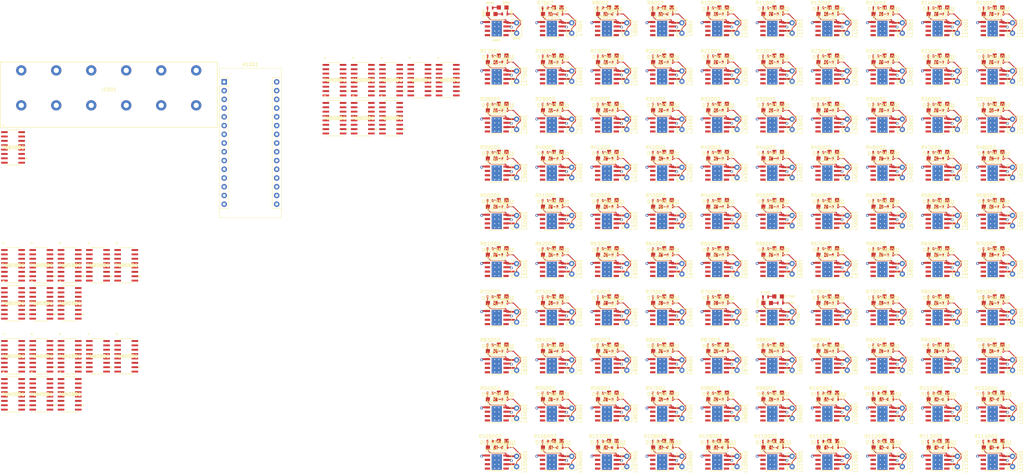
<source format=kicad_pcb>
(kicad_pcb (version 20171130) (host pcbnew 6.0.0-rc1-unknown-2e907bf~84~ubuntu16.04.1)
  (layers (0 F.Cu signal) (31 B.Cu signal) (34 B.Paste user) (35 F.Paste user) (36 B.SilkS user) (37 F.SilkS user) (38 B.Mask user) (39 F.Mask user) (44 Edge.Cuts user))
  (net 0 "")
  (net 1 "Net-(A1001-Pad16)")
  (net 2 "Net-(A1001-Pad15)")
  (net 3 +12V)
  (net 4 "Net-(A1001-Pad14)")
  (net 5 GND)
  (net 6 "Net-(A1001-Pad13)")
  (net 7 "Net-(A1001-Pad12)")
  (net 8 +5V)
  (net 9 "Net-(A1001-Pad11)")
  (net 10 "Net-(A1001-Pad26)")
  (net 11 "Net-(A1001-Pad10)")
  (net 12 "Net-(A1001-Pad25)")
  (net 13 "Net-(A1001-Pad9)")
  (net 14 "Net-(A1001-Pad24)")
  (net 15 /SER)
  (net 16 "Net-(A1001-Pad23)")
  (net 17 /RCLK)
  (net 18 "Net-(A1001-Pad22)")
  (net 19 /SRCLR)
  (net 20 "Net-(A1001-Pad21)")
  (net 21 /SRCLK)
  (net 22 "Net-(A1001-Pad20)")
  (net 23 "Net-(A1001-Pad19)")
  (net 24 "Net-(A1001-Pad3)")
  (net 25 "Net-(A1001-Pad18)")
  (net 26 "Net-(A1001-Pad2)")
  (net 27 +3V3)
  (net 28 "Net-(A1001-Pad1)")
  (net 29 "Net-(D6001-Pad1)")
  (net 30 "Net-(D6001-Pad2)")
  (net 31 "Net-(D6002-Pad1)")
  (net 32 "Net-(D6002-Pad2)")
  (net 33 "Net-(D7001-Pad1)")
  (net 34 "Net-(D7001-Pad2)")
  (net 35 "Net-(D7002-Pad1)")
  (net 36 "Net-(D7002-Pad2)")
  (net 37 "Net-(D8001-Pad1)")
  (net 38 "Net-(D8001-Pad2)")
  (net 39 "Net-(D8002-Pad1)")
  (net 40 "Net-(D8002-Pad2)")
  (net 41 "Net-(D9001-Pad1)")
  (net 42 "Net-(D9001-Pad2)")
  (net 43 "Net-(D9002-Pad1)")
  (net 44 "Net-(D9002-Pad2)")
  (net 45 "Net-(D10001-Pad1)")
  (net 46 "Net-(D10001-Pad2)")
  (net 47 "Net-(D10002-Pad2)")
  (net 48 "Net-(D10002-Pad1)")
  (net 49 "Net-(D11001-Pad2)")
  (net 50 "Net-(D11001-Pad1)")
  (net 51 "Net-(D11002-Pad2)")
  (net 52 "Net-(D11002-Pad1)")
  (net 53 "Net-(D12001-Pad2)")
  (net 54 "Net-(D12001-Pad1)")
  (net 55 "Net-(D12002-Pad1)")
  (net 56 "Net-(D12002-Pad2)")
  (net 57 "Net-(D13001-Pad1)")
  (net 58 "Net-(D13001-Pad2)")
  (net 59 "Net-(D13002-Pad2)")
  (net 60 "Net-(D13002-Pad1)")
  (net 61 "Net-(D14001-Pad1)")
  (net 62 "Net-(D14001-Pad2)")
  (net 63 "Net-(D14002-Pad2)")
  (net 64 "Net-(D14002-Pad1)")
  (net 65 "Net-(D15001-Pad2)")
  (net 66 "Net-(D15001-Pad1)")
  (net 67 "Net-(D15002-Pad1)")
  (net 68 "Net-(D15002-Pad2)")
  (net 69 "Net-(D17001-Pad1)")
  (net 70 "Net-(D17001-Pad2)")
  (net 71 "Net-(D17002-Pad1)")
  (net 72 "Net-(D17002-Pad2)")
  (net 73 "Net-(D18001-Pad1)")
  (net 74 "Net-(D18001-Pad2)")
  (net 75 "Net-(D18002-Pad2)")
  (net 76 "Net-(D18002-Pad1)")
  (net 77 "Net-(D19001-Pad2)")
  (net 78 "Net-(D19001-Pad1)")
  (net 79 "Net-(D19002-Pad2)")
  (net 80 "Net-(D19002-Pad1)")
  (net 81 "Net-(D20001-Pad1)")
  (net 82 "Net-(D20001-Pad2)")
  (net 83 "Net-(D20002-Pad2)")
  (net 84 "Net-(D20002-Pad1)")
  (net 85 "Net-(D21001-Pad2)")
  (net 86 "Net-(D21001-Pad1)")
  (net 87 "Net-(D21002-Pad2)")
  (net 88 "Net-(D21002-Pad1)")
  (net 89 "Net-(D22001-Pad2)")
  (net 90 "Net-(D22001-Pad1)")
  (net 91 "Net-(D22002-Pad2)")
  (net 92 "Net-(D22002-Pad1)")
  (net 93 "Net-(D23001-Pad2)")
  (net 94 "Net-(D23001-Pad1)")
  (net 95 "Net-(D23002-Pad2)")
  (net 96 "Net-(D23002-Pad1)")
  (net 97 "Net-(D24001-Pad2)")
  (net 98 "Net-(D24001-Pad1)")
  (net 99 "Net-(D24002-Pad2)")
  (net 100 "Net-(D24002-Pad1)")
  (net 101 "Net-(D25001-Pad2)")
  (net 102 "Net-(D25001-Pad1)")
  (net 103 "Net-(D25002-Pad2)")
  (net 104 "Net-(D25002-Pad1)")
  (net 105 "Net-(D26001-Pad2)")
  (net 106 "Net-(D26001-Pad1)")
  (net 107 "Net-(D26002-Pad2)")
  (net 108 "Net-(D26002-Pad1)")
  (net 109 "Net-(D28001-Pad2)")
  (net 110 "Net-(D28001-Pad1)")
  (net 111 "Net-(D28002-Pad1)")
  (net 112 "Net-(D28002-Pad2)")
  (net 113 "Net-(D29001-Pad2)")
  (net 114 "Net-(D29001-Pad1)")
  (net 115 "Net-(D29002-Pad2)")
  (net 116 "Net-(D29002-Pad1)")
  (net 117 "Net-(D30001-Pad2)")
  (net 118 "Net-(D30001-Pad1)")
  (net 119 "Net-(D30002-Pad2)")
  (net 120 "Net-(D30002-Pad1)")
  (net 121 "Net-(D31001-Pad1)")
  (net 122 "Net-(D31001-Pad2)")
  (net 123 "Net-(D31002-Pad1)")
  (net 124 "Net-(D31002-Pad2)")
  (net 125 "Net-(D32001-Pad2)")
  (net 126 "Net-(D32001-Pad1)")
  (net 127 "Net-(D32002-Pad2)")
  (net 128 "Net-(D32002-Pad1)")
  (net 129 "Net-(D33001-Pad2)")
  (net 130 "Net-(D33001-Pad1)")
  (net 131 "Net-(D33002-Pad1)")
  (net 132 "Net-(D33002-Pad2)")
  (net 133 "Net-(D34001-Pad1)")
  (net 134 "Net-(D34001-Pad2)")
  (net 135 "Net-(D34002-Pad1)")
  (net 136 "Net-(D34002-Pad2)")
  (net 137 "Net-(D35001-Pad1)")
  (net 138 "Net-(D35001-Pad2)")
  (net 139 "Net-(D35002-Pad1)")
  (net 140 "Net-(D35002-Pad2)")
  (net 141 "Net-(D36001-Pad1)")
  (net 142 "Net-(D36001-Pad2)")
  (net 143 "Net-(D36002-Pad1)")
  (net 144 "Net-(D36002-Pad2)")
  (net 145 "Net-(D37001-Pad1)")
  (net 146 "Net-(D37001-Pad2)")
  (net 147 "Net-(D37002-Pad1)")
  (net 148 "Net-(D37002-Pad2)")
  (net 149 "Net-(D39001-Pad1)")
  (net 150 "Net-(D39001-Pad2)")
  (net 151 "Net-(D39002-Pad1)")
  (net 152 "Net-(D39002-Pad2)")
  (net 153 "Net-(D40001-Pad2)")
  (net 154 "Net-(D40001-Pad1)")
  (net 155 "Net-(D40002-Pad1)")
  (net 156 "Net-(D40002-Pad2)")
  (net 157 "Net-(D41001-Pad1)")
  (net 158 "Net-(D41001-Pad2)")
  (net 159 "Net-(D41002-Pad1)")
  (net 160 "Net-(D41002-Pad2)")
  (net 161 "Net-(D42001-Pad1)")
  (net 162 "Net-(D42001-Pad2)")
  (net 163 "Net-(D42002-Pad1)")
  (net 164 "Net-(D42002-Pad2)")
  (net 165 "Net-(D43001-Pad1)")
  (net 166 "Net-(D43001-Pad2)")
  (net 167 "Net-(D43002-Pad1)")
  (net 168 "Net-(D43002-Pad2)")
  (net 169 "Net-(D44001-Pad1)")
  (net 170 "Net-(D44001-Pad2)")
  (net 171 "Net-(D44002-Pad1)")
  (net 172 "Net-(D44002-Pad2)")
  (net 173 "Net-(D45001-Pad1)")
  (net 174 "Net-(D45001-Pad2)")
  (net 175 "Net-(D45002-Pad2)")
  (net 176 "Net-(D45002-Pad1)")
  (net 177 "Net-(D46001-Pad2)")
  (net 178 "Net-(D46001-Pad1)")
  (net 179 "Net-(D46002-Pad2)")
  (net 180 "Net-(D46002-Pad1)")
  (net 181 "Net-(D47001-Pad2)")
  (net 182 "Net-(D47001-Pad1)")
  (net 183 "Net-(D47002-Pad2)")
  (net 184 "Net-(D47002-Pad1)")
  (net 185 "Net-(D48001-Pad2)")
  (net 186 "Net-(D48001-Pad1)")
  (net 187 "Net-(D48002-Pad2)")
  (net 188 "Net-(D48002-Pad1)")
  (net 189 "Net-(D50001-Pad2)")
  (net 190 "Net-(D50001-Pad1)")
  (net 191 "Net-(D50002-Pad1)")
  (net 192 "Net-(D50002-Pad2)")
  (net 193 "Net-(D51001-Pad1)")
  (net 194 "Net-(D51001-Pad2)")
  (net 195 "Net-(D51002-Pad1)")
  (net 196 "Net-(D51002-Pad2)")
  (net 197 "Net-(D52001-Pad1)")
  (net 198 "Net-(D52001-Pad2)")
  (net 199 "Net-(D52002-Pad1)")
  (net 200 "Net-(D52002-Pad2)")
  (net 201 "Net-(D53001-Pad1)")
  (net 202 "Net-(D53001-Pad2)")
  (net 203 "Net-(D53002-Pad2)")
  (net 204 "Net-(D53002-Pad1)")
  (net 205 "Net-(D54001-Pad2)")
  (net 206 "Net-(D54001-Pad1)")
  (net 207 "Net-(D54002-Pad2)")
  (net 208 "Net-(D54002-Pad1)")
  (net 209 "Net-(D55001-Pad1)")
  (net 210 "Net-(D55001-Pad2)")
  (net 211 "Net-(D55002-Pad2)")
  (net 212 "Net-(D55002-Pad1)")
  (net 213 "Net-(D56001-Pad2)")
  (net 214 "Net-(D56001-Pad1)")
  (net 215 "Net-(D56002-Pad2)")
  (net 216 "Net-(D56002-Pad1)")
  (net 217 "Net-(D57001-Pad2)")
  (net 218 "Net-(D57001-Pad1)")
  (net 219 "Net-(D57002-Pad2)")
  (net 220 "Net-(D57002-Pad1)")
  (net 221 "Net-(D58001-Pad2)")
  (net 222 "Net-(D58001-Pad1)")
  (net 223 "Net-(D58002-Pad1)")
  (net 224 "Net-(D58002-Pad2)")
  (net 225 "Net-(D59001-Pad2)")
  (net 226 "Net-(D59001-Pad1)")
  (net 227 "Net-(D59002-Pad2)")
  (net 228 "Net-(D59002-Pad1)")
  (net 229 "Net-(D61001-Pad1)")
  (net 230 "Net-(D61001-Pad2)")
  (net 231 "Net-(D61002-Pad2)")
  (net 232 "Net-(D61002-Pad1)")
  (net 233 "Net-(D62001-Pad1)")
  (net 234 "Net-(D62001-Pad2)")
  (net 235 "Net-(D62002-Pad2)")
  (net 236 "Net-(D62002-Pad1)")
  (net 237 "Net-(D63001-Pad1)")
  (net 238 "Net-(D63001-Pad2)")
  (net 239 "Net-(D63002-Pad2)")
  (net 240 "Net-(D63002-Pad1)")
  (net 241 "Net-(D64001-Pad2)")
  (net 242 "Net-(D64001-Pad1)")
  (net 243 "Net-(D64002-Pad1)")
  (net 244 "Net-(D64002-Pad2)")
  (net 245 "Net-(D65001-Pad2)")
  (net 246 "Net-(D65001-Pad1)")
  (net 247 "Net-(D65002-Pad1)")
  (net 248 "Net-(D65002-Pad2)")
  (net 249 "Net-(D66001-Pad1)")
  (net 250 "Net-(D66001-Pad2)")
  (net 251 "Net-(D66002-Pad1)")
  (net 252 "Net-(D66002-Pad2)")
  (net 253 "Net-(D67001-Pad2)")
  (net 254 "Net-(D67001-Pad1)")
  (net 255 "Net-(D67002-Pad1)")
  (net 256 "Net-(D67002-Pad2)")
  (net 257 "Net-(D68001-Pad2)")
  (net 258 "Net-(D68001-Pad1)")
  (net 259 "Net-(D68002-Pad2)")
  (net 260 "Net-(D68002-Pad1)")
  (net 261 "Net-(D69001-Pad1)")
  (net 262 "Net-(D69001-Pad2)")
  (net 263 "Net-(D69002-Pad2)")
  (net 264 "Net-(D69002-Pad1)")
  (net 265 "Net-(D70001-Pad1)")
  (net 266 "Net-(D70001-Pad2)")
  (net 267 "Net-(D70002-Pad2)")
  (net 268 "Net-(D70002-Pad1)")
  (net 269 "Net-(D72001-Pad1)")
  (net 270 "Net-(D72001-Pad2)")
  (net 271 "Net-(D72002-Pad2)")
  (net 272 "Net-(D72002-Pad1)")
  (net 273 "Net-(D73001-Pad1)")
  (net 274 "Net-(D73001-Pad2)")
  (net 275 "Net-(D73002-Pad2)")
  (net 276 "Net-(D73002-Pad1)")
  (net 277 "Net-(D74001-Pad2)")
  (net 278 "Net-(D74001-Pad1)")
  (net 279 "Net-(D74002-Pad1)")
  (net 280 "Net-(D74002-Pad2)")
  (net 281 "Net-(D75001-Pad2)")
  (net 282 "Net-(D75001-Pad1)")
  (net 283 "Net-(D75002-Pad1)")
  (net 284 "Net-(D75002-Pad2)")
  (net 285 "Net-(D76001-Pad2)")
  (net 286 "Net-(D76001-Pad1)")
  (net 287 "Net-(D76002-Pad1)")
  (net 288 "Net-(D76002-Pad2)")
  (net 289 "Net-(D77001-Pad2)")
  (net 290 "Net-(D77001-Pad1)")
  (net 291 "Net-(D77002-Pad1)")
  (net 292 "Net-(D77002-Pad2)")
  (net 293 "Net-(D78001-Pad1)")
  (net 294 "Net-(D78001-Pad2)")
  (net 295 "Net-(D78002-Pad1)")
  (net 296 "Net-(D78002-Pad2)")
  (net 297 "Net-(D79001-Pad2)")
  (net 298 "Net-(D79001-Pad1)")
  (net 299 "Net-(D79002-Pad1)")
  (net 300 "Net-(D79002-Pad2)")
  (net 301 "Net-(D80001-Pad2)")
  (net 302 "Net-(D80001-Pad1)")
  (net 303 "Net-(D80002-Pad1)")
  (net 304 "Net-(D80002-Pad2)")
  (net 305 "Net-(D81001-Pad2)")
  (net 306 "Net-(D81001-Pad1)")
  (net 307 "Net-(D81002-Pad1)")
  (net 308 "Net-(D81002-Pad2)")
  (net 309 "Net-(D83001-Pad2)")
  (net 310 "Net-(D83001-Pad1)")
  (net 311 "Net-(D83002-Pad2)")
  (net 312 "Net-(D83002-Pad1)")
  (net 313 "Net-(D84001-Pad2)")
  (net 314 "Net-(D84001-Pad1)")
  (net 315 "Net-(D84002-Pad1)")
  (net 316 "Net-(D84002-Pad2)")
  (net 317 "Net-(D85001-Pad2)")
  (net 318 "Net-(D85001-Pad1)")
  (net 319 "Net-(D85002-Pad1)")
  (net 320 "Net-(D85002-Pad2)")
  (net 321 "Net-(D86001-Pad2)")
  (net 322 "Net-(D86001-Pad1)")
  (net 323 "Net-(D86002-Pad1)")
  (net 324 "Net-(D86002-Pad2)")
  (net 325 "Net-(D87001-Pad2)")
  (net 326 "Net-(D87001-Pad1)")
  (net 327 "Net-(D87002-Pad1)")
  (net 328 "Net-(D87002-Pad2)")
  (net 329 "Net-(D88001-Pad1)")
  (net 330 "Net-(D88001-Pad2)")
  (net 331 "Net-(D88002-Pad2)")
  (net 332 "Net-(D88002-Pad1)")
  (net 333 "Net-(D89001-Pad1)")
  (net 334 "Net-(D89001-Pad2)")
  (net 335 "Net-(D89002-Pad2)")
  (net 336 "Net-(D89002-Pad1)")
  (net 337 "Net-(D90001-Pad1)")
  (net 338 "Net-(D90001-Pad2)")
  (net 339 "Net-(D90002-Pad2)")
  (net 340 "Net-(D90002-Pad1)")
  (net 341 "Net-(D91001-Pad1)")
  (net 342 "Net-(D91001-Pad2)")
  (net 343 "Net-(D91002-Pad2)")
  (net 344 "Net-(D91002-Pad1)")
  (net 345 "Net-(D92001-Pad2)")
  (net 346 "Net-(D92001-Pad1)")
  (net 347 "Net-(D92002-Pad2)")
  (net 348 "Net-(D92002-Pad1)")
  (net 349 "Net-(D94001-Pad1)")
  (net 350 "Net-(D94001-Pad2)")
  (net 351 "Net-(D94002-Pad2)")
  (net 352 "Net-(D94002-Pad1)")
  (net 353 "Net-(D95001-Pad1)")
  (net 354 "Net-(D95001-Pad2)")
  (net 355 "Net-(D95002-Pad2)")
  (net 356 "Net-(D95002-Pad1)")
  (net 357 "Net-(D96001-Pad1)")
  (net 358 "Net-(D96001-Pad2)")
  (net 359 "Net-(D96002-Pad2)")
  (net 360 "Net-(D96002-Pad1)")
  (net 361 "Net-(D97001-Pad1)")
  (net 362 "Net-(D97001-Pad2)")
  (net 363 "Net-(D97002-Pad1)")
  (net 364 "Net-(D97002-Pad2)")
  (net 365 "Net-(D98001-Pad2)")
  (net 366 "Net-(D98001-Pad1)")
  (net 367 "Net-(D98002-Pad1)")
  (net 368 "Net-(D98002-Pad2)")
  (net 369 "Net-(D99001-Pad2)")
  (net 370 "Net-(D99001-Pad1)")
  (net 371 "Net-(D99002-Pad1)")
  (net 372 "Net-(D99002-Pad2)")
  (net 373 "Net-(D100001-Pad2)")
  (net 374 "Net-(D100001-Pad1)")
  (net 375 "Net-(D100002-Pad1)")
  (net 376 "Net-(D100002-Pad2)")
  (net 377 "Net-(D101001-Pad2)")
  (net 378 "Net-(D101001-Pad1)")
  (net 379 "Net-(D101002-Pad1)")
  (net 380 "Net-(D101002-Pad2)")
  (net 381 "Net-(D102001-Pad2)")
  (net 382 "Net-(D102001-Pad1)")
  (net 383 "Net-(D102002-Pad1)")
  (net 384 "Net-(D102002-Pad2)")
  (net 385 "Net-(D103001-Pad2)")
  (net 386 "Net-(D103001-Pad1)")
  (net 387 "Net-(D103002-Pad1)")
  (net 388 "Net-(D103002-Pad2)")
  (net 389 "Net-(D105001-Pad2)")
  (net 390 "Net-(D105001-Pad1)")
  (net 391 "Net-(D105002-Pad1)")
  (net 392 "Net-(D105002-Pad2)")
  (net 393 "Net-(D106001-Pad2)")
  (net 394 "Net-(D106001-Pad1)")
  (net 395 "Net-(D106002-Pad2)")
  (net 396 "Net-(D106002-Pad1)")
  (net 397 "Net-(D107001-Pad1)")
  (net 398 "Net-(D107001-Pad2)")
  (net 399 "Net-(D107002-Pad2)")
  (net 400 "Net-(D107002-Pad1)")
  (net 401 "Net-(D108001-Pad1)")
  (net 402 "Net-(D108001-Pad2)")
  (net 403 "Net-(D108002-Pad2)")
  (net 404 "Net-(D108002-Pad1)")
  (net 405 "Net-(D109001-Pad1)")
  (net 406 "Net-(D109001-Pad2)")
  (net 407 "Net-(D109002-Pad2)")
  (net 408 "Net-(D109002-Pad1)")
  (net 409 "Net-(D110001-Pad1)")
  (net 410 "Net-(D110001-Pad2)")
  (net 411 "Net-(D110002-Pad1)")
  (net 412 "Net-(D110002-Pad2)")
  (net 413 "Net-(D111001-Pad1)")
  (net 414 "Net-(D111001-Pad2)")
  (net 415 "Net-(D111002-Pad2)")
  (net 416 "Net-(D111002-Pad1)")
  (net 417 "Net-(D112001-Pad1)")
  (net 418 "Net-(D112001-Pad2)")
  (net 419 "Net-(D112002-Pad2)")
  (net 420 "Net-(D112002-Pad1)")
  (net 421 "Net-(D113001-Pad1)")
  (net 422 "Net-(D113001-Pad2)")
  (net 423 "Net-(D113002-Pad2)")
  (net 424 "Net-(D113002-Pad1)")
  (net 425 "Net-(D114001-Pad1)")
  (net 426 "Net-(D114001-Pad2)")
  (net 427 "Net-(D114002-Pad1)")
  (net 428 "Net-(D114002-Pad2)")
  (net 429 /O_194)
  (net 430 /O_195)
  (net 431 /O_196)
  (net 432 /O_197)
  (net 433 /O_198)
  (net 434 /O_199)
  (net 435 /O_200)
  (net 436 "Net-(U1001-Pad9)")
  (net 437 /SER_3_F)
  (net 438 /O_193)
  (net 439 /O_1)
  (net 440 /ShiftRegisters/IO_1_2)
  (net 441 /O_8)
  (net 442 /O_7)
  (net 443 /O_6)
  (net 444 /O_5)
  (net 445 /O_4)
  (net 446 /O_3)
  (net 447 /O_2)
  (net 448 /O_10)
  (net 449 /O_11)
  (net 450 /O_12)
  (net 451 /O_13)
  (net 452 /O_14)
  (net 453 /O_15)
  (net 454 /O_16)
  (net 455 /ShiftRegisters/IO_2_3)
  (net 456 /O_9)
  (net 457 /O_17)
  (net 458 /ShiftRegisters/IO_3_4)
  (net 459 /O_24)
  (net 460 /O_23)
  (net 461 /O_22)
  (net 462 /O_21)
  (net 463 /O_20)
  (net 464 /O_19)
  (net 465 /O_18)
  (net 466 /O_26)
  (net 467 /O_27)
  (net 468 /O_28)
  (net 469 /O_29)
  (net 470 /O_30)
  (net 471 /O_31)
  (net 472 /O_32)
  (net 473 /ShiftRegisters/IO_4_5)
  (net 474 /O_25)
  (net 475 /O_33)
  (net 476 /ShiftRegisters/IO_5_6)
  (net 477 /O_40)
  (net 478 /O_39)
  (net 479 /O_38)
  (net 480 /O_37)
  (net 481 /O_36)
  (net 482 /O_35)
  (net 483 /O_34)
  (net 484 /O_42)
  (net 485 /O_43)
  (net 486 /O_44)
  (net 487 /O_45)
  (net 488 /O_46)
  (net 489 /O_47)
  (net 490 /O_48)
  (net 491 /ShiftRegisters/IO_6_7)
  (net 492 /O_41)
  (net 493 /O_49)
  (net 494 /ShiftRegisters/IO_7_8)
  (net 495 /O_56)
  (net 496 /O_55)
  (net 497 /O_54)
  (net 498 /O_53)
  (net 499 /O_52)
  (net 500 /O_51)
  (net 501 /O_50)
  (net 502 /O_58)
  (net 503 /O_59)
  (net 504 /O_60)
  (net 505 /O_61)
  (net 506 /O_62)
  (net 507 /O_63)
  (net 508 /O_64)
  (net 509 /SER_1_2)
  (net 510 /O_57)
  (net 511 /O_65)
  (net 512 /sheet5BEA168E/IO_1_2)
  (net 513 /O_72)
  (net 514 /O_71)
  (net 515 /O_70)
  (net 516 /O_69)
  (net 517 /O_68)
  (net 518 /O_67)
  (net 519 /O_66)
  (net 520 /O_74)
  (net 521 /O_75)
  (net 522 /O_76)
  (net 523 /O_77)
  (net 524 /O_78)
  (net 525 /O_79)
  (net 526 /O_80)
  (net 527 /sheet5BEA168E/IO_2_3)
  (net 528 /O_73)
  (net 529 /O_81)
  (net 530 /sheet5BEA168E/IO_3_4)
  (net 531 /O_88)
  (net 532 /O_87)
  (net 533 /O_86)
  (net 534 /O_85)
  (net 535 /O_84)
  (net 536 /O_83)
  (net 537 /O_82)
  (net 538 /O_90)
  (net 539 /O_91)
  (net 540 /O_92)
  (net 541 /O_93)
  (net 542 /O_94)
  (net 543 /O_95)
  (net 544 /O_96)
  (net 545 /sheet5BEA168E/IO_4_5)
  (net 546 /O_89)
  (net 547 /O_97)
  (net 548 /sheet5BEA168E/IO_5_6)
  (net 549 /O_104)
  (net 550 /O_103)
  (net 551 /O_102)
  (net 552 /O_101)
  (net 553 /O_100)
  (net 554 /O_99)
  (net 555 /O_98)
  (net 556 /O_106)
  (net 557 /O_107)
  (net 558 /O_108)
  (net 559 /O_109)
  (net 560 /O_110)
  (net 561 /O_111)
  (net 562 /O_112)
  (net 563 /sheet5BEA168E/IO_6_7)
  (net 564 /O_105)
  (net 565 /O_113)
  (net 566 /sheet5BEA168E/IO_7_8)
  (net 567 /O_120)
  (net 568 /O_119)
  (net 569 /O_118)
  (net 570 /O_117)
  (net 571 /O_116)
  (net 572 /O_115)
  (net 573 /O_114)
  (net 574 /O_122)
  (net 575 /O_123)
  (net 576 /O_124)
  (net 577 /O_125)
  (net 578 /O_126)
  (net 579 /O_127)
  (net 580 /O_128)
  (net 581 /SER_2_3)
  (net 582 /O_121)
  (net 583 /O_129)
  (net 584 /sheet5BEA16DC/IO_1_2)
  (net 585 /O_136)
  (net 586 /O_135)
  (net 587 /O_134)
  (net 588 /O_133)
  (net 589 /O_132)
  (net 590 /O_131)
  (net 591 /O_130)
  (net 592 /O_138)
  (net 593 /O_139)
  (net 594 /O_140)
  (net 595 /O_141)
  (net 596 /O_142)
  (net 597 /O_143)
  (net 598 /O_144)
  (net 599 /sheet5BEA16DC/IO_2_3)
  (net 600 /O_137)
  (net 601 /O_145)
  (net 602 /sheet5BEA16DC/IO_3_4)
  (net 603 /O_152)
  (net 604 /O_151)
  (net 605 /O_150)
  (net 606 /O_149)
  (net 607 /O_148)
  (net 608 /O_147)
  (net 609 /O_146)
  (net 610 /O_154)
  (net 611 /O_155)
  (net 612 /O_156)
  (net 613 /O_157)
  (net 614 /O_158)
  (net 615 /O_159)
  (net 616 /O_160)
  (net 617 /sheet5BEA16DC/IO_4_5)
  (net 618 /O_153)
  (net 619 /O_161)
  (net 620 /sheet5BEA16DC/IO_5_6)
  (net 621 /O_168)
  (net 622 /O_167)
  (net 623 /O_166)
  (net 624 /O_165)
  (net 625 /O_164)
  (net 626 /O_163)
  (net 627 /O_162)
  (net 628 /O_170)
  (net 629 /O_171)
  (net 630 /O_172)
  (net 631 /O_173)
  (net 632 /O_174)
  (net 633 /O_175)
  (net 634 /O_176)
  (net 635 /sheet5BEA16DC/IO_6_7)
  (net 636 /O_169)
  (net 637 /O_177)
  (net 638 /sheet5BEA16DC/IO_7_8)
  (net 639 /O_184)
  (net 640 /O_183)
  (net 641 /O_182)
  (net 642 /O_181)
  (net 643 /O_180)
  (net 644 /O_179)
  (net 645 /O_178)
  (net 646 /O_186)
  (net 647 /O_187)
  (net 648 /O_188)
  (net 649 /O_189)
  (net 650 /O_190)
  (net 651 /O_191)
  (net 652 /O_192)
  (net 653 /O_185)
  (module Modules:Arduino_Nano (layer F.Cu) (at 56.305001 7.5375)
    (fp_text reference A1001 (at 7.62 -5.08) (layer F.SilkS))
    (fp_text value Arduino_Nano)
    (pad 16 thru_hole oval (at 15.24 35.56) (size 1.6 1.6) (drill 0.8) (layers *.Cu *.Mask) (net 1 "Net-(A1001-Pad16)"))
    (pad 15 thru_hole oval (at 0 35.56) (size 1.6 1.6) (drill 0.8) (layers *.Cu *.Mask) (net 2 "Net-(A1001-Pad15)"))
    (pad 30 thru_hole oval (at 15.24 0) (size 1.6 1.6) (drill 0.8) (layers *.Cu *.Mask) (net 3 +12V))
    (pad 14 thru_hole oval (at 0 33.02) (size 1.6 1.6) (drill 0.8) (layers *.Cu *.Mask) (net 4 "Net-(A1001-Pad14)"))
    (pad 29 thru_hole oval (at 15.24 2.54) (size 1.6 1.6) (drill 0.8) (layers *.Cu *.Mask) (net 5 GND))
    (pad 13 thru_hole oval (at 0 30.48) (size 1.6 1.6) (drill 0.8) (layers *.Cu *.Mask) (net 6 "Net-(A1001-Pad13)"))
    (pad 28 thru_hole oval (at 15.24 5.08) (size 1.6 1.6) (drill 0.8) (layers *.Cu *.Mask))
    (pad 12 thru_hole oval (at 0 27.94) (size 1.6 1.6) (drill 0.8) (layers *.Cu *.Mask) (net 7 "Net-(A1001-Pad12)"))
    (pad 27 thru_hole oval (at 15.24 7.62) (size 1.6 1.6) (drill 0.8) (layers *.Cu *.Mask) (net 8 +5V))
    (pad 11 thru_hole oval (at 0 25.4) (size 1.6 1.6) (drill 0.8) (layers *.Cu *.Mask) (net 9 "Net-(A1001-Pad11)"))
    (pad 26 thru_hole oval (at 15.24 10.16) (size 1.6 1.6) (drill 0.8) (layers *.Cu *.Mask) (net 10 "Net-(A1001-Pad26)"))
    (pad 10 thru_hole oval (at 0 22.86) (size 1.6 1.6) (drill 0.8) (layers *.Cu *.Mask) (net 11 "Net-(A1001-Pad10)"))
    (pad 25 thru_hole oval (at 15.24 12.7) (size 1.6 1.6) (drill 0.8) (layers *.Cu *.Mask) (net 12 "Net-(A1001-Pad25)"))
    (pad 9 thru_hole oval (at 0 20.32) (size 1.6 1.6) (drill 0.8) (layers *.Cu *.Mask) (net 13 "Net-(A1001-Pad9)"))
    (pad 24 thru_hole oval (at 15.24 15.24) (size 1.6 1.6) (drill 0.8) (layers *.Cu *.Mask) (net 14 "Net-(A1001-Pad24)"))
    (pad 8 thru_hole oval (at 0 17.78) (size 1.6 1.6) (drill 0.8) (layers *.Cu *.Mask) (net 15 /SER))
    (pad 23 thru_hole oval (at 15.24 17.78) (size 1.6 1.6) (drill 0.8) (layers *.Cu *.Mask) (net 16 "Net-(A1001-Pad23)"))
    (pad 7 thru_hole oval (at 0 15.24) (size 1.6 1.6) (drill 0.8) (layers *.Cu *.Mask) (net 17 /RCLK))
    (pad 22 thru_hole oval (at 15.24 20.32) (size 1.6 1.6) (drill 0.8) (layers *.Cu *.Mask) (net 18 "Net-(A1001-Pad22)"))
    (pad 6 thru_hole oval (at 0 12.7) (size 1.6 1.6) (drill 0.8) (layers *.Cu *.Mask) (net 19 /SRCLR))
    (pad 21 thru_hole oval (at 15.24 22.86) (size 1.6 1.6) (drill 0.8) (layers *.Cu *.Mask) (net 20 "Net-(A1001-Pad21)"))
    (pad 5 thru_hole oval (at 0 10.16) (size 1.6 1.6) (drill 0.8) (layers *.Cu *.Mask) (net 21 /SRCLK))
    (pad 20 thru_hole oval (at 15.24 25.4) (size 1.6 1.6) (drill 0.8) (layers *.Cu *.Mask) (net 22 "Net-(A1001-Pad20)"))
    (pad 4 thru_hole oval (at 0 7.62) (size 1.6 1.6) (drill 0.8) (layers *.Cu *.Mask) (net 5 GND))
    (pad 19 thru_hole oval (at 15.24 27.94) (size 1.6 1.6) (drill 0.8) (layers *.Cu *.Mask) (net 23 "Net-(A1001-Pad19)"))
    (pad 3 thru_hole oval (at 0 5.08) (size 1.6 1.6) (drill 0.8) (layers *.Cu *.Mask) (net 24 "Net-(A1001-Pad3)"))
    (pad 18 thru_hole oval (at 15.24 30.48) (size 1.6 1.6) (drill 0.8) (layers *.Cu *.Mask) (net 25 "Net-(A1001-Pad18)"))
    (pad 2 thru_hole oval (at 0 2.54) (size 1.6 1.6) (drill 0.8) (layers *.Cu *.Mask) (net 26 "Net-(A1001-Pad2)"))
    (pad 17 thru_hole oval (at 15.24 33.02) (size 1.6 1.6) (drill 0.8) (layers *.Cu *.Mask) (net 27 +3V3))
    (pad 1 thru_hole rect (at 0 0) (size 1.6 1.6) (drill 0.8) (layers *.Cu *.Mask) (net 28 "Net-(A1001-Pad1)"))
  )
  (module LEDs:LED_0805 (layer F.Cu) (at 133.985 -12.192)
    (fp_text reference D6001 (at -2.413 -0.254 90) (layer F.SilkS) (effects (font (size 0.5 0.5) (thickness 0.1))))
    (fp_text value GREEN_LED)
    (pad 1 smd rect (at -1.1 0 180) (size 1.2 1.2) (layers F.Cu F.Paste F.Mask) (net 29 "Net-(D6001-Pad1)"))
    (pad 2 smd rect (at 1.1 0 180) (size 1.2 1.2) (layers F.Cu F.Paste F.Mask) (net 30 "Net-(D6001-Pad2)"))
  )
  (module LEDs:LED_0805 (layer F.Cu) (at 137.16 -14.097 180)
    (fp_text reference D6002 (at -1.016 1.397 180) (layer F.SilkS) (effects (font (size 0.5 0.5) (thickness 0.1))))
    (fp_text value BLUE_LED)
    (pad 1 smd rect (at -1.1 0) (size 1.2 1.2) (layers F.Cu F.Paste F.Mask) (net 31 "Net-(D6002-Pad1)"))
    (pad 2 smd rect (at 1.1 0) (size 1.2 1.2) (layers F.Cu F.Paste F.Mask) (net 32 "Net-(D6002-Pad2)"))
  )
  (module LEDs:LED_0805 (layer F.Cu) (at 149.985 -12.192)
    (fp_text reference D7001 (at 0 -1.45) (layer F.SilkS))
    (fp_text value GREEN_LED)
    (pad 1 smd rect (at -1.1 0 180) (size 1.2 1.2) (layers F.Cu F.Paste F.Mask) (net 33 "Net-(D7001-Pad1)"))
    (pad 2 smd rect (at 1.1 0 180) (size 1.2 1.2) (layers F.Cu F.Paste F.Mask) (net 34 "Net-(D7001-Pad2)"))
  )
  (module LEDs:LED_0805 (layer F.Cu) (at 153.16 -14.097 180)
    (fp_text reference D7002 (at 0 -1.45 180) (layer F.SilkS))
    (fp_text value BLUE_LED)
    (pad 1 smd rect (at -1.1 0) (size 1.2 1.2) (layers F.Cu F.Paste F.Mask) (net 35 "Net-(D7002-Pad1)"))
    (pad 2 smd rect (at 1.1 0) (size 1.2 1.2) (layers F.Cu F.Paste F.Mask) (net 36 "Net-(D7002-Pad2)"))
  )
  (module LEDs:LED_0805 (layer F.Cu) (at 165.985 -12.192)
    (fp_text reference D8001 (at 0 -1.45) (layer F.SilkS))
    (fp_text value GREEN_LED)
    (pad 1 smd rect (at -1.1 0 180) (size 1.2 1.2) (layers F.Cu F.Paste F.Mask) (net 37 "Net-(D8001-Pad1)"))
    (pad 2 smd rect (at 1.1 0 180) (size 1.2 1.2) (layers F.Cu F.Paste F.Mask) (net 38 "Net-(D8001-Pad2)"))
  )
  (module LEDs:LED_0805 (layer F.Cu) (at 169.16 -14.097 180)
    (fp_text reference D8002 (at 0 -1.45 180) (layer F.SilkS))
    (fp_text value BLUE_LED)
    (pad 1 smd rect (at -1.1 0) (size 1.2 1.2) (layers F.Cu F.Paste F.Mask) (net 39 "Net-(D8002-Pad1)"))
    (pad 2 smd rect (at 1.1 0) (size 1.2 1.2) (layers F.Cu F.Paste F.Mask) (net 40 "Net-(D8002-Pad2)"))
  )
  (module LEDs:LED_0805 (layer F.Cu) (at 181.985 -12.192)
    (fp_text reference D9001 (at 0 -1.45) (layer F.SilkS))
    (fp_text value GREEN_LED)
    (pad 1 smd rect (at -1.1 0 180) (size 1.2 1.2) (layers F.Cu F.Paste F.Mask) (net 41 "Net-(D9001-Pad1)"))
    (pad 2 smd rect (at 1.1 0 180) (size 1.2 1.2) (layers F.Cu F.Paste F.Mask) (net 42 "Net-(D9001-Pad2)"))
  )
  (module LEDs:LED_0805 (layer F.Cu) (at 185.16 -14.097 180)
    (fp_text reference D9002 (at 0 -1.45 180) (layer F.SilkS))
    (fp_text value BLUE_LED)
    (pad 1 smd rect (at -1.1 0) (size 1.2 1.2) (layers F.Cu F.Paste F.Mask) (net 43 "Net-(D9002-Pad1)"))
    (pad 2 smd rect (at 1.1 0) (size 1.2 1.2) (layers F.Cu F.Paste F.Mask) (net 44 "Net-(D9002-Pad2)"))
  )
  (module LEDs:LED_0805 (layer F.Cu) (at 197.985 -12.192)
    (fp_text reference D10001 (at 0 -1.45) (layer F.SilkS))
    (fp_text value GREEN_LED)
    (pad 1 smd rect (at -1.1 0 180) (size 1.2 1.2) (layers F.Cu F.Paste F.Mask) (net 45 "Net-(D10001-Pad1)"))
    (pad 2 smd rect (at 1.1 0 180) (size 1.2 1.2) (layers F.Cu F.Paste F.Mask) (net 46 "Net-(D10001-Pad2)"))
  )
  (module LEDs:LED_0805 (layer F.Cu) (at 201.16 -14.097 180)
    (fp_text reference D10002 (at 0 -1.45 180) (layer F.SilkS))
    (fp_text value BLUE_LED)
    (pad 2 smd rect (at 1.1 0) (size 1.2 1.2) (layers F.Cu F.Paste F.Mask) (net 47 "Net-(D10002-Pad2)"))
    (pad 1 smd rect (at -1.1 0) (size 1.2 1.2) (layers F.Cu F.Paste F.Mask) (net 48 "Net-(D10002-Pad1)"))
  )
  (module LEDs:LED_0805 (layer F.Cu) (at 213.985 -12.192)
    (fp_text reference D11001 (at 0 -1.45) (layer F.SilkS))
    (fp_text value GREEN_LED)
    (pad 2 smd rect (at 1.1 0 180) (size 1.2 1.2) (layers F.Cu F.Paste F.Mask) (net 49 "Net-(D11001-Pad2)"))
    (pad 1 smd rect (at -1.1 0 180) (size 1.2 1.2) (layers F.Cu F.Paste F.Mask) (net 50 "Net-(D11001-Pad1)"))
  )
  (module LEDs:LED_0805 (layer F.Cu) (at 217.16 -14.097 180)
    (fp_text reference D11002 (at 0 -1.45 180) (layer F.SilkS))
    (fp_text value BLUE_LED)
    (pad 2 smd rect (at 1.1 0) (size 1.2 1.2) (layers F.Cu F.Paste F.Mask) (net 51 "Net-(D11002-Pad2)"))
    (pad 1 smd rect (at -1.1 0) (size 1.2 1.2) (layers F.Cu F.Paste F.Mask) (net 52 "Net-(D11002-Pad1)"))
  )
  (module LEDs:LED_0805 (layer F.Cu) (at 229.985 -12.192)
    (fp_text reference D12001 (at 0 -1.45) (layer F.SilkS))
    (fp_text value GREEN_LED)
    (pad 2 smd rect (at 1.1 0 180) (size 1.2 1.2) (layers F.Cu F.Paste F.Mask) (net 53 "Net-(D12001-Pad2)"))
    (pad 1 smd rect (at -1.1 0 180) (size 1.2 1.2) (layers F.Cu F.Paste F.Mask) (net 54 "Net-(D12001-Pad1)"))
  )
  (module LEDs:LED_0805 (layer F.Cu) (at 233.16 -14.097 180)
    (fp_text reference D12002 (at 0 -1.45 180) (layer F.SilkS))
    (fp_text value BLUE_LED)
    (pad 1 smd rect (at -1.1 0) (size 1.2 1.2) (layers F.Cu F.Paste F.Mask) (net 55 "Net-(D12002-Pad1)"))
    (pad 2 smd rect (at 1.1 0) (size 1.2 1.2) (layers F.Cu F.Paste F.Mask) (net 56 "Net-(D12002-Pad2)"))
  )
  (module LEDs:LED_0805 (layer F.Cu) (at 245.985 -12.192)
    (fp_text reference D13001 (at 0 -1.45) (layer F.SilkS))
    (fp_text value GREEN_LED)
    (pad 1 smd rect (at -1.1 0 180) (size 1.2 1.2) (layers F.Cu F.Paste F.Mask) (net 57 "Net-(D13001-Pad1)"))
    (pad 2 smd rect (at 1.1 0 180) (size 1.2 1.2) (layers F.Cu F.Paste F.Mask) (net 58 "Net-(D13001-Pad2)"))
  )
  (module LEDs:LED_0805 (layer F.Cu) (at 249.16 -14.097 180)
    (fp_text reference D13002 (at 0 -1.45 180) (layer F.SilkS))
    (fp_text value BLUE_LED)
    (pad 2 smd rect (at 1.1 0) (size 1.2 1.2) (layers F.Cu F.Paste F.Mask) (net 59 "Net-(D13002-Pad2)"))
    (pad 1 smd rect (at -1.1 0) (size 1.2 1.2) (layers F.Cu F.Paste F.Mask) (net 60 "Net-(D13002-Pad1)"))
  )
  (module LEDs:LED_0805 (layer F.Cu) (at 261.985 -12.192)
    (fp_text reference D14001 (at 0 -1.45) (layer F.SilkS))
    (fp_text value GREEN_LED)
    (pad 1 smd rect (at -1.1 0 180) (size 1.2 1.2) (layers F.Cu F.Paste F.Mask) (net 61 "Net-(D14001-Pad1)"))
    (pad 2 smd rect (at 1.1 0 180) (size 1.2 1.2) (layers F.Cu F.Paste F.Mask) (net 62 "Net-(D14001-Pad2)"))
  )
  (module LEDs:LED_0805 (layer F.Cu) (at 265.16 -14.097 180)
    (fp_text reference D14002 (at 0 -1.45 180) (layer F.SilkS))
    (fp_text value BLUE_LED)
    (pad 2 smd rect (at 1.1 0) (size 1.2 1.2) (layers F.Cu F.Paste F.Mask) (net 63 "Net-(D14002-Pad2)"))
    (pad 1 smd rect (at -1.1 0) (size 1.2 1.2) (layers F.Cu F.Paste F.Mask) (net 64 "Net-(D14002-Pad1)"))
  )
  (module LEDs:LED_0805 (layer F.Cu) (at 277.985 -12.192)
    (fp_text reference D15001 (at 0 -1.45) (layer F.SilkS))
    (fp_text value GREEN_LED)
    (pad 2 smd rect (at 1.1 0 180) (size 1.2 1.2) (layers F.Cu F.Paste F.Mask) (net 65 "Net-(D15001-Pad2)"))
    (pad 1 smd rect (at -1.1 0 180) (size 1.2 1.2) (layers F.Cu F.Paste F.Mask) (net 66 "Net-(D15001-Pad1)"))
  )
  (module LEDs:LED_0805 (layer F.Cu) (at 281.16 -14.097 180)
    (fp_text reference D15002 (at 0 -1.45 180) (layer F.SilkS))
    (fp_text value BLUE_LED)
    (pad 1 smd rect (at -1.1 0) (size 1.2 1.2) (layers F.Cu F.Paste F.Mask) (net 67 "Net-(D15002-Pad1)"))
    (pad 2 smd rect (at 1.1 0) (size 1.2 1.2) (layers F.Cu F.Paste F.Mask) (net 68 "Net-(D15002-Pad2)"))
  )
  (module LEDs:LED_0805 (layer F.Cu) (at 133.985 1.808)
    (fp_text reference D17001 (at 0 -1.45) (layer F.SilkS))
    (fp_text value GREEN_LED)
    (pad 1 smd rect (at -1.1 0 180) (size 1.2 1.2) (layers F.Cu F.Paste F.Mask) (net 69 "Net-(D17001-Pad1)"))
    (pad 2 smd rect (at 1.1 0 180) (size 1.2 1.2) (layers F.Cu F.Paste F.Mask) (net 70 "Net-(D17001-Pad2)"))
  )
  (module LEDs:LED_0805 (layer F.Cu) (at 137.16 -0.097 180)
    (fp_text reference D17002 (at 0 -1.45 180) (layer F.SilkS))
    (fp_text value BLUE_LED)
    (pad 1 smd rect (at -1.1 0) (size 1.2 1.2) (layers F.Cu F.Paste F.Mask) (net 71 "Net-(D17002-Pad1)"))
    (pad 2 smd rect (at 1.1 0) (size 1.2 1.2) (layers F.Cu F.Paste F.Mask) (net 72 "Net-(D17002-Pad2)"))
  )
  (module LEDs:LED_0805 (layer F.Cu) (at 149.985 1.808)
    (fp_text reference D18001 (at 0 -1.45) (layer F.SilkS))
    (fp_text value GREEN_LED)
    (pad 1 smd rect (at -1.1 0 180) (size 1.2 1.2) (layers F.Cu F.Paste F.Mask) (net 73 "Net-(D18001-Pad1)"))
    (pad 2 smd rect (at 1.1 0 180) (size 1.2 1.2) (layers F.Cu F.Paste F.Mask) (net 74 "Net-(D18001-Pad2)"))
  )
  (module LEDs:LED_0805 (layer F.Cu) (at 153.16 -0.097 180)
    (fp_text reference D18002 (at 0 -1.45 180) (layer F.SilkS))
    (fp_text value BLUE_LED)
    (pad 2 smd rect (at 1.1 0) (size 1.2 1.2) (layers F.Cu F.Paste F.Mask) (net 75 "Net-(D18002-Pad2)"))
    (pad 1 smd rect (at -1.1 0) (size 1.2 1.2) (layers F.Cu F.Paste F.Mask) (net 76 "Net-(D18002-Pad1)"))
  )
  (module LEDs:LED_0805 (layer F.Cu) (at 165.985 1.808)
    (fp_text reference D19001 (at 0 -1.45) (layer F.SilkS))
    (fp_text value GREEN_LED)
    (pad 2 smd rect (at 1.1 0 180) (size 1.2 1.2) (layers F.Cu F.Paste F.Mask) (net 77 "Net-(D19001-Pad2)"))
    (pad 1 smd rect (at -1.1 0 180) (size 1.2 1.2) (layers F.Cu F.Paste F.Mask) (net 78 "Net-(D19001-Pad1)"))
  )
  (module LEDs:LED_0805 (layer F.Cu) (at 169.16 -0.097 180)
    (fp_text reference D19002 (at 0 -1.45 180) (layer F.SilkS))
    (fp_text value BLUE_LED)
    (pad 2 smd rect (at 1.1 0) (size 1.2 1.2) (layers F.Cu F.Paste F.Mask) (net 79 "Net-(D19002-Pad2)"))
    (pad 1 smd rect (at -1.1 0) (size 1.2 1.2) (layers F.Cu F.Paste F.Mask) (net 80 "Net-(D19002-Pad1)"))
  )
  (module LEDs:LED_0805 (layer F.Cu) (at 181.985 1.808)
    (fp_text reference D20001 (at 0 -1.45) (layer F.SilkS))
    (fp_text value GREEN_LED)
    (pad 1 smd rect (at -1.1 0 180) (size 1.2 1.2) (layers F.Cu F.Paste F.Mask) (net 81 "Net-(D20001-Pad1)"))
    (pad 2 smd rect (at 1.1 0 180) (size 1.2 1.2) (layers F.Cu F.Paste F.Mask) (net 82 "Net-(D20001-Pad2)"))
  )
  (module LEDs:LED_0805 (layer F.Cu) (at 185.16 -0.097 180)
    (fp_text reference D20002 (at 0 -1.45 180) (layer F.SilkS))
    (fp_text value BLUE_LED)
    (pad 2 smd rect (at 1.1 0) (size 1.2 1.2) (layers F.Cu F.Paste F.Mask) (net 83 "Net-(D20002-Pad2)"))
    (pad 1 smd rect (at -1.1 0) (size 1.2 1.2) (layers F.Cu F.Paste F.Mask) (net 84 "Net-(D20002-Pad1)"))
  )
  (module LEDs:LED_0805 (layer F.Cu) (at 197.985 1.808)
    (fp_text reference D21001 (at 0 -1.45) (layer F.SilkS))
    (fp_text value GREEN_LED)
    (pad 2 smd rect (at 1.1 0 180) (size 1.2 1.2) (layers F.Cu F.Paste F.Mask) (net 85 "Net-(D21001-Pad2)"))
    (pad 1 smd rect (at -1.1 0 180) (size 1.2 1.2) (layers F.Cu F.Paste F.Mask) (net 86 "Net-(D21001-Pad1)"))
  )
  (module LEDs:LED_0805 (layer F.Cu) (at 201.16 -0.097 180)
    (fp_text reference D21002 (at 0 -1.45 180) (layer F.SilkS))
    (fp_text value BLUE_LED)
    (pad 2 smd rect (at 1.1 0) (size 1.2 1.2) (layers F.Cu F.Paste F.Mask) (net 87 "Net-(D21002-Pad2)"))
    (pad 1 smd rect (at -1.1 0) (size 1.2 1.2) (layers F.Cu F.Paste F.Mask) (net 88 "Net-(D21002-Pad1)"))
  )
  (module LEDs:LED_0805 (layer F.Cu) (at 213.985 1.808)
    (fp_text reference D22001 (at 0 -1.45) (layer F.SilkS))
    (fp_text value GREEN_LED)
    (pad 2 smd rect (at 1.1 0 180) (size 1.2 1.2) (layers F.Cu F.Paste F.Mask) (net 89 "Net-(D22001-Pad2)"))
    (pad 1 smd rect (at -1.1 0 180) (size 1.2 1.2) (layers F.Cu F.Paste F.Mask) (net 90 "Net-(D22001-Pad1)"))
  )
  (module LEDs:LED_0805 (layer F.Cu) (at 217.16 -0.097 180)
    (fp_text reference D22002 (at 0 -1.45 180) (layer F.SilkS))
    (fp_text value BLUE_LED)
    (pad 2 smd rect (at 1.1 0) (size 1.2 1.2) (layers F.Cu F.Paste F.Mask) (net 91 "Net-(D22002-Pad2)"))
    (pad 1 smd rect (at -1.1 0) (size 1.2 1.2) (layers F.Cu F.Paste F.Mask) (net 92 "Net-(D22002-Pad1)"))
  )
  (module LEDs:LED_0805 (layer F.Cu) (at 229.985 1.808)
    (fp_text reference D23001 (at 0 -1.45) (layer F.SilkS))
    (fp_text value GREEN_LED)
    (pad 2 smd rect (at 1.1 0 180) (size 1.2 1.2) (layers F.Cu F.Paste F.Mask) (net 93 "Net-(D23001-Pad2)"))
    (pad 1 smd rect (at -1.1 0 180) (size 1.2 1.2) (layers F.Cu F.Paste F.Mask) (net 94 "Net-(D23001-Pad1)"))
  )
  (module LEDs:LED_0805 (layer F.Cu) (at 233.16 -0.097 180)
    (fp_text reference D23002 (at 0 -1.45 180) (layer F.SilkS))
    (fp_text value BLUE_LED)
    (pad 2 smd rect (at 1.1 0) (size 1.2 1.2) (layers F.Cu F.Paste F.Mask) (net 95 "Net-(D23002-Pad2)"))
    (pad 1 smd rect (at -1.1 0) (size 1.2 1.2) (layers F.Cu F.Paste F.Mask) (net 96 "Net-(D23002-Pad1)"))
  )
  (module LEDs:LED_0805 (layer F.Cu) (at 245.985 1.808)
    (fp_text reference D24001 (at 0 -1.45) (layer F.SilkS))
    (fp_text value GREEN_LED)
    (pad 2 smd rect (at 1.1 0 180) (size 1.2 1.2) (layers F.Cu F.Paste F.Mask) (net 97 "Net-(D24001-Pad2)"))
    (pad 1 smd rect (at -1.1 0 180) (size 1.2 1.2) (layers F.Cu F.Paste F.Mask) (net 98 "Net-(D24001-Pad1)"))
  )
  (module LEDs:LED_0805 (layer F.Cu) (at 249.16 -0.097 180)
    (fp_text reference D24002 (at 0 -1.45 180) (layer F.SilkS))
    (fp_text value BLUE_LED)
    (pad 2 smd rect (at 1.1 0) (size 1.2 1.2) (layers F.Cu F.Paste F.Mask) (net 99 "Net-(D24002-Pad2)"))
    (pad 1 smd rect (at -1.1 0) (size 1.2 1.2) (layers F.Cu F.Paste F.Mask) (net 100 "Net-(D24002-Pad1)"))
  )
  (module LEDs:LED_0805 (layer F.Cu) (at 261.985 1.808)
    (fp_text reference D25001 (at 0 -1.45) (layer F.SilkS))
    (fp_text value GREEN_LED)
    (pad 2 smd rect (at 1.1 0 180) (size 1.2 1.2) (layers F.Cu F.Paste F.Mask) (net 101 "Net-(D25001-Pad2)"))
    (pad 1 smd rect (at -1.1 0 180) (size 1.2 1.2) (layers F.Cu F.Paste F.Mask) (net 102 "Net-(D25001-Pad1)"))
  )
  (module LEDs:LED_0805 (layer F.Cu) (at 265.16 -0.097 180)
    (fp_text reference D25002 (at 0 -1.45 180) (layer F.SilkS))
    (fp_text value BLUE_LED)
    (pad 2 smd rect (at 1.1 0) (size 1.2 1.2) (layers F.Cu F.Paste F.Mask) (net 103 "Net-(D25002-Pad2)"))
    (pad 1 smd rect (at -1.1 0) (size 1.2 1.2) (layers F.Cu F.Paste F.Mask) (net 104 "Net-(D25002-Pad1)"))
  )
  (module LEDs:LED_0805 (layer F.Cu) (at 277.985 1.808)
    (fp_text reference D26001 (at 0 -1.45) (layer F.SilkS))
    (fp_text value GREEN_LED)
    (pad 2 smd rect (at 1.1 0 180) (size 1.2 1.2) (layers F.Cu F.Paste F.Mask) (net 105 "Net-(D26001-Pad2)"))
    (pad 1 smd rect (at -1.1 0 180) (size 1.2 1.2) (layers F.Cu F.Paste F.Mask) (net 106 "Net-(D26001-Pad1)"))
  )
  (module LEDs:LED_0805 (layer F.Cu) (at 281.16 -0.097 180)
    (fp_text reference D26002 (at 0 -1.45 180) (layer F.SilkS))
    (fp_text value BLUE_LED)
    (pad 2 smd rect (at 1.1 0) (size 1.2 1.2) (layers F.Cu F.Paste F.Mask) (net 107 "Net-(D26002-Pad2)"))
    (pad 1 smd rect (at -1.1 0) (size 1.2 1.2) (layers F.Cu F.Paste F.Mask) (net 108 "Net-(D26002-Pad1)"))
  )
  (module LEDs:LED_0805 (layer F.Cu) (at 133.985 15.808)
    (fp_text reference D28001 (at 0 -1.45) (layer F.SilkS))
    (fp_text value GREEN_LED)
    (pad 2 smd rect (at 1.1 0 180) (size 1.2 1.2) (layers F.Cu F.Paste F.Mask) (net 109 "Net-(D28001-Pad2)"))
    (pad 1 smd rect (at -1.1 0 180) (size 1.2 1.2) (layers F.Cu F.Paste F.Mask) (net 110 "Net-(D28001-Pad1)"))
  )
  (module LEDs:LED_0805 (layer F.Cu) (at 137.16 13.903 180)
    (fp_text reference D28002 (at 0 -1.45 180) (layer F.SilkS))
    (fp_text value BLUE_LED)
    (pad 1 smd rect (at -1.1 0) (size 1.2 1.2) (layers F.Cu F.Paste F.Mask) (net 111 "Net-(D28002-Pad1)"))
    (pad 2 smd rect (at 1.1 0) (size 1.2 1.2) (layers F.Cu F.Paste F.Mask) (net 112 "Net-(D28002-Pad2)"))
  )
  (module LEDs:LED_0805 (layer F.Cu) (at 149.985 15.808)
    (fp_text reference D29001 (at 0 -1.45) (layer F.SilkS))
    (fp_text value GREEN_LED)
    (pad 2 smd rect (at 1.1 0 180) (size 1.2 1.2) (layers F.Cu F.Paste F.Mask) (net 113 "Net-(D29001-Pad2)"))
    (pad 1 smd rect (at -1.1 0 180) (size 1.2 1.2) (layers F.Cu F.Paste F.Mask) (net 114 "Net-(D29001-Pad1)"))
  )
  (module LEDs:LED_0805 (layer F.Cu) (at 153.16 13.903 180)
    (fp_text reference D29002 (at 0 -1.45 180) (layer F.SilkS))
    (fp_text value BLUE_LED)
    (pad 2 smd rect (at 1.1 0) (size 1.2 1.2) (layers F.Cu F.Paste F.Mask) (net 115 "Net-(D29002-Pad2)"))
    (pad 1 smd rect (at -1.1 0) (size 1.2 1.2) (layers F.Cu F.Paste F.Mask) (net 116 "Net-(D29002-Pad1)"))
  )
  (module LEDs:LED_0805 (layer F.Cu) (at 165.985 15.808)
    (fp_text reference D30001 (at 0 -1.45) (layer F.SilkS))
    (fp_text value GREEN_LED)
    (pad 2 smd rect (at 1.1 0 180) (size 1.2 1.2) (layers F.Cu F.Paste F.Mask) (net 117 "Net-(D30001-Pad2)"))
    (pad 1 smd rect (at -1.1 0 180) (size 1.2 1.2) (layers F.Cu F.Paste F.Mask) (net 118 "Net-(D30001-Pad1)"))
  )
  (module LEDs:LED_0805 (layer F.Cu) (at 169.16 13.903 180)
    (fp_text reference D30002 (at 0 -1.45 180) (layer F.SilkS))
    (fp_text value BLUE_LED)
    (pad 2 smd rect (at 1.1 0) (size 1.2 1.2) (layers F.Cu F.Paste F.Mask) (net 119 "Net-(D30002-Pad2)"))
    (pad 1 smd rect (at -1.1 0) (size 1.2 1.2) (layers F.Cu F.Paste F.Mask) (net 120 "Net-(D30002-Pad1)"))
  )
  (module LEDs:LED_0805 (layer F.Cu) (at 181.985 15.808)
    (fp_text reference D31001 (at 0 -1.45) (layer F.SilkS))
    (fp_text value GREEN_LED)
    (pad 1 smd rect (at -1.1 0 180) (size 1.2 1.2) (layers F.Cu F.Paste F.Mask) (net 121 "Net-(D31001-Pad1)"))
    (pad 2 smd rect (at 1.1 0 180) (size 1.2 1.2) (layers F.Cu F.Paste F.Mask) (net 122 "Net-(D31001-Pad2)"))
  )
  (module LEDs:LED_0805 (layer F.Cu) (at 185.16 13.903 180)
    (fp_text reference D31002 (at 0 -1.45 180) (layer F.SilkS))
    (fp_text value BLUE_LED)
    (pad 1 smd rect (at -1.1 0) (size 1.2 1.2) (layers F.Cu F.Paste F.Mask) (net 123 "Net-(D31002-Pad1)"))
    (pad 2 smd rect (at 1.1 0) (size 1.2 1.2) (layers F.Cu F.Paste F.Mask) (net 124 "Net-(D31002-Pad2)"))
  )
  (module LEDs:LED_0805 (layer F.Cu) (at 197.985 15.808)
    (fp_text reference D32001 (at 0 -1.45) (layer F.SilkS))
    (fp_text value GREEN_LED)
    (pad 2 smd rect (at 1.1 0 180) (size 1.2 1.2) (layers F.Cu F.Paste F.Mask) (net 125 "Net-(D32001-Pad2)"))
    (pad 1 smd rect (at -1.1 0 180) (size 1.2 1.2) (layers F.Cu F.Paste F.Mask) (net 126 "Net-(D32001-Pad1)"))
  )
  (module LEDs:LED_0805 (layer F.Cu) (at 201.16 13.903 180)
    (fp_text reference D32002 (at 0 -1.45 180) (layer F.SilkS))
    (fp_text value BLUE_LED)
    (pad 2 smd rect (at 1.1 0) (size 1.2 1.2) (layers F.Cu F.Paste F.Mask) (net 127 "Net-(D32002-Pad2)"))
    (pad 1 smd rect (at -1.1 0) (size 1.2 1.2) (layers F.Cu F.Paste F.Mask) (net 128 "Net-(D32002-Pad1)"))
  )
  (module LEDs:LED_0805 (layer F.Cu) (at 213.985 15.808)
    (fp_text reference D33001 (at 0 -1.45) (layer F.SilkS))
    (fp_text value GREEN_LED)
    (pad 2 smd rect (at 1.1 0 180) (size 1.2 1.2) (layers F.Cu F.Paste F.Mask) (net 129 "Net-(D33001-Pad2)"))
    (pad 1 smd rect (at -1.1 0 180) (size 1.2 1.2) (layers F.Cu F.Paste F.Mask) (net 130 "Net-(D33001-Pad1)"))
  )
  (module LEDs:LED_0805 (layer F.Cu) (at 217.16 13.903 180)
    (fp_text reference D33002 (at 0 -1.45 180) (layer F.SilkS))
    (fp_text value BLUE_LED)
    (pad 1 smd rect (at -1.1 0) (size 1.2 1.2) (layers F.Cu F.Paste F.Mask) (net 131 "Net-(D33002-Pad1)"))
    (pad 2 smd rect (at 1.1 0) (size 1.2 1.2) (layers F.Cu F.Paste F.Mask) (net 132 "Net-(D33002-Pad2)"))
  )
  (module LEDs:LED_0805 (layer F.Cu) (at 229.985 15.808)
    (fp_text reference D34001 (at 0 -1.45) (layer F.SilkS))
    (fp_text value GREEN_LED)
    (pad 1 smd rect (at -1.1 0 180) (size 1.2 1.2) (layers F.Cu F.Paste F.Mask) (net 133 "Net-(D34001-Pad1)"))
    (pad 2 smd rect (at 1.1 0 180) (size 1.2 1.2) (layers F.Cu F.Paste F.Mask) (net 134 "Net-(D34001-Pad2)"))
  )
  (module LEDs:LED_0805 (layer F.Cu) (at 233.16 13.903 180)
    (fp_text reference D34002 (at 0 -1.45 180) (layer F.SilkS))
    (fp_text value BLUE_LED)
    (pad 1 smd rect (at -1.1 0) (size 1.2 1.2) (layers F.Cu F.Paste F.Mask) (net 135 "Net-(D34002-Pad1)"))
    (pad 2 smd rect (at 1.1 0) (size 1.2 1.2) (layers F.Cu F.Paste F.Mask) (net 136 "Net-(D34002-Pad2)"))
  )
  (module LEDs:LED_0805 (layer F.Cu) (at 245.985 15.808)
    (fp_text reference D35001 (at 0 -1.45) (layer F.SilkS))
    (fp_text value GREEN_LED)
    (pad 1 smd rect (at -1.1 0 180) (size 1.2 1.2) (layers F.Cu F.Paste F.Mask) (net 137 "Net-(D35001-Pad1)"))
    (pad 2 smd rect (at 1.1 0 180) (size 1.2 1.2) (layers F.Cu F.Paste F.Mask) (net 138 "Net-(D35001-Pad2)"))
  )
  (module LEDs:LED_0805 (layer F.Cu) (at 249.16 13.903 180)
    (fp_text reference D35002 (at 0 -1.45 180) (layer F.SilkS))
    (fp_text value BLUE_LED)
    (pad 1 smd rect (at -1.1 0) (size 1.2 1.2) (layers F.Cu F.Paste F.Mask) (net 139 "Net-(D35002-Pad1)"))
    (pad 2 smd rect (at 1.1 0) (size 1.2 1.2) (layers F.Cu F.Paste F.Mask) (net 140 "Net-(D35002-Pad2)"))
  )
  (module LEDs:LED_0805 (layer F.Cu) (at 261.985 15.808)
    (fp_text reference D36001 (at 0 -1.45) (layer F.SilkS))
    (fp_text value GREEN_LED)
    (pad 1 smd rect (at -1.1 0 180) (size 1.2 1.2) (layers F.Cu F.Paste F.Mask) (net 141 "Net-(D36001-Pad1)"))
    (pad 2 smd rect (at 1.1 0 180) (size 1.2 1.2) (layers F.Cu F.Paste F.Mask) (net 142 "Net-(D36001-Pad2)"))
  )
  (module LEDs:LED_0805 (layer F.Cu) (at 265.16 13.903 180)
    (fp_text reference D36002 (at 0 -1.45 180) (layer F.SilkS))
    (fp_text value BLUE_LED)
    (pad 1 smd rect (at -1.1 0) (size 1.2 1.2) (layers F.Cu F.Paste F.Mask) (net 143 "Net-(D36002-Pad1)"))
    (pad 2 smd rect (at 1.1 0) (size 1.2 1.2) (layers F.Cu F.Paste F.Mask) (net 144 "Net-(D36002-Pad2)"))
  )
  (module LEDs:LED_0805 (layer F.Cu) (at 277.985 15.808)
    (fp_text reference D37001 (at 0 -1.45) (layer F.SilkS))
    (fp_text value GREEN_LED)
    (pad 1 smd rect (at -1.1 0 180) (size 1.2 1.2) (layers F.Cu F.Paste F.Mask) (net 145 "Net-(D37001-Pad1)"))
    (pad 2 smd rect (at 1.1 0 180) (size 1.2 1.2) (layers F.Cu F.Paste F.Mask) (net 146 "Net-(D37001-Pad2)"))
  )
  (module LEDs:LED_0805 (layer F.Cu) (at 281.16 13.903 180)
    (fp_text reference D37002 (at 0 -1.45 180) (layer F.SilkS))
    (fp_text value BLUE_LED)
    (pad 1 smd rect (at -1.1 0) (size 1.2 1.2) (layers F.Cu F.Paste F.Mask) (net 147 "Net-(D37002-Pad1)"))
    (pad 2 smd rect (at 1.1 0) (size 1.2 1.2) (layers F.Cu F.Paste F.Mask) (net 148 "Net-(D37002-Pad2)"))
  )
  (module LEDs:LED_0805 (layer F.Cu) (at 133.985 29.808)
    (fp_text reference D39001 (at 0 -1.45) (layer F.SilkS))
    (fp_text value GREEN_LED)
    (pad 1 smd rect (at -1.1 0 180) (size 1.2 1.2) (layers F.Cu F.Paste F.Mask) (net 149 "Net-(D39001-Pad1)"))
    (pad 2 smd rect (at 1.1 0 180) (size 1.2 1.2) (layers F.Cu F.Paste F.Mask) (net 150 "Net-(D39001-Pad2)"))
  )
  (module LEDs:LED_0805 (layer F.Cu) (at 137.16 27.903 180)
    (fp_text reference D39002 (at 0 -1.45 180) (layer F.SilkS))
    (fp_text value BLUE_LED)
    (pad 1 smd rect (at -1.1 0) (size 1.2 1.2) (layers F.Cu F.Paste F.Mask) (net 151 "Net-(D39002-Pad1)"))
    (pad 2 smd rect (at 1.1 0) (size 1.2 1.2) (layers F.Cu F.Paste F.Mask) (net 152 "Net-(D39002-Pad2)"))
  )
  (module LEDs:LED_0805 (layer F.Cu) (at 149.985 29.808)
    (fp_text reference D40001 (at 0 -1.45) (layer F.SilkS))
    (fp_text value GREEN_LED)
    (pad 2 smd rect (at 1.1 0 180) (size 1.2 1.2) (layers F.Cu F.Paste F.Mask) (net 153 "Net-(D40001-Pad2)"))
    (pad 1 smd rect (at -1.1 0 180) (size 1.2 1.2) (layers F.Cu F.Paste F.Mask) (net 154 "Net-(D40001-Pad1)"))
  )
  (module LEDs:LED_0805 (layer F.Cu) (at 153.16 27.903 180)
    (fp_text reference D40002 (at 0 -1.45 180) (layer F.SilkS))
    (fp_text value BLUE_LED)
    (pad 1 smd rect (at -1.1 0) (size 1.2 1.2) (layers F.Cu F.Paste F.Mask) (net 155 "Net-(D40002-Pad1)"))
    (pad 2 smd rect (at 1.1 0) (size 1.2 1.2) (layers F.Cu F.Paste F.Mask) (net 156 "Net-(D40002-Pad2)"))
  )
  (module LEDs:LED_0805 (layer F.Cu) (at 165.985 29.808)
    (fp_text reference D41001 (at 0 -1.45) (layer F.SilkS))
    (fp_text value GREEN_LED)
    (pad 1 smd rect (at -1.1 0 180) (size 1.2 1.2) (layers F.Cu F.Paste F.Mask) (net 157 "Net-(D41001-Pad1)"))
    (pad 2 smd rect (at 1.1 0 180) (size 1.2 1.2) (layers F.Cu F.Paste F.Mask) (net 158 "Net-(D41001-Pad2)"))
  )
  (module LEDs:LED_0805 (layer F.Cu) (at 169.16 27.903 180)
    (fp_text reference D41002 (at 0 -1.45 180) (layer F.SilkS))
    (fp_text value BLUE_LED)
    (pad 1 smd rect (at -1.1 0) (size 1.2 1.2) (layers F.Cu F.Paste F.Mask) (net 159 "Net-(D41002-Pad1)"))
    (pad 2 smd rect (at 1.1 0) (size 1.2 1.2) (layers F.Cu F.Paste F.Mask) (net 160 "Net-(D41002-Pad2)"))
  )
  (module LEDs:LED_0805 (layer F.Cu) (at 181.985 29.808)
    (fp_text reference D42001 (at 0 -1.45) (layer F.SilkS))
    (fp_text value GREEN_LED)
    (pad 1 smd rect (at -1.1 0 180) (size 1.2 1.2) (layers F.Cu F.Paste F.Mask) (net 161 "Net-(D42001-Pad1)"))
    (pad 2 smd rect (at 1.1 0 180) (size 1.2 1.2) (layers F.Cu F.Paste F.Mask) (net 162 "Net-(D42001-Pad2)"))
  )
  (module LEDs:LED_0805 (layer F.Cu) (at 185.16 27.903 180)
    (fp_text reference D42002 (at 0 -1.45 180) (layer F.SilkS))
    (fp_text value BLUE_LED)
    (pad 1 smd rect (at -1.1 0) (size 1.2 1.2) (layers F.Cu F.Paste F.Mask) (net 163 "Net-(D42002-Pad1)"))
    (pad 2 smd rect (at 1.1 0) (size 1.2 1.2) (layers F.Cu F.Paste F.Mask) (net 164 "Net-(D42002-Pad2)"))
  )
  (module LEDs:LED_0805 (layer F.Cu) (at 197.985 29.808)
    (fp_text reference D43001 (at 0 -1.45) (layer F.SilkS))
    (fp_text value GREEN_LED)
    (pad 1 smd rect (at -1.1 0 180) (size 1.2 1.2) (layers F.Cu F.Paste F.Mask) (net 165 "Net-(D43001-Pad1)"))
    (pad 2 smd rect (at 1.1 0 180) (size 1.2 1.2) (layers F.Cu F.Paste F.Mask) (net 166 "Net-(D43001-Pad2)"))
  )
  (module LEDs:LED_0805 (layer F.Cu) (at 201.16 27.903 180)
    (fp_text reference D43002 (at 0 -1.45 180) (layer F.SilkS))
    (fp_text value BLUE_LED)
    (pad 1 smd rect (at -1.1 0) (size 1.2 1.2) (layers F.Cu F.Paste F.Mask) (net 167 "Net-(D43002-Pad1)"))
    (pad 2 smd rect (at 1.1 0) (size 1.2 1.2) (layers F.Cu F.Paste F.Mask) (net 168 "Net-(D43002-Pad2)"))
  )
  (module LEDs:LED_0805 (layer F.Cu) (at 213.985 29.808)
    (fp_text reference D44001 (at 0 -1.45) (layer F.SilkS))
    (fp_text value GREEN_LED)
    (pad 1 smd rect (at -1.1 0 180) (size 1.2 1.2) (layers F.Cu F.Paste F.Mask) (net 169 "Net-(D44001-Pad1)"))
    (pad 2 smd rect (at 1.1 0 180) (size 1.2 1.2) (layers F.Cu F.Paste F.Mask) (net 170 "Net-(D44001-Pad2)"))
  )
  (module LEDs:LED_0805 (layer F.Cu) (at 217.16 27.903 180)
    (fp_text reference D44002 (at 0 -1.45 180) (layer F.SilkS))
    (fp_text value BLUE_LED)
    (pad 1 smd rect (at -1.1 0) (size 1.2 1.2) (layers F.Cu F.Paste F.Mask) (net 171 "Net-(D44002-Pad1)"))
    (pad 2 smd rect (at 1.1 0) (size 1.2 1.2) (layers F.Cu F.Paste F.Mask) (net 172 "Net-(D44002-Pad2)"))
  )
  (module LEDs:LED_0805 (layer F.Cu) (at 229.985 29.808)
    (fp_text reference D45001 (at 0 -1.45) (layer F.SilkS))
    (fp_text value GREEN_LED)
    (pad 1 smd rect (at -1.1 0 180) (size 1.2 1.2) (layers F.Cu F.Paste F.Mask) (net 173 "Net-(D45001-Pad1)"))
    (pad 2 smd rect (at 1.1 0 180) (size 1.2 1.2) (layers F.Cu F.Paste F.Mask) (net 174 "Net-(D45001-Pad2)"))
  )
  (module LEDs:LED_0805 (layer F.Cu) (at 233.16 27.903 180)
    (fp_text reference D45002 (at 0 -1.45 180) (layer F.SilkS))
    (fp_text value BLUE_LED)
    (pad 2 smd rect (at 1.1 0) (size 1.2 1.2) (layers F.Cu F.Paste F.Mask) (net 175 "Net-(D45002-Pad2)"))
    (pad 1 smd rect (at -1.1 0) (size 1.2 1.2) (layers F.Cu F.Paste F.Mask) (net 176 "Net-(D45002-Pad1)"))
  )
  (module LEDs:LED_0805 (layer F.Cu) (at 245.985 29.808)
    (fp_text reference D46001 (at 0 -1.45) (layer F.SilkS))
    (fp_text value GREEN_LED)
    (pad 2 smd rect (at 1.1 0 180) (size 1.2 1.2) (layers F.Cu F.Paste F.Mask) (net 177 "Net-(D46001-Pad2)"))
    (pad 1 smd rect (at -1.1 0 180) (size 1.2 1.2) (layers F.Cu F.Paste F.Mask) (net 178 "Net-(D46001-Pad1)"))
  )
  (module LEDs:LED_0805 (layer F.Cu) (at 249.16 27.903 180)
    (fp_text reference D46002 (at 0 -1.45 180) (layer F.SilkS))
    (fp_text value BLUE_LED)
    (pad 2 smd rect (at 1.1 0) (size 1.2 1.2) (layers F.Cu F.Paste F.Mask) (net 179 "Net-(D46002-Pad2)"))
    (pad 1 smd rect (at -1.1 0) (size 1.2 1.2) (layers F.Cu F.Paste F.Mask) (net 180 "Net-(D46002-Pad1)"))
  )
  (module LEDs:LED_0805 (layer F.Cu) (at 261.985 29.808)
    (fp_text reference D47001 (at 0 -1.45) (layer F.SilkS))
    (fp_text value GREEN_LED)
    (pad 2 smd rect (at 1.1 0 180) (size 1.2 1.2) (layers F.Cu F.Paste F.Mask) (net 181 "Net-(D47001-Pad2)"))
    (pad 1 smd rect (at -1.1 0 180) (size 1.2 1.2) (layers F.Cu F.Paste F.Mask) (net 182 "Net-(D47001-Pad1)"))
  )
  (module LEDs:LED_0805 (layer F.Cu) (at 265.16 27.903 180)
    (fp_text reference D47002 (at 0 -1.45 180) (layer F.SilkS))
    (fp_text value BLUE_LED)
    (pad 2 smd rect (at 1.1 0) (size 1.2 1.2) (layers F.Cu F.Paste F.Mask) (net 183 "Net-(D47002-Pad2)"))
    (pad 1 smd rect (at -1.1 0) (size 1.2 1.2) (layers F.Cu F.Paste F.Mask) (net 184 "Net-(D47002-Pad1)"))
  )
  (module LEDs:LED_0805 (layer F.Cu) (at 277.985 29.808)
    (fp_text reference D48001 (at 0 -1.45) (layer F.SilkS))
    (fp_text value GREEN_LED)
    (pad 2 smd rect (at 1.1 0 180) (size 1.2 1.2) (layers F.Cu F.Paste F.Mask) (net 185 "Net-(D48001-Pad2)"))
    (pad 1 smd rect (at -1.1 0 180) (size 1.2 1.2) (layers F.Cu F.Paste F.Mask) (net 186 "Net-(D48001-Pad1)"))
  )
  (module LEDs:LED_0805 (layer F.Cu) (at 281.16 27.903 180)
    (fp_text reference D48002 (at 0 -1.45 180) (layer F.SilkS))
    (fp_text value BLUE_LED)
    (pad 2 smd rect (at 1.1 0) (size 1.2 1.2) (layers F.Cu F.Paste F.Mask) (net 187 "Net-(D48002-Pad2)"))
    (pad 1 smd rect (at -1.1 0) (size 1.2 1.2) (layers F.Cu F.Paste F.Mask) (net 188 "Net-(D48002-Pad1)"))
  )
  (module LEDs:LED_0805 (layer F.Cu) (at 133.985 43.808)
    (fp_text reference D50001 (at 0 -1.45) (layer F.SilkS))
    (fp_text value GREEN_LED)
    (pad 2 smd rect (at 1.1 0 180) (size 1.2 1.2) (layers F.Cu F.Paste F.Mask) (net 189 "Net-(D50001-Pad2)"))
    (pad 1 smd rect (at -1.1 0 180) (size 1.2 1.2) (layers F.Cu F.Paste F.Mask) (net 190 "Net-(D50001-Pad1)"))
  )
  (module LEDs:LED_0805 (layer F.Cu) (at 137.16 41.903 180)
    (fp_text reference D50002 (at 0 -1.45 180) (layer F.SilkS))
    (fp_text value BLUE_LED)
    (pad 1 smd rect (at -1.1 0) (size 1.2 1.2) (layers F.Cu F.Paste F.Mask) (net 191 "Net-(D50002-Pad1)"))
    (pad 2 smd rect (at 1.1 0) (size 1.2 1.2) (layers F.Cu F.Paste F.Mask) (net 192 "Net-(D50002-Pad2)"))
  )
  (module LEDs:LED_0805 (layer F.Cu) (at 149.985 43.808)
    (fp_text reference D51001 (at 0 -1.45) (layer F.SilkS))
    (fp_text value GREEN_LED)
    (pad 1 smd rect (at -1.1 0 180) (size 1.2 1.2) (layers F.Cu F.Paste F.Mask) (net 193 "Net-(D51001-Pad1)"))
    (pad 2 smd rect (at 1.1 0 180) (size 1.2 1.2) (layers F.Cu F.Paste F.Mask) (net 194 "Net-(D51001-Pad2)"))
  )
  (module LEDs:LED_0805 (layer F.Cu) (at 153.16 41.903 180)
    (fp_text reference D51002 (at 0 -1.45 180) (layer F.SilkS))
    (fp_text value BLUE_LED)
    (pad 1 smd rect (at -1.1 0) (size 1.2 1.2) (layers F.Cu F.Paste F.Mask) (net 195 "Net-(D51002-Pad1)"))
    (pad 2 smd rect (at 1.1 0) (size 1.2 1.2) (layers F.Cu F.Paste F.Mask) (net 196 "Net-(D51002-Pad2)"))
  )
  (module LEDs:LED_0805 (layer F.Cu) (at 165.985 43.808)
    (fp_text reference D52001 (at 0 -1.45) (layer F.SilkS))
    (fp_text value GREEN_LED)
    (pad 1 smd rect (at -1.1 0 180) (size 1.2 1.2) (layers F.Cu F.Paste F.Mask) (net 197 "Net-(D52001-Pad1)"))
    (pad 2 smd rect (at 1.1 0 180) (size 1.2 1.2) (layers F.Cu F.Paste F.Mask) (net 198 "Net-(D52001-Pad2)"))
  )
  (module LEDs:LED_0805 (layer F.Cu) (at 169.16 41.903 180)
    (fp_text reference D52002 (at 0 -1.45 180) (layer F.SilkS))
    (fp_text value BLUE_LED)
    (pad 1 smd rect (at -1.1 0) (size 1.2 1.2) (layers F.Cu F.Paste F.Mask) (net 199 "Net-(D52002-Pad1)"))
    (pad 2 smd rect (at 1.1 0) (size 1.2 1.2) (layers F.Cu F.Paste F.Mask) (net 200 "Net-(D52002-Pad2)"))
  )
  (module LEDs:LED_0805 (layer F.Cu) (at 181.985 43.808)
    (fp_text reference D53001 (at 0 -1.45) (layer F.SilkS))
    (fp_text value GREEN_LED)
    (pad 1 smd rect (at -1.1 0 180) (size 1.2 1.2) (layers F.Cu F.Paste F.Mask) (net 201 "Net-(D53001-Pad1)"))
    (pad 2 smd rect (at 1.1 0 180) (size 1.2 1.2) (layers F.Cu F.Paste F.Mask) (net 202 "Net-(D53001-Pad2)"))
  )
  (module LEDs:LED_0805 (layer F.Cu) (at 185.16 41.903 180)
    (fp_text reference D53002 (at 0 -1.45 180) (layer F.SilkS))
    (fp_text value BLUE_LED)
    (pad 2 smd rect (at 1.1 0) (size 1.2 1.2) (layers F.Cu F.Paste F.Mask) (net 203 "Net-(D53002-Pad2)"))
    (pad 1 smd rect (at -1.1 0) (size 1.2 1.2) (layers F.Cu F.Paste F.Mask) (net 204 "Net-(D53002-Pad1)"))
  )
  (module LEDs:LED_0805 (layer F.Cu) (at 197.985 43.808)
    (fp_text reference D54001 (at 0 -1.45) (layer F.SilkS))
    (fp_text value GREEN_LED)
    (pad 2 smd rect (at 1.1 0 180) (size 1.2 1.2) (layers F.Cu F.Paste F.Mask) (net 205 "Net-(D54001-Pad2)"))
    (pad 1 smd rect (at -1.1 0 180) (size 1.2 1.2) (layers F.Cu F.Paste F.Mask) (net 206 "Net-(D54001-Pad1)"))
  )
  (module LEDs:LED_0805 (layer F.Cu) (at 201.16 41.903 180)
    (fp_text reference D54002 (at 0 -1.45 180) (layer F.SilkS))
    (fp_text value BLUE_LED)
    (pad 2 smd rect (at 1.1 0) (size 1.2 1.2) (layers F.Cu F.Paste F.Mask) (net 207 "Net-(D54002-Pad2)"))
    (pad 1 smd rect (at -1.1 0) (size 1.2 1.2) (layers F.Cu F.Paste F.Mask) (net 208 "Net-(D54002-Pad1)"))
  )
  (module LEDs:LED_0805 (layer F.Cu) (at 213.985 43.808)
    (fp_text reference D55001 (at 0 -1.45) (layer F.SilkS))
    (fp_text value GREEN_LED)
    (pad 1 smd rect (at -1.1 0 180) (size 1.2 1.2) (layers F.Cu F.Paste F.Mask) (net 209 "Net-(D55001-Pad1)"))
    (pad 2 smd rect (at 1.1 0 180) (size 1.2 1.2) (layers F.Cu F.Paste F.Mask) (net 210 "Net-(D55001-Pad2)"))
  )
  (module LEDs:LED_0805 (layer F.Cu) (at 217.16 41.903 180)
    (fp_text reference D55002 (at 0 -1.45 180) (layer F.SilkS))
    (fp_text value BLUE_LED)
    (pad 2 smd rect (at 1.1 0) (size 1.2 1.2) (layers F.Cu F.Paste F.Mask) (net 211 "Net-(D55002-Pad2)"))
    (pad 1 smd rect (at -1.1 0) (size 1.2 1.2) (layers F.Cu F.Paste F.Mask) (net 212 "Net-(D55002-Pad1)"))
  )
  (module LEDs:LED_0805 (layer F.Cu) (at 229.985 43.808)
    (fp_text reference D56001 (at 0 -1.45) (layer F.SilkS))
    (fp_text value GREEN_LED)
    (pad 2 smd rect (at 1.1 0 180) (size 1.2 1.2) (layers F.Cu F.Paste F.Mask) (net 213 "Net-(D56001-Pad2)"))
    (pad 1 smd rect (at -1.1 0 180) (size 1.2 1.2) (layers F.Cu F.Paste F.Mask) (net 214 "Net-(D56001-Pad1)"))
  )
  (module LEDs:LED_0805 (layer F.Cu) (at 233.16 41.903 180)
    (fp_text reference D56002 (at 0 -1.45 180) (layer F.SilkS))
    (fp_text value BLUE_LED)
    (pad 2 smd rect (at 1.1 0) (size 1.2 1.2) (layers F.Cu F.Paste F.Mask) (net 215 "Net-(D56002-Pad2)"))
    (pad 1 smd rect (at -1.1 0) (size 1.2 1.2) (layers F.Cu F.Paste F.Mask) (net 216 "Net-(D56002-Pad1)"))
  )
  (module LEDs:LED_0805 (layer F.Cu) (at 245.985 43.808)
    (fp_text reference D57001 (at 0 -1.45) (layer F.SilkS))
    (fp_text value GREEN_LED)
    (pad 2 smd rect (at 1.1 0 180) (size 1.2 1.2) (layers F.Cu F.Paste F.Mask) (net 217 "Net-(D57001-Pad2)"))
    (pad 1 smd rect (at -1.1 0 180) (size 1.2 1.2) (layers F.Cu F.Paste F.Mask) (net 218 "Net-(D57001-Pad1)"))
  )
  (module LEDs:LED_0805 (layer F.Cu) (at 249.16 41.903 180)
    (fp_text reference D57002 (at 0 -1.45 180) (layer F.SilkS))
    (fp_text value BLUE_LED)
    (pad 2 smd rect (at 1.1 0) (size 1.2 1.2) (layers F.Cu F.Paste F.Mask) (net 219 "Net-(D57002-Pad2)"))
    (pad 1 smd rect (at -1.1 0) (size 1.2 1.2) (layers F.Cu F.Paste F.Mask) (net 220 "Net-(D57002-Pad1)"))
  )
  (module LEDs:LED_0805 (layer F.Cu) (at 261.985 43.808)
    (fp_text reference D58001 (at 0 -1.45) (layer F.SilkS))
    (fp_text value GREEN_LED)
    (pad 2 smd rect (at 1.1 0 180) (size 1.2 1.2) (layers F.Cu F.Paste F.Mask) (net 221 "Net-(D58001-Pad2)"))
    (pad 1 smd rect (at -1.1 0 180) (size 1.2 1.2) (layers F.Cu F.Paste F.Mask) (net 222 "Net-(D58001-Pad1)"))
  )
  (module LEDs:LED_0805 (layer F.Cu) (at 265.16 41.903 180)
    (fp_text reference D58002 (at 0 -1.45 180) (layer F.SilkS))
    (fp_text value BLUE_LED)
    (pad 1 smd rect (at -1.1 0) (size 1.2 1.2) (layers F.Cu F.Paste F.Mask) (net 223 "Net-(D58002-Pad1)"))
    (pad 2 smd rect (at 1.1 0) (size 1.2 1.2) (layers F.Cu F.Paste F.Mask) (net 224 "Net-(D58002-Pad2)"))
  )
  (module LEDs:LED_0805 (layer F.Cu) (at 277.985 43.808)
    (fp_text reference D59001 (at 0 -1.45) (layer F.SilkS))
    (fp_text value GREEN_LED)
    (pad 2 smd rect (at 1.1 0 180) (size 1.2 1.2) (layers F.Cu F.Paste F.Mask) (net 225 "Net-(D59001-Pad2)"))
    (pad 1 smd rect (at -1.1 0 180) (size 1.2 1.2) (layers F.Cu F.Paste F.Mask) (net 226 "Net-(D59001-Pad1)"))
  )
  (module LEDs:LED_0805 (layer F.Cu) (at 281.16 41.903 180)
    (fp_text reference D59002 (at 0 -1.45 180) (layer F.SilkS))
    (fp_text value BLUE_LED)
    (pad 2 smd rect (at 1.1 0) (size 1.2 1.2) (layers F.Cu F.Paste F.Mask) (net 227 "Net-(D59002-Pad2)"))
    (pad 1 smd rect (at -1.1 0) (size 1.2 1.2) (layers F.Cu F.Paste F.Mask) (net 228 "Net-(D59002-Pad1)"))
  )
  (module LEDs:LED_0805 (layer F.Cu) (at 133.985 57.808)
    (fp_text reference D61001 (at 0 -1.45) (layer F.SilkS))
    (fp_text value GREEN_LED)
    (pad 1 smd rect (at -1.1 0 180) (size 1.2 1.2) (layers F.Cu F.Paste F.Mask) (net 229 "Net-(D61001-Pad1)"))
    (pad 2 smd rect (at 1.1 0 180) (size 1.2 1.2) (layers F.Cu F.Paste F.Mask) (net 230 "Net-(D61001-Pad2)"))
  )
  (module LEDs:LED_0805 (layer F.Cu) (at 137.16 55.903 180)
    (fp_text reference D61002 (at 0 -1.45 180) (layer F.SilkS))
    (fp_text value BLUE_LED)
    (pad 2 smd rect (at 1.1 0) (size 1.2 1.2) (layers F.Cu F.Paste F.Mask) (net 231 "Net-(D61002-Pad2)"))
    (pad 1 smd rect (at -1.1 0) (size 1.2 1.2) (layers F.Cu F.Paste F.Mask) (net 232 "Net-(D61002-Pad1)"))
  )
  (module LEDs:LED_0805 (layer F.Cu) (at 149.985 57.808)
    (fp_text reference D62001 (at 0 -1.45) (layer F.SilkS))
    (fp_text value GREEN_LED)
    (pad 1 smd rect (at -1.1 0 180) (size 1.2 1.2) (layers F.Cu F.Paste F.Mask) (net 233 "Net-(D62001-Pad1)"))
    (pad 2 smd rect (at 1.1 0 180) (size 1.2 1.2) (layers F.Cu F.Paste F.Mask) (net 234 "Net-(D62001-Pad2)"))
  )
  (module LEDs:LED_0805 (layer F.Cu) (at 153.16 55.903 180)
    (fp_text reference D62002 (at 0 -1.45 180) (layer F.SilkS))
    (fp_text value BLUE_LED)
    (pad 2 smd rect (at 1.1 0) (size 1.2 1.2) (layers F.Cu F.Paste F.Mask) (net 235 "Net-(D62002-Pad2)"))
    (pad 1 smd rect (at -1.1 0) (size 1.2 1.2) (layers F.Cu F.Paste F.Mask) (net 236 "Net-(D62002-Pad1)"))
  )
  (module LEDs:LED_0805 (layer F.Cu) (at 165.985 57.808)
    (fp_text reference D63001 (at 0 -1.45) (layer F.SilkS))
    (fp_text value GREEN_LED)
    (pad 1 smd rect (at -1.1 0 180) (size 1.2 1.2) (layers F.Cu F.Paste F.Mask) (net 237 "Net-(D63001-Pad1)"))
    (pad 2 smd rect (at 1.1 0 180) (size 1.2 1.2) (layers F.Cu F.Paste F.Mask) (net 238 "Net-(D63001-Pad2)"))
  )
  (module LEDs:LED_0805 (layer F.Cu) (at 169.16 55.903 180)
    (fp_text reference D63002 (at 0 -1.45 180) (layer F.SilkS))
    (fp_text value BLUE_LED)
    (pad 2 smd rect (at 1.1 0) (size 1.2 1.2) (layers F.Cu F.Paste F.Mask) (net 239 "Net-(D63002-Pad2)"))
    (pad 1 smd rect (at -1.1 0) (size 1.2 1.2) (layers F.Cu F.Paste F.Mask) (net 240 "Net-(D63002-Pad1)"))
  )
  (module LEDs:LED_0805 (layer F.Cu) (at 181.985 57.808)
    (fp_text reference D64001 (at 0 -1.45) (layer F.SilkS))
    (fp_text value GREEN_LED)
    (pad 2 smd rect (at 1.1 0 180) (size 1.2 1.2) (layers F.Cu F.Paste F.Mask) (net 241 "Net-(D64001-Pad2)"))
    (pad 1 smd rect (at -1.1 0 180) (size 1.2 1.2) (layers F.Cu F.Paste F.Mask) (net 242 "Net-(D64001-Pad1)"))
  )
  (module LEDs:LED_0805 (layer F.Cu) (at 185.16 55.903 180)
    (fp_text reference D64002 (at 0 -1.45 180) (layer F.SilkS))
    (fp_text value BLUE_LED)
    (pad 1 smd rect (at -1.1 0) (size 1.2 1.2) (layers F.Cu F.Paste F.Mask) (net 243 "Net-(D64002-Pad1)"))
    (pad 2 smd rect (at 1.1 0) (size 1.2 1.2) (layers F.Cu F.Paste F.Mask) (net 244 "Net-(D64002-Pad2)"))
  )
  (module LEDs:LED_0805 (layer F.Cu) (at 197.985 57.808)
    (fp_text reference D65001 (at 0 -1.45) (layer F.SilkS))
    (fp_text value GREEN_LED)
    (pad 2 smd rect (at 1.1 0 180) (size 1.2 1.2) (layers F.Cu F.Paste F.Mask) (net 245 "Net-(D65001-Pad2)"))
    (pad 1 smd rect (at -1.1 0 180) (size 1.2 1.2) (layers F.Cu F.Paste F.Mask) (net 246 "Net-(D65001-Pad1)"))
  )
  (module LEDs:LED_0805 (layer F.Cu) (at 201.16 55.903 180)
    (fp_text reference D65002 (at 0 -1.45 180) (layer F.SilkS))
    (fp_text value BLUE_LED)
    (pad 1 smd rect (at -1.1 0) (size 1.2 1.2) (layers F.Cu F.Paste F.Mask) (net 247 "Net-(D65002-Pad1)"))
    (pad 2 smd rect (at 1.1 0) (size 1.2 1.2) (layers F.Cu F.Paste F.Mask) (net 248 "Net-(D65002-Pad2)"))
  )
  (module LEDs:LED_0805 (layer F.Cu) (at 213.985 57.808)
    (fp_text reference D66001 (at 0 -1.45) (layer F.SilkS))
    (fp_text value GREEN_LED)
    (pad 1 smd rect (at -1.1 0 180) (size 1.2 1.2) (layers F.Cu F.Paste F.Mask) (net 249 "Net-(D66001-Pad1)"))
    (pad 2 smd rect (at 1.1 0 180) (size 1.2 1.2) (layers F.Cu F.Paste F.Mask) (net 250 "Net-(D66001-Pad2)"))
  )
  (module LEDs:LED_0805 (layer F.Cu) (at 217.16 55.903 180)
    (fp_text reference D66002 (at 0 -1.45 180) (layer F.SilkS))
    (fp_text value BLUE_LED)
    (pad 1 smd rect (at -1.1 0) (size 1.2 1.2) (layers F.Cu F.Paste F.Mask) (net 251 "Net-(D66002-Pad1)"))
    (pad 2 smd rect (at 1.1 0) (size 1.2 1.2) (layers F.Cu F.Paste F.Mask) (net 252 "Net-(D66002-Pad2)"))
  )
  (module LEDs:LED_0805 (layer F.Cu) (at 229.985 57.808)
    (fp_text reference D67001 (at 0 -1.45) (layer F.SilkS))
    (fp_text value GREEN_LED)
    (pad 2 smd rect (at 1.1 0 180) (size 1.2 1.2) (layers F.Cu F.Paste F.Mask) (net 253 "Net-(D67001-Pad2)"))
    (pad 1 smd rect (at -1.1 0 180) (size 1.2 1.2) (layers F.Cu F.Paste F.Mask) (net 254 "Net-(D67001-Pad1)"))
  )
  (module LEDs:LED_0805 (layer F.Cu) (at 233.16 55.903 180)
    (fp_text reference D67002 (at 0 -1.45 180) (layer F.SilkS))
    (fp_text value BLUE_LED)
    (pad 1 smd rect (at -1.1 0) (size 1.2 1.2) (layers F.Cu F.Paste F.Mask) (net 255 "Net-(D67002-Pad1)"))
    (pad 2 smd rect (at 1.1 0) (size 1.2 1.2) (layers F.Cu F.Paste F.Mask) (net 256 "Net-(D67002-Pad2)"))
  )
  (module LEDs:LED_0805 (layer F.Cu) (at 245.985 57.808)
    (fp_text reference D68001 (at 0 -1.45) (layer F.SilkS))
    (fp_text value GREEN_LED)
    (pad 2 smd rect (at 1.1 0 180) (size 1.2 1.2) (layers F.Cu F.Paste F.Mask) (net 257 "Net-(D68001-Pad2)"))
    (pad 1 smd rect (at -1.1 0 180) (size 1.2 1.2) (layers F.Cu F.Paste F.Mask) (net 258 "Net-(D68001-Pad1)"))
  )
  (module LEDs:LED_0805 (layer F.Cu) (at 249.16 55.903 180)
    (fp_text reference D68002 (at 0 -1.45 180) (layer F.SilkS))
    (fp_text value BLUE_LED)
    (pad 2 smd rect (at 1.1 0) (size 1.2 1.2) (layers F.Cu F.Paste F.Mask) (net 259 "Net-(D68002-Pad2)"))
    (pad 1 smd rect (at -1.1 0) (size 1.2 1.2) (layers F.Cu F.Paste F.Mask) (net 260 "Net-(D68002-Pad1)"))
  )
  (module LEDs:LED_0805 (layer F.Cu) (at 261.985 57.808)
    (fp_text reference D69001 (at 0 -1.45) (layer F.SilkS))
    (fp_text value GREEN_LED)
    (pad 1 smd rect (at -1.1 0 180) (size 1.2 1.2) (layers F.Cu F.Paste F.Mask) (net 261 "Net-(D69001-Pad1)"))
    (pad 2 smd rect (at 1.1 0 180) (size 1.2 1.2) (layers F.Cu F.Paste F.Mask) (net 262 "Net-(D69001-Pad2)"))
  )
  (module LEDs:LED_0805 (layer F.Cu) (at 265.16 55.903 180)
    (fp_text reference D69002 (at 0 -1.45 180) (layer F.SilkS))
    (fp_text value BLUE_LED)
    (pad 2 smd rect (at 1.1 0) (size 1.2 1.2) (layers F.Cu F.Paste F.Mask) (net 263 "Net-(D69002-Pad2)"))
    (pad 1 smd rect (at -1.1 0) (size 1.2 1.2) (layers F.Cu F.Paste F.Mask) (net 264 "Net-(D69002-Pad1)"))
  )
  (module LEDs:LED_0805 (layer F.Cu) (at 277.985 57.808)
    (fp_text reference D70001 (at 0 -1.45) (layer F.SilkS))
    (fp_text value GREEN_LED)
    (pad 1 smd rect (at -1.1 0 180) (size 1.2 1.2) (layers F.Cu F.Paste F.Mask) (net 265 "Net-(D70001-Pad1)"))
    (pad 2 smd rect (at 1.1 0 180) (size 1.2 1.2) (layers F.Cu F.Paste F.Mask) (net 266 "Net-(D70001-Pad2)"))
  )
  (module LEDs:LED_0805 (layer F.Cu) (at 281.16 55.903 180)
    (fp_text reference D70002 (at 0 -1.45 180) (layer F.SilkS))
    (fp_text value BLUE_LED)
    (pad 2 smd rect (at 1.1 0) (size 1.2 1.2) (layers F.Cu F.Paste F.Mask) (net 267 "Net-(D70002-Pad2)"))
    (pad 1 smd rect (at -1.1 0) (size 1.2 1.2) (layers F.Cu F.Paste F.Mask) (net 268 "Net-(D70002-Pad1)"))
  )
  (module LEDs:LED_0805 (layer F.Cu) (at 133.985 71.808)
    (fp_text reference D72001 (at 0 -1.45) (layer F.SilkS))
    (fp_text value GREEN_LED)
    (pad 1 smd rect (at -1.1 0 180) (size 1.2 1.2) (layers F.Cu F.Paste F.Mask) (net 269 "Net-(D72001-Pad1)"))
    (pad 2 smd rect (at 1.1 0 180) (size 1.2 1.2) (layers F.Cu F.Paste F.Mask) (net 270 "Net-(D72001-Pad2)"))
  )
  (module LEDs:LED_0805 (layer F.Cu) (at 137.16 69.903 180)
    (fp_text reference D72002 (at 0 -1.45 180) (layer F.SilkS))
    (fp_text value BLUE_LED)
    (pad 2 smd rect (at 1.1 0) (size 1.2 1.2) (layers F.Cu F.Paste F.Mask) (net 271 "Net-(D72002-Pad2)"))
    (pad 1 smd rect (at -1.1 0) (size 1.2 1.2) (layers F.Cu F.Paste F.Mask) (net 272 "Net-(D72002-Pad1)"))
  )
  (module LEDs:LED_0805 (layer F.Cu) (at 149.985 71.808)
    (fp_text reference D73001 (at 0 -1.45) (layer F.SilkS))
    (fp_text value GREEN_LED)
    (pad 1 smd rect (at -1.1 0 180) (size 1.2 1.2) (layers F.Cu F.Paste F.Mask) (net 273 "Net-(D73001-Pad1)"))
    (pad 2 smd rect (at 1.1 0 180) (size 1.2 1.2) (layers F.Cu F.Paste F.Mask) (net 274 "Net-(D73001-Pad2)"))
  )
  (module LEDs:LED_0805 (layer F.Cu) (at 153.16 69.903 180)
    (fp_text reference D73002 (at 0 -1.45 180) (layer F.SilkS))
    (fp_text value BLUE_LED)
    (pad 2 smd rect (at 1.1 0) (size 1.2 1.2) (layers F.Cu F.Paste F.Mask) (net 275 "Net-(D73002-Pad2)"))
    (pad 1 smd rect (at -1.1 0) (size 1.2 1.2) (layers F.Cu F.Paste F.Mask) (net 276 "Net-(D73002-Pad1)"))
  )
  (module LEDs:LED_0805 (layer F.Cu) (at 165.985 71.808)
    (fp_text reference D74001 (at 0 -1.45) (layer F.SilkS))
    (fp_text value GREEN_LED)
    (pad 2 smd rect (at 1.1 0 180) (size 1.2 1.2) (layers F.Cu F.Paste F.Mask) (net 277 "Net-(D74001-Pad2)"))
    (pad 1 smd rect (at -1.1 0 180) (size 1.2 1.2) (layers F.Cu F.Paste F.Mask) (net 278 "Net-(D74001-Pad1)"))
  )
  (module LEDs:LED_0805 (layer F.Cu) (at 169.16 69.903 180)
    (fp_text reference D74002 (at 0 -1.45 180) (layer F.SilkS))
    (fp_text value BLUE_LED)
    (pad 1 smd rect (at -1.1 0) (size 1.2 1.2) (layers F.Cu F.Paste F.Mask) (net 279 "Net-(D74002-Pad1)"))
    (pad 2 smd rect (at 1.1 0) (size 1.2 1.2) (layers F.Cu F.Paste F.Mask) (net 280 "Net-(D74002-Pad2)"))
  )
  (module LEDs:LED_0805 (layer F.Cu) (at 181.985 71.808)
    (fp_text reference D75001 (at 0 -1.45) (layer F.SilkS))
    (fp_text value GREEN_LED)
    (pad 2 smd rect (at 1.1 0 180) (size 1.2 1.2) (layers F.Cu F.Paste F.Mask) (net 281 "Net-(D75001-Pad2)"))
    (pad 1 smd rect (at -1.1 0 180) (size 1.2 1.2) (layers F.Cu F.Paste F.Mask) (net 282 "Net-(D75001-Pad1)"))
  )
  (module LEDs:LED_0805 (layer F.Cu) (at 185.16 69.903 180)
    (fp_text reference D75002 (at 0 -1.45 180) (layer F.SilkS))
    (fp_text value BLUE_LED)
    (pad 1 smd rect (at -1.1 0) (size 1.2 1.2) (layers F.Cu F.Paste F.Mask) (net 283 "Net-(D75002-Pad1)"))
    (pad 2 smd rect (at 1.1 0) (size 1.2 1.2) (layers F.Cu F.Paste F.Mask) (net 284 "Net-(D75002-Pad2)"))
  )
  (module LEDs:LED_0805 (layer F.Cu) (at 197.985 71.808)
    (fp_text reference D76001 (at 0 -1.45) (layer F.SilkS))
    (fp_text value GREEN_LED)
    (pad 2 smd rect (at 1.1 0 180) (size 1.2 1.2) (layers F.Cu F.Paste F.Mask) (net 285 "Net-(D76001-Pad2)"))
    (pad 1 smd rect (at -1.1 0 180) (size 1.2 1.2) (layers F.Cu F.Paste F.Mask) (net 286 "Net-(D76001-Pad1)"))
  )
  (module LEDs:LED_0805 (layer F.Cu) (at 201.16 69.903 180)
    (fp_text reference D76002 (at 0 -1.45 180) (layer F.SilkS))
    (fp_text value BLUE_LED)
    (pad 1 smd rect (at -1.1 0) (size 1.2 1.2) (layers F.Cu F.Paste F.Mask) (net 287 "Net-(D76002-Pad1)"))
    (pad 2 smd rect (at 1.1 0) (size 1.2 1.2) (layers F.Cu F.Paste F.Mask) (net 288 "Net-(D76002-Pad2)"))
  )
  (module LEDs:LED_0805 (layer F.Cu) (at 213.985 71.808)
    (fp_text reference D77001 (at -2.75 0 90) (layer F.SilkS) (effects (font (size 0.5 0.5) (thickness 0.1))))
    (fp_text value GREEN_LED)
    (pad 2 smd rect (at 1.1 0 180) (size 1.2 1.2) (layers F.Cu F.Paste F.Mask) (net 289 "Net-(D77001-Pad2)"))
    (pad 1 smd rect (at -1.1 0 180) (size 1.2 1.2) (layers F.Cu F.Paste F.Mask) (net 290 "Net-(D77001-Pad1)"))
  )
  (module LEDs:LED_0805 (layer F.Cu) (at 217.16 69.903 180)
    (fp_text reference D77002 (at -3.5 0 180) (layer F.SilkS) (effects (font (size 0.5 0.5) (thickness 0.1))))
    (fp_text value BLUE_LED)
    (pad 1 smd rect (at -1.1 0) (size 1.2 1.2) (layers F.Cu F.Paste F.Mask) (net 291 "Net-(D77002-Pad1)"))
    (pad 2 smd rect (at 1.1 0) (size 1.2 1.2) (layers F.Cu F.Paste F.Mask) (net 292 "Net-(D77002-Pad2)"))
  )
  (module LEDs:LED_0805 (layer F.Cu) (at 229.985 71.808)
    (fp_text reference D78001 (at 0 -1.45) (layer F.SilkS))
    (fp_text value GREEN_LED)
    (pad 1 smd rect (at -1.1 0 180) (size 1.2 1.2) (layers F.Cu F.Paste F.Mask) (net 293 "Net-(D78001-Pad1)"))
    (pad 2 smd rect (at 1.1 0 180) (size 1.2 1.2) (layers F.Cu F.Paste F.Mask) (net 294 "Net-(D78001-Pad2)"))
  )
  (module LEDs:LED_0805 (layer F.Cu) (at 233.16 69.903 180)
    (fp_text reference D78002 (at 0 -1.45 180) (layer F.SilkS))
    (fp_text value BLUE_LED)
    (pad 1 smd rect (at -1.1 0) (size 1.2 1.2) (layers F.Cu F.Paste F.Mask) (net 295 "Net-(D78002-Pad1)"))
    (pad 2 smd rect (at 1.1 0) (size 1.2 1.2) (layers F.Cu F.Paste F.Mask) (net 296 "Net-(D78002-Pad2)"))
  )
  (module LEDs:LED_0805 (layer F.Cu) (at 245.985 71.808)
    (fp_text reference D79001 (at 0 -1.45) (layer F.SilkS))
    (fp_text value GREEN_LED)
    (pad 2 smd rect (at 1.1 0 180) (size 1.2 1.2) (layers F.Cu F.Paste F.Mask) (net 297 "Net-(D79001-Pad2)"))
    (pad 1 smd rect (at -1.1 0 180) (size 1.2 1.2) (layers F.Cu F.Paste F.Mask) (net 298 "Net-(D79001-Pad1)"))
  )
  (module LEDs:LED_0805 (layer F.Cu) (at 249.16 69.903 180)
    (fp_text reference D79002 (at 0 -1.45 180) (layer F.SilkS))
    (fp_text value BLUE_LED)
    (pad 1 smd rect (at -1.1 0) (size 1.2 1.2) (layers F.Cu F.Paste F.Mask) (net 299 "Net-(D79002-Pad1)"))
    (pad 2 smd rect (at 1.1 0) (size 1.2 1.2) (layers F.Cu F.Paste F.Mask) (net 300 "Net-(D79002-Pad2)"))
  )
  (module LEDs:LED_0805 (layer F.Cu) (at 261.985 71.808)
    (fp_text reference D80001 (at 0 -1.45) (layer F.SilkS))
    (fp_text value GREEN_LED)
    (pad 2 smd rect (at 1.1 0 180) (size 1.2 1.2) (layers F.Cu F.Paste F.Mask) (net 301 "Net-(D80001-Pad2)"))
    (pad 1 smd rect (at -1.1 0 180) (size 1.2 1.2) (layers F.Cu F.Paste F.Mask) (net 302 "Net-(D80001-Pad1)"))
  )
  (module LEDs:LED_0805 (layer F.Cu) (at 265.16 69.903 180)
    (fp_text reference D80002 (at 0 -1.45 180) (layer F.SilkS))
    (fp_text value BLUE_LED)
    (pad 1 smd rect (at -1.1 0) (size 1.2 1.2) (layers F.Cu F.Paste F.Mask) (net 303 "Net-(D80002-Pad1)"))
    (pad 2 smd rect (at 1.1 0) (size 1.2 1.2) (layers F.Cu F.Paste F.Mask) (net 304 "Net-(D80002-Pad2)"))
  )
  (module LEDs:LED_0805 (layer F.Cu) (at 277.985 71.808)
    (fp_text reference D81001 (at 0 -1.45) (layer F.SilkS))
    (fp_text value GREEN_LED)
    (pad 2 smd rect (at 1.1 0 180) (size 1.2 1.2) (layers F.Cu F.Paste F.Mask) (net 305 "Net-(D81001-Pad2)"))
    (pad 1 smd rect (at -1.1 0 180) (size 1.2 1.2) (layers F.Cu F.Paste F.Mask) (net 306 "Net-(D81001-Pad1)"))
  )
  (module LEDs:LED_0805 (layer F.Cu) (at 281.16 69.903 180)
    (fp_text reference D81002 (at 0 -1.45 180) (layer F.SilkS))
    (fp_text value BLUE_LED)
    (pad 1 smd rect (at -1.1 0) (size 1.2 1.2) (layers F.Cu F.Paste F.Mask) (net 307 "Net-(D81002-Pad1)"))
    (pad 2 smd rect (at 1.1 0) (size 1.2 1.2) (layers F.Cu F.Paste F.Mask) (net 308 "Net-(D81002-Pad2)"))
  )
  (module LEDs:LED_0805 (layer F.Cu) (at 133.985 85.808)
    (fp_text reference D83001 (at 0 -1.45) (layer F.SilkS))
    (fp_text value GREEN_LED)
    (pad 2 smd rect (at 1.1 0 180) (size 1.2 1.2) (layers F.Cu F.Paste F.Mask) (net 309 "Net-(D83001-Pad2)"))
    (pad 1 smd rect (at -1.1 0 180) (size 1.2 1.2) (layers F.Cu F.Paste F.Mask) (net 310 "Net-(D83001-Pad1)"))
  )
  (module LEDs:LED_0805 (layer F.Cu) (at 137.16 83.903 180)
    (fp_text reference D83002 (at 0 -1.45 180) (layer F.SilkS))
    (fp_text value BLUE_LED)
    (pad 2 smd rect (at 1.1 0) (size 1.2 1.2) (layers F.Cu F.Paste F.Mask) (net 311 "Net-(D83002-Pad2)"))
    (pad 1 smd rect (at -1.1 0) (size 1.2 1.2) (layers F.Cu F.Paste F.Mask) (net 312 "Net-(D83002-Pad1)"))
  )
  (module LEDs:LED_0805 (layer F.Cu) (at 149.985 85.808)
    (fp_text reference D84001 (at 0 -1.45) (layer F.SilkS))
    (fp_text value GREEN_LED)
    (pad 2 smd rect (at 1.1 0 180) (size 1.2 1.2) (layers F.Cu F.Paste F.Mask) (net 313 "Net-(D84001-Pad2)"))
    (pad 1 smd rect (at -1.1 0 180) (size 1.2 1.2) (layers F.Cu F.Paste F.Mask) (net 314 "Net-(D84001-Pad1)"))
  )
  (module LEDs:LED_0805 (layer F.Cu) (at 153.16 83.903 180)
    (fp_text reference D84002 (at 0 -1.45 180) (layer F.SilkS))
    (fp_text value BLUE_LED)
    (pad 1 smd rect (at -1.1 0) (size 1.2 1.2) (layers F.Cu F.Paste F.Mask) (net 315 "Net-(D84002-Pad1)"))
    (pad 2 smd rect (at 1.1 0) (size 1.2 1.2) (layers F.Cu F.Paste F.Mask) (net 316 "Net-(D84002-Pad2)"))
  )
  (module LEDs:LED_0805 (layer F.Cu) (at 165.985 85.808)
    (fp_text reference D85001 (at 0 -1.45) (layer F.SilkS))
    (fp_text value GREEN_LED)
    (pad 2 smd rect (at 1.1 0 180) (size 1.2 1.2) (layers F.Cu F.Paste F.Mask) (net 317 "Net-(D85001-Pad2)"))
    (pad 1 smd rect (at -1.1 0 180) (size 1.2 1.2) (layers F.Cu F.Paste F.Mask) (net 318 "Net-(D85001-Pad1)"))
  )
  (module LEDs:LED_0805 (layer F.Cu) (at 169.16 83.903 180)
    (fp_text reference D85002 (at 0 -1.45 180) (layer F.SilkS))
    (fp_text value BLUE_LED)
    (pad 1 smd rect (at -1.1 0) (size 1.2 1.2) (layers F.Cu F.Paste F.Mask) (net 319 "Net-(D85002-Pad1)"))
    (pad 2 smd rect (at 1.1 0) (size 1.2 1.2) (layers F.Cu F.Paste F.Mask) (net 320 "Net-(D85002-Pad2)"))
  )
  (module LEDs:LED_0805 (layer F.Cu) (at 181.985 85.808)
    (fp_text reference D86001 (at 0 -1.45) (layer F.SilkS))
    (fp_text value GREEN_LED)
    (pad 2 smd rect (at 1.1 0 180) (size 1.2 1.2) (layers F.Cu F.Paste F.Mask) (net 321 "Net-(D86001-Pad2)"))
    (pad 1 smd rect (at -1.1 0 180) (size 1.2 1.2) (layers F.Cu F.Paste F.Mask) (net 322 "Net-(D86001-Pad1)"))
  )
  (module LEDs:LED_0805 (layer F.Cu) (at 185.16 83.903 180)
    (fp_text reference D86002 (at 0 -1.45 180) (layer F.SilkS))
    (fp_text value BLUE_LED)
    (pad 1 smd rect (at -1.1 0) (size 1.2 1.2) (layers F.Cu F.Paste F.Mask) (net 323 "Net-(D86002-Pad1)"))
    (pad 2 smd rect (at 1.1 0) (size 1.2 1.2) (layers F.Cu F.Paste F.Mask) (net 324 "Net-(D86002-Pad2)"))
  )
  (module LEDs:LED_0805 (layer F.Cu) (at 197.985 85.808)
    (fp_text reference D87001 (at 0 -1.45) (layer F.SilkS))
    (fp_text value GREEN_LED)
    (pad 2 smd rect (at 1.1 0 180) (size 1.2 1.2) (layers F.Cu F.Paste F.Mask) (net 325 "Net-(D87001-Pad2)"))
    (pad 1 smd rect (at -1.1 0 180) (size 1.2 1.2) (layers F.Cu F.Paste F.Mask) (net 326 "Net-(D87001-Pad1)"))
  )
  (module LEDs:LED_0805 (layer F.Cu) (at 201.16 83.903 180)
    (fp_text reference D87002 (at 0 -1.45 180) (layer F.SilkS))
    (fp_text value BLUE_LED)
    (pad 1 smd rect (at -1.1 0) (size 1.2 1.2) (layers F.Cu F.Paste F.Mask) (net 327 "Net-(D87002-Pad1)"))
    (pad 2 smd rect (at 1.1 0) (size 1.2 1.2) (layers F.Cu F.Paste F.Mask) (net 328 "Net-(D87002-Pad2)"))
  )
  (module LEDs:LED_0805 (layer F.Cu) (at 213.985 85.808)
    (fp_text reference D88001 (at 0 -1.45) (layer F.SilkS))
    (fp_text value GREEN_LED)
    (pad 1 smd rect (at -1.1 0 180) (size 1.2 1.2) (layers F.Cu F.Paste F.Mask) (net 329 "Net-(D88001-Pad1)"))
    (pad 2 smd rect (at 1.1 0 180) (size 1.2 1.2) (layers F.Cu F.Paste F.Mask) (net 330 "Net-(D88001-Pad2)"))
  )
  (module LEDs:LED_0805 (layer F.Cu) (at 217.16 83.903 180)
    (fp_text reference D88002 (at 0 -1.45 180) (layer F.SilkS))
    (fp_text value BLUE_LED)
    (pad 2 smd rect (at 1.1 0) (size 1.2 1.2) (layers F.Cu F.Paste F.Mask) (net 331 "Net-(D88002-Pad2)"))
    (pad 1 smd rect (at -1.1 0) (size 1.2 1.2) (layers F.Cu F.Paste F.Mask) (net 332 "Net-(D88002-Pad1)"))
  )
  (module LEDs:LED_0805 (layer F.Cu) (at 229.985 85.808)
    (fp_text reference D89001 (at 0 -1.45) (layer F.SilkS))
    (fp_text value GREEN_LED)
    (pad 1 smd rect (at -1.1 0 180) (size 1.2 1.2) (layers F.Cu F.Paste F.Mask) (net 333 "Net-(D89001-Pad1)"))
    (pad 2 smd rect (at 1.1 0 180) (size 1.2 1.2) (layers F.Cu F.Paste F.Mask) (net 334 "Net-(D89001-Pad2)"))
  )
  (module LEDs:LED_0805 (layer F.Cu) (at 233.16 83.903 180)
    (fp_text reference D89002 (at 0 -1.45 180) (layer F.SilkS))
    (fp_text value BLUE_LED)
    (pad 2 smd rect (at 1.1 0) (size 1.2 1.2) (layers F.Cu F.Paste F.Mask) (net 335 "Net-(D89002-Pad2)"))
    (pad 1 smd rect (at -1.1 0) (size 1.2 1.2) (layers F.Cu F.Paste F.Mask) (net 336 "Net-(D89002-Pad1)"))
  )
  (module LEDs:LED_0805 (layer F.Cu) (at 245.985 85.808)
    (fp_text reference D90001 (at 0 -1.45) (layer F.SilkS))
    (fp_text value GREEN_LED)
    (pad 1 smd rect (at -1.1 0 180) (size 1.2 1.2) (layers F.Cu F.Paste F.Mask) (net 337 "Net-(D90001-Pad1)"))
    (pad 2 smd rect (at 1.1 0 180) (size 1.2 1.2) (layers F.Cu F.Paste F.Mask) (net 338 "Net-(D90001-Pad2)"))
  )
  (module LEDs:LED_0805 (layer F.Cu) (at 249.16 83.903 180)
    (fp_text reference D90002 (at 0 -1.45 180) (layer F.SilkS))
    (fp_text value BLUE_LED)
    (pad 2 smd rect (at 1.1 0) (size 1.2 1.2) (layers F.Cu F.Paste F.Mask) (net 339 "Net-(D90002-Pad2)"))
    (pad 1 smd rect (at -1.1 0) (size 1.2 1.2) (layers F.Cu F.Paste F.Mask) (net 340 "Net-(D90002-Pad1)"))
  )
  (module LEDs:LED_0805 (layer F.Cu) (at 261.985 85.808)
    (fp_text reference D91001 (at 0 -1.45) (layer F.SilkS))
    (fp_text value GREEN_LED)
    (pad 1 smd rect (at -1.1 0 180) (size 1.2 1.2) (layers F.Cu F.Paste F.Mask) (net 341 "Net-(D91001-Pad1)"))
    (pad 2 smd rect (at 1.1 0 180) (size 1.2 1.2) (layers F.Cu F.Paste F.Mask) (net 342 "Net-(D91001-Pad2)"))
  )
  (module LEDs:LED_0805 (layer F.Cu) (at 265.16 83.903 180)
    (fp_text reference D91002 (at 0 -1.45 180) (layer F.SilkS))
    (fp_text value BLUE_LED)
    (pad 2 smd rect (at 1.1 0) (size 1.2 1.2) (layers F.Cu F.Paste F.Mask) (net 343 "Net-(D91002-Pad2)"))
    (pad 1 smd rect (at -1.1 0) (size 1.2 1.2) (layers F.Cu F.Paste F.Mask) (net 344 "Net-(D91002-Pad1)"))
  )
  (module LEDs:LED_0805 (layer F.Cu) (at 277.985 85.808)
    (fp_text reference D92001 (at 0 -1.45) (layer F.SilkS))
    (fp_text value GREEN_LED)
    (pad 2 smd rect (at 1.1 0 180) (size 1.2 1.2) (layers F.Cu F.Paste F.Mask) (net 345 "Net-(D92001-Pad2)"))
    (pad 1 smd rect (at -1.1 0 180) (size 1.2 1.2) (layers F.Cu F.Paste F.Mask) (net 346 "Net-(D92001-Pad1)"))
  )
  (module LEDs:LED_0805 (layer F.Cu) (at 281.16 83.903 180)
    (fp_text reference D92002 (at 0 -1.45 180) (layer F.SilkS))
    (fp_text value BLUE_LED)
    (pad 2 smd rect (at 1.1 0) (size 1.2 1.2) (layers F.Cu F.Paste F.Mask) (net 347 "Net-(D92002-Pad2)"))
    (pad 1 smd rect (at -1.1 0) (size 1.2 1.2) (layers F.Cu F.Paste F.Mask) (net 348 "Net-(D92002-Pad1)"))
  )
  (module LEDs:LED_0805 (layer F.Cu) (at 133.985 99.808)
    (fp_text reference D94001 (at 0 -1.45) (layer F.SilkS))
    (fp_text value GREEN_LED)
    (pad 1 smd rect (at -1.1 0 180) (size 1.2 1.2) (layers F.Cu F.Paste F.Mask) (net 349 "Net-(D94001-Pad1)"))
    (pad 2 smd rect (at 1.1 0 180) (size 1.2 1.2) (layers F.Cu F.Paste F.Mask) (net 350 "Net-(D94001-Pad2)"))
  )
  (module LEDs:LED_0805 (layer F.Cu) (at 137.16 97.903 180)
    (fp_text reference D94002 (at 0 -1.45 180) (layer F.SilkS))
    (fp_text value BLUE_LED)
    (pad 2 smd rect (at 1.1 0) (size 1.2 1.2) (layers F.Cu F.Paste F.Mask) (net 351 "Net-(D94002-Pad2)"))
    (pad 1 smd rect (at -1.1 0) (size 1.2 1.2) (layers F.Cu F.Paste F.Mask) (net 352 "Net-(D94002-Pad1)"))
  )
  (module LEDs:LED_0805 (layer F.Cu) (at 149.985 99.808)
    (fp_text reference D95001 (at 0 -1.45) (layer F.SilkS))
    (fp_text value GREEN_LED)
    (pad 1 smd rect (at -1.1 0 180) (size 1.2 1.2) (layers F.Cu F.Paste F.Mask) (net 353 "Net-(D95001-Pad1)"))
    (pad 2 smd rect (at 1.1 0 180) (size 1.2 1.2) (layers F.Cu F.Paste F.Mask) (net 354 "Net-(D95001-Pad2)"))
  )
  (module LEDs:LED_0805 (layer F.Cu) (at 153.16 97.903 180)
    (fp_text reference D95002 (at 0 -1.45 180) (layer F.SilkS))
    (fp_text value BLUE_LED)
    (pad 2 smd rect (at 1.1 0) (size 1.2 1.2) (layers F.Cu F.Paste F.Mask) (net 355 "Net-(D95002-Pad2)"))
    (pad 1 smd rect (at -1.1 0) (size 1.2 1.2) (layers F.Cu F.Paste F.Mask) (net 356 "Net-(D95002-Pad1)"))
  )
  (module LEDs:LED_0805 (layer F.Cu) (at 165.985 99.808)
    (fp_text reference D96001 (at 0 -1.45) (layer F.SilkS))
    (fp_text value GREEN_LED)
    (pad 1 smd rect (at -1.1 0 180) (size 1.2 1.2) (layers F.Cu F.Paste F.Mask) (net 357 "Net-(D96001-Pad1)"))
    (pad 2 smd rect (at 1.1 0 180) (size 1.2 1.2) (layers F.Cu F.Paste F.Mask) (net 358 "Net-(D96001-Pad2)"))
  )
  (module LEDs:LED_0805 (layer F.Cu) (at 169.16 97.903 180)
    (fp_text reference D96002 (at 0 -1.45 180) (layer F.SilkS))
    (fp_text value BLUE_LED)
    (pad 2 smd rect (at 1.1 0) (size 1.2 1.2) (layers F.Cu F.Paste F.Mask) (net 359 "Net-(D96002-Pad2)"))
    (pad 1 smd rect (at -1.1 0) (size 1.2 1.2) (layers F.Cu F.Paste F.Mask) (net 360 "Net-(D96002-Pad1)"))
  )
  (module LEDs:LED_0805 (layer F.Cu) (at 181.985 99.808)
    (fp_text reference D97001 (at 0 -1.45) (layer F.SilkS))
    (fp_text value GREEN_LED)
    (pad 1 smd rect (at -1.1 0 180) (size 1.2 1.2) (layers F.Cu F.Paste F.Mask) (net 361 "Net-(D97001-Pad1)"))
    (pad 2 smd rect (at 1.1 0 180) (size 1.2 1.2) (layers F.Cu F.Paste F.Mask) (net 362 "Net-(D97001-Pad2)"))
  )
  (module LEDs:LED_0805 (layer F.Cu) (at 185.16 97.903 180)
    (fp_text reference D97002 (at 0 -1.45 180) (layer F.SilkS))
    (fp_text value BLUE_LED)
    (pad 1 smd rect (at -1.1 0) (size 1.2 1.2) (layers F.Cu F.Paste F.Mask) (net 363 "Net-(D97002-Pad1)"))
    (pad 2 smd rect (at 1.1 0) (size 1.2 1.2) (layers F.Cu F.Paste F.Mask) (net 364 "Net-(D97002-Pad2)"))
  )
  (module LEDs:LED_0805 (layer F.Cu) (at 197.985 99.808)
    (fp_text reference D98001 (at 0 -1.45) (layer F.SilkS))
    (fp_text value GREEN_LED)
    (pad 2 smd rect (at 1.1 0 180) (size 1.2 1.2) (layers F.Cu F.Paste F.Mask) (net 365 "Net-(D98001-Pad2)"))
    (pad 1 smd rect (at -1.1 0 180) (size 1.2 1.2) (layers F.Cu F.Paste F.Mask) (net 366 "Net-(D98001-Pad1)"))
  )
  (module LEDs:LED_0805 (layer F.Cu) (at 201.16 97.903 180)
    (fp_text reference D98002 (at 0 -1.45 180) (layer F.SilkS))
    (fp_text value BLUE_LED)
    (pad 1 smd rect (at -1.1 0) (size 1.2 1.2) (layers F.Cu F.Paste F.Mask) (net 367 "Net-(D98002-Pad1)"))
    (pad 2 smd rect (at 1.1 0) (size 1.2 1.2) (layers F.Cu F.Paste F.Mask) (net 368 "Net-(D98002-Pad2)"))
  )
  (module LEDs:LED_0805 (layer F.Cu) (at 213.985 99.808)
    (fp_text reference D99001 (at 0 -1.45) (layer F.SilkS))
    (fp_text value GREEN_LED)
    (pad 2 smd rect (at 1.1 0 180) (size 1.2 1.2) (layers F.Cu F.Paste F.Mask) (net 369 "Net-(D99001-Pad2)"))
    (pad 1 smd rect (at -1.1 0 180) (size 1.2 1.2) (layers F.Cu F.Paste F.Mask) (net 370 "Net-(D99001-Pad1)"))
  )
  (module LEDs:LED_0805 (layer F.Cu) (at 217.16 97.903 180)
    (fp_text reference D99002 (at 0 -1.45 180) (layer F.SilkS))
    (fp_text value BLUE_LED)
    (pad 1 smd rect (at -1.1 0) (size 1.2 1.2) (layers F.Cu F.Paste F.Mask) (net 371 "Net-(D99002-Pad1)"))
    (pad 2 smd rect (at 1.1 0) (size 1.2 1.2) (layers F.Cu F.Paste F.Mask) (net 372 "Net-(D99002-Pad2)"))
  )
  (module LEDs:LED_0805 (layer F.Cu) (at 229.985 99.808)
    (fp_text reference D100001 (at 0 -1.45) (layer F.SilkS))
    (fp_text value GREEN_LED)
    (pad 2 smd rect (at 1.1 0 180) (size 1.2 1.2) (layers F.Cu F.Paste F.Mask) (net 373 "Net-(D100001-Pad2)"))
    (pad 1 smd rect (at -1.1 0 180) (size 1.2 1.2) (layers F.Cu F.Paste F.Mask) (net 374 "Net-(D100001-Pad1)"))
  )
  (module LEDs:LED_0805 (layer F.Cu) (at 233.16 97.903 180)
    (fp_text reference D100002 (at 0 -1.45 180) (layer F.SilkS))
    (fp_text value BLUE_LED)
    (pad 1 smd rect (at -1.1 0) (size 1.2 1.2) (layers F.Cu F.Paste F.Mask) (net 375 "Net-(D100002-Pad1)"))
    (pad 2 smd rect (at 1.1 0) (size 1.2 1.2) (layers F.Cu F.Paste F.Mask) (net 376 "Net-(D100002-Pad2)"))
  )
  (module LEDs:LED_0805 (layer F.Cu) (at 245.985 99.808)
    (fp_text reference D101001 (at 0 -1.45) (layer F.SilkS))
    (fp_text value GREEN_LED)
    (pad 2 smd rect (at 1.1 0 180) (size 1.2 1.2) (layers F.Cu F.Paste F.Mask) (net 377 "Net-(D101001-Pad2)"))
    (pad 1 smd rect (at -1.1 0 180) (size 1.2 1.2) (layers F.Cu F.Paste F.Mask) (net 378 "Net-(D101001-Pad1)"))
  )
  (module LEDs:LED_0805 (layer F.Cu) (at 249.16 97.903 180)
    (fp_text reference D101002 (at 0 -1.45 180) (layer F.SilkS))
    (fp_text value BLUE_LED)
    (pad 1 smd rect (at -1.1 0) (size 1.2 1.2) (layers F.Cu F.Paste F.Mask) (net 379 "Net-(D101002-Pad1)"))
    (pad 2 smd rect (at 1.1 0) (size 1.2 1.2) (layers F.Cu F.Paste F.Mask) (net 380 "Net-(D101002-Pad2)"))
  )
  (module LEDs:LED_0805 (layer F.Cu) (at 261.985 99.808)
    (fp_text reference D102001 (at 0 -1.45) (layer F.SilkS))
    (fp_text value GREEN_LED)
    (pad 2 smd rect (at 1.1 0 180) (size 1.2 1.2) (layers F.Cu F.Paste F.Mask) (net 381 "Net-(D102001-Pad2)"))
    (pad 1 smd rect (at -1.1 0 180) (size 1.2 1.2) (layers F.Cu F.Paste F.Mask) (net 382 "Net-(D102001-Pad1)"))
  )
  (module LEDs:LED_0805 (layer F.Cu) (at 265.16 97.903 180)
    (fp_text reference D102002 (at 0 -1.45 180) (layer F.SilkS))
    (fp_text value BLUE_LED)
    (pad 1 smd rect (at -1.1 0) (size 1.2 1.2) (layers F.Cu F.Paste F.Mask) (net 383 "Net-(D102002-Pad1)"))
    (pad 2 smd rect (at 1.1 0) (size 1.2 1.2) (layers F.Cu F.Paste F.Mask) (net 384 "Net-(D102002-Pad2)"))
  )
  (module LEDs:LED_0805 (layer F.Cu) (at 277.985 99.808)
    (fp_text reference D103001 (at 0 -1.45) (layer F.SilkS))
    (fp_text value GREEN_LED)
    (pad 2 smd rect (at 1.1 0 180) (size 1.2 1.2) (layers F.Cu F.Paste F.Mask) (net 385 "Net-(D103001-Pad2)"))
    (pad 1 smd rect (at -1.1 0 180) (size 1.2 1.2) (layers F.Cu F.Paste F.Mask) (net 386 "Net-(D103001-Pad1)"))
  )
  (module LEDs:LED_0805 (layer F.Cu) (at 281.16 97.903 180)
    (fp_text reference D103002 (at 0 -1.45 180) (layer F.SilkS))
    (fp_text value BLUE_LED)
    (pad 1 smd rect (at -1.1 0) (size 1.2 1.2) (layers F.Cu F.Paste F.Mask) (net 387 "Net-(D103002-Pad1)"))
    (pad 2 smd rect (at 1.1 0) (size 1.2 1.2) (layers F.Cu F.Paste F.Mask) (net 388 "Net-(D103002-Pad2)"))
  )
  (module LEDs:LED_0805 (layer F.Cu) (at 133.985 113.808)
    (fp_text reference D105001 (at 0 -1.45) (layer F.SilkS))
    (fp_text value GREEN_LED)
    (pad 2 smd rect (at 1.1 0 180) (size 1.2 1.2) (layers F.Cu F.Paste F.Mask) (net 389 "Net-(D105001-Pad2)"))
    (pad 1 smd rect (at -1.1 0 180) (size 1.2 1.2) (layers F.Cu F.Paste F.Mask) (net 390 "Net-(D105001-Pad1)"))
  )
  (module LEDs:LED_0805 (layer F.Cu) (at 137.16 111.903 180)
    (fp_text reference D105002 (at 0 -1.45 180) (layer F.SilkS))
    (fp_text value BLUE_LED)
    (pad 1 smd rect (at -1.1 0) (size 1.2 1.2) (layers F.Cu F.Paste F.Mask) (net 391 "Net-(D105002-Pad1)"))
    (pad 2 smd rect (at 1.1 0) (size 1.2 1.2) (layers F.Cu F.Paste F.Mask) (net 392 "Net-(D105002-Pad2)"))
  )
  (module LEDs:LED_0805 (layer F.Cu) (at 149.985 113.808)
    (fp_text reference D106001 (at 0 -1.45) (layer F.SilkS))
    (fp_text value GREEN_LED)
    (pad 2 smd rect (at 1.1 0 180) (size 1.2 1.2) (layers F.Cu F.Paste F.Mask) (net 393 "Net-(D106001-Pad2)"))
    (pad 1 smd rect (at -1.1 0 180) (size 1.2 1.2) (layers F.Cu F.Paste F.Mask) (net 394 "Net-(D106001-Pad1)"))
  )
  (module LEDs:LED_0805 (layer F.Cu) (at 153.16 111.903 180)
    (fp_text reference D106002 (at 0 -1.45 180) (layer F.SilkS))
    (fp_text value BLUE_LED)
    (pad 2 smd rect (at 1.1 0) (size 1.2 1.2) (layers F.Cu F.Paste F.Mask) (net 395 "Net-(D106002-Pad2)"))
    (pad 1 smd rect (at -1.1 0) (size 1.2 1.2) (layers F.Cu F.Paste F.Mask) (net 396 "Net-(D106002-Pad1)"))
  )
  (module LEDs:LED_0805 (layer F.Cu) (at 165.985 113.808)
    (fp_text reference D107001 (at 0 -1.45) (layer F.SilkS))
    (fp_text value GREEN_LED)
    (pad 1 smd rect (at -1.1 0 180) (size 1.2 1.2) (layers F.Cu F.Paste F.Mask) (net 397 "Net-(D107001-Pad1)"))
    (pad 2 smd rect (at 1.1 0 180) (size 1.2 1.2) (layers F.Cu F.Paste F.Mask) (net 398 "Net-(D107001-Pad2)"))
  )
  (module LEDs:LED_0805 (layer F.Cu) (at 169.16 111.903 180)
    (fp_text reference D107002 (at 0 -1.45 180) (layer F.SilkS))
    (fp_text value BLUE_LED)
    (pad 2 smd rect (at 1.1 0) (size 1.2 1.2) (layers F.Cu F.Paste F.Mask) (net 399 "Net-(D107002-Pad2)"))
    (pad 1 smd rect (at -1.1 0) (size 1.2 1.2) (layers F.Cu F.Paste F.Mask) (net 400 "Net-(D107002-Pad1)"))
  )
  (module LEDs:LED_0805 (layer F.Cu) (at 181.985 113.808)
    (fp_text reference D108001 (at 0 -1.45) (layer F.SilkS))
    (fp_text value GREEN_LED)
    (pad 1 smd rect (at -1.1 0 180) (size 1.2 1.2) (layers F.Cu F.Paste F.Mask) (net 401 "Net-(D108001-Pad1)"))
    (pad 2 smd rect (at 1.1 0 180) (size 1.2 1.2) (layers F.Cu F.Paste F.Mask) (net 402 "Net-(D108001-Pad2)"))
  )
  (module LEDs:LED_0805 (layer F.Cu) (at 185.16 111.903 180)
    (fp_text reference D108002 (at 0 -1.45 180) (layer F.SilkS))
    (fp_text value BLUE_LED)
    (pad 2 smd rect (at 1.1 0) (size 1.2 1.2) (layers F.Cu F.Paste F.Mask) (net 403 "Net-(D108002-Pad2)"))
    (pad 1 smd rect (at -1.1 0) (size 1.2 1.2) (layers F.Cu F.Paste F.Mask) (net 404 "Net-(D108002-Pad1)"))
  )
  (module LEDs:LED_0805 (layer F.Cu) (at 197.985 113.808)
    (fp_text reference D109001 (at 0 -1.45) (layer F.SilkS))
    (fp_text value GREEN_LED)
    (pad 1 smd rect (at -1.1 0 180) (size 1.2 1.2) (layers F.Cu F.Paste F.Mask) (net 405 "Net-(D109001-Pad1)"))
    (pad 2 smd rect (at 1.1 0 180) (size 1.2 1.2) (layers F.Cu F.Paste F.Mask) (net 406 "Net-(D109001-Pad2)"))
  )
  (module LEDs:LED_0805 (layer F.Cu) (at 201.16 111.903 180)
    (fp_text reference D109002 (at 0 -1.45 180) (layer F.SilkS))
    (fp_text value BLUE_LED)
    (pad 2 smd rect (at 1.1 0) (size 1.2 1.2) (layers F.Cu F.Paste F.Mask) (net 407 "Net-(D109002-Pad2)"))
    (pad 1 smd rect (at -1.1 0) (size 1.2 1.2) (layers F.Cu F.Paste F.Mask) (net 408 "Net-(D109002-Pad1)"))
  )
  (module LEDs:LED_0805 (layer F.Cu) (at 213.985 113.808)
    (fp_text reference D110001 (at 0 -1.45) (layer F.SilkS))
    (fp_text value GREEN_LED)
    (pad 1 smd rect (at -1.1 0 180) (size 1.2 1.2) (layers F.Cu F.Paste F.Mask) (net 409 "Net-(D110001-Pad1)"))
    (pad 2 smd rect (at 1.1 0 180) (size 1.2 1.2) (layers F.Cu F.Paste F.Mask) (net 410 "Net-(D110001-Pad2)"))
  )
  (module LEDs:LED_0805 (layer F.Cu) (at 217.16 111.903 180)
    (fp_text reference D110002 (at 0 -1.45 180) (layer F.SilkS))
    (fp_text value BLUE_LED)
    (pad 1 smd rect (at -1.1 0) (size 1.2 1.2) (layers F.Cu F.Paste F.Mask) (net 411 "Net-(D110002-Pad1)"))
    (pad 2 smd rect (at 1.1 0) (size 1.2 1.2) (layers F.Cu F.Paste F.Mask) (net 412 "Net-(D110002-Pad2)"))
  )
  (module LEDs:LED_0805 (layer F.Cu) (at 229.985 113.808)
    (fp_text reference D111001 (at 0 -1.45) (layer F.SilkS))
    (fp_text value GREEN_LED)
    (pad 1 smd rect (at -1.1 0 180) (size 1.2 1.2) (layers F.Cu F.Paste F.Mask) (net 413 "Net-(D111001-Pad1)"))
    (pad 2 smd rect (at 1.1 0 180) (size 1.2 1.2) (layers F.Cu F.Paste F.Mask) (net 414 "Net-(D111001-Pad2)"))
  )
  (module LEDs:LED_0805 (layer F.Cu) (at 233.16 111.903 180)
    (fp_text reference D111002 (at 0 -1.45 180) (layer F.SilkS))
    (fp_text value BLUE_LED)
    (pad 2 smd rect (at 1.1 0) (size 1.2 1.2) (layers F.Cu F.Paste F.Mask) (net 415 "Net-(D111002-Pad2)"))
    (pad 1 smd rect (at -1.1 0) (size 1.2 1.2) (layers F.Cu F.Paste F.Mask) (net 416 "Net-(D111002-Pad1)"))
  )
  (module LEDs:LED_0805 (layer F.Cu) (at 245.985 113.808)
    (fp_text reference D112001 (at 0 -1.45) (layer F.SilkS))
    (fp_text value GREEN_LED)
    (pad 1 smd rect (at -1.1 0 180) (size 1.2 1.2) (layers F.Cu F.Paste F.Mask) (net 417 "Net-(D112001-Pad1)"))
    (pad 2 smd rect (at 1.1 0 180) (size 1.2 1.2) (layers F.Cu F.Paste F.Mask) (net 418 "Net-(D112001-Pad2)"))
  )
  (module LEDs:LED_0805 (layer F.Cu) (at 249.16 111.903 180)
    (fp_text reference D112002 (at 0 -1.45 180) (layer F.SilkS))
    (fp_text value BLUE_LED)
    (pad 2 smd rect (at 1.1 0) (size 1.2 1.2) (layers F.Cu F.Paste F.Mask) (net 419 "Net-(D112002-Pad2)"))
    (pad 1 smd rect (at -1.1 0) (size 1.2 1.2) (layers F.Cu F.Paste F.Mask) (net 420 "Net-(D112002-Pad1)"))
  )
  (module LEDs:LED_0805 (layer F.Cu) (at 261.985 113.808)
    (fp_text reference D113001 (at 0 -1.45) (layer F.SilkS))
    (fp_text value GREEN_LED)
    (pad 1 smd rect (at -1.1 0 180) (size 1.2 1.2) (layers F.Cu F.Paste F.Mask) (net 421 "Net-(D113001-Pad1)"))
    (pad 2 smd rect (at 1.1 0 180) (size 1.2 1.2) (layers F.Cu F.Paste F.Mask) (net 422 "Net-(D113001-Pad2)"))
  )
  (module LEDs:LED_0805 (layer F.Cu) (at 265.16 111.903 180)
    (fp_text reference D113002 (at 0 -1.45 180) (layer F.SilkS))
    (fp_text value BLUE_LED)
    (pad 2 smd rect (at 1.1 0) (size 1.2 1.2) (layers F.Cu F.Paste F.Mask) (net 423 "Net-(D113002-Pad2)"))
    (pad 1 smd rect (at -1.1 0) (size 1.2 1.2) (layers F.Cu F.Paste F.Mask) (net 424 "Net-(D113002-Pad1)"))
  )
  (module LEDs:LED_0805 (layer F.Cu) (at 277.985 113.808)
    (fp_text reference D114001 (at 0 -1.45) (layer F.SilkS))
    (fp_text value GREEN_LED)
    (pad 1 smd rect (at -1.1 0 180) (size 1.2 1.2) (layers F.Cu F.Paste F.Mask) (net 425 "Net-(D114001-Pad1)"))
    (pad 2 smd rect (at 1.1 0 180) (size 1.2 1.2) (layers F.Cu F.Paste F.Mask) (net 426 "Net-(D114001-Pad2)"))
  )
  (module LEDs:LED_0805 (layer F.Cu) (at 281.16 111.903 180)
    (fp_text reference D114002 (at 0 -1.45 180) (layer F.SilkS))
    (fp_text value BLUE_LED)
    (pad 1 smd rect (at -1.1 0) (size 1.2 1.2) (layers F.Cu F.Paste F.Mask) (net 427 "Net-(D114002-Pad1)"))
    (pad 2 smd rect (at 1.1 0) (size 1.2 1.2) (layers F.Cu F.Paste F.Mask) (net 428 "Net-(D114002-Pad2)"))
  )
  (module CustomFootprints:399700106 (layer F.Cu) (at 22.775001 9.275001)
    (fp_text reference J1001 (at 0 0.5) (layer F.SilkS))
    (fp_text value Screw_Terminal_01x06)
    (pad 4 thru_hole circle (at 5.08 -5.08) (size 3 3) (drill 1.52) (layers *.Cu *.Mask) (net 5 GND))
    (pad 1 thru_hole circle (at -25.4 -5.08) (size 3 3) (drill 1.52) (layers *.Cu *.Mask) (net 3 +12V))
    (pad 2 thru_hole circle (at -15.24 -5.08) (size 3 3) (drill 1.52) (layers *.Cu *.Mask) (net 3 +12V))
    (pad 3 thru_hole circle (at -5.08 -5.08) (size 3 3) (drill 1.52) (layers *.Cu *.Mask) (net 3 +12V))
    (pad 5 thru_hole circle (at 15.24 -5.08) (size 3 3) (drill 1.52) (layers *.Cu *.Mask) (net 5 GND))
    (pad 6 thru_hole circle (at 25.4 -5.08) (size 3 3) (drill 1.52) (layers *.Cu *.Mask) (net 5 GND))
    (pad 1 thru_hole circle (at -25.4 5.08) (size 3 3) (drill 1.52) (layers *.Cu *.Mask) (net 3 +12V))
    (pad 2 thru_hole circle (at -15.24 5.08) (size 3 3) (drill 1.52) (layers *.Cu *.Mask) (net 3 +12V))
    (pad 3 thru_hole circle (at -5.08 5.08) (size 3 3) (drill 1.52) (layers *.Cu *.Mask) (net 3 +12V))
    (pad 4 thru_hole circle (at 5.08 5.08) (size 3 3) (drill 1.52) (layers *.Cu *.Mask) (net 5 GND))
    (pad 5 thru_hole circle (at 15.24 5.08) (size 3 3) (drill 1.52) (layers *.Cu *.Mask) (net 5 GND))
    (pad 6 thru_hole circle (at 25.4 5.08) (size 3 3) (drill 1.52) (layers *.Cu *.Mask) (net 5 GND))
  )
  (module CustomFootprints:ElectroMagnet (layer F.Cu) (at 141.224 -8.128 90)
    (fp_text reference L6001 (at -3.048 0 180) (layer F.SilkS) (effects (font (size 0.5 0.5) (thickness 0.1))))
    (fp_text value Electromagnetic_Actor)
    (pad 1 thru_hole circle (at -1.5 0 90) (size 1.524 1.524) (drill 0.762) (layers *.Cu *.Mask) (net 31 "Net-(D6002-Pad1)"))
    (pad 2 thru_hole circle (at 1.5 0 90) (size 1.524 1.524) (drill 0.762) (layers *.Cu *.Mask) (net 29 "Net-(D6001-Pad1)"))
  )
  (module CustomFootprints:ElectroMagnet (layer F.Cu) (at 157.224 -8.128 90)
    (fp_text reference L7001 (at 0 2.5 90) (layer F.SilkS))
    (fp_text value Electromagnetic_Actor)
    (pad 1 thru_hole circle (at -1.5 0 90) (size 1.524 1.524) (drill 0.762) (layers *.Cu *.Mask) (net 35 "Net-(D7002-Pad1)"))
    (pad 2 thru_hole circle (at 1.5 0 90) (size 1.524 1.524) (drill 0.762) (layers *.Cu *.Mask) (net 33 "Net-(D7001-Pad1)"))
  )
  (module CustomFootprints:ElectroMagnet (layer F.Cu) (at 173.224 -8.128 90)
    (fp_text reference L8001 (at 0 2.5 90) (layer F.SilkS))
    (fp_text value Electromagnetic_Actor)
    (pad 2 thru_hole circle (at 1.5 0 90) (size 1.524 1.524) (drill 0.762) (layers *.Cu *.Mask) (net 37 "Net-(D8001-Pad1)"))
    (pad 1 thru_hole circle (at -1.5 0 90) (size 1.524 1.524) (drill 0.762) (layers *.Cu *.Mask) (net 39 "Net-(D8002-Pad1)"))
  )
  (module CustomFootprints:ElectroMagnet (layer F.Cu) (at 189.224 -8.128 90)
    (fp_text reference L9001 (at 0 2.5 90) (layer F.SilkS))
    (fp_text value Electromagnetic_Actor)
    (pad 1 thru_hole circle (at -1.5 0 90) (size 1.524 1.524) (drill 0.762) (layers *.Cu *.Mask) (net 43 "Net-(D9002-Pad1)"))
    (pad 2 thru_hole circle (at 1.5 0 90) (size 1.524 1.524) (drill 0.762) (layers *.Cu *.Mask) (net 41 "Net-(D9001-Pad1)"))
  )
  (module CustomFootprints:ElectroMagnet (layer F.Cu) (at 205.224 -8.128 90)
    (fp_text reference L10001 (at 0 2.5 90) (layer F.SilkS))
    (fp_text value Electromagnetic_Actor)
    (pad 1 thru_hole circle (at -1.5 0 90) (size 1.524 1.524) (drill 0.762) (layers *.Cu *.Mask) (net 48 "Net-(D10002-Pad1)"))
    (pad 2 thru_hole circle (at 1.5 0 90) (size 1.524 1.524) (drill 0.762) (layers *.Cu *.Mask) (net 45 "Net-(D10001-Pad1)"))
  )
  (module CustomFootprints:ElectroMagnet (layer F.Cu) (at 221.224 -8.128 90)
    (fp_text reference L11001 (at 0 2.5 90) (layer F.SilkS))
    (fp_text value Electromagnetic_Actor)
    (pad 1 thru_hole circle (at -1.5 0 90) (size 1.524 1.524) (drill 0.762) (layers *.Cu *.Mask) (net 52 "Net-(D11002-Pad1)"))
    (pad 2 thru_hole circle (at 1.5 0 90) (size 1.524 1.524) (drill 0.762) (layers *.Cu *.Mask) (net 50 "Net-(D11001-Pad1)"))
  )
  (module CustomFootprints:ElectroMagnet (layer F.Cu) (at 237.224 -8.128 90)
    (fp_text reference L12001 (at 0 2.5 90) (layer F.SilkS))
    (fp_text value Electromagnetic_Actor)
    (pad 1 thru_hole circle (at -1.5 0 90) (size 1.524 1.524) (drill 0.762) (layers *.Cu *.Mask) (net 55 "Net-(D12002-Pad1)"))
    (pad 2 thru_hole circle (at 1.5 0 90) (size 1.524 1.524) (drill 0.762) (layers *.Cu *.Mask) (net 54 "Net-(D12001-Pad1)"))
  )
  (module CustomFootprints:ElectroMagnet (layer F.Cu) (at 253.224 -8.128 90)
    (fp_text reference L13001 (at 0 2.5 90) (layer F.SilkS))
    (fp_text value Electromagnetic_Actor)
    (pad 2 thru_hole circle (at 1.5 0 90) (size 1.524 1.524) (drill 0.762) (layers *.Cu *.Mask) (net 57 "Net-(D13001-Pad1)"))
    (pad 1 thru_hole circle (at -1.5 0 90) (size 1.524 1.524) (drill 0.762) (layers *.Cu *.Mask) (net 60 "Net-(D13002-Pad1)"))
  )
  (module CustomFootprints:ElectroMagnet (layer F.Cu) (at 269.224 -8.128 90)
    (fp_text reference L14001 (at 0 2.5 90) (layer F.SilkS))
    (fp_text value Electromagnetic_Actor)
    (pad 1 thru_hole circle (at -1.5 0 90) (size 1.524 1.524) (drill 0.762) (layers *.Cu *.Mask) (net 64 "Net-(D14002-Pad1)"))
    (pad 2 thru_hole circle (at 1.5 0 90) (size 1.524 1.524) (drill 0.762) (layers *.Cu *.Mask) (net 61 "Net-(D14001-Pad1)"))
  )
  (module CustomFootprints:ElectroMagnet (layer F.Cu) (at 285.224 -8.128 90)
    (fp_text reference L15001 (at 0 2.5 90) (layer F.SilkS))
    (fp_text value Electromagnetic_Actor)
    (pad 2 thru_hole circle (at 1.5 0 90) (size 1.524 1.524) (drill 0.762) (layers *.Cu *.Mask) (net 66 "Net-(D15001-Pad1)"))
    (pad 1 thru_hole circle (at -1.5 0 90) (size 1.524 1.524) (drill 0.762) (layers *.Cu *.Mask) (net 67 "Net-(D15002-Pad1)"))
  )
  (module CustomFootprints:ElectroMagnet (layer F.Cu) (at 141.224 5.872 90)
    (fp_text reference L17001 (at 0 2.5 90) (layer F.SilkS))
    (fp_text value Electromagnetic_Actor)
    (pad 1 thru_hole circle (at -1.5 0 90) (size 1.524 1.524) (drill 0.762) (layers *.Cu *.Mask) (net 71 "Net-(D17002-Pad1)"))
    (pad 2 thru_hole circle (at 1.5 0 90) (size 1.524 1.524) (drill 0.762) (layers *.Cu *.Mask) (net 69 "Net-(D17001-Pad1)"))
  )
  (module CustomFootprints:ElectroMagnet (layer F.Cu) (at 157.224 5.872 90)
    (fp_text reference L18001 (at 0 2.5 90) (layer F.SilkS))
    (fp_text value Electromagnetic_Actor)
    (pad 1 thru_hole circle (at -1.5 0 90) (size 1.524 1.524) (drill 0.762) (layers *.Cu *.Mask) (net 76 "Net-(D18002-Pad1)"))
    (pad 2 thru_hole circle (at 1.5 0 90) (size 1.524 1.524) (drill 0.762) (layers *.Cu *.Mask) (net 73 "Net-(D18001-Pad1)"))
  )
  (module CustomFootprints:ElectroMagnet (layer F.Cu) (at 173.224 5.872 90)
    (fp_text reference L19001 (at 0 2.5 90) (layer F.SilkS))
    (fp_text value Electromagnetic_Actor)
    (pad 1 thru_hole circle (at -1.5 0 90) (size 1.524 1.524) (drill 0.762) (layers *.Cu *.Mask) (net 80 "Net-(D19002-Pad1)"))
    (pad 2 thru_hole circle (at 1.5 0 90) (size 1.524 1.524) (drill 0.762) (layers *.Cu *.Mask) (net 78 "Net-(D19001-Pad1)"))
  )
  (module CustomFootprints:ElectroMagnet (layer F.Cu) (at 189.224 5.872 90)
    (fp_text reference L20001 (at 0 2.5 90) (layer F.SilkS))
    (fp_text value Electromagnetic_Actor)
    (pad 2 thru_hole circle (at 1.5 0 90) (size 1.524 1.524) (drill 0.762) (layers *.Cu *.Mask) (net 81 "Net-(D20001-Pad1)"))
    (pad 1 thru_hole circle (at -1.5 0 90) (size 1.524 1.524) (drill 0.762) (layers *.Cu *.Mask) (net 84 "Net-(D20002-Pad1)"))
  )
  (module CustomFootprints:ElectroMagnet (layer F.Cu) (at 205.224 5.872 90)
    (fp_text reference L21001 (at 0 2.5 90) (layer F.SilkS))
    (fp_text value Electromagnetic_Actor)
    (pad 1 thru_hole circle (at -1.5 0 90) (size 1.524 1.524) (drill 0.762) (layers *.Cu *.Mask) (net 88 "Net-(D21002-Pad1)"))
    (pad 2 thru_hole circle (at 1.5 0 90) (size 1.524 1.524) (drill 0.762) (layers *.Cu *.Mask) (net 86 "Net-(D21001-Pad1)"))
  )
  (module CustomFootprints:ElectroMagnet (layer F.Cu) (at 221.224 5.872 90)
    (fp_text reference L22001 (at 0 2.5 90) (layer F.SilkS))
    (fp_text value Electromagnetic_Actor)
    (pad 1 thru_hole circle (at -1.5 0 90) (size 1.524 1.524) (drill 0.762) (layers *.Cu *.Mask) (net 92 "Net-(D22002-Pad1)"))
    (pad 2 thru_hole circle (at 1.5 0 90) (size 1.524 1.524) (drill 0.762) (layers *.Cu *.Mask) (net 90 "Net-(D22001-Pad1)"))
  )
  (module CustomFootprints:ElectroMagnet (layer F.Cu) (at 237.224 5.872 90)
    (fp_text reference L23001 (at 0 2.5 90) (layer F.SilkS))
    (fp_text value Electromagnetic_Actor)
    (pad 1 thru_hole circle (at -1.5 0 90) (size 1.524 1.524) (drill 0.762) (layers *.Cu *.Mask) (net 96 "Net-(D23002-Pad1)"))
    (pad 2 thru_hole circle (at 1.5 0 90) (size 1.524 1.524) (drill 0.762) (layers *.Cu *.Mask) (net 94 "Net-(D23001-Pad1)"))
  )
  (module CustomFootprints:ElectroMagnet (layer F.Cu) (at 253.224 5.872 90)
    (fp_text reference L24001 (at 0 2.5 90) (layer F.SilkS))
    (fp_text value Electromagnetic_Actor)
    (pad 2 thru_hole circle (at 1.5 0 90) (size 1.524 1.524) (drill 0.762) (layers *.Cu *.Mask) (net 98 "Net-(D24001-Pad1)"))
    (pad 1 thru_hole circle (at -1.5 0 90) (size 1.524 1.524) (drill 0.762) (layers *.Cu *.Mask) (net 100 "Net-(D24002-Pad1)"))
  )
  (module CustomFootprints:ElectroMagnet (layer F.Cu) (at 269.224 5.872 90)
    (fp_text reference L25001 (at 0 2.5 90) (layer F.SilkS))
    (fp_text value Electromagnetic_Actor)
    (pad 2 thru_hole circle (at 1.5 0 90) (size 1.524 1.524) (drill 0.762) (layers *.Cu *.Mask) (net 102 "Net-(D25001-Pad1)"))
    (pad 1 thru_hole circle (at -1.5 0 90) (size 1.524 1.524) (drill 0.762) (layers *.Cu *.Mask) (net 104 "Net-(D25002-Pad1)"))
  )
  (module CustomFootprints:ElectroMagnet (layer F.Cu) (at 285.224 5.872 90)
    (fp_text reference L26001 (at 0 2.5 90) (layer F.SilkS))
    (fp_text value Electromagnetic_Actor)
    (pad 2 thru_hole circle (at 1.5 0 90) (size 1.524 1.524) (drill 0.762) (layers *.Cu *.Mask) (net 106 "Net-(D26001-Pad1)"))
    (pad 1 thru_hole circle (at -1.5 0 90) (size 1.524 1.524) (drill 0.762) (layers *.Cu *.Mask) (net 108 "Net-(D26002-Pad1)"))
  )
  (module CustomFootprints:ElectroMagnet (layer F.Cu) (at 141.224 19.872 90)
    (fp_text reference L28001 (at 0 2.5 90) (layer F.SilkS))
    (fp_text value Electromagnetic_Actor)
    (pad 2 thru_hole circle (at 1.5 0 90) (size 1.524 1.524) (drill 0.762) (layers *.Cu *.Mask) (net 110 "Net-(D28001-Pad1)"))
    (pad 1 thru_hole circle (at -1.5 0 90) (size 1.524 1.524) (drill 0.762) (layers *.Cu *.Mask) (net 111 "Net-(D28002-Pad1)"))
  )
  (module CustomFootprints:ElectroMagnet (layer F.Cu) (at 157.224 19.872 90)
    (fp_text reference L29001 (at 0 2.5 90) (layer F.SilkS))
    (fp_text value Electromagnetic_Actor)
    (pad 2 thru_hole circle (at 1.5 0 90) (size 1.524 1.524) (drill 0.762) (layers *.Cu *.Mask) (net 114 "Net-(D29001-Pad1)"))
    (pad 1 thru_hole circle (at -1.5 0 90) (size 1.524 1.524) (drill 0.762) (layers *.Cu *.Mask) (net 116 "Net-(D29002-Pad1)"))
  )
  (module CustomFootprints:ElectroMagnet (layer F.Cu) (at 173.224 19.872 90)
    (fp_text reference L30001 (at 0 2.5 90) (layer F.SilkS))
    (fp_text value Electromagnetic_Actor)
    (pad 2 thru_hole circle (at 1.5 0 90) (size 1.524 1.524) (drill 0.762) (layers *.Cu *.Mask) (net 118 "Net-(D30001-Pad1)"))
    (pad 1 thru_hole circle (at -1.5 0 90) (size 1.524 1.524) (drill 0.762) (layers *.Cu *.Mask) (net 120 "Net-(D30002-Pad1)"))
  )
  (module CustomFootprints:ElectroMagnet (layer F.Cu) (at 189.224 19.872 90)
    (fp_text reference L31001 (at 0 2.5 90) (layer F.SilkS))
    (fp_text value Electromagnetic_Actor)
    (pad 2 thru_hole circle (at 1.5 0 90) (size 1.524 1.524) (drill 0.762) (layers *.Cu *.Mask) (net 121 "Net-(D31001-Pad1)"))
    (pad 1 thru_hole circle (at -1.5 0 90) (size 1.524 1.524) (drill 0.762) (layers *.Cu *.Mask) (net 123 "Net-(D31002-Pad1)"))
  )
  (module CustomFootprints:ElectroMagnet (layer F.Cu) (at 205.224 19.872 90)
    (fp_text reference L32001 (at 0 2.5 90) (layer F.SilkS))
    (fp_text value Electromagnetic_Actor)
    (pad 1 thru_hole circle (at -1.5 0 90) (size 1.524 1.524) (drill 0.762) (layers *.Cu *.Mask) (net 128 "Net-(D32002-Pad1)"))
    (pad 2 thru_hole circle (at 1.5 0 90) (size 1.524 1.524) (drill 0.762) (layers *.Cu *.Mask) (net 126 "Net-(D32001-Pad1)"))
  )
  (module CustomFootprints:ElectroMagnet (layer F.Cu) (at 221.224 19.872 90)
    (fp_text reference L33001 (at 0 2.5 90) (layer F.SilkS))
    (fp_text value Electromagnetic_Actor)
    (pad 1 thru_hole circle (at -1.5 0 90) (size 1.524 1.524) (drill 0.762) (layers *.Cu *.Mask) (net 131 "Net-(D33002-Pad1)"))
    (pad 2 thru_hole circle (at 1.5 0 90) (size 1.524 1.524) (drill 0.762) (layers *.Cu *.Mask) (net 130 "Net-(D33001-Pad1)"))
  )
  (module CustomFootprints:ElectroMagnet (layer F.Cu) (at 237.224 19.872 90)
    (fp_text reference L34001 (at 0 2.5 90) (layer F.SilkS))
    (fp_text value Electromagnetic_Actor)
    (pad 1 thru_hole circle (at -1.5 0 90) (size 1.524 1.524) (drill 0.762) (layers *.Cu *.Mask) (net 135 "Net-(D34002-Pad1)"))
    (pad 2 thru_hole circle (at 1.5 0 90) (size 1.524 1.524) (drill 0.762) (layers *.Cu *.Mask) (net 133 "Net-(D34001-Pad1)"))
  )
  (module CustomFootprints:ElectroMagnet (layer F.Cu) (at 253.224 19.872 90)
    (fp_text reference L35001 (at 0 2.5 90) (layer F.SilkS))
    (fp_text value Electromagnetic_Actor)
    (pad 1 thru_hole circle (at -1.5 0 90) (size 1.524 1.524) (drill 0.762) (layers *.Cu *.Mask) (net 139 "Net-(D35002-Pad1)"))
    (pad 2 thru_hole circle (at 1.5 0 90) (size 1.524 1.524) (drill 0.762) (layers *.Cu *.Mask) (net 137 "Net-(D35001-Pad1)"))
  )
  (module CustomFootprints:ElectroMagnet (layer F.Cu) (at 269.224 19.872 90)
    (fp_text reference L36001 (at 0 2.5 90) (layer F.SilkS))
    (fp_text value Electromagnetic_Actor)
    (pad 2 thru_hole circle (at 1.5 0 90) (size 1.524 1.524) (drill 0.762) (layers *.Cu *.Mask) (net 141 "Net-(D36001-Pad1)"))
    (pad 1 thru_hole circle (at -1.5 0 90) (size 1.524 1.524) (drill 0.762) (layers *.Cu *.Mask) (net 143 "Net-(D36002-Pad1)"))
  )
  (module CustomFootprints:ElectroMagnet (layer F.Cu) (at 285.224 19.872 90)
    (fp_text reference L37001 (at 0 2.5 90) (layer F.SilkS))
    (fp_text value Electromagnetic_Actor)
    (pad 1 thru_hole circle (at -1.5 0 90) (size 1.524 1.524) (drill 0.762) (layers *.Cu *.Mask) (net 147 "Net-(D37002-Pad1)"))
    (pad 2 thru_hole circle (at 1.5 0 90) (size 1.524 1.524) (drill 0.762) (layers *.Cu *.Mask) (net 145 "Net-(D37001-Pad1)"))
  )
  (module CustomFootprints:ElectroMagnet (layer F.Cu) (at 141.224 33.872 90)
    (fp_text reference L39001 (at 0 2.5 90) (layer F.SilkS))
    (fp_text value Electromagnetic_Actor)
    (pad 1 thru_hole circle (at -1.5 0 90) (size 1.524 1.524) (drill 0.762) (layers *.Cu *.Mask) (net 151 "Net-(D39002-Pad1)"))
    (pad 2 thru_hole circle (at 1.5 0 90) (size 1.524 1.524) (drill 0.762) (layers *.Cu *.Mask) (net 149 "Net-(D39001-Pad1)"))
  )
  (module CustomFootprints:ElectroMagnet (layer F.Cu) (at 157.224 33.872 90)
    (fp_text reference L40001 (at 0 2.5 90) (layer F.SilkS))
    (fp_text value Electromagnetic_Actor)
    (pad 1 thru_hole circle (at -1.5 0 90) (size 1.524 1.524) (drill 0.762) (layers *.Cu *.Mask) (net 155 "Net-(D40002-Pad1)"))
    (pad 2 thru_hole circle (at 1.5 0 90) (size 1.524 1.524) (drill 0.762) (layers *.Cu *.Mask) (net 154 "Net-(D40001-Pad1)"))
  )
  (module CustomFootprints:ElectroMagnet (layer F.Cu) (at 173.224 33.872 90)
    (fp_text reference L41001 (at 0 2.5 90) (layer F.SilkS))
    (fp_text value Electromagnetic_Actor)
    (pad 2 thru_hole circle (at 1.5 0 90) (size 1.524 1.524) (drill 0.762) (layers *.Cu *.Mask) (net 157 "Net-(D41001-Pad1)"))
    (pad 1 thru_hole circle (at -1.5 0 90) (size 1.524 1.524) (drill 0.762) (layers *.Cu *.Mask) (net 159 "Net-(D41002-Pad1)"))
  )
  (module CustomFootprints:ElectroMagnet (layer F.Cu) (at 189.224 33.872 90)
    (fp_text reference L42001 (at 0 2.5 90) (layer F.SilkS))
    (fp_text value Electromagnetic_Actor)
    (pad 2 thru_hole circle (at 1.5 0 90) (size 1.524 1.524) (drill 0.762) (layers *.Cu *.Mask) (net 161 "Net-(D42001-Pad1)"))
    (pad 1 thru_hole circle (at -1.5 0 90) (size 1.524 1.524) (drill 0.762) (layers *.Cu *.Mask) (net 163 "Net-(D42002-Pad1)"))
  )
  (module CustomFootprints:ElectroMagnet (layer F.Cu) (at 205.224 33.872 90)
    (fp_text reference L43001 (at 0 2.5 90) (layer F.SilkS))
    (fp_text value Electromagnetic_Actor)
    (pad 2 thru_hole circle (at 1.5 0 90) (size 1.524 1.524) (drill 0.762) (layers *.Cu *.Mask) (net 165 "Net-(D43001-Pad1)"))
    (pad 1 thru_hole circle (at -1.5 0 90) (size 1.524 1.524) (drill 0.762) (layers *.Cu *.Mask) (net 167 "Net-(D43002-Pad1)"))
  )
  (module CustomFootprints:ElectroMagnet (layer F.Cu) (at 221.224 33.872 90)
    (fp_text reference L44001 (at 0 2.5 90) (layer F.SilkS))
    (fp_text value Electromagnetic_Actor)
    (pad 1 thru_hole circle (at -1.5 0 90) (size 1.524 1.524) (drill 0.762) (layers *.Cu *.Mask) (net 171 "Net-(D44002-Pad1)"))
    (pad 2 thru_hole circle (at 1.5 0 90) (size 1.524 1.524) (drill 0.762) (layers *.Cu *.Mask) (net 169 "Net-(D44001-Pad1)"))
  )
  (module CustomFootprints:ElectroMagnet (layer F.Cu) (at 237.224 33.872 90)
    (fp_text reference L45001 (at 0 2.5 90) (layer F.SilkS))
    (fp_text value Electromagnetic_Actor)
    (pad 2 thru_hole circle (at 1.5 0 90) (size 1.524 1.524) (drill 0.762) (layers *.Cu *.Mask) (net 173 "Net-(D45001-Pad1)"))
    (pad 1 thru_hole circle (at -1.5 0 90) (size 1.524 1.524) (drill 0.762) (layers *.Cu *.Mask) (net 176 "Net-(D45002-Pad1)"))
  )
  (module CustomFootprints:ElectroMagnet (layer F.Cu) (at 253.224 33.872 90)
    (fp_text reference L46001 (at 0 2.5 90) (layer F.SilkS))
    (fp_text value Electromagnetic_Actor)
    (pad 2 thru_hole circle (at 1.5 0 90) (size 1.524 1.524) (drill 0.762) (layers *.Cu *.Mask) (net 178 "Net-(D46001-Pad1)"))
    (pad 1 thru_hole circle (at -1.5 0 90) (size 1.524 1.524) (drill 0.762) (layers *.Cu *.Mask) (net 180 "Net-(D46002-Pad1)"))
  )
  (module CustomFootprints:ElectroMagnet (layer F.Cu) (at 269.224 33.872 90)
    (fp_text reference L47001 (at 0 2.5 90) (layer F.SilkS))
    (fp_text value Electromagnetic_Actor)
    (pad 2 thru_hole circle (at 1.5 0 90) (size 1.524 1.524) (drill 0.762) (layers *.Cu *.Mask) (net 182 "Net-(D47001-Pad1)"))
    (pad 1 thru_hole circle (at -1.5 0 90) (size 1.524 1.524) (drill 0.762) (layers *.Cu *.Mask) (net 184 "Net-(D47002-Pad1)"))
  )
  (module CustomFootprints:ElectroMagnet (layer F.Cu) (at 285.224 33.872 90)
    (fp_text reference L48001 (at 0 2.5 90) (layer F.SilkS))
    (fp_text value Electromagnetic_Actor)
    (pad 1 thru_hole circle (at -1.5 0 90) (size 1.524 1.524) (drill 0.762) (layers *.Cu *.Mask) (net 188 "Net-(D48002-Pad1)"))
    (pad 2 thru_hole circle (at 1.5 0 90) (size 1.524 1.524) (drill 0.762) (layers *.Cu *.Mask) (net 186 "Net-(D48001-Pad1)"))
  )
  (module CustomFootprints:ElectroMagnet (layer F.Cu) (at 141.224 47.872 90)
    (fp_text reference L50001 (at 0 2.5 90) (layer F.SilkS))
    (fp_text value Electromagnetic_Actor)
    (pad 2 thru_hole circle (at 1.5 0 90) (size 1.524 1.524) (drill 0.762) (layers *.Cu *.Mask) (net 190 "Net-(D50001-Pad1)"))
    (pad 1 thru_hole circle (at -1.5 0 90) (size 1.524 1.524) (drill 0.762) (layers *.Cu *.Mask) (net 191 "Net-(D50002-Pad1)"))
  )
  (module CustomFootprints:ElectroMagnet (layer F.Cu) (at 157.224 47.872 90)
    (fp_text reference L51001 (at 0 2.5 90) (layer F.SilkS))
    (fp_text value Electromagnetic_Actor)
    (pad 2 thru_hole circle (at 1.5 0 90) (size 1.524 1.524) (drill 0.762) (layers *.Cu *.Mask) (net 193 "Net-(D51001-Pad1)"))
    (pad 1 thru_hole circle (at -1.5 0 90) (size 1.524 1.524) (drill 0.762) (layers *.Cu *.Mask) (net 195 "Net-(D51002-Pad1)"))
  )
  (module CustomFootprints:ElectroMagnet (layer F.Cu) (at 173.224 47.872 90)
    (fp_text reference L52001 (at 0 2.5 90) (layer F.SilkS))
    (fp_text value Electromagnetic_Actor)
    (pad 2 thru_hole circle (at 1.5 0 90) (size 1.524 1.524) (drill 0.762) (layers *.Cu *.Mask) (net 197 "Net-(D52001-Pad1)"))
    (pad 1 thru_hole circle (at -1.5 0 90) (size 1.524 1.524) (drill 0.762) (layers *.Cu *.Mask) (net 199 "Net-(D52002-Pad1)"))
  )
  (module CustomFootprints:ElectroMagnet (layer F.Cu) (at 189.224 47.872 90)
    (fp_text reference L53001 (at 0 2.5 90) (layer F.SilkS))
    (fp_text value Electromagnetic_Actor)
    (pad 1 thru_hole circle (at -1.5 0 90) (size 1.524 1.524) (drill 0.762) (layers *.Cu *.Mask) (net 204 "Net-(D53002-Pad1)"))
    (pad 2 thru_hole circle (at 1.5 0 90) (size 1.524 1.524) (drill 0.762) (layers *.Cu *.Mask) (net 201 "Net-(D53001-Pad1)"))
  )
  (module CustomFootprints:ElectroMagnet (layer F.Cu) (at 205.224 47.872 90)
    (fp_text reference L54001 (at 0 2.5 90) (layer F.SilkS))
    (fp_text value Electromagnetic_Actor)
    (pad 2 thru_hole circle (at 1.5 0 90) (size 1.524 1.524) (drill 0.762) (layers *.Cu *.Mask) (net 206 "Net-(D54001-Pad1)"))
    (pad 1 thru_hole circle (at -1.5 0 90) (size 1.524 1.524) (drill 0.762) (layers *.Cu *.Mask) (net 208 "Net-(D54002-Pad1)"))
  )
  (module CustomFootprints:ElectroMagnet (layer F.Cu) (at 221.224 47.872 90)
    (fp_text reference L55001 (at 0 2.5 90) (layer F.SilkS))
    (fp_text value Electromagnetic_Actor)
    (pad 2 thru_hole circle (at 1.5 0 90) (size 1.524 1.524) (drill 0.762) (layers *.Cu *.Mask) (net 209 "Net-(D55001-Pad1)"))
    (pad 1 thru_hole circle (at -1.5 0 90) (size 1.524 1.524) (drill 0.762) (layers *.Cu *.Mask) (net 212 "Net-(D55002-Pad1)"))
  )
  (module CustomFootprints:ElectroMagnet (layer F.Cu) (at 237.224 47.872 90)
    (fp_text reference L56001 (at 0 2.5 90) (layer F.SilkS))
    (fp_text value Electromagnetic_Actor)
    (pad 1 thru_hole circle (at -1.5 0 90) (size 1.524 1.524) (drill 0.762) (layers *.Cu *.Mask) (net 216 "Net-(D56002-Pad1)"))
    (pad 2 thru_hole circle (at 1.5 0 90) (size 1.524 1.524) (drill 0.762) (layers *.Cu *.Mask) (net 214 "Net-(D56001-Pad1)"))
  )
  (module CustomFootprints:ElectroMagnet (layer F.Cu) (at 253.224 47.872 90)
    (fp_text reference L57001 (at 0 2.5 90) (layer F.SilkS))
    (fp_text value Electromagnetic_Actor)
    (pad 2 thru_hole circle (at 1.5 0 90) (size 1.524 1.524) (drill 0.762) (layers *.Cu *.Mask) (net 218 "Net-(D57001-Pad1)"))
    (pad 1 thru_hole circle (at -1.5 0 90) (size 1.524 1.524) (drill 0.762) (layers *.Cu *.Mask) (net 220 "Net-(D57002-Pad1)"))
  )
  (module CustomFootprints:ElectroMagnet (layer F.Cu) (at 269.224 47.872 90)
    (fp_text reference L58001 (at 0 2.5 90) (layer F.SilkS))
    (fp_text value Electromagnetic_Actor)
    (pad 2 thru_hole circle (at 1.5 0 90) (size 1.524 1.524) (drill 0.762) (layers *.Cu *.Mask) (net 222 "Net-(D58001-Pad1)"))
    (pad 1 thru_hole circle (at -1.5 0 90) (size 1.524 1.524) (drill 0.762) (layers *.Cu *.Mask) (net 223 "Net-(D58002-Pad1)"))
  )
  (module CustomFootprints:ElectroMagnet (layer F.Cu) (at 285.224 47.872 90)
    (fp_text reference L59001 (at 0 2.5 90) (layer F.SilkS))
    (fp_text value Electromagnetic_Actor)
    (pad 1 thru_hole circle (at -1.5 0 90) (size 1.524 1.524) (drill 0.762) (layers *.Cu *.Mask) (net 228 "Net-(D59002-Pad1)"))
    (pad 2 thru_hole circle (at 1.5 0 90) (size 1.524 1.524) (drill 0.762) (layers *.Cu *.Mask) (net 226 "Net-(D59001-Pad1)"))
  )
  (module CustomFootprints:ElectroMagnet (layer F.Cu) (at 141.224 61.872 90)
    (fp_text reference L61001 (at 0 2.5 90) (layer F.SilkS))
    (fp_text value Electromagnetic_Actor)
    (pad 1 thru_hole circle (at -1.5 0 90) (size 1.524 1.524) (drill 0.762) (layers *.Cu *.Mask) (net 232 "Net-(D61002-Pad1)"))
    (pad 2 thru_hole circle (at 1.5 0 90) (size 1.524 1.524) (drill 0.762) (layers *.Cu *.Mask) (net 229 "Net-(D61001-Pad1)"))
  )
  (module CustomFootprints:ElectroMagnet (layer F.Cu) (at 157.224 61.872 90)
    (fp_text reference L62001 (at 0 2.5 90) (layer F.SilkS))
    (fp_text value Electromagnetic_Actor)
    (pad 2 thru_hole circle (at 1.5 0 90) (size 1.524 1.524) (drill 0.762) (layers *.Cu *.Mask) (net 233 "Net-(D62001-Pad1)"))
    (pad 1 thru_hole circle (at -1.5 0 90) (size 1.524 1.524) (drill 0.762) (layers *.Cu *.Mask) (net 236 "Net-(D62002-Pad1)"))
  )
  (module CustomFootprints:ElectroMagnet (layer F.Cu) (at 173.224 61.872 90)
    (fp_text reference L63001 (at 0 2.5 90) (layer F.SilkS))
    (fp_text value Electromagnetic_Actor)
    (pad 2 thru_hole circle (at 1.5 0 90) (size 1.524 1.524) (drill 0.762) (layers *.Cu *.Mask) (net 237 "Net-(D63001-Pad1)"))
    (pad 1 thru_hole circle (at -1.5 0 90) (size 1.524 1.524) (drill 0.762) (layers *.Cu *.Mask) (net 240 "Net-(D63002-Pad1)"))
  )
  (module CustomFootprints:ElectroMagnet (layer F.Cu) (at 189.224 61.872 90)
    (fp_text reference L64001 (at 0 2.5 90) (layer F.SilkS))
    (fp_text value Electromagnetic_Actor)
    (pad 2 thru_hole circle (at 1.5 0 90) (size 1.524 1.524) (drill 0.762) (layers *.Cu *.Mask) (net 242 "Net-(D64001-Pad1)"))
    (pad 1 thru_hole circle (at -1.5 0 90) (size 1.524 1.524) (drill 0.762) (layers *.Cu *.Mask) (net 243 "Net-(D64002-Pad1)"))
  )
  (module CustomFootprints:ElectroMagnet (layer F.Cu) (at 205.224 61.872 90)
    (fp_text reference L65001 (at 0 2.5 90) (layer F.SilkS))
    (fp_text value Electromagnetic_Actor)
    (pad 2 thru_hole circle (at 1.5 0 90) (size 1.524 1.524) (drill 0.762) (layers *.Cu *.Mask) (net 246 "Net-(D65001-Pad1)"))
    (pad 1 thru_hole circle (at -1.5 0 90) (size 1.524 1.524) (drill 0.762) (layers *.Cu *.Mask) (net 247 "Net-(D65002-Pad1)"))
  )
  (module CustomFootprints:ElectroMagnet (layer F.Cu) (at 221.224 61.872 90)
    (fp_text reference L66001 (at 0 2.5 90) (layer F.SilkS))
    (fp_text value Electromagnetic_Actor)
    (pad 1 thru_hole circle (at -1.5 0 90) (size 1.524 1.524) (drill 0.762) (layers *.Cu *.Mask) (net 251 "Net-(D66002-Pad1)"))
    (pad 2 thru_hole circle (at 1.5 0 90) (size 1.524 1.524) (drill 0.762) (layers *.Cu *.Mask) (net 249 "Net-(D66001-Pad1)"))
  )
  (module CustomFootprints:ElectroMagnet (layer F.Cu) (at 237.224 61.872 90)
    (fp_text reference L67001 (at 0 2.5 90) (layer F.SilkS))
    (fp_text value Electromagnetic_Actor)
    (pad 1 thru_hole circle (at -1.5 0 90) (size 1.524 1.524) (drill 0.762) (layers *.Cu *.Mask) (net 255 "Net-(D67002-Pad1)"))
    (pad 2 thru_hole circle (at 1.5 0 90) (size 1.524 1.524) (drill 0.762) (layers *.Cu *.Mask) (net 254 "Net-(D67001-Pad1)"))
  )
  (module CustomFootprints:ElectroMagnet (layer F.Cu) (at 253.224 61.872 90)
    (fp_text reference L68001 (at 0 2.5 90) (layer F.SilkS))
    (fp_text value Electromagnetic_Actor)
    (pad 2 thru_hole circle (at 1.5 0 90) (size 1.524 1.524) (drill 0.762) (layers *.Cu *.Mask) (net 258 "Net-(D68001-Pad1)"))
    (pad 1 thru_hole circle (at -1.5 0 90) (size 1.524 1.524) (drill 0.762) (layers *.Cu *.Mask) (net 260 "Net-(D68002-Pad1)"))
  )
  (module CustomFootprints:ElectroMagnet (layer F.Cu) (at 269.224 61.872 90)
    (fp_text reference L69001 (at 0 2.5 90) (layer F.SilkS))
    (fp_text value Electromagnetic_Actor)
    (pad 1 thru_hole circle (at -1.5 0 90) (size 1.524 1.524) (drill 0.762) (layers *.Cu *.Mask) (net 264 "Net-(D69002-Pad1)"))
    (pad 2 thru_hole circle (at 1.5 0 90) (size 1.524 1.524) (drill 0.762) (layers *.Cu *.Mask) (net 261 "Net-(D69001-Pad1)"))
  )
  (module CustomFootprints:ElectroMagnet (layer F.Cu) (at 285.224 61.872 90)
    (fp_text reference L70001 (at 0 2.5 90) (layer F.SilkS))
    (fp_text value Electromagnetic_Actor)
    (pad 2 thru_hole circle (at 1.5 0 90) (size 1.524 1.524) (drill 0.762) (layers *.Cu *.Mask) (net 265 "Net-(D70001-Pad1)"))
    (pad 1 thru_hole circle (at -1.5 0 90) (size 1.524 1.524) (drill 0.762) (layers *.Cu *.Mask) (net 268 "Net-(D70002-Pad1)"))
  )
  (module CustomFootprints:ElectroMagnet (layer F.Cu) (at 141.224 75.872 90)
    (fp_text reference L72001 (at 0 2.5 90) (layer F.SilkS))
    (fp_text value Electromagnetic_Actor)
    (pad 2 thru_hole circle (at 1.5 0 90) (size 1.524 1.524) (drill 0.762) (layers *.Cu *.Mask) (net 269 "Net-(D72001-Pad1)"))
    (pad 1 thru_hole circle (at -1.5 0 90) (size 1.524 1.524) (drill 0.762) (layers *.Cu *.Mask) (net 272 "Net-(D72002-Pad1)"))
  )
  (module CustomFootprints:ElectroMagnet (layer F.Cu) (at 157.224 75.872 90)
    (fp_text reference L73001 (at 0 2.5 90) (layer F.SilkS))
    (fp_text value Electromagnetic_Actor)
    (pad 2 thru_hole circle (at 1.5 0 90) (size 1.524 1.524) (drill 0.762) (layers *.Cu *.Mask) (net 273 "Net-(D73001-Pad1)"))
    (pad 1 thru_hole circle (at -1.5 0 90) (size 1.524 1.524) (drill 0.762) (layers *.Cu *.Mask) (net 276 "Net-(D73002-Pad1)"))
  )
  (module CustomFootprints:ElectroMagnet (layer F.Cu) (at 173.224 75.872 90)
    (fp_text reference L74001 (at 0 2.5 90) (layer F.SilkS))
    (fp_text value Electromagnetic_Actor)
    (pad 2 thru_hole circle (at 1.5 0 90) (size 1.524 1.524) (drill 0.762) (layers *.Cu *.Mask) (net 278 "Net-(D74001-Pad1)"))
    (pad 1 thru_hole circle (at -1.5 0 90) (size 1.524 1.524) (drill 0.762) (layers *.Cu *.Mask) (net 279 "Net-(D74002-Pad1)"))
  )
  (module CustomFootprints:ElectroMagnet (layer F.Cu) (at 189.224 75.872 90)
    (fp_text reference L75001 (at 0 2.5 90) (layer F.SilkS))
    (fp_text value Electromagnetic_Actor)
    (pad 2 thru_hole circle (at 1.5 0 90) (size 1.524 1.524) (drill 0.762) (layers *.Cu *.Mask) (net 282 "Net-(D75001-Pad1)"))
    (pad 1 thru_hole circle (at -1.5 0 90) (size 1.524 1.524) (drill 0.762) (layers *.Cu *.Mask) (net 283 "Net-(D75002-Pad1)"))
  )
  (module CustomFootprints:ElectroMagnet (layer F.Cu) (at 205.224 75.872 90)
    (fp_text reference L76001 (at 0 2.5 90) (layer F.SilkS))
    (fp_text value Electromagnetic_Actor)
    (pad 1 thru_hole circle (at -1.5 0 90) (size 1.524 1.524) (drill 0.762) (layers *.Cu *.Mask) (net 287 "Net-(D76002-Pad1)"))
    (pad 2 thru_hole circle (at 1.5 0 90) (size 1.524 1.524) (drill 0.762) (layers *.Cu *.Mask) (net 286 "Net-(D76001-Pad1)"))
  )
  (module CustomFootprints:ElectroMagnet (layer F.Cu) (at 221.224 75.872 90)
    (fp_text reference L77001 (at 0 2 90) (layer F.SilkS) (effects (font (size 0.5 0.5) (thickness 0.1))))
    (fp_text value Electromagnetic_Actor)
    (pad 2 thru_hole circle (at 1.5 0 90) (size 1.524 1.524) (drill 0.762) (layers *.Cu *.Mask) (net 290 "Net-(D77001-Pad1)"))
    (pad 1 thru_hole circle (at -1.5 0 90) (size 1.524 1.524) (drill 0.762) (layers *.Cu *.Mask) (net 291 "Net-(D77002-Pad1)"))
  )
  (module CustomFootprints:ElectroMagnet (layer F.Cu) (at 237.224 75.872 90)
    (fp_text reference L78001 (at 0 2.5 90) (layer F.SilkS))
    (fp_text value Electromagnetic_Actor)
    (pad 1 thru_hole circle (at -1.5 0 90) (size 1.524 1.524) (drill 0.762) (layers *.Cu *.Mask) (net 295 "Net-(D78002-Pad1)"))
    (pad 2 thru_hole circle (at 1.5 0 90) (size 1.524 1.524) (drill 0.762) (layers *.Cu *.Mask) (net 293 "Net-(D78001-Pad1)"))
  )
  (module CustomFootprints:ElectroMagnet (layer F.Cu) (at 253.224 75.872 90)
    (fp_text reference L79001 (at 0 2.5 90) (layer F.SilkS))
    (fp_text value Electromagnetic_Actor)
    (pad 1 thru_hole circle (at -1.5 0 90) (size 1.524 1.524) (drill 0.762) (layers *.Cu *.Mask) (net 299 "Net-(D79002-Pad1)"))
    (pad 2 thru_hole circle (at 1.5 0 90) (size 1.524 1.524) (drill 0.762) (layers *.Cu *.Mask) (net 298 "Net-(D79001-Pad1)"))
  )
  (module CustomFootprints:ElectroMagnet (layer F.Cu) (at 269.224 75.872 90)
    (fp_text reference L80001 (at 0 2.5 90) (layer F.SilkS))
    (fp_text value Electromagnetic_Actor)
    (pad 1 thru_hole circle (at -1.5 0 90) (size 1.524 1.524) (drill 0.762) (layers *.Cu *.Mask) (net 303 "Net-(D80002-Pad1)"))
    (pad 2 thru_hole circle (at 1.5 0 90) (size 1.524 1.524) (drill 0.762) (layers *.Cu *.Mask) (net 302 "Net-(D80001-Pad1)"))
  )
  (module CustomFootprints:ElectroMagnet (layer F.Cu) (at 285.224 75.872 90)
    (fp_text reference L81001 (at 0 2.5 90) (layer F.SilkS))
    (fp_text value Electromagnetic_Actor)
    (pad 1 thru_hole circle (at -1.5 0 90) (size 1.524 1.524) (drill 0.762) (layers *.Cu *.Mask) (net 307 "Net-(D81002-Pad1)"))
    (pad 2 thru_hole circle (at 1.5 0 90) (size 1.524 1.524) (drill 0.762) (layers *.Cu *.Mask) (net 306 "Net-(D81001-Pad1)"))
  )
  (module CustomFootprints:ElectroMagnet (layer F.Cu) (at 141.224 89.872 90)
    (fp_text reference L83001 (at 0 2.5 90) (layer F.SilkS))
    (fp_text value Electromagnetic_Actor)
    (pad 1 thru_hole circle (at -1.5 0 90) (size 1.524 1.524) (drill 0.762) (layers *.Cu *.Mask) (net 312 "Net-(D83002-Pad1)"))
    (pad 2 thru_hole circle (at 1.5 0 90) (size 1.524 1.524) (drill 0.762) (layers *.Cu *.Mask) (net 310 "Net-(D83001-Pad1)"))
  )
  (module CustomFootprints:ElectroMagnet (layer F.Cu) (at 157.224 89.872 90)
    (fp_text reference L84001 (at 0 2.5 90) (layer F.SilkS))
    (fp_text value Electromagnetic_Actor)
    (pad 1 thru_hole circle (at -1.5 0 90) (size 1.524 1.524) (drill 0.762) (layers *.Cu *.Mask) (net 315 "Net-(D84002-Pad1)"))
    (pad 2 thru_hole circle (at 1.5 0 90) (size 1.524 1.524) (drill 0.762) (layers *.Cu *.Mask) (net 314 "Net-(D84001-Pad1)"))
  )
  (module CustomFootprints:ElectroMagnet (layer F.Cu) (at 173.224 89.872 90)
    (fp_text reference L85001 (at 0 2.5 90) (layer F.SilkS))
    (fp_text value Electromagnetic_Actor)
    (pad 1 thru_hole circle (at -1.5 0 90) (size 1.524 1.524) (drill 0.762) (layers *.Cu *.Mask) (net 319 "Net-(D85002-Pad1)"))
    (pad 2 thru_hole circle (at 1.5 0 90) (size 1.524 1.524) (drill 0.762) (layers *.Cu *.Mask) (net 318 "Net-(D85001-Pad1)"))
  )
  (module CustomFootprints:ElectroMagnet (layer F.Cu) (at 189.224 89.872 90)
    (fp_text reference L86001 (at 0 2.5 90) (layer F.SilkS))
    (fp_text value Electromagnetic_Actor)
    (pad 1 thru_hole circle (at -1.5 0 90) (size 1.524 1.524) (drill 0.762) (layers *.Cu *.Mask) (net 323 "Net-(D86002-Pad1)"))
    (pad 2 thru_hole circle (at 1.5 0 90) (size 1.524 1.524) (drill 0.762) (layers *.Cu *.Mask) (net 322 "Net-(D86001-Pad1)"))
  )
  (module CustomFootprints:ElectroMagnet (layer F.Cu) (at 205.224 89.872 90)
    (fp_text reference L87001 (at 0 2.5 90) (layer F.SilkS))
    (fp_text value Electromagnetic_Actor)
    (pad 2 thru_hole circle (at 1.5 0 90) (size 1.524 1.524) (drill 0.762) (layers *.Cu *.Mask) (net 326 "Net-(D87001-Pad1)"))
    (pad 1 thru_hole circle (at -1.5 0 90) (size 1.524 1.524) (drill 0.762) (layers *.Cu *.Mask) (net 327 "Net-(D87002-Pad1)"))
  )
  (module CustomFootprints:ElectroMagnet (layer F.Cu) (at 221.224 89.872 90)
    (fp_text reference L88001 (at 0 2.5 90) (layer F.SilkS))
    (fp_text value Electromagnetic_Actor)
    (pad 2 thru_hole circle (at 1.5 0 90) (size 1.524 1.524) (drill 0.762) (layers *.Cu *.Mask) (net 329 "Net-(D88001-Pad1)"))
    (pad 1 thru_hole circle (at -1.5 0 90) (size 1.524 1.524) (drill 0.762) (layers *.Cu *.Mask) (net 332 "Net-(D88002-Pad1)"))
  )
  (module CustomFootprints:ElectroMagnet (layer F.Cu) (at 237.224 89.872 90)
    (fp_text reference L89001 (at 0 2.5 90) (layer F.SilkS))
    (fp_text value Electromagnetic_Actor)
    (pad 2 thru_hole circle (at 1.5 0 90) (size 1.524 1.524) (drill 0.762) (layers *.Cu *.Mask) (net 333 "Net-(D89001-Pad1)"))
    (pad 1 thru_hole circle (at -1.5 0 90) (size 1.524 1.524) (drill 0.762) (layers *.Cu *.Mask) (net 336 "Net-(D89002-Pad1)"))
  )
  (module CustomFootprints:ElectroMagnet (layer F.Cu) (at 253.224 89.872 90)
    (fp_text reference L90001 (at 0 2.5 90) (layer F.SilkS))
    (fp_text value Electromagnetic_Actor)
    (pad 2 thru_hole circle (at 1.5 0 90) (size 1.524 1.524) (drill 0.762) (layers *.Cu *.Mask) (net 337 "Net-(D90001-Pad1)"))
    (pad 1 thru_hole circle (at -1.5 0 90) (size 1.524 1.524) (drill 0.762) (layers *.Cu *.Mask) (net 340 "Net-(D90002-Pad1)"))
  )
  (module CustomFootprints:ElectroMagnet (layer F.Cu) (at 269.224 89.872 90)
    (fp_text reference L91001 (at 0 2.5 90) (layer F.SilkS))
    (fp_text value Electromagnetic_Actor)
    (pad 2 thru_hole circle (at 1.5 0 90) (size 1.524 1.524) (drill 0.762) (layers *.Cu *.Mask) (net 341 "Net-(D91001-Pad1)"))
    (pad 1 thru_hole circle (at -1.5 0 90) (size 1.524 1.524) (drill 0.762) (layers *.Cu *.Mask) (net 344 "Net-(D91002-Pad1)"))
  )
  (module CustomFootprints:ElectroMagnet (layer F.Cu) (at 285.224 89.872 90)
    (fp_text reference L92001 (at 0 2.5 90) (layer F.SilkS))
    (fp_text value Electromagnetic_Actor)
    (pad 2 thru_hole circle (at 1.5 0 90) (size 1.524 1.524) (drill 0.762) (layers *.Cu *.Mask) (net 346 "Net-(D92001-Pad1)"))
    (pad 1 thru_hole circle (at -1.5 0 90) (size 1.524 1.524) (drill 0.762) (layers *.Cu *.Mask) (net 348 "Net-(D92002-Pad1)"))
  )
  (module CustomFootprints:ElectroMagnet (layer F.Cu) (at 141.224 103.872 90)
    (fp_text reference L94001 (at 0 2.5 90) (layer F.SilkS))
    (fp_text value Electromagnetic_Actor)
    (pad 2 thru_hole circle (at 1.5 0 90) (size 1.524 1.524) (drill 0.762) (layers *.Cu *.Mask) (net 349 "Net-(D94001-Pad1)"))
    (pad 1 thru_hole circle (at -1.5 0 90) (size 1.524 1.524) (drill 0.762) (layers *.Cu *.Mask) (net 352 "Net-(D94002-Pad1)"))
  )
  (module CustomFootprints:ElectroMagnet (layer F.Cu) (at 157.224 103.872 90)
    (fp_text reference L95001 (at 0 2.5 90) (layer F.SilkS))
    (fp_text value Electromagnetic_Actor)
    (pad 2 thru_hole circle (at 1.5 0 90) (size 1.524 1.524) (drill 0.762) (layers *.Cu *.Mask) (net 353 "Net-(D95001-Pad1)"))
    (pad 1 thru_hole circle (at -1.5 0 90) (size 1.524 1.524) (drill 0.762) (layers *.Cu *.Mask) (net 356 "Net-(D95002-Pad1)"))
  )
  (module CustomFootprints:ElectroMagnet (layer F.Cu) (at 173.224 103.872 90)
    (fp_text reference L96001 (at 0 2.5 90) (layer F.SilkS))
    (fp_text value Electromagnetic_Actor)
    (pad 1 thru_hole circle (at -1.5 0 90) (size 1.524 1.524) (drill 0.762) (layers *.Cu *.Mask) (net 360 "Net-(D96002-Pad1)"))
    (pad 2 thru_hole circle (at 1.5 0 90) (size 1.524 1.524) (drill 0.762) (layers *.Cu *.Mask) (net 357 "Net-(D96001-Pad1)"))
  )
  (module CustomFootprints:ElectroMagnet (layer F.Cu) (at 189.224 103.872 90)
    (fp_text reference L97001 (at 0 2.5 90) (layer F.SilkS))
    (fp_text value Electromagnetic_Actor)
    (pad 2 thru_hole circle (at 1.5 0 90) (size 1.524 1.524) (drill 0.762) (layers *.Cu *.Mask) (net 361 "Net-(D97001-Pad1)"))
    (pad 1 thru_hole circle (at -1.5 0 90) (size 1.524 1.524) (drill 0.762) (layers *.Cu *.Mask) (net 363 "Net-(D97002-Pad1)"))
  )
  (module CustomFootprints:ElectroMagnet (layer F.Cu) (at 205.224 103.872 90)
    (fp_text reference L98001 (at 0 2.5 90) (layer F.SilkS))
    (fp_text value Electromagnetic_Actor)
    (pad 1 thru_hole circle (at -1.5 0 90) (size 1.524 1.524) (drill 0.762) (layers *.Cu *.Mask) (net 367 "Net-(D98002-Pad1)"))
    (pad 2 thru_hole circle (at 1.5 0 90) (size 1.524 1.524) (drill 0.762) (layers *.Cu *.Mask) (net 366 "Net-(D98001-Pad1)"))
  )
  (module CustomFootprints:ElectroMagnet (layer F.Cu) (at 221.224 103.872 90)
    (fp_text reference L99001 (at 0 2.5 90) (layer F.SilkS))
    (fp_text value Electromagnetic_Actor)
    (pad 1 thru_hole circle (at -1.5 0 90) (size 1.524 1.524) (drill 0.762) (layers *.Cu *.Mask) (net 371 "Net-(D99002-Pad1)"))
    (pad 2 thru_hole circle (at 1.5 0 90) (size 1.524 1.524) (drill 0.762) (layers *.Cu *.Mask) (net 370 "Net-(D99001-Pad1)"))
  )
  (module CustomFootprints:ElectroMagnet (layer F.Cu) (at 237.224 103.872 90)
    (fp_text reference L100001 (at 0 2.5 90) (layer F.SilkS))
    (fp_text value Electromagnetic_Actor)
    (pad 1 thru_hole circle (at -1.5 0 90) (size 1.524 1.524) (drill 0.762) (layers *.Cu *.Mask) (net 375 "Net-(D100002-Pad1)"))
    (pad 2 thru_hole circle (at 1.5 0 90) (size 1.524 1.524) (drill 0.762) (layers *.Cu *.Mask) (net 374 "Net-(D100001-Pad1)"))
  )
  (module CustomFootprints:ElectroMagnet (layer F.Cu) (at 253.224 103.872 90)
    (fp_text reference L101001 (at 0 2.5 90) (layer F.SilkS))
    (fp_text value Electromagnetic_Actor)
    (pad 1 thru_hole circle (at -1.5 0 90) (size 1.524 1.524) (drill 0.762) (layers *.Cu *.Mask) (net 379 "Net-(D101002-Pad1)"))
    (pad 2 thru_hole circle (at 1.5 0 90) (size 1.524 1.524) (drill 0.762) (layers *.Cu *.Mask) (net 378 "Net-(D101001-Pad1)"))
  )
  (module CustomFootprints:ElectroMagnet (layer F.Cu) (at 269.224 103.872 90)
    (fp_text reference L102001 (at 0 2.5 90) (layer F.SilkS))
    (fp_text value Electromagnetic_Actor)
    (pad 1 thru_hole circle (at -1.5 0 90) (size 1.524 1.524) (drill 0.762) (layers *.Cu *.Mask) (net 383 "Net-(D102002-Pad1)"))
    (pad 2 thru_hole circle (at 1.5 0 90) (size 1.524 1.524) (drill 0.762) (layers *.Cu *.Mask) (net 382 "Net-(D102001-Pad1)"))
  )
  (module CustomFootprints:ElectroMagnet (layer F.Cu) (at 285.224 103.872 90)
    (fp_text reference L103001 (at 0 2.5 90) (layer F.SilkS))
    (fp_text value Electromagnetic_Actor)
    (pad 2 thru_hole circle (at 1.5 0 90) (size 1.524 1.524) (drill 0.762) (layers *.Cu *.Mask) (net 386 "Net-(D103001-Pad1)"))
    (pad 1 thru_hole circle (at -1.5 0 90) (size 1.524 1.524) (drill 0.762) (layers *.Cu *.Mask) (net 387 "Net-(D103002-Pad1)"))
  )
  (module CustomFootprints:ElectroMagnet (layer F.Cu) (at 141.224 117.872 90)
    (fp_text reference L105001 (at 0 2.5 90) (layer F.SilkS))
    (fp_text value Electromagnetic_Actor)
    (pad 1 thru_hole circle (at -1.5 0 90) (size 1.524 1.524) (drill 0.762) (layers *.Cu *.Mask) (net 391 "Net-(D105002-Pad1)"))
    (pad 2 thru_hole circle (at 1.5 0 90) (size 1.524 1.524) (drill 0.762) (layers *.Cu *.Mask) (net 390 "Net-(D105001-Pad1)"))
  )
  (module CustomFootprints:ElectroMagnet (layer F.Cu) (at 157.224 117.872 90)
    (fp_text reference L106001 (at 0 2.5 90) (layer F.SilkS))
    (fp_text value Electromagnetic_Actor)
    (pad 1 thru_hole circle (at -1.5 0 90) (size 1.524 1.524) (drill 0.762) (layers *.Cu *.Mask) (net 396 "Net-(D106002-Pad1)"))
    (pad 2 thru_hole circle (at 1.5 0 90) (size 1.524 1.524) (drill 0.762) (layers *.Cu *.Mask) (net 394 "Net-(D106001-Pad1)"))
  )
  (module CustomFootprints:ElectroMagnet (layer F.Cu) (at 173.224 117.872 90)
    (fp_text reference L107001 (at 0 2.5 90) (layer F.SilkS))
    (fp_text value Electromagnetic_Actor)
    (pad 2 thru_hole circle (at 1.5 0 90) (size 1.524 1.524) (drill 0.762) (layers *.Cu *.Mask) (net 397 "Net-(D107001-Pad1)"))
    (pad 1 thru_hole circle (at -1.5 0 90) (size 1.524 1.524) (drill 0.762) (layers *.Cu *.Mask) (net 400 "Net-(D107002-Pad1)"))
  )
  (module CustomFootprints:ElectroMagnet (layer F.Cu) (at 189.224 117.872 90)
    (fp_text reference L108001 (at 0 2.5 90) (layer F.SilkS))
    (fp_text value Electromagnetic_Actor)
    (pad 1 thru_hole circle (at -1.5 0 90) (size 1.524 1.524) (drill 0.762) (layers *.Cu *.Mask) (net 404 "Net-(D108002-Pad1)"))
    (pad 2 thru_hole circle (at 1.5 0 90) (size 1.524 1.524) (drill 0.762) (layers *.Cu *.Mask) (net 401 "Net-(D108001-Pad1)"))
  )
  (module CustomFootprints:ElectroMagnet (layer F.Cu) (at 205.224 117.872 90)
    (fp_text reference L109001 (at 0 2.5 90) (layer F.SilkS))
    (fp_text value Electromagnetic_Actor)
    (pad 1 thru_hole circle (at -1.5 0 90) (size 1.524 1.524) (drill 0.762) (layers *.Cu *.Mask) (net 408 "Net-(D109002-Pad1)"))
    (pad 2 thru_hole circle (at 1.5 0 90) (size 1.524 1.524) (drill 0.762) (layers *.Cu *.Mask) (net 405 "Net-(D109001-Pad1)"))
  )
  (module CustomFootprints:ElectroMagnet (layer F.Cu) (at 221.224 117.872 90)
    (fp_text reference L110001 (at 0 2.5 90) (layer F.SilkS))
    (fp_text value Electromagnetic_Actor)
    (pad 2 thru_hole circle (at 1.5 0 90) (size 1.524 1.524) (drill 0.762) (layers *.Cu *.Mask) (net 409 "Net-(D110001-Pad1)"))
    (pad 1 thru_hole circle (at -1.5 0 90) (size 1.524 1.524) (drill 0.762) (layers *.Cu *.Mask) (net 411 "Net-(D110002-Pad1)"))
  )
  (module CustomFootprints:ElectroMagnet (layer F.Cu) (at 237.224 117.872 90)
    (fp_text reference L111001 (at 0 2.5 90) (layer F.SilkS))
    (fp_text value Electromagnetic_Actor)
    (pad 1 thru_hole circle (at -1.5 0 90) (size 1.524 1.524) (drill 0.762) (layers *.Cu *.Mask) (net 416 "Net-(D111002-Pad1)"))
    (pad 2 thru_hole circle (at 1.5 0 90) (size 1.524 1.524) (drill 0.762) (layers *.Cu *.Mask) (net 413 "Net-(D111001-Pad1)"))
  )
  (module CustomFootprints:ElectroMagnet (layer F.Cu) (at 253.224 117.872 90)
    (fp_text reference L112001 (at 0 2.5 90) (layer F.SilkS))
    (fp_text value Electromagnetic_Actor)
    (pad 2 thru_hole circle (at 1.5 0 90) (size 1.524 1.524) (drill 0.762) (layers *.Cu *.Mask) (net 417 "Net-(D112001-Pad1)"))
    (pad 1 thru_hole circle (at -1.5 0 90) (size 1.524 1.524) (drill 0.762) (layers *.Cu *.Mask) (net 420 "Net-(D112002-Pad1)"))
  )
  (module CustomFootprints:ElectroMagnet (layer F.Cu) (at 269.224 117.872 90)
    (fp_text reference L113001 (at 0 2.5 90) (layer F.SilkS))
    (fp_text value Electromagnetic_Actor)
    (pad 2 thru_hole circle (at 1.5 0 90) (size 1.524 1.524) (drill 0.762) (layers *.Cu *.Mask) (net 421 "Net-(D113001-Pad1)"))
    (pad 1 thru_hole circle (at -1.5 0 90) (size 1.524 1.524) (drill 0.762) (layers *.Cu *.Mask) (net 424 "Net-(D113002-Pad1)"))
  )
  (module CustomFootprints:ElectroMagnet (layer F.Cu) (at 285.224 117.872 90)
    (fp_text reference L114001 (at 0 2.5 90) (layer F.SilkS))
    (fp_text value Electromagnetic_Actor)
    (pad 1 thru_hole circle (at -1.5 0 90) (size 1.524 1.524) (drill 0.762) (layers *.Cu *.Mask) (net 427 "Net-(D114002-Pad1)"))
    (pad 2 thru_hole circle (at 1.5 0 90) (size 1.524 1.524) (drill 0.762) (layers *.Cu *.Mask) (net 425 "Net-(D114001-Pad1)"))
  )
  (module Resistors_SMD:R_0603 (layer F.Cu) (at 137.795 -12.192)
    (fp_text reference R6001 (at 1.905 -0.254 90) (layer F.SilkS) (effects (font (size 0.5 0.5) (thickness 0.1))))
    (fp_text value 1k)
    (pad 1 smd rect (at -0.75 0) (size 0.5 0.9) (layers F.Cu F.Paste F.Mask) (net 30 "Net-(D6001-Pad2)"))
    (pad 2 smd rect (at 0.75 0) (size 0.5 0.9) (layers F.Cu F.Paste F.Mask) (net 31 "Net-(D6002-Pad1)"))
  )
  (module Resistors_SMD:R_0603 (layer F.Cu) (at 133.509762 -13.9695)
    (fp_text reference R6002 (at 0 -1.45) (layer F.SilkS) (effects (font (size 0.5 0.5) (thickness 0.1))))
    (fp_text value 1k)
    (pad 2 smd rect (at 0.75 0) (size 0.5 0.9) (layers F.Cu F.Paste F.Mask) (net 32 "Net-(D6002-Pad2)"))
    (pad 1 smd rect (at -0.75 0) (size 0.5 0.9) (layers F.Cu F.Paste F.Mask) (net 29 "Net-(D6001-Pad1)"))
  )
  (module Resistors_SMD:R_0603 (layer F.Cu) (at 153.795 -12.192)
    (fp_text reference R7001 (at 0 -1.45) (layer F.SilkS))
    (fp_text value 1k)
    (pad 1 smd rect (at -0.75 0) (size 0.5 0.9) (layers F.Cu F.Paste F.Mask) (net 34 "Net-(D7001-Pad2)"))
    (pad 2 smd rect (at 0.75 0) (size 0.5 0.9) (layers F.Cu F.Paste F.Mask) (net 35 "Net-(D7002-Pad1)"))
  )
  (module Resistors_SMD:R_0603 (layer F.Cu) (at 149.509762 -13.9695)
    (fp_text reference R7002 (at 0 -1.45) (layer F.SilkS))
    (fp_text value 1k)
    (pad 2 smd rect (at 0.75 0) (size 0.5 0.9) (layers F.Cu F.Paste F.Mask) (net 36 "Net-(D7002-Pad2)"))
    (pad 1 smd rect (at -0.75 0) (size 0.5 0.9) (layers F.Cu F.Paste F.Mask) (net 33 "Net-(D7001-Pad1)"))
  )
  (module Resistors_SMD:R_0603 (layer F.Cu) (at 169.795 -12.192)
    (fp_text reference R8001 (at 0 -1.45) (layer F.SilkS))
    (fp_text value 1k)
    (pad 1 smd rect (at -0.75 0) (size 0.5 0.9) (layers F.Cu F.Paste F.Mask) (net 38 "Net-(D8001-Pad2)"))
    (pad 2 smd rect (at 0.75 0) (size 0.5 0.9) (layers F.Cu F.Paste F.Mask) (net 39 "Net-(D8002-Pad1)"))
  )
  (module Resistors_SMD:R_0603 (layer F.Cu) (at 165.509762 -13.9695)
    (fp_text reference R8002 (at 0 -1.45) (layer F.SilkS))
    (fp_text value 1k)
    (pad 2 smd rect (at 0.75 0) (size 0.5 0.9) (layers F.Cu F.Paste F.Mask) (net 40 "Net-(D8002-Pad2)"))
    (pad 1 smd rect (at -0.75 0) (size 0.5 0.9) (layers F.Cu F.Paste F.Mask) (net 37 "Net-(D8001-Pad1)"))
  )
  (module Resistors_SMD:R_0603 (layer F.Cu) (at 185.795 -12.192)
    (fp_text reference R9001 (at 0 -1.45) (layer F.SilkS))
    (fp_text value 1k)
    (pad 1 smd rect (at -0.75 0) (size 0.5 0.9) (layers F.Cu F.Paste F.Mask) (net 42 "Net-(D9001-Pad2)"))
    (pad 2 smd rect (at 0.75 0) (size 0.5 0.9) (layers F.Cu F.Paste F.Mask) (net 43 "Net-(D9002-Pad1)"))
  )
  (module Resistors_SMD:R_0603 (layer F.Cu) (at 181.509762 -13.9695)
    (fp_text reference R9002 (at 0 -1.45) (layer F.SilkS))
    (fp_text value 1k)
    (pad 2 smd rect (at 0.75 0) (size 0.5 0.9) (layers F.Cu F.Paste F.Mask) (net 44 "Net-(D9002-Pad2)"))
    (pad 1 smd rect (at -0.75 0) (size 0.5 0.9) (layers F.Cu F.Paste F.Mask) (net 41 "Net-(D9001-Pad1)"))
  )
  (module Resistors_SMD:R_0603 (layer F.Cu) (at 201.795 -12.192)
    (fp_text reference R10001 (at 0 -1.45) (layer F.SilkS))
    (fp_text value 1k)
    (pad 1 smd rect (at -0.75 0) (size 0.5 0.9) (layers F.Cu F.Paste F.Mask) (net 46 "Net-(D10001-Pad2)"))
    (pad 2 smd rect (at 0.75 0) (size 0.5 0.9) (layers F.Cu F.Paste F.Mask) (net 48 "Net-(D10002-Pad1)"))
  )
  (module Resistors_SMD:R_0603 (layer F.Cu) (at 197.509762 -13.9695)
    (fp_text reference R10002 (at 0 -1.45) (layer F.SilkS))
    (fp_text value 1k)
    (pad 2 smd rect (at 0.75 0) (size 0.5 0.9) (layers F.Cu F.Paste F.Mask) (net 47 "Net-(D10002-Pad2)"))
    (pad 1 smd rect (at -0.75 0) (size 0.5 0.9) (layers F.Cu F.Paste F.Mask) (net 45 "Net-(D10001-Pad1)"))
  )
  (module Resistors_SMD:R_0603 (layer F.Cu) (at 217.795 -12.192)
    (fp_text reference R11001 (at 0 -1.45) (layer F.SilkS))
    (fp_text value 1k)
    (pad 1 smd rect (at -0.75 0) (size 0.5 0.9) (layers F.Cu F.Paste F.Mask) (net 49 "Net-(D11001-Pad2)"))
    (pad 2 smd rect (at 0.75 0) (size 0.5 0.9) (layers F.Cu F.Paste F.Mask) (net 52 "Net-(D11002-Pad1)"))
  )
  (module Resistors_SMD:R_0603 (layer F.Cu) (at 213.509762 -13.9695)
    (fp_text reference R11002 (at 0 -1.45) (layer F.SilkS))
    (fp_text value 1k)
    (pad 2 smd rect (at 0.75 0) (size 0.5 0.9) (layers F.Cu F.Paste F.Mask) (net 51 "Net-(D11002-Pad2)"))
    (pad 1 smd rect (at -0.75 0) (size 0.5 0.9) (layers F.Cu F.Paste F.Mask) (net 50 "Net-(D11001-Pad1)"))
  )
  (module Resistors_SMD:R_0603 (layer F.Cu) (at 233.795 -12.192)
    (fp_text reference R12001 (at 0 -1.45) (layer F.SilkS))
    (fp_text value 1k)
    (pad 1 smd rect (at -0.75 0) (size 0.5 0.9) (layers F.Cu F.Paste F.Mask) (net 53 "Net-(D12001-Pad2)"))
    (pad 2 smd rect (at 0.75 0) (size 0.5 0.9) (layers F.Cu F.Paste F.Mask) (net 55 "Net-(D12002-Pad1)"))
  )
  (module Resistors_SMD:R_0603 (layer F.Cu) (at 229.509762 -13.9695)
    (fp_text reference R12002 (at 0 -1.45) (layer F.SilkS))
    (fp_text value 1k)
    (pad 2 smd rect (at 0.75 0) (size 0.5 0.9) (layers F.Cu F.Paste F.Mask) (net 56 "Net-(D12002-Pad2)"))
    (pad 1 smd rect (at -0.75 0) (size 0.5 0.9) (layers F.Cu F.Paste F.Mask) (net 54 "Net-(D12001-Pad1)"))
  )
  (module Resistors_SMD:R_0603 (layer F.Cu) (at 249.795 -12.192)
    (fp_text reference R13001 (at 0 -1.45) (layer F.SilkS))
    (fp_text value 1k)
    (pad 1 smd rect (at -0.75 0) (size 0.5 0.9) (layers F.Cu F.Paste F.Mask) (net 58 "Net-(D13001-Pad2)"))
    (pad 2 smd rect (at 0.75 0) (size 0.5 0.9) (layers F.Cu F.Paste F.Mask) (net 60 "Net-(D13002-Pad1)"))
  )
  (module Resistors_SMD:R_0603 (layer F.Cu) (at 245.509762 -13.9695)
    (fp_text reference R13002 (at 0 -1.45) (layer F.SilkS))
    (fp_text value 1k)
    (pad 2 smd rect (at 0.75 0) (size 0.5 0.9) (layers F.Cu F.Paste F.Mask) (net 59 "Net-(D13002-Pad2)"))
    (pad 1 smd rect (at -0.75 0) (size 0.5 0.9) (layers F.Cu F.Paste F.Mask) (net 57 "Net-(D13001-Pad1)"))
  )
  (module Resistors_SMD:R_0603 (layer F.Cu) (at 265.795 -12.192)
    (fp_text reference R14001 (at 0 -1.45) (layer F.SilkS))
    (fp_text value 1k)
    (pad 2 smd rect (at 0.75 0) (size 0.5 0.9) (layers F.Cu F.Paste F.Mask) (net 64 "Net-(D14002-Pad1)"))
    (pad 1 smd rect (at -0.75 0) (size 0.5 0.9) (layers F.Cu F.Paste F.Mask) (net 62 "Net-(D14001-Pad2)"))
  )
  (module Resistors_SMD:R_0603 (layer F.Cu) (at 261.509762 -13.9695)
    (fp_text reference R14002 (at 0 -1.45) (layer F.SilkS))
    (fp_text value 1k)
    (pad 1 smd rect (at -0.75 0) (size 0.5 0.9) (layers F.Cu F.Paste F.Mask) (net 61 "Net-(D14001-Pad1)"))
    (pad 2 smd rect (at 0.75 0) (size 0.5 0.9) (layers F.Cu F.Paste F.Mask) (net 63 "Net-(D14002-Pad2)"))
  )
  (module Resistors_SMD:R_0603 (layer F.Cu) (at 281.795 -12.192)
    (fp_text reference R15001 (at 0 -1.45) (layer F.SilkS))
    (fp_text value 1k)
    (pad 2 smd rect (at 0.75 0) (size 0.5 0.9) (layers F.Cu F.Paste F.Mask) (net 67 "Net-(D15002-Pad1)"))
    (pad 1 smd rect (at -0.75 0) (size 0.5 0.9) (layers F.Cu F.Paste F.Mask) (net 65 "Net-(D15001-Pad2)"))
  )
  (module Resistors_SMD:R_0603 (layer F.Cu) (at 277.509762 -13.9695)
    (fp_text reference R15002 (at 0 -1.45) (layer F.SilkS))
    (fp_text value 1k)
    (pad 1 smd rect (at -0.75 0) (size 0.5 0.9) (layers F.Cu F.Paste F.Mask) (net 66 "Net-(D15001-Pad1)"))
    (pad 2 smd rect (at 0.75 0) (size 0.5 0.9) (layers F.Cu F.Paste F.Mask) (net 68 "Net-(D15002-Pad2)"))
  )
  (module Resistors_SMD:R_0603 (layer F.Cu) (at 137.795 1.808)
    (fp_text reference R17001 (at 0 -1.45) (layer F.SilkS))
    (fp_text value 1k)
    (pad 2 smd rect (at 0.75 0) (size 0.5 0.9) (layers F.Cu F.Paste F.Mask) (net 71 "Net-(D17002-Pad1)"))
    (pad 1 smd rect (at -0.75 0) (size 0.5 0.9) (layers F.Cu F.Paste F.Mask) (net 70 "Net-(D17001-Pad2)"))
  )
  (module Resistors_SMD:R_0603 (layer F.Cu) (at 133.509762 0.0305)
    (fp_text reference R17002 (at 0 -1.45) (layer F.SilkS))
    (fp_text value 1k)
    (pad 2 smd rect (at 0.75 0) (size 0.5 0.9) (layers F.Cu F.Paste F.Mask) (net 72 "Net-(D17002-Pad2)"))
    (pad 1 smd rect (at -0.75 0) (size 0.5 0.9) (layers F.Cu F.Paste F.Mask) (net 69 "Net-(D17001-Pad1)"))
  )
  (module Resistors_SMD:R_0603 (layer F.Cu) (at 153.795 1.808)
    (fp_text reference R18001 (at 0 -1.45) (layer F.SilkS))
    (fp_text value 1k)
    (pad 1 smd rect (at -0.75 0) (size 0.5 0.9) (layers F.Cu F.Paste F.Mask) (net 74 "Net-(D18001-Pad2)"))
    (pad 2 smd rect (at 0.75 0) (size 0.5 0.9) (layers F.Cu F.Paste F.Mask) (net 76 "Net-(D18002-Pad1)"))
  )
  (module Resistors_SMD:R_0603 (layer F.Cu) (at 149.509762 0.0305)
    (fp_text reference R18002 (at 0 -1.45) (layer F.SilkS))
    (fp_text value 1k)
    (pad 2 smd rect (at 0.75 0) (size 0.5 0.9) (layers F.Cu F.Paste F.Mask) (net 75 "Net-(D18002-Pad2)"))
    (pad 1 smd rect (at -0.75 0) (size 0.5 0.9) (layers F.Cu F.Paste F.Mask) (net 73 "Net-(D18001-Pad1)"))
  )
  (module Resistors_SMD:R_0603 (layer F.Cu) (at 169.795 1.808)
    (fp_text reference R19001 (at 0 -1.45) (layer F.SilkS))
    (fp_text value 1k)
    (pad 1 smd rect (at -0.75 0) (size 0.5 0.9) (layers F.Cu F.Paste F.Mask) (net 77 "Net-(D19001-Pad2)"))
    (pad 2 smd rect (at 0.75 0) (size 0.5 0.9) (layers F.Cu F.Paste F.Mask) (net 80 "Net-(D19002-Pad1)"))
  )
  (module Resistors_SMD:R_0603 (layer F.Cu) (at 165.509762 0.0305)
    (fp_text reference R19002 (at 0 -1.45) (layer F.SilkS))
    (fp_text value 1k)
    (pad 1 smd rect (at -0.75 0) (size 0.5 0.9) (layers F.Cu F.Paste F.Mask) (net 78 "Net-(D19001-Pad1)"))
    (pad 2 smd rect (at 0.75 0) (size 0.5 0.9) (layers F.Cu F.Paste F.Mask) (net 79 "Net-(D19002-Pad2)"))
  )
  (module Resistors_SMD:R_0603 (layer F.Cu) (at 185.795 1.808)
    (fp_text reference R20001 (at 0 -1.45) (layer F.SilkS))
    (fp_text value 1k)
    (pad 1 smd rect (at -0.75 0) (size 0.5 0.9) (layers F.Cu F.Paste F.Mask) (net 82 "Net-(D20001-Pad2)"))
    (pad 2 smd rect (at 0.75 0) (size 0.5 0.9) (layers F.Cu F.Paste F.Mask) (net 84 "Net-(D20002-Pad1)"))
  )
  (module Resistors_SMD:R_0603 (layer F.Cu) (at 181.509762 0.0305)
    (fp_text reference R20002 (at 0 -1.45) (layer F.SilkS))
    (fp_text value 1k)
    (pad 2 smd rect (at 0.75 0) (size 0.5 0.9) (layers F.Cu F.Paste F.Mask) (net 83 "Net-(D20002-Pad2)"))
    (pad 1 smd rect (at -0.75 0) (size 0.5 0.9) (layers F.Cu F.Paste F.Mask) (net 81 "Net-(D20001-Pad1)"))
  )
  (module Resistors_SMD:R_0603 (layer F.Cu) (at 201.795 1.808)
    (fp_text reference R21001 (at 0 -1.45) (layer F.SilkS))
    (fp_text value 1k)
    (pad 1 smd rect (at -0.75 0) (size 0.5 0.9) (layers F.Cu F.Paste F.Mask) (net 85 "Net-(D21001-Pad2)"))
    (pad 2 smd rect (at 0.75 0) (size 0.5 0.9) (layers F.Cu F.Paste F.Mask) (net 88 "Net-(D21002-Pad1)"))
  )
  (module Resistors_SMD:R_0603 (layer F.Cu) (at 197.509762 0.0305)
    (fp_text reference R21002 (at 0 -1.45) (layer F.SilkS))
    (fp_text value 1k)
    (pad 1 smd rect (at -0.75 0) (size 0.5 0.9) (layers F.Cu F.Paste F.Mask) (net 86 "Net-(D21001-Pad1)"))
    (pad 2 smd rect (at 0.75 0) (size 0.5 0.9) (layers F.Cu F.Paste F.Mask) (net 87 "Net-(D21002-Pad2)"))
  )
  (module Resistors_SMD:R_0603 (layer F.Cu) (at 217.795 1.808)
    (fp_text reference R22001 (at 0 -1.45) (layer F.SilkS))
    (fp_text value 1k)
    (pad 1 smd rect (at -0.75 0) (size 0.5 0.9) (layers F.Cu F.Paste F.Mask) (net 89 "Net-(D22001-Pad2)"))
    (pad 2 smd rect (at 0.75 0) (size 0.5 0.9) (layers F.Cu F.Paste F.Mask) (net 92 "Net-(D22002-Pad1)"))
  )
  (module Resistors_SMD:R_0603 (layer F.Cu) (at 213.509762 0.0305)
    (fp_text reference R22002 (at 0 -1.45) (layer F.SilkS))
    (fp_text value 1k)
    (pad 2 smd rect (at 0.75 0) (size 0.5 0.9) (layers F.Cu F.Paste F.Mask) (net 91 "Net-(D22002-Pad2)"))
    (pad 1 smd rect (at -0.75 0) (size 0.5 0.9) (layers F.Cu F.Paste F.Mask) (net 90 "Net-(D22001-Pad1)"))
  )
  (module Resistors_SMD:R_0603 (layer F.Cu) (at 233.795 1.808)
    (fp_text reference R23001 (at 0 -1.45) (layer F.SilkS))
    (fp_text value 1k)
    (pad 1 smd rect (at -0.75 0) (size 0.5 0.9) (layers F.Cu F.Paste F.Mask) (net 93 "Net-(D23001-Pad2)"))
    (pad 2 smd rect (at 0.75 0) (size 0.5 0.9) (layers F.Cu F.Paste F.Mask) (net 96 "Net-(D23002-Pad1)"))
  )
  (module Resistors_SMD:R_0603 (layer F.Cu) (at 229.509762 0.0305)
    (fp_text reference R23002 (at 0 -1.45) (layer F.SilkS))
    (fp_text value 1k)
    (pad 2 smd rect (at 0.75 0) (size 0.5 0.9) (layers F.Cu F.Paste F.Mask) (net 95 "Net-(D23002-Pad2)"))
    (pad 1 smd rect (at -0.75 0) (size 0.5 0.9) (layers F.Cu F.Paste F.Mask) (net 94 "Net-(D23001-Pad1)"))
  )
  (module Resistors_SMD:R_0603 (layer F.Cu) (at 249.795 1.808)
    (fp_text reference R24001 (at 0 -1.45) (layer F.SilkS))
    (fp_text value 1k)
    (pad 1 smd rect (at -0.75 0) (size 0.5 0.9) (layers F.Cu F.Paste F.Mask) (net 97 "Net-(D24001-Pad2)"))
    (pad 2 smd rect (at 0.75 0) (size 0.5 0.9) (layers F.Cu F.Paste F.Mask) (net 100 "Net-(D24002-Pad1)"))
  )
  (module Resistors_SMD:R_0603 (layer F.Cu) (at 245.509762 0.0305)
    (fp_text reference R24002 (at 0 -1.45) (layer F.SilkS))
    (fp_text value 1k)
    (pad 2 smd rect (at 0.75 0) (size 0.5 0.9) (layers F.Cu F.Paste F.Mask) (net 99 "Net-(D24002-Pad2)"))
    (pad 1 smd rect (at -0.75 0) (size 0.5 0.9) (layers F.Cu F.Paste F.Mask) (net 98 "Net-(D24001-Pad1)"))
  )
  (module Resistors_SMD:R_0603 (layer F.Cu) (at 265.795 1.808)
    (fp_text reference R25001 (at 0 -1.45) (layer F.SilkS))
    (fp_text value 1k)
    (pad 1 smd rect (at -0.75 0) (size 0.5 0.9) (layers F.Cu F.Paste F.Mask) (net 101 "Net-(D25001-Pad2)"))
    (pad 2 smd rect (at 0.75 0) (size 0.5 0.9) (layers F.Cu F.Paste F.Mask) (net 104 "Net-(D25002-Pad1)"))
  )
  (module Resistors_SMD:R_0603 (layer F.Cu) (at 261.509762 0.0305)
    (fp_text reference R25002 (at 0 -1.45) (layer F.SilkS))
    (fp_text value 1k)
    (pad 2 smd rect (at 0.75 0) (size 0.5 0.9) (layers F.Cu F.Paste F.Mask) (net 103 "Net-(D25002-Pad2)"))
    (pad 1 smd rect (at -0.75 0) (size 0.5 0.9) (layers F.Cu F.Paste F.Mask) (net 102 "Net-(D25001-Pad1)"))
  )
  (module Resistors_SMD:R_0603 (layer F.Cu) (at 281.795 1.808)
    (fp_text reference R26001 (at 0 -1.45) (layer F.SilkS))
    (fp_text value 1k)
    (pad 2 smd rect (at 0.75 0) (size 0.5 0.9) (layers F.Cu F.Paste F.Mask) (net 108 "Net-(D26002-Pad1)"))
    (pad 1 smd rect (at -0.75 0) (size 0.5 0.9) (layers F.Cu F.Paste F.Mask) (net 105 "Net-(D26001-Pad2)"))
  )
  (module Resistors_SMD:R_0603 (layer F.Cu) (at 277.509762 0.0305)
    (fp_text reference R26002 (at 0 -1.45) (layer F.SilkS))
    (fp_text value 1k)
    (pad 1 smd rect (at -0.75 0) (size 0.5 0.9) (layers F.Cu F.Paste F.Mask) (net 106 "Net-(D26001-Pad1)"))
    (pad 2 smd rect (at 0.75 0) (size 0.5 0.9) (layers F.Cu F.Paste F.Mask) (net 107 "Net-(D26002-Pad2)"))
  )
  (module Resistors_SMD:R_0603 (layer F.Cu) (at 137.795 15.808)
    (fp_text reference R28001 (at 0 -1.45) (layer F.SilkS))
    (fp_text value 1k)
    (pad 2 smd rect (at 0.75 0) (size 0.5 0.9) (layers F.Cu F.Paste F.Mask) (net 111 "Net-(D28002-Pad1)"))
    (pad 1 smd rect (at -0.75 0) (size 0.5 0.9) (layers F.Cu F.Paste F.Mask) (net 109 "Net-(D28001-Pad2)"))
  )
  (module Resistors_SMD:R_0603 (layer F.Cu) (at 133.509762 14.0305)
    (fp_text reference R28002 (at 0 -1.45) (layer F.SilkS))
    (fp_text value 1k)
    (pad 1 smd rect (at -0.75 0) (size 0.5 0.9) (layers F.Cu F.Paste F.Mask) (net 110 "Net-(D28001-Pad1)"))
    (pad 2 smd rect (at 0.75 0) (size 0.5 0.9) (layers F.Cu F.Paste F.Mask) (net 112 "Net-(D28002-Pad2)"))
  )
  (module Resistors_SMD:R_0603 (layer F.Cu) (at 153.795 15.808)
    (fp_text reference R29001 (at 0 -1.45) (layer F.SilkS))
    (fp_text value 1k)
    (pad 2 smd rect (at 0.75 0) (size 0.5 0.9) (layers F.Cu F.Paste F.Mask) (net 116 "Net-(D29002-Pad1)"))
    (pad 1 smd rect (at -0.75 0) (size 0.5 0.9) (layers F.Cu F.Paste F.Mask) (net 113 "Net-(D29001-Pad2)"))
  )
  (module Resistors_SMD:R_0603 (layer F.Cu) (at 149.509762 14.0305)
    (fp_text reference R29002 (at 0 -1.45) (layer F.SilkS))
    (fp_text value 1k)
    (pad 1 smd rect (at -0.75 0) (size 0.5 0.9) (layers F.Cu F.Paste F.Mask) (net 114 "Net-(D29001-Pad1)"))
    (pad 2 smd rect (at 0.75 0) (size 0.5 0.9) (layers F.Cu F.Paste F.Mask) (net 115 "Net-(D29002-Pad2)"))
  )
  (module Resistors_SMD:R_0603 (layer F.Cu) (at 169.795 15.808)
    (fp_text reference R30001 (at 0 -1.45) (layer F.SilkS))
    (fp_text value 1k)
    (pad 2 smd rect (at 0.75 0) (size 0.5 0.9) (layers F.Cu F.Paste F.Mask) (net 120 "Net-(D30002-Pad1)"))
    (pad 1 smd rect (at -0.75 0) (size 0.5 0.9) (layers F.Cu F.Paste F.Mask) (net 117 "Net-(D30001-Pad2)"))
  )
  (module Resistors_SMD:R_0603 (layer F.Cu) (at 165.509762 14.0305)
    (fp_text reference R30002 (at 0 -1.45) (layer F.SilkS))
    (fp_text value 1k)
    (pad 1 smd rect (at -0.75 0) (size 0.5 0.9) (layers F.Cu F.Paste F.Mask) (net 118 "Net-(D30001-Pad1)"))
    (pad 2 smd rect (at 0.75 0) (size 0.5 0.9) (layers F.Cu F.Paste F.Mask) (net 119 "Net-(D30002-Pad2)"))
  )
  (module Resistors_SMD:R_0603 (layer F.Cu) (at 185.795 15.808)
    (fp_text reference R31001 (at 0 -1.45) (layer F.SilkS))
    (fp_text value 1k)
    (pad 2 smd rect (at 0.75 0) (size 0.5 0.9) (layers F.Cu F.Paste F.Mask) (net 123 "Net-(D31002-Pad1)"))
    (pad 1 smd rect (at -0.75 0) (size 0.5 0.9) (layers F.Cu F.Paste F.Mask) (net 122 "Net-(D31001-Pad2)"))
  )
  (module Resistors_SMD:R_0603 (layer F.Cu) (at 181.509762 14.0305)
    (fp_text reference R31002 (at 0 -1.45) (layer F.SilkS))
    (fp_text value 1k)
    (pad 1 smd rect (at -0.75 0) (size 0.5 0.9) (layers F.Cu F.Paste F.Mask) (net 121 "Net-(D31001-Pad1)"))
    (pad 2 smd rect (at 0.75 0) (size 0.5 0.9) (layers F.Cu F.Paste F.Mask) (net 124 "Net-(D31002-Pad2)"))
  )
  (module Resistors_SMD:R_0603 (layer F.Cu) (at 201.795 15.808)
    (fp_text reference R32001 (at 0 -1.45) (layer F.SilkS))
    (fp_text value 1k)
    (pad 2 smd rect (at 0.75 0) (size 0.5 0.9) (layers F.Cu F.Paste F.Mask) (net 128 "Net-(D32002-Pad1)"))
    (pad 1 smd rect (at -0.75 0) (size 0.5 0.9) (layers F.Cu F.Paste F.Mask) (net 125 "Net-(D32001-Pad2)"))
  )
  (module Resistors_SMD:R_0603 (layer F.Cu) (at 197.509762 14.0305)
    (fp_text reference R32002 (at 0 -1.45) (layer F.SilkS))
    (fp_text value 1k)
    (pad 1 smd rect (at -0.75 0) (size 0.5 0.9) (layers F.Cu F.Paste F.Mask) (net 126 "Net-(D32001-Pad1)"))
    (pad 2 smd rect (at 0.75 0) (size 0.5 0.9) (layers F.Cu F.Paste F.Mask) (net 127 "Net-(D32002-Pad2)"))
  )
  (module Resistors_SMD:R_0603 (layer F.Cu) (at 217.795 15.808)
    (fp_text reference R33001 (at 0 -1.45) (layer F.SilkS))
    (fp_text value 1k)
    (pad 2 smd rect (at 0.75 0) (size 0.5 0.9) (layers F.Cu F.Paste F.Mask) (net 131 "Net-(D33002-Pad1)"))
    (pad 1 smd rect (at -0.75 0) (size 0.5 0.9) (layers F.Cu F.Paste F.Mask) (net 129 "Net-(D33001-Pad2)"))
  )
  (module Resistors_SMD:R_0603 (layer F.Cu) (at 213.509762 14.0305)
    (fp_text reference R33002 (at 0 -1.45) (layer F.SilkS))
    (fp_text value 1k)
    (pad 1 smd rect (at -0.75 0) (size 0.5 0.9) (layers F.Cu F.Paste F.Mask) (net 130 "Net-(D33001-Pad1)"))
    (pad 2 smd rect (at 0.75 0) (size 0.5 0.9) (layers F.Cu F.Paste F.Mask) (net 132 "Net-(D33002-Pad2)"))
  )
  (module Resistors_SMD:R_0603 (layer F.Cu) (at 233.795 15.808)
    (fp_text reference R34001 (at 0 -1.45) (layer F.SilkS))
    (fp_text value 1k)
    (pad 2 smd rect (at 0.75 0) (size 0.5 0.9) (layers F.Cu F.Paste F.Mask) (net 135 "Net-(D34002-Pad1)"))
    (pad 1 smd rect (at -0.75 0) (size 0.5 0.9) (layers F.Cu F.Paste F.Mask) (net 134 "Net-(D34001-Pad2)"))
  )
  (module Resistors_SMD:R_0603 (layer F.Cu) (at 229.509762 14.0305)
    (fp_text reference R34002 (at 0 -1.45) (layer F.SilkS))
    (fp_text value 1k)
    (pad 1 smd rect (at -0.75 0) (size 0.5 0.9) (layers F.Cu F.Paste F.Mask) (net 133 "Net-(D34001-Pad1)"))
    (pad 2 smd rect (at 0.75 0) (size 0.5 0.9) (layers F.Cu F.Paste F.Mask) (net 136 "Net-(D34002-Pad2)"))
  )
  (module Resistors_SMD:R_0603 (layer F.Cu) (at 249.795 15.808)
    (fp_text reference R35001 (at 0 -1.45) (layer F.SilkS))
    (fp_text value 1k)
    (pad 2 smd rect (at 0.75 0) (size 0.5 0.9) (layers F.Cu F.Paste F.Mask) (net 139 "Net-(D35002-Pad1)"))
    (pad 1 smd rect (at -0.75 0) (size 0.5 0.9) (layers F.Cu F.Paste F.Mask) (net 138 "Net-(D35001-Pad2)"))
  )
  (module Resistors_SMD:R_0603 (layer F.Cu) (at 245.509762 14.0305)
    (fp_text reference R35002 (at 0 -1.45) (layer F.SilkS))
    (fp_text value 1k)
    (pad 1 smd rect (at -0.75 0) (size 0.5 0.9) (layers F.Cu F.Paste F.Mask) (net 137 "Net-(D35001-Pad1)"))
    (pad 2 smd rect (at 0.75 0) (size 0.5 0.9) (layers F.Cu F.Paste F.Mask) (net 140 "Net-(D35002-Pad2)"))
  )
  (module Resistors_SMD:R_0603 (layer F.Cu) (at 265.795 15.808)
    (fp_text reference R36001 (at 0 -1.45) (layer F.SilkS))
    (fp_text value 1k)
    (pad 2 smd rect (at 0.75 0) (size 0.5 0.9) (layers F.Cu F.Paste F.Mask) (net 143 "Net-(D36002-Pad1)"))
    (pad 1 smd rect (at -0.75 0) (size 0.5 0.9) (layers F.Cu F.Paste F.Mask) (net 142 "Net-(D36001-Pad2)"))
  )
  (module Resistors_SMD:R_0603 (layer F.Cu) (at 261.509762 14.0305)
    (fp_text reference R36002 (at 0 -1.45) (layer F.SilkS))
    (fp_text value 1k)
    (pad 1 smd rect (at -0.75 0) (size 0.5 0.9) (layers F.Cu F.Paste F.Mask) (net 141 "Net-(D36001-Pad1)"))
    (pad 2 smd rect (at 0.75 0) (size 0.5 0.9) (layers F.Cu F.Paste F.Mask) (net 144 "Net-(D36002-Pad2)"))
  )
  (module Resistors_SMD:R_0603 (layer F.Cu) (at 281.795 15.808)
    (fp_text reference R37001 (at 0 -1.45) (layer F.SilkS))
    (fp_text value 1k)
    (pad 1 smd rect (at -0.75 0) (size 0.5 0.9) (layers F.Cu F.Paste F.Mask) (net 146 "Net-(D37001-Pad2)"))
    (pad 2 smd rect (at 0.75 0) (size 0.5 0.9) (layers F.Cu F.Paste F.Mask) (net 147 "Net-(D37002-Pad1)"))
  )
  (module Resistors_SMD:R_0603 (layer F.Cu) (at 277.509762 14.0305)
    (fp_text reference R37002 (at 0 -1.45) (layer F.SilkS))
    (fp_text value 1k)
    (pad 1 smd rect (at -0.75 0) (size 0.5 0.9) (layers F.Cu F.Paste F.Mask) (net 145 "Net-(D37001-Pad1)"))
    (pad 2 smd rect (at 0.75 0) (size 0.5 0.9) (layers F.Cu F.Paste F.Mask) (net 148 "Net-(D37002-Pad2)"))
  )
  (module Resistors_SMD:R_0603 (layer F.Cu) (at 137.795 29.808)
    (fp_text reference R39001 (at 0 -1.45) (layer F.SilkS))
    (fp_text value 1k)
    (pad 2 smd rect (at 0.75 0) (size 0.5 0.9) (layers F.Cu F.Paste F.Mask) (net 151 "Net-(D39002-Pad1)"))
    (pad 1 smd rect (at -0.75 0) (size 0.5 0.9) (layers F.Cu F.Paste F.Mask) (net 150 "Net-(D39001-Pad2)"))
  )
  (module Resistors_SMD:R_0603 (layer F.Cu) (at 133.509762 28.0305)
    (fp_text reference R39002 (at 0 -1.45) (layer F.SilkS))
    (fp_text value 1k)
    (pad 1 smd rect (at -0.75 0) (size 0.5 0.9) (layers F.Cu F.Paste F.Mask) (net 149 "Net-(D39001-Pad1)"))
    (pad 2 smd rect (at 0.75 0) (size 0.5 0.9) (layers F.Cu F.Paste F.Mask) (net 152 "Net-(D39002-Pad2)"))
  )
  (module Resistors_SMD:R_0603 (layer F.Cu) (at 153.795 29.808)
    (fp_text reference R40001 (at 0 -1.45) (layer F.SilkS))
    (fp_text value 1k)
    (pad 2 smd rect (at 0.75 0) (size 0.5 0.9) (layers F.Cu F.Paste F.Mask) (net 155 "Net-(D40002-Pad1)"))
    (pad 1 smd rect (at -0.75 0) (size 0.5 0.9) (layers F.Cu F.Paste F.Mask) (net 153 "Net-(D40001-Pad2)"))
  )
  (module Resistors_SMD:R_0603 (layer F.Cu) (at 149.509762 28.0305)
    (fp_text reference R40002 (at 0 -1.45) (layer F.SilkS))
    (fp_text value 1k)
    (pad 1 smd rect (at -0.75 0) (size 0.5 0.9) (layers F.Cu F.Paste F.Mask) (net 154 "Net-(D40001-Pad1)"))
    (pad 2 smd rect (at 0.75 0) (size 0.5 0.9) (layers F.Cu F.Paste F.Mask) (net 156 "Net-(D40002-Pad2)"))
  )
  (module Resistors_SMD:R_0603 (layer F.Cu) (at 169.795 29.808)
    (fp_text reference R41001 (at 0 -1.45) (layer F.SilkS))
    (fp_text value 1k)
    (pad 2 smd rect (at 0.75 0) (size 0.5 0.9) (layers F.Cu F.Paste F.Mask) (net 159 "Net-(D41002-Pad1)"))
    (pad 1 smd rect (at -0.75 0) (size 0.5 0.9) (layers F.Cu F.Paste F.Mask) (net 158 "Net-(D41001-Pad2)"))
  )
  (module Resistors_SMD:R_0603 (layer F.Cu) (at 165.509762 28.0305)
    (fp_text reference R41002 (at 0 -1.45) (layer F.SilkS))
    (fp_text value 1k)
    (pad 1 smd rect (at -0.75 0) (size 0.5 0.9) (layers F.Cu F.Paste F.Mask) (net 157 "Net-(D41001-Pad1)"))
    (pad 2 smd rect (at 0.75 0) (size 0.5 0.9) (layers F.Cu F.Paste F.Mask) (net 160 "Net-(D41002-Pad2)"))
  )
  (module Resistors_SMD:R_0603 (layer F.Cu) (at 185.795 29.808)
    (fp_text reference R42001 (at 0 -1.45) (layer F.SilkS))
    (fp_text value 1k)
    (pad 2 smd rect (at 0.75 0) (size 0.5 0.9) (layers F.Cu F.Paste F.Mask) (net 163 "Net-(D42002-Pad1)"))
    (pad 1 smd rect (at -0.75 0) (size 0.5 0.9) (layers F.Cu F.Paste F.Mask) (net 162 "Net-(D42001-Pad2)"))
  )
  (module Resistors_SMD:R_0603 (layer F.Cu) (at 181.509762 28.0305)
    (fp_text reference R42002 (at 0 -1.45) (layer F.SilkS))
    (fp_text value 1k)
    (pad 1 smd rect (at -0.75 0) (size 0.5 0.9) (layers F.Cu F.Paste F.Mask) (net 161 "Net-(D42001-Pad1)"))
    (pad 2 smd rect (at 0.75 0) (size 0.5 0.9) (layers F.Cu F.Paste F.Mask) (net 164 "Net-(D42002-Pad2)"))
  )
  (module Resistors_SMD:R_0603 (layer F.Cu) (at 201.795 29.808)
    (fp_text reference R43001 (at 0 -1.45) (layer F.SilkS))
    (fp_text value 1k)
    (pad 2 smd rect (at 0.75 0) (size 0.5 0.9) (layers F.Cu F.Paste F.Mask) (net 167 "Net-(D43002-Pad1)"))
    (pad 1 smd rect (at -0.75 0) (size 0.5 0.9) (layers F.Cu F.Paste F.Mask) (net 166 "Net-(D43001-Pad2)"))
  )
  (module Resistors_SMD:R_0603 (layer F.Cu) (at 197.509762 28.0305)
    (fp_text reference R43002 (at 0 -1.45) (layer F.SilkS))
    (fp_text value 1k)
    (pad 1 smd rect (at -0.75 0) (size 0.5 0.9) (layers F.Cu F.Paste F.Mask) (net 165 "Net-(D43001-Pad1)"))
    (pad 2 smd rect (at 0.75 0) (size 0.5 0.9) (layers F.Cu F.Paste F.Mask) (net 168 "Net-(D43002-Pad2)"))
  )
  (module Resistors_SMD:R_0603 (layer F.Cu) (at 217.795 29.808)
    (fp_text reference R44001 (at 0 -1.45) (layer F.SilkS))
    (fp_text value 1k)
    (pad 1 smd rect (at -0.75 0) (size 0.5 0.9) (layers F.Cu F.Paste F.Mask) (net 170 "Net-(D44001-Pad2)"))
    (pad 2 smd rect (at 0.75 0) (size 0.5 0.9) (layers F.Cu F.Paste F.Mask) (net 171 "Net-(D44002-Pad1)"))
  )
  (module Resistors_SMD:R_0603 (layer F.Cu) (at 213.509762 28.0305)
    (fp_text reference R44002 (at 0 -1.45) (layer F.SilkS))
    (fp_text value 1k)
    (pad 1 smd rect (at -0.75 0) (size 0.5 0.9) (layers F.Cu F.Paste F.Mask) (net 169 "Net-(D44001-Pad1)"))
    (pad 2 smd rect (at 0.75 0) (size 0.5 0.9) (layers F.Cu F.Paste F.Mask) (net 172 "Net-(D44002-Pad2)"))
  )
  (module Resistors_SMD:R_0603 (layer F.Cu) (at 233.795 29.808)
    (fp_text reference R45001 (at 0 -1.45) (layer F.SilkS))
    (fp_text value 1k)
    (pad 2 smd rect (at 0.75 0) (size 0.5 0.9) (layers F.Cu F.Paste F.Mask) (net 176 "Net-(D45002-Pad1)"))
    (pad 1 smd rect (at -0.75 0) (size 0.5 0.9) (layers F.Cu F.Paste F.Mask) (net 174 "Net-(D45001-Pad2)"))
  )
  (module Resistors_SMD:R_0603 (layer F.Cu) (at 229.509762 28.0305)
    (fp_text reference R45002 (at 0 -1.45) (layer F.SilkS))
    (fp_text value 1k)
    (pad 2 smd rect (at 0.75 0) (size 0.5 0.9) (layers F.Cu F.Paste F.Mask) (net 175 "Net-(D45002-Pad2)"))
    (pad 1 smd rect (at -0.75 0) (size 0.5 0.9) (layers F.Cu F.Paste F.Mask) (net 173 "Net-(D45001-Pad1)"))
  )
  (module Resistors_SMD:R_0603 (layer F.Cu) (at 249.795 29.808)
    (fp_text reference R46001 (at 0 -1.45) (layer F.SilkS))
    (fp_text value 1k)
    (pad 2 smd rect (at 0.75 0) (size 0.5 0.9) (layers F.Cu F.Paste F.Mask) (net 180 "Net-(D46002-Pad1)"))
    (pad 1 smd rect (at -0.75 0) (size 0.5 0.9) (layers F.Cu F.Paste F.Mask) (net 177 "Net-(D46001-Pad2)"))
  )
  (module Resistors_SMD:R_0603 (layer F.Cu) (at 245.509762 28.0305)
    (fp_text reference R46002 (at 0 -1.45) (layer F.SilkS))
    (fp_text value 1k)
    (pad 1 smd rect (at -0.75 0) (size 0.5 0.9) (layers F.Cu F.Paste F.Mask) (net 178 "Net-(D46001-Pad1)"))
    (pad 2 smd rect (at 0.75 0) (size 0.5 0.9) (layers F.Cu F.Paste F.Mask) (net 179 "Net-(D46002-Pad2)"))
  )
  (module Resistors_SMD:R_0603 (layer F.Cu) (at 265.795 29.808)
    (fp_text reference R47001 (at 0 -1.45) (layer F.SilkS))
    (fp_text value 1k)
    (pad 1 smd rect (at -0.75 0) (size 0.5 0.9) (layers F.Cu F.Paste F.Mask) (net 181 "Net-(D47001-Pad2)"))
    (pad 2 smd rect (at 0.75 0) (size 0.5 0.9) (layers F.Cu F.Paste F.Mask) (net 184 "Net-(D47002-Pad1)"))
  )
  (module Resistors_SMD:R_0603 (layer F.Cu) (at 261.509762 28.0305)
    (fp_text reference R47002 (at 0 -1.45) (layer F.SilkS))
    (fp_text value 1k)
    (pad 2 smd rect (at 0.75 0) (size 0.5 0.9) (layers F.Cu F.Paste F.Mask) (net 183 "Net-(D47002-Pad2)"))
    (pad 1 smd rect (at -0.75 0) (size 0.5 0.9) (layers F.Cu F.Paste F.Mask) (net 182 "Net-(D47001-Pad1)"))
  )
  (module Resistors_SMD:R_0603 (layer F.Cu) (at 281.795 29.808)
    (fp_text reference R48001 (at 0 -1.45) (layer F.SilkS))
    (fp_text value 1k)
    (pad 1 smd rect (at -0.75 0) (size 0.5 0.9) (layers F.Cu F.Paste F.Mask) (net 185 "Net-(D48001-Pad2)"))
    (pad 2 smd rect (at 0.75 0) (size 0.5 0.9) (layers F.Cu F.Paste F.Mask) (net 188 "Net-(D48002-Pad1)"))
  )
  (module Resistors_SMD:R_0603 (layer F.Cu) (at 277.509762 28.0305)
    (fp_text reference R48002 (at 0 -1.45) (layer F.SilkS))
    (fp_text value 1k)
    (pad 2 smd rect (at 0.75 0) (size 0.5 0.9) (layers F.Cu F.Paste F.Mask) (net 187 "Net-(D48002-Pad2)"))
    (pad 1 smd rect (at -0.75 0) (size 0.5 0.9) (layers F.Cu F.Paste F.Mask) (net 186 "Net-(D48001-Pad1)"))
  )
  (module Resistors_SMD:R_0603 (layer F.Cu) (at 137.795 43.808)
    (fp_text reference R50001 (at 0 -1.45) (layer F.SilkS))
    (fp_text value 1k)
    (pad 1 smd rect (at -0.75 0) (size 0.5 0.9) (layers F.Cu F.Paste F.Mask) (net 189 "Net-(D50001-Pad2)"))
    (pad 2 smd rect (at 0.75 0) (size 0.5 0.9) (layers F.Cu F.Paste F.Mask) (net 191 "Net-(D50002-Pad1)"))
  )
  (module Resistors_SMD:R_0603 (layer F.Cu) (at 133.509762 42.0305)
    (fp_text reference R50002 (at 0 -1.45) (layer F.SilkS))
    (fp_text value 1k)
    (pad 2 smd rect (at 0.75 0) (size 0.5 0.9) (layers F.Cu F.Paste F.Mask) (net 192 "Net-(D50002-Pad2)"))
    (pad 1 smd rect (at -0.75 0) (size 0.5 0.9) (layers F.Cu F.Paste F.Mask) (net 190 "Net-(D50001-Pad1)"))
  )
  (module Resistors_SMD:R_0603 (layer F.Cu) (at 153.795 43.808)
    (fp_text reference R51001 (at 0 -1.45) (layer F.SilkS))
    (fp_text value 1k)
    (pad 1 smd rect (at -0.75 0) (size 0.5 0.9) (layers F.Cu F.Paste F.Mask) (net 194 "Net-(D51001-Pad2)"))
    (pad 2 smd rect (at 0.75 0) (size 0.5 0.9) (layers F.Cu F.Paste F.Mask) (net 195 "Net-(D51002-Pad1)"))
  )
  (module Resistors_SMD:R_0603 (layer F.Cu) (at 149.509762 42.0305)
    (fp_text reference R51002 (at 0 -1.45) (layer F.SilkS))
    (fp_text value 1k)
    (pad 2 smd rect (at 0.75 0) (size 0.5 0.9) (layers F.Cu F.Paste F.Mask) (net 196 "Net-(D51002-Pad2)"))
    (pad 1 smd rect (at -0.75 0) (size 0.5 0.9) (layers F.Cu F.Paste F.Mask) (net 193 "Net-(D51001-Pad1)"))
  )
  (module Resistors_SMD:R_0603 (layer F.Cu) (at 169.795 43.808)
    (fp_text reference R52001 (at 0 -1.45) (layer F.SilkS))
    (fp_text value 1k)
    (pad 2 smd rect (at 0.75 0) (size 0.5 0.9) (layers F.Cu F.Paste F.Mask) (net 199 "Net-(D52002-Pad1)"))
    (pad 1 smd rect (at -0.75 0) (size 0.5 0.9) (layers F.Cu F.Paste F.Mask) (net 198 "Net-(D52001-Pad2)"))
  )
  (module Resistors_SMD:R_0603 (layer F.Cu) (at 165.509762 42.0305)
    (fp_text reference R52002 (at 0 -1.45) (layer F.SilkS))
    (fp_text value 1k)
    (pad 1 smd rect (at -0.75 0) (size 0.5 0.9) (layers F.Cu F.Paste F.Mask) (net 197 "Net-(D52001-Pad1)"))
    (pad 2 smd rect (at 0.75 0) (size 0.5 0.9) (layers F.Cu F.Paste F.Mask) (net 200 "Net-(D52002-Pad2)"))
  )
  (module Resistors_SMD:R_0603 (layer F.Cu) (at 185.795 43.808)
    (fp_text reference R53001 (at 0 -1.45) (layer F.SilkS))
    (fp_text value 1k)
    (pad 1 smd rect (at -0.75 0) (size 0.5 0.9) (layers F.Cu F.Paste F.Mask) (net 202 "Net-(D53001-Pad2)"))
    (pad 2 smd rect (at 0.75 0) (size 0.5 0.9) (layers F.Cu F.Paste F.Mask) (net 204 "Net-(D53002-Pad1)"))
  )
  (module Resistors_SMD:R_0603 (layer F.Cu) (at 181.509762 42.0305)
    (fp_text reference R53002 (at 0 -1.45) (layer F.SilkS))
    (fp_text value 1k)
    (pad 2 smd rect (at 0.75 0) (size 0.5 0.9) (layers F.Cu F.Paste F.Mask) (net 203 "Net-(D53002-Pad2)"))
    (pad 1 smd rect (at -0.75 0) (size 0.5 0.9) (layers F.Cu F.Paste F.Mask) (net 201 "Net-(D53001-Pad1)"))
  )
  (module Resistors_SMD:R_0603 (layer F.Cu) (at 201.795 43.808)
    (fp_text reference R54001 (at 0 -1.45) (layer F.SilkS))
    (fp_text value 1k)
    (pad 1 smd rect (at -0.75 0) (size 0.5 0.9) (layers F.Cu F.Paste F.Mask) (net 205 "Net-(D54001-Pad2)"))
    (pad 2 smd rect (at 0.75 0) (size 0.5 0.9) (layers F.Cu F.Paste F.Mask) (net 208 "Net-(D54002-Pad1)"))
  )
  (module Resistors_SMD:R_0603 (layer F.Cu) (at 197.509762 42.0305)
    (fp_text reference R54002 (at 0 -1.45) (layer F.SilkS))
    (fp_text value 1k)
    (pad 2 smd rect (at 0.75 0) (size 0.5 0.9) (layers F.Cu F.Paste F.Mask) (net 207 "Net-(D54002-Pad2)"))
    (pad 1 smd rect (at -0.75 0) (size 0.5 0.9) (layers F.Cu F.Paste F.Mask) (net 206 "Net-(D54001-Pad1)"))
  )
  (module Resistors_SMD:R_0603 (layer F.Cu) (at 217.795 43.808)
    (fp_text reference R55001 (at 0 -1.45) (layer F.SilkS))
    (fp_text value 1k)
    (pad 1 smd rect (at -0.75 0) (size 0.5 0.9) (layers F.Cu F.Paste F.Mask) (net 210 "Net-(D55001-Pad2)"))
    (pad 2 smd rect (at 0.75 0) (size 0.5 0.9) (layers F.Cu F.Paste F.Mask) (net 212 "Net-(D55002-Pad1)"))
  )
  (module Resistors_SMD:R_0603 (layer F.Cu) (at 213.509762 42.0305)
    (fp_text reference R55002 (at 0 -1.45) (layer F.SilkS))
    (fp_text value 1k)
    (pad 2 smd rect (at 0.75 0) (size 0.5 0.9) (layers F.Cu F.Paste F.Mask) (net 211 "Net-(D55002-Pad2)"))
    (pad 1 smd rect (at -0.75 0) (size 0.5 0.9) (layers F.Cu F.Paste F.Mask) (net 209 "Net-(D55001-Pad1)"))
  )
  (module Resistors_SMD:R_0603 (layer F.Cu) (at 233.795 43.808)
    (fp_text reference R56001 (at 0 -1.45) (layer F.SilkS))
    (fp_text value 1k)
    (pad 1 smd rect (at -0.75 0) (size 0.5 0.9) (layers F.Cu F.Paste F.Mask) (net 213 "Net-(D56001-Pad2)"))
    (pad 2 smd rect (at 0.75 0) (size 0.5 0.9) (layers F.Cu F.Paste F.Mask) (net 216 "Net-(D56002-Pad1)"))
  )
  (module Resistors_SMD:R_0603 (layer F.Cu) (at 229.509762 42.0305)
    (fp_text reference R56002 (at 0 -1.45) (layer F.SilkS))
    (fp_text value 1k)
    (pad 2 smd rect (at 0.75 0) (size 0.5 0.9) (layers F.Cu F.Paste F.Mask) (net 215 "Net-(D56002-Pad2)"))
    (pad 1 smd rect (at -0.75 0) (size 0.5 0.9) (layers F.Cu F.Paste F.Mask) (net 214 "Net-(D56001-Pad1)"))
  )
  (module Resistors_SMD:R_0603 (layer F.Cu) (at 249.795 43.808)
    (fp_text reference R57001 (at 0 -1.45) (layer F.SilkS))
    (fp_text value 1k)
    (pad 1 smd rect (at -0.75 0) (size 0.5 0.9) (layers F.Cu F.Paste F.Mask) (net 217 "Net-(D57001-Pad2)"))
    (pad 2 smd rect (at 0.75 0) (size 0.5 0.9) (layers F.Cu F.Paste F.Mask) (net 220 "Net-(D57002-Pad1)"))
  )
  (module Resistors_SMD:R_0603 (layer F.Cu) (at 245.509762 42.0305)
    (fp_text reference R57002 (at 0 -1.45) (layer F.SilkS))
    (fp_text value 1k)
    (pad 2 smd rect (at 0.75 0) (size 0.5 0.9) (layers F.Cu F.Paste F.Mask) (net 219 "Net-(D57002-Pad2)"))
    (pad 1 smd rect (at -0.75 0) (size 0.5 0.9) (layers F.Cu F.Paste F.Mask) (net 218 "Net-(D57001-Pad1)"))
  )
  (module Resistors_SMD:R_0603 (layer F.Cu) (at 265.795 43.808)
    (fp_text reference R58001 (at 0 -1.45) (layer F.SilkS))
    (fp_text value 1k)
    (pad 1 smd rect (at -0.75 0) (size 0.5 0.9) (layers F.Cu F.Paste F.Mask) (net 221 "Net-(D58001-Pad2)"))
    (pad 2 smd rect (at 0.75 0) (size 0.5 0.9) (layers F.Cu F.Paste F.Mask) (net 223 "Net-(D58002-Pad1)"))
  )
  (module Resistors_SMD:R_0603 (layer F.Cu) (at 261.509762 42.0305)
    (fp_text reference R58002 (at 0 -1.45) (layer F.SilkS))
    (fp_text value 1k)
    (pad 2 smd rect (at 0.75 0) (size 0.5 0.9) (layers F.Cu F.Paste F.Mask) (net 224 "Net-(D58002-Pad2)"))
    (pad 1 smd rect (at -0.75 0) (size 0.5 0.9) (layers F.Cu F.Paste F.Mask) (net 222 "Net-(D58001-Pad1)"))
  )
  (module Resistors_SMD:R_0603 (layer F.Cu) (at 281.795 43.808)
    (fp_text reference R59001 (at 0 -1.45) (layer F.SilkS))
    (fp_text value 1k)
    (pad 1 smd rect (at -0.75 0) (size 0.5 0.9) (layers F.Cu F.Paste F.Mask) (net 225 "Net-(D59001-Pad2)"))
    (pad 2 smd rect (at 0.75 0) (size 0.5 0.9) (layers F.Cu F.Paste F.Mask) (net 228 "Net-(D59002-Pad1)"))
  )
  (module Resistors_SMD:R_0603 (layer F.Cu) (at 277.509762 42.0305)
    (fp_text reference R59002 (at 0 -1.45) (layer F.SilkS))
    (fp_text value 1k)
    (pad 2 smd rect (at 0.75 0) (size 0.5 0.9) (layers F.Cu F.Paste F.Mask) (net 227 "Net-(D59002-Pad2)"))
    (pad 1 smd rect (at -0.75 0) (size 0.5 0.9) (layers F.Cu F.Paste F.Mask) (net 226 "Net-(D59001-Pad1)"))
  )
  (module Resistors_SMD:R_0603 (layer F.Cu) (at 137.795 57.808)
    (fp_text reference R61001 (at 0 -1.45) (layer F.SilkS))
    (fp_text value 1k)
    (pad 2 smd rect (at 0.75 0) (size 0.5 0.9) (layers F.Cu F.Paste F.Mask) (net 232 "Net-(D61002-Pad1)"))
    (pad 1 smd rect (at -0.75 0) (size 0.5 0.9) (layers F.Cu F.Paste F.Mask) (net 230 "Net-(D61001-Pad2)"))
  )
  (module Resistors_SMD:R_0603 (layer F.Cu) (at 133.509762 56.0305)
    (fp_text reference R61002 (at 0 -1.45) (layer F.SilkS))
    (fp_text value 1k)
    (pad 2 smd rect (at 0.75 0) (size 0.5 0.9) (layers F.Cu F.Paste F.Mask) (net 231 "Net-(D61002-Pad2)"))
    (pad 1 smd rect (at -0.75 0) (size 0.5 0.9) (layers F.Cu F.Paste F.Mask) (net 229 "Net-(D61001-Pad1)"))
  )
  (module Resistors_SMD:R_0603 (layer F.Cu) (at 153.795 57.808)
    (fp_text reference R62001 (at 0 -1.45) (layer F.SilkS))
    (fp_text value 1k)
    (pad 2 smd rect (at 0.75 0) (size 0.5 0.9) (layers F.Cu F.Paste F.Mask) (net 236 "Net-(D62002-Pad1)"))
    (pad 1 smd rect (at -0.75 0) (size 0.5 0.9) (layers F.Cu F.Paste F.Mask) (net 234 "Net-(D62001-Pad2)"))
  )
  (module Resistors_SMD:R_0603 (layer F.Cu) (at 149.509762 56.0305)
    (fp_text reference R62002 (at 0 -1.45) (layer F.SilkS))
    (fp_text value 1k)
    (pad 2 smd rect (at 0.75 0) (size 0.5 0.9) (layers F.Cu F.Paste F.Mask) (net 235 "Net-(D62002-Pad2)"))
    (pad 1 smd rect (at -0.75 0) (size 0.5 0.9) (layers F.Cu F.Paste F.Mask) (net 233 "Net-(D62001-Pad1)"))
  )
  (module Resistors_SMD:R_0603 (layer F.Cu) (at 169.795 57.808)
    (fp_text reference R63001 (at 0 -1.45) (layer F.SilkS))
    (fp_text value 1k)
    (pad 1 smd rect (at -0.75 0) (size 0.5 0.9) (layers F.Cu F.Paste F.Mask) (net 238 "Net-(D63001-Pad2)"))
    (pad 2 smd rect (at 0.75 0) (size 0.5 0.9) (layers F.Cu F.Paste F.Mask) (net 240 "Net-(D63002-Pad1)"))
  )
  (module Resistors_SMD:R_0603 (layer F.Cu) (at 165.509762 56.0305)
    (fp_text reference R63002 (at 0 -1.45) (layer F.SilkS))
    (fp_text value 1k)
    (pad 2 smd rect (at 0.75 0) (size 0.5 0.9) (layers F.Cu F.Paste F.Mask) (net 239 "Net-(D63002-Pad2)"))
    (pad 1 smd rect (at -0.75 0) (size 0.5 0.9) (layers F.Cu F.Paste F.Mask) (net 237 "Net-(D63001-Pad1)"))
  )
  (module Resistors_SMD:R_0603 (layer F.Cu) (at 185.795 57.808)
    (fp_text reference R64001 (at 0 -1.45) (layer F.SilkS))
    (fp_text value 1k)
    (pad 1 smd rect (at -0.75 0) (size 0.5 0.9) (layers F.Cu F.Paste F.Mask) (net 241 "Net-(D64001-Pad2)"))
    (pad 2 smd rect (at 0.75 0) (size 0.5 0.9) (layers F.Cu F.Paste F.Mask) (net 243 "Net-(D64002-Pad1)"))
  )
  (module Resistors_SMD:R_0603 (layer F.Cu) (at 181.509762 56.0305)
    (fp_text reference R64002 (at 0 -1.45) (layer F.SilkS))
    (fp_text value 1k)
    (pad 2 smd rect (at 0.75 0) (size 0.5 0.9) (layers F.Cu F.Paste F.Mask) (net 244 "Net-(D64002-Pad2)"))
    (pad 1 smd rect (at -0.75 0) (size 0.5 0.9) (layers F.Cu F.Paste F.Mask) (net 242 "Net-(D64001-Pad1)"))
  )
  (module Resistors_SMD:R_0603 (layer F.Cu) (at 201.795 57.808)
    (fp_text reference R65001 (at 0 -1.45) (layer F.SilkS))
    (fp_text value 1k)
    (pad 1 smd rect (at -0.75 0) (size 0.5 0.9) (layers F.Cu F.Paste F.Mask) (net 245 "Net-(D65001-Pad2)"))
    (pad 2 smd rect (at 0.75 0) (size 0.5 0.9) (layers F.Cu F.Paste F.Mask) (net 247 "Net-(D65002-Pad1)"))
  )
  (module Resistors_SMD:R_0603 (layer F.Cu) (at 197.509762 56.0305)
    (fp_text reference R65002 (at 0 -1.45) (layer F.SilkS))
    (fp_text value 1k)
    (pad 1 smd rect (at -0.75 0) (size 0.5 0.9) (layers F.Cu F.Paste F.Mask) (net 246 "Net-(D65001-Pad1)"))
    (pad 2 smd rect (at 0.75 0) (size 0.5 0.9) (layers F.Cu F.Paste F.Mask) (net 248 "Net-(D65002-Pad2)"))
  )
  (module Resistors_SMD:R_0603 (layer F.Cu) (at 217.795 57.808)
    (fp_text reference R66001 (at 0 -1.45) (layer F.SilkS))
    (fp_text value 1k)
    (pad 2 smd rect (at 0.75 0) (size 0.5 0.9) (layers F.Cu F.Paste F.Mask) (net 251 "Net-(D66002-Pad1)"))
    (pad 1 smd rect (at -0.75 0) (size 0.5 0.9) (layers F.Cu F.Paste F.Mask) (net 250 "Net-(D66001-Pad2)"))
  )
  (module Resistors_SMD:R_0603 (layer F.Cu) (at 213.509762 56.0305)
    (fp_text reference R66002 (at 0 -1.45) (layer F.SilkS))
    (fp_text value 1k)
    (pad 2 smd rect (at 0.75 0) (size 0.5 0.9) (layers F.Cu F.Paste F.Mask) (net 252 "Net-(D66002-Pad2)"))
    (pad 1 smd rect (at -0.75 0) (size 0.5 0.9) (layers F.Cu F.Paste F.Mask) (net 249 "Net-(D66001-Pad1)"))
  )
  (module Resistors_SMD:R_0603 (layer F.Cu) (at 233.795 57.808)
    (fp_text reference R67001 (at 0 -1.45) (layer F.SilkS))
    (fp_text value 1k)
    (pad 1 smd rect (at -0.75 0) (size 0.5 0.9) (layers F.Cu F.Paste F.Mask) (net 253 "Net-(D67001-Pad2)"))
    (pad 2 smd rect (at 0.75 0) (size 0.5 0.9) (layers F.Cu F.Paste F.Mask) (net 255 "Net-(D67002-Pad1)"))
  )
  (module Resistors_SMD:R_0603 (layer F.Cu) (at 229.509762 56.0305)
    (fp_text reference R67002 (at 0 -1.45) (layer F.SilkS))
    (fp_text value 1k)
    (pad 2 smd rect (at 0.75 0) (size 0.5 0.9) (layers F.Cu F.Paste F.Mask) (net 256 "Net-(D67002-Pad2)"))
    (pad 1 smd rect (at -0.75 0) (size 0.5 0.9) (layers F.Cu F.Paste F.Mask) (net 254 "Net-(D67001-Pad1)"))
  )
  (module Resistors_SMD:R_0603 (layer F.Cu) (at 249.795 57.808)
    (fp_text reference R68001 (at 0 -1.45) (layer F.SilkS))
    (fp_text value 1k)
    (pad 1 smd rect (at -0.75 0) (size 0.5 0.9) (layers F.Cu F.Paste F.Mask) (net 257 "Net-(D68001-Pad2)"))
    (pad 2 smd rect (at 0.75 0) (size 0.5 0.9) (layers F.Cu F.Paste F.Mask) (net 260 "Net-(D68002-Pad1)"))
  )
  (module Resistors_SMD:R_0603 (layer F.Cu) (at 245.509762 56.0305)
    (fp_text reference R68002 (at 0 -1.45) (layer F.SilkS))
    (fp_text value 1k)
    (pad 2 smd rect (at 0.75 0) (size 0.5 0.9) (layers F.Cu F.Paste F.Mask) (net 259 "Net-(D68002-Pad2)"))
    (pad 1 smd rect (at -0.75 0) (size 0.5 0.9) (layers F.Cu F.Paste F.Mask) (net 258 "Net-(D68001-Pad1)"))
  )
  (module Resistors_SMD:R_0603 (layer F.Cu) (at 265.795 57.808)
    (fp_text reference R69001 (at 0 -1.45) (layer F.SilkS))
    (fp_text value 1k)
    (pad 1 smd rect (at -0.75 0) (size 0.5 0.9) (layers F.Cu F.Paste F.Mask) (net 262 "Net-(D69001-Pad2)"))
    (pad 2 smd rect (at 0.75 0) (size 0.5 0.9) (layers F.Cu F.Paste F.Mask) (net 264 "Net-(D69002-Pad1)"))
  )
  (module Resistors_SMD:R_0603 (layer F.Cu) (at 261.509762 56.0305)
    (fp_text reference R69002 (at 0 -1.45) (layer F.SilkS))
    (fp_text value 1k)
    (pad 2 smd rect (at 0.75 0) (size 0.5 0.9) (layers F.Cu F.Paste F.Mask) (net 263 "Net-(D69002-Pad2)"))
    (pad 1 smd rect (at -0.75 0) (size 0.5 0.9) (layers F.Cu F.Paste F.Mask) (net 261 "Net-(D69001-Pad1)"))
  )
  (module Resistors_SMD:R_0603 (layer F.Cu) (at 281.795 57.808)
    (fp_text reference R70001 (at 0 -1.45) (layer F.SilkS))
    (fp_text value 1k)
    (pad 1 smd rect (at -0.75 0) (size 0.5 0.9) (layers F.Cu F.Paste F.Mask) (net 266 "Net-(D70001-Pad2)"))
    (pad 2 smd rect (at 0.75 0) (size 0.5 0.9) (layers F.Cu F.Paste F.Mask) (net 268 "Net-(D70002-Pad1)"))
  )
  (module Resistors_SMD:R_0603 (layer F.Cu) (at 277.509762 56.0305)
    (fp_text reference R70002 (at 0 -1.45) (layer F.SilkS))
    (fp_text value 1k)
    (pad 1 smd rect (at -0.75 0) (size 0.5 0.9) (layers F.Cu F.Paste F.Mask) (net 265 "Net-(D70001-Pad1)"))
    (pad 2 smd rect (at 0.75 0) (size 0.5 0.9) (layers F.Cu F.Paste F.Mask) (net 267 "Net-(D70002-Pad2)"))
  )
  (module Resistors_SMD:R_0603 (layer F.Cu) (at 137.795 71.808)
    (fp_text reference R72001 (at 0 -1.45) (layer F.SilkS))
    (fp_text value 1k)
    (pad 2 smd rect (at 0.75 0) (size 0.5 0.9) (layers F.Cu F.Paste F.Mask) (net 272 "Net-(D72002-Pad1)"))
    (pad 1 smd rect (at -0.75 0) (size 0.5 0.9) (layers F.Cu F.Paste F.Mask) (net 270 "Net-(D72001-Pad2)"))
  )
  (module Resistors_SMD:R_0603 (layer F.Cu) (at 133.509762 70.0305)
    (fp_text reference R72002 (at 0 -1.45) (layer F.SilkS))
    (fp_text value 1k)
    (pad 1 smd rect (at -0.75 0) (size 0.5 0.9) (layers F.Cu F.Paste F.Mask) (net 269 "Net-(D72001-Pad1)"))
    (pad 2 smd rect (at 0.75 0) (size 0.5 0.9) (layers F.Cu F.Paste F.Mask) (net 271 "Net-(D72002-Pad2)"))
  )
  (module Resistors_SMD:R_0603 (layer F.Cu) (at 153.795 71.808)
    (fp_text reference R73001 (at 0 -1.45) (layer F.SilkS))
    (fp_text value 1k)
    (pad 2 smd rect (at 0.75 0) (size 0.5 0.9) (layers F.Cu F.Paste F.Mask) (net 276 "Net-(D73002-Pad1)"))
    (pad 1 smd rect (at -0.75 0) (size 0.5 0.9) (layers F.Cu F.Paste F.Mask) (net 274 "Net-(D73001-Pad2)"))
  )
  (module Resistors_SMD:R_0603 (layer F.Cu) (at 149.509762 70.0305)
    (fp_text reference R73002 (at 0 -1.45) (layer F.SilkS))
    (fp_text value 1k)
    (pad 1 smd rect (at -0.75 0) (size 0.5 0.9) (layers F.Cu F.Paste F.Mask) (net 273 "Net-(D73001-Pad1)"))
    (pad 2 smd rect (at 0.75 0) (size 0.5 0.9) (layers F.Cu F.Paste F.Mask) (net 275 "Net-(D73002-Pad2)"))
  )
  (module Resistors_SMD:R_0603 (layer F.Cu) (at 169.795 71.808)
    (fp_text reference R74001 (at 0 -1.45) (layer F.SilkS))
    (fp_text value 1k)
    (pad 2 smd rect (at 0.75 0) (size 0.5 0.9) (layers F.Cu F.Paste F.Mask) (net 279 "Net-(D74002-Pad1)"))
    (pad 1 smd rect (at -0.75 0) (size 0.5 0.9) (layers F.Cu F.Paste F.Mask) (net 277 "Net-(D74001-Pad2)"))
  )
  (module Resistors_SMD:R_0603 (layer F.Cu) (at 165.509762 70.0305)
    (fp_text reference R74002 (at 0 -1.45) (layer F.SilkS))
    (fp_text value 1k)
    (pad 1 smd rect (at -0.75 0) (size 0.5 0.9) (layers F.Cu F.Paste F.Mask) (net 278 "Net-(D74001-Pad1)"))
    (pad 2 smd rect (at 0.75 0) (size 0.5 0.9) (layers F.Cu F.Paste F.Mask) (net 280 "Net-(D74002-Pad2)"))
  )
  (module Resistors_SMD:R_0603 (layer F.Cu) (at 185.795 71.808)
    (fp_text reference R75001 (at 0 -1.45) (layer F.SilkS))
    (fp_text value 1k)
    (pad 2 smd rect (at 0.75 0) (size 0.5 0.9) (layers F.Cu F.Paste F.Mask) (net 283 "Net-(D75002-Pad1)"))
    (pad 1 smd rect (at -0.75 0) (size 0.5 0.9) (layers F.Cu F.Paste F.Mask) (net 281 "Net-(D75001-Pad2)"))
  )
  (module Resistors_SMD:R_0603 (layer F.Cu) (at 181.509762 70.0305)
    (fp_text reference R75002 (at 0 -1.45) (layer F.SilkS))
    (fp_text value 1k)
    (pad 1 smd rect (at -0.75 0) (size 0.5 0.9) (layers F.Cu F.Paste F.Mask) (net 282 "Net-(D75001-Pad1)"))
    (pad 2 smd rect (at 0.75 0) (size 0.5 0.9) (layers F.Cu F.Paste F.Mask) (net 284 "Net-(D75002-Pad2)"))
  )
  (module Resistors_SMD:R_0603 (layer F.Cu) (at 201.795 71.808)
    (fp_text reference R76001 (at 0 -1.45) (layer F.SilkS))
    (fp_text value 1k)
    (pad 2 smd rect (at 0.75 0) (size 0.5 0.9) (layers F.Cu F.Paste F.Mask) (net 287 "Net-(D76002-Pad1)"))
    (pad 1 smd rect (at -0.75 0) (size 0.5 0.9) (layers F.Cu F.Paste F.Mask) (net 285 "Net-(D76001-Pad2)"))
  )
  (module Resistors_SMD:R_0603 (layer F.Cu) (at 197.509762 70.0305)
    (fp_text reference R76002 (at 0 -1.45) (layer F.SilkS))
    (fp_text value 1k)
    (pad 1 smd rect (at -0.75 0) (size 0.5 0.9) (layers F.Cu F.Paste F.Mask) (net 286 "Net-(D76001-Pad1)"))
    (pad 2 smd rect (at 0.75 0) (size 0.5 0.9) (layers F.Cu F.Paste F.Mask) (net 288 "Net-(D76002-Pad2)"))
  )
  (module Resistors_SMD:R_0603 (layer F.Cu) (at 217.795 71.808)
    (fp_text reference R77001 (at 2.75 0 180) (layer F.SilkS) (effects (font (size 0.5 0.5) (thickness 0.1))))
    (fp_text value 1k)
    (pad 2 smd rect (at 0.75 0) (size 0.5 0.9) (layers F.Cu F.Paste F.Mask) (net 291 "Net-(D77002-Pad1)"))
    (pad 1 smd rect (at -0.75 0) (size 0.5 0.9) (layers F.Cu F.Paste F.Mask) (net 289 "Net-(D77001-Pad2)"))
  )
  (module Resistors_SMD:R_0603 (layer F.Cu) (at 213.509762 70.0305)
    (fp_text reference R77002 (at 0 -1.25) (layer F.SilkS) (effects (font (size 0.5 0.5) (thickness 0.1))))
    (fp_text value 1k)
    (pad 1 smd rect (at -0.75 0) (size 0.5 0.9) (layers F.Cu F.Paste F.Mask) (net 290 "Net-(D77001-Pad1)"))
    (pad 2 smd rect (at 0.75 0) (size 0.5 0.9) (layers F.Cu F.Paste F.Mask) (net 292 "Net-(D77002-Pad2)"))
  )
  (module Resistors_SMD:R_0603 (layer F.Cu) (at 233.795 71.808)
    (fp_text reference R78001 (at 0 -1.45) (layer F.SilkS))
    (fp_text value 1k)
    (pad 2 smd rect (at 0.75 0) (size 0.5 0.9) (layers F.Cu F.Paste F.Mask) (net 295 "Net-(D78002-Pad1)"))
    (pad 1 smd rect (at -0.75 0) (size 0.5 0.9) (layers F.Cu F.Paste F.Mask) (net 294 "Net-(D78001-Pad2)"))
  )
  (module Resistors_SMD:R_0603 (layer F.Cu) (at 229.509762 70.0305)
    (fp_text reference R78002 (at 0 -1.45) (layer F.SilkS))
    (fp_text value 1k)
    (pad 1 smd rect (at -0.75 0) (size 0.5 0.9) (layers F.Cu F.Paste F.Mask) (net 293 "Net-(D78001-Pad1)"))
    (pad 2 smd rect (at 0.75 0) (size 0.5 0.9) (layers F.Cu F.Paste F.Mask) (net 296 "Net-(D78002-Pad2)"))
  )
  (module Resistors_SMD:R_0603 (layer F.Cu) (at 249.795 71.808)
    (fp_text reference R79001 (at 0 -1.45) (layer F.SilkS))
    (fp_text value 1k)
    (pad 2 smd rect (at 0.75 0) (size 0.5 0.9) (layers F.Cu F.Paste F.Mask) (net 299 "Net-(D79002-Pad1)"))
    (pad 1 smd rect (at -0.75 0) (size 0.5 0.9) (layers F.Cu F.Paste F.Mask) (net 297 "Net-(D79001-Pad2)"))
  )
  (module Resistors_SMD:R_0603 (layer F.Cu) (at 245.509762 70.0305)
    (fp_text reference R79002 (at 0 -1.45) (layer F.SilkS))
    (fp_text value 1k)
    (pad 1 smd rect (at -0.75 0) (size 0.5 0.9) (layers F.Cu F.Paste F.Mask) (net 298 "Net-(D79001-Pad1)"))
    (pad 2 smd rect (at 0.75 0) (size 0.5 0.9) (layers F.Cu F.Paste F.Mask) (net 300 "Net-(D79002-Pad2)"))
  )
  (module Resistors_SMD:R_0603 (layer F.Cu) (at 265.795 71.808)
    (fp_text reference R80001 (at 0 -1.45) (layer F.SilkS))
    (fp_text value 1k)
    (pad 2 smd rect (at 0.75 0) (size 0.5 0.9) (layers F.Cu F.Paste F.Mask) (net 303 "Net-(D80002-Pad1)"))
    (pad 1 smd rect (at -0.75 0) (size 0.5 0.9) (layers F.Cu F.Paste F.Mask) (net 301 "Net-(D80001-Pad2)"))
  )
  (module Resistors_SMD:R_0603 (layer F.Cu) (at 261.509762 70.0305)
    (fp_text reference R80002 (at 0 -1.45) (layer F.SilkS))
    (fp_text value 1k)
    (pad 1 smd rect (at -0.75 0) (size 0.5 0.9) (layers F.Cu F.Paste F.Mask) (net 302 "Net-(D80001-Pad1)"))
    (pad 2 smd rect (at 0.75 0) (size 0.5 0.9) (layers F.Cu F.Paste F.Mask) (net 304 "Net-(D80002-Pad2)"))
  )
  (module Resistors_SMD:R_0603 (layer F.Cu) (at 281.795 71.808)
    (fp_text reference R81001 (at 0 -1.45) (layer F.SilkS))
    (fp_text value 1k)
    (pad 2 smd rect (at 0.75 0) (size 0.5 0.9) (layers F.Cu F.Paste F.Mask) (net 307 "Net-(D81002-Pad1)"))
    (pad 1 smd rect (at -0.75 0) (size 0.5 0.9) (layers F.Cu F.Paste F.Mask) (net 305 "Net-(D81001-Pad2)"))
  )
  (module Resistors_SMD:R_0603 (layer F.Cu) (at 277.509762 70.0305)
    (fp_text reference R81002 (at 0 -1.45) (layer F.SilkS))
    (fp_text value 1k)
    (pad 2 smd rect (at 0.75 0) (size 0.5 0.9) (layers F.Cu F.Paste F.Mask) (net 308 "Net-(D81002-Pad2)"))
    (pad 1 smd rect (at -0.75 0) (size 0.5 0.9) (layers F.Cu F.Paste F.Mask) (net 306 "Net-(D81001-Pad1)"))
  )
  (module Resistors_SMD:R_0603 (layer F.Cu) (at 137.795 85.808)
    (fp_text reference R83001 (at 0 -1.45) (layer F.SilkS))
    (fp_text value 1k)
    (pad 2 smd rect (at 0.75 0) (size 0.5 0.9) (layers F.Cu F.Paste F.Mask) (net 312 "Net-(D83002-Pad1)"))
    (pad 1 smd rect (at -0.75 0) (size 0.5 0.9) (layers F.Cu F.Paste F.Mask) (net 309 "Net-(D83001-Pad2)"))
  )
  (module Resistors_SMD:R_0603 (layer F.Cu) (at 133.509762 84.0305)
    (fp_text reference R83002 (at 0 -1.45) (layer F.SilkS))
    (fp_text value 1k)
    (pad 1 smd rect (at -0.75 0) (size 0.5 0.9) (layers F.Cu F.Paste F.Mask) (net 310 "Net-(D83001-Pad1)"))
    (pad 2 smd rect (at 0.75 0) (size 0.5 0.9) (layers F.Cu F.Paste F.Mask) (net 311 "Net-(D83002-Pad2)"))
  )
  (module Resistors_SMD:R_0603 (layer F.Cu) (at 153.795 85.808)
    (fp_text reference R84001 (at 0 -1.45) (layer F.SilkS))
    (fp_text value 1k)
    (pad 2 smd rect (at 0.75 0) (size 0.5 0.9) (layers F.Cu F.Paste F.Mask) (net 315 "Net-(D84002-Pad1)"))
    (pad 1 smd rect (at -0.75 0) (size 0.5 0.9) (layers F.Cu F.Paste F.Mask) (net 313 "Net-(D84001-Pad2)"))
  )
  (module Resistors_SMD:R_0603 (layer F.Cu) (at 149.509762 84.0305)
    (fp_text reference R84002 (at 0 -1.45) (layer F.SilkS))
    (fp_text value 1k)
    (pad 2 smd rect (at 0.75 0) (size 0.5 0.9) (layers F.Cu F.Paste F.Mask) (net 316 "Net-(D84002-Pad2)"))
    (pad 1 smd rect (at -0.75 0) (size 0.5 0.9) (layers F.Cu F.Paste F.Mask) (net 314 "Net-(D84001-Pad1)"))
  )
  (module Resistors_SMD:R_0603 (layer F.Cu) (at 169.795 85.808)
    (fp_text reference R85001 (at 0 -1.45) (layer F.SilkS))
    (fp_text value 1k)
    (pad 2 smd rect (at 0.75 0) (size 0.5 0.9) (layers F.Cu F.Paste F.Mask) (net 319 "Net-(D85002-Pad1)"))
    (pad 1 smd rect (at -0.75 0) (size 0.5 0.9) (layers F.Cu F.Paste F.Mask) (net 317 "Net-(D85001-Pad2)"))
  )
  (module Resistors_SMD:R_0603 (layer F.Cu) (at 165.509762 84.0305)
    (fp_text reference R85002 (at 0 -1.45) (layer F.SilkS))
    (fp_text value 1k)
    (pad 1 smd rect (at -0.75 0) (size 0.5 0.9) (layers F.Cu F.Paste F.Mask) (net 318 "Net-(D85001-Pad1)"))
    (pad 2 smd rect (at 0.75 0) (size 0.5 0.9) (layers F.Cu F.Paste F.Mask) (net 320 "Net-(D85002-Pad2)"))
  )
  (module Resistors_SMD:R_0603 (layer F.Cu) (at 185.795 85.808)
    (fp_text reference R86001 (at 0 -1.45) (layer F.SilkS))
    (fp_text value 1k)
    (pad 2 smd rect (at 0.75 0) (size 0.5 0.9) (layers F.Cu F.Paste F.Mask) (net 323 "Net-(D86002-Pad1)"))
    (pad 1 smd rect (at -0.75 0) (size 0.5 0.9) (layers F.Cu F.Paste F.Mask) (net 321 "Net-(D86001-Pad2)"))
  )
  (module Resistors_SMD:R_0603 (layer F.Cu) (at 181.509762 84.0305)
    (fp_text reference R86002 (at 0 -1.45) (layer F.SilkS))
    (fp_text value 1k)
    (pad 1 smd rect (at -0.75 0) (size 0.5 0.9) (layers F.Cu F.Paste F.Mask) (net 322 "Net-(D86001-Pad1)"))
    (pad 2 smd rect (at 0.75 0) (size 0.5 0.9) (layers F.Cu F.Paste F.Mask) (net 324 "Net-(D86002-Pad2)"))
  )
  (module Resistors_SMD:R_0603 (layer F.Cu) (at 201.795 85.808)
    (fp_text reference R87001 (at 0 -1.45) (layer F.SilkS))
    (fp_text value 1k)
    (pad 2 smd rect (at 0.75 0) (size 0.5 0.9) (layers F.Cu F.Paste F.Mask) (net 327 "Net-(D87002-Pad1)"))
    (pad 1 smd rect (at -0.75 0) (size 0.5 0.9) (layers F.Cu F.Paste F.Mask) (net 325 "Net-(D87001-Pad2)"))
  )
  (module Resistors_SMD:R_0603 (layer F.Cu) (at 197.509762 84.0305)
    (fp_text reference R87002 (at 0 -1.45) (layer F.SilkS))
    (fp_text value 1k)
    (pad 1 smd rect (at -0.75 0) (size 0.5 0.9) (layers F.Cu F.Paste F.Mask) (net 326 "Net-(D87001-Pad1)"))
    (pad 2 smd rect (at 0.75 0) (size 0.5 0.9) (layers F.Cu F.Paste F.Mask) (net 328 "Net-(D87002-Pad2)"))
  )
  (module Resistors_SMD:R_0603 (layer F.Cu) (at 217.795 85.808)
    (fp_text reference R88001 (at 0 -1.45) (layer F.SilkS))
    (fp_text value 1k)
    (pad 2 smd rect (at 0.75 0) (size 0.5 0.9) (layers F.Cu F.Paste F.Mask) (net 332 "Net-(D88002-Pad1)"))
    (pad 1 smd rect (at -0.75 0) (size 0.5 0.9) (layers F.Cu F.Paste F.Mask) (net 330 "Net-(D88001-Pad2)"))
  )
  (module Resistors_SMD:R_0603 (layer F.Cu) (at 213.509762 84.0305)
    (fp_text reference R88002 (at 0 -1.45) (layer F.SilkS))
    (fp_text value 1k)
    (pad 1 smd rect (at -0.75 0) (size 0.5 0.9) (layers F.Cu F.Paste F.Mask) (net 329 "Net-(D88001-Pad1)"))
    (pad 2 smd rect (at 0.75 0) (size 0.5 0.9) (layers F.Cu F.Paste F.Mask) (net 331 "Net-(D88002-Pad2)"))
  )
  (module Resistors_SMD:R_0603 (layer F.Cu) (at 233.795 85.808)
    (fp_text reference R89001 (at 0 -1.45) (layer F.SilkS))
    (fp_text value 1k)
    (pad 2 smd rect (at 0.75 0) (size 0.5 0.9) (layers F.Cu F.Paste F.Mask) (net 336 "Net-(D89002-Pad1)"))
    (pad 1 smd rect (at -0.75 0) (size 0.5 0.9) (layers F.Cu F.Paste F.Mask) (net 334 "Net-(D89001-Pad2)"))
  )
  (module Resistors_SMD:R_0603 (layer F.Cu) (at 229.509762 84.0305)
    (fp_text reference R89002 (at 0 -1.45) (layer F.SilkS))
    (fp_text value 1k)
    (pad 1 smd rect (at -0.75 0) (size 0.5 0.9) (layers F.Cu F.Paste F.Mask) (net 333 "Net-(D89001-Pad1)"))
    (pad 2 smd rect (at 0.75 0) (size 0.5 0.9) (layers F.Cu F.Paste F.Mask) (net 335 "Net-(D89002-Pad2)"))
  )
  (module Resistors_SMD:R_0603 (layer F.Cu) (at 249.795 85.808)
    (fp_text reference R90001 (at 0 -1.45) (layer F.SilkS))
    (fp_text value 1k)
    (pad 2 smd rect (at 0.75 0) (size 0.5 0.9) (layers F.Cu F.Paste F.Mask) (net 340 "Net-(D90002-Pad1)"))
    (pad 1 smd rect (at -0.75 0) (size 0.5 0.9) (layers F.Cu F.Paste F.Mask) (net 338 "Net-(D90001-Pad2)"))
  )
  (module Resistors_SMD:R_0603 (layer F.Cu) (at 245.509762 84.0305)
    (fp_text reference R90002 (at 0 -1.45) (layer F.SilkS))
    (fp_text value 1k)
    (pad 1 smd rect (at -0.75 0) (size 0.5 0.9) (layers F.Cu F.Paste F.Mask) (net 337 "Net-(D90001-Pad1)"))
    (pad 2 smd rect (at 0.75 0) (size 0.5 0.9) (layers F.Cu F.Paste F.Mask) (net 339 "Net-(D90002-Pad2)"))
  )
  (module Resistors_SMD:R_0603 (layer F.Cu) (at 265.795 85.808)
    (fp_text reference R91001 (at 0 -1.45) (layer F.SilkS))
    (fp_text value 1k)
    (pad 1 smd rect (at -0.75 0) (size 0.5 0.9) (layers F.Cu F.Paste F.Mask) (net 342 "Net-(D91001-Pad2)"))
    (pad 2 smd rect (at 0.75 0) (size 0.5 0.9) (layers F.Cu F.Paste F.Mask) (net 344 "Net-(D91002-Pad1)"))
  )
  (module Resistors_SMD:R_0603 (layer F.Cu) (at 261.509762 84.0305)
    (fp_text reference R91002 (at 0 -1.45) (layer F.SilkS))
    (fp_text value 1k)
    (pad 2 smd rect (at 0.75 0) (size 0.5 0.9) (layers F.Cu F.Paste F.Mask) (net 343 "Net-(D91002-Pad2)"))
    (pad 1 smd rect (at -0.75 0) (size 0.5 0.9) (layers F.Cu F.Paste F.Mask) (net 341 "Net-(D91001-Pad1)"))
  )
  (module Resistors_SMD:R_0603 (layer F.Cu) (at 281.795 85.808)
    (fp_text reference R92001 (at 0 -1.45) (layer F.SilkS))
    (fp_text value 1k)
    (pad 1 smd rect (at -0.75 0) (size 0.5 0.9) (layers F.Cu F.Paste F.Mask) (net 345 "Net-(D92001-Pad2)"))
    (pad 2 smd rect (at 0.75 0) (size 0.5 0.9) (layers F.Cu F.Paste F.Mask) (net 348 "Net-(D92002-Pad1)"))
  )
  (module Resistors_SMD:R_0603 (layer F.Cu) (at 277.509762 84.0305)
    (fp_text reference R92002 (at 0 -1.45) (layer F.SilkS))
    (fp_text value 1k)
    (pad 2 smd rect (at 0.75 0) (size 0.5 0.9) (layers F.Cu F.Paste F.Mask) (net 347 "Net-(D92002-Pad2)"))
    (pad 1 smd rect (at -0.75 0) (size 0.5 0.9) (layers F.Cu F.Paste F.Mask) (net 346 "Net-(D92001-Pad1)"))
  )
  (module Resistors_SMD:R_0603 (layer F.Cu) (at 137.795 99.808)
    (fp_text reference R94001 (at 0 -1.45) (layer F.SilkS))
    (fp_text value 1k)
    (pad 2 smd rect (at 0.75 0) (size 0.5 0.9) (layers F.Cu F.Paste F.Mask) (net 352 "Net-(D94002-Pad1)"))
    (pad 1 smd rect (at -0.75 0) (size 0.5 0.9) (layers F.Cu F.Paste F.Mask) (net 350 "Net-(D94001-Pad2)"))
  )
  (module Resistors_SMD:R_0603 (layer F.Cu) (at 133.509762 98.0305)
    (fp_text reference R94002 (at 0 -1.45) (layer F.SilkS))
    (fp_text value 1k)
    (pad 2 smd rect (at 0.75 0) (size 0.5 0.9) (layers F.Cu F.Paste F.Mask) (net 351 "Net-(D94002-Pad2)"))
    (pad 1 smd rect (at -0.75 0) (size 0.5 0.9) (layers F.Cu F.Paste F.Mask) (net 349 "Net-(D94001-Pad1)"))
  )
  (module Resistors_SMD:R_0603 (layer F.Cu) (at 153.795 99.808)
    (fp_text reference R95001 (at 0 -1.45) (layer F.SilkS))
    (fp_text value 1k)
    (pad 1 smd rect (at -0.75 0) (size 0.5 0.9) (layers F.Cu F.Paste F.Mask) (net 354 "Net-(D95001-Pad2)"))
    (pad 2 smd rect (at 0.75 0) (size 0.5 0.9) (layers F.Cu F.Paste F.Mask) (net 356 "Net-(D95002-Pad1)"))
  )
  (module Resistors_SMD:R_0603 (layer F.Cu) (at 149.509762 98.0305)
    (fp_text reference R95002 (at 0 -1.45) (layer F.SilkS))
    (fp_text value 1k)
    (pad 2 smd rect (at 0.75 0) (size 0.5 0.9) (layers F.Cu F.Paste F.Mask) (net 355 "Net-(D95002-Pad2)"))
    (pad 1 smd rect (at -0.75 0) (size 0.5 0.9) (layers F.Cu F.Paste F.Mask) (net 353 "Net-(D95001-Pad1)"))
  )
  (module Resistors_SMD:R_0603 (layer F.Cu) (at 169.795 99.808)
    (fp_text reference R96001 (at 0 -1.45) (layer F.SilkS))
    (fp_text value 1k)
    (pad 1 smd rect (at -0.75 0) (size 0.5 0.9) (layers F.Cu F.Paste F.Mask) (net 358 "Net-(D96001-Pad2)"))
    (pad 2 smd rect (at 0.75 0) (size 0.5 0.9) (layers F.Cu F.Paste F.Mask) (net 360 "Net-(D96002-Pad1)"))
  )
  (module Resistors_SMD:R_0603 (layer F.Cu) (at 165.509762 98.0305)
    (fp_text reference R96002 (at 0 -1.45) (layer F.SilkS))
    (fp_text value 1k)
    (pad 2 smd rect (at 0.75 0) (size 0.5 0.9) (layers F.Cu F.Paste F.Mask) (net 359 "Net-(D96002-Pad2)"))
    (pad 1 smd rect (at -0.75 0) (size 0.5 0.9) (layers F.Cu F.Paste F.Mask) (net 357 "Net-(D96001-Pad1)"))
  )
  (module Resistors_SMD:R_0603 (layer F.Cu) (at 185.795 99.808)
    (fp_text reference R97001 (at 0 -1.45) (layer F.SilkS))
    (fp_text value 1k)
    (pad 1 smd rect (at -0.75 0) (size 0.5 0.9) (layers F.Cu F.Paste F.Mask) (net 362 "Net-(D97001-Pad2)"))
    (pad 2 smd rect (at 0.75 0) (size 0.5 0.9) (layers F.Cu F.Paste F.Mask) (net 363 "Net-(D97002-Pad1)"))
  )
  (module Resistors_SMD:R_0603 (layer F.Cu) (at 181.509762 98.0305)
    (fp_text reference R97002 (at 0 -1.45) (layer F.SilkS))
    (fp_text value 1k)
    (pad 2 smd rect (at 0.75 0) (size 0.5 0.9) (layers F.Cu F.Paste F.Mask) (net 364 "Net-(D97002-Pad2)"))
    (pad 1 smd rect (at -0.75 0) (size 0.5 0.9) (layers F.Cu F.Paste F.Mask) (net 361 "Net-(D97001-Pad1)"))
  )
  (module Resistors_SMD:R_0603 (layer F.Cu) (at 201.795 99.808)
    (fp_text reference R98001 (at 0 -1.45) (layer F.SilkS))
    (fp_text value 1k)
    (pad 1 smd rect (at -0.75 0) (size 0.5 0.9) (layers F.Cu F.Paste F.Mask) (net 365 "Net-(D98001-Pad2)"))
    (pad 2 smd rect (at 0.75 0) (size 0.5 0.9) (layers F.Cu F.Paste F.Mask) (net 367 "Net-(D98002-Pad1)"))
  )
  (module Resistors_SMD:R_0603 (layer F.Cu) (at 197.509762 98.0305)
    (fp_text reference R98002 (at 0 -1.45) (layer F.SilkS))
    (fp_text value 1k)
    (pad 2 smd rect (at 0.75 0) (size 0.5 0.9) (layers F.Cu F.Paste F.Mask) (net 368 "Net-(D98002-Pad2)"))
    (pad 1 smd rect (at -0.75 0) (size 0.5 0.9) (layers F.Cu F.Paste F.Mask) (net 366 "Net-(D98001-Pad1)"))
  )
  (module Resistors_SMD:R_0603 (layer F.Cu) (at 217.795 99.808)
    (fp_text reference R99001 (at 0 -1.45) (layer F.SilkS))
    (fp_text value 1k)
    (pad 1 smd rect (at -0.75 0) (size 0.5 0.9) (layers F.Cu F.Paste F.Mask) (net 369 "Net-(D99001-Pad2)"))
    (pad 2 smd rect (at 0.75 0) (size 0.5 0.9) (layers F.Cu F.Paste F.Mask) (net 371 "Net-(D99002-Pad1)"))
  )
  (module Resistors_SMD:R_0603 (layer F.Cu) (at 213.509762 98.0305)
    (fp_text reference R99002 (at 0 -1.45) (layer F.SilkS))
    (fp_text value 1k)
    (pad 2 smd rect (at 0.75 0) (size 0.5 0.9) (layers F.Cu F.Paste F.Mask) (net 372 "Net-(D99002-Pad2)"))
    (pad 1 smd rect (at -0.75 0) (size 0.5 0.9) (layers F.Cu F.Paste F.Mask) (net 370 "Net-(D99001-Pad1)"))
  )
  (module Resistors_SMD:R_0603 (layer F.Cu) (at 233.795 99.808)
    (fp_text reference R100001 (at 0 -1.45) (layer F.SilkS))
    (fp_text value 1k)
    (pad 1 smd rect (at -0.75 0) (size 0.5 0.9) (layers F.Cu F.Paste F.Mask) (net 373 "Net-(D100001-Pad2)"))
    (pad 2 smd rect (at 0.75 0) (size 0.5 0.9) (layers F.Cu F.Paste F.Mask) (net 375 "Net-(D100002-Pad1)"))
  )
  (module Resistors_SMD:R_0603 (layer F.Cu) (at 229.509762 98.0305)
    (fp_text reference R100002 (at 0 -1.45) (layer F.SilkS))
    (fp_text value 1k)
    (pad 1 smd rect (at -0.75 0) (size 0.5 0.9) (layers F.Cu F.Paste F.Mask) (net 374 "Net-(D100001-Pad1)"))
    (pad 2 smd rect (at 0.75 0) (size 0.5 0.9) (layers F.Cu F.Paste F.Mask) (net 376 "Net-(D100002-Pad2)"))
  )
  (module Resistors_SMD:R_0603 (layer F.Cu) (at 249.795 99.808)
    (fp_text reference R101001 (at 0 -1.45) (layer F.SilkS))
    (fp_text value 1k)
    (pad 2 smd rect (at 0.75 0) (size 0.5 0.9) (layers F.Cu F.Paste F.Mask) (net 379 "Net-(D101002-Pad1)"))
    (pad 1 smd rect (at -0.75 0) (size 0.5 0.9) (layers F.Cu F.Paste F.Mask) (net 377 "Net-(D101001-Pad2)"))
  )
  (module Resistors_SMD:R_0603 (layer F.Cu) (at 245.509762 98.0305)
    (fp_text reference R101002 (at 0 -1.45) (layer F.SilkS))
    (fp_text value 1k)
    (pad 1 smd rect (at -0.75 0) (size 0.5 0.9) (layers F.Cu F.Paste F.Mask) (net 378 "Net-(D101001-Pad1)"))
    (pad 2 smd rect (at 0.75 0) (size 0.5 0.9) (layers F.Cu F.Paste F.Mask) (net 380 "Net-(D101002-Pad2)"))
  )
  (module Resistors_SMD:R_0603 (layer F.Cu) (at 265.795 99.808)
    (fp_text reference R102001 (at 0 -1.45) (layer F.SilkS))
    (fp_text value 1k)
    (pad 2 smd rect (at 0.75 0) (size 0.5 0.9) (layers F.Cu F.Paste F.Mask) (net 383 "Net-(D102002-Pad1)"))
    (pad 1 smd rect (at -0.75 0) (size 0.5 0.9) (layers F.Cu F.Paste F.Mask) (net 381 "Net-(D102001-Pad2)"))
  )
  (module Resistors_SMD:R_0603 (layer F.Cu) (at 261.509762 98.0305)
    (fp_text reference R102002 (at 0 -1.45) (layer F.SilkS))
    (fp_text value 1k)
    (pad 2 smd rect (at 0.75 0) (size 0.5 0.9) (layers F.Cu F.Paste F.Mask) (net 384 "Net-(D102002-Pad2)"))
    (pad 1 smd rect (at -0.75 0) (size 0.5 0.9) (layers F.Cu F.Paste F.Mask) (net 382 "Net-(D102001-Pad1)"))
  )
  (module Resistors_SMD:R_0603 (layer F.Cu) (at 281.795 99.808)
    (fp_text reference R103001 (at 0 -1.45) (layer F.SilkS))
    (fp_text value 1k)
    (pad 1 smd rect (at -0.75 0) (size 0.5 0.9) (layers F.Cu F.Paste F.Mask) (net 385 "Net-(D103001-Pad2)"))
    (pad 2 smd rect (at 0.75 0) (size 0.5 0.9) (layers F.Cu F.Paste F.Mask) (net 387 "Net-(D103002-Pad1)"))
  )
  (module Resistors_SMD:R_0603 (layer F.Cu) (at 277.509762 98.0305)
    (fp_text reference R103002 (at 0 -1.45) (layer F.SilkS))
    (fp_text value 1k)
    (pad 2 smd rect (at 0.75 0) (size 0.5 0.9) (layers F.Cu F.Paste F.Mask) (net 388 "Net-(D103002-Pad2)"))
    (pad 1 smd rect (at -0.75 0) (size 0.5 0.9) (layers F.Cu F.Paste F.Mask) (net 386 "Net-(D103001-Pad1)"))
  )
  (module Resistors_SMD:R_0603 (layer F.Cu) (at 137.795 113.808)
    (fp_text reference R105001 (at 0 -1.45) (layer F.SilkS))
    (fp_text value 1k)
    (pad 1 smd rect (at -0.75 0) (size 0.5 0.9) (layers F.Cu F.Paste F.Mask) (net 389 "Net-(D105001-Pad2)"))
    (pad 2 smd rect (at 0.75 0) (size 0.5 0.9) (layers F.Cu F.Paste F.Mask) (net 391 "Net-(D105002-Pad1)"))
  )
  (module Resistors_SMD:R_0603 (layer F.Cu) (at 133.509762 112.0305)
    (fp_text reference R105002 (at 0 -1.45) (layer F.SilkS))
    (fp_text value 1k)
    (pad 1 smd rect (at -0.75 0) (size 0.5 0.9) (layers F.Cu F.Paste F.Mask) (net 390 "Net-(D105001-Pad1)"))
    (pad 2 smd rect (at 0.75 0) (size 0.5 0.9) (layers F.Cu F.Paste F.Mask) (net 392 "Net-(D105002-Pad2)"))
  )
  (module Resistors_SMD:R_0603 (layer F.Cu) (at 153.795 113.808)
    (fp_text reference R106001 (at 0 -1.45) (layer F.SilkS))
    (fp_text value 1k)
    (pad 1 smd rect (at -0.75 0) (size 0.5 0.9) (layers F.Cu F.Paste F.Mask) (net 393 "Net-(D106001-Pad2)"))
    (pad 2 smd rect (at 0.75 0) (size 0.5 0.9) (layers F.Cu F.Paste F.Mask) (net 396 "Net-(D106002-Pad1)"))
  )
  (module Resistors_SMD:R_0603 (layer F.Cu) (at 149.509762 112.0305)
    (fp_text reference R106002 (at 0 -1.45) (layer F.SilkS))
    (fp_text value 1k)
    (pad 2 smd rect (at 0.75 0) (size 0.5 0.9) (layers F.Cu F.Paste F.Mask) (net 395 "Net-(D106002-Pad2)"))
    (pad 1 smd rect (at -0.75 0) (size 0.5 0.9) (layers F.Cu F.Paste F.Mask) (net 394 "Net-(D106001-Pad1)"))
  )
  (module Resistors_SMD:R_0603 (layer F.Cu) (at 169.795 113.808)
    (fp_text reference R107001 (at 0 -1.45) (layer F.SilkS))
    (fp_text value 1k)
    (pad 1 smd rect (at -0.75 0) (size 0.5 0.9) (layers F.Cu F.Paste F.Mask) (net 398 "Net-(D107001-Pad2)"))
    (pad 2 smd rect (at 0.75 0) (size 0.5 0.9) (layers F.Cu F.Paste F.Mask) (net 400 "Net-(D107002-Pad1)"))
  )
  (module Resistors_SMD:R_0603 (layer F.Cu) (at 165.509762 112.0305)
    (fp_text reference R107002 (at 0 -1.45) (layer F.SilkS))
    (fp_text value 1k)
    (pad 1 smd rect (at -0.75 0) (size 0.5 0.9) (layers F.Cu F.Paste F.Mask) (net 397 "Net-(D107001-Pad1)"))
    (pad 2 smd rect (at 0.75 0) (size 0.5 0.9) (layers F.Cu F.Paste F.Mask) (net 399 "Net-(D107002-Pad2)"))
  )
  (module Resistors_SMD:R_0603 (layer F.Cu) (at 185.795 113.808)
    (fp_text reference R108001 (at 0 -1.45) (layer F.SilkS))
    (fp_text value 1k)
    (pad 1 smd rect (at -0.75 0) (size 0.5 0.9) (layers F.Cu F.Paste F.Mask) (net 402 "Net-(D108001-Pad2)"))
    (pad 2 smd rect (at 0.75 0) (size 0.5 0.9) (layers F.Cu F.Paste F.Mask) (net 404 "Net-(D108002-Pad1)"))
  )
  (module Resistors_SMD:R_0603 (layer F.Cu) (at 181.509762 112.0305)
    (fp_text reference R108002 (at 0 -1.45) (layer F.SilkS))
    (fp_text value 1k)
    (pad 2 smd rect (at 0.75 0) (size 0.5 0.9) (layers F.Cu F.Paste F.Mask) (net 403 "Net-(D108002-Pad2)"))
    (pad 1 smd rect (at -0.75 0) (size 0.5 0.9) (layers F.Cu F.Paste F.Mask) (net 401 "Net-(D108001-Pad1)"))
  )
  (module Resistors_SMD:R_0603 (layer F.Cu) (at 201.795 113.808)
    (fp_text reference R109001 (at 0 -1.45) (layer F.SilkS))
    (fp_text value 1k)
    (pad 1 smd rect (at -0.75 0) (size 0.5 0.9) (layers F.Cu F.Paste F.Mask) (net 406 "Net-(D109001-Pad2)"))
    (pad 2 smd rect (at 0.75 0) (size 0.5 0.9) (layers F.Cu F.Paste F.Mask) (net 408 "Net-(D109002-Pad1)"))
  )
  (module Resistors_SMD:R_0603 (layer F.Cu) (at 197.509762 112.0305)
    (fp_text reference R109002 (at 0 -1.45) (layer F.SilkS))
    (fp_text value 1k)
    (pad 2 smd rect (at 0.75 0) (size 0.5 0.9) (layers F.Cu F.Paste F.Mask) (net 407 "Net-(D109002-Pad2)"))
    (pad 1 smd rect (at -0.75 0) (size 0.5 0.9) (layers F.Cu F.Paste F.Mask) (net 405 "Net-(D109001-Pad1)"))
  )
  (module Resistors_SMD:R_0603 (layer F.Cu) (at 217.795 113.808)
    (fp_text reference R110001 (at 0 -1.45) (layer F.SilkS))
    (fp_text value 1k)
    (pad 1 smd rect (at -0.75 0) (size 0.5 0.9) (layers F.Cu F.Paste F.Mask) (net 410 "Net-(D110001-Pad2)"))
    (pad 2 smd rect (at 0.75 0) (size 0.5 0.9) (layers F.Cu F.Paste F.Mask) (net 411 "Net-(D110002-Pad1)"))
  )
  (module Resistors_SMD:R_0603 (layer F.Cu) (at 213.509762 112.0305)
    (fp_text reference R110002 (at 0 -1.45) (layer F.SilkS))
    (fp_text value 1k)
    (pad 2 smd rect (at 0.75 0) (size 0.5 0.9) (layers F.Cu F.Paste F.Mask) (net 412 "Net-(D110002-Pad2)"))
    (pad 1 smd rect (at -0.75 0) (size 0.5 0.9) (layers F.Cu F.Paste F.Mask) (net 409 "Net-(D110001-Pad1)"))
  )
  (module Resistors_SMD:R_0603 (layer F.Cu) (at 233.795 113.808)
    (fp_text reference R111001 (at 0 -1.45) (layer F.SilkS))
    (fp_text value 1k)
    (pad 1 smd rect (at -0.75 0) (size 0.5 0.9) (layers F.Cu F.Paste F.Mask) (net 414 "Net-(D111001-Pad2)"))
    (pad 2 smd rect (at 0.75 0) (size 0.5 0.9) (layers F.Cu F.Paste F.Mask) (net 416 "Net-(D111002-Pad1)"))
  )
  (module Resistors_SMD:R_0603 (layer F.Cu) (at 229.509762 112.0305)
    (fp_text reference R111002 (at 0 -1.45) (layer F.SilkS))
    (fp_text value 1k)
    (pad 2 smd rect (at 0.75 0) (size 0.5 0.9) (layers F.Cu F.Paste F.Mask) (net 415 "Net-(D111002-Pad2)"))
    (pad 1 smd rect (at -0.75 0) (size 0.5 0.9) (layers F.Cu F.Paste F.Mask) (net 413 "Net-(D111001-Pad1)"))
  )
  (module Resistors_SMD:R_0603 (layer F.Cu) (at 249.795 113.808)
    (fp_text reference R112001 (at 0 -1.45) (layer F.SilkS))
    (fp_text value 1k)
    (pad 1 smd rect (at -0.75 0) (size 0.5 0.9) (layers F.Cu F.Paste F.Mask) (net 418 "Net-(D112001-Pad2)"))
    (pad 2 smd rect (at 0.75 0) (size 0.5 0.9) (layers F.Cu F.Paste F.Mask) (net 420 "Net-(D112002-Pad1)"))
  )
  (module Resistors_SMD:R_0603 (layer F.Cu) (at 245.509762 112.0305)
    (fp_text reference R112002 (at 0 -1.45) (layer F.SilkS))
    (fp_text value 1k)
    (pad 2 smd rect (at 0.75 0) (size 0.5 0.9) (layers F.Cu F.Paste F.Mask) (net 419 "Net-(D112002-Pad2)"))
    (pad 1 smd rect (at -0.75 0) (size 0.5 0.9) (layers F.Cu F.Paste F.Mask) (net 417 "Net-(D112001-Pad1)"))
  )
  (module Resistors_SMD:R_0603 (layer F.Cu) (at 265.795 113.808)
    (fp_text reference R113001 (at 0 -1.45) (layer F.SilkS))
    (fp_text value 1k)
    (pad 1 smd rect (at -0.75 0) (size 0.5 0.9) (layers F.Cu F.Paste F.Mask) (net 422 "Net-(D113001-Pad2)"))
    (pad 2 smd rect (at 0.75 0) (size 0.5 0.9) (layers F.Cu F.Paste F.Mask) (net 424 "Net-(D113002-Pad1)"))
  )
  (module Resistors_SMD:R_0603 (layer F.Cu) (at 261.509762 112.0305)
    (fp_text reference R113002 (at 0 -1.45) (layer F.SilkS))
    (fp_text value 1k)
    (pad 2 smd rect (at 0.75 0) (size 0.5 0.9) (layers F.Cu F.Paste F.Mask) (net 423 "Net-(D113002-Pad2)"))
    (pad 1 smd rect (at -0.75 0) (size 0.5 0.9) (layers F.Cu F.Paste F.Mask) (net 421 "Net-(D113001-Pad1)"))
  )
  (module Resistors_SMD:R_0603 (layer F.Cu) (at 281.795 113.808)
    (fp_text reference R114001 (at 0 -1.45) (layer F.SilkS))
    (fp_text value 1k)
    (pad 1 smd rect (at -0.75 0) (size 0.5 0.9) (layers F.Cu F.Paste F.Mask) (net 426 "Net-(D114001-Pad2)"))
    (pad 2 smd rect (at 0.75 0) (size 0.5 0.9) (layers F.Cu F.Paste F.Mask) (net 427 "Net-(D114002-Pad1)"))
  )
  (module Resistors_SMD:R_0603 (layer F.Cu) (at 277.509762 112.0305)
    (fp_text reference R114002 (at 0 -1.45) (layer F.SilkS))
    (fp_text value 1k)
    (pad 2 smd rect (at 0.75 0) (size 0.5 0.9) (layers F.Cu F.Paste F.Mask) (net 428 "Net-(D114002-Pad2)"))
    (pad 1 smd rect (at -0.75 0) (size 0.5 0.9) (layers F.Cu F.Paste F.Mask) (net 425 "Net-(D114001-Pad1)"))
  )
  (module CustomFootprints:74HC595D (layer F.Cu) (at -5.015399 26.584001)
    (fp_text reference U1001 (at 0 0) (layer F.SilkS))
    (fp_text value 74HC595 (at 0 0) (layer F.SilkS))
    (fp_text user * (at -2.7559 -6.1214) (layer F.SilkS))
    (pad 1 smd rect (at -2.5019 -4.445) (size 1.905 0.5334) (layers F.Cu F.Paste F.Mask) (net 429 /O_194))
    (pad 2 smd rect (at -2.5019 -3.175) (size 1.905 0.5334) (layers F.Cu F.Paste F.Mask) (net 430 /O_195))
    (pad 3 smd rect (at -2.5019 -1.905) (size 1.905 0.5334) (layers F.Cu F.Paste F.Mask) (net 431 /O_196))
    (pad 4 smd rect (at -2.5019 -0.635) (size 1.905 0.5334) (layers F.Cu F.Paste F.Mask) (net 432 /O_197))
    (pad 5 smd rect (at -2.5019 0.635) (size 1.905 0.5334) (layers F.Cu F.Paste F.Mask) (net 433 /O_198))
    (pad 6 smd rect (at -2.5019 1.905) (size 1.905 0.5334) (layers F.Cu F.Paste F.Mask) (net 434 /O_199))
    (pad 7 smd rect (at -2.5019 3.175) (size 1.905 0.5334) (layers F.Cu F.Paste F.Mask) (net 435 /O_200))
    (pad 8 smd rect (at -2.5019 4.445) (size 1.905 0.5334) (layers F.Cu F.Paste F.Mask) (net 5 GND))
    (pad 9 smd rect (at 2.5019 4.445) (size 1.905 0.5334) (layers F.Cu F.Paste F.Mask) (net 436 "Net-(U1001-Pad9)"))
    (pad 10 smd rect (at 2.5019 3.175) (size 1.905 0.5334) (layers F.Cu F.Paste F.Mask) (net 19 /SRCLR))
    (pad 11 smd rect (at 2.5019 1.905) (size 1.905 0.5334) (layers F.Cu F.Paste F.Mask) (net 21 /SRCLK))
    (pad 12 smd rect (at 2.5019 0.635) (size 1.905 0.5334) (layers F.Cu F.Paste F.Mask) (net 17 /RCLK))
    (pad 13 smd rect (at 2.5019 -0.635) (size 1.905 0.5334) (layers F.Cu F.Paste F.Mask) (net 5 GND))
    (pad 14 smd rect (at 2.5019 -1.905) (size 1.905 0.5334) (layers F.Cu F.Paste F.Mask) (net 437 /SER_3_F))
    (pad 15 smd rect (at 2.5019 -3.175) (size 1.905 0.5334) (layers F.Cu F.Paste F.Mask) (net 438 /O_193))
    (pad 16 smd rect (at 2.5019 -4.445) (size 1.905 0.5334) (layers F.Cu F.Paste F.Mask) (net 8 +5V))
  )
  (module CustomFootprints:74HC595D (layer F.Cu) (at 27.864601 60.854001)
    (fp_text reference U2002 (at 0 0) (layer F.SilkS))
    (fp_text value 74HC595 (at 0 0) (layer F.SilkS))
    (fp_text user * (at -2.7559 -6.1214) (layer F.SilkS))
    (pad 16 smd rect (at 2.5019 -4.445) (size 1.905 0.5334) (layers F.Cu F.Paste F.Mask) (net 8 +5V))
    (pad 15 smd rect (at 2.5019 -3.175) (size 1.905 0.5334) (layers F.Cu F.Paste F.Mask) (net 439 /O_1))
    (pad 14 smd rect (at 2.5019 -1.905) (size 1.905 0.5334) (layers F.Cu F.Paste F.Mask) (net 15 /SER))
    (pad 13 smd rect (at 2.5019 -0.635) (size 1.905 0.5334) (layers F.Cu F.Paste F.Mask) (net 5 GND))
    (pad 12 smd rect (at 2.5019 0.635) (size 1.905 0.5334) (layers F.Cu F.Paste F.Mask) (net 17 /RCLK))
    (pad 11 smd rect (at 2.5019 1.905) (size 1.905 0.5334) (layers F.Cu F.Paste F.Mask) (net 21 /SRCLK))
    (pad 10 smd rect (at 2.5019 3.175) (size 1.905 0.5334) (layers F.Cu F.Paste F.Mask) (net 19 /SRCLR))
    (pad 9 smd rect (at 2.5019 4.445) (size 1.905 0.5334) (layers F.Cu F.Paste F.Mask) (net 440 /ShiftRegisters/IO_1_2))
    (pad 8 smd rect (at -2.5019 4.445) (size 1.905 0.5334) (layers F.Cu F.Paste F.Mask) (net 5 GND))
    (pad 7 smd rect (at -2.5019 3.175) (size 1.905 0.5334) (layers F.Cu F.Paste F.Mask) (net 441 /O_8))
    (pad 6 smd rect (at -2.5019 1.905) (size 1.905 0.5334) (layers F.Cu F.Paste F.Mask) (net 442 /O_7))
    (pad 5 smd rect (at -2.5019 0.635) (size 1.905 0.5334) (layers F.Cu F.Paste F.Mask) (net 443 /O_6))
    (pad 4 smd rect (at -2.5019 -0.635) (size 1.905 0.5334) (layers F.Cu F.Paste F.Mask) (net 444 /O_5))
    (pad 3 smd rect (at -2.5019 -1.905) (size 1.905 0.5334) (layers F.Cu F.Paste F.Mask) (net 445 /O_4))
    (pad 2 smd rect (at -2.5019 -3.175) (size 1.905 0.5334) (layers F.Cu F.Paste F.Mask) (net 446 /O_3))
    (pad 1 smd rect (at -2.5019 -4.445) (size 1.905 0.5334) (layers F.Cu F.Paste F.Mask) (net 447 /O_2))
  )
  (module CustomFootprints:74HC595D (layer F.Cu) (at 19.644601 60.854001)
    (fp_text reference U2003 (at 0 0) (layer F.SilkS))
    (fp_text value 74HC595 (at 0 0) (layer F.SilkS))
    (fp_text user * (at -2.7559 -6.1214) (layer F.SilkS))
    (pad 1 smd rect (at -2.5019 -4.445) (size 1.905 0.5334) (layers F.Cu F.Paste F.Mask) (net 448 /O_10))
    (pad 2 smd rect (at -2.5019 -3.175) (size 1.905 0.5334) (layers F.Cu F.Paste F.Mask) (net 449 /O_11))
    (pad 3 smd rect (at -2.5019 -1.905) (size 1.905 0.5334) (layers F.Cu F.Paste F.Mask) (net 450 /O_12))
    (pad 4 smd rect (at -2.5019 -0.635) (size 1.905 0.5334) (layers F.Cu F.Paste F.Mask) (net 451 /O_13))
    (pad 5 smd rect (at -2.5019 0.635) (size 1.905 0.5334) (layers F.Cu F.Paste F.Mask) (net 452 /O_14))
    (pad 6 smd rect (at -2.5019 1.905) (size 1.905 0.5334) (layers F.Cu F.Paste F.Mask) (net 453 /O_15))
    (pad 7 smd rect (at -2.5019 3.175) (size 1.905 0.5334) (layers F.Cu F.Paste F.Mask) (net 454 /O_16))
    (pad 8 smd rect (at -2.5019 4.445) (size 1.905 0.5334) (layers F.Cu F.Paste F.Mask) (net 5 GND))
    (pad 9 smd rect (at 2.5019 4.445) (size 1.905 0.5334) (layers F.Cu F.Paste F.Mask) (net 455 /ShiftRegisters/IO_2_3))
    (pad 10 smd rect (at 2.5019 3.175) (size 1.905 0.5334) (layers F.Cu F.Paste F.Mask) (net 19 /SRCLR))
    (pad 11 smd rect (at 2.5019 1.905) (size 1.905 0.5334) (layers F.Cu F.Paste F.Mask) (net 21 /SRCLK))
    (pad 12 smd rect (at 2.5019 0.635) (size 1.905 0.5334) (layers F.Cu F.Paste F.Mask) (net 17 /RCLK))
    (pad 13 smd rect (at 2.5019 -0.635) (size 1.905 0.5334) (layers F.Cu F.Paste F.Mask) (net 5 GND))
    (pad 14 smd rect (at 2.5019 -1.905) (size 1.905 0.5334) (layers F.Cu F.Paste F.Mask) (net 440 /ShiftRegisters/IO_1_2))
    (pad 15 smd rect (at 2.5019 -3.175) (size 1.905 0.5334) (layers F.Cu F.Paste F.Mask) (net 456 /O_9))
    (pad 16 smd rect (at 2.5019 -4.445) (size 1.905 0.5334) (layers F.Cu F.Paste F.Mask) (net 8 +5V))
  )
  (module CustomFootprints:74HC595D (layer F.Cu) (at 11.424601 71.914001)
    (fp_text reference U2004 (at 0 0) (layer F.SilkS))
    (fp_text value 74HC595 (at 0 0) (layer F.SilkS))
    (fp_text user * (at -2.7559 -6.1214) (layer F.SilkS))
    (pad 16 smd rect (at 2.5019 -4.445) (size 1.905 0.5334) (layers F.Cu F.Paste F.Mask) (net 8 +5V))
    (pad 15 smd rect (at 2.5019 -3.175) (size 1.905 0.5334) (layers F.Cu F.Paste F.Mask) (net 457 /O_17))
    (pad 14 smd rect (at 2.5019 -1.905) (size 1.905 0.5334) (layers F.Cu F.Paste F.Mask) (net 455 /ShiftRegisters/IO_2_3))
    (pad 13 smd rect (at 2.5019 -0.635) (size 1.905 0.5334) (layers F.Cu F.Paste F.Mask) (net 5 GND))
    (pad 12 smd rect (at 2.5019 0.635) (size 1.905 0.5334) (layers F.Cu F.Paste F.Mask) (net 17 /RCLK))
    (pad 11 smd rect (at 2.5019 1.905) (size 1.905 0.5334) (layers F.Cu F.Paste F.Mask) (net 21 /SRCLK))
    (pad 10 smd rect (at 2.5019 3.175) (size 1.905 0.5334) (layers F.Cu F.Paste F.Mask) (net 19 /SRCLR))
    (pad 9 smd rect (at 2.5019 4.445) (size 1.905 0.5334) (layers F.Cu F.Paste F.Mask) (net 458 /ShiftRegisters/IO_3_4))
    (pad 8 smd rect (at -2.5019 4.445) (size 1.905 0.5334) (layers F.Cu F.Paste F.Mask) (net 5 GND))
    (pad 7 smd rect (at -2.5019 3.175) (size 1.905 0.5334) (layers F.Cu F.Paste F.Mask) (net 459 /O_24))
    (pad 6 smd rect (at -2.5019 1.905) (size 1.905 0.5334) (layers F.Cu F.Paste F.Mask) (net 460 /O_23))
    (pad 5 smd rect (at -2.5019 0.635) (size 1.905 0.5334) (layers F.Cu F.Paste F.Mask) (net 461 /O_22))
    (pad 4 smd rect (at -2.5019 -0.635) (size 1.905 0.5334) (layers F.Cu F.Paste F.Mask) (net 462 /O_21))
    (pad 3 smd rect (at -2.5019 -1.905) (size 1.905 0.5334) (layers F.Cu F.Paste F.Mask) (net 463 /O_20))
    (pad 2 smd rect (at -2.5019 -3.175) (size 1.905 0.5334) (layers F.Cu F.Paste F.Mask) (net 464 /O_19))
    (pad 1 smd rect (at -2.5019 -4.445) (size 1.905 0.5334) (layers F.Cu F.Paste F.Mask) (net 465 /O_18))
  )
  (module CustomFootprints:74HC595D (layer F.Cu) (at 3.204601 71.914001)
    (fp_text reference U2005 (at 0 0) (layer F.SilkS))
    (fp_text value 74HC595 (at 0 0) (layer F.SilkS))
    (fp_text user * (at -2.7559 -6.1214) (layer F.SilkS))
    (pad 1 smd rect (at -2.5019 -4.445) (size 1.905 0.5334) (layers F.Cu F.Paste F.Mask) (net 466 /O_26))
    (pad 2 smd rect (at -2.5019 -3.175) (size 1.905 0.5334) (layers F.Cu F.Paste F.Mask) (net 467 /O_27))
    (pad 3 smd rect (at -2.5019 -1.905) (size 1.905 0.5334) (layers F.Cu F.Paste F.Mask) (net 468 /O_28))
    (pad 4 smd rect (at -2.5019 -0.635) (size 1.905 0.5334) (layers F.Cu F.Paste F.Mask) (net 469 /O_29))
    (pad 5 smd rect (at -2.5019 0.635) (size 1.905 0.5334) (layers F.Cu F.Paste F.Mask) (net 470 /O_30))
    (pad 6 smd rect (at -2.5019 1.905) (size 1.905 0.5334) (layers F.Cu F.Paste F.Mask) (net 471 /O_31))
    (pad 7 smd rect (at -2.5019 3.175) (size 1.905 0.5334) (layers F.Cu F.Paste F.Mask) (net 472 /O_32))
    (pad 8 smd rect (at -2.5019 4.445) (size 1.905 0.5334) (layers F.Cu F.Paste F.Mask) (net 5 GND))
    (pad 9 smd rect (at 2.5019 4.445) (size 1.905 0.5334) (layers F.Cu F.Paste F.Mask) (net 473 /ShiftRegisters/IO_4_5))
    (pad 10 smd rect (at 2.5019 3.175) (size 1.905 0.5334) (layers F.Cu F.Paste F.Mask) (net 19 /SRCLR))
    (pad 11 smd rect (at 2.5019 1.905) (size 1.905 0.5334) (layers F.Cu F.Paste F.Mask) (net 21 /SRCLK))
    (pad 12 smd rect (at 2.5019 0.635) (size 1.905 0.5334) (layers F.Cu F.Paste F.Mask) (net 17 /RCLK))
    (pad 13 smd rect (at 2.5019 -0.635) (size 1.905 0.5334) (layers F.Cu F.Paste F.Mask) (net 5 GND))
    (pad 14 smd rect (at 2.5019 -1.905) (size 1.905 0.5334) (layers F.Cu F.Paste F.Mask) (net 458 /ShiftRegisters/IO_3_4))
    (pad 15 smd rect (at 2.5019 -3.175) (size 1.905 0.5334) (layers F.Cu F.Paste F.Mask) (net 474 /O_25))
    (pad 16 smd rect (at 2.5019 -4.445) (size 1.905 0.5334) (layers F.Cu F.Paste F.Mask) (net 8 +5V))
  )
  (module CustomFootprints:74HC595D (layer F.Cu) (at 11.424601 60.854001)
    (fp_text reference U2006 (at 0 0) (layer F.SilkS))
    (fp_text value 74HC595 (at 0 0) (layer F.SilkS))
    (fp_text user * (at -2.7559 -6.1214) (layer F.SilkS))
    (pad 16 smd rect (at 2.5019 -4.445) (size 1.905 0.5334) (layers F.Cu F.Paste F.Mask) (net 8 +5V))
    (pad 15 smd rect (at 2.5019 -3.175) (size 1.905 0.5334) (layers F.Cu F.Paste F.Mask) (net 475 /O_33))
    (pad 14 smd rect (at 2.5019 -1.905) (size 1.905 0.5334) (layers F.Cu F.Paste F.Mask) (net 473 /ShiftRegisters/IO_4_5))
    (pad 13 smd rect (at 2.5019 -0.635) (size 1.905 0.5334) (layers F.Cu F.Paste F.Mask) (net 5 GND))
    (pad 12 smd rect (at 2.5019 0.635) (size 1.905 0.5334) (layers F.Cu F.Paste F.Mask) (net 17 /RCLK))
    (pad 11 smd rect (at 2.5019 1.905) (size 1.905 0.5334) (layers F.Cu F.Paste F.Mask) (net 21 /SRCLK))
    (pad 10 smd rect (at 2.5019 3.175) (size 1.905 0.5334) (layers F.Cu F.Paste F.Mask) (net 19 /SRCLR))
    (pad 9 smd rect (at 2.5019 4.445) (size 1.905 0.5334) (layers F.Cu F.Paste F.Mask) (net 476 /ShiftRegisters/IO_5_6))
    (pad 8 smd rect (at -2.5019 4.445) (size 1.905 0.5334) (layers F.Cu F.Paste F.Mask) (net 5 GND))
    (pad 7 smd rect (at -2.5019 3.175) (size 1.905 0.5334) (layers F.Cu F.Paste F.Mask) (net 477 /O_40))
    (pad 6 smd rect (at -2.5019 1.905) (size 1.905 0.5334) (layers F.Cu F.Paste F.Mask) (net 478 /O_39))
    (pad 5 smd rect (at -2.5019 0.635) (size 1.905 0.5334) (layers F.Cu F.Paste F.Mask) (net 479 /O_38))
    (pad 4 smd rect (at -2.5019 -0.635) (size 1.905 0.5334) (layers F.Cu F.Paste F.Mask) (net 480 /O_37))
    (pad 3 smd rect (at -2.5019 -1.905) (size 1.905 0.5334) (layers F.Cu F.Paste F.Mask) (net 481 /O_36))
    (pad 2 smd rect (at -2.5019 -3.175) (size 1.905 0.5334) (layers F.Cu F.Paste F.Mask) (net 482 /O_35))
    (pad 1 smd rect (at -2.5019 -4.445) (size 1.905 0.5334) (layers F.Cu F.Paste F.Mask) (net 483 /O_34))
  )
  (module CustomFootprints:74HC595D (layer F.Cu) (at -5.015399 60.854001)
    (fp_text reference U2007 (at 0 0) (layer F.SilkS))
    (fp_text value 74HC595 (at 0 0) (layer F.SilkS))
    (fp_text user * (at -2.7559 -6.1214) (layer F.SilkS))
    (pad 1 smd rect (at -2.5019 -4.445) (size 1.905 0.5334) (layers F.Cu F.Paste F.Mask) (net 484 /O_42))
    (pad 2 smd rect (at -2.5019 -3.175) (size 1.905 0.5334) (layers F.Cu F.Paste F.Mask) (net 485 /O_43))
    (pad 3 smd rect (at -2.5019 -1.905) (size 1.905 0.5334) (layers F.Cu F.Paste F.Mask) (net 486 /O_44))
    (pad 4 smd rect (at -2.5019 -0.635) (size 1.905 0.5334) (layers F.Cu F.Paste F.Mask) (net 487 /O_45))
    (pad 5 smd rect (at -2.5019 0.635) (size 1.905 0.5334) (layers F.Cu F.Paste F.Mask) (net 488 /O_46))
    (pad 6 smd rect (at -2.5019 1.905) (size 1.905 0.5334) (layers F.Cu F.Paste F.Mask) (net 489 /O_47))
    (pad 7 smd rect (at -2.5019 3.175) (size 1.905 0.5334) (layers F.Cu F.Paste F.Mask) (net 490 /O_48))
    (pad 8 smd rect (at -2.5019 4.445) (size 1.905 0.5334) (layers F.Cu F.Paste F.Mask) (net 5 GND))
    (pad 9 smd rect (at 2.5019 4.445) (size 1.905 0.5334) (layers F.Cu F.Paste F.Mask) (net 491 /ShiftRegisters/IO_6_7))
    (pad 10 smd rect (at 2.5019 3.175) (size 1.905 0.5334) (layers F.Cu F.Paste F.Mask) (net 19 /SRCLR))
    (pad 11 smd rect (at 2.5019 1.905) (size 1.905 0.5334) (layers F.Cu F.Paste F.Mask) (net 21 /SRCLK))
    (pad 12 smd rect (at 2.5019 0.635) (size 1.905 0.5334) (layers F.Cu F.Paste F.Mask) (net 17 /RCLK))
    (pad 13 smd rect (at 2.5019 -0.635) (size 1.905 0.5334) (layers F.Cu F.Paste F.Mask) (net 5 GND))
    (pad 14 smd rect (at 2.5019 -1.905) (size 1.905 0.5334) (layers F.Cu F.Paste F.Mask) (net 476 /ShiftRegisters/IO_5_6))
    (pad 15 smd rect (at 2.5019 -3.175) (size 1.905 0.5334) (layers F.Cu F.Paste F.Mask) (net 492 /O_41))
    (pad 16 smd rect (at 2.5019 -4.445) (size 1.905 0.5334) (layers F.Cu F.Paste F.Mask) (net 8 +5V))
  )
  (module CustomFootprints:74HC595D (layer F.Cu) (at 3.204601 60.854001)
    (fp_text reference U2008 (at 0 0) (layer F.SilkS))
    (fp_text value 74HC595 (at 0 0) (layer F.SilkS))
    (fp_text user * (at -2.7559 -6.1214) (layer F.SilkS))
    (pad 16 smd rect (at 2.5019 -4.445) (size 1.905 0.5334) (layers F.Cu F.Paste F.Mask) (net 8 +5V))
    (pad 15 smd rect (at 2.5019 -3.175) (size 1.905 0.5334) (layers F.Cu F.Paste F.Mask) (net 493 /O_49))
    (pad 14 smd rect (at 2.5019 -1.905) (size 1.905 0.5334) (layers F.Cu F.Paste F.Mask) (net 491 /ShiftRegisters/IO_6_7))
    (pad 13 smd rect (at 2.5019 -0.635) (size 1.905 0.5334) (layers F.Cu F.Paste F.Mask) (net 5 GND))
    (pad 12 smd rect (at 2.5019 0.635) (size 1.905 0.5334) (layers F.Cu F.Paste F.Mask) (net 17 /RCLK))
    (pad 11 smd rect (at 2.5019 1.905) (size 1.905 0.5334) (layers F.Cu F.Paste F.Mask) (net 21 /SRCLK))
    (pad 10 smd rect (at 2.5019 3.175) (size 1.905 0.5334) (layers F.Cu F.Paste F.Mask) (net 19 /SRCLR))
    (pad 9 smd rect (at 2.5019 4.445) (size 1.905 0.5334) (layers F.Cu F.Paste F.Mask) (net 494 /ShiftRegisters/IO_7_8))
    (pad 8 smd rect (at -2.5019 4.445) (size 1.905 0.5334) (layers F.Cu F.Paste F.Mask) (net 5 GND))
    (pad 7 smd rect (at -2.5019 3.175) (size 1.905 0.5334) (layers F.Cu F.Paste F.Mask) (net 495 /O_56))
    (pad 6 smd rect (at -2.5019 1.905) (size 1.905 0.5334) (layers F.Cu F.Paste F.Mask) (net 496 /O_55))
    (pad 5 smd rect (at -2.5019 0.635) (size 1.905 0.5334) (layers F.Cu F.Paste F.Mask) (net 497 /O_54))
    (pad 4 smd rect (at -2.5019 -0.635) (size 1.905 0.5334) (layers F.Cu F.Paste F.Mask) (net 498 /O_53))
    (pad 3 smd rect (at -2.5019 -1.905) (size 1.905 0.5334) (layers F.Cu F.Paste F.Mask) (net 499 /O_52))
    (pad 2 smd rect (at -2.5019 -3.175) (size 1.905 0.5334) (layers F.Cu F.Paste F.Mask) (net 500 /O_51))
    (pad 1 smd rect (at -2.5019 -4.445) (size 1.905 0.5334) (layers F.Cu F.Paste F.Mask) (net 501 /O_50))
  )
  (module CustomFootprints:74HC595D (layer F.Cu) (at -5.015399 71.914001)
    (fp_text reference U2009 (at 0 0) (layer F.SilkS))
    (fp_text value 74HC595 (at 0 0) (layer F.SilkS))
    (fp_text user * (at -2.7559 -6.1214) (layer F.SilkS))
    (pad 1 smd rect (at -2.5019 -4.445) (size 1.905 0.5334) (layers F.Cu F.Paste F.Mask) (net 502 /O_58))
    (pad 2 smd rect (at -2.5019 -3.175) (size 1.905 0.5334) (layers F.Cu F.Paste F.Mask) (net 503 /O_59))
    (pad 3 smd rect (at -2.5019 -1.905) (size 1.905 0.5334) (layers F.Cu F.Paste F.Mask) (net 504 /O_60))
    (pad 4 smd rect (at -2.5019 -0.635) (size 1.905 0.5334) (layers F.Cu F.Paste F.Mask) (net 505 /O_61))
    (pad 5 smd rect (at -2.5019 0.635) (size 1.905 0.5334) (layers F.Cu F.Paste F.Mask) (net 506 /O_62))
    (pad 6 smd rect (at -2.5019 1.905) (size 1.905 0.5334) (layers F.Cu F.Paste F.Mask) (net 507 /O_63))
    (pad 7 smd rect (at -2.5019 3.175) (size 1.905 0.5334) (layers F.Cu F.Paste F.Mask) (net 508 /O_64))
    (pad 8 smd rect (at -2.5019 4.445) (size 1.905 0.5334) (layers F.Cu F.Paste F.Mask) (net 5 GND))
    (pad 9 smd rect (at 2.5019 4.445) (size 1.905 0.5334) (layers F.Cu F.Paste F.Mask) (net 509 /SER_1_2))
    (pad 10 smd rect (at 2.5019 3.175) (size 1.905 0.5334) (layers F.Cu F.Paste F.Mask) (net 19 /SRCLR))
    (pad 11 smd rect (at 2.5019 1.905) (size 1.905 0.5334) (layers F.Cu F.Paste F.Mask) (net 21 /SRCLK))
    (pad 12 smd rect (at 2.5019 0.635) (size 1.905 0.5334) (layers F.Cu F.Paste F.Mask) (net 17 /RCLK))
    (pad 13 smd rect (at 2.5019 -0.635) (size 1.905 0.5334) (layers F.Cu F.Paste F.Mask) (net 5 GND))
    (pad 14 smd rect (at 2.5019 -1.905) (size 1.905 0.5334) (layers F.Cu F.Paste F.Mask) (net 494 /ShiftRegisters/IO_7_8))
    (pad 15 smd rect (at 2.5019 -3.175) (size 1.905 0.5334) (layers F.Cu F.Paste F.Mask) (net 510 /O_57))
    (pad 16 smd rect (at 2.5019 -4.445) (size 1.905 0.5334) (layers F.Cu F.Paste F.Mask) (net 8 +5V))
  )
  (module CustomFootprints:74HC595D (layer F.Cu) (at 88.324601 18.094001)
    (fp_text reference U3002 (at 0 0) (layer F.SilkS))
    (fp_text value 74HC595 (at 0 0) (layer F.SilkS))
    (fp_text user * (at -2.7559 -6.1214) (layer F.SilkS))
    (pad 16 smd rect (at 2.5019 -4.445) (size 1.905 0.5334) (layers F.Cu F.Paste F.Mask) (net 8 +5V))
    (pad 15 smd rect (at 2.5019 -3.175) (size 1.905 0.5334) (layers F.Cu F.Paste F.Mask) (net 511 /O_65))
    (pad 14 smd rect (at 2.5019 -1.905) (size 1.905 0.5334) (layers F.Cu F.Paste F.Mask) (net 509 /SER_1_2))
    (pad 13 smd rect (at 2.5019 -0.635) (size 1.905 0.5334) (layers F.Cu F.Paste F.Mask) (net 5 GND))
    (pad 12 smd rect (at 2.5019 0.635) (size 1.905 0.5334) (layers F.Cu F.Paste F.Mask) (net 17 /RCLK))
    (pad 11 smd rect (at 2.5019 1.905) (size 1.905 0.5334) (layers F.Cu F.Paste F.Mask) (net 21 /SRCLK))
    (pad 10 smd rect (at 2.5019 3.175) (size 1.905 0.5334) (layers F.Cu F.Paste F.Mask) (net 19 /SRCLR))
    (pad 9 smd rect (at 2.5019 4.445) (size 1.905 0.5334) (layers F.Cu F.Paste F.Mask) (net 512 /sheet5BEA168E/IO_1_2))
    (pad 8 smd rect (at -2.5019 4.445) (size 1.905 0.5334) (layers F.Cu F.Paste F.Mask) (net 5 GND))
    (pad 7 smd rect (at -2.5019 3.175) (size 1.905 0.5334) (layers F.Cu F.Paste F.Mask) (net 513 /O_72))
    (pad 6 smd rect (at -2.5019 1.905) (size 1.905 0.5334) (layers F.Cu F.Paste F.Mask) (net 514 /O_71))
    (pad 5 smd rect (at -2.5019 0.635) (size 1.905 0.5334) (layers F.Cu F.Paste F.Mask) (net 515 /O_70))
    (pad 4 smd rect (at -2.5019 -0.635) (size 1.905 0.5334) (layers F.Cu F.Paste F.Mask) (net 516 /O_69))
    (pad 3 smd rect (at -2.5019 -1.905) (size 1.905 0.5334) (layers F.Cu F.Paste F.Mask) (net 517 /O_68))
    (pad 2 smd rect (at -2.5019 -3.175) (size 1.905 0.5334) (layers F.Cu F.Paste F.Mask) (net 518 /O_67))
    (pad 1 smd rect (at -2.5019 -4.445) (size 1.905 0.5334) (layers F.Cu F.Paste F.Mask) (net 519 /O_66))
  )
  (module CustomFootprints:74HC595D (layer F.Cu) (at 96.544601 7.034001)
    (fp_text reference U3003 (at 0 0) (layer F.SilkS))
    (fp_text value 74HC595 (at 0 0) (layer F.SilkS))
    (fp_text user * (at -2.7559 -6.1214) (layer F.SilkS))
    (pad 1 smd rect (at -2.5019 -4.445) (size 1.905 0.5334) (layers F.Cu F.Paste F.Mask) (net 520 /O_74))
    (pad 2 smd rect (at -2.5019 -3.175) (size 1.905 0.5334) (layers F.Cu F.Paste F.Mask) (net 521 /O_75))
    (pad 3 smd rect (at -2.5019 -1.905) (size 1.905 0.5334) (layers F.Cu F.Paste F.Mask) (net 522 /O_76))
    (pad 4 smd rect (at -2.5019 -0.635) (size 1.905 0.5334) (layers F.Cu F.Paste F.Mask) (net 523 /O_77))
    (pad 5 smd rect (at -2.5019 0.635) (size 1.905 0.5334) (layers F.Cu F.Paste F.Mask) (net 524 /O_78))
    (pad 6 smd rect (at -2.5019 1.905) (size 1.905 0.5334) (layers F.Cu F.Paste F.Mask) (net 525 /O_79))
    (pad 7 smd rect (at -2.5019 3.175) (size 1.905 0.5334) (layers F.Cu F.Paste F.Mask) (net 526 /O_80))
    (pad 8 smd rect (at -2.5019 4.445) (size 1.905 0.5334) (layers F.Cu F.Paste F.Mask) (net 5 GND))
    (pad 9 smd rect (at 2.5019 4.445) (size 1.905 0.5334) (layers F.Cu F.Paste F.Mask) (net 527 /sheet5BEA168E/IO_2_3))
    (pad 10 smd rect (at 2.5019 3.175) (size 1.905 0.5334) (layers F.Cu F.Paste F.Mask) (net 19 /SRCLR))
    (pad 11 smd rect (at 2.5019 1.905) (size 1.905 0.5334) (layers F.Cu F.Paste F.Mask) (net 21 /SRCLK))
    (pad 12 smd rect (at 2.5019 0.635) (size 1.905 0.5334) (layers F.Cu F.Paste F.Mask) (net 17 /RCLK))
    (pad 13 smd rect (at 2.5019 -0.635) (size 1.905 0.5334) (layers F.Cu F.Paste F.Mask) (net 5 GND))
    (pad 14 smd rect (at 2.5019 -1.905) (size 1.905 0.5334) (layers F.Cu F.Paste F.Mask) (net 512 /sheet5BEA168E/IO_1_2))
    (pad 15 smd rect (at 2.5019 -3.175) (size 1.905 0.5334) (layers F.Cu F.Paste F.Mask) (net 528 /O_73))
    (pad 16 smd rect (at 2.5019 -4.445) (size 1.905 0.5334) (layers F.Cu F.Paste F.Mask) (net 8 +5V))
  )
  (module CustomFootprints:74HC595D (layer F.Cu) (at 88.324601 7.034001)
    (fp_text reference U3004 (at 0 0) (layer F.SilkS))
    (fp_text value 74HC595 (at 0 0) (layer F.SilkS))
    (fp_text user * (at -2.7559 -6.1214) (layer F.SilkS))
    (pad 16 smd rect (at 2.5019 -4.445) (size 1.905 0.5334) (layers F.Cu F.Paste F.Mask) (net 8 +5V))
    (pad 15 smd rect (at 2.5019 -3.175) (size 1.905 0.5334) (layers F.Cu F.Paste F.Mask) (net 529 /O_81))
    (pad 14 smd rect (at 2.5019 -1.905) (size 1.905 0.5334) (layers F.Cu F.Paste F.Mask) (net 527 /sheet5BEA168E/IO_2_3))
    (pad 13 smd rect (at 2.5019 -0.635) (size 1.905 0.5334) (layers F.Cu F.Paste F.Mask) (net 5 GND))
    (pad 12 smd rect (at 2.5019 0.635) (size 1.905 0.5334) (layers F.Cu F.Paste F.Mask) (net 17 /RCLK))
    (pad 11 smd rect (at 2.5019 1.905) (size 1.905 0.5334) (layers F.Cu F.Paste F.Mask) (net 21 /SRCLK))
    (pad 10 smd rect (at 2.5019 3.175) (size 1.905 0.5334) (layers F.Cu F.Paste F.Mask) (net 19 /SRCLR))
    (pad 9 smd rect (at 2.5019 4.445) (size 1.905 0.5334) (layers F.Cu F.Paste F.Mask) (net 530 /sheet5BEA168E/IO_3_4))
    (pad 8 smd rect (at -2.5019 4.445) (size 1.905 0.5334) (layers F.Cu F.Paste F.Mask) (net 5 GND))
    (pad 7 smd rect (at -2.5019 3.175) (size 1.905 0.5334) (layers F.Cu F.Paste F.Mask) (net 531 /O_88))
    (pad 6 smd rect (at -2.5019 1.905) (size 1.905 0.5334) (layers F.Cu F.Paste F.Mask) (net 532 /O_87))
    (pad 5 smd rect (at -2.5019 0.635) (size 1.905 0.5334) (layers F.Cu F.Paste F.Mask) (net 533 /O_86))
    (pad 4 smd rect (at -2.5019 -0.635) (size 1.905 0.5334) (layers F.Cu F.Paste F.Mask) (net 534 /O_85))
    (pad 3 smd rect (at -2.5019 -1.905) (size 1.905 0.5334) (layers F.Cu F.Paste F.Mask) (net 535 /O_84))
    (pad 2 smd rect (at -2.5019 -3.175) (size 1.905 0.5334) (layers F.Cu F.Paste F.Mask) (net 536 /O_83))
    (pad 1 smd rect (at -2.5019 -4.445) (size 1.905 0.5334) (layers F.Cu F.Paste F.Mask) (net 537 /O_82))
  )
  (module CustomFootprints:74HC595D (layer F.Cu) (at 104.764601 7.034001)
    (fp_text reference U3005 (at 0 0) (layer F.SilkS))
    (fp_text value 74HC595 (at 0 0) (layer F.SilkS))
    (fp_text user * (at -2.7559 -6.1214) (layer F.SilkS))
    (pad 1 smd rect (at -2.5019 -4.445) (size 1.905 0.5334) (layers F.Cu F.Paste F.Mask) (net 538 /O_90))
    (pad 2 smd rect (at -2.5019 -3.175) (size 1.905 0.5334) (layers F.Cu F.Paste F.Mask) (net 539 /O_91))
    (pad 3 smd rect (at -2.5019 -1.905) (size 1.905 0.5334) (layers F.Cu F.Paste F.Mask) (net 540 /O_92))
    (pad 4 smd rect (at -2.5019 -0.635) (size 1.905 0.5334) (layers F.Cu F.Paste F.Mask) (net 541 /O_93))
    (pad 5 smd rect (at -2.5019 0.635) (size 1.905 0.5334) (layers F.Cu F.Paste F.Mask) (net 542 /O_94))
    (pad 6 smd rect (at -2.5019 1.905) (size 1.905 0.5334) (layers F.Cu F.Paste F.Mask) (net 543 /O_95))
    (pad 7 smd rect (at -2.5019 3.175) (size 1.905 0.5334) (layers F.Cu F.Paste F.Mask) (net 544 /O_96))
    (pad 8 smd rect (at -2.5019 4.445) (size 1.905 0.5334) (layers F.Cu F.Paste F.Mask) (net 5 GND))
    (pad 9 smd rect (at 2.5019 4.445) (size 1.905 0.5334) (layers F.Cu F.Paste F.Mask) (net 545 /sheet5BEA168E/IO_4_5))
    (pad 10 smd rect (at 2.5019 3.175) (size 1.905 0.5334) (layers F.Cu F.Paste F.Mask) (net 19 /SRCLR))
    (pad 11 smd rect (at 2.5019 1.905) (size 1.905 0.5334) (layers F.Cu F.Paste F.Mask) (net 21 /SRCLK))
    (pad 12 smd rect (at 2.5019 0.635) (size 1.905 0.5334) (layers F.Cu F.Paste F.Mask) (net 17 /RCLK))
    (pad 13 smd rect (at 2.5019 -0.635) (size 1.905 0.5334) (layers F.Cu F.Paste F.Mask) (net 5 GND))
    (pad 14 smd rect (at 2.5019 -1.905) (size 1.905 0.5334) (layers F.Cu F.Paste F.Mask) (net 530 /sheet5BEA168E/IO_3_4))
    (pad 15 smd rect (at 2.5019 -3.175) (size 1.905 0.5334) (layers F.Cu F.Paste F.Mask) (net 546 /O_89))
    (pad 16 smd rect (at 2.5019 -4.445) (size 1.905 0.5334) (layers F.Cu F.Paste F.Mask) (net 8 +5V))
  )
  (module CustomFootprints:74HC595D (layer F.Cu) (at 96.544601 18.094001)
    (fp_text reference U3006 (at 0 0) (layer F.SilkS))
    (fp_text value 74HC595 (at 0 0) (layer F.SilkS))
    (fp_text user * (at -2.7559 -6.1214) (layer F.SilkS))
    (pad 16 smd rect (at 2.5019 -4.445) (size 1.905 0.5334) (layers F.Cu F.Paste F.Mask) (net 8 +5V))
    (pad 15 smd rect (at 2.5019 -3.175) (size 1.905 0.5334) (layers F.Cu F.Paste F.Mask) (net 547 /O_97))
    (pad 14 smd rect (at 2.5019 -1.905) (size 1.905 0.5334) (layers F.Cu F.Paste F.Mask) (net 545 /sheet5BEA168E/IO_4_5))
    (pad 13 smd rect (at 2.5019 -0.635) (size 1.905 0.5334) (layers F.Cu F.Paste F.Mask) (net 5 GND))
    (pad 12 smd rect (at 2.5019 0.635) (size 1.905 0.5334) (layers F.Cu F.Paste F.Mask) (net 17 /RCLK))
    (pad 11 smd rect (at 2.5019 1.905) (size 1.905 0.5334) (layers F.Cu F.Paste F.Mask) (net 21 /SRCLK))
    (pad 10 smd rect (at 2.5019 3.175) (size 1.905 0.5334) (layers F.Cu F.Paste F.Mask) (net 19 /SRCLR))
    (pad 9 smd rect (at 2.5019 4.445) (size 1.905 0.5334) (layers F.Cu F.Paste F.Mask) (net 548 /sheet5BEA168E/IO_5_6))
    (pad 8 smd rect (at -2.5019 4.445) (size 1.905 0.5334) (layers F.Cu F.Paste F.Mask) (net 5 GND))
    (pad 7 smd rect (at -2.5019 3.175) (size 1.905 0.5334) (layers F.Cu F.Paste F.Mask) (net 549 /O_104))
    (pad 6 smd rect (at -2.5019 1.905) (size 1.905 0.5334) (layers F.Cu F.Paste F.Mask) (net 550 /O_103))
    (pad 5 smd rect (at -2.5019 0.635) (size 1.905 0.5334) (layers F.Cu F.Paste F.Mask) (net 551 /O_102))
    (pad 4 smd rect (at -2.5019 -0.635) (size 1.905 0.5334) (layers F.Cu F.Paste F.Mask) (net 552 /O_101))
    (pad 3 smd rect (at -2.5019 -1.905) (size 1.905 0.5334) (layers F.Cu F.Paste F.Mask) (net 553 /O_100))
    (pad 2 smd rect (at -2.5019 -3.175) (size 1.905 0.5334) (layers F.Cu F.Paste F.Mask) (net 554 /O_99))
    (pad 1 smd rect (at -2.5019 -4.445) (size 1.905 0.5334) (layers F.Cu F.Paste F.Mask) (net 555 /O_98))
  )
  (module CustomFootprints:74HC595D (layer F.Cu) (at 104.764601 18.094001)
    (fp_text reference U3007 (at 0 0) (layer F.SilkS))
    (fp_text value 74HC595 (at 0 0) (layer F.SilkS))
    (fp_text user * (at -2.7559 -6.1214) (layer F.SilkS))
    (pad 1 smd rect (at -2.5019 -4.445) (size 1.905 0.5334) (layers F.Cu F.Paste F.Mask) (net 556 /O_106))
    (pad 2 smd rect (at -2.5019 -3.175) (size 1.905 0.5334) (layers F.Cu F.Paste F.Mask) (net 557 /O_107))
    (pad 3 smd rect (at -2.5019 -1.905) (size 1.905 0.5334) (layers F.Cu F.Paste F.Mask) (net 558 /O_108))
    (pad 4 smd rect (at -2.5019 -0.635) (size 1.905 0.5334) (layers F.Cu F.Paste F.Mask) (net 559 /O_109))
    (pad 5 smd rect (at -2.5019 0.635) (size 1.905 0.5334) (layers F.Cu F.Paste F.Mask) (net 560 /O_110))
    (pad 6 smd rect (at -2.5019 1.905) (size 1.905 0.5334) (layers F.Cu F.Paste F.Mask) (net 561 /O_111))
    (pad 7 smd rect (at -2.5019 3.175) (size 1.905 0.5334) (layers F.Cu F.Paste F.Mask) (net 562 /O_112))
    (pad 8 smd rect (at -2.5019 4.445) (size 1.905 0.5334) (layers F.Cu F.Paste F.Mask) (net 5 GND))
    (pad 9 smd rect (at 2.5019 4.445) (size 1.905 0.5334) (layers F.Cu F.Paste F.Mask) (net 563 /sheet5BEA168E/IO_6_7))
    (pad 10 smd rect (at 2.5019 3.175) (size 1.905 0.5334) (layers F.Cu F.Paste F.Mask) (net 19 /SRCLR))
    (pad 11 smd rect (at 2.5019 1.905) (size 1.905 0.5334) (layers F.Cu F.Paste F.Mask) (net 21 /SRCLK))
    (pad 12 smd rect (at 2.5019 0.635) (size 1.905 0.5334) (layers F.Cu F.Paste F.Mask) (net 17 /RCLK))
    (pad 13 smd rect (at 2.5019 -0.635) (size 1.905 0.5334) (layers F.Cu F.Paste F.Mask) (net 5 GND))
    (pad 14 smd rect (at 2.5019 -1.905) (size 1.905 0.5334) (layers F.Cu F.Paste F.Mask) (net 548 /sheet5BEA168E/IO_5_6))
    (pad 15 smd rect (at 2.5019 -3.175) (size 1.905 0.5334) (layers F.Cu F.Paste F.Mask) (net 564 /O_105))
    (pad 16 smd rect (at 2.5019 -4.445) (size 1.905 0.5334) (layers F.Cu F.Paste F.Mask) (net 8 +5V))
  )
  (module CustomFootprints:74HC595D (layer F.Cu) (at 112.984601 7.034001)
    (fp_text reference U3008 (at 0 0) (layer F.SilkS))
    (fp_text value 74HC595 (at 0 0) (layer F.SilkS))
    (fp_text user * (at -2.7559 -6.1214) (layer F.SilkS))
    (pad 16 smd rect (at 2.5019 -4.445) (size 1.905 0.5334) (layers F.Cu F.Paste F.Mask) (net 8 +5V))
    (pad 15 smd rect (at 2.5019 -3.175) (size 1.905 0.5334) (layers F.Cu F.Paste F.Mask) (net 565 /O_113))
    (pad 14 smd rect (at 2.5019 -1.905) (size 1.905 0.5334) (layers F.Cu F.Paste F.Mask) (net 563 /sheet5BEA168E/IO_6_7))
    (pad 13 smd rect (at 2.5019 -0.635) (size 1.905 0.5334) (layers F.Cu F.Paste F.Mask) (net 5 GND))
    (pad 12 smd rect (at 2.5019 0.635) (size 1.905 0.5334) (layers F.Cu F.Paste F.Mask) (net 17 /RCLK))
    (pad 11 smd rect (at 2.5019 1.905) (size 1.905 0.5334) (layers F.Cu F.Paste F.Mask) (net 21 /SRCLK))
    (pad 10 smd rect (at 2.5019 3.175) (size 1.905 0.5334) (layers F.Cu F.Paste F.Mask) (net 19 /SRCLR))
    (pad 9 smd rect (at 2.5019 4.445) (size 1.905 0.5334) (layers F.Cu F.Paste F.Mask) (net 566 /sheet5BEA168E/IO_7_8))
    (pad 8 smd rect (at -2.5019 4.445) (size 1.905 0.5334) (layers F.Cu F.Paste F.Mask) (net 5 GND))
    (pad 7 smd rect (at -2.5019 3.175) (size 1.905 0.5334) (layers F.Cu F.Paste F.Mask) (net 567 /O_120))
    (pad 6 smd rect (at -2.5019 1.905) (size 1.905 0.5334) (layers F.Cu F.Paste F.Mask) (net 568 /O_119))
    (pad 5 smd rect (at -2.5019 0.635) (size 1.905 0.5334) (layers F.Cu F.Paste F.Mask) (net 569 /O_118))
    (pad 4 smd rect (at -2.5019 -0.635) (size 1.905 0.5334) (layers F.Cu F.Paste F.Mask) (net 570 /O_117))
    (pad 3 smd rect (at -2.5019 -1.905) (size 1.905 0.5334) (layers F.Cu F.Paste F.Mask) (net 571 /O_116))
    (pad 2 smd rect (at -2.5019 -3.175) (size 1.905 0.5334) (layers F.Cu F.Paste F.Mask) (net 572 /O_115))
    (pad 1 smd rect (at -2.5019 -4.445) (size 1.905 0.5334) (layers F.Cu F.Paste F.Mask) (net 573 /O_114))
  )
  (module CustomFootprints:74HC595D (layer F.Cu) (at 121.204601 7.034001)
    (fp_text reference U3009 (at 0 0) (layer F.SilkS))
    (fp_text value 74HC595 (at 0 0) (layer F.SilkS))
    (fp_text user * (at -2.7559 -6.1214) (layer F.SilkS))
    (pad 1 smd rect (at -2.5019 -4.445) (size 1.905 0.5334) (layers F.Cu F.Paste F.Mask) (net 574 /O_122))
    (pad 2 smd rect (at -2.5019 -3.175) (size 1.905 0.5334) (layers F.Cu F.Paste F.Mask) (net 575 /O_123))
    (pad 3 smd rect (at -2.5019 -1.905) (size 1.905 0.5334) (layers F.Cu F.Paste F.Mask) (net 576 /O_124))
    (pad 4 smd rect (at -2.5019 -0.635) (size 1.905 0.5334) (layers F.Cu F.Paste F.Mask) (net 577 /O_125))
    (pad 5 smd rect (at -2.5019 0.635) (size 1.905 0.5334) (layers F.Cu F.Paste F.Mask) (net 578 /O_126))
    (pad 6 smd rect (at -2.5019 1.905) (size 1.905 0.5334) (layers F.Cu F.Paste F.Mask) (net 579 /O_127))
    (pad 7 smd rect (at -2.5019 3.175) (size 1.905 0.5334) (layers F.Cu F.Paste F.Mask) (net 580 /O_128))
    (pad 8 smd rect (at -2.5019 4.445) (size 1.905 0.5334) (layers F.Cu F.Paste F.Mask) (net 5 GND))
    (pad 9 smd rect (at 2.5019 4.445) (size 1.905 0.5334) (layers F.Cu F.Paste F.Mask) (net 581 /SER_2_3))
    (pad 10 smd rect (at 2.5019 3.175) (size 1.905 0.5334) (layers F.Cu F.Paste F.Mask) (net 19 /SRCLR))
    (pad 11 smd rect (at 2.5019 1.905) (size 1.905 0.5334) (layers F.Cu F.Paste F.Mask) (net 21 /SRCLK))
    (pad 12 smd rect (at 2.5019 0.635) (size 1.905 0.5334) (layers F.Cu F.Paste F.Mask) (net 17 /RCLK))
    (pad 13 smd rect (at 2.5019 -0.635) (size 1.905 0.5334) (layers F.Cu F.Paste F.Mask) (net 5 GND))
    (pad 14 smd rect (at 2.5019 -1.905) (size 1.905 0.5334) (layers F.Cu F.Paste F.Mask) (net 566 /sheet5BEA168E/IO_7_8))
    (pad 15 smd rect (at 2.5019 -3.175) (size 1.905 0.5334) (layers F.Cu F.Paste F.Mask) (net 582 /O_121))
    (pad 16 smd rect (at 2.5019 -4.445) (size 1.905 0.5334) (layers F.Cu F.Paste F.Mask) (net 8 +5V))
  )
  (module CustomFootprints:74HC595D (layer F.Cu) (at 3.204601 98.364001)
    (fp_text reference U4002 (at 0 0) (layer F.SilkS))
    (fp_text value 74HC595 (at 0 0) (layer F.SilkS))
    (fp_text user * (at -2.7559 -6.1214) (layer F.SilkS))
    (pad 16 smd rect (at 2.5019 -4.445) (size 1.905 0.5334) (layers F.Cu F.Paste F.Mask) (net 8 +5V))
    (pad 15 smd rect (at 2.5019 -3.175) (size 1.905 0.5334) (layers F.Cu F.Paste F.Mask) (net 583 /O_129))
    (pad 14 smd rect (at 2.5019 -1.905) (size 1.905 0.5334) (layers F.Cu F.Paste F.Mask) (net 581 /SER_2_3))
    (pad 13 smd rect (at 2.5019 -0.635) (size 1.905 0.5334) (layers F.Cu F.Paste F.Mask) (net 5 GND))
    (pad 12 smd rect (at 2.5019 0.635) (size 1.905 0.5334) (layers F.Cu F.Paste F.Mask) (net 17 /RCLK))
    (pad 11 smd rect (at 2.5019 1.905) (size 1.905 0.5334) (layers F.Cu F.Paste F.Mask) (net 21 /SRCLK))
    (pad 10 smd rect (at 2.5019 3.175) (size 1.905 0.5334) (layers F.Cu F.Paste F.Mask) (net 19 /SRCLR))
    (pad 9 smd rect (at 2.5019 4.445) (size 1.905 0.5334) (layers F.Cu F.Paste F.Mask) (net 584 /sheet5BEA16DC/IO_1_2))
    (pad 8 smd rect (at -2.5019 4.445) (size 1.905 0.5334) (layers F.Cu F.Paste F.Mask) (net 5 GND))
    (pad 7 smd rect (at -2.5019 3.175) (size 1.905 0.5334) (layers F.Cu F.Paste F.Mask) (net 585 /O_136))
    (pad 6 smd rect (at -2.5019 1.905) (size 1.905 0.5334) (layers F.Cu F.Paste F.Mask) (net 586 /O_135))
    (pad 5 smd rect (at -2.5019 0.635) (size 1.905 0.5334) (layers F.Cu F.Paste F.Mask) (net 587 /O_134))
    (pad 4 smd rect (at -2.5019 -0.635) (size 1.905 0.5334) (layers F.Cu F.Paste F.Mask) (net 588 /O_133))
    (pad 3 smd rect (at -2.5019 -1.905) (size 1.905 0.5334) (layers F.Cu F.Paste F.Mask) (net 589 /O_132))
    (pad 2 smd rect (at -2.5019 -3.175) (size 1.905 0.5334) (layers F.Cu F.Paste F.Mask) (net 590 /O_131))
    (pad 1 smd rect (at -2.5019 -4.445) (size 1.905 0.5334) (layers F.Cu F.Paste F.Mask) (net 591 /O_130))
  )
  (module CustomFootprints:74HC595D (layer F.Cu) (at 11.424601 87.304001)
    (fp_text reference U4003 (at 0 0) (layer F.SilkS))
    (fp_text value 74HC595 (at 0 0) (layer F.SilkS))
    (fp_text user * (at -2.7559 -6.1214) (layer F.SilkS))
    (pad 1 smd rect (at -2.5019 -4.445) (size 1.905 0.5334) (layers F.Cu F.Paste F.Mask) (net 592 /O_138))
    (pad 2 smd rect (at -2.5019 -3.175) (size 1.905 0.5334) (layers F.Cu F.Paste F.Mask) (net 593 /O_139))
    (pad 3 smd rect (at -2.5019 -1.905) (size 1.905 0.5334) (layers F.Cu F.Paste F.Mask) (net 594 /O_140))
    (pad 4 smd rect (at -2.5019 -0.635) (size 1.905 0.5334) (layers F.Cu F.Paste F.Mask) (net 595 /O_141))
    (pad 5 smd rect (at -2.5019 0.635) (size 1.905 0.5334) (layers F.Cu F.Paste F.Mask) (net 596 /O_142))
    (pad 6 smd rect (at -2.5019 1.905) (size 1.905 0.5334) (layers F.Cu F.Paste F.Mask) (net 597 /O_143))
    (pad 7 smd rect (at -2.5019 3.175) (size 1.905 0.5334) (layers F.Cu F.Paste F.Mask) (net 598 /O_144))
    (pad 8 smd rect (at -2.5019 4.445) (size 1.905 0.5334) (layers F.Cu F.Paste F.Mask) (net 5 GND))
    (pad 9 smd rect (at 2.5019 4.445) (size 1.905 0.5334) (layers F.Cu F.Paste F.Mask) (net 599 /sheet5BEA16DC/IO_2_3))
    (pad 10 smd rect (at 2.5019 3.175) (size 1.905 0.5334) (layers F.Cu F.Paste F.Mask) (net 19 /SRCLR))
    (pad 11 smd rect (at 2.5019 1.905) (size 1.905 0.5334) (layers F.Cu F.Paste F.Mask) (net 21 /SRCLK))
    (pad 12 smd rect (at 2.5019 0.635) (size 1.905 0.5334) (layers F.Cu F.Paste F.Mask) (net 17 /RCLK))
    (pad 13 smd rect (at 2.5019 -0.635) (size 1.905 0.5334) (layers F.Cu F.Paste F.Mask) (net 5 GND))
    (pad 14 smd rect (at 2.5019 -1.905) (size 1.905 0.5334) (layers F.Cu F.Paste F.Mask) (net 584 /sheet5BEA16DC/IO_1_2))
    (pad 15 smd rect (at 2.5019 -3.175) (size 1.905 0.5334) (layers F.Cu F.Paste F.Mask) (net 600 /O_137))
    (pad 16 smd rect (at 2.5019 -4.445) (size 1.905 0.5334) (layers F.Cu F.Paste F.Mask) (net 8 +5V))
  )
  (module CustomFootprints:74HC595D (layer F.Cu) (at 3.204601 87.304001)
    (fp_text reference U4004 (at 0 0) (layer F.SilkS))
    (fp_text value 74HC595 (at 0 0) (layer F.SilkS))
    (fp_text user * (at -2.7559 -6.1214) (layer F.SilkS))
    (pad 16 smd rect (at 2.5019 -4.445) (size 1.905 0.5334) (layers F.Cu F.Paste F.Mask) (net 8 +5V))
    (pad 15 smd rect (at 2.5019 -3.175) (size 1.905 0.5334) (layers F.Cu F.Paste F.Mask) (net 601 /O_145))
    (pad 14 smd rect (at 2.5019 -1.905) (size 1.905 0.5334) (layers F.Cu F.Paste F.Mask) (net 599 /sheet5BEA16DC/IO_2_3))
    (pad 13 smd rect (at 2.5019 -0.635) (size 1.905 0.5334) (layers F.Cu F.Paste F.Mask) (net 5 GND))
    (pad 12 smd rect (at 2.5019 0.635) (size 1.905 0.5334) (layers F.Cu F.Paste F.Mask) (net 17 /RCLK))
    (pad 11 smd rect (at 2.5019 1.905) (size 1.905 0.5334) (layers F.Cu F.Paste F.Mask) (net 21 /SRCLK))
    (pad 10 smd rect (at 2.5019 3.175) (size 1.905 0.5334) (layers F.Cu F.Paste F.Mask) (net 19 /SRCLR))
    (pad 9 smd rect (at 2.5019 4.445) (size 1.905 0.5334) (layers F.Cu F.Paste F.Mask) (net 602 /sheet5BEA16DC/IO_3_4))
    (pad 8 smd rect (at -2.5019 4.445) (size 1.905 0.5334) (layers F.Cu F.Paste F.Mask) (net 5 GND))
    (pad 7 smd rect (at -2.5019 3.175) (size 1.905 0.5334) (layers F.Cu F.Paste F.Mask) (net 603 /O_152))
    (pad 6 smd rect (at -2.5019 1.905) (size 1.905 0.5334) (layers F.Cu F.Paste F.Mask) (net 604 /O_151))
    (pad 5 smd rect (at -2.5019 0.635) (size 1.905 0.5334) (layers F.Cu F.Paste F.Mask) (net 605 /O_150))
    (pad 4 smd rect (at -2.5019 -0.635) (size 1.905 0.5334) (layers F.Cu F.Paste F.Mask) (net 606 /O_149))
    (pad 3 smd rect (at -2.5019 -1.905) (size 1.905 0.5334) (layers F.Cu F.Paste F.Mask) (net 607 /O_148))
    (pad 2 smd rect (at -2.5019 -3.175) (size 1.905 0.5334) (layers F.Cu F.Paste F.Mask) (net 608 /O_147))
    (pad 1 smd rect (at -2.5019 -4.445) (size 1.905 0.5334) (layers F.Cu F.Paste F.Mask) (net 609 /O_146))
  )
  (module CustomFootprints:74HC595D (layer F.Cu) (at -5.015399 98.364001)
    (fp_text reference U4005 (at 0 0) (layer F.SilkS))
    (fp_text value 74HC595 (at 0 0) (layer F.SilkS))
    (fp_text user * (at -2.7559 -6.1214) (layer F.SilkS))
    (pad 1 smd rect (at -2.5019 -4.445) (size 1.905 0.5334) (layers F.Cu F.Paste F.Mask) (net 610 /O_154))
    (pad 2 smd rect (at -2.5019 -3.175) (size 1.905 0.5334) (layers F.Cu F.Paste F.Mask) (net 611 /O_155))
    (pad 3 smd rect (at -2.5019 -1.905) (size 1.905 0.5334) (layers F.Cu F.Paste F.Mask) (net 612 /O_156))
    (pad 4 smd rect (at -2.5019 -0.635) (size 1.905 0.5334) (layers F.Cu F.Paste F.Mask) (net 613 /O_157))
    (pad 5 smd rect (at -2.5019 0.635) (size 1.905 0.5334) (layers F.Cu F.Paste F.Mask) (net 614 /O_158))
    (pad 6 smd rect (at -2.5019 1.905) (size 1.905 0.5334) (layers F.Cu F.Paste F.Mask) (net 615 /O_159))
    (pad 7 smd rect (at -2.5019 3.175) (size 1.905 0.5334) (layers F.Cu F.Paste F.Mask) (net 616 /O_160))
    (pad 8 smd rect (at -2.5019 4.445) (size 1.905 0.5334) (layers F.Cu F.Paste F.Mask) (net 5 GND))
    (pad 9 smd rect (at 2.5019 4.445) (size 1.905 0.5334) (layers F.Cu F.Paste F.Mask) (net 617 /sheet5BEA16DC/IO_4_5))
    (pad 10 smd rect (at 2.5019 3.175) (size 1.905 0.5334) (layers F.Cu F.Paste F.Mask) (net 19 /SRCLR))
    (pad 11 smd rect (at 2.5019 1.905) (size 1.905 0.5334) (layers F.Cu F.Paste F.Mask) (net 21 /SRCLK))
    (pad 12 smd rect (at 2.5019 0.635) (size 1.905 0.5334) (layers F.Cu F.Paste F.Mask) (net 17 /RCLK))
    (pad 13 smd rect (at 2.5019 -0.635) (size 1.905 0.5334) (layers F.Cu F.Paste F.Mask) (net 5 GND))
    (pad 14 smd rect (at 2.5019 -1.905) (size 1.905 0.5334) (layers F.Cu F.Paste F.Mask) (net 602 /sheet5BEA16DC/IO_3_4))
    (pad 15 smd rect (at 2.5019 -3.175) (size 1.905 0.5334) (layers F.Cu F.Paste F.Mask) (net 618 /O_153))
    (pad 16 smd rect (at 2.5019 -4.445) (size 1.905 0.5334) (layers F.Cu F.Paste F.Mask) (net 8 +5V))
  )
  (module CustomFootprints:74HC595D (layer F.Cu) (at -5.015399 87.304001)
    (fp_text reference U4006 (at 0 0) (layer F.SilkS))
    (fp_text value 74HC595 (at 0 0) (layer F.SilkS))
    (fp_text user * (at -2.7559 -6.1214) (layer F.SilkS))
    (pad 16 smd rect (at 2.5019 -4.445) (size 1.905 0.5334) (layers F.Cu F.Paste F.Mask) (net 8 +5V))
    (pad 15 smd rect (at 2.5019 -3.175) (size 1.905 0.5334) (layers F.Cu F.Paste F.Mask) (net 619 /O_161))
    (pad 14 smd rect (at 2.5019 -1.905) (size 1.905 0.5334) (layers F.Cu F.Paste F.Mask) (net 617 /sheet5BEA16DC/IO_4_5))
    (pad 13 smd rect (at 2.5019 -0.635) (size 1.905 0.5334) (layers F.Cu F.Paste F.Mask) (net 5 GND))
    (pad 12 smd rect (at 2.5019 0.635) (size 1.905 0.5334) (layers F.Cu F.Paste F.Mask) (net 17 /RCLK))
    (pad 11 smd rect (at 2.5019 1.905) (size 1.905 0.5334) (layers F.Cu F.Paste F.Mask) (net 21 /SRCLK))
    (pad 10 smd rect (at 2.5019 3.175) (size 1.905 0.5334) (layers F.Cu F.Paste F.Mask) (net 19 /SRCLR))
    (pad 9 smd rect (at 2.5019 4.445) (size 1.905 0.5334) (layers F.Cu F.Paste F.Mask) (net 620 /sheet5BEA16DC/IO_5_6))
    (pad 8 smd rect (at -2.5019 4.445) (size 1.905 0.5334) (layers F.Cu F.Paste F.Mask) (net 5 GND))
    (pad 7 smd rect (at -2.5019 3.175) (size 1.905 0.5334) (layers F.Cu F.Paste F.Mask) (net 621 /O_168))
    (pad 6 smd rect (at -2.5019 1.905) (size 1.905 0.5334) (layers F.Cu F.Paste F.Mask) (net 622 /O_167))
    (pad 5 smd rect (at -2.5019 0.635) (size 1.905 0.5334) (layers F.Cu F.Paste F.Mask) (net 623 /O_166))
    (pad 4 smd rect (at -2.5019 -0.635) (size 1.905 0.5334) (layers F.Cu F.Paste F.Mask) (net 624 /O_165))
    (pad 3 smd rect (at -2.5019 -1.905) (size 1.905 0.5334) (layers F.Cu F.Paste F.Mask) (net 625 /O_164))
    (pad 2 smd rect (at -2.5019 -3.175) (size 1.905 0.5334) (layers F.Cu F.Paste F.Mask) (net 626 /O_163))
    (pad 1 smd rect (at -2.5019 -4.445) (size 1.905 0.5334) (layers F.Cu F.Paste F.Mask) (net 627 /O_162))
  )
  (module CustomFootprints:74HC595D (layer F.Cu) (at 27.864601 87.304001)
    (fp_text reference U4007 (at 0 0) (layer F.SilkS))
    (fp_text value 74HC595 (at 0 0) (layer F.SilkS))
    (fp_text user * (at -2.7559 -6.1214) (layer F.SilkS))
    (pad 1 smd rect (at -2.5019 -4.445) (size 1.905 0.5334) (layers F.Cu F.Paste F.Mask) (net 628 /O_170))
    (pad 2 smd rect (at -2.5019 -3.175) (size 1.905 0.5334) (layers F.Cu F.Paste F.Mask) (net 629 /O_171))
    (pad 3 smd rect (at -2.5019 -1.905) (size 1.905 0.5334) (layers F.Cu F.Paste F.Mask) (net 630 /O_172))
    (pad 4 smd rect (at -2.5019 -0.635) (size 1.905 0.5334) (layers F.Cu F.Paste F.Mask) (net 631 /O_173))
    (pad 5 smd rect (at -2.5019 0.635) (size 1.905 0.5334) (layers F.Cu F.Paste F.Mask) (net 632 /O_174))
    (pad 6 smd rect (at -2.5019 1.905) (size 1.905 0.5334) (layers F.Cu F.Paste F.Mask) (net 633 /O_175))
    (pad 7 smd rect (at -2.5019 3.175) (size 1.905 0.5334) (layers F.Cu F.Paste F.Mask) (net 634 /O_176))
    (pad 8 smd rect (at -2.5019 4.445) (size 1.905 0.5334) (layers F.Cu F.Paste F.Mask) (net 5 GND))
    (pad 9 smd rect (at 2.5019 4.445) (size 1.905 0.5334) (layers F.Cu F.Paste F.Mask) (net 635 /sheet5BEA16DC/IO_6_7))
    (pad 10 smd rect (at 2.5019 3.175) (size 1.905 0.5334) (layers F.Cu F.Paste F.Mask) (net 19 /SRCLR))
    (pad 11 smd rect (at 2.5019 1.905) (size 1.905 0.5334) (layers F.Cu F.Paste F.Mask) (net 21 /SRCLK))
    (pad 12 smd rect (at 2.5019 0.635) (size 1.905 0.5334) (layers F.Cu F.Paste F.Mask) (net 17 /RCLK))
    (pad 13 smd rect (at 2.5019 -0.635) (size 1.905 0.5334) (layers F.Cu F.Paste F.Mask) (net 5 GND))
    (pad 14 smd rect (at 2.5019 -1.905) (size 1.905 0.5334) (layers F.Cu F.Paste F.Mask) (net 620 /sheet5BEA16DC/IO_5_6))
    (pad 15 smd rect (at 2.5019 -3.175) (size 1.905 0.5334) (layers F.Cu F.Paste F.Mask) (net 636 /O_169))
    (pad 16 smd rect (at 2.5019 -4.445) (size 1.905 0.5334) (layers F.Cu F.Paste F.Mask) (net 8 +5V))
  )
  (module CustomFootprints:74HC595D (layer F.Cu) (at 11.424601 98.364001)
    (fp_text reference U4008 (at 0 0) (layer F.SilkS))
    (fp_text value 74HC595 (at 0 0) (layer F.SilkS))
    (fp_text user * (at -2.7559 -6.1214) (layer F.SilkS))
    (pad 16 smd rect (at 2.5019 -4.445) (size 1.905 0.5334) (layers F.Cu F.Paste F.Mask) (net 8 +5V))
    (pad 15 smd rect (at 2.5019 -3.175) (size 1.905 0.5334) (layers F.Cu F.Paste F.Mask) (net 637 /O_177))
    (pad 14 smd rect (at 2.5019 -1.905) (size 1.905 0.5334) (layers F.Cu F.Paste F.Mask) (net 635 /sheet5BEA16DC/IO_6_7))
    (pad 13 smd rect (at 2.5019 -0.635) (size 1.905 0.5334) (layers F.Cu F.Paste F.Mask) (net 5 GND))
    (pad 12 smd rect (at 2.5019 0.635) (size 1.905 0.5334) (layers F.Cu F.Paste F.Mask) (net 17 /RCLK))
    (pad 11 smd rect (at 2.5019 1.905) (size 1.905 0.5334) (layers F.Cu F.Paste F.Mask) (net 21 /SRCLK))
    (pad 10 smd rect (at 2.5019 3.175) (size 1.905 0.5334) (layers F.Cu F.Paste F.Mask) (net 19 /SRCLR))
    (pad 9 smd rect (at 2.5019 4.445) (size 1.905 0.5334) (layers F.Cu F.Paste F.Mask) (net 638 /sheet5BEA16DC/IO_7_8))
    (pad 8 smd rect (at -2.5019 4.445) (size 1.905 0.5334) (layers F.Cu F.Paste F.Mask) (net 5 GND))
    (pad 7 smd rect (at -2.5019 3.175) (size 1.905 0.5334) (layers F.Cu F.Paste F.Mask) (net 639 /O_184))
    (pad 6 smd rect (at -2.5019 1.905) (size 1.905 0.5334) (layers F.Cu F.Paste F.Mask) (net 640 /O_183))
    (pad 5 smd rect (at -2.5019 0.635) (size 1.905 0.5334) (layers F.Cu F.Paste F.Mask) (net 641 /O_182))
    (pad 4 smd rect (at -2.5019 -0.635) (size 1.905 0.5334) (layers F.Cu F.Paste F.Mask) (net 642 /O_181))
    (pad 3 smd rect (at -2.5019 -1.905) (size 1.905 0.5334) (layers F.Cu F.Paste F.Mask) (net 643 /O_180))
    (pad 2 smd rect (at -2.5019 -3.175) (size 1.905 0.5334) (layers F.Cu F.Paste F.Mask) (net 644 /O_179))
    (pad 1 smd rect (at -2.5019 -4.445) (size 1.905 0.5334) (layers F.Cu F.Paste F.Mask) (net 645 /O_178))
  )
  (module CustomFootprints:74HC595D (layer F.Cu) (at 19.644601 87.304001)
    (fp_text reference U4009 (at 0 0) (layer F.SilkS))
    (fp_text value 74HC595 (at 0 0) (layer F.SilkS))
    (fp_text user * (at -2.7559 -6.1214) (layer F.SilkS))
    (pad 1 smd rect (at -2.5019 -4.445) (size 1.905 0.5334) (layers F.Cu F.Paste F.Mask) (net 646 /O_186))
    (pad 2 smd rect (at -2.5019 -3.175) (size 1.905 0.5334) (layers F.Cu F.Paste F.Mask) (net 647 /O_187))
    (pad 3 smd rect (at -2.5019 -1.905) (size 1.905 0.5334) (layers F.Cu F.Paste F.Mask) (net 648 /O_188))
    (pad 4 smd rect (at -2.5019 -0.635) (size 1.905 0.5334) (layers F.Cu F.Paste F.Mask) (net 649 /O_189))
    (pad 5 smd rect (at -2.5019 0.635) (size 1.905 0.5334) (layers F.Cu F.Paste F.Mask) (net 650 /O_190))
    (pad 6 smd rect (at -2.5019 1.905) (size 1.905 0.5334) (layers F.Cu F.Paste F.Mask) (net 651 /O_191))
    (pad 7 smd rect (at -2.5019 3.175) (size 1.905 0.5334) (layers F.Cu F.Paste F.Mask) (net 652 /O_192))
    (pad 8 smd rect (at -2.5019 4.445) (size 1.905 0.5334) (layers F.Cu F.Paste F.Mask) (net 5 GND))
    (pad 9 smd rect (at 2.5019 4.445) (size 1.905 0.5334) (layers F.Cu F.Paste F.Mask) (net 437 /SER_3_F))
    (pad 10 smd rect (at 2.5019 3.175) (size 1.905 0.5334) (layers F.Cu F.Paste F.Mask) (net 19 /SRCLR))
    (pad 11 smd rect (at 2.5019 1.905) (size 1.905 0.5334) (layers F.Cu F.Paste F.Mask) (net 21 /SRCLK))
    (pad 12 smd rect (at 2.5019 0.635) (size 1.905 0.5334) (layers F.Cu F.Paste F.Mask) (net 17 /RCLK))
    (pad 13 smd rect (at 2.5019 -0.635) (size 1.905 0.5334) (layers F.Cu F.Paste F.Mask) (net 5 GND))
    (pad 14 smd rect (at 2.5019 -1.905) (size 1.905 0.5334) (layers F.Cu F.Paste F.Mask) (net 638 /sheet5BEA16DC/IO_7_8))
    (pad 15 smd rect (at 2.5019 -3.175) (size 1.905 0.5334) (layers F.Cu F.Paste F.Mask) (net 653 /O_185))
    (pad 16 smd rect (at 2.5019 -4.445) (size 1.905 0.5334) (layers F.Cu F.Paste F.Mask) (net 8 +5V))
  )
  (module Housings_SOIC:TI_SO-PowerPAD-8_ThermalVias (layer F.Cu) (at 135.456905 -7.9525)
    (fp_text reference U6001 (at -0.074905 3.3805) (layer F.SilkS) (effects (font (size 0.5 0.5) (thickness 0.1))))
    (fp_text value DRV8872DDAR)
    (pad 9 thru_hole circle (at 0.6 1.8) (size 0.6 0.6) (drill 0.3) (layers *.Cu))
    (pad 9 thru_hole circle (at 0.6 0.7) (size 0.6 0.6) (drill 0.3) (layers *.Cu))
    (pad 9 thru_hole circle (at -0.6 0.7) (size 0.6 0.6) (drill 0.3) (layers *.Cu))
    (pad 9 thru_hole circle (at -0.6 1.8) (size 0.6 0.6) (drill 0.3) (layers *.Cu))
    (pad 9 thru_hole circle (at 0.6 -1.8) (size 0.6 0.6) (drill 0.3) (layers *.Cu))
    (pad 9 thru_hole circle (at 0.6 -0.6) (size 0.6 0.6) (drill 0.3) (layers *.Cu))
    (pad 9 thru_hole circle (at -0.6 -0.6) (size 0.6 0.6) (drill 0.3) (layers *.Cu))
    (pad 9 thru_hole circle (at -0.6 -1.8) (size 0.6 0.6) (drill 0.3) (layers *.Cu))
    (pad 9 smd rect (at 0 0) (size 2.95 4.5) (layers B.Cu))
    (pad 8 smd rect (at 2.7 -1.905) (size 1.55 0.6) (layers F.Cu F.Paste F.Mask) (net 29 "Net-(D6001-Pad1)"))
    (pad 7 smd rect (at 2.7 -0.635) (size 1.55 0.6) (layers F.Cu F.Paste F.Mask) (net 5 GND))
    (pad 6 smd rect (at 2.7 0.635) (size 1.55 0.6) (layers F.Cu F.Paste F.Mask) (net 31 "Net-(D6002-Pad1)"))
    (pad 5 smd rect (at 2.7 1.905) (size 1.55 0.6) (layers F.Cu F.Paste F.Mask) (net 3 +12V))
    (pad 4 smd rect (at -2.7 1.905) (size 1.55 0.6) (layers F.Cu F.Paste F.Mask) (net 8 +5V))
    (pad 3 smd rect (at -2.7 0.635) (size 1.55 0.6) (layers F.Cu F.Paste F.Mask) (net 439 /O_1))
    (pad 2 smd rect (at -2.7 -0.635) (size 1.55 0.6) (layers F.Cu F.Paste F.Mask) (net 447 /O_2))
    (pad 1 smd rect (at -2.7 -1.905) (size 1.55 0.6) (layers F.Cu F.Paste F.Mask) (net 5 GND))
    (pad 9 smd rect (at 0 0) (size 2.95 4.5) (layers F.Cu))
    (pad 9 smd rect (at 0 0) (size 2.6 3.1) (layers F.Cu F.Paste F.Mask))
  )
  (module Housings_SOIC:TI_SO-PowerPAD-8_ThermalVias (layer F.Cu) (at 151.456905 -7.9525)
    (fp_text reference U7001 (at 0 -3.5) (layer F.SilkS))
    (fp_text value DRV8872DDAR)
    (pad 9 smd rect (at 0 0) (size 2.6 3.1) (layers F.Cu F.Paste F.Mask))
    (pad 9 smd rect (at 0 0) (size 2.95 4.5) (layers F.Cu))
    (pad 1 smd rect (at -2.7 -1.905) (size 1.55 0.6) (layers F.Cu F.Paste F.Mask) (net 5 GND))
    (pad 2 smd rect (at -2.7 -0.635) (size 1.55 0.6) (layers F.Cu F.Paste F.Mask) (net 445 /O_4))
    (pad 3 smd rect (at -2.7 0.635) (size 1.55 0.6) (layers F.Cu F.Paste F.Mask) (net 446 /O_3))
    (pad 4 smd rect (at -2.7 1.905) (size 1.55 0.6) (layers F.Cu F.Paste F.Mask) (net 8 +5V))
    (pad 5 smd rect (at 2.7 1.905) (size 1.55 0.6) (layers F.Cu F.Paste F.Mask) (net 3 +12V))
    (pad 6 smd rect (at 2.7 0.635) (size 1.55 0.6) (layers F.Cu F.Paste F.Mask) (net 35 "Net-(D7002-Pad1)"))
    (pad 7 smd rect (at 2.7 -0.635) (size 1.55 0.6) (layers F.Cu F.Paste F.Mask) (net 5 GND))
    (pad 8 smd rect (at 2.7 -1.905) (size 1.55 0.6) (layers F.Cu F.Paste F.Mask) (net 33 "Net-(D7001-Pad1)"))
    (pad 9 smd rect (at 0 0) (size 2.95 4.5) (layers B.Cu))
    (pad 9 thru_hole circle (at -0.6 -1.8) (size 0.6 0.6) (drill 0.3) (layers *.Cu))
    (pad 9 thru_hole circle (at -0.6 -0.6) (size 0.6 0.6) (drill 0.3) (layers *.Cu))
    (pad 9 thru_hole circle (at 0.6 -0.6) (size 0.6 0.6) (drill 0.3) (layers *.Cu))
    (pad 9 thru_hole circle (at 0.6 -1.8) (size 0.6 0.6) (drill 0.3) (layers *.Cu))
    (pad 9 thru_hole circle (at -0.6 1.8) (size 0.6 0.6) (drill 0.3) (layers *.Cu))
    (pad 9 thru_hole circle (at -0.6 0.7) (size 0.6 0.6) (drill 0.3) (layers *.Cu))
    (pad 9 thru_hole circle (at 0.6 0.7) (size 0.6 0.6) (drill 0.3) (layers *.Cu))
    (pad 9 thru_hole circle (at 0.6 1.8) (size 0.6 0.6) (drill 0.3) (layers *.Cu))
  )
  (module Housings_SOIC:TI_SO-PowerPAD-8_ThermalVias (layer F.Cu) (at 167.456905 -7.9525)
    (fp_text reference U8001 (at 0 -3.5) (layer F.SilkS))
    (fp_text value DRV8872DDAR)
    (pad 9 smd rect (at 0 0) (size 2.6 3.1) (layers F.Cu F.Paste F.Mask))
    (pad 9 smd rect (at 0 0) (size 2.95 4.5) (layers F.Cu))
    (pad 1 smd rect (at -2.7 -1.905) (size 1.55 0.6) (layers F.Cu F.Paste F.Mask) (net 5 GND))
    (pad 2 smd rect (at -2.7 -0.635) (size 1.55 0.6) (layers F.Cu F.Paste F.Mask) (net 443 /O_6))
    (pad 3 smd rect (at -2.7 0.635) (size 1.55 0.6) (layers F.Cu F.Paste F.Mask) (net 444 /O_5))
    (pad 4 smd rect (at -2.7 1.905) (size 1.55 0.6) (layers F.Cu F.Paste F.Mask) (net 8 +5V))
    (pad 5 smd rect (at 2.7 1.905) (size 1.55 0.6) (layers F.Cu F.Paste F.Mask) (net 3 +12V))
    (pad 6 smd rect (at 2.7 0.635) (size 1.55 0.6) (layers F.Cu F.Paste F.Mask) (net 39 "Net-(D8002-Pad1)"))
    (pad 7 smd rect (at 2.7 -0.635) (size 1.55 0.6) (layers F.Cu F.Paste F.Mask) (net 5 GND))
    (pad 8 smd rect (at 2.7 -1.905) (size 1.55 0.6) (layers F.Cu F.Paste F.Mask) (net 37 "Net-(D8001-Pad1)"))
    (pad 9 smd rect (at 0 0) (size 2.95 4.5) (layers B.Cu))
    (pad 9 thru_hole circle (at -0.6 -1.8) (size 0.6 0.6) (drill 0.3) (layers *.Cu))
    (pad 9 thru_hole circle (at -0.6 -0.6) (size 0.6 0.6) (drill 0.3) (layers *.Cu))
    (pad 9 thru_hole circle (at 0.6 -0.6) (size 0.6 0.6) (drill 0.3) (layers *.Cu))
    (pad 9 thru_hole circle (at 0.6 -1.8) (size 0.6 0.6) (drill 0.3) (layers *.Cu))
    (pad 9 thru_hole circle (at -0.6 1.8) (size 0.6 0.6) (drill 0.3) (layers *.Cu))
    (pad 9 thru_hole circle (at -0.6 0.7) (size 0.6 0.6) (drill 0.3) (layers *.Cu))
    (pad 9 thru_hole circle (at 0.6 0.7) (size 0.6 0.6) (drill 0.3) (layers *.Cu))
    (pad 9 thru_hole circle (at 0.6 1.8) (size 0.6 0.6) (drill 0.3) (layers *.Cu))
  )
  (module Housings_SOIC:TI_SO-PowerPAD-8_ThermalVias (layer F.Cu) (at 183.456905 -7.9525)
    (fp_text reference U9001 (at 0 -3.5) (layer F.SilkS))
    (fp_text value DRV8872DDAR)
    (pad 9 thru_hole circle (at 0.6 1.8) (size 0.6 0.6) (drill 0.3) (layers *.Cu))
    (pad 9 thru_hole circle (at 0.6 0.7) (size 0.6 0.6) (drill 0.3) (layers *.Cu))
    (pad 9 thru_hole circle (at -0.6 0.7) (size 0.6 0.6) (drill 0.3) (layers *.Cu))
    (pad 9 thru_hole circle (at -0.6 1.8) (size 0.6 0.6) (drill 0.3) (layers *.Cu))
    (pad 9 thru_hole circle (at 0.6 -1.8) (size 0.6 0.6) (drill 0.3) (layers *.Cu))
    (pad 9 thru_hole circle (at 0.6 -0.6) (size 0.6 0.6) (drill 0.3) (layers *.Cu))
    (pad 9 thru_hole circle (at -0.6 -0.6) (size 0.6 0.6) (drill 0.3) (layers *.Cu))
    (pad 9 thru_hole circle (at -0.6 -1.8) (size 0.6 0.6) (drill 0.3) (layers *.Cu))
    (pad 9 smd rect (at 0 0) (size 2.95 4.5) (layers B.Cu))
    (pad 8 smd rect (at 2.7 -1.905) (size 1.55 0.6) (layers F.Cu F.Paste F.Mask) (net 41 "Net-(D9001-Pad1)"))
    (pad 7 smd rect (at 2.7 -0.635) (size 1.55 0.6) (layers F.Cu F.Paste F.Mask) (net 5 GND))
    (pad 6 smd rect (at 2.7 0.635) (size 1.55 0.6) (layers F.Cu F.Paste F.Mask) (net 43 "Net-(D9002-Pad1)"))
    (pad 5 smd rect (at 2.7 1.905) (size 1.55 0.6) (layers F.Cu F.Paste F.Mask) (net 3 +12V))
    (pad 4 smd rect (at -2.7 1.905) (size 1.55 0.6) (layers F.Cu F.Paste F.Mask) (net 8 +5V))
    (pad 3 smd rect (at -2.7 0.635) (size 1.55 0.6) (layers F.Cu F.Paste F.Mask) (net 442 /O_7))
    (pad 2 smd rect (at -2.7 -0.635) (size 1.55 0.6) (layers F.Cu F.Paste F.Mask) (net 441 /O_8))
    (pad 1 smd rect (at -2.7 -1.905) (size 1.55 0.6) (layers F.Cu F.Paste F.Mask) (net 5 GND))
    (pad 9 smd rect (at 0 0) (size 2.95 4.5) (layers F.Cu))
    (pad 9 smd rect (at 0 0) (size 2.6 3.1) (layers F.Cu F.Paste F.Mask))
  )
  (module Housings_SOIC:TI_SO-PowerPAD-8_ThermalVias (layer F.Cu) (at 199.456905 -7.9525)
    (fp_text reference U10001 (at 0 -3.5) (layer F.SilkS))
    (fp_text value DRV8872DDAR)
    (pad 9 smd rect (at 0 0) (size 2.6 3.1) (layers F.Cu F.Paste F.Mask))
    (pad 9 smd rect (at 0 0) (size 2.95 4.5) (layers F.Cu))
    (pad 1 smd rect (at -2.7 -1.905) (size 1.55 0.6) (layers F.Cu F.Paste F.Mask) (net 5 GND))
    (pad 2 smd rect (at -2.7 -0.635) (size 1.55 0.6) (layers F.Cu F.Paste F.Mask) (net 448 /O_10))
    (pad 3 smd rect (at -2.7 0.635) (size 1.55 0.6) (layers F.Cu F.Paste F.Mask) (net 456 /O_9))
    (pad 4 smd rect (at -2.7 1.905) (size 1.55 0.6) (layers F.Cu F.Paste F.Mask) (net 8 +5V))
    (pad 5 smd rect (at 2.7 1.905) (size 1.55 0.6) (layers F.Cu F.Paste F.Mask) (net 3 +12V))
    (pad 6 smd rect (at 2.7 0.635) (size 1.55 0.6) (layers F.Cu F.Paste F.Mask) (net 48 "Net-(D10002-Pad1)"))
    (pad 7 smd rect (at 2.7 -0.635) (size 1.55 0.6) (layers F.Cu F.Paste F.Mask) (net 5 GND))
    (pad 8 smd rect (at 2.7 -1.905) (size 1.55 0.6) (layers F.Cu F.Paste F.Mask) (net 45 "Net-(D10001-Pad1)"))
    (pad 9 smd rect (at 0 0) (size 2.95 4.5) (layers B.Cu))
    (pad 9 thru_hole circle (at -0.6 -1.8) (size 0.6 0.6) (drill 0.3) (layers *.Cu))
    (pad 9 thru_hole circle (at -0.6 -0.6) (size 0.6 0.6) (drill 0.3) (layers *.Cu))
    (pad 9 thru_hole circle (at 0.6 -0.6) (size 0.6 0.6) (drill 0.3) (layers *.Cu))
    (pad 9 thru_hole circle (at 0.6 -1.8) (size 0.6 0.6) (drill 0.3) (layers *.Cu))
    (pad 9 thru_hole circle (at -0.6 1.8) (size 0.6 0.6) (drill 0.3) (layers *.Cu))
    (pad 9 thru_hole circle (at -0.6 0.7) (size 0.6 0.6) (drill 0.3) (layers *.Cu))
    (pad 9 thru_hole circle (at 0.6 0.7) (size 0.6 0.6) (drill 0.3) (layers *.Cu))
    (pad 9 thru_hole circle (at 0.6 1.8) (size 0.6 0.6) (drill 0.3) (layers *.Cu))
  )
  (module Housings_SOIC:TI_SO-PowerPAD-8_ThermalVias (layer F.Cu) (at 215.456905 -7.9525)
    (fp_text reference U11001 (at 0 -3.5) (layer F.SilkS))
    (fp_text value DRV8872DDAR)
    (pad 9 smd rect (at 0 0) (size 2.6 3.1) (layers F.Cu F.Paste F.Mask))
    (pad 9 smd rect (at 0 0) (size 2.95 4.5) (layers F.Cu))
    (pad 1 smd rect (at -2.7 -1.905) (size 1.55 0.6) (layers F.Cu F.Paste F.Mask) (net 5 GND))
    (pad 2 smd rect (at -2.7 -0.635) (size 1.55 0.6) (layers F.Cu F.Paste F.Mask) (net 450 /O_12))
    (pad 3 smd rect (at -2.7 0.635) (size 1.55 0.6) (layers F.Cu F.Paste F.Mask) (net 449 /O_11))
    (pad 4 smd rect (at -2.7 1.905) (size 1.55 0.6) (layers F.Cu F.Paste F.Mask) (net 8 +5V))
    (pad 5 smd rect (at 2.7 1.905) (size 1.55 0.6) (layers F.Cu F.Paste F.Mask) (net 3 +12V))
    (pad 6 smd rect (at 2.7 0.635) (size 1.55 0.6) (layers F.Cu F.Paste F.Mask) (net 52 "Net-(D11002-Pad1)"))
    (pad 7 smd rect (at 2.7 -0.635) (size 1.55 0.6) (layers F.Cu F.Paste F.Mask) (net 5 GND))
    (pad 8 smd rect (at 2.7 -1.905) (size 1.55 0.6) (layers F.Cu F.Paste F.Mask) (net 50 "Net-(D11001-Pad1)"))
    (pad 9 smd rect (at 0 0) (size 2.95 4.5) (layers B.Cu))
    (pad 9 thru_hole circle (at -0.6 -1.8) (size 0.6 0.6) (drill 0.3) (layers *.Cu))
    (pad 9 thru_hole circle (at -0.6 -0.6) (size 0.6 0.6) (drill 0.3) (layers *.Cu))
    (pad 9 thru_hole circle (at 0.6 -0.6) (size 0.6 0.6) (drill 0.3) (layers *.Cu))
    (pad 9 thru_hole circle (at 0.6 -1.8) (size 0.6 0.6) (drill 0.3) (layers *.Cu))
    (pad 9 thru_hole circle (at -0.6 1.8) (size 0.6 0.6) (drill 0.3) (layers *.Cu))
    (pad 9 thru_hole circle (at -0.6 0.7) (size 0.6 0.6) (drill 0.3) (layers *.Cu))
    (pad 9 thru_hole circle (at 0.6 0.7) (size 0.6 0.6) (drill 0.3) (layers *.Cu))
    (pad 9 thru_hole circle (at 0.6 1.8) (size 0.6 0.6) (drill 0.3) (layers *.Cu))
  )
  (module Housings_SOIC:TI_SO-PowerPAD-8_ThermalVias (layer F.Cu) (at 231.456905 -7.9525)
    (fp_text reference U12001 (at 0 -3.5) (layer F.SilkS))
    (fp_text value DRV8872DDAR)
    (pad 9 thru_hole circle (at 0.6 1.8) (size 0.6 0.6) (drill 0.3) (layers *.Cu))
    (pad 9 thru_hole circle (at 0.6 0.7) (size 0.6 0.6) (drill 0.3) (layers *.Cu))
    (pad 9 thru_hole circle (at -0.6 0.7) (size 0.6 0.6) (drill 0.3) (layers *.Cu))
    (pad 9 thru_hole circle (at -0.6 1.8) (size 0.6 0.6) (drill 0.3) (layers *.Cu))
    (pad 9 thru_hole circle (at 0.6 -1.8) (size 0.6 0.6) (drill 0.3) (layers *.Cu))
    (pad 9 thru_hole circle (at 0.6 -0.6) (size 0.6 0.6) (drill 0.3) (layers *.Cu))
    (pad 9 thru_hole circle (at -0.6 -0.6) (size 0.6 0.6) (drill 0.3) (layers *.Cu))
    (pad 9 thru_hole circle (at -0.6 -1.8) (size 0.6 0.6) (drill 0.3) (layers *.Cu))
    (pad 9 smd rect (at 0 0) (size 2.95 4.5) (layers B.Cu))
    (pad 8 smd rect (at 2.7 -1.905) (size 1.55 0.6) (layers F.Cu F.Paste F.Mask) (net 54 "Net-(D12001-Pad1)"))
    (pad 7 smd rect (at 2.7 -0.635) (size 1.55 0.6) (layers F.Cu F.Paste F.Mask) (net 5 GND))
    (pad 6 smd rect (at 2.7 0.635) (size 1.55 0.6) (layers F.Cu F.Paste F.Mask) (net 55 "Net-(D12002-Pad1)"))
    (pad 5 smd rect (at 2.7 1.905) (size 1.55 0.6) (layers F.Cu F.Paste F.Mask) (net 3 +12V))
    (pad 4 smd rect (at -2.7 1.905) (size 1.55 0.6) (layers F.Cu F.Paste F.Mask) (net 8 +5V))
    (pad 3 smd rect (at -2.7 0.635) (size 1.55 0.6) (layers F.Cu F.Paste F.Mask) (net 451 /O_13))
    (pad 2 smd rect (at -2.7 -0.635) (size 1.55 0.6) (layers F.Cu F.Paste F.Mask) (net 452 /O_14))
    (pad 1 smd rect (at -2.7 -1.905) (size 1.55 0.6) (layers F.Cu F.Paste F.Mask) (net 5 GND))
    (pad 9 smd rect (at 0 0) (size 2.95 4.5) (layers F.Cu))
    (pad 9 smd rect (at 0 0) (size 2.6 3.1) (layers F.Cu F.Paste F.Mask))
  )
  (module Housings_SOIC:TI_SO-PowerPAD-8_ThermalVias (layer F.Cu) (at 247.456905 -7.9525)
    (fp_text reference U13001 (at 0 -3.5) (layer F.SilkS))
    (fp_text value DRV8872DDAR)
    (pad 9 thru_hole circle (at 0.6 1.8) (size 0.6 0.6) (drill 0.3) (layers *.Cu))
    (pad 9 thru_hole circle (at 0.6 0.7) (size 0.6 0.6) (drill 0.3) (layers *.Cu))
    (pad 9 thru_hole circle (at -0.6 0.7) (size 0.6 0.6) (drill 0.3) (layers *.Cu))
    (pad 9 thru_hole circle (at -0.6 1.8) (size 0.6 0.6) (drill 0.3) (layers *.Cu))
    (pad 9 thru_hole circle (at 0.6 -1.8) (size 0.6 0.6) (drill 0.3) (layers *.Cu))
    (pad 9 thru_hole circle (at 0.6 -0.6) (size 0.6 0.6) (drill 0.3) (layers *.Cu))
    (pad 9 thru_hole circle (at -0.6 -0.6) (size 0.6 0.6) (drill 0.3) (layers *.Cu))
    (pad 9 thru_hole circle (at -0.6 -1.8) (size 0.6 0.6) (drill 0.3) (layers *.Cu))
    (pad 9 smd rect (at 0 0) (size 2.95 4.5) (layers B.Cu))
    (pad 8 smd rect (at 2.7 -1.905) (size 1.55 0.6) (layers F.Cu F.Paste F.Mask) (net 57 "Net-(D13001-Pad1)"))
    (pad 7 smd rect (at 2.7 -0.635) (size 1.55 0.6) (layers F.Cu F.Paste F.Mask) (net 5 GND))
    (pad 6 smd rect (at 2.7 0.635) (size 1.55 0.6) (layers F.Cu F.Paste F.Mask) (net 60 "Net-(D13002-Pad1)"))
    (pad 5 smd rect (at 2.7 1.905) (size 1.55 0.6) (layers F.Cu F.Paste F.Mask) (net 3 +12V))
    (pad 4 smd rect (at -2.7 1.905) (size 1.55 0.6) (layers F.Cu F.Paste F.Mask) (net 8 +5V))
    (pad 3 smd rect (at -2.7 0.635) (size 1.55 0.6) (layers F.Cu F.Paste F.Mask) (net 453 /O_15))
    (pad 2 smd rect (at -2.7 -0.635) (size 1.55 0.6) (layers F.Cu F.Paste F.Mask) (net 454 /O_16))
    (pad 1 smd rect (at -2.7 -1.905) (size 1.55 0.6) (layers F.Cu F.Paste F.Mask) (net 5 GND))
    (pad 9 smd rect (at 0 0) (size 2.95 4.5) (layers F.Cu))
    (pad 9 smd rect (at 0 0) (size 2.6 3.1) (layers F.Cu F.Paste F.Mask))
  )
  (module Housings_SOIC:TI_SO-PowerPAD-8_ThermalVias (layer F.Cu) (at 263.456905 -7.9525)
    (fp_text reference U14001 (at 0 -3.5) (layer F.SilkS))
    (fp_text value DRV8872DDAR)
    (pad 9 smd rect (at 0 0) (size 2.6 3.1) (layers F.Cu F.Paste F.Mask))
    (pad 9 smd rect (at 0 0) (size 2.95 4.5) (layers F.Cu))
    (pad 1 smd rect (at -2.7 -1.905) (size 1.55 0.6) (layers F.Cu F.Paste F.Mask) (net 5 GND))
    (pad 2 smd rect (at -2.7 -0.635) (size 1.55 0.6) (layers F.Cu F.Paste F.Mask) (net 465 /O_18))
    (pad 3 smd rect (at -2.7 0.635) (size 1.55 0.6) (layers F.Cu F.Paste F.Mask) (net 457 /O_17))
    (pad 4 smd rect (at -2.7 1.905) (size 1.55 0.6) (layers F.Cu F.Paste F.Mask) (net 8 +5V))
    (pad 5 smd rect (at 2.7 1.905) (size 1.55 0.6) (layers F.Cu F.Paste F.Mask) (net 3 +12V))
    (pad 6 smd rect (at 2.7 0.635) (size 1.55 0.6) (layers F.Cu F.Paste F.Mask) (net 64 "Net-(D14002-Pad1)"))
    (pad 7 smd rect (at 2.7 -0.635) (size 1.55 0.6) (layers F.Cu F.Paste F.Mask) (net 5 GND))
    (pad 8 smd rect (at 2.7 -1.905) (size 1.55 0.6) (layers F.Cu F.Paste F.Mask) (net 61 "Net-(D14001-Pad1)"))
    (pad 9 smd rect (at 0 0) (size 2.95 4.5) (layers B.Cu))
    (pad 9 thru_hole circle (at -0.6 -1.8) (size 0.6 0.6) (drill 0.3) (layers *.Cu))
    (pad 9 thru_hole circle (at -0.6 -0.6) (size 0.6 0.6) (drill 0.3) (layers *.Cu))
    (pad 9 thru_hole circle (at 0.6 -0.6) (size 0.6 0.6) (drill 0.3) (layers *.Cu))
    (pad 9 thru_hole circle (at 0.6 -1.8) (size 0.6 0.6) (drill 0.3) (layers *.Cu))
    (pad 9 thru_hole circle (at -0.6 1.8) (size 0.6 0.6) (drill 0.3) (layers *.Cu))
    (pad 9 thru_hole circle (at -0.6 0.7) (size 0.6 0.6) (drill 0.3) (layers *.Cu))
    (pad 9 thru_hole circle (at 0.6 0.7) (size 0.6 0.6) (drill 0.3) (layers *.Cu))
    (pad 9 thru_hole circle (at 0.6 1.8) (size 0.6 0.6) (drill 0.3) (layers *.Cu))
  )
  (module Housings_SOIC:TI_SO-PowerPAD-8_ThermalVias (layer F.Cu) (at 279.456905 -7.9525)
    (fp_text reference U15001 (at 0 -3.5) (layer F.SilkS))
    (fp_text value DRV8872DDAR)
    (pad 9 smd rect (at 0 0) (size 2.6 3.1) (layers F.Cu F.Paste F.Mask))
    (pad 9 smd rect (at 0 0) (size 2.95 4.5) (layers F.Cu))
    (pad 1 smd rect (at -2.7 -1.905) (size 1.55 0.6) (layers F.Cu F.Paste F.Mask) (net 5 GND))
    (pad 2 smd rect (at -2.7 -0.635) (size 1.55 0.6) (layers F.Cu F.Paste F.Mask) (net 463 /O_20))
    (pad 3 smd rect (at -2.7 0.635) (size 1.55 0.6) (layers F.Cu F.Paste F.Mask) (net 464 /O_19))
    (pad 4 smd rect (at -2.7 1.905) (size 1.55 0.6) (layers F.Cu F.Paste F.Mask) (net 8 +5V))
    (pad 5 smd rect (at 2.7 1.905) (size 1.55 0.6) (layers F.Cu F.Paste F.Mask) (net 3 +12V))
    (pad 6 smd rect (at 2.7 0.635) (size 1.55 0.6) (layers F.Cu F.Paste F.Mask) (net 67 "Net-(D15002-Pad1)"))
    (pad 7 smd rect (at 2.7 -0.635) (size 1.55 0.6) (layers F.Cu F.Paste F.Mask) (net 5 GND))
    (pad 8 smd rect (at 2.7 -1.905) (size 1.55 0.6) (layers F.Cu F.Paste F.Mask) (net 66 "Net-(D15001-Pad1)"))
    (pad 9 smd rect (at 0 0) (size 2.95 4.5) (layers B.Cu))
    (pad 9 thru_hole circle (at -0.6 -1.8) (size 0.6 0.6) (drill 0.3) (layers *.Cu))
    (pad 9 thru_hole circle (at -0.6 -0.6) (size 0.6 0.6) (drill 0.3) (layers *.Cu))
    (pad 9 thru_hole circle (at 0.6 -0.6) (size 0.6 0.6) (drill 0.3) (layers *.Cu))
    (pad 9 thru_hole circle (at 0.6 -1.8) (size 0.6 0.6) (drill 0.3) (layers *.Cu))
    (pad 9 thru_hole circle (at -0.6 1.8) (size 0.6 0.6) (drill 0.3) (layers *.Cu))
    (pad 9 thru_hole circle (at -0.6 0.7) (size 0.6 0.6) (drill 0.3) (layers *.Cu))
    (pad 9 thru_hole circle (at 0.6 0.7) (size 0.6 0.6) (drill 0.3) (layers *.Cu))
    (pad 9 thru_hole circle (at 0.6 1.8) (size 0.6 0.6) (drill 0.3) (layers *.Cu))
  )
  (module Housings_SOIC:TI_SO-PowerPAD-8_ThermalVias (layer F.Cu) (at 135.456905 6.0475)
    (fp_text reference U17001 (at 0 -3.5) (layer F.SilkS))
    (fp_text value DRV8872DDAR)
    (pad 9 thru_hole circle (at 0.6 1.8) (size 0.6 0.6) (drill 0.3) (layers *.Cu))
    (pad 9 thru_hole circle (at 0.6 0.7) (size 0.6 0.6) (drill 0.3) (layers *.Cu))
    (pad 9 thru_hole circle (at -0.6 0.7) (size 0.6 0.6) (drill 0.3) (layers *.Cu))
    (pad 9 thru_hole circle (at -0.6 1.8) (size 0.6 0.6) (drill 0.3) (layers *.Cu))
    (pad 9 thru_hole circle (at 0.6 -1.8) (size 0.6 0.6) (drill 0.3) (layers *.Cu))
    (pad 9 thru_hole circle (at 0.6 -0.6) (size 0.6 0.6) (drill 0.3) (layers *.Cu))
    (pad 9 thru_hole circle (at -0.6 -0.6) (size 0.6 0.6) (drill 0.3) (layers *.Cu))
    (pad 9 thru_hole circle (at -0.6 -1.8) (size 0.6 0.6) (drill 0.3) (layers *.Cu))
    (pad 9 smd rect (at 0 0) (size 2.95 4.5) (layers B.Cu))
    (pad 8 smd rect (at 2.7 -1.905) (size 1.55 0.6) (layers F.Cu F.Paste F.Mask) (net 69 "Net-(D17001-Pad1)"))
    (pad 7 smd rect (at 2.7 -0.635) (size 1.55 0.6) (layers F.Cu F.Paste F.Mask) (net 5 GND))
    (pad 6 smd rect (at 2.7 0.635) (size 1.55 0.6) (layers F.Cu F.Paste F.Mask) (net 71 "Net-(D17002-Pad1)"))
    (pad 5 smd rect (at 2.7 1.905) (size 1.55 0.6) (layers F.Cu F.Paste F.Mask) (net 3 +12V))
    (pad 4 smd rect (at -2.7 1.905) (size 1.55 0.6) (layers F.Cu F.Paste F.Mask) (net 8 +5V))
    (pad 3 smd rect (at -2.7 0.635) (size 1.55 0.6) (layers F.Cu F.Paste F.Mask) (net 492 /O_41))
    (pad 2 smd rect (at -2.7 -0.635) (size 1.55 0.6) (layers F.Cu F.Paste F.Mask) (net 484 /O_42))
    (pad 1 smd rect (at -2.7 -1.905) (size 1.55 0.6) (layers F.Cu F.Paste F.Mask) (net 5 GND))
    (pad 9 smd rect (at 0 0) (size 2.95 4.5) (layers F.Cu))
    (pad 9 smd rect (at 0 0) (size 2.6 3.1) (layers F.Cu F.Paste F.Mask))
  )
  (module Housings_SOIC:TI_SO-PowerPAD-8_ThermalVias (layer F.Cu) (at 151.456905 6.0475)
    (fp_text reference U18001 (at 0 -3.5) (layer F.SilkS))
    (fp_text value DRV8872DDAR)
    (pad 9 smd rect (at 0 0) (size 2.6 3.1) (layers F.Cu F.Paste F.Mask))
    (pad 9 smd rect (at 0 0) (size 2.95 4.5) (layers F.Cu))
    (pad 1 smd rect (at -2.7 -1.905) (size 1.55 0.6) (layers F.Cu F.Paste F.Mask) (net 5 GND))
    (pad 2 smd rect (at -2.7 -0.635) (size 1.55 0.6) (layers F.Cu F.Paste F.Mask) (net 486 /O_44))
    (pad 3 smd rect (at -2.7 0.635) (size 1.55 0.6) (layers F.Cu F.Paste F.Mask) (net 485 /O_43))
    (pad 4 smd rect (at -2.7 1.905) (size 1.55 0.6) (layers F.Cu F.Paste F.Mask) (net 8 +5V))
    (pad 5 smd rect (at 2.7 1.905) (size 1.55 0.6) (layers F.Cu F.Paste F.Mask) (net 3 +12V))
    (pad 6 smd rect (at 2.7 0.635) (size 1.55 0.6) (layers F.Cu F.Paste F.Mask) (net 76 "Net-(D18002-Pad1)"))
    (pad 7 smd rect (at 2.7 -0.635) (size 1.55 0.6) (layers F.Cu F.Paste F.Mask) (net 5 GND))
    (pad 8 smd rect (at 2.7 -1.905) (size 1.55 0.6) (layers F.Cu F.Paste F.Mask) (net 73 "Net-(D18001-Pad1)"))
    (pad 9 smd rect (at 0 0) (size 2.95 4.5) (layers B.Cu))
    (pad 9 thru_hole circle (at -0.6 -1.8) (size 0.6 0.6) (drill 0.3) (layers *.Cu))
    (pad 9 thru_hole circle (at -0.6 -0.6) (size 0.6 0.6) (drill 0.3) (layers *.Cu))
    (pad 9 thru_hole circle (at 0.6 -0.6) (size 0.6 0.6) (drill 0.3) (layers *.Cu))
    (pad 9 thru_hole circle (at 0.6 -1.8) (size 0.6 0.6) (drill 0.3) (layers *.Cu))
    (pad 9 thru_hole circle (at -0.6 1.8) (size 0.6 0.6) (drill 0.3) (layers *.Cu))
    (pad 9 thru_hole circle (at -0.6 0.7) (size 0.6 0.6) (drill 0.3) (layers *.Cu))
    (pad 9 thru_hole circle (at 0.6 0.7) (size 0.6 0.6) (drill 0.3) (layers *.Cu))
    (pad 9 thru_hole circle (at 0.6 1.8) (size 0.6 0.6) (drill 0.3) (layers *.Cu))
  )
  (module Housings_SOIC:TI_SO-PowerPAD-8_ThermalVias (layer F.Cu) (at 167.456905 6.0475)
    (fp_text reference U19001 (at 0 -3.5) (layer F.SilkS))
    (fp_text value DRV8872DDAR)
    (pad 9 smd rect (at 0 0) (size 2.6 3.1) (layers F.Cu F.Paste F.Mask))
    (pad 9 smd rect (at 0 0) (size 2.95 4.5) (layers F.Cu))
    (pad 1 smd rect (at -2.7 -1.905) (size 1.55 0.6) (layers F.Cu F.Paste F.Mask) (net 5 GND))
    (pad 2 smd rect (at -2.7 -0.635) (size 1.55 0.6) (layers F.Cu F.Paste F.Mask) (net 488 /O_46))
    (pad 3 smd rect (at -2.7 0.635) (size 1.55 0.6) (layers F.Cu F.Paste F.Mask) (net 487 /O_45))
    (pad 4 smd rect (at -2.7 1.905) (size 1.55 0.6) (layers F.Cu F.Paste F.Mask) (net 8 +5V))
    (pad 5 smd rect (at 2.7 1.905) (size 1.55 0.6) (layers F.Cu F.Paste F.Mask) (net 3 +12V))
    (pad 6 smd rect (at 2.7 0.635) (size 1.55 0.6) (layers F.Cu F.Paste F.Mask) (net 80 "Net-(D19002-Pad1)"))
    (pad 7 smd rect (at 2.7 -0.635) (size 1.55 0.6) (layers F.Cu F.Paste F.Mask) (net 5 GND))
    (pad 8 smd rect (at 2.7 -1.905) (size 1.55 0.6) (layers F.Cu F.Paste F.Mask) (net 78 "Net-(D19001-Pad1)"))
    (pad 9 smd rect (at 0 0) (size 2.95 4.5) (layers B.Cu))
    (pad 9 thru_hole circle (at -0.6 -1.8) (size 0.6 0.6) (drill 0.3) (layers *.Cu))
    (pad 9 thru_hole circle (at -0.6 -0.6) (size 0.6 0.6) (drill 0.3) (layers *.Cu))
    (pad 9 thru_hole circle (at 0.6 -0.6) (size 0.6 0.6) (drill 0.3) (layers *.Cu))
    (pad 9 thru_hole circle (at 0.6 -1.8) (size 0.6 0.6) (drill 0.3) (layers *.Cu))
    (pad 9 thru_hole circle (at -0.6 1.8) (size 0.6 0.6) (drill 0.3) (layers *.Cu))
    (pad 9 thru_hole circle (at -0.6 0.7) (size 0.6 0.6) (drill 0.3) (layers *.Cu))
    (pad 9 thru_hole circle (at 0.6 0.7) (size 0.6 0.6) (drill 0.3) (layers *.Cu))
    (pad 9 thru_hole circle (at 0.6 1.8) (size 0.6 0.6) (drill 0.3) (layers *.Cu))
  )
  (module Housings_SOIC:TI_SO-PowerPAD-8_ThermalVias (layer F.Cu) (at 183.456905 6.0475)
    (fp_text reference U20001 (at 0 -3.5) (layer F.SilkS))
    (fp_text value DRV8872DDAR)
    (pad 9 smd rect (at 0 0) (size 2.6 3.1) (layers F.Cu F.Paste F.Mask))
    (pad 9 smd rect (at 0 0) (size 2.95 4.5) (layers F.Cu))
    (pad 1 smd rect (at -2.7 -1.905) (size 1.55 0.6) (layers F.Cu F.Paste F.Mask) (net 5 GND))
    (pad 2 smd rect (at -2.7 -0.635) (size 1.55 0.6) (layers F.Cu F.Paste F.Mask) (net 490 /O_48))
    (pad 3 smd rect (at -2.7 0.635) (size 1.55 0.6) (layers F.Cu F.Paste F.Mask) (net 489 /O_47))
    (pad 4 smd rect (at -2.7 1.905) (size 1.55 0.6) (layers F.Cu F.Paste F.Mask) (net 8 +5V))
    (pad 5 smd rect (at 2.7 1.905) (size 1.55 0.6) (layers F.Cu F.Paste F.Mask) (net 3 +12V))
    (pad 6 smd rect (at 2.7 0.635) (size 1.55 0.6) (layers F.Cu F.Paste F.Mask) (net 84 "Net-(D20002-Pad1)"))
    (pad 7 smd rect (at 2.7 -0.635) (size 1.55 0.6) (layers F.Cu F.Paste F.Mask) (net 5 GND))
    (pad 8 smd rect (at 2.7 -1.905) (size 1.55 0.6) (layers F.Cu F.Paste F.Mask) (net 81 "Net-(D20001-Pad1)"))
    (pad 9 smd rect (at 0 0) (size 2.95 4.5) (layers B.Cu))
    (pad 9 thru_hole circle (at -0.6 -1.8) (size 0.6 0.6) (drill 0.3) (layers *.Cu))
    (pad 9 thru_hole circle (at -0.6 -0.6) (size 0.6 0.6) (drill 0.3) (layers *.Cu))
    (pad 9 thru_hole circle (at 0.6 -0.6) (size 0.6 0.6) (drill 0.3) (layers *.Cu))
    (pad 9 thru_hole circle (at 0.6 -1.8) (size 0.6 0.6) (drill 0.3) (layers *.Cu))
    (pad 9 thru_hole circle (at -0.6 1.8) (size 0.6 0.6) (drill 0.3) (layers *.Cu))
    (pad 9 thru_hole circle (at -0.6 0.7) (size 0.6 0.6) (drill 0.3) (layers *.Cu))
    (pad 9 thru_hole circle (at 0.6 0.7) (size 0.6 0.6) (drill 0.3) (layers *.Cu))
    (pad 9 thru_hole circle (at 0.6 1.8) (size 0.6 0.6) (drill 0.3) (layers *.Cu))
  )
  (module Housings_SOIC:TI_SO-PowerPAD-8_ThermalVias (layer F.Cu) (at 199.456905 6.0475)
    (fp_text reference U21001 (at 0 -3.5) (layer F.SilkS))
    (fp_text value DRV8872DDAR)
    (pad 9 thru_hole circle (at 0.6 1.8) (size 0.6 0.6) (drill 0.3) (layers *.Cu))
    (pad 9 thru_hole circle (at 0.6 0.7) (size 0.6 0.6) (drill 0.3) (layers *.Cu))
    (pad 9 thru_hole circle (at -0.6 0.7) (size 0.6 0.6) (drill 0.3) (layers *.Cu))
    (pad 9 thru_hole circle (at -0.6 1.8) (size 0.6 0.6) (drill 0.3) (layers *.Cu))
    (pad 9 thru_hole circle (at 0.6 -1.8) (size 0.6 0.6) (drill 0.3) (layers *.Cu))
    (pad 9 thru_hole circle (at 0.6 -0.6) (size 0.6 0.6) (drill 0.3) (layers *.Cu))
    (pad 9 thru_hole circle (at -0.6 -0.6) (size 0.6 0.6) (drill 0.3) (layers *.Cu))
    (pad 9 thru_hole circle (at -0.6 -1.8) (size 0.6 0.6) (drill 0.3) (layers *.Cu))
    (pad 9 smd rect (at 0 0) (size 2.95 4.5) (layers B.Cu))
    (pad 8 smd rect (at 2.7 -1.905) (size 1.55 0.6) (layers F.Cu F.Paste F.Mask) (net 86 "Net-(D21001-Pad1)"))
    (pad 7 smd rect (at 2.7 -0.635) (size 1.55 0.6) (layers F.Cu F.Paste F.Mask) (net 5 GND))
    (pad 6 smd rect (at 2.7 0.635) (size 1.55 0.6) (layers F.Cu F.Paste F.Mask) (net 88 "Net-(D21002-Pad1)"))
    (pad 5 smd rect (at 2.7 1.905) (size 1.55 0.6) (layers F.Cu F.Paste F.Mask) (net 3 +12V))
    (pad 4 smd rect (at -2.7 1.905) (size 1.55 0.6) (layers F.Cu F.Paste F.Mask) (net 8 +5V))
    (pad 3 smd rect (at -2.7 0.635) (size 1.55 0.6) (layers F.Cu F.Paste F.Mask) (net 493 /O_49))
    (pad 2 smd rect (at -2.7 -0.635) (size 1.55 0.6) (layers F.Cu F.Paste F.Mask) (net 501 /O_50))
    (pad 1 smd rect (at -2.7 -1.905) (size 1.55 0.6) (layers F.Cu F.Paste F.Mask) (net 5 GND))
    (pad 9 smd rect (at 0 0) (size 2.95 4.5) (layers F.Cu))
    (pad 9 smd rect (at 0 0) (size 2.6 3.1) (layers F.Cu F.Paste F.Mask))
  )
  (module Housings_SOIC:TI_SO-PowerPAD-8_ThermalVias (layer F.Cu) (at 215.456905 6.0475)
    (fp_text reference U22001 (at 0 -3.5) (layer F.SilkS))
    (fp_text value DRV8872DDAR)
    (pad 9 smd rect (at 0 0) (size 2.6 3.1) (layers F.Cu F.Paste F.Mask))
    (pad 9 smd rect (at 0 0) (size 2.95 4.5) (layers F.Cu))
    (pad 1 smd rect (at -2.7 -1.905) (size 1.55 0.6) (layers F.Cu F.Paste F.Mask) (net 5 GND))
    (pad 2 smd rect (at -2.7 -0.635) (size 1.55 0.6) (layers F.Cu F.Paste F.Mask) (net 499 /O_52))
    (pad 3 smd rect (at -2.7 0.635) (size 1.55 0.6) (layers F.Cu F.Paste F.Mask) (net 500 /O_51))
    (pad 4 smd rect (at -2.7 1.905) (size 1.55 0.6) (layers F.Cu F.Paste F.Mask) (net 8 +5V))
    (pad 5 smd rect (at 2.7 1.905) (size 1.55 0.6) (layers F.Cu F.Paste F.Mask) (net 3 +12V))
    (pad 6 smd rect (at 2.7 0.635) (size 1.55 0.6) (layers F.Cu F.Paste F.Mask) (net 92 "Net-(D22002-Pad1)"))
    (pad 7 smd rect (at 2.7 -0.635) (size 1.55 0.6) (layers F.Cu F.Paste F.Mask) (net 5 GND))
    (pad 8 smd rect (at 2.7 -1.905) (size 1.55 0.6) (layers F.Cu F.Paste F.Mask) (net 90 "Net-(D22001-Pad1)"))
    (pad 9 smd rect (at 0 0) (size 2.95 4.5) (layers B.Cu))
    (pad 9 thru_hole circle (at -0.6 -1.8) (size 0.6 0.6) (drill 0.3) (layers *.Cu))
    (pad 9 thru_hole circle (at -0.6 -0.6) (size 0.6 0.6) (drill 0.3) (layers *.Cu))
    (pad 9 thru_hole circle (at 0.6 -0.6) (size 0.6 0.6) (drill 0.3) (layers *.Cu))
    (pad 9 thru_hole circle (at 0.6 -1.8) (size 0.6 0.6) (drill 0.3) (layers *.Cu))
    (pad 9 thru_hole circle (at -0.6 1.8) (size 0.6 0.6) (drill 0.3) (layers *.Cu))
    (pad 9 thru_hole circle (at -0.6 0.7) (size 0.6 0.6) (drill 0.3) (layers *.Cu))
    (pad 9 thru_hole circle (at 0.6 0.7) (size 0.6 0.6) (drill 0.3) (layers *.Cu))
    (pad 9 thru_hole circle (at 0.6 1.8) (size 0.6 0.6) (drill 0.3) (layers *.Cu))
  )
  (module Housings_SOIC:TI_SO-PowerPAD-8_ThermalVias (layer F.Cu) (at 231.456905 6.0475)
    (fp_text reference U23001 (at 0 -3.5) (layer F.SilkS))
    (fp_text value DRV8872DDAR)
    (pad 9 thru_hole circle (at 0.6 1.8) (size 0.6 0.6) (drill 0.3) (layers *.Cu))
    (pad 9 thru_hole circle (at 0.6 0.7) (size 0.6 0.6) (drill 0.3) (layers *.Cu))
    (pad 9 thru_hole circle (at -0.6 0.7) (size 0.6 0.6) (drill 0.3) (layers *.Cu))
    (pad 9 thru_hole circle (at -0.6 1.8) (size 0.6 0.6) (drill 0.3) (layers *.Cu))
    (pad 9 thru_hole circle (at 0.6 -1.8) (size 0.6 0.6) (drill 0.3) (layers *.Cu))
    (pad 9 thru_hole circle (at 0.6 -0.6) (size 0.6 0.6) (drill 0.3) (layers *.Cu))
    (pad 9 thru_hole circle (at -0.6 -0.6) (size 0.6 0.6) (drill 0.3) (layers *.Cu))
    (pad 9 thru_hole circle (at -0.6 -1.8) (size 0.6 0.6) (drill 0.3) (layers *.Cu))
    (pad 9 smd rect (at 0 0) (size 2.95 4.5) (layers B.Cu))
    (pad 8 smd rect (at 2.7 -1.905) (size 1.55 0.6) (layers F.Cu F.Paste F.Mask) (net 94 "Net-(D23001-Pad1)"))
    (pad 7 smd rect (at 2.7 -0.635) (size 1.55 0.6) (layers F.Cu F.Paste F.Mask) (net 5 GND))
    (pad 6 smd rect (at 2.7 0.635) (size 1.55 0.6) (layers F.Cu F.Paste F.Mask) (net 96 "Net-(D23002-Pad1)"))
    (pad 5 smd rect (at 2.7 1.905) (size 1.55 0.6) (layers F.Cu F.Paste F.Mask) (net 3 +12V))
    (pad 4 smd rect (at -2.7 1.905) (size 1.55 0.6) (layers F.Cu F.Paste F.Mask) (net 8 +5V))
    (pad 3 smd rect (at -2.7 0.635) (size 1.55 0.6) (layers F.Cu F.Paste F.Mask) (net 498 /O_53))
    (pad 2 smd rect (at -2.7 -0.635) (size 1.55 0.6) (layers F.Cu F.Paste F.Mask) (net 497 /O_54))
    (pad 1 smd rect (at -2.7 -1.905) (size 1.55 0.6) (layers F.Cu F.Paste F.Mask) (net 5 GND))
    (pad 9 smd rect (at 0 0) (size 2.95 4.5) (layers F.Cu))
    (pad 9 smd rect (at 0 0) (size 2.6 3.1) (layers F.Cu F.Paste F.Mask))
  )
  (module Housings_SOIC:TI_SO-PowerPAD-8_ThermalVias (layer F.Cu) (at 247.456905 6.0475)
    (fp_text reference U24001 (at 0 -3.5) (layer F.SilkS))
    (fp_text value DRV8872DDAR)
    (pad 9 smd rect (at 0 0) (size 2.6 3.1) (layers F.Cu F.Paste F.Mask))
    (pad 9 smd rect (at 0 0) (size 2.95 4.5) (layers F.Cu))
    (pad 1 smd rect (at -2.7 -1.905) (size 1.55 0.6) (layers F.Cu F.Paste F.Mask) (net 5 GND))
    (pad 2 smd rect (at -2.7 -0.635) (size 1.55 0.6) (layers F.Cu F.Paste F.Mask) (net 495 /O_56))
    (pad 3 smd rect (at -2.7 0.635) (size 1.55 0.6) (layers F.Cu F.Paste F.Mask) (net 496 /O_55))
    (pad 4 smd rect (at -2.7 1.905) (size 1.55 0.6) (layers F.Cu F.Paste F.Mask) (net 8 +5V))
    (pad 5 smd rect (at 2.7 1.905) (size 1.55 0.6) (layers F.Cu F.Paste F.Mask) (net 3 +12V))
    (pad 6 smd rect (at 2.7 0.635) (size 1.55 0.6) (layers F.Cu F.Paste F.Mask) (net 100 "Net-(D24002-Pad1)"))
    (pad 7 smd rect (at 2.7 -0.635) (size 1.55 0.6) (layers F.Cu F.Paste F.Mask) (net 5 GND))
    (pad 8 smd rect (at 2.7 -1.905) (size 1.55 0.6) (layers F.Cu F.Paste F.Mask) (net 98 "Net-(D24001-Pad1)"))
    (pad 9 smd rect (at 0 0) (size 2.95 4.5) (layers B.Cu))
    (pad 9 thru_hole circle (at -0.6 -1.8) (size 0.6 0.6) (drill 0.3) (layers *.Cu))
    (pad 9 thru_hole circle (at -0.6 -0.6) (size 0.6 0.6) (drill 0.3) (layers *.Cu))
    (pad 9 thru_hole circle (at 0.6 -0.6) (size 0.6 0.6) (drill 0.3) (layers *.Cu))
    (pad 9 thru_hole circle (at 0.6 -1.8) (size 0.6 0.6) (drill 0.3) (layers *.Cu))
    (pad 9 thru_hole circle (at -0.6 1.8) (size 0.6 0.6) (drill 0.3) (layers *.Cu))
    (pad 9 thru_hole circle (at -0.6 0.7) (size 0.6 0.6) (drill 0.3) (layers *.Cu))
    (pad 9 thru_hole circle (at 0.6 0.7) (size 0.6 0.6) (drill 0.3) (layers *.Cu))
    (pad 9 thru_hole circle (at 0.6 1.8) (size 0.6 0.6) (drill 0.3) (layers *.Cu))
  )
  (module Housings_SOIC:TI_SO-PowerPAD-8_ThermalVias (layer F.Cu) (at 263.456905 6.0475)
    (fp_text reference U25001 (at 0 -3.5) (layer F.SilkS))
    (fp_text value DRV8872DDAR)
    (pad 9 thru_hole circle (at 0.6 1.8) (size 0.6 0.6) (drill 0.3) (layers *.Cu))
    (pad 9 thru_hole circle (at 0.6 0.7) (size 0.6 0.6) (drill 0.3) (layers *.Cu))
    (pad 9 thru_hole circle (at -0.6 0.7) (size 0.6 0.6) (drill 0.3) (layers *.Cu))
    (pad 9 thru_hole circle (at -0.6 1.8) (size 0.6 0.6) (drill 0.3) (layers *.Cu))
    (pad 9 thru_hole circle (at 0.6 -1.8) (size 0.6 0.6) (drill 0.3) (layers *.Cu))
    (pad 9 thru_hole circle (at 0.6 -0.6) (size 0.6 0.6) (drill 0.3) (layers *.Cu))
    (pad 9 thru_hole circle (at -0.6 -0.6) (size 0.6 0.6) (drill 0.3) (layers *.Cu))
    (pad 9 thru_hole circle (at -0.6 -1.8) (size 0.6 0.6) (drill 0.3) (layers *.Cu))
    (pad 9 smd rect (at 0 0) (size 2.95 4.5) (layers B.Cu))
    (pad 8 smd rect (at 2.7 -1.905) (size 1.55 0.6) (layers F.Cu F.Paste F.Mask) (net 102 "Net-(D25001-Pad1)"))
    (pad 7 smd rect (at 2.7 -0.635) (size 1.55 0.6) (layers F.Cu F.Paste F.Mask) (net 5 GND))
    (pad 6 smd rect (at 2.7 0.635) (size 1.55 0.6) (layers F.Cu F.Paste F.Mask) (net 104 "Net-(D25002-Pad1)"))
    (pad 5 smd rect (at 2.7 1.905) (size 1.55 0.6) (layers F.Cu F.Paste F.Mask) (net 3 +12V))
    (pad 4 smd rect (at -2.7 1.905) (size 1.55 0.6) (layers F.Cu F.Paste F.Mask) (net 8 +5V))
    (pad 3 smd rect (at -2.7 0.635) (size 1.55 0.6) (layers F.Cu F.Paste F.Mask) (net 510 /O_57))
    (pad 2 smd rect (at -2.7 -0.635) (size 1.55 0.6) (layers F.Cu F.Paste F.Mask) (net 502 /O_58))
    (pad 1 smd rect (at -2.7 -1.905) (size 1.55 0.6) (layers F.Cu F.Paste F.Mask) (net 5 GND))
    (pad 9 smd rect (at 0 0) (size 2.95 4.5) (layers F.Cu))
    (pad 9 smd rect (at 0 0) (size 2.6 3.1) (layers F.Cu F.Paste F.Mask))
  )
  (module Housings_SOIC:TI_SO-PowerPAD-8_ThermalVias (layer F.Cu) (at 279.456905 6.0475)
    (fp_text reference U26001 (at 0 -3.5) (layer F.SilkS))
    (fp_text value DRV8872DDAR)
    (pad 9 smd rect (at 0 0) (size 2.6 3.1) (layers F.Cu F.Paste F.Mask))
    (pad 9 smd rect (at 0 0) (size 2.95 4.5) (layers F.Cu))
    (pad 1 smd rect (at -2.7 -1.905) (size 1.55 0.6) (layers F.Cu F.Paste F.Mask) (net 5 GND))
    (pad 2 smd rect (at -2.7 -0.635) (size 1.55 0.6) (layers F.Cu F.Paste F.Mask) (net 504 /O_60))
    (pad 3 smd rect (at -2.7 0.635) (size 1.55 0.6) (layers F.Cu F.Paste F.Mask) (net 503 /O_59))
    (pad 4 smd rect (at -2.7 1.905) (size 1.55 0.6) (layers F.Cu F.Paste F.Mask) (net 8 +5V))
    (pad 5 smd rect (at 2.7 1.905) (size 1.55 0.6) (layers F.Cu F.Paste F.Mask) (net 3 +12V))
    (pad 6 smd rect (at 2.7 0.635) (size 1.55 0.6) (layers F.Cu F.Paste F.Mask) (net 108 "Net-(D26002-Pad1)"))
    (pad 7 smd rect (at 2.7 -0.635) (size 1.55 0.6) (layers F.Cu F.Paste F.Mask) (net 5 GND))
    (pad 8 smd rect (at 2.7 -1.905) (size 1.55 0.6) (layers F.Cu F.Paste F.Mask) (net 106 "Net-(D26001-Pad1)"))
    (pad 9 smd rect (at 0 0) (size 2.95 4.5) (layers B.Cu))
    (pad 9 thru_hole circle (at -0.6 -1.8) (size 0.6 0.6) (drill 0.3) (layers *.Cu))
    (pad 9 thru_hole circle (at -0.6 -0.6) (size 0.6 0.6) (drill 0.3) (layers *.Cu))
    (pad 9 thru_hole circle (at 0.6 -0.6) (size 0.6 0.6) (drill 0.3) (layers *.Cu))
    (pad 9 thru_hole circle (at 0.6 -1.8) (size 0.6 0.6) (drill 0.3) (layers *.Cu))
    (pad 9 thru_hole circle (at -0.6 1.8) (size 0.6 0.6) (drill 0.3) (layers *.Cu))
    (pad 9 thru_hole circle (at -0.6 0.7) (size 0.6 0.6) (drill 0.3) (layers *.Cu))
    (pad 9 thru_hole circle (at 0.6 0.7) (size 0.6 0.6) (drill 0.3) (layers *.Cu))
    (pad 9 thru_hole circle (at 0.6 1.8) (size 0.6 0.6) (drill 0.3) (layers *.Cu))
  )
  (module Housings_SOIC:TI_SO-PowerPAD-8_ThermalVias (layer F.Cu) (at 135.456905 20.0475)
    (fp_text reference U28001 (at 0 -3.5) (layer F.SilkS))
    (fp_text value DRV8872DDAR)
    (pad 9 thru_hole circle (at 0.6 1.8) (size 0.6 0.6) (drill 0.3) (layers *.Cu))
    (pad 9 thru_hole circle (at 0.6 0.7) (size 0.6 0.6) (drill 0.3) (layers *.Cu))
    (pad 9 thru_hole circle (at -0.6 0.7) (size 0.6 0.6) (drill 0.3) (layers *.Cu))
    (pad 9 thru_hole circle (at -0.6 1.8) (size 0.6 0.6) (drill 0.3) (layers *.Cu))
    (pad 9 thru_hole circle (at 0.6 -1.8) (size 0.6 0.6) (drill 0.3) (layers *.Cu))
    (pad 9 thru_hole circle (at 0.6 -0.6) (size 0.6 0.6) (drill 0.3) (layers *.Cu))
    (pad 9 thru_hole circle (at -0.6 -0.6) (size 0.6 0.6) (drill 0.3) (layers *.Cu))
    (pad 9 thru_hole circle (at -0.6 -1.8) (size 0.6 0.6) (drill 0.3) (layers *.Cu))
    (pad 9 smd rect (at 0 0) (size 2.95 4.5) (layers B.Cu))
    (pad 8 smd rect (at 2.7 -1.905) (size 1.55 0.6) (layers F.Cu F.Paste F.Mask) (net 110 "Net-(D28001-Pad1)"))
    (pad 7 smd rect (at 2.7 -0.635) (size 1.55 0.6) (layers F.Cu F.Paste F.Mask) (net 5 GND))
    (pad 6 smd rect (at 2.7 0.635) (size 1.55 0.6) (layers F.Cu F.Paste F.Mask) (net 111 "Net-(D28002-Pad1)"))
    (pad 5 smd rect (at 2.7 1.905) (size 1.55 0.6) (layers F.Cu F.Paste F.Mask) (net 3 +12V))
    (pad 4 smd rect (at -2.7 1.905) (size 1.55 0.6) (layers F.Cu F.Paste F.Mask) (net 8 +5V))
    (pad 3 smd rect (at -2.7 0.635) (size 1.55 0.6) (layers F.Cu F.Paste F.Mask) (net 529 /O_81))
    (pad 2 smd rect (at -2.7 -0.635) (size 1.55 0.6) (layers F.Cu F.Paste F.Mask) (net 537 /O_82))
    (pad 1 smd rect (at -2.7 -1.905) (size 1.55 0.6) (layers F.Cu F.Paste F.Mask) (net 5 GND))
    (pad 9 smd rect (at 0 0) (size 2.95 4.5) (layers F.Cu))
    (pad 9 smd rect (at 0 0) (size 2.6 3.1) (layers F.Cu F.Paste F.Mask))
  )
  (module Housings_SOIC:TI_SO-PowerPAD-8_ThermalVias (layer F.Cu) (at 151.456905 20.0475)
    (fp_text reference U29001 (at 0 -3.5) (layer F.SilkS))
    (fp_text value DRV8872DDAR)
    (pad 9 thru_hole circle (at 0.6 1.8) (size 0.6 0.6) (drill 0.3) (layers *.Cu))
    (pad 9 thru_hole circle (at 0.6 0.7) (size 0.6 0.6) (drill 0.3) (layers *.Cu))
    (pad 9 thru_hole circle (at -0.6 0.7) (size 0.6 0.6) (drill 0.3) (layers *.Cu))
    (pad 9 thru_hole circle (at -0.6 1.8) (size 0.6 0.6) (drill 0.3) (layers *.Cu))
    (pad 9 thru_hole circle (at 0.6 -1.8) (size 0.6 0.6) (drill 0.3) (layers *.Cu))
    (pad 9 thru_hole circle (at 0.6 -0.6) (size 0.6 0.6) (drill 0.3) (layers *.Cu))
    (pad 9 thru_hole circle (at -0.6 -0.6) (size 0.6 0.6) (drill 0.3) (layers *.Cu))
    (pad 9 thru_hole circle (at -0.6 -1.8) (size 0.6 0.6) (drill 0.3) (layers *.Cu))
    (pad 9 smd rect (at 0 0) (size 2.95 4.5) (layers B.Cu))
    (pad 8 smd rect (at 2.7 -1.905) (size 1.55 0.6) (layers F.Cu F.Paste F.Mask) (net 114 "Net-(D29001-Pad1)"))
    (pad 7 smd rect (at 2.7 -0.635) (size 1.55 0.6) (layers F.Cu F.Paste F.Mask) (net 5 GND))
    (pad 6 smd rect (at 2.7 0.635) (size 1.55 0.6) (layers F.Cu F.Paste F.Mask) (net 116 "Net-(D29002-Pad1)"))
    (pad 5 smd rect (at 2.7 1.905) (size 1.55 0.6) (layers F.Cu F.Paste F.Mask) (net 3 +12V))
    (pad 4 smd rect (at -2.7 1.905) (size 1.55 0.6) (layers F.Cu F.Paste F.Mask) (net 8 +5V))
    (pad 3 smd rect (at -2.7 0.635) (size 1.55 0.6) (layers F.Cu F.Paste F.Mask) (net 536 /O_83))
    (pad 2 smd rect (at -2.7 -0.635) (size 1.55 0.6) (layers F.Cu F.Paste F.Mask) (net 535 /O_84))
    (pad 1 smd rect (at -2.7 -1.905) (size 1.55 0.6) (layers F.Cu F.Paste F.Mask) (net 5 GND))
    (pad 9 smd rect (at 0 0) (size 2.95 4.5) (layers F.Cu))
    (pad 9 smd rect (at 0 0) (size 2.6 3.1) (layers F.Cu F.Paste F.Mask))
  )
  (module Housings_SOIC:TI_SO-PowerPAD-8_ThermalVias (layer F.Cu) (at 167.456905 20.0475)
    (fp_text reference U30001 (at 0 -3.5) (layer F.SilkS))
    (fp_text value DRV8872DDAR)
    (pad 9 thru_hole circle (at 0.6 1.8) (size 0.6 0.6) (drill 0.3) (layers *.Cu))
    (pad 9 thru_hole circle (at 0.6 0.7) (size 0.6 0.6) (drill 0.3) (layers *.Cu))
    (pad 9 thru_hole circle (at -0.6 0.7) (size 0.6 0.6) (drill 0.3) (layers *.Cu))
    (pad 9 thru_hole circle (at -0.6 1.8) (size 0.6 0.6) (drill 0.3) (layers *.Cu))
    (pad 9 thru_hole circle (at 0.6 -1.8) (size 0.6 0.6) (drill 0.3) (layers *.Cu))
    (pad 9 thru_hole circle (at 0.6 -0.6) (size 0.6 0.6) (drill 0.3) (layers *.Cu))
    (pad 9 thru_hole circle (at -0.6 -0.6) (size 0.6 0.6) (drill 0.3) (layers *.Cu))
    (pad 9 thru_hole circle (at -0.6 -1.8) (size 0.6 0.6) (drill 0.3) (layers *.Cu))
    (pad 9 smd rect (at 0 0) (size 2.95 4.5) (layers B.Cu))
    (pad 8 smd rect (at 2.7 -1.905) (size 1.55 0.6) (layers F.Cu F.Paste F.Mask) (net 118 "Net-(D30001-Pad1)"))
    (pad 7 smd rect (at 2.7 -0.635) (size 1.55 0.6) (layers F.Cu F.Paste F.Mask) (net 5 GND))
    (pad 6 smd rect (at 2.7 0.635) (size 1.55 0.6) (layers F.Cu F.Paste F.Mask) (net 120 "Net-(D30002-Pad1)"))
    (pad 5 smd rect (at 2.7 1.905) (size 1.55 0.6) (layers F.Cu F.Paste F.Mask) (net 3 +12V))
    (pad 4 smd rect (at -2.7 1.905) (size 1.55 0.6) (layers F.Cu F.Paste F.Mask) (net 8 +5V))
    (pad 3 smd rect (at -2.7 0.635) (size 1.55 0.6) (layers F.Cu F.Paste F.Mask) (net 534 /O_85))
    (pad 2 smd rect (at -2.7 -0.635) (size 1.55 0.6) (layers F.Cu F.Paste F.Mask) (net 533 /O_86))
    (pad 1 smd rect (at -2.7 -1.905) (size 1.55 0.6) (layers F.Cu F.Paste F.Mask) (net 5 GND))
    (pad 9 smd rect (at 0 0) (size 2.95 4.5) (layers F.Cu))
    (pad 9 smd rect (at 0 0) (size 2.6 3.1) (layers F.Cu F.Paste F.Mask))
  )
  (module Housings_SOIC:TI_SO-PowerPAD-8_ThermalVias (layer F.Cu) (at 183.456905 20.0475)
    (fp_text reference U31001 (at 0 -3.5) (layer F.SilkS))
    (fp_text value DRV8872DDAR)
    (pad 9 thru_hole circle (at 0.6 1.8) (size 0.6 0.6) (drill 0.3) (layers *.Cu))
    (pad 9 thru_hole circle (at 0.6 0.7) (size 0.6 0.6) (drill 0.3) (layers *.Cu))
    (pad 9 thru_hole circle (at -0.6 0.7) (size 0.6 0.6) (drill 0.3) (layers *.Cu))
    (pad 9 thru_hole circle (at -0.6 1.8) (size 0.6 0.6) (drill 0.3) (layers *.Cu))
    (pad 9 thru_hole circle (at 0.6 -1.8) (size 0.6 0.6) (drill 0.3) (layers *.Cu))
    (pad 9 thru_hole circle (at 0.6 -0.6) (size 0.6 0.6) (drill 0.3) (layers *.Cu))
    (pad 9 thru_hole circle (at -0.6 -0.6) (size 0.6 0.6) (drill 0.3) (layers *.Cu))
    (pad 9 thru_hole circle (at -0.6 -1.8) (size 0.6 0.6) (drill 0.3) (layers *.Cu))
    (pad 9 smd rect (at 0 0) (size 2.95 4.5) (layers B.Cu))
    (pad 8 smd rect (at 2.7 -1.905) (size 1.55 0.6) (layers F.Cu F.Paste F.Mask) (net 121 "Net-(D31001-Pad1)"))
    (pad 7 smd rect (at 2.7 -0.635) (size 1.55 0.6) (layers F.Cu F.Paste F.Mask) (net 5 GND))
    (pad 6 smd rect (at 2.7 0.635) (size 1.55 0.6) (layers F.Cu F.Paste F.Mask) (net 123 "Net-(D31002-Pad1)"))
    (pad 5 smd rect (at 2.7 1.905) (size 1.55 0.6) (layers F.Cu F.Paste F.Mask) (net 3 +12V))
    (pad 4 smd rect (at -2.7 1.905) (size 1.55 0.6) (layers F.Cu F.Paste F.Mask) (net 8 +5V))
    (pad 3 smd rect (at -2.7 0.635) (size 1.55 0.6) (layers F.Cu F.Paste F.Mask) (net 532 /O_87))
    (pad 2 smd rect (at -2.7 -0.635) (size 1.55 0.6) (layers F.Cu F.Paste F.Mask) (net 531 /O_88))
    (pad 1 smd rect (at -2.7 -1.905) (size 1.55 0.6) (layers F.Cu F.Paste F.Mask) (net 5 GND))
    (pad 9 smd rect (at 0 0) (size 2.95 4.5) (layers F.Cu))
    (pad 9 smd rect (at 0 0) (size 2.6 3.1) (layers F.Cu F.Paste F.Mask))
  )
  (module Housings_SOIC:TI_SO-PowerPAD-8_ThermalVias (layer F.Cu) (at 199.456905 20.0475)
    (fp_text reference U32001 (at 0 -3.5) (layer F.SilkS))
    (fp_text value DRV8872DDAR)
    (pad 9 thru_hole circle (at 0.6 1.8) (size 0.6 0.6) (drill 0.3) (layers *.Cu))
    (pad 9 thru_hole circle (at 0.6 0.7) (size 0.6 0.6) (drill 0.3) (layers *.Cu))
    (pad 9 thru_hole circle (at -0.6 0.7) (size 0.6 0.6) (drill 0.3) (layers *.Cu))
    (pad 9 thru_hole circle (at -0.6 1.8) (size 0.6 0.6) (drill 0.3) (layers *.Cu))
    (pad 9 thru_hole circle (at 0.6 -1.8) (size 0.6 0.6) (drill 0.3) (layers *.Cu))
    (pad 9 thru_hole circle (at 0.6 -0.6) (size 0.6 0.6) (drill 0.3) (layers *.Cu))
    (pad 9 thru_hole circle (at -0.6 -0.6) (size 0.6 0.6) (drill 0.3) (layers *.Cu))
    (pad 9 thru_hole circle (at -0.6 -1.8) (size 0.6 0.6) (drill 0.3) (layers *.Cu))
    (pad 9 smd rect (at 0 0) (size 2.95 4.5) (layers B.Cu))
    (pad 8 smd rect (at 2.7 -1.905) (size 1.55 0.6) (layers F.Cu F.Paste F.Mask) (net 126 "Net-(D32001-Pad1)"))
    (pad 7 smd rect (at 2.7 -0.635) (size 1.55 0.6) (layers F.Cu F.Paste F.Mask) (net 5 GND))
    (pad 6 smd rect (at 2.7 0.635) (size 1.55 0.6) (layers F.Cu F.Paste F.Mask) (net 128 "Net-(D32002-Pad1)"))
    (pad 5 smd rect (at 2.7 1.905) (size 1.55 0.6) (layers F.Cu F.Paste F.Mask) (net 3 +12V))
    (pad 4 smd rect (at -2.7 1.905) (size 1.55 0.6) (layers F.Cu F.Paste F.Mask) (net 8 +5V))
    (pad 3 smd rect (at -2.7 0.635) (size 1.55 0.6) (layers F.Cu F.Paste F.Mask) (net 546 /O_89))
    (pad 2 smd rect (at -2.7 -0.635) (size 1.55 0.6) (layers F.Cu F.Paste F.Mask) (net 538 /O_90))
    (pad 1 smd rect (at -2.7 -1.905) (size 1.55 0.6) (layers F.Cu F.Paste F.Mask) (net 5 GND))
    (pad 9 smd rect (at 0 0) (size 2.95 4.5) (layers F.Cu))
    (pad 9 smd rect (at 0 0) (size 2.6 3.1) (layers F.Cu F.Paste F.Mask))
  )
  (module Housings_SOIC:TI_SO-PowerPAD-8_ThermalVias (layer F.Cu) (at 215.456905 20.0475)
    (fp_text reference U33001 (at 0 -3.5) (layer F.SilkS))
    (fp_text value DRV8872DDAR)
    (pad 9 smd rect (at 0 0) (size 2.6 3.1) (layers F.Cu F.Paste F.Mask))
    (pad 9 smd rect (at 0 0) (size 2.95 4.5) (layers F.Cu))
    (pad 1 smd rect (at -2.7 -1.905) (size 1.55 0.6) (layers F.Cu F.Paste F.Mask) (net 5 GND))
    (pad 2 smd rect (at -2.7 -0.635) (size 1.55 0.6) (layers F.Cu F.Paste F.Mask) (net 540 /O_92))
    (pad 3 smd rect (at -2.7 0.635) (size 1.55 0.6) (layers F.Cu F.Paste F.Mask) (net 539 /O_91))
    (pad 4 smd rect (at -2.7 1.905) (size 1.55 0.6) (layers F.Cu F.Paste F.Mask) (net 8 +5V))
    (pad 5 smd rect (at 2.7 1.905) (size 1.55 0.6) (layers F.Cu F.Paste F.Mask) (net 3 +12V))
    (pad 6 smd rect (at 2.7 0.635) (size 1.55 0.6) (layers F.Cu F.Paste F.Mask) (net 131 "Net-(D33002-Pad1)"))
    (pad 7 smd rect (at 2.7 -0.635) (size 1.55 0.6) (layers F.Cu F.Paste F.Mask) (net 5 GND))
    (pad 8 smd rect (at 2.7 -1.905) (size 1.55 0.6) (layers F.Cu F.Paste F.Mask) (net 130 "Net-(D33001-Pad1)"))
    (pad 9 smd rect (at 0 0) (size 2.95 4.5) (layers B.Cu))
    (pad 9 thru_hole circle (at -0.6 -1.8) (size 0.6 0.6) (drill 0.3) (layers *.Cu))
    (pad 9 thru_hole circle (at -0.6 -0.6) (size 0.6 0.6) (drill 0.3) (layers *.Cu))
    (pad 9 thru_hole circle (at 0.6 -0.6) (size 0.6 0.6) (drill 0.3) (layers *.Cu))
    (pad 9 thru_hole circle (at 0.6 -1.8) (size 0.6 0.6) (drill 0.3) (layers *.Cu))
    (pad 9 thru_hole circle (at -0.6 1.8) (size 0.6 0.6) (drill 0.3) (layers *.Cu))
    (pad 9 thru_hole circle (at -0.6 0.7) (size 0.6 0.6) (drill 0.3) (layers *.Cu))
    (pad 9 thru_hole circle (at 0.6 0.7) (size 0.6 0.6) (drill 0.3) (layers *.Cu))
    (pad 9 thru_hole circle (at 0.6 1.8) (size 0.6 0.6) (drill 0.3) (layers *.Cu))
  )
  (module Housings_SOIC:TI_SO-PowerPAD-8_ThermalVias (layer F.Cu) (at 231.456905 20.0475)
    (fp_text reference U34001 (at 0 -3.5) (layer F.SilkS))
    (fp_text value DRV8872DDAR)
    (pad 9 thru_hole circle (at 0.6 1.8) (size 0.6 0.6) (drill 0.3) (layers *.Cu))
    (pad 9 thru_hole circle (at 0.6 0.7) (size 0.6 0.6) (drill 0.3) (layers *.Cu))
    (pad 9 thru_hole circle (at -0.6 0.7) (size 0.6 0.6) (drill 0.3) (layers *.Cu))
    (pad 9 thru_hole circle (at -0.6 1.8) (size 0.6 0.6) (drill 0.3) (layers *.Cu))
    (pad 9 thru_hole circle (at 0.6 -1.8) (size 0.6 0.6) (drill 0.3) (layers *.Cu))
    (pad 9 thru_hole circle (at 0.6 -0.6) (size 0.6 0.6) (drill 0.3) (layers *.Cu))
    (pad 9 thru_hole circle (at -0.6 -0.6) (size 0.6 0.6) (drill 0.3) (layers *.Cu))
    (pad 9 thru_hole circle (at -0.6 -1.8) (size 0.6 0.6) (drill 0.3) (layers *.Cu))
    (pad 9 smd rect (at 0 0) (size 2.95 4.5) (layers B.Cu))
    (pad 8 smd rect (at 2.7 -1.905) (size 1.55 0.6) (layers F.Cu F.Paste F.Mask) (net 133 "Net-(D34001-Pad1)"))
    (pad 7 smd rect (at 2.7 -0.635) (size 1.55 0.6) (layers F.Cu F.Paste F.Mask) (net 5 GND))
    (pad 6 smd rect (at 2.7 0.635) (size 1.55 0.6) (layers F.Cu F.Paste F.Mask) (net 135 "Net-(D34002-Pad1)"))
    (pad 5 smd rect (at 2.7 1.905) (size 1.55 0.6) (layers F.Cu F.Paste F.Mask) (net 3 +12V))
    (pad 4 smd rect (at -2.7 1.905) (size 1.55 0.6) (layers F.Cu F.Paste F.Mask) (net 8 +5V))
    (pad 3 smd rect (at -2.7 0.635) (size 1.55 0.6) (layers F.Cu F.Paste F.Mask) (net 541 /O_93))
    (pad 2 smd rect (at -2.7 -0.635) (size 1.55 0.6) (layers F.Cu F.Paste F.Mask) (net 542 /O_94))
    (pad 1 smd rect (at -2.7 -1.905) (size 1.55 0.6) (layers F.Cu F.Paste F.Mask) (net 5 GND))
    (pad 9 smd rect (at 0 0) (size 2.95 4.5) (layers F.Cu))
    (pad 9 smd rect (at 0 0) (size 2.6 3.1) (layers F.Cu F.Paste F.Mask))
  )
  (module Housings_SOIC:TI_SO-PowerPAD-8_ThermalVias (layer F.Cu) (at 247.456905 20.0475)
    (fp_text reference U35001 (at 0 -3.5) (layer F.SilkS))
    (fp_text value DRV8872DDAR)
    (pad 9 thru_hole circle (at 0.6 1.8) (size 0.6 0.6) (drill 0.3) (layers *.Cu))
    (pad 9 thru_hole circle (at 0.6 0.7) (size 0.6 0.6) (drill 0.3) (layers *.Cu))
    (pad 9 thru_hole circle (at -0.6 0.7) (size 0.6 0.6) (drill 0.3) (layers *.Cu))
    (pad 9 thru_hole circle (at -0.6 1.8) (size 0.6 0.6) (drill 0.3) (layers *.Cu))
    (pad 9 thru_hole circle (at 0.6 -1.8) (size 0.6 0.6) (drill 0.3) (layers *.Cu))
    (pad 9 thru_hole circle (at 0.6 -0.6) (size 0.6 0.6) (drill 0.3) (layers *.Cu))
    (pad 9 thru_hole circle (at -0.6 -0.6) (size 0.6 0.6) (drill 0.3) (layers *.Cu))
    (pad 9 thru_hole circle (at -0.6 -1.8) (size 0.6 0.6) (drill 0.3) (layers *.Cu))
    (pad 9 smd rect (at 0 0) (size 2.95 4.5) (layers B.Cu))
    (pad 8 smd rect (at 2.7 -1.905) (size 1.55 0.6) (layers F.Cu F.Paste F.Mask) (net 137 "Net-(D35001-Pad1)"))
    (pad 7 smd rect (at 2.7 -0.635) (size 1.55 0.6) (layers F.Cu F.Paste F.Mask) (net 5 GND))
    (pad 6 smd rect (at 2.7 0.635) (size 1.55 0.6) (layers F.Cu F.Paste F.Mask) (net 139 "Net-(D35002-Pad1)"))
    (pad 5 smd rect (at 2.7 1.905) (size 1.55 0.6) (layers F.Cu F.Paste F.Mask) (net 3 +12V))
    (pad 4 smd rect (at -2.7 1.905) (size 1.55 0.6) (layers F.Cu F.Paste F.Mask) (net 8 +5V))
    (pad 3 smd rect (at -2.7 0.635) (size 1.55 0.6) (layers F.Cu F.Paste F.Mask) (net 543 /O_95))
    (pad 2 smd rect (at -2.7 -0.635) (size 1.55 0.6) (layers F.Cu F.Paste F.Mask) (net 544 /O_96))
    (pad 1 smd rect (at -2.7 -1.905) (size 1.55 0.6) (layers F.Cu F.Paste F.Mask) (net 5 GND))
    (pad 9 smd rect (at 0 0) (size 2.95 4.5) (layers F.Cu))
    (pad 9 smd rect (at 0 0) (size 2.6 3.1) (layers F.Cu F.Paste F.Mask))
  )
  (module Housings_SOIC:TI_SO-PowerPAD-8_ThermalVias (layer F.Cu) (at 263.456905 20.0475)
    (fp_text reference U36001 (at 0 -3.5) (layer F.SilkS))
    (fp_text value DRV8872DDAR)
    (pad 9 thru_hole circle (at 0.6 1.8) (size 0.6 0.6) (drill 0.3) (layers *.Cu))
    (pad 9 thru_hole circle (at 0.6 0.7) (size 0.6 0.6) (drill 0.3) (layers *.Cu))
    (pad 9 thru_hole circle (at -0.6 0.7) (size 0.6 0.6) (drill 0.3) (layers *.Cu))
    (pad 9 thru_hole circle (at -0.6 1.8) (size 0.6 0.6) (drill 0.3) (layers *.Cu))
    (pad 9 thru_hole circle (at 0.6 -1.8) (size 0.6 0.6) (drill 0.3) (layers *.Cu))
    (pad 9 thru_hole circle (at 0.6 -0.6) (size 0.6 0.6) (drill 0.3) (layers *.Cu))
    (pad 9 thru_hole circle (at -0.6 -0.6) (size 0.6 0.6) (drill 0.3) (layers *.Cu))
    (pad 9 thru_hole circle (at -0.6 -1.8) (size 0.6 0.6) (drill 0.3) (layers *.Cu))
    (pad 9 smd rect (at 0 0) (size 2.95 4.5) (layers B.Cu))
    (pad 8 smd rect (at 2.7 -1.905) (size 1.55 0.6) (layers F.Cu F.Paste F.Mask) (net 141 "Net-(D36001-Pad1)"))
    (pad 7 smd rect (at 2.7 -0.635) (size 1.55 0.6) (layers F.Cu F.Paste F.Mask) (net 5 GND))
    (pad 6 smd rect (at 2.7 0.635) (size 1.55 0.6) (layers F.Cu F.Paste F.Mask) (net 143 "Net-(D36002-Pad1)"))
    (pad 5 smd rect (at 2.7 1.905) (size 1.55 0.6) (layers F.Cu F.Paste F.Mask) (net 3 +12V))
    (pad 4 smd rect (at -2.7 1.905) (size 1.55 0.6) (layers F.Cu F.Paste F.Mask) (net 8 +5V))
    (pad 3 smd rect (at -2.7 0.635) (size 1.55 0.6) (layers F.Cu F.Paste F.Mask) (net 547 /O_97))
    (pad 2 smd rect (at -2.7 -0.635) (size 1.55 0.6) (layers F.Cu F.Paste F.Mask) (net 555 /O_98))
    (pad 1 smd rect (at -2.7 -1.905) (size 1.55 0.6) (layers F.Cu F.Paste F.Mask) (net 5 GND))
    (pad 9 smd rect (at 0 0) (size 2.95 4.5) (layers F.Cu))
    (pad 9 smd rect (at 0 0) (size 2.6 3.1) (layers F.Cu F.Paste F.Mask))
  )
  (module Housings_SOIC:TI_SO-PowerPAD-8_ThermalVias (layer F.Cu) (at 279.456905 20.0475)
    (fp_text reference U37001 (at 0 -3.5) (layer F.SilkS))
    (fp_text value DRV8872DDAR)
    (pad 9 smd rect (at 0 0) (size 2.6 3.1) (layers F.Cu F.Paste F.Mask))
    (pad 9 smd rect (at 0 0) (size 2.95 4.5) (layers F.Cu))
    (pad 1 smd rect (at -2.7 -1.905) (size 1.55 0.6) (layers F.Cu F.Paste F.Mask) (net 5 GND))
    (pad 2 smd rect (at -2.7 -0.635) (size 1.55 0.6) (layers F.Cu F.Paste F.Mask) (net 553 /O_100))
    (pad 3 smd rect (at -2.7 0.635) (size 1.55 0.6) (layers F.Cu F.Paste F.Mask) (net 554 /O_99))
    (pad 4 smd rect (at -2.7 1.905) (size 1.55 0.6) (layers F.Cu F.Paste F.Mask) (net 8 +5V))
    (pad 5 smd rect (at 2.7 1.905) (size 1.55 0.6) (layers F.Cu F.Paste F.Mask) (net 3 +12V))
    (pad 6 smd rect (at 2.7 0.635) (size 1.55 0.6) (layers F.Cu F.Paste F.Mask) (net 147 "Net-(D37002-Pad1)"))
    (pad 7 smd rect (at 2.7 -0.635) (size 1.55 0.6) (layers F.Cu F.Paste F.Mask) (net 5 GND))
    (pad 8 smd rect (at 2.7 -1.905) (size 1.55 0.6) (layers F.Cu F.Paste F.Mask) (net 145 "Net-(D37001-Pad1)"))
    (pad 9 smd rect (at 0 0) (size 2.95 4.5) (layers B.Cu))
    (pad 9 thru_hole circle (at -0.6 -1.8) (size 0.6 0.6) (drill 0.3) (layers *.Cu))
    (pad 9 thru_hole circle (at -0.6 -0.6) (size 0.6 0.6) (drill 0.3) (layers *.Cu))
    (pad 9 thru_hole circle (at 0.6 -0.6) (size 0.6 0.6) (drill 0.3) (layers *.Cu))
    (pad 9 thru_hole circle (at 0.6 -1.8) (size 0.6 0.6) (drill 0.3) (layers *.Cu))
    (pad 9 thru_hole circle (at -0.6 1.8) (size 0.6 0.6) (drill 0.3) (layers *.Cu))
    (pad 9 thru_hole circle (at -0.6 0.7) (size 0.6 0.6) (drill 0.3) (layers *.Cu))
    (pad 9 thru_hole circle (at 0.6 0.7) (size 0.6 0.6) (drill 0.3) (layers *.Cu))
    (pad 9 thru_hole circle (at 0.6 1.8) (size 0.6 0.6) (drill 0.3) (layers *.Cu))
  )
  (module Housings_SOIC:TI_SO-PowerPAD-8_ThermalVias (layer F.Cu) (at 135.456905 34.0475)
    (fp_text reference U39001 (at 0 -3.5) (layer F.SilkS))
    (fp_text value DRV8872DDAR)
    (pad 9 smd rect (at 0 0) (size 2.6 3.1) (layers F.Cu F.Paste F.Mask))
    (pad 9 smd rect (at 0 0) (size 2.95 4.5) (layers F.Cu))
    (pad 1 smd rect (at -2.7 -1.905) (size 1.55 0.6) (layers F.Cu F.Paste F.Mask) (net 5 GND))
    (pad 2 smd rect (at -2.7 -0.635) (size 1.55 0.6) (layers F.Cu F.Paste F.Mask) (net 574 /O_122))
    (pad 3 smd rect (at -2.7 0.635) (size 1.55 0.6) (layers F.Cu F.Paste F.Mask) (net 582 /O_121))
    (pad 4 smd rect (at -2.7 1.905) (size 1.55 0.6) (layers F.Cu F.Paste F.Mask) (net 8 +5V))
    (pad 5 smd rect (at 2.7 1.905) (size 1.55 0.6) (layers F.Cu F.Paste F.Mask) (net 3 +12V))
    (pad 6 smd rect (at 2.7 0.635) (size 1.55 0.6) (layers F.Cu F.Paste F.Mask) (net 151 "Net-(D39002-Pad1)"))
    (pad 7 smd rect (at 2.7 -0.635) (size 1.55 0.6) (layers F.Cu F.Paste F.Mask) (net 5 GND))
    (pad 8 smd rect (at 2.7 -1.905) (size 1.55 0.6) (layers F.Cu F.Paste F.Mask) (net 149 "Net-(D39001-Pad1)"))
    (pad 9 smd rect (at 0 0) (size 2.95 4.5) (layers B.Cu))
    (pad 9 thru_hole circle (at -0.6 -1.8) (size 0.6 0.6) (drill 0.3) (layers *.Cu))
    (pad 9 thru_hole circle (at -0.6 -0.6) (size 0.6 0.6) (drill 0.3) (layers *.Cu))
    (pad 9 thru_hole circle (at 0.6 -0.6) (size 0.6 0.6) (drill 0.3) (layers *.Cu))
    (pad 9 thru_hole circle (at 0.6 -1.8) (size 0.6 0.6) (drill 0.3) (layers *.Cu))
    (pad 9 thru_hole circle (at -0.6 1.8) (size 0.6 0.6) (drill 0.3) (layers *.Cu))
    (pad 9 thru_hole circle (at -0.6 0.7) (size 0.6 0.6) (drill 0.3) (layers *.Cu))
    (pad 9 thru_hole circle (at 0.6 0.7) (size 0.6 0.6) (drill 0.3) (layers *.Cu))
    (pad 9 thru_hole circle (at 0.6 1.8) (size 0.6 0.6) (drill 0.3) (layers *.Cu))
  )
  (module Housings_SOIC:TI_SO-PowerPAD-8_ThermalVias (layer F.Cu) (at 151.456905 34.0475)
    (fp_text reference U40001 (at 0 -3.5) (layer F.SilkS))
    (fp_text value DRV8872DDAR)
    (pad 9 thru_hole circle (at 0.6 1.8) (size 0.6 0.6) (drill 0.3) (layers *.Cu))
    (pad 9 thru_hole circle (at 0.6 0.7) (size 0.6 0.6) (drill 0.3) (layers *.Cu))
    (pad 9 thru_hole circle (at -0.6 0.7) (size 0.6 0.6) (drill 0.3) (layers *.Cu))
    (pad 9 thru_hole circle (at -0.6 1.8) (size 0.6 0.6) (drill 0.3) (layers *.Cu))
    (pad 9 thru_hole circle (at 0.6 -1.8) (size 0.6 0.6) (drill 0.3) (layers *.Cu))
    (pad 9 thru_hole circle (at 0.6 -0.6) (size 0.6 0.6) (drill 0.3) (layers *.Cu))
    (pad 9 thru_hole circle (at -0.6 -0.6) (size 0.6 0.6) (drill 0.3) (layers *.Cu))
    (pad 9 thru_hole circle (at -0.6 -1.8) (size 0.6 0.6) (drill 0.3) (layers *.Cu))
    (pad 9 smd rect (at 0 0) (size 2.95 4.5) (layers B.Cu))
    (pad 8 smd rect (at 2.7 -1.905) (size 1.55 0.6) (layers F.Cu F.Paste F.Mask) (net 154 "Net-(D40001-Pad1)"))
    (pad 7 smd rect (at 2.7 -0.635) (size 1.55 0.6) (layers F.Cu F.Paste F.Mask) (net 5 GND))
    (pad 6 smd rect (at 2.7 0.635) (size 1.55 0.6) (layers F.Cu F.Paste F.Mask) (net 155 "Net-(D40002-Pad1)"))
    (pad 5 smd rect (at 2.7 1.905) (size 1.55 0.6) (layers F.Cu F.Paste F.Mask) (net 3 +12V))
    (pad 4 smd rect (at -2.7 1.905) (size 1.55 0.6) (layers F.Cu F.Paste F.Mask) (net 8 +5V))
    (pad 3 smd rect (at -2.7 0.635) (size 1.55 0.6) (layers F.Cu F.Paste F.Mask) (net 575 /O_123))
    (pad 2 smd rect (at -2.7 -0.635) (size 1.55 0.6) (layers F.Cu F.Paste F.Mask) (net 576 /O_124))
    (pad 1 smd rect (at -2.7 -1.905) (size 1.55 0.6) (layers F.Cu F.Paste F.Mask) (net 5 GND))
    (pad 9 smd rect (at 0 0) (size 2.95 4.5) (layers F.Cu))
    (pad 9 smd rect (at 0 0) (size 2.6 3.1) (layers F.Cu F.Paste F.Mask))
  )
  (module Housings_SOIC:TI_SO-PowerPAD-8_ThermalVias (layer F.Cu) (at 167.456905 34.0475)
    (fp_text reference U41001 (at 0 -3.5) (layer F.SilkS))
    (fp_text value DRV8872DDAR)
    (pad 9 smd rect (at 0 0) (size 2.6 3.1) (layers F.Cu F.Paste F.Mask))
    (pad 9 smd rect (at 0 0) (size 2.95 4.5) (layers F.Cu))
    (pad 1 smd rect (at -2.7 -1.905) (size 1.55 0.6) (layers F.Cu F.Paste F.Mask) (net 5 GND))
    (pad 2 smd rect (at -2.7 -0.635) (size 1.55 0.6) (layers F.Cu F.Paste F.Mask) (net 578 /O_126))
    (pad 3 smd rect (at -2.7 0.635) (size 1.55 0.6) (layers F.Cu F.Paste F.Mask) (net 577 /O_125))
    (pad 4 smd rect (at -2.7 1.905) (size 1.55 0.6) (layers F.Cu F.Paste F.Mask) (net 8 +5V))
    (pad 5 smd rect (at 2.7 1.905) (size 1.55 0.6) (layers F.Cu F.Paste F.Mask) (net 3 +12V))
    (pad 6 smd rect (at 2.7 0.635) (size 1.55 0.6) (layers F.Cu F.Paste F.Mask) (net 159 "Net-(D41002-Pad1)"))
    (pad 7 smd rect (at 2.7 -0.635) (size 1.55 0.6) (layers F.Cu F.Paste F.Mask) (net 5 GND))
    (pad 8 smd rect (at 2.7 -1.905) (size 1.55 0.6) (layers F.Cu F.Paste F.Mask) (net 157 "Net-(D41001-Pad1)"))
    (pad 9 smd rect (at 0 0) (size 2.95 4.5) (layers B.Cu))
    (pad 9 thru_hole circle (at -0.6 -1.8) (size 0.6 0.6) (drill 0.3) (layers *.Cu))
    (pad 9 thru_hole circle (at -0.6 -0.6) (size 0.6 0.6) (drill 0.3) (layers *.Cu))
    (pad 9 thru_hole circle (at 0.6 -0.6) (size 0.6 0.6) (drill 0.3) (layers *.Cu))
    (pad 9 thru_hole circle (at 0.6 -1.8) (size 0.6 0.6) (drill 0.3) (layers *.Cu))
    (pad 9 thru_hole circle (at -0.6 1.8) (size 0.6 0.6) (drill 0.3) (layers *.Cu))
    (pad 9 thru_hole circle (at -0.6 0.7) (size 0.6 0.6) (drill 0.3) (layers *.Cu))
    (pad 9 thru_hole circle (at 0.6 0.7) (size 0.6 0.6) (drill 0.3) (layers *.Cu))
    (pad 9 thru_hole circle (at 0.6 1.8) (size 0.6 0.6) (drill 0.3) (layers *.Cu))
  )
  (module Housings_SOIC:TI_SO-PowerPAD-8_ThermalVias (layer F.Cu) (at 183.456905 34.0475)
    (fp_text reference U42001 (at 0 -3.5) (layer F.SilkS))
    (fp_text value DRV8872DDAR)
    (pad 9 thru_hole circle (at 0.6 1.8) (size 0.6 0.6) (drill 0.3) (layers *.Cu))
    (pad 9 thru_hole circle (at 0.6 0.7) (size 0.6 0.6) (drill 0.3) (layers *.Cu))
    (pad 9 thru_hole circle (at -0.6 0.7) (size 0.6 0.6) (drill 0.3) (layers *.Cu))
    (pad 9 thru_hole circle (at -0.6 1.8) (size 0.6 0.6) (drill 0.3) (layers *.Cu))
    (pad 9 thru_hole circle (at 0.6 -1.8) (size 0.6 0.6) (drill 0.3) (layers *.Cu))
    (pad 9 thru_hole circle (at 0.6 -0.6) (size 0.6 0.6) (drill 0.3) (layers *.Cu))
    (pad 9 thru_hole circle (at -0.6 -0.6) (size 0.6 0.6) (drill 0.3) (layers *.Cu))
    (pad 9 thru_hole circle (at -0.6 -1.8) (size 0.6 0.6) (drill 0.3) (layers *.Cu))
    (pad 9 smd rect (at 0 0) (size 2.95 4.5) (layers B.Cu))
    (pad 8 smd rect (at 2.7 -1.905) (size 1.55 0.6) (layers F.Cu F.Paste F.Mask) (net 161 "Net-(D42001-Pad1)"))
    (pad 7 smd rect (at 2.7 -0.635) (size 1.55 0.6) (layers F.Cu F.Paste F.Mask) (net 5 GND))
    (pad 6 smd rect (at 2.7 0.635) (size 1.55 0.6) (layers F.Cu F.Paste F.Mask) (net 163 "Net-(D42002-Pad1)"))
    (pad 5 smd rect (at 2.7 1.905) (size 1.55 0.6) (layers F.Cu F.Paste F.Mask) (net 3 +12V))
    (pad 4 smd rect (at -2.7 1.905) (size 1.55 0.6) (layers F.Cu F.Paste F.Mask) (net 8 +5V))
    (pad 3 smd rect (at -2.7 0.635) (size 1.55 0.6) (layers F.Cu F.Paste F.Mask) (net 579 /O_127))
    (pad 2 smd rect (at -2.7 -0.635) (size 1.55 0.6) (layers F.Cu F.Paste F.Mask) (net 580 /O_128))
    (pad 1 smd rect (at -2.7 -1.905) (size 1.55 0.6) (layers F.Cu F.Paste F.Mask) (net 5 GND))
    (pad 9 smd rect (at 0 0) (size 2.95 4.5) (layers F.Cu))
    (pad 9 smd rect (at 0 0) (size 2.6 3.1) (layers F.Cu F.Paste F.Mask))
  )
  (module Housings_SOIC:TI_SO-PowerPAD-8_ThermalVias (layer F.Cu) (at 199.456905 34.0475)
    (fp_text reference U43001 (at 0 -3.5) (layer F.SilkS))
    (fp_text value DRV8872DDAR)
    (pad 9 smd rect (at 0 0) (size 2.6 3.1) (layers F.Cu F.Paste F.Mask))
    (pad 9 smd rect (at 0 0) (size 2.95 4.5) (layers F.Cu))
    (pad 1 smd rect (at -2.7 -1.905) (size 1.55 0.6) (layers F.Cu F.Paste F.Mask) (net 5 GND))
    (pad 2 smd rect (at -2.7 -0.635) (size 1.55 0.6) (layers F.Cu F.Paste F.Mask) (net 591 /O_130))
    (pad 3 smd rect (at -2.7 0.635) (size 1.55 0.6) (layers F.Cu F.Paste F.Mask) (net 583 /O_129))
    (pad 4 smd rect (at -2.7 1.905) (size 1.55 0.6) (layers F.Cu F.Paste F.Mask) (net 8 +5V))
    (pad 5 smd rect (at 2.7 1.905) (size 1.55 0.6) (layers F.Cu F.Paste F.Mask) (net 3 +12V))
    (pad 6 smd rect (at 2.7 0.635) (size 1.55 0.6) (layers F.Cu F.Paste F.Mask) (net 167 "Net-(D43002-Pad1)"))
    (pad 7 smd rect (at 2.7 -0.635) (size 1.55 0.6) (layers F.Cu F.Paste F.Mask) (net 5 GND))
    (pad 8 smd rect (at 2.7 -1.905) (size 1.55 0.6) (layers F.Cu F.Paste F.Mask) (net 165 "Net-(D43001-Pad1)"))
    (pad 9 smd rect (at 0 0) (size 2.95 4.5) (layers B.Cu))
    (pad 9 thru_hole circle (at -0.6 -1.8) (size 0.6 0.6) (drill 0.3) (layers *.Cu))
    (pad 9 thru_hole circle (at -0.6 -0.6) (size 0.6 0.6) (drill 0.3) (layers *.Cu))
    (pad 9 thru_hole circle (at 0.6 -0.6) (size 0.6 0.6) (drill 0.3) (layers *.Cu))
    (pad 9 thru_hole circle (at 0.6 -1.8) (size 0.6 0.6) (drill 0.3) (layers *.Cu))
    (pad 9 thru_hole circle (at -0.6 1.8) (size 0.6 0.6) (drill 0.3) (layers *.Cu))
    (pad 9 thru_hole circle (at -0.6 0.7) (size 0.6 0.6) (drill 0.3) (layers *.Cu))
    (pad 9 thru_hole circle (at 0.6 0.7) (size 0.6 0.6) (drill 0.3) (layers *.Cu))
    (pad 9 thru_hole circle (at 0.6 1.8) (size 0.6 0.6) (drill 0.3) (layers *.Cu))
  )
  (module Housings_SOIC:TI_SO-PowerPAD-8_ThermalVias (layer F.Cu) (at 215.456905 34.0475)
    (fp_text reference U44001 (at 0 -3.5) (layer F.SilkS))
    (fp_text value DRV8872DDAR)
    (pad 9 smd rect (at 0 0) (size 2.6 3.1) (layers F.Cu F.Paste F.Mask))
    (pad 9 smd rect (at 0 0) (size 2.95 4.5) (layers F.Cu))
    (pad 1 smd rect (at -2.7 -1.905) (size 1.55 0.6) (layers F.Cu F.Paste F.Mask) (net 5 GND))
    (pad 2 smd rect (at -2.7 -0.635) (size 1.55 0.6) (layers F.Cu F.Paste F.Mask) (net 589 /O_132))
    (pad 3 smd rect (at -2.7 0.635) (size 1.55 0.6) (layers F.Cu F.Paste F.Mask) (net 590 /O_131))
    (pad 4 smd rect (at -2.7 1.905) (size 1.55 0.6) (layers F.Cu F.Paste F.Mask) (net 8 +5V))
    (pad 5 smd rect (at 2.7 1.905) (size 1.55 0.6) (layers F.Cu F.Paste F.Mask) (net 3 +12V))
    (pad 6 smd rect (at 2.7 0.635) (size 1.55 0.6) (layers F.Cu F.Paste F.Mask) (net 171 "Net-(D44002-Pad1)"))
    (pad 7 smd rect (at 2.7 -0.635) (size 1.55 0.6) (layers F.Cu F.Paste F.Mask) (net 5 GND))
    (pad 8 smd rect (at 2.7 -1.905) (size 1.55 0.6) (layers F.Cu F.Paste F.Mask) (net 169 "Net-(D44001-Pad1)"))
    (pad 9 smd rect (at 0 0) (size 2.95 4.5) (layers B.Cu))
    (pad 9 thru_hole circle (at -0.6 -1.8) (size 0.6 0.6) (drill 0.3) (layers *.Cu))
    (pad 9 thru_hole circle (at -0.6 -0.6) (size 0.6 0.6) (drill 0.3) (layers *.Cu))
    (pad 9 thru_hole circle (at 0.6 -0.6) (size 0.6 0.6) (drill 0.3) (layers *.Cu))
    (pad 9 thru_hole circle (at 0.6 -1.8) (size 0.6 0.6) (drill 0.3) (layers *.Cu))
    (pad 9 thru_hole circle (at -0.6 1.8) (size 0.6 0.6) (drill 0.3) (layers *.Cu))
    (pad 9 thru_hole circle (at -0.6 0.7) (size 0.6 0.6) (drill 0.3) (layers *.Cu))
    (pad 9 thru_hole circle (at 0.6 0.7) (size 0.6 0.6) (drill 0.3) (layers *.Cu))
    (pad 9 thru_hole circle (at 0.6 1.8) (size 0.6 0.6) (drill 0.3) (layers *.Cu))
  )
  (module Housings_SOIC:TI_SO-PowerPAD-8_ThermalVias (layer F.Cu) (at 231.456905 34.0475)
    (fp_text reference U45001 (at 0 -3.5) (layer F.SilkS))
    (fp_text value DRV8872DDAR)
    (pad 9 thru_hole circle (at 0.6 1.8) (size 0.6 0.6) (drill 0.3) (layers *.Cu))
    (pad 9 thru_hole circle (at 0.6 0.7) (size 0.6 0.6) (drill 0.3) (layers *.Cu))
    (pad 9 thru_hole circle (at -0.6 0.7) (size 0.6 0.6) (drill 0.3) (layers *.Cu))
    (pad 9 thru_hole circle (at -0.6 1.8) (size 0.6 0.6) (drill 0.3) (layers *.Cu))
    (pad 9 thru_hole circle (at 0.6 -1.8) (size 0.6 0.6) (drill 0.3) (layers *.Cu))
    (pad 9 thru_hole circle (at 0.6 -0.6) (size 0.6 0.6) (drill 0.3) (layers *.Cu))
    (pad 9 thru_hole circle (at -0.6 -0.6) (size 0.6 0.6) (drill 0.3) (layers *.Cu))
    (pad 9 thru_hole circle (at -0.6 -1.8) (size 0.6 0.6) (drill 0.3) (layers *.Cu))
    (pad 9 smd rect (at 0 0) (size 2.95 4.5) (layers B.Cu))
    (pad 8 smd rect (at 2.7 -1.905) (size 1.55 0.6) (layers F.Cu F.Paste F.Mask) (net 173 "Net-(D45001-Pad1)"))
    (pad 7 smd rect (at 2.7 -0.635) (size 1.55 0.6) (layers F.Cu F.Paste F.Mask) (net 5 GND))
    (pad 6 smd rect (at 2.7 0.635) (size 1.55 0.6) (layers F.Cu F.Paste F.Mask) (net 176 "Net-(D45002-Pad1)"))
    (pad 5 smd rect (at 2.7 1.905) (size 1.55 0.6) (layers F.Cu F.Paste F.Mask) (net 3 +12V))
    (pad 4 smd rect (at -2.7 1.905) (size 1.55 0.6) (layers F.Cu F.Paste F.Mask) (net 8 +5V))
    (pad 3 smd rect (at -2.7 0.635) (size 1.55 0.6) (layers F.Cu F.Paste F.Mask) (net 588 /O_133))
    (pad 2 smd rect (at -2.7 -0.635) (size 1.55 0.6) (layers F.Cu F.Paste F.Mask) (net 587 /O_134))
    (pad 1 smd rect (at -2.7 -1.905) (size 1.55 0.6) (layers F.Cu F.Paste F.Mask) (net 5 GND))
    (pad 9 smd rect (at 0 0) (size 2.95 4.5) (layers F.Cu))
    (pad 9 smd rect (at 0 0) (size 2.6 3.1) (layers F.Cu F.Paste F.Mask))
  )
  (module Housings_SOIC:TI_SO-PowerPAD-8_ThermalVias (layer F.Cu) (at 247.456905 34.0475)
    (fp_text reference U46001 (at 0 -3.5) (layer F.SilkS))
    (fp_text value DRV8872DDAR)
    (pad 9 smd rect (at 0 0) (size 2.6 3.1) (layers F.Cu F.Paste F.Mask))
    (pad 9 smd rect (at 0 0) (size 2.95 4.5) (layers F.Cu))
    (pad 1 smd rect (at -2.7 -1.905) (size 1.55 0.6) (layers F.Cu F.Paste F.Mask) (net 5 GND))
    (pad 2 smd rect (at -2.7 -0.635) (size 1.55 0.6) (layers F.Cu F.Paste F.Mask) (net 585 /O_136))
    (pad 3 smd rect (at -2.7 0.635) (size 1.55 0.6) (layers F.Cu F.Paste F.Mask) (net 586 /O_135))
    (pad 4 smd rect (at -2.7 1.905) (size 1.55 0.6) (layers F.Cu F.Paste F.Mask) (net 8 +5V))
    (pad 5 smd rect (at 2.7 1.905) (size 1.55 0.6) (layers F.Cu F.Paste F.Mask) (net 3 +12V))
    (pad 6 smd rect (at 2.7 0.635) (size 1.55 0.6) (layers F.Cu F.Paste F.Mask) (net 180 "Net-(D46002-Pad1)"))
    (pad 7 smd rect (at 2.7 -0.635) (size 1.55 0.6) (layers F.Cu F.Paste F.Mask) (net 5 GND))
    (pad 8 smd rect (at 2.7 -1.905) (size 1.55 0.6) (layers F.Cu F.Paste F.Mask) (net 178 "Net-(D46001-Pad1)"))
    (pad 9 smd rect (at 0 0) (size 2.95 4.5) (layers B.Cu))
    (pad 9 thru_hole circle (at -0.6 -1.8) (size 0.6 0.6) (drill 0.3) (layers *.Cu))
    (pad 9 thru_hole circle (at -0.6 -0.6) (size 0.6 0.6) (drill 0.3) (layers *.Cu))
    (pad 9 thru_hole circle (at 0.6 -0.6) (size 0.6 0.6) (drill 0.3) (layers *.Cu))
    (pad 9 thru_hole circle (at 0.6 -1.8) (size 0.6 0.6) (drill 0.3) (layers *.Cu))
    (pad 9 thru_hole circle (at -0.6 1.8) (size 0.6 0.6) (drill 0.3) (layers *.Cu))
    (pad 9 thru_hole circle (at -0.6 0.7) (size 0.6 0.6) (drill 0.3) (layers *.Cu))
    (pad 9 thru_hole circle (at 0.6 0.7) (size 0.6 0.6) (drill 0.3) (layers *.Cu))
    (pad 9 thru_hole circle (at 0.6 1.8) (size 0.6 0.6) (drill 0.3) (layers *.Cu))
  )
  (module Housings_SOIC:TI_SO-PowerPAD-8_ThermalVias (layer F.Cu) (at 263.456905 34.0475)
    (fp_text reference U47001 (at 0 -3.5) (layer F.SilkS))
    (fp_text value DRV8872DDAR)
    (pad 9 smd rect (at 0 0) (size 2.6 3.1) (layers F.Cu F.Paste F.Mask))
    (pad 9 smd rect (at 0 0) (size 2.95 4.5) (layers F.Cu))
    (pad 1 smd rect (at -2.7 -1.905) (size 1.55 0.6) (layers F.Cu F.Paste F.Mask) (net 5 GND))
    (pad 2 smd rect (at -2.7 -0.635) (size 1.55 0.6) (layers F.Cu F.Paste F.Mask) (net 592 /O_138))
    (pad 3 smd rect (at -2.7 0.635) (size 1.55 0.6) (layers F.Cu F.Paste F.Mask) (net 600 /O_137))
    (pad 4 smd rect (at -2.7 1.905) (size 1.55 0.6) (layers F.Cu F.Paste F.Mask) (net 8 +5V))
    (pad 5 smd rect (at 2.7 1.905) (size 1.55 0.6) (layers F.Cu F.Paste F.Mask) (net 3 +12V))
    (pad 6 smd rect (at 2.7 0.635) (size 1.55 0.6) (layers F.Cu F.Paste F.Mask) (net 184 "Net-(D47002-Pad1)"))
    (pad 7 smd rect (at 2.7 -0.635) (size 1.55 0.6) (layers F.Cu F.Paste F.Mask) (net 5 GND))
    (pad 8 smd rect (at 2.7 -1.905) (size 1.55 0.6) (layers F.Cu F.Paste F.Mask) (net 182 "Net-(D47001-Pad1)"))
    (pad 9 smd rect (at 0 0) (size 2.95 4.5) (layers B.Cu))
    (pad 9 thru_hole circle (at -0.6 -1.8) (size 0.6 0.6) (drill 0.3) (layers *.Cu))
    (pad 9 thru_hole circle (at -0.6 -0.6) (size 0.6 0.6) (drill 0.3) (layers *.Cu))
    (pad 9 thru_hole circle (at 0.6 -0.6) (size 0.6 0.6) (drill 0.3) (layers *.Cu))
    (pad 9 thru_hole circle (at 0.6 -1.8) (size 0.6 0.6) (drill 0.3) (layers *.Cu))
    (pad 9 thru_hole circle (at -0.6 1.8) (size 0.6 0.6) (drill 0.3) (layers *.Cu))
    (pad 9 thru_hole circle (at -0.6 0.7) (size 0.6 0.6) (drill 0.3) (layers *.Cu))
    (pad 9 thru_hole circle (at 0.6 0.7) (size 0.6 0.6) (drill 0.3) (layers *.Cu))
    (pad 9 thru_hole circle (at 0.6 1.8) (size 0.6 0.6) (drill 0.3) (layers *.Cu))
  )
  (module Housings_SOIC:TI_SO-PowerPAD-8_ThermalVias (layer F.Cu) (at 279.456905 34.0475)
    (fp_text reference U48001 (at 0 -3.5) (layer F.SilkS))
    (fp_text value DRV8872DDAR)
    (pad 9 thru_hole circle (at 0.6 1.8) (size 0.6 0.6) (drill 0.3) (layers *.Cu))
    (pad 9 thru_hole circle (at 0.6 0.7) (size 0.6 0.6) (drill 0.3) (layers *.Cu))
    (pad 9 thru_hole circle (at -0.6 0.7) (size 0.6 0.6) (drill 0.3) (layers *.Cu))
    (pad 9 thru_hole circle (at -0.6 1.8) (size 0.6 0.6) (drill 0.3) (layers *.Cu))
    (pad 9 thru_hole circle (at 0.6 -1.8) (size 0.6 0.6) (drill 0.3) (layers *.Cu))
    (pad 9 thru_hole circle (at 0.6 -0.6) (size 0.6 0.6) (drill 0.3) (layers *.Cu))
    (pad 9 thru_hole circle (at -0.6 -0.6) (size 0.6 0.6) (drill 0.3) (layers *.Cu))
    (pad 9 thru_hole circle (at -0.6 -1.8) (size 0.6 0.6) (drill 0.3) (layers *.Cu))
    (pad 9 smd rect (at 0 0) (size 2.95 4.5) (layers B.Cu))
    (pad 8 smd rect (at 2.7 -1.905) (size 1.55 0.6) (layers F.Cu F.Paste F.Mask) (net 186 "Net-(D48001-Pad1)"))
    (pad 7 smd rect (at 2.7 -0.635) (size 1.55 0.6) (layers F.Cu F.Paste F.Mask) (net 5 GND))
    (pad 6 smd rect (at 2.7 0.635) (size 1.55 0.6) (layers F.Cu F.Paste F.Mask) (net 188 "Net-(D48002-Pad1)"))
    (pad 5 smd rect (at 2.7 1.905) (size 1.55 0.6) (layers F.Cu F.Paste F.Mask) (net 3 +12V))
    (pad 4 smd rect (at -2.7 1.905) (size 1.55 0.6) (layers F.Cu F.Paste F.Mask) (net 8 +5V))
    (pad 3 smd rect (at -2.7 0.635) (size 1.55 0.6) (layers F.Cu F.Paste F.Mask) (net 593 /O_139))
    (pad 2 smd rect (at -2.7 -0.635) (size 1.55 0.6) (layers F.Cu F.Paste F.Mask) (net 594 /O_140))
    (pad 1 smd rect (at -2.7 -1.905) (size 1.55 0.6) (layers F.Cu F.Paste F.Mask) (net 5 GND))
    (pad 9 smd rect (at 0 0) (size 2.95 4.5) (layers F.Cu))
    (pad 9 smd rect (at 0 0) (size 2.6 3.1) (layers F.Cu F.Paste F.Mask))
  )
  (module Housings_SOIC:TI_SO-PowerPAD-8_ThermalVias (layer F.Cu) (at 135.456905 48.0475)
    (fp_text reference U50001 (at 0 -3.5) (layer F.SilkS))
    (fp_text value DRV8872DDAR)
    (pad 9 thru_hole circle (at 0.6 1.8) (size 0.6 0.6) (drill 0.3) (layers *.Cu))
    (pad 9 thru_hole circle (at 0.6 0.7) (size 0.6 0.6) (drill 0.3) (layers *.Cu))
    (pad 9 thru_hole circle (at -0.6 0.7) (size 0.6 0.6) (drill 0.3) (layers *.Cu))
    (pad 9 thru_hole circle (at -0.6 1.8) (size 0.6 0.6) (drill 0.3) (layers *.Cu))
    (pad 9 thru_hole circle (at 0.6 -1.8) (size 0.6 0.6) (drill 0.3) (layers *.Cu))
    (pad 9 thru_hole circle (at 0.6 -0.6) (size 0.6 0.6) (drill 0.3) (layers *.Cu))
    (pad 9 thru_hole circle (at -0.6 -0.6) (size 0.6 0.6) (drill 0.3) (layers *.Cu))
    (pad 9 thru_hole circle (at -0.6 -1.8) (size 0.6 0.6) (drill 0.3) (layers *.Cu))
    (pad 9 smd rect (at 0 0) (size 2.95 4.5) (layers B.Cu))
    (pad 8 smd rect (at 2.7 -1.905) (size 1.55 0.6) (layers F.Cu F.Paste F.Mask) (net 190 "Net-(D50001-Pad1)"))
    (pad 7 smd rect (at 2.7 -0.635) (size 1.55 0.6) (layers F.Cu F.Paste F.Mask) (net 5 GND))
    (pad 6 smd rect (at 2.7 0.635) (size 1.55 0.6) (layers F.Cu F.Paste F.Mask) (net 191 "Net-(D50002-Pad1)"))
    (pad 5 smd rect (at 2.7 1.905) (size 1.55 0.6) (layers F.Cu F.Paste F.Mask) (net 3 +12V))
    (pad 4 smd rect (at -2.7 1.905) (size 1.55 0.6) (layers F.Cu F.Paste F.Mask) (net 8 +5V))
    (pad 3 smd rect (at -2.7 0.635) (size 1.55 0.6) (layers F.Cu F.Paste F.Mask) (net 619 /O_161))
    (pad 2 smd rect (at -2.7 -0.635) (size 1.55 0.6) (layers F.Cu F.Paste F.Mask) (net 627 /O_162))
    (pad 1 smd rect (at -2.7 -1.905) (size 1.55 0.6) (layers F.Cu F.Paste F.Mask) (net 5 GND))
    (pad 9 smd rect (at 0 0) (size 2.95 4.5) (layers F.Cu))
    (pad 9 smd rect (at 0 0) (size 2.6 3.1) (layers F.Cu F.Paste F.Mask))
  )
  (module Housings_SOIC:TI_SO-PowerPAD-8_ThermalVias (layer F.Cu) (at 151.456905 48.0475)
    (fp_text reference U51001 (at 0 -3.5) (layer F.SilkS))
    (fp_text value DRV8872DDAR)
    (pad 9 thru_hole circle (at 0.6 1.8) (size 0.6 0.6) (drill 0.3) (layers *.Cu))
    (pad 9 thru_hole circle (at 0.6 0.7) (size 0.6 0.6) (drill 0.3) (layers *.Cu))
    (pad 9 thru_hole circle (at -0.6 0.7) (size 0.6 0.6) (drill 0.3) (layers *.Cu))
    (pad 9 thru_hole circle (at -0.6 1.8) (size 0.6 0.6) (drill 0.3) (layers *.Cu))
    (pad 9 thru_hole circle (at 0.6 -1.8) (size 0.6 0.6) (drill 0.3) (layers *.Cu))
    (pad 9 thru_hole circle (at 0.6 -0.6) (size 0.6 0.6) (drill 0.3) (layers *.Cu))
    (pad 9 thru_hole circle (at -0.6 -0.6) (size 0.6 0.6) (drill 0.3) (layers *.Cu))
    (pad 9 thru_hole circle (at -0.6 -1.8) (size 0.6 0.6) (drill 0.3) (layers *.Cu))
    (pad 9 smd rect (at 0 0) (size 2.95 4.5) (layers B.Cu))
    (pad 8 smd rect (at 2.7 -1.905) (size 1.55 0.6) (layers F.Cu F.Paste F.Mask) (net 193 "Net-(D51001-Pad1)"))
    (pad 7 smd rect (at 2.7 -0.635) (size 1.55 0.6) (layers F.Cu F.Paste F.Mask) (net 5 GND))
    (pad 6 smd rect (at 2.7 0.635) (size 1.55 0.6) (layers F.Cu F.Paste F.Mask) (net 195 "Net-(D51002-Pad1)"))
    (pad 5 smd rect (at 2.7 1.905) (size 1.55 0.6) (layers F.Cu F.Paste F.Mask) (net 3 +12V))
    (pad 4 smd rect (at -2.7 1.905) (size 1.55 0.6) (layers F.Cu F.Paste F.Mask) (net 8 +5V))
    (pad 3 smd rect (at -2.7 0.635) (size 1.55 0.6) (layers F.Cu F.Paste F.Mask) (net 626 /O_163))
    (pad 2 smd rect (at -2.7 -0.635) (size 1.55 0.6) (layers F.Cu F.Paste F.Mask) (net 625 /O_164))
    (pad 1 smd rect (at -2.7 -1.905) (size 1.55 0.6) (layers F.Cu F.Paste F.Mask) (net 5 GND))
    (pad 9 smd rect (at 0 0) (size 2.95 4.5) (layers F.Cu))
    (pad 9 smd rect (at 0 0) (size 2.6 3.1) (layers F.Cu F.Paste F.Mask))
  )
  (module Housings_SOIC:TI_SO-PowerPAD-8_ThermalVias (layer F.Cu) (at 167.456905 48.0475)
    (fp_text reference U52001 (at 0 -3.5) (layer F.SilkS))
    (fp_text value DRV8872DDAR)
    (pad 9 thru_hole circle (at 0.6 1.8) (size 0.6 0.6) (drill 0.3) (layers *.Cu))
    (pad 9 thru_hole circle (at 0.6 0.7) (size 0.6 0.6) (drill 0.3) (layers *.Cu))
    (pad 9 thru_hole circle (at -0.6 0.7) (size 0.6 0.6) (drill 0.3) (layers *.Cu))
    (pad 9 thru_hole circle (at -0.6 1.8) (size 0.6 0.6) (drill 0.3) (layers *.Cu))
    (pad 9 thru_hole circle (at 0.6 -1.8) (size 0.6 0.6) (drill 0.3) (layers *.Cu))
    (pad 9 thru_hole circle (at 0.6 -0.6) (size 0.6 0.6) (drill 0.3) (layers *.Cu))
    (pad 9 thru_hole circle (at -0.6 -0.6) (size 0.6 0.6) (drill 0.3) (layers *.Cu))
    (pad 9 thru_hole circle (at -0.6 -1.8) (size 0.6 0.6) (drill 0.3) (layers *.Cu))
    (pad 9 smd rect (at 0 0) (size 2.95 4.5) (layers B.Cu))
    (pad 8 smd rect (at 2.7 -1.905) (size 1.55 0.6) (layers F.Cu F.Paste F.Mask) (net 197 "Net-(D52001-Pad1)"))
    (pad 7 smd rect (at 2.7 -0.635) (size 1.55 0.6) (layers F.Cu F.Paste F.Mask) (net 5 GND))
    (pad 6 smd rect (at 2.7 0.635) (size 1.55 0.6) (layers F.Cu F.Paste F.Mask) (net 199 "Net-(D52002-Pad1)"))
    (pad 5 smd rect (at 2.7 1.905) (size 1.55 0.6) (layers F.Cu F.Paste F.Mask) (net 3 +12V))
    (pad 4 smd rect (at -2.7 1.905) (size 1.55 0.6) (layers F.Cu F.Paste F.Mask) (net 8 +5V))
    (pad 3 smd rect (at -2.7 0.635) (size 1.55 0.6) (layers F.Cu F.Paste F.Mask) (net 624 /O_165))
    (pad 2 smd rect (at -2.7 -0.635) (size 1.55 0.6) (layers F.Cu F.Paste F.Mask) (net 623 /O_166))
    (pad 1 smd rect (at -2.7 -1.905) (size 1.55 0.6) (layers F.Cu F.Paste F.Mask) (net 5 GND))
    (pad 9 smd rect (at 0 0) (size 2.95 4.5) (layers F.Cu))
    (pad 9 smd rect (at 0 0) (size 2.6 3.1) (layers F.Cu F.Paste F.Mask))
  )
  (module Housings_SOIC:TI_SO-PowerPAD-8_ThermalVias (layer F.Cu) (at 183.456905 48.0475)
    (fp_text reference U53001 (at 0 -3.5) (layer F.SilkS))
    (fp_text value DRV8872DDAR)
    (pad 9 thru_hole circle (at 0.6 1.8) (size 0.6 0.6) (drill 0.3) (layers *.Cu))
    (pad 9 thru_hole circle (at 0.6 0.7) (size 0.6 0.6) (drill 0.3) (layers *.Cu))
    (pad 9 thru_hole circle (at -0.6 0.7) (size 0.6 0.6) (drill 0.3) (layers *.Cu))
    (pad 9 thru_hole circle (at -0.6 1.8) (size 0.6 0.6) (drill 0.3) (layers *.Cu))
    (pad 9 thru_hole circle (at 0.6 -1.8) (size 0.6 0.6) (drill 0.3) (layers *.Cu))
    (pad 9 thru_hole circle (at 0.6 -0.6) (size 0.6 0.6) (drill 0.3) (layers *.Cu))
    (pad 9 thru_hole circle (at -0.6 -0.6) (size 0.6 0.6) (drill 0.3) (layers *.Cu))
    (pad 9 thru_hole circle (at -0.6 -1.8) (size 0.6 0.6) (drill 0.3) (layers *.Cu))
    (pad 9 smd rect (at 0 0) (size 2.95 4.5) (layers B.Cu))
    (pad 8 smd rect (at 2.7 -1.905) (size 1.55 0.6) (layers F.Cu F.Paste F.Mask) (net 201 "Net-(D53001-Pad1)"))
    (pad 7 smd rect (at 2.7 -0.635) (size 1.55 0.6) (layers F.Cu F.Paste F.Mask) (net 5 GND))
    (pad 6 smd rect (at 2.7 0.635) (size 1.55 0.6) (layers F.Cu F.Paste F.Mask) (net 204 "Net-(D53002-Pad1)"))
    (pad 5 smd rect (at 2.7 1.905) (size 1.55 0.6) (layers F.Cu F.Paste F.Mask) (net 3 +12V))
    (pad 4 smd rect (at -2.7 1.905) (size 1.55 0.6) (layers F.Cu F.Paste F.Mask) (net 8 +5V))
    (pad 3 smd rect (at -2.7 0.635) (size 1.55 0.6) (layers F.Cu F.Paste F.Mask) (net 622 /O_167))
    (pad 2 smd rect (at -2.7 -0.635) (size 1.55 0.6) (layers F.Cu F.Paste F.Mask) (net 621 /O_168))
    (pad 1 smd rect (at -2.7 -1.905) (size 1.55 0.6) (layers F.Cu F.Paste F.Mask) (net 5 GND))
    (pad 9 smd rect (at 0 0) (size 2.95 4.5) (layers F.Cu))
    (pad 9 smd rect (at 0 0) (size 2.6 3.1) (layers F.Cu F.Paste F.Mask))
  )
  (module Housings_SOIC:TI_SO-PowerPAD-8_ThermalVias (layer F.Cu) (at 199.456905 48.0475)
    (fp_text reference U54001 (at 0 -3.5) (layer F.SilkS))
    (fp_text value DRV8872DDAR)
    (pad 9 smd rect (at 0 0) (size 2.6 3.1) (layers F.Cu F.Paste F.Mask))
    (pad 9 smd rect (at 0 0) (size 2.95 4.5) (layers F.Cu))
    (pad 1 smd rect (at -2.7 -1.905) (size 1.55 0.6) (layers F.Cu F.Paste F.Mask) (net 5 GND))
    (pad 2 smd rect (at -2.7 -0.635) (size 1.55 0.6) (layers F.Cu F.Paste F.Mask) (net 628 /O_170))
    (pad 3 smd rect (at -2.7 0.635) (size 1.55 0.6) (layers F.Cu F.Paste F.Mask) (net 636 /O_169))
    (pad 4 smd rect (at -2.7 1.905) (size 1.55 0.6) (layers F.Cu F.Paste F.Mask) (net 8 +5V))
    (pad 5 smd rect (at 2.7 1.905) (size 1.55 0.6) (layers F.Cu F.Paste F.Mask) (net 3 +12V))
    (pad 6 smd rect (at 2.7 0.635) (size 1.55 0.6) (layers F.Cu F.Paste F.Mask) (net 208 "Net-(D54002-Pad1)"))
    (pad 7 smd rect (at 2.7 -0.635) (size 1.55 0.6) (layers F.Cu F.Paste F.Mask) (net 5 GND))
    (pad 8 smd rect (at 2.7 -1.905) (size 1.55 0.6) (layers F.Cu F.Paste F.Mask) (net 206 "Net-(D54001-Pad1)"))
    (pad 9 smd rect (at 0 0) (size 2.95 4.5) (layers B.Cu))
    (pad 9 thru_hole circle (at -0.6 -1.8) (size 0.6 0.6) (drill 0.3) (layers *.Cu))
    (pad 9 thru_hole circle (at -0.6 -0.6) (size 0.6 0.6) (drill 0.3) (layers *.Cu))
    (pad 9 thru_hole circle (at 0.6 -0.6) (size 0.6 0.6) (drill 0.3) (layers *.Cu))
    (pad 9 thru_hole circle (at 0.6 -1.8) (size 0.6 0.6) (drill 0.3) (layers *.Cu))
    (pad 9 thru_hole circle (at -0.6 1.8) (size 0.6 0.6) (drill 0.3) (layers *.Cu))
    (pad 9 thru_hole circle (at -0.6 0.7) (size 0.6 0.6) (drill 0.3) (layers *.Cu))
    (pad 9 thru_hole circle (at 0.6 0.7) (size 0.6 0.6) (drill 0.3) (layers *.Cu))
    (pad 9 thru_hole circle (at 0.6 1.8) (size 0.6 0.6) (drill 0.3) (layers *.Cu))
  )
  (module Housings_SOIC:TI_SO-PowerPAD-8_ThermalVias (layer F.Cu) (at 215.456905 48.0475)
    (fp_text reference U55001 (at 0 -3.5) (layer F.SilkS))
    (fp_text value DRV8872DDAR)
    (pad 9 smd rect (at 0 0) (size 2.6 3.1) (layers F.Cu F.Paste F.Mask))
    (pad 9 smd rect (at 0 0) (size 2.95 4.5) (layers F.Cu))
    (pad 1 smd rect (at -2.7 -1.905) (size 1.55 0.6) (layers F.Cu F.Paste F.Mask) (net 5 GND))
    (pad 2 smd rect (at -2.7 -0.635) (size 1.55 0.6) (layers F.Cu F.Paste F.Mask) (net 630 /O_172))
    (pad 3 smd rect (at -2.7 0.635) (size 1.55 0.6) (layers F.Cu F.Paste F.Mask) (net 629 /O_171))
    (pad 4 smd rect (at -2.7 1.905) (size 1.55 0.6) (layers F.Cu F.Paste F.Mask) (net 8 +5V))
    (pad 5 smd rect (at 2.7 1.905) (size 1.55 0.6) (layers F.Cu F.Paste F.Mask) (net 3 +12V))
    (pad 6 smd rect (at 2.7 0.635) (size 1.55 0.6) (layers F.Cu F.Paste F.Mask) (net 212 "Net-(D55002-Pad1)"))
    (pad 7 smd rect (at 2.7 -0.635) (size 1.55 0.6) (layers F.Cu F.Paste F.Mask) (net 5 GND))
    (pad 8 smd rect (at 2.7 -1.905) (size 1.55 0.6) (layers F.Cu F.Paste F.Mask) (net 209 "Net-(D55001-Pad1)"))
    (pad 9 smd rect (at 0 0) (size 2.95 4.5) (layers B.Cu))
    (pad 9 thru_hole circle (at -0.6 -1.8) (size 0.6 0.6) (drill 0.3) (layers *.Cu))
    (pad 9 thru_hole circle (at -0.6 -0.6) (size 0.6 0.6) (drill 0.3) (layers *.Cu))
    (pad 9 thru_hole circle (at 0.6 -0.6) (size 0.6 0.6) (drill 0.3) (layers *.Cu))
    (pad 9 thru_hole circle (at 0.6 -1.8) (size 0.6 0.6) (drill 0.3) (layers *.Cu))
    (pad 9 thru_hole circle (at -0.6 1.8) (size 0.6 0.6) (drill 0.3) (layers *.Cu))
    (pad 9 thru_hole circle (at -0.6 0.7) (size 0.6 0.6) (drill 0.3) (layers *.Cu))
    (pad 9 thru_hole circle (at 0.6 0.7) (size 0.6 0.6) (drill 0.3) (layers *.Cu))
    (pad 9 thru_hole circle (at 0.6 1.8) (size 0.6 0.6) (drill 0.3) (layers *.Cu))
  )
  (module Housings_SOIC:TI_SO-PowerPAD-8_ThermalVias (layer F.Cu) (at 231.456905 48.0475)
    (fp_text reference U56001 (at 0 -3.5) (layer F.SilkS))
    (fp_text value DRV8872DDAR)
    (pad 9 thru_hole circle (at 0.6 1.8) (size 0.6 0.6) (drill 0.3) (layers *.Cu))
    (pad 9 thru_hole circle (at 0.6 0.7) (size 0.6 0.6) (drill 0.3) (layers *.Cu))
    (pad 9 thru_hole circle (at -0.6 0.7) (size 0.6 0.6) (drill 0.3) (layers *.Cu))
    (pad 9 thru_hole circle (at -0.6 1.8) (size 0.6 0.6) (drill 0.3) (layers *.Cu))
    (pad 9 thru_hole circle (at 0.6 -1.8) (size 0.6 0.6) (drill 0.3) (layers *.Cu))
    (pad 9 thru_hole circle (at 0.6 -0.6) (size 0.6 0.6) (drill 0.3) (layers *.Cu))
    (pad 9 thru_hole circle (at -0.6 -0.6) (size 0.6 0.6) (drill 0.3) (layers *.Cu))
    (pad 9 thru_hole circle (at -0.6 -1.8) (size 0.6 0.6) (drill 0.3) (layers *.Cu))
    (pad 9 smd rect (at 0 0) (size 2.95 4.5) (layers B.Cu))
    (pad 8 smd rect (at 2.7 -1.905) (size 1.55 0.6) (layers F.Cu F.Paste F.Mask) (net 214 "Net-(D56001-Pad1)"))
    (pad 7 smd rect (at 2.7 -0.635) (size 1.55 0.6) (layers F.Cu F.Paste F.Mask) (net 5 GND))
    (pad 6 smd rect (at 2.7 0.635) (size 1.55 0.6) (layers F.Cu F.Paste F.Mask) (net 216 "Net-(D56002-Pad1)"))
    (pad 5 smd rect (at 2.7 1.905) (size 1.55 0.6) (layers F.Cu F.Paste F.Mask) (net 3 +12V))
    (pad 4 smd rect (at -2.7 1.905) (size 1.55 0.6) (layers F.Cu F.Paste F.Mask) (net 8 +5V))
    (pad 3 smd rect (at -2.7 0.635) (size 1.55 0.6) (layers F.Cu F.Paste F.Mask) (net 631 /O_173))
    (pad 2 smd rect (at -2.7 -0.635) (size 1.55 0.6) (layers F.Cu F.Paste F.Mask) (net 632 /O_174))
    (pad 1 smd rect (at -2.7 -1.905) (size 1.55 0.6) (layers F.Cu F.Paste F.Mask) (net 5 GND))
    (pad 9 smd rect (at 0 0) (size 2.95 4.5) (layers F.Cu))
    (pad 9 smd rect (at 0 0) (size 2.6 3.1) (layers F.Cu F.Paste F.Mask))
  )
  (module Housings_SOIC:TI_SO-PowerPAD-8_ThermalVias (layer F.Cu) (at 247.456905 48.0475)
    (fp_text reference U57001 (at 0 -3.5) (layer F.SilkS))
    (fp_text value DRV8872DDAR)
    (pad 9 thru_hole circle (at 0.6 1.8) (size 0.6 0.6) (drill 0.3) (layers *.Cu))
    (pad 9 thru_hole circle (at 0.6 0.7) (size 0.6 0.6) (drill 0.3) (layers *.Cu))
    (pad 9 thru_hole circle (at -0.6 0.7) (size 0.6 0.6) (drill 0.3) (layers *.Cu))
    (pad 9 thru_hole circle (at -0.6 1.8) (size 0.6 0.6) (drill 0.3) (layers *.Cu))
    (pad 9 thru_hole circle (at 0.6 -1.8) (size 0.6 0.6) (drill 0.3) (layers *.Cu))
    (pad 9 thru_hole circle (at 0.6 -0.6) (size 0.6 0.6) (drill 0.3) (layers *.Cu))
    (pad 9 thru_hole circle (at -0.6 -0.6) (size 0.6 0.6) (drill 0.3) (layers *.Cu))
    (pad 9 thru_hole circle (at -0.6 -1.8) (size 0.6 0.6) (drill 0.3) (layers *.Cu))
    (pad 9 smd rect (at 0 0) (size 2.95 4.5) (layers B.Cu))
    (pad 8 smd rect (at 2.7 -1.905) (size 1.55 0.6) (layers F.Cu F.Paste F.Mask) (net 218 "Net-(D57001-Pad1)"))
    (pad 7 smd rect (at 2.7 -0.635) (size 1.55 0.6) (layers F.Cu F.Paste F.Mask) (net 5 GND))
    (pad 6 smd rect (at 2.7 0.635) (size 1.55 0.6) (layers F.Cu F.Paste F.Mask) (net 220 "Net-(D57002-Pad1)"))
    (pad 5 smd rect (at 2.7 1.905) (size 1.55 0.6) (layers F.Cu F.Paste F.Mask) (net 3 +12V))
    (pad 4 smd rect (at -2.7 1.905) (size 1.55 0.6) (layers F.Cu F.Paste F.Mask) (net 8 +5V))
    (pad 3 smd rect (at -2.7 0.635) (size 1.55 0.6) (layers F.Cu F.Paste F.Mask) (net 633 /O_175))
    (pad 2 smd rect (at -2.7 -0.635) (size 1.55 0.6) (layers F.Cu F.Paste F.Mask) (net 634 /O_176))
    (pad 1 smd rect (at -2.7 -1.905) (size 1.55 0.6) (layers F.Cu F.Paste F.Mask) (net 5 GND))
    (pad 9 smd rect (at 0 0) (size 2.95 4.5) (layers F.Cu))
    (pad 9 smd rect (at 0 0) (size 2.6 3.1) (layers F.Cu F.Paste F.Mask))
  )
  (module Housings_SOIC:TI_SO-PowerPAD-8_ThermalVias (layer F.Cu) (at 263.456905 48.0475)
    (fp_text reference U58001 (at 0 -3.5) (layer F.SilkS))
    (fp_text value DRV8872DDAR)
    (pad 9 smd rect (at 0 0) (size 2.6 3.1) (layers F.Cu F.Paste F.Mask))
    (pad 9 smd rect (at 0 0) (size 2.95 4.5) (layers F.Cu))
    (pad 1 smd rect (at -2.7 -1.905) (size 1.55 0.6) (layers F.Cu F.Paste F.Mask) (net 5 GND))
    (pad 2 smd rect (at -2.7 -0.635) (size 1.55 0.6) (layers F.Cu F.Paste F.Mask) (net 645 /O_178))
    (pad 3 smd rect (at -2.7 0.635) (size 1.55 0.6) (layers F.Cu F.Paste F.Mask) (net 637 /O_177))
    (pad 4 smd rect (at -2.7 1.905) (size 1.55 0.6) (layers F.Cu F.Paste F.Mask) (net 8 +5V))
    (pad 5 smd rect (at 2.7 1.905) (size 1.55 0.6) (layers F.Cu F.Paste F.Mask) (net 3 +12V))
    (pad 6 smd rect (at 2.7 0.635) (size 1.55 0.6) (layers F.Cu F.Paste F.Mask) (net 223 "Net-(D58002-Pad1)"))
    (pad 7 smd rect (at 2.7 -0.635) (size 1.55 0.6) (layers F.Cu F.Paste F.Mask) (net 5 GND))
    (pad 8 smd rect (at 2.7 -1.905) (size 1.55 0.6) (layers F.Cu F.Paste F.Mask) (net 222 "Net-(D58001-Pad1)"))
    (pad 9 smd rect (at 0 0) (size 2.95 4.5) (layers B.Cu))
    (pad 9 thru_hole circle (at -0.6 -1.8) (size 0.6 0.6) (drill 0.3) (layers *.Cu))
    (pad 9 thru_hole circle (at -0.6 -0.6) (size 0.6 0.6) (drill 0.3) (layers *.Cu))
    (pad 9 thru_hole circle (at 0.6 -0.6) (size 0.6 0.6) (drill 0.3) (layers *.Cu))
    (pad 9 thru_hole circle (at 0.6 -1.8) (size 0.6 0.6) (drill 0.3) (layers *.Cu))
    (pad 9 thru_hole circle (at -0.6 1.8) (size 0.6 0.6) (drill 0.3) (layers *.Cu))
    (pad 9 thru_hole circle (at -0.6 0.7) (size 0.6 0.6) (drill 0.3) (layers *.Cu))
    (pad 9 thru_hole circle (at 0.6 0.7) (size 0.6 0.6) (drill 0.3) (layers *.Cu))
    (pad 9 thru_hole circle (at 0.6 1.8) (size 0.6 0.6) (drill 0.3) (layers *.Cu))
  )
  (module Housings_SOIC:TI_SO-PowerPAD-8_ThermalVias (layer F.Cu) (at 279.456905 48.0475)
    (fp_text reference U59001 (at 0 -3.5) (layer F.SilkS))
    (fp_text value DRV8872DDAR)
    (pad 9 smd rect (at 0 0) (size 2.6 3.1) (layers F.Cu F.Paste F.Mask))
    (pad 9 smd rect (at 0 0) (size 2.95 4.5) (layers F.Cu))
    (pad 1 smd rect (at -2.7 -1.905) (size 1.55 0.6) (layers F.Cu F.Paste F.Mask) (net 5 GND))
    (pad 2 smd rect (at -2.7 -0.635) (size 1.55 0.6) (layers F.Cu F.Paste F.Mask) (net 643 /O_180))
    (pad 3 smd rect (at -2.7 0.635) (size 1.55 0.6) (layers F.Cu F.Paste F.Mask) (net 644 /O_179))
    (pad 4 smd rect (at -2.7 1.905) (size 1.55 0.6) (layers F.Cu F.Paste F.Mask) (net 8 +5V))
    (pad 5 smd rect (at 2.7 1.905) (size 1.55 0.6) (layers F.Cu F.Paste F.Mask) (net 3 +12V))
    (pad 6 smd rect (at 2.7 0.635) (size 1.55 0.6) (layers F.Cu F.Paste F.Mask) (net 228 "Net-(D59002-Pad1)"))
    (pad 7 smd rect (at 2.7 -0.635) (size 1.55 0.6) (layers F.Cu F.Paste F.Mask) (net 5 GND))
    (pad 8 smd rect (at 2.7 -1.905) (size 1.55 0.6) (layers F.Cu F.Paste F.Mask) (net 226 "Net-(D59001-Pad1)"))
    (pad 9 smd rect (at 0 0) (size 2.95 4.5) (layers B.Cu))
    (pad 9 thru_hole circle (at -0.6 -1.8) (size 0.6 0.6) (drill 0.3) (layers *.Cu))
    (pad 9 thru_hole circle (at -0.6 -0.6) (size 0.6 0.6) (drill 0.3) (layers *.Cu))
    (pad 9 thru_hole circle (at 0.6 -0.6) (size 0.6 0.6) (drill 0.3) (layers *.Cu))
    (pad 9 thru_hole circle (at 0.6 -1.8) (size 0.6 0.6) (drill 0.3) (layers *.Cu))
    (pad 9 thru_hole circle (at -0.6 1.8) (size 0.6 0.6) (drill 0.3) (layers *.Cu))
    (pad 9 thru_hole circle (at -0.6 0.7) (size 0.6 0.6) (drill 0.3) (layers *.Cu))
    (pad 9 thru_hole circle (at 0.6 0.7) (size 0.6 0.6) (drill 0.3) (layers *.Cu))
    (pad 9 thru_hole circle (at 0.6 1.8) (size 0.6 0.6) (drill 0.3) (layers *.Cu))
  )
  (module Housings_SOIC:TI_SO-PowerPAD-8_ThermalVias (layer F.Cu) (at 135.456905 62.0475)
    (fp_text reference U61001 (at 0 -3.5) (layer F.SilkS))
    (fp_text value DRV8872DDAR)
    (pad 9 thru_hole circle (at 0.6 1.8) (size 0.6 0.6) (drill 0.3) (layers *.Cu))
    (pad 9 thru_hole circle (at 0.6 0.7) (size 0.6 0.6) (drill 0.3) (layers *.Cu))
    (pad 9 thru_hole circle (at -0.6 0.7) (size 0.6 0.6) (drill 0.3) (layers *.Cu))
    (pad 9 thru_hole circle (at -0.6 1.8) (size 0.6 0.6) (drill 0.3) (layers *.Cu))
    (pad 9 thru_hole circle (at 0.6 -1.8) (size 0.6 0.6) (drill 0.3) (layers *.Cu))
    (pad 9 thru_hole circle (at 0.6 -0.6) (size 0.6 0.6) (drill 0.3) (layers *.Cu))
    (pad 9 thru_hole circle (at -0.6 -0.6) (size 0.6 0.6) (drill 0.3) (layers *.Cu))
    (pad 9 thru_hole circle (at -0.6 -1.8) (size 0.6 0.6) (drill 0.3) (layers *.Cu))
    (pad 9 smd rect (at 0 0) (size 2.95 4.5) (layers B.Cu))
    (pad 8 smd rect (at 2.7 -1.905) (size 1.55 0.6) (layers F.Cu F.Paste F.Mask) (net 229 "Net-(D61001-Pad1)"))
    (pad 7 smd rect (at 2.7 -0.635) (size 1.55 0.6) (layers F.Cu F.Paste F.Mask) (net 5 GND))
    (pad 6 smd rect (at 2.7 0.635) (size 1.55 0.6) (layers F.Cu F.Paste F.Mask) (net 232 "Net-(D61002-Pad1)"))
    (pad 5 smd rect (at 2.7 1.905) (size 1.55 0.6) (layers F.Cu F.Paste F.Mask) (net 3 +12V))
    (pad 4 smd rect (at -2.7 1.905) (size 1.55 0.6) (layers F.Cu F.Paste F.Mask) (net 8 +5V))
    (pad 3 smd rect (at -2.7 0.635) (size 1.55 0.6) (layers F.Cu F.Paste F.Mask) (net 462 /O_21))
    (pad 2 smd rect (at -2.7 -0.635) (size 1.55 0.6) (layers F.Cu F.Paste F.Mask) (net 461 /O_22))
    (pad 1 smd rect (at -2.7 -1.905) (size 1.55 0.6) (layers F.Cu F.Paste F.Mask) (net 5 GND))
    (pad 9 smd rect (at 0 0) (size 2.95 4.5) (layers F.Cu))
    (pad 9 smd rect (at 0 0) (size 2.6 3.1) (layers F.Cu F.Paste F.Mask))
  )
  (module Housings_SOIC:TI_SO-PowerPAD-8_ThermalVias (layer F.Cu) (at 151.456905 62.0475)
    (fp_text reference U62001 (at 0 -3.5) (layer F.SilkS))
    (fp_text value DRV8872DDAR)
    (pad 9 smd rect (at 0 0) (size 2.6 3.1) (layers F.Cu F.Paste F.Mask))
    (pad 9 smd rect (at 0 0) (size 2.95 4.5) (layers F.Cu))
    (pad 1 smd rect (at -2.7 -1.905) (size 1.55 0.6) (layers F.Cu F.Paste F.Mask) (net 5 GND))
    (pad 2 smd rect (at -2.7 -0.635) (size 1.55 0.6) (layers F.Cu F.Paste F.Mask) (net 459 /O_24))
    (pad 3 smd rect (at -2.7 0.635) (size 1.55 0.6) (layers F.Cu F.Paste F.Mask) (net 460 /O_23))
    (pad 4 smd rect (at -2.7 1.905) (size 1.55 0.6) (layers F.Cu F.Paste F.Mask) (net 8 +5V))
    (pad 5 smd rect (at 2.7 1.905) (size 1.55 0.6) (layers F.Cu F.Paste F.Mask) (net 3 +12V))
    (pad 6 smd rect (at 2.7 0.635) (size 1.55 0.6) (layers F.Cu F.Paste F.Mask) (net 236 "Net-(D62002-Pad1)"))
    (pad 7 smd rect (at 2.7 -0.635) (size 1.55 0.6) (layers F.Cu F.Paste F.Mask) (net 5 GND))
    (pad 8 smd rect (at 2.7 -1.905) (size 1.55 0.6) (layers F.Cu F.Paste F.Mask) (net 233 "Net-(D62001-Pad1)"))
    (pad 9 smd rect (at 0 0) (size 2.95 4.5) (layers B.Cu))
    (pad 9 thru_hole circle (at -0.6 -1.8) (size 0.6 0.6) (drill 0.3) (layers *.Cu))
    (pad 9 thru_hole circle (at -0.6 -0.6) (size 0.6 0.6) (drill 0.3) (layers *.Cu))
    (pad 9 thru_hole circle (at 0.6 -0.6) (size 0.6 0.6) (drill 0.3) (layers *.Cu))
    (pad 9 thru_hole circle (at 0.6 -1.8) (size 0.6 0.6) (drill 0.3) (layers *.Cu))
    (pad 9 thru_hole circle (at -0.6 1.8) (size 0.6 0.6) (drill 0.3) (layers *.Cu))
    (pad 9 thru_hole circle (at -0.6 0.7) (size 0.6 0.6) (drill 0.3) (layers *.Cu))
    (pad 9 thru_hole circle (at 0.6 0.7) (size 0.6 0.6) (drill 0.3) (layers *.Cu))
    (pad 9 thru_hole circle (at 0.6 1.8) (size 0.6 0.6) (drill 0.3) (layers *.Cu))
  )
  (module Housings_SOIC:TI_SO-PowerPAD-8_ThermalVias (layer F.Cu) (at 167.456905 62.0475)
    (fp_text reference U63001 (at 0 -3.5) (layer F.SilkS))
    (fp_text value DRV8872DDAR)
    (pad 9 thru_hole circle (at 0.6 1.8) (size 0.6 0.6) (drill 0.3) (layers *.Cu))
    (pad 9 thru_hole circle (at 0.6 0.7) (size 0.6 0.6) (drill 0.3) (layers *.Cu))
    (pad 9 thru_hole circle (at -0.6 0.7) (size 0.6 0.6) (drill 0.3) (layers *.Cu))
    (pad 9 thru_hole circle (at -0.6 1.8) (size 0.6 0.6) (drill 0.3) (layers *.Cu))
    (pad 9 thru_hole circle (at 0.6 -1.8) (size 0.6 0.6) (drill 0.3) (layers *.Cu))
    (pad 9 thru_hole circle (at 0.6 -0.6) (size 0.6 0.6) (drill 0.3) (layers *.Cu))
    (pad 9 thru_hole circle (at -0.6 -0.6) (size 0.6 0.6) (drill 0.3) (layers *.Cu))
    (pad 9 thru_hole circle (at -0.6 -1.8) (size 0.6 0.6) (drill 0.3) (layers *.Cu))
    (pad 9 smd rect (at 0 0) (size 2.95 4.5) (layers B.Cu))
    (pad 8 smd rect (at 2.7 -1.905) (size 1.55 0.6) (layers F.Cu F.Paste F.Mask) (net 237 "Net-(D63001-Pad1)"))
    (pad 7 smd rect (at 2.7 -0.635) (size 1.55 0.6) (layers F.Cu F.Paste F.Mask) (net 5 GND))
    (pad 6 smd rect (at 2.7 0.635) (size 1.55 0.6) (layers F.Cu F.Paste F.Mask) (net 240 "Net-(D63002-Pad1)"))
    (pad 5 smd rect (at 2.7 1.905) (size 1.55 0.6) (layers F.Cu F.Paste F.Mask) (net 3 +12V))
    (pad 4 smd rect (at -2.7 1.905) (size 1.55 0.6) (layers F.Cu F.Paste F.Mask) (net 8 +5V))
    (pad 3 smd rect (at -2.7 0.635) (size 1.55 0.6) (layers F.Cu F.Paste F.Mask) (net 474 /O_25))
    (pad 2 smd rect (at -2.7 -0.635) (size 1.55 0.6) (layers F.Cu F.Paste F.Mask) (net 466 /O_26))
    (pad 1 smd rect (at -2.7 -1.905) (size 1.55 0.6) (layers F.Cu F.Paste F.Mask) (net 5 GND))
    (pad 9 smd rect (at 0 0) (size 2.95 4.5) (layers F.Cu))
    (pad 9 smd rect (at 0 0) (size 2.6 3.1) (layers F.Cu F.Paste F.Mask))
  )
  (module Housings_SOIC:TI_SO-PowerPAD-8_ThermalVias (layer F.Cu) (at 183.456905 62.0475)
    (fp_text reference U64001 (at 0 -3.5) (layer F.SilkS))
    (fp_text value DRV8872DDAR)
    (pad 9 thru_hole circle (at 0.6 1.8) (size 0.6 0.6) (drill 0.3) (layers *.Cu))
    (pad 9 thru_hole circle (at 0.6 0.7) (size 0.6 0.6) (drill 0.3) (layers *.Cu))
    (pad 9 thru_hole circle (at -0.6 0.7) (size 0.6 0.6) (drill 0.3) (layers *.Cu))
    (pad 9 thru_hole circle (at -0.6 1.8) (size 0.6 0.6) (drill 0.3) (layers *.Cu))
    (pad 9 thru_hole circle (at 0.6 -1.8) (size 0.6 0.6) (drill 0.3) (layers *.Cu))
    (pad 9 thru_hole circle (at 0.6 -0.6) (size 0.6 0.6) (drill 0.3) (layers *.Cu))
    (pad 9 thru_hole circle (at -0.6 -0.6) (size 0.6 0.6) (drill 0.3) (layers *.Cu))
    (pad 9 thru_hole circle (at -0.6 -1.8) (size 0.6 0.6) (drill 0.3) (layers *.Cu))
    (pad 9 smd rect (at 0 0) (size 2.95 4.5) (layers B.Cu))
    (pad 8 smd rect (at 2.7 -1.905) (size 1.55 0.6) (layers F.Cu F.Paste F.Mask) (net 242 "Net-(D64001-Pad1)"))
    (pad 7 smd rect (at 2.7 -0.635) (size 1.55 0.6) (layers F.Cu F.Paste F.Mask) (net 5 GND))
    (pad 6 smd rect (at 2.7 0.635) (size 1.55 0.6) (layers F.Cu F.Paste F.Mask) (net 243 "Net-(D64002-Pad1)"))
    (pad 5 smd rect (at 2.7 1.905) (size 1.55 0.6) (layers F.Cu F.Paste F.Mask) (net 3 +12V))
    (pad 4 smd rect (at -2.7 1.905) (size 1.55 0.6) (layers F.Cu F.Paste F.Mask) (net 8 +5V))
    (pad 3 smd rect (at -2.7 0.635) (size 1.55 0.6) (layers F.Cu F.Paste F.Mask) (net 467 /O_27))
    (pad 2 smd rect (at -2.7 -0.635) (size 1.55 0.6) (layers F.Cu F.Paste F.Mask) (net 468 /O_28))
    (pad 1 smd rect (at -2.7 -1.905) (size 1.55 0.6) (layers F.Cu F.Paste F.Mask) (net 5 GND))
    (pad 9 smd rect (at 0 0) (size 2.95 4.5) (layers F.Cu))
    (pad 9 smd rect (at 0 0) (size 2.6 3.1) (layers F.Cu F.Paste F.Mask))
  )
  (module Housings_SOIC:TI_SO-PowerPAD-8_ThermalVias (layer F.Cu) (at 199.456905 62.0475)
    (fp_text reference U65001 (at 0 -3.5) (layer F.SilkS))
    (fp_text value DRV8872DDAR)
    (pad 9 smd rect (at 0 0) (size 2.6 3.1) (layers F.Cu F.Paste F.Mask))
    (pad 9 smd rect (at 0 0) (size 2.95 4.5) (layers F.Cu))
    (pad 1 smd rect (at -2.7 -1.905) (size 1.55 0.6) (layers F.Cu F.Paste F.Mask) (net 5 GND))
    (pad 2 smd rect (at -2.7 -0.635) (size 1.55 0.6) (layers F.Cu F.Paste F.Mask) (net 470 /O_30))
    (pad 3 smd rect (at -2.7 0.635) (size 1.55 0.6) (layers F.Cu F.Paste F.Mask) (net 469 /O_29))
    (pad 4 smd rect (at -2.7 1.905) (size 1.55 0.6) (layers F.Cu F.Paste F.Mask) (net 8 +5V))
    (pad 5 smd rect (at 2.7 1.905) (size 1.55 0.6) (layers F.Cu F.Paste F.Mask) (net 3 +12V))
    (pad 6 smd rect (at 2.7 0.635) (size 1.55 0.6) (layers F.Cu F.Paste F.Mask) (net 247 "Net-(D65002-Pad1)"))
    (pad 7 smd rect (at 2.7 -0.635) (size 1.55 0.6) (layers F.Cu F.Paste F.Mask) (net 5 GND))
    (pad 8 smd rect (at 2.7 -1.905) (size 1.55 0.6) (layers F.Cu F.Paste F.Mask) (net 246 "Net-(D65001-Pad1)"))
    (pad 9 smd rect (at 0 0) (size 2.95 4.5) (layers B.Cu))
    (pad 9 thru_hole circle (at -0.6 -1.8) (size 0.6 0.6) (drill 0.3) (layers *.Cu))
    (pad 9 thru_hole circle (at -0.6 -0.6) (size 0.6 0.6) (drill 0.3) (layers *.Cu))
    (pad 9 thru_hole circle (at 0.6 -0.6) (size 0.6 0.6) (drill 0.3) (layers *.Cu))
    (pad 9 thru_hole circle (at 0.6 -1.8) (size 0.6 0.6) (drill 0.3) (layers *.Cu))
    (pad 9 thru_hole circle (at -0.6 1.8) (size 0.6 0.6) (drill 0.3) (layers *.Cu))
    (pad 9 thru_hole circle (at -0.6 0.7) (size 0.6 0.6) (drill 0.3) (layers *.Cu))
    (pad 9 thru_hole circle (at 0.6 0.7) (size 0.6 0.6) (drill 0.3) (layers *.Cu))
    (pad 9 thru_hole circle (at 0.6 1.8) (size 0.6 0.6) (drill 0.3) (layers *.Cu))
  )
  (module Housings_SOIC:TI_SO-PowerPAD-8_ThermalVias (layer F.Cu) (at 215.456905 62.0475)
    (fp_text reference U66001 (at 0 -3.5) (layer F.SilkS))
    (fp_text value DRV8872DDAR)
    (pad 9 smd rect (at 0 0) (size 2.6 3.1) (layers F.Cu F.Paste F.Mask))
    (pad 9 smd rect (at 0 0) (size 2.95 4.5) (layers F.Cu))
    (pad 1 smd rect (at -2.7 -1.905) (size 1.55 0.6) (layers F.Cu F.Paste F.Mask) (net 5 GND))
    (pad 2 smd rect (at -2.7 -0.635) (size 1.55 0.6) (layers F.Cu F.Paste F.Mask) (net 472 /O_32))
    (pad 3 smd rect (at -2.7 0.635) (size 1.55 0.6) (layers F.Cu F.Paste F.Mask) (net 471 /O_31))
    (pad 4 smd rect (at -2.7 1.905) (size 1.55 0.6) (layers F.Cu F.Paste F.Mask) (net 8 +5V))
    (pad 5 smd rect (at 2.7 1.905) (size 1.55 0.6) (layers F.Cu F.Paste F.Mask) (net 3 +12V))
    (pad 6 smd rect (at 2.7 0.635) (size 1.55 0.6) (layers F.Cu F.Paste F.Mask) (net 251 "Net-(D66002-Pad1)"))
    (pad 7 smd rect (at 2.7 -0.635) (size 1.55 0.6) (layers F.Cu F.Paste F.Mask) (net 5 GND))
    (pad 8 smd rect (at 2.7 -1.905) (size 1.55 0.6) (layers F.Cu F.Paste F.Mask) (net 249 "Net-(D66001-Pad1)"))
    (pad 9 smd rect (at 0 0) (size 2.95 4.5) (layers B.Cu))
    (pad 9 thru_hole circle (at -0.6 -1.8) (size 0.6 0.6) (drill 0.3) (layers *.Cu))
    (pad 9 thru_hole circle (at -0.6 -0.6) (size 0.6 0.6) (drill 0.3) (layers *.Cu))
    (pad 9 thru_hole circle (at 0.6 -0.6) (size 0.6 0.6) (drill 0.3) (layers *.Cu))
    (pad 9 thru_hole circle (at 0.6 -1.8) (size 0.6 0.6) (drill 0.3) (layers *.Cu))
    (pad 9 thru_hole circle (at -0.6 1.8) (size 0.6 0.6) (drill 0.3) (layers *.Cu))
    (pad 9 thru_hole circle (at -0.6 0.7) (size 0.6 0.6) (drill 0.3) (layers *.Cu))
    (pad 9 thru_hole circle (at 0.6 0.7) (size 0.6 0.6) (drill 0.3) (layers *.Cu))
    (pad 9 thru_hole circle (at 0.6 1.8) (size 0.6 0.6) (drill 0.3) (layers *.Cu))
  )
  (module Housings_SOIC:TI_SO-PowerPAD-8_ThermalVias (layer F.Cu) (at 231.456905 62.0475)
    (fp_text reference U67001 (at 0 -3.5) (layer F.SilkS))
    (fp_text value DRV8872DDAR)
    (pad 9 smd rect (at 0 0) (size 2.6 3.1) (layers F.Cu F.Paste F.Mask))
    (pad 9 smd rect (at 0 0) (size 2.95 4.5) (layers F.Cu))
    (pad 1 smd rect (at -2.7 -1.905) (size 1.55 0.6) (layers F.Cu F.Paste F.Mask) (net 5 GND))
    (pad 2 smd rect (at -2.7 -0.635) (size 1.55 0.6) (layers F.Cu F.Paste F.Mask) (net 483 /O_34))
    (pad 3 smd rect (at -2.7 0.635) (size 1.55 0.6) (layers F.Cu F.Paste F.Mask) (net 475 /O_33))
    (pad 4 smd rect (at -2.7 1.905) (size 1.55 0.6) (layers F.Cu F.Paste F.Mask) (net 8 +5V))
    (pad 5 smd rect (at 2.7 1.905) (size 1.55 0.6) (layers F.Cu F.Paste F.Mask) (net 3 +12V))
    (pad 6 smd rect (at 2.7 0.635) (size 1.55 0.6) (layers F.Cu F.Paste F.Mask) (net 255 "Net-(D67002-Pad1)"))
    (pad 7 smd rect (at 2.7 -0.635) (size 1.55 0.6) (layers F.Cu F.Paste F.Mask) (net 5 GND))
    (pad 8 smd rect (at 2.7 -1.905) (size 1.55 0.6) (layers F.Cu F.Paste F.Mask) (net 254 "Net-(D67001-Pad1)"))
    (pad 9 smd rect (at 0 0) (size 2.95 4.5) (layers B.Cu))
    (pad 9 thru_hole circle (at -0.6 -1.8) (size 0.6 0.6) (drill 0.3) (layers *.Cu))
    (pad 9 thru_hole circle (at -0.6 -0.6) (size 0.6 0.6) (drill 0.3) (layers *.Cu))
    (pad 9 thru_hole circle (at 0.6 -0.6) (size 0.6 0.6) (drill 0.3) (layers *.Cu))
    (pad 9 thru_hole circle (at 0.6 -1.8) (size 0.6 0.6) (drill 0.3) (layers *.Cu))
    (pad 9 thru_hole circle (at -0.6 1.8) (size 0.6 0.6) (drill 0.3) (layers *.Cu))
    (pad 9 thru_hole circle (at -0.6 0.7) (size 0.6 0.6) (drill 0.3) (layers *.Cu))
    (pad 9 thru_hole circle (at 0.6 0.7) (size 0.6 0.6) (drill 0.3) (layers *.Cu))
    (pad 9 thru_hole circle (at 0.6 1.8) (size 0.6 0.6) (drill 0.3) (layers *.Cu))
  )
  (module Housings_SOIC:TI_SO-PowerPAD-8_ThermalVias (layer F.Cu) (at 247.456905 62.0475)
    (fp_text reference U68001 (at 0 -3.5) (layer F.SilkS))
    (fp_text value DRV8872DDAR)
    (pad 9 smd rect (at 0 0) (size 2.6 3.1) (layers F.Cu F.Paste F.Mask))
    (pad 9 smd rect (at 0 0) (size 2.95 4.5) (layers F.Cu))
    (pad 1 smd rect (at -2.7 -1.905) (size 1.55 0.6) (layers F.Cu F.Paste F.Mask) (net 5 GND))
    (pad 2 smd rect (at -2.7 -0.635) (size 1.55 0.6) (layers F.Cu F.Paste F.Mask) (net 481 /O_36))
    (pad 3 smd rect (at -2.7 0.635) (size 1.55 0.6) (layers F.Cu F.Paste F.Mask) (net 482 /O_35))
    (pad 4 smd rect (at -2.7 1.905) (size 1.55 0.6) (layers F.Cu F.Paste F.Mask) (net 8 +5V))
    (pad 5 smd rect (at 2.7 1.905) (size 1.55 0.6) (layers F.Cu F.Paste F.Mask) (net 3 +12V))
    (pad 6 smd rect (at 2.7 0.635) (size 1.55 0.6) (layers F.Cu F.Paste F.Mask) (net 260 "Net-(D68002-Pad1)"))
    (pad 7 smd rect (at 2.7 -0.635) (size 1.55 0.6) (layers F.Cu F.Paste F.Mask) (net 5 GND))
    (pad 8 smd rect (at 2.7 -1.905) (size 1.55 0.6) (layers F.Cu F.Paste F.Mask) (net 258 "Net-(D68001-Pad1)"))
    (pad 9 smd rect (at 0 0) (size 2.95 4.5) (layers B.Cu))
    (pad 9 thru_hole circle (at -0.6 -1.8) (size 0.6 0.6) (drill 0.3) (layers *.Cu))
    (pad 9 thru_hole circle (at -0.6 -0.6) (size 0.6 0.6) (drill 0.3) (layers *.Cu))
    (pad 9 thru_hole circle (at 0.6 -0.6) (size 0.6 0.6) (drill 0.3) (layers *.Cu))
    (pad 9 thru_hole circle (at 0.6 -1.8) (size 0.6 0.6) (drill 0.3) (layers *.Cu))
    (pad 9 thru_hole circle (at -0.6 1.8) (size 0.6 0.6) (drill 0.3) (layers *.Cu))
    (pad 9 thru_hole circle (at -0.6 0.7) (size 0.6 0.6) (drill 0.3) (layers *.Cu))
    (pad 9 thru_hole circle (at 0.6 0.7) (size 0.6 0.6) (drill 0.3) (layers *.Cu))
    (pad 9 thru_hole circle (at 0.6 1.8) (size 0.6 0.6) (drill 0.3) (layers *.Cu))
  )
  (module Housings_SOIC:TI_SO-PowerPAD-8_ThermalVias (layer F.Cu) (at 263.456905 62.0475)
    (fp_text reference U69001 (at 0 -3.5) (layer F.SilkS))
    (fp_text value DRV8872DDAR)
    (pad 9 smd rect (at 0 0) (size 2.6 3.1) (layers F.Cu F.Paste F.Mask))
    (pad 9 smd rect (at 0 0) (size 2.95 4.5) (layers F.Cu))
    (pad 1 smd rect (at -2.7 -1.905) (size 1.55 0.6) (layers F.Cu F.Paste F.Mask) (net 5 GND))
    (pad 2 smd rect (at -2.7 -0.635) (size 1.55 0.6) (layers F.Cu F.Paste F.Mask) (net 479 /O_38))
    (pad 3 smd rect (at -2.7 0.635) (size 1.55 0.6) (layers F.Cu F.Paste F.Mask) (net 480 /O_37))
    (pad 4 smd rect (at -2.7 1.905) (size 1.55 0.6) (layers F.Cu F.Paste F.Mask) (net 8 +5V))
    (pad 5 smd rect (at 2.7 1.905) (size 1.55 0.6) (layers F.Cu F.Paste F.Mask) (net 3 +12V))
    (pad 6 smd rect (at 2.7 0.635) (size 1.55 0.6) (layers F.Cu F.Paste F.Mask) (net 264 "Net-(D69002-Pad1)"))
    (pad 7 smd rect (at 2.7 -0.635) (size 1.55 0.6) (layers F.Cu F.Paste F.Mask) (net 5 GND))
    (pad 8 smd rect (at 2.7 -1.905) (size 1.55 0.6) (layers F.Cu F.Paste F.Mask) (net 261 "Net-(D69001-Pad1)"))
    (pad 9 smd rect (at 0 0) (size 2.95 4.5) (layers B.Cu))
    (pad 9 thru_hole circle (at -0.6 -1.8) (size 0.6 0.6) (drill 0.3) (layers *.Cu))
    (pad 9 thru_hole circle (at -0.6 -0.6) (size 0.6 0.6) (drill 0.3) (layers *.Cu))
    (pad 9 thru_hole circle (at 0.6 -0.6) (size 0.6 0.6) (drill 0.3) (layers *.Cu))
    (pad 9 thru_hole circle (at 0.6 -1.8) (size 0.6 0.6) (drill 0.3) (layers *.Cu))
    (pad 9 thru_hole circle (at -0.6 1.8) (size 0.6 0.6) (drill 0.3) (layers *.Cu))
    (pad 9 thru_hole circle (at -0.6 0.7) (size 0.6 0.6) (drill 0.3) (layers *.Cu))
    (pad 9 thru_hole circle (at 0.6 0.7) (size 0.6 0.6) (drill 0.3) (layers *.Cu))
    (pad 9 thru_hole circle (at 0.6 1.8) (size 0.6 0.6) (drill 0.3) (layers *.Cu))
  )
  (module Housings_SOIC:TI_SO-PowerPAD-8_ThermalVias (layer F.Cu) (at 279.456905 62.0475)
    (fp_text reference U70001 (at 0 -3.5) (layer F.SilkS))
    (fp_text value DRV8872DDAR)
    (pad 9 thru_hole circle (at 0.6 1.8) (size 0.6 0.6) (drill 0.3) (layers *.Cu))
    (pad 9 thru_hole circle (at 0.6 0.7) (size 0.6 0.6) (drill 0.3) (layers *.Cu))
    (pad 9 thru_hole circle (at -0.6 0.7) (size 0.6 0.6) (drill 0.3) (layers *.Cu))
    (pad 9 thru_hole circle (at -0.6 1.8) (size 0.6 0.6) (drill 0.3) (layers *.Cu))
    (pad 9 thru_hole circle (at 0.6 -1.8) (size 0.6 0.6) (drill 0.3) (layers *.Cu))
    (pad 9 thru_hole circle (at 0.6 -0.6) (size 0.6 0.6) (drill 0.3) (layers *.Cu))
    (pad 9 thru_hole circle (at -0.6 -0.6) (size 0.6 0.6) (drill 0.3) (layers *.Cu))
    (pad 9 thru_hole circle (at -0.6 -1.8) (size 0.6 0.6) (drill 0.3) (layers *.Cu))
    (pad 9 smd rect (at 0 0) (size 2.95 4.5) (layers B.Cu))
    (pad 8 smd rect (at 2.7 -1.905) (size 1.55 0.6) (layers F.Cu F.Paste F.Mask) (net 265 "Net-(D70001-Pad1)"))
    (pad 7 smd rect (at 2.7 -0.635) (size 1.55 0.6) (layers F.Cu F.Paste F.Mask) (net 5 GND))
    (pad 6 smd rect (at 2.7 0.635) (size 1.55 0.6) (layers F.Cu F.Paste F.Mask) (net 268 "Net-(D70002-Pad1)"))
    (pad 5 smd rect (at 2.7 1.905) (size 1.55 0.6) (layers F.Cu F.Paste F.Mask) (net 3 +12V))
    (pad 4 smd rect (at -2.7 1.905) (size 1.55 0.6) (layers F.Cu F.Paste F.Mask) (net 8 +5V))
    (pad 3 smd rect (at -2.7 0.635) (size 1.55 0.6) (layers F.Cu F.Paste F.Mask) (net 478 /O_39))
    (pad 2 smd rect (at -2.7 -0.635) (size 1.55 0.6) (layers F.Cu F.Paste F.Mask) (net 477 /O_40))
    (pad 1 smd rect (at -2.7 -1.905) (size 1.55 0.6) (layers F.Cu F.Paste F.Mask) (net 5 GND))
    (pad 9 smd rect (at 0 0) (size 2.95 4.5) (layers F.Cu))
    (pad 9 smd rect (at 0 0) (size 2.6 3.1) (layers F.Cu F.Paste F.Mask))
  )
  (module Housings_SOIC:TI_SO-PowerPAD-8_ThermalVias (layer F.Cu) (at 135.456905 76.0475)
    (fp_text reference U72001 (at 0 -3.5) (layer F.SilkS))
    (fp_text value DRV8872DDAR)
    (pad 9 thru_hole circle (at 0.6 1.8) (size 0.6 0.6) (drill 0.3) (layers *.Cu))
    (pad 9 thru_hole circle (at 0.6 0.7) (size 0.6 0.6) (drill 0.3) (layers *.Cu))
    (pad 9 thru_hole circle (at -0.6 0.7) (size 0.6 0.6) (drill 0.3) (layers *.Cu))
    (pad 9 thru_hole circle (at -0.6 1.8) (size 0.6 0.6) (drill 0.3) (layers *.Cu))
    (pad 9 thru_hole circle (at 0.6 -1.8) (size 0.6 0.6) (drill 0.3) (layers *.Cu))
    (pad 9 thru_hole circle (at 0.6 -0.6) (size 0.6 0.6) (drill 0.3) (layers *.Cu))
    (pad 9 thru_hole circle (at -0.6 -0.6) (size 0.6 0.6) (drill 0.3) (layers *.Cu))
    (pad 9 thru_hole circle (at -0.6 -1.8) (size 0.6 0.6) (drill 0.3) (layers *.Cu))
    (pad 9 smd rect (at 0 0) (size 2.95 4.5) (layers B.Cu))
    (pad 8 smd rect (at 2.7 -1.905) (size 1.55 0.6) (layers F.Cu F.Paste F.Mask) (net 269 "Net-(D72001-Pad1)"))
    (pad 7 smd rect (at 2.7 -0.635) (size 1.55 0.6) (layers F.Cu F.Paste F.Mask) (net 5 GND))
    (pad 6 smd rect (at 2.7 0.635) (size 1.55 0.6) (layers F.Cu F.Paste F.Mask) (net 272 "Net-(D72002-Pad1)"))
    (pad 5 smd rect (at 2.7 1.905) (size 1.55 0.6) (layers F.Cu F.Paste F.Mask) (net 3 +12V))
    (pad 4 smd rect (at -2.7 1.905) (size 1.55 0.6) (layers F.Cu F.Paste F.Mask) (net 8 +5V))
    (pad 3 smd rect (at -2.7 0.635) (size 1.55 0.6) (layers F.Cu F.Paste F.Mask) (net 505 /O_61))
    (pad 2 smd rect (at -2.7 -0.635) (size 1.55 0.6) (layers F.Cu F.Paste F.Mask) (net 506 /O_62))
    (pad 1 smd rect (at -2.7 -1.905) (size 1.55 0.6) (layers F.Cu F.Paste F.Mask) (net 5 GND))
    (pad 9 smd rect (at 0 0) (size 2.95 4.5) (layers F.Cu))
    (pad 9 smd rect (at 0 0) (size 2.6 3.1) (layers F.Cu F.Paste F.Mask))
  )
  (module Housings_SOIC:TI_SO-PowerPAD-8_ThermalVias (layer F.Cu) (at 151.456905 76.0475)
    (fp_text reference U73001 (at 0 -3.5) (layer F.SilkS))
    (fp_text value DRV8872DDAR)
    (pad 9 smd rect (at 0 0) (size 2.6 3.1) (layers F.Cu F.Paste F.Mask))
    (pad 9 smd rect (at 0 0) (size 2.95 4.5) (layers F.Cu))
    (pad 1 smd rect (at -2.7 -1.905) (size 1.55 0.6) (layers F.Cu F.Paste F.Mask) (net 5 GND))
    (pad 2 smd rect (at -2.7 -0.635) (size 1.55 0.6) (layers F.Cu F.Paste F.Mask) (net 508 /O_64))
    (pad 3 smd rect (at -2.7 0.635) (size 1.55 0.6) (layers F.Cu F.Paste F.Mask) (net 507 /O_63))
    (pad 4 smd rect (at -2.7 1.905) (size 1.55 0.6) (layers F.Cu F.Paste F.Mask) (net 8 +5V))
    (pad 5 smd rect (at 2.7 1.905) (size 1.55 0.6) (layers F.Cu F.Paste F.Mask) (net 3 +12V))
    (pad 6 smd rect (at 2.7 0.635) (size 1.55 0.6) (layers F.Cu F.Paste F.Mask) (net 276 "Net-(D73002-Pad1)"))
    (pad 7 smd rect (at 2.7 -0.635) (size 1.55 0.6) (layers F.Cu F.Paste F.Mask) (net 5 GND))
    (pad 8 smd rect (at 2.7 -1.905) (size 1.55 0.6) (layers F.Cu F.Paste F.Mask) (net 273 "Net-(D73001-Pad1)"))
    (pad 9 smd rect (at 0 0) (size 2.95 4.5) (layers B.Cu))
    (pad 9 thru_hole circle (at -0.6 -1.8) (size 0.6 0.6) (drill 0.3) (layers *.Cu))
    (pad 9 thru_hole circle (at -0.6 -0.6) (size 0.6 0.6) (drill 0.3) (layers *.Cu))
    (pad 9 thru_hole circle (at 0.6 -0.6) (size 0.6 0.6) (drill 0.3) (layers *.Cu))
    (pad 9 thru_hole circle (at 0.6 -1.8) (size 0.6 0.6) (drill 0.3) (layers *.Cu))
    (pad 9 thru_hole circle (at -0.6 1.8) (size 0.6 0.6) (drill 0.3) (layers *.Cu))
    (pad 9 thru_hole circle (at -0.6 0.7) (size 0.6 0.6) (drill 0.3) (layers *.Cu))
    (pad 9 thru_hole circle (at 0.6 0.7) (size 0.6 0.6) (drill 0.3) (layers *.Cu))
    (pad 9 thru_hole circle (at 0.6 1.8) (size 0.6 0.6) (drill 0.3) (layers *.Cu))
  )
  (module Housings_SOIC:TI_SO-PowerPAD-8_ThermalVias (layer F.Cu) (at 167.456905 76.0475)
    (fp_text reference U74001 (at 0 -3.5) (layer F.SilkS))
    (fp_text value DRV8872DDAR)
    (pad 9 thru_hole circle (at 0.6 1.8) (size 0.6 0.6) (drill 0.3) (layers *.Cu))
    (pad 9 thru_hole circle (at 0.6 0.7) (size 0.6 0.6) (drill 0.3) (layers *.Cu))
    (pad 9 thru_hole circle (at -0.6 0.7) (size 0.6 0.6) (drill 0.3) (layers *.Cu))
    (pad 9 thru_hole circle (at -0.6 1.8) (size 0.6 0.6) (drill 0.3) (layers *.Cu))
    (pad 9 thru_hole circle (at 0.6 -1.8) (size 0.6 0.6) (drill 0.3) (layers *.Cu))
    (pad 9 thru_hole circle (at 0.6 -0.6) (size 0.6 0.6) (drill 0.3) (layers *.Cu))
    (pad 9 thru_hole circle (at -0.6 -0.6) (size 0.6 0.6) (drill 0.3) (layers *.Cu))
    (pad 9 thru_hole circle (at -0.6 -1.8) (size 0.6 0.6) (drill 0.3) (layers *.Cu))
    (pad 9 smd rect (at 0 0) (size 2.95 4.5) (layers B.Cu))
    (pad 8 smd rect (at 2.7 -1.905) (size 1.55 0.6) (layers F.Cu F.Paste F.Mask) (net 278 "Net-(D74001-Pad1)"))
    (pad 7 smd rect (at 2.7 -0.635) (size 1.55 0.6) (layers F.Cu F.Paste F.Mask) (net 5 GND))
    (pad 6 smd rect (at 2.7 0.635) (size 1.55 0.6) (layers F.Cu F.Paste F.Mask) (net 279 "Net-(D74002-Pad1)"))
    (pad 5 smd rect (at 2.7 1.905) (size 1.55 0.6) (layers F.Cu F.Paste F.Mask) (net 3 +12V))
    (pad 4 smd rect (at -2.7 1.905) (size 1.55 0.6) (layers F.Cu F.Paste F.Mask) (net 8 +5V))
    (pad 3 smd rect (at -2.7 0.635) (size 1.55 0.6) (layers F.Cu F.Paste F.Mask) (net 511 /O_65))
    (pad 2 smd rect (at -2.7 -0.635) (size 1.55 0.6) (layers F.Cu F.Paste F.Mask) (net 519 /O_66))
    (pad 1 smd rect (at -2.7 -1.905) (size 1.55 0.6) (layers F.Cu F.Paste F.Mask) (net 5 GND))
    (pad 9 smd rect (at 0 0) (size 2.95 4.5) (layers F.Cu))
    (pad 9 smd rect (at 0 0) (size 2.6 3.1) (layers F.Cu F.Paste F.Mask))
  )
  (module Housings_SOIC:TI_SO-PowerPAD-8_ThermalVias (layer F.Cu) (at 183.456905 76.0475)
    (fp_text reference U75001 (at 0 -3.5) (layer F.SilkS))
    (fp_text value DRV8872DDAR)
    (pad 9 thru_hole circle (at 0.6 1.8) (size 0.6 0.6) (drill 0.3) (layers *.Cu))
    (pad 9 thru_hole circle (at 0.6 0.7) (size 0.6 0.6) (drill 0.3) (layers *.Cu))
    (pad 9 thru_hole circle (at -0.6 0.7) (size 0.6 0.6) (drill 0.3) (layers *.Cu))
    (pad 9 thru_hole circle (at -0.6 1.8) (size 0.6 0.6) (drill 0.3) (layers *.Cu))
    (pad 9 thru_hole circle (at 0.6 -1.8) (size 0.6 0.6) (drill 0.3) (layers *.Cu))
    (pad 9 thru_hole circle (at 0.6 -0.6) (size 0.6 0.6) (drill 0.3) (layers *.Cu))
    (pad 9 thru_hole circle (at -0.6 -0.6) (size 0.6 0.6) (drill 0.3) (layers *.Cu))
    (pad 9 thru_hole circle (at -0.6 -1.8) (size 0.6 0.6) (drill 0.3) (layers *.Cu))
    (pad 9 smd rect (at 0 0) (size 2.95 4.5) (layers B.Cu))
    (pad 8 smd rect (at 2.7 -1.905) (size 1.55 0.6) (layers F.Cu F.Paste F.Mask) (net 282 "Net-(D75001-Pad1)"))
    (pad 7 smd rect (at 2.7 -0.635) (size 1.55 0.6) (layers F.Cu F.Paste F.Mask) (net 5 GND))
    (pad 6 smd rect (at 2.7 0.635) (size 1.55 0.6) (layers F.Cu F.Paste F.Mask) (net 283 "Net-(D75002-Pad1)"))
    (pad 5 smd rect (at 2.7 1.905) (size 1.55 0.6) (layers F.Cu F.Paste F.Mask) (net 3 +12V))
    (pad 4 smd rect (at -2.7 1.905) (size 1.55 0.6) (layers F.Cu F.Paste F.Mask) (net 8 +5V))
    (pad 3 smd rect (at -2.7 0.635) (size 1.55 0.6) (layers F.Cu F.Paste F.Mask) (net 518 /O_67))
    (pad 2 smd rect (at -2.7 -0.635) (size 1.55 0.6) (layers F.Cu F.Paste F.Mask) (net 517 /O_68))
    (pad 1 smd rect (at -2.7 -1.905) (size 1.55 0.6) (layers F.Cu F.Paste F.Mask) (net 5 GND))
    (pad 9 smd rect (at 0 0) (size 2.95 4.5) (layers F.Cu))
    (pad 9 smd rect (at 0 0) (size 2.6 3.1) (layers F.Cu F.Paste F.Mask))
  )
  (module Housings_SOIC:TI_SO-PowerPAD-8_ThermalVias (layer F.Cu) (at 199.456905 76.0475)
    (fp_text reference U76001 (at 0 -3.5) (layer F.SilkS))
    (fp_text value DRV8872DDAR)
    (pad 9 smd rect (at 0 0) (size 2.6 3.1) (layers F.Cu F.Paste F.Mask))
    (pad 9 smd rect (at 0 0) (size 2.95 4.5) (layers F.Cu))
    (pad 1 smd rect (at -2.7 -1.905) (size 1.55 0.6) (layers F.Cu F.Paste F.Mask) (net 5 GND))
    (pad 2 smd rect (at -2.7 -0.635) (size 1.55 0.6) (layers F.Cu F.Paste F.Mask) (net 515 /O_70))
    (pad 3 smd rect (at -2.7 0.635) (size 1.55 0.6) (layers F.Cu F.Paste F.Mask) (net 516 /O_69))
    (pad 4 smd rect (at -2.7 1.905) (size 1.55 0.6) (layers F.Cu F.Paste F.Mask) (net 8 +5V))
    (pad 5 smd rect (at 2.7 1.905) (size 1.55 0.6) (layers F.Cu F.Paste F.Mask) (net 3 +12V))
    (pad 6 smd rect (at 2.7 0.635) (size 1.55 0.6) (layers F.Cu F.Paste F.Mask) (net 287 "Net-(D76002-Pad1)"))
    (pad 7 smd rect (at 2.7 -0.635) (size 1.55 0.6) (layers F.Cu F.Paste F.Mask) (net 5 GND))
    (pad 8 smd rect (at 2.7 -1.905) (size 1.55 0.6) (layers F.Cu F.Paste F.Mask) (net 286 "Net-(D76001-Pad1)"))
    (pad 9 smd rect (at 0 0) (size 2.95 4.5) (layers B.Cu))
    (pad 9 thru_hole circle (at -0.6 -1.8) (size 0.6 0.6) (drill 0.3) (layers *.Cu))
    (pad 9 thru_hole circle (at -0.6 -0.6) (size 0.6 0.6) (drill 0.3) (layers *.Cu))
    (pad 9 thru_hole circle (at 0.6 -0.6) (size 0.6 0.6) (drill 0.3) (layers *.Cu))
    (pad 9 thru_hole circle (at 0.6 -1.8) (size 0.6 0.6) (drill 0.3) (layers *.Cu))
    (pad 9 thru_hole circle (at -0.6 1.8) (size 0.6 0.6) (drill 0.3) (layers *.Cu))
    (pad 9 thru_hole circle (at -0.6 0.7) (size 0.6 0.6) (drill 0.3) (layers *.Cu))
    (pad 9 thru_hole circle (at 0.6 0.7) (size 0.6 0.6) (drill 0.3) (layers *.Cu))
    (pad 9 thru_hole circle (at 0.6 1.8) (size 0.6 0.6) (drill 0.3) (layers *.Cu))
  )
  (module Housings_SOIC:TI_SO-PowerPAD-8_ThermalVias (layer F.Cu) (at 215.456905 76.0475)
    (fp_text reference U77001 (at -4.316905 -0.0075 90) (layer F.SilkS) (effects (font (size 0.5 0.5) (thickness 0.1))))
    (fp_text value DRV8872DDAR)
    (pad 9 thru_hole circle (at 0.6 1.8) (size 0.6 0.6) (drill 0.3) (layers *.Cu))
    (pad 9 thru_hole circle (at 0.6 0.7) (size 0.6 0.6) (drill 0.3) (layers *.Cu))
    (pad 9 thru_hole circle (at -0.6 0.7) (size 0.6 0.6) (drill 0.3) (layers *.Cu))
    (pad 9 thru_hole circle (at -0.6 1.8) (size 0.6 0.6) (drill 0.3) (layers *.Cu))
    (pad 9 thru_hole circle (at 0.6 -1.8) (size 0.6 0.6) (drill 0.3) (layers *.Cu))
    (pad 9 thru_hole circle (at 0.6 -0.6) (size 0.6 0.6) (drill 0.3) (layers *.Cu))
    (pad 9 thru_hole circle (at -0.6 -0.6) (size 0.6 0.6) (drill 0.3) (layers *.Cu))
    (pad 9 thru_hole circle (at -0.6 -1.8) (size 0.6 0.6) (drill 0.3) (layers *.Cu))
    (pad 9 smd rect (at 0 0) (size 2.95 4.5) (layers B.Cu))
    (pad 8 smd rect (at 2.7 -1.905) (size 1.55 0.6) (layers F.Cu F.Paste F.Mask) (net 290 "Net-(D77001-Pad1)"))
    (pad 7 smd rect (at 2.7 -0.635) (size 1.55 0.6) (layers F.Cu F.Paste F.Mask) (net 5 GND))
    (pad 6 smd rect (at 2.7 0.635) (size 1.55 0.6) (layers F.Cu F.Paste F.Mask) (net 291 "Net-(D77002-Pad1)"))
    (pad 5 smd rect (at 2.7 1.905) (size 1.55 0.6) (layers F.Cu F.Paste F.Mask) (net 3 +12V))
    (pad 4 smd rect (at -2.7 1.905) (size 1.55 0.6) (layers F.Cu F.Paste F.Mask) (net 8 +5V))
    (pad 3 smd rect (at -2.7 0.635) (size 1.55 0.6) (layers F.Cu F.Paste F.Mask) (net 514 /O_71))
    (pad 2 smd rect (at -2.7 -0.635) (size 1.55 0.6) (layers F.Cu F.Paste F.Mask) (net 513 /O_72))
    (pad 1 smd rect (at -2.7 -1.905) (size 1.55 0.6) (layers F.Cu F.Paste F.Mask) (net 5 GND))
    (pad 9 smd rect (at 0 0) (size 2.95 4.5) (layers F.Cu))
    (pad 9 smd rect (at 0 0) (size 2.6 3.1) (layers F.Cu F.Paste F.Mask))
  )
  (module Housings_SOIC:TI_SO-PowerPAD-8_ThermalVias (layer F.Cu) (at 231.456905 76.0475)
    (fp_text reference U78001 (at 0 -3.5) (layer F.SilkS))
    (fp_text value DRV8872DDAR)
    (pad 9 smd rect (at 0 0) (size 2.6 3.1) (layers F.Cu F.Paste F.Mask))
    (pad 9 smd rect (at 0 0) (size 2.95 4.5) (layers F.Cu))
    (pad 1 smd rect (at -2.7 -1.905) (size 1.55 0.6) (layers F.Cu F.Paste F.Mask) (net 5 GND))
    (pad 2 smd rect (at -2.7 -0.635) (size 1.55 0.6) (layers F.Cu F.Paste F.Mask) (net 520 /O_74))
    (pad 3 smd rect (at -2.7 0.635) (size 1.55 0.6) (layers F.Cu F.Paste F.Mask) (net 528 /O_73))
    (pad 4 smd rect (at -2.7 1.905) (size 1.55 0.6) (layers F.Cu F.Paste F.Mask) (net 8 +5V))
    (pad 5 smd rect (at 2.7 1.905) (size 1.55 0.6) (layers F.Cu F.Paste F.Mask) (net 3 +12V))
    (pad 6 smd rect (at 2.7 0.635) (size 1.55 0.6) (layers F.Cu F.Paste F.Mask) (net 295 "Net-(D78002-Pad1)"))
    (pad 7 smd rect (at 2.7 -0.635) (size 1.55 0.6) (layers F.Cu F.Paste F.Mask) (net 5 GND))
    (pad 8 smd rect (at 2.7 -1.905) (size 1.55 0.6) (layers F.Cu F.Paste F.Mask) (net 293 "Net-(D78001-Pad1)"))
    (pad 9 smd rect (at 0 0) (size 2.95 4.5) (layers B.Cu))
    (pad 9 thru_hole circle (at -0.6 -1.8) (size 0.6 0.6) (drill 0.3) (layers *.Cu))
    (pad 9 thru_hole circle (at -0.6 -0.6) (size 0.6 0.6) (drill 0.3) (layers *.Cu))
    (pad 9 thru_hole circle (at 0.6 -0.6) (size 0.6 0.6) (drill 0.3) (layers *.Cu))
    (pad 9 thru_hole circle (at 0.6 -1.8) (size 0.6 0.6) (drill 0.3) (layers *.Cu))
    (pad 9 thru_hole circle (at -0.6 1.8) (size 0.6 0.6) (drill 0.3) (layers *.Cu))
    (pad 9 thru_hole circle (at -0.6 0.7) (size 0.6 0.6) (drill 0.3) (layers *.Cu))
    (pad 9 thru_hole circle (at 0.6 0.7) (size 0.6 0.6) (drill 0.3) (layers *.Cu))
    (pad 9 thru_hole circle (at 0.6 1.8) (size 0.6 0.6) (drill 0.3) (layers *.Cu))
  )
  (module Housings_SOIC:TI_SO-PowerPAD-8_ThermalVias (layer F.Cu) (at 247.456905 76.0475)
    (fp_text reference U79001 (at 0 -3.5) (layer F.SilkS))
    (fp_text value DRV8872DDAR)
    (pad 9 thru_hole circle (at 0.6 1.8) (size 0.6 0.6) (drill 0.3) (layers *.Cu))
    (pad 9 thru_hole circle (at 0.6 0.7) (size 0.6 0.6) (drill 0.3) (layers *.Cu))
    (pad 9 thru_hole circle (at -0.6 0.7) (size 0.6 0.6) (drill 0.3) (layers *.Cu))
    (pad 9 thru_hole circle (at -0.6 1.8) (size 0.6 0.6) (drill 0.3) (layers *.Cu))
    (pad 9 thru_hole circle (at 0.6 -1.8) (size 0.6 0.6) (drill 0.3) (layers *.Cu))
    (pad 9 thru_hole circle (at 0.6 -0.6) (size 0.6 0.6) (drill 0.3) (layers *.Cu))
    (pad 9 thru_hole circle (at -0.6 -0.6) (size 0.6 0.6) (drill 0.3) (layers *.Cu))
    (pad 9 thru_hole circle (at -0.6 -1.8) (size 0.6 0.6) (drill 0.3) (layers *.Cu))
    (pad 9 smd rect (at 0 0) (size 2.95 4.5) (layers B.Cu))
    (pad 8 smd rect (at 2.7 -1.905) (size 1.55 0.6) (layers F.Cu F.Paste F.Mask) (net 298 "Net-(D79001-Pad1)"))
    (pad 7 smd rect (at 2.7 -0.635) (size 1.55 0.6) (layers F.Cu F.Paste F.Mask) (net 5 GND))
    (pad 6 smd rect (at 2.7 0.635) (size 1.55 0.6) (layers F.Cu F.Paste F.Mask) (net 299 "Net-(D79002-Pad1)"))
    (pad 5 smd rect (at 2.7 1.905) (size 1.55 0.6) (layers F.Cu F.Paste F.Mask) (net 3 +12V))
    (pad 4 smd rect (at -2.7 1.905) (size 1.55 0.6) (layers F.Cu F.Paste F.Mask) (net 8 +5V))
    (pad 3 smd rect (at -2.7 0.635) (size 1.55 0.6) (layers F.Cu F.Paste F.Mask) (net 521 /O_75))
    (pad 2 smd rect (at -2.7 -0.635) (size 1.55 0.6) (layers F.Cu F.Paste F.Mask) (net 522 /O_76))
    (pad 1 smd rect (at -2.7 -1.905) (size 1.55 0.6) (layers F.Cu F.Paste F.Mask) (net 5 GND))
    (pad 9 smd rect (at 0 0) (size 2.95 4.5) (layers F.Cu))
    (pad 9 smd rect (at 0 0) (size 2.6 3.1) (layers F.Cu F.Paste F.Mask))
  )
  (module Housings_SOIC:TI_SO-PowerPAD-8_ThermalVias (layer F.Cu) (at 263.456905 76.0475)
    (fp_text reference U80001 (at 0 -3.5) (layer F.SilkS))
    (fp_text value DRV8872DDAR)
    (pad 9 thru_hole circle (at 0.6 1.8) (size 0.6 0.6) (drill 0.3) (layers *.Cu))
    (pad 9 thru_hole circle (at 0.6 0.7) (size 0.6 0.6) (drill 0.3) (layers *.Cu))
    (pad 9 thru_hole circle (at -0.6 0.7) (size 0.6 0.6) (drill 0.3) (layers *.Cu))
    (pad 9 thru_hole circle (at -0.6 1.8) (size 0.6 0.6) (drill 0.3) (layers *.Cu))
    (pad 9 thru_hole circle (at 0.6 -1.8) (size 0.6 0.6) (drill 0.3) (layers *.Cu))
    (pad 9 thru_hole circle (at 0.6 -0.6) (size 0.6 0.6) (drill 0.3) (layers *.Cu))
    (pad 9 thru_hole circle (at -0.6 -0.6) (size 0.6 0.6) (drill 0.3) (layers *.Cu))
    (pad 9 thru_hole circle (at -0.6 -1.8) (size 0.6 0.6) (drill 0.3) (layers *.Cu))
    (pad 9 smd rect (at 0 0) (size 2.95 4.5) (layers B.Cu))
    (pad 8 smd rect (at 2.7 -1.905) (size 1.55 0.6) (layers F.Cu F.Paste F.Mask) (net 302 "Net-(D80001-Pad1)"))
    (pad 7 smd rect (at 2.7 -0.635) (size 1.55 0.6) (layers F.Cu F.Paste F.Mask) (net 5 GND))
    (pad 6 smd rect (at 2.7 0.635) (size 1.55 0.6) (layers F.Cu F.Paste F.Mask) (net 303 "Net-(D80002-Pad1)"))
    (pad 5 smd rect (at 2.7 1.905) (size 1.55 0.6) (layers F.Cu F.Paste F.Mask) (net 3 +12V))
    (pad 4 smd rect (at -2.7 1.905) (size 1.55 0.6) (layers F.Cu F.Paste F.Mask) (net 8 +5V))
    (pad 3 smd rect (at -2.7 0.635) (size 1.55 0.6) (layers F.Cu F.Paste F.Mask) (net 523 /O_77))
    (pad 2 smd rect (at -2.7 -0.635) (size 1.55 0.6) (layers F.Cu F.Paste F.Mask) (net 524 /O_78))
    (pad 1 smd rect (at -2.7 -1.905) (size 1.55 0.6) (layers F.Cu F.Paste F.Mask) (net 5 GND))
    (pad 9 smd rect (at 0 0) (size 2.95 4.5) (layers F.Cu))
    (pad 9 smd rect (at 0 0) (size 2.6 3.1) (layers F.Cu F.Paste F.Mask))
  )
  (module Housings_SOIC:TI_SO-PowerPAD-8_ThermalVias (layer F.Cu) (at 279.456905 76.0475)
    (fp_text reference U81001 (at 0 -3.5) (layer F.SilkS))
    (fp_text value DRV8872DDAR)
    (pad 9 smd rect (at 0 0) (size 2.6 3.1) (layers F.Cu F.Paste F.Mask))
    (pad 9 smd rect (at 0 0) (size 2.95 4.5) (layers F.Cu))
    (pad 1 smd rect (at -2.7 -1.905) (size 1.55 0.6) (layers F.Cu F.Paste F.Mask) (net 5 GND))
    (pad 2 smd rect (at -2.7 -0.635) (size 1.55 0.6) (layers F.Cu F.Paste F.Mask) (net 526 /O_80))
    (pad 3 smd rect (at -2.7 0.635) (size 1.55 0.6) (layers F.Cu F.Paste F.Mask) (net 525 /O_79))
    (pad 4 smd rect (at -2.7 1.905) (size 1.55 0.6) (layers F.Cu F.Paste F.Mask) (net 8 +5V))
    (pad 5 smd rect (at 2.7 1.905) (size 1.55 0.6) (layers F.Cu F.Paste F.Mask) (net 3 +12V))
    (pad 6 smd rect (at 2.7 0.635) (size 1.55 0.6) (layers F.Cu F.Paste F.Mask) (net 307 "Net-(D81002-Pad1)"))
    (pad 7 smd rect (at 2.7 -0.635) (size 1.55 0.6) (layers F.Cu F.Paste F.Mask) (net 5 GND))
    (pad 8 smd rect (at 2.7 -1.905) (size 1.55 0.6) (layers F.Cu F.Paste F.Mask) (net 306 "Net-(D81001-Pad1)"))
    (pad 9 smd rect (at 0 0) (size 2.95 4.5) (layers B.Cu))
    (pad 9 thru_hole circle (at -0.6 -1.8) (size 0.6 0.6) (drill 0.3) (layers *.Cu))
    (pad 9 thru_hole circle (at -0.6 -0.6) (size 0.6 0.6) (drill 0.3) (layers *.Cu))
    (pad 9 thru_hole circle (at 0.6 -0.6) (size 0.6 0.6) (drill 0.3) (layers *.Cu))
    (pad 9 thru_hole circle (at 0.6 -1.8) (size 0.6 0.6) (drill 0.3) (layers *.Cu))
    (pad 9 thru_hole circle (at -0.6 1.8) (size 0.6 0.6) (drill 0.3) (layers *.Cu))
    (pad 9 thru_hole circle (at -0.6 0.7) (size 0.6 0.6) (drill 0.3) (layers *.Cu))
    (pad 9 thru_hole circle (at 0.6 0.7) (size 0.6 0.6) (drill 0.3) (layers *.Cu))
    (pad 9 thru_hole circle (at 0.6 1.8) (size 0.6 0.6) (drill 0.3) (layers *.Cu))
  )
  (module Housings_SOIC:TI_SO-PowerPAD-8_ThermalVias (layer F.Cu) (at 135.456905 90.0475)
    (fp_text reference U83001 (at 0 -3.5) (layer F.SilkS))
    (fp_text value DRV8872DDAR)
    (pad 9 smd rect (at 0 0) (size 2.6 3.1) (layers F.Cu F.Paste F.Mask))
    (pad 9 smd rect (at 0 0) (size 2.95 4.5) (layers F.Cu))
    (pad 1 smd rect (at -2.7 -1.905) (size 1.55 0.6) (layers F.Cu F.Paste F.Mask) (net 5 GND))
    (pad 2 smd rect (at -2.7 -0.635) (size 1.55 0.6) (layers F.Cu F.Paste F.Mask) (net 551 /O_102))
    (pad 3 smd rect (at -2.7 0.635) (size 1.55 0.6) (layers F.Cu F.Paste F.Mask) (net 552 /O_101))
    (pad 4 smd rect (at -2.7 1.905) (size 1.55 0.6) (layers F.Cu F.Paste F.Mask) (net 8 +5V))
    (pad 5 smd rect (at 2.7 1.905) (size 1.55 0.6) (layers F.Cu F.Paste F.Mask) (net 3 +12V))
    (pad 6 smd rect (at 2.7 0.635) (size 1.55 0.6) (layers F.Cu F.Paste F.Mask) (net 312 "Net-(D83002-Pad1)"))
    (pad 7 smd rect (at 2.7 -0.635) (size 1.55 0.6) (layers F.Cu F.Paste F.Mask) (net 5 GND))
    (pad 8 smd rect (at 2.7 -1.905) (size 1.55 0.6) (layers F.Cu F.Paste F.Mask) (net 310 "Net-(D83001-Pad1)"))
    (pad 9 smd rect (at 0 0) (size 2.95 4.5) (layers B.Cu))
    (pad 9 thru_hole circle (at -0.6 -1.8) (size 0.6 0.6) (drill 0.3) (layers *.Cu))
    (pad 9 thru_hole circle (at -0.6 -0.6) (size 0.6 0.6) (drill 0.3) (layers *.Cu))
    (pad 9 thru_hole circle (at 0.6 -0.6) (size 0.6 0.6) (drill 0.3) (layers *.Cu))
    (pad 9 thru_hole circle (at 0.6 -1.8) (size 0.6 0.6) (drill 0.3) (layers *.Cu))
    (pad 9 thru_hole circle (at -0.6 1.8) (size 0.6 0.6) (drill 0.3) (layers *.Cu))
    (pad 9 thru_hole circle (at -0.6 0.7) (size 0.6 0.6) (drill 0.3) (layers *.Cu))
    (pad 9 thru_hole circle (at 0.6 0.7) (size 0.6 0.6) (drill 0.3) (layers *.Cu))
    (pad 9 thru_hole circle (at 0.6 1.8) (size 0.6 0.6) (drill 0.3) (layers *.Cu))
  )
  (module Housings_SOIC:TI_SO-PowerPAD-8_ThermalVias (layer F.Cu) (at 151.456905 90.0475)
    (fp_text reference U84001 (at 0 -3.5) (layer F.SilkS))
    (fp_text value DRV8872DDAR)
    (pad 9 smd rect (at 0 0) (size 2.6 3.1) (layers F.Cu F.Paste F.Mask))
    (pad 9 smd rect (at 0 0) (size 2.95 4.5) (layers F.Cu))
    (pad 1 smd rect (at -2.7 -1.905) (size 1.55 0.6) (layers F.Cu F.Paste F.Mask) (net 5 GND))
    (pad 2 smd rect (at -2.7 -0.635) (size 1.55 0.6) (layers F.Cu F.Paste F.Mask) (net 549 /O_104))
    (pad 3 smd rect (at -2.7 0.635) (size 1.55 0.6) (layers F.Cu F.Paste F.Mask) (net 550 /O_103))
    (pad 4 smd rect (at -2.7 1.905) (size 1.55 0.6) (layers F.Cu F.Paste F.Mask) (net 8 +5V))
    (pad 5 smd rect (at 2.7 1.905) (size 1.55 0.6) (layers F.Cu F.Paste F.Mask) (net 3 +12V))
    (pad 6 smd rect (at 2.7 0.635) (size 1.55 0.6) (layers F.Cu F.Paste F.Mask) (net 315 "Net-(D84002-Pad1)"))
    (pad 7 smd rect (at 2.7 -0.635) (size 1.55 0.6) (layers F.Cu F.Paste F.Mask) (net 5 GND))
    (pad 8 smd rect (at 2.7 -1.905) (size 1.55 0.6) (layers F.Cu F.Paste F.Mask) (net 314 "Net-(D84001-Pad1)"))
    (pad 9 smd rect (at 0 0) (size 2.95 4.5) (layers B.Cu))
    (pad 9 thru_hole circle (at -0.6 -1.8) (size 0.6 0.6) (drill 0.3) (layers *.Cu))
    (pad 9 thru_hole circle (at -0.6 -0.6) (size 0.6 0.6) (drill 0.3) (layers *.Cu))
    (pad 9 thru_hole circle (at 0.6 -0.6) (size 0.6 0.6) (drill 0.3) (layers *.Cu))
    (pad 9 thru_hole circle (at 0.6 -1.8) (size 0.6 0.6) (drill 0.3) (layers *.Cu))
    (pad 9 thru_hole circle (at -0.6 1.8) (size 0.6 0.6) (drill 0.3) (layers *.Cu))
    (pad 9 thru_hole circle (at -0.6 0.7) (size 0.6 0.6) (drill 0.3) (layers *.Cu))
    (pad 9 thru_hole circle (at 0.6 0.7) (size 0.6 0.6) (drill 0.3) (layers *.Cu))
    (pad 9 thru_hole circle (at 0.6 1.8) (size 0.6 0.6) (drill 0.3) (layers *.Cu))
  )
  (module Housings_SOIC:TI_SO-PowerPAD-8_ThermalVias (layer F.Cu) (at 167.456905 90.0475)
    (fp_text reference U85001 (at 0 -3.5) (layer F.SilkS))
    (fp_text value DRV8872DDAR)
    (pad 9 thru_hole circle (at 0.6 1.8) (size 0.6 0.6) (drill 0.3) (layers *.Cu))
    (pad 9 thru_hole circle (at 0.6 0.7) (size 0.6 0.6) (drill 0.3) (layers *.Cu))
    (pad 9 thru_hole circle (at -0.6 0.7) (size 0.6 0.6) (drill 0.3) (layers *.Cu))
    (pad 9 thru_hole circle (at -0.6 1.8) (size 0.6 0.6) (drill 0.3) (layers *.Cu))
    (pad 9 thru_hole circle (at 0.6 -1.8) (size 0.6 0.6) (drill 0.3) (layers *.Cu))
    (pad 9 thru_hole circle (at 0.6 -0.6) (size 0.6 0.6) (drill 0.3) (layers *.Cu))
    (pad 9 thru_hole circle (at -0.6 -0.6) (size 0.6 0.6) (drill 0.3) (layers *.Cu))
    (pad 9 thru_hole circle (at -0.6 -1.8) (size 0.6 0.6) (drill 0.3) (layers *.Cu))
    (pad 9 smd rect (at 0 0) (size 2.95 4.5) (layers B.Cu))
    (pad 8 smd rect (at 2.7 -1.905) (size 1.55 0.6) (layers F.Cu F.Paste F.Mask) (net 318 "Net-(D85001-Pad1)"))
    (pad 7 smd rect (at 2.7 -0.635) (size 1.55 0.6) (layers F.Cu F.Paste F.Mask) (net 5 GND))
    (pad 6 smd rect (at 2.7 0.635) (size 1.55 0.6) (layers F.Cu F.Paste F.Mask) (net 319 "Net-(D85002-Pad1)"))
    (pad 5 smd rect (at 2.7 1.905) (size 1.55 0.6) (layers F.Cu F.Paste F.Mask) (net 3 +12V))
    (pad 4 smd rect (at -2.7 1.905) (size 1.55 0.6) (layers F.Cu F.Paste F.Mask) (net 8 +5V))
    (pad 3 smd rect (at -2.7 0.635) (size 1.55 0.6) (layers F.Cu F.Paste F.Mask) (net 564 /O_105))
    (pad 2 smd rect (at -2.7 -0.635) (size 1.55 0.6) (layers F.Cu F.Paste F.Mask) (net 556 /O_106))
    (pad 1 smd rect (at -2.7 -1.905) (size 1.55 0.6) (layers F.Cu F.Paste F.Mask) (net 5 GND))
    (pad 9 smd rect (at 0 0) (size 2.95 4.5) (layers F.Cu))
    (pad 9 smd rect (at 0 0) (size 2.6 3.1) (layers F.Cu F.Paste F.Mask))
  )
  (module Housings_SOIC:TI_SO-PowerPAD-8_ThermalVias (layer F.Cu) (at 183.456905 90.0475)
    (fp_text reference U86001 (at 0 -3.5) (layer F.SilkS))
    (fp_text value DRV8872DDAR)
    (pad 9 smd rect (at 0 0) (size 2.6 3.1) (layers F.Cu F.Paste F.Mask))
    (pad 9 smd rect (at 0 0) (size 2.95 4.5) (layers F.Cu))
    (pad 1 smd rect (at -2.7 -1.905) (size 1.55 0.6) (layers F.Cu F.Paste F.Mask) (net 5 GND))
    (pad 2 smd rect (at -2.7 -0.635) (size 1.55 0.6) (layers F.Cu F.Paste F.Mask) (net 558 /O_108))
    (pad 3 smd rect (at -2.7 0.635) (size 1.55 0.6) (layers F.Cu F.Paste F.Mask) (net 557 /O_107))
    (pad 4 smd rect (at -2.7 1.905) (size 1.55 0.6) (layers F.Cu F.Paste F.Mask) (net 8 +5V))
    (pad 5 smd rect (at 2.7 1.905) (size 1.55 0.6) (layers F.Cu F.Paste F.Mask) (net 3 +12V))
    (pad 6 smd rect (at 2.7 0.635) (size 1.55 0.6) (layers F.Cu F.Paste F.Mask) (net 323 "Net-(D86002-Pad1)"))
    (pad 7 smd rect (at 2.7 -0.635) (size 1.55 0.6) (layers F.Cu F.Paste F.Mask) (net 5 GND))
    (pad 8 smd rect (at 2.7 -1.905) (size 1.55 0.6) (layers F.Cu F.Paste F.Mask) (net 322 "Net-(D86001-Pad1)"))
    (pad 9 smd rect (at 0 0) (size 2.95 4.5) (layers B.Cu))
    (pad 9 thru_hole circle (at -0.6 -1.8) (size 0.6 0.6) (drill 0.3) (layers *.Cu))
    (pad 9 thru_hole circle (at -0.6 -0.6) (size 0.6 0.6) (drill 0.3) (layers *.Cu))
    (pad 9 thru_hole circle (at 0.6 -0.6) (size 0.6 0.6) (drill 0.3) (layers *.Cu))
    (pad 9 thru_hole circle (at 0.6 -1.8) (size 0.6 0.6) (drill 0.3) (layers *.Cu))
    (pad 9 thru_hole circle (at -0.6 1.8) (size 0.6 0.6) (drill 0.3) (layers *.Cu))
    (pad 9 thru_hole circle (at -0.6 0.7) (size 0.6 0.6) (drill 0.3) (layers *.Cu))
    (pad 9 thru_hole circle (at 0.6 0.7) (size 0.6 0.6) (drill 0.3) (layers *.Cu))
    (pad 9 thru_hole circle (at 0.6 1.8) (size 0.6 0.6) (drill 0.3) (layers *.Cu))
  )
  (module Housings_SOIC:TI_SO-PowerPAD-8_ThermalVias (layer F.Cu) (at 199.456905 90.0475)
    (fp_text reference U87001 (at 0 -3.5) (layer F.SilkS))
    (fp_text value DRV8872DDAR)
    (pad 9 smd rect (at 0 0) (size 2.6 3.1) (layers F.Cu F.Paste F.Mask))
    (pad 9 smd rect (at 0 0) (size 2.95 4.5) (layers F.Cu))
    (pad 1 smd rect (at -2.7 -1.905) (size 1.55 0.6) (layers F.Cu F.Paste F.Mask) (net 5 GND))
    (pad 2 smd rect (at -2.7 -0.635) (size 1.55 0.6) (layers F.Cu F.Paste F.Mask) (net 560 /O_110))
    (pad 3 smd rect (at -2.7 0.635) (size 1.55 0.6) (layers F.Cu F.Paste F.Mask) (net 559 /O_109))
    (pad 4 smd rect (at -2.7 1.905) (size 1.55 0.6) (layers F.Cu F.Paste F.Mask) (net 8 +5V))
    (pad 5 smd rect (at 2.7 1.905) (size 1.55 0.6) (layers F.Cu F.Paste F.Mask) (net 3 +12V))
    (pad 6 smd rect (at 2.7 0.635) (size 1.55 0.6) (layers F.Cu F.Paste F.Mask) (net 327 "Net-(D87002-Pad1)"))
    (pad 7 smd rect (at 2.7 -0.635) (size 1.55 0.6) (layers F.Cu F.Paste F.Mask) (net 5 GND))
    (pad 8 smd rect (at 2.7 -1.905) (size 1.55 0.6) (layers F.Cu F.Paste F.Mask) (net 326 "Net-(D87001-Pad1)"))
    (pad 9 smd rect (at 0 0) (size 2.95 4.5) (layers B.Cu))
    (pad 9 thru_hole circle (at -0.6 -1.8) (size 0.6 0.6) (drill 0.3) (layers *.Cu))
    (pad 9 thru_hole circle (at -0.6 -0.6) (size 0.6 0.6) (drill 0.3) (layers *.Cu))
    (pad 9 thru_hole circle (at 0.6 -0.6) (size 0.6 0.6) (drill 0.3) (layers *.Cu))
    (pad 9 thru_hole circle (at 0.6 -1.8) (size 0.6 0.6) (drill 0.3) (layers *.Cu))
    (pad 9 thru_hole circle (at -0.6 1.8) (size 0.6 0.6) (drill 0.3) (layers *.Cu))
    (pad 9 thru_hole circle (at -0.6 0.7) (size 0.6 0.6) (drill 0.3) (layers *.Cu))
    (pad 9 thru_hole circle (at 0.6 0.7) (size 0.6 0.6) (drill 0.3) (layers *.Cu))
    (pad 9 thru_hole circle (at 0.6 1.8) (size 0.6 0.6) (drill 0.3) (layers *.Cu))
  )
  (module Housings_SOIC:TI_SO-PowerPAD-8_ThermalVias (layer F.Cu) (at 215.456905 90.0475)
    (fp_text reference U88001 (at 0 -3.5) (layer F.SilkS))
    (fp_text value DRV8872DDAR)
    (pad 9 thru_hole circle (at 0.6 1.8) (size 0.6 0.6) (drill 0.3) (layers *.Cu))
    (pad 9 thru_hole circle (at 0.6 0.7) (size 0.6 0.6) (drill 0.3) (layers *.Cu))
    (pad 9 thru_hole circle (at -0.6 0.7) (size 0.6 0.6) (drill 0.3) (layers *.Cu))
    (pad 9 thru_hole circle (at -0.6 1.8) (size 0.6 0.6) (drill 0.3) (layers *.Cu))
    (pad 9 thru_hole circle (at 0.6 -1.8) (size 0.6 0.6) (drill 0.3) (layers *.Cu))
    (pad 9 thru_hole circle (at 0.6 -0.6) (size 0.6 0.6) (drill 0.3) (layers *.Cu))
    (pad 9 thru_hole circle (at -0.6 -0.6) (size 0.6 0.6) (drill 0.3) (layers *.Cu))
    (pad 9 thru_hole circle (at -0.6 -1.8) (size 0.6 0.6) (drill 0.3) (layers *.Cu))
    (pad 9 smd rect (at 0 0) (size 2.95 4.5) (layers B.Cu))
    (pad 8 smd rect (at 2.7 -1.905) (size 1.55 0.6) (layers F.Cu F.Paste F.Mask) (net 329 "Net-(D88001-Pad1)"))
    (pad 7 smd rect (at 2.7 -0.635) (size 1.55 0.6) (layers F.Cu F.Paste F.Mask) (net 5 GND))
    (pad 6 smd rect (at 2.7 0.635) (size 1.55 0.6) (layers F.Cu F.Paste F.Mask) (net 332 "Net-(D88002-Pad1)"))
    (pad 5 smd rect (at 2.7 1.905) (size 1.55 0.6) (layers F.Cu F.Paste F.Mask) (net 3 +12V))
    (pad 4 smd rect (at -2.7 1.905) (size 1.55 0.6) (layers F.Cu F.Paste F.Mask) (net 8 +5V))
    (pad 3 smd rect (at -2.7 0.635) (size 1.55 0.6) (layers F.Cu F.Paste F.Mask) (net 561 /O_111))
    (pad 2 smd rect (at -2.7 -0.635) (size 1.55 0.6) (layers F.Cu F.Paste F.Mask) (net 562 /O_112))
    (pad 1 smd rect (at -2.7 -1.905) (size 1.55 0.6) (layers F.Cu F.Paste F.Mask) (net 5 GND))
    (pad 9 smd rect (at 0 0) (size 2.95 4.5) (layers F.Cu))
    (pad 9 smd rect (at 0 0) (size 2.6 3.1) (layers F.Cu F.Paste F.Mask))
  )
  (module Housings_SOIC:TI_SO-PowerPAD-8_ThermalVias (layer F.Cu) (at 231.456905 90.0475)
    (fp_text reference U89001 (at 0 -3.5) (layer F.SilkS))
    (fp_text value DRV8872DDAR)
    (pad 9 smd rect (at 0 0) (size 2.6 3.1) (layers F.Cu F.Paste F.Mask))
    (pad 9 smd rect (at 0 0) (size 2.95 4.5) (layers F.Cu))
    (pad 1 smd rect (at -2.7 -1.905) (size 1.55 0.6) (layers F.Cu F.Paste F.Mask) (net 5 GND))
    (pad 2 smd rect (at -2.7 -0.635) (size 1.55 0.6) (layers F.Cu F.Paste F.Mask) (net 573 /O_114))
    (pad 3 smd rect (at -2.7 0.635) (size 1.55 0.6) (layers F.Cu F.Paste F.Mask) (net 565 /O_113))
    (pad 4 smd rect (at -2.7 1.905) (size 1.55 0.6) (layers F.Cu F.Paste F.Mask) (net 8 +5V))
    (pad 5 smd rect (at 2.7 1.905) (size 1.55 0.6) (layers F.Cu F.Paste F.Mask) (net 3 +12V))
    (pad 6 smd rect (at 2.7 0.635) (size 1.55 0.6) (layers F.Cu F.Paste F.Mask) (net 336 "Net-(D89002-Pad1)"))
    (pad 7 smd rect (at 2.7 -0.635) (size 1.55 0.6) (layers F.Cu F.Paste F.Mask) (net 5 GND))
    (pad 8 smd rect (at 2.7 -1.905) (size 1.55 0.6) (layers F.Cu F.Paste F.Mask) (net 333 "Net-(D89001-Pad1)"))
    (pad 9 smd rect (at 0 0) (size 2.95 4.5) (layers B.Cu))
    (pad 9 thru_hole circle (at -0.6 -1.8) (size 0.6 0.6) (drill 0.3) (layers *.Cu))
    (pad 9 thru_hole circle (at -0.6 -0.6) (size 0.6 0.6) (drill 0.3) (layers *.Cu))
    (pad 9 thru_hole circle (at 0.6 -0.6) (size 0.6 0.6) (drill 0.3) (layers *.Cu))
    (pad 9 thru_hole circle (at 0.6 -1.8) (size 0.6 0.6) (drill 0.3) (layers *.Cu))
    (pad 9 thru_hole circle (at -0.6 1.8) (size 0.6 0.6) (drill 0.3) (layers *.Cu))
    (pad 9 thru_hole circle (at -0.6 0.7) (size 0.6 0.6) (drill 0.3) (layers *.Cu))
    (pad 9 thru_hole circle (at 0.6 0.7) (size 0.6 0.6) (drill 0.3) (layers *.Cu))
    (pad 9 thru_hole circle (at 0.6 1.8) (size 0.6 0.6) (drill 0.3) (layers *.Cu))
  )
  (module Housings_SOIC:TI_SO-PowerPAD-8_ThermalVias (layer F.Cu) (at 247.456905 90.0475)
    (fp_text reference U90001 (at 0 -3.5) (layer F.SilkS))
    (fp_text value DRV8872DDAR)
    (pad 9 thru_hole circle (at 0.6 1.8) (size 0.6 0.6) (drill 0.3) (layers *.Cu))
    (pad 9 thru_hole circle (at 0.6 0.7) (size 0.6 0.6) (drill 0.3) (layers *.Cu))
    (pad 9 thru_hole circle (at -0.6 0.7) (size 0.6 0.6) (drill 0.3) (layers *.Cu))
    (pad 9 thru_hole circle (at -0.6 1.8) (size 0.6 0.6) (drill 0.3) (layers *.Cu))
    (pad 9 thru_hole circle (at 0.6 -1.8) (size 0.6 0.6) (drill 0.3) (layers *.Cu))
    (pad 9 thru_hole circle (at 0.6 -0.6) (size 0.6 0.6) (drill 0.3) (layers *.Cu))
    (pad 9 thru_hole circle (at -0.6 -0.6) (size 0.6 0.6) (drill 0.3) (layers *.Cu))
    (pad 9 thru_hole circle (at -0.6 -1.8) (size 0.6 0.6) (drill 0.3) (layers *.Cu))
    (pad 9 smd rect (at 0 0) (size 2.95 4.5) (layers B.Cu))
    (pad 8 smd rect (at 2.7 -1.905) (size 1.55 0.6) (layers F.Cu F.Paste F.Mask) (net 337 "Net-(D90001-Pad1)"))
    (pad 7 smd rect (at 2.7 -0.635) (size 1.55 0.6) (layers F.Cu F.Paste F.Mask) (net 5 GND))
    (pad 6 smd rect (at 2.7 0.635) (size 1.55 0.6) (layers F.Cu F.Paste F.Mask) (net 340 "Net-(D90002-Pad1)"))
    (pad 5 smd rect (at 2.7 1.905) (size 1.55 0.6) (layers F.Cu F.Paste F.Mask) (net 3 +12V))
    (pad 4 smd rect (at -2.7 1.905) (size 1.55 0.6) (layers F.Cu F.Paste F.Mask) (net 8 +5V))
    (pad 3 smd rect (at -2.7 0.635) (size 1.55 0.6) (layers F.Cu F.Paste F.Mask) (net 572 /O_115))
    (pad 2 smd rect (at -2.7 -0.635) (size 1.55 0.6) (layers F.Cu F.Paste F.Mask) (net 571 /O_116))
    (pad 1 smd rect (at -2.7 -1.905) (size 1.55 0.6) (layers F.Cu F.Paste F.Mask) (net 5 GND))
    (pad 9 smd rect (at 0 0) (size 2.95 4.5) (layers F.Cu))
    (pad 9 smd rect (at 0 0) (size 2.6 3.1) (layers F.Cu F.Paste F.Mask))
  )
  (module Housings_SOIC:TI_SO-PowerPAD-8_ThermalVias (layer F.Cu) (at 263.456905 90.0475)
    (fp_text reference U91001 (at 0 -3.5) (layer F.SilkS))
    (fp_text value DRV8872DDAR)
    (pad 9 smd rect (at 0 0) (size 2.6 3.1) (layers F.Cu F.Paste F.Mask))
    (pad 9 smd rect (at 0 0) (size 2.95 4.5) (layers F.Cu))
    (pad 1 smd rect (at -2.7 -1.905) (size 1.55 0.6) (layers F.Cu F.Paste F.Mask) (net 5 GND))
    (pad 2 smd rect (at -2.7 -0.635) (size 1.55 0.6) (layers F.Cu F.Paste F.Mask) (net 569 /O_118))
    (pad 3 smd rect (at -2.7 0.635) (size 1.55 0.6) (layers F.Cu F.Paste F.Mask) (net 570 /O_117))
    (pad 4 smd rect (at -2.7 1.905) (size 1.55 0.6) (layers F.Cu F.Paste F.Mask) (net 8 +5V))
    (pad 5 smd rect (at 2.7 1.905) (size 1.55 0.6) (layers F.Cu F.Paste F.Mask) (net 3 +12V))
    (pad 6 smd rect (at 2.7 0.635) (size 1.55 0.6) (layers F.Cu F.Paste F.Mask) (net 344 "Net-(D91002-Pad1)"))
    (pad 7 smd rect (at 2.7 -0.635) (size 1.55 0.6) (layers F.Cu F.Paste F.Mask) (net 5 GND))
    (pad 8 smd rect (at 2.7 -1.905) (size 1.55 0.6) (layers F.Cu F.Paste F.Mask) (net 341 "Net-(D91001-Pad1)"))
    (pad 9 smd rect (at 0 0) (size 2.95 4.5) (layers B.Cu))
    (pad 9 thru_hole circle (at -0.6 -1.8) (size 0.6 0.6) (drill 0.3) (layers *.Cu))
    (pad 9 thru_hole circle (at -0.6 -0.6) (size 0.6 0.6) (drill 0.3) (layers *.Cu))
    (pad 9 thru_hole circle (at 0.6 -0.6) (size 0.6 0.6) (drill 0.3) (layers *.Cu))
    (pad 9 thru_hole circle (at 0.6 -1.8) (size 0.6 0.6) (drill 0.3) (layers *.Cu))
    (pad 9 thru_hole circle (at -0.6 1.8) (size 0.6 0.6) (drill 0.3) (layers *.Cu))
    (pad 9 thru_hole circle (at -0.6 0.7) (size 0.6 0.6) (drill 0.3) (layers *.Cu))
    (pad 9 thru_hole circle (at 0.6 0.7) (size 0.6 0.6) (drill 0.3) (layers *.Cu))
    (pad 9 thru_hole circle (at 0.6 1.8) (size 0.6 0.6) (drill 0.3) (layers *.Cu))
  )
  (module Housings_SOIC:TI_SO-PowerPAD-8_ThermalVias (layer F.Cu) (at 279.456905 90.0475)
    (fp_text reference U92001 (at 0 -3.5) (layer F.SilkS))
    (fp_text value DRV8872DDAR)
    (pad 9 thru_hole circle (at 0.6 1.8) (size 0.6 0.6) (drill 0.3) (layers *.Cu))
    (pad 9 thru_hole circle (at 0.6 0.7) (size 0.6 0.6) (drill 0.3) (layers *.Cu))
    (pad 9 thru_hole circle (at -0.6 0.7) (size 0.6 0.6) (drill 0.3) (layers *.Cu))
    (pad 9 thru_hole circle (at -0.6 1.8) (size 0.6 0.6) (drill 0.3) (layers *.Cu))
    (pad 9 thru_hole circle (at 0.6 -1.8) (size 0.6 0.6) (drill 0.3) (layers *.Cu))
    (pad 9 thru_hole circle (at 0.6 -0.6) (size 0.6 0.6) (drill 0.3) (layers *.Cu))
    (pad 9 thru_hole circle (at -0.6 -0.6) (size 0.6 0.6) (drill 0.3) (layers *.Cu))
    (pad 9 thru_hole circle (at -0.6 -1.8) (size 0.6 0.6) (drill 0.3) (layers *.Cu))
    (pad 9 smd rect (at 0 0) (size 2.95 4.5) (layers B.Cu))
    (pad 8 smd rect (at 2.7 -1.905) (size 1.55 0.6) (layers F.Cu F.Paste F.Mask) (net 346 "Net-(D92001-Pad1)"))
    (pad 7 smd rect (at 2.7 -0.635) (size 1.55 0.6) (layers F.Cu F.Paste F.Mask) (net 5 GND))
    (pad 6 smd rect (at 2.7 0.635) (size 1.55 0.6) (layers F.Cu F.Paste F.Mask) (net 348 "Net-(D92002-Pad1)"))
    (pad 5 smd rect (at 2.7 1.905) (size 1.55 0.6) (layers F.Cu F.Paste F.Mask) (net 3 +12V))
    (pad 4 smd rect (at -2.7 1.905) (size 1.55 0.6) (layers F.Cu F.Paste F.Mask) (net 8 +5V))
    (pad 3 smd rect (at -2.7 0.635) (size 1.55 0.6) (layers F.Cu F.Paste F.Mask) (net 568 /O_119))
    (pad 2 smd rect (at -2.7 -0.635) (size 1.55 0.6) (layers F.Cu F.Paste F.Mask) (net 567 /O_120))
    (pad 1 smd rect (at -2.7 -1.905) (size 1.55 0.6) (layers F.Cu F.Paste F.Mask) (net 5 GND))
    (pad 9 smd rect (at 0 0) (size 2.95 4.5) (layers F.Cu))
    (pad 9 smd rect (at 0 0) (size 2.6 3.1) (layers F.Cu F.Paste F.Mask))
  )
  (module Housings_SOIC:TI_SO-PowerPAD-8_ThermalVias (layer F.Cu) (at 135.456905 104.0475)
    (fp_text reference U94001 (at 0 -3.5) (layer F.SilkS))
    (fp_text value DRV8872DDAR)
    (pad 9 thru_hole circle (at 0.6 1.8) (size 0.6 0.6) (drill 0.3) (layers *.Cu))
    (pad 9 thru_hole circle (at 0.6 0.7) (size 0.6 0.6) (drill 0.3) (layers *.Cu))
    (pad 9 thru_hole circle (at -0.6 0.7) (size 0.6 0.6) (drill 0.3) (layers *.Cu))
    (pad 9 thru_hole circle (at -0.6 1.8) (size 0.6 0.6) (drill 0.3) (layers *.Cu))
    (pad 9 thru_hole circle (at 0.6 -1.8) (size 0.6 0.6) (drill 0.3) (layers *.Cu))
    (pad 9 thru_hole circle (at 0.6 -0.6) (size 0.6 0.6) (drill 0.3) (layers *.Cu))
    (pad 9 thru_hole circle (at -0.6 -0.6) (size 0.6 0.6) (drill 0.3) (layers *.Cu))
    (pad 9 thru_hole circle (at -0.6 -1.8) (size 0.6 0.6) (drill 0.3) (layers *.Cu))
    (pad 9 smd rect (at 0 0) (size 2.95 4.5) (layers B.Cu))
    (pad 8 smd rect (at 2.7 -1.905) (size 1.55 0.6) (layers F.Cu F.Paste F.Mask) (net 349 "Net-(D94001-Pad1)"))
    (pad 7 smd rect (at 2.7 -0.635) (size 1.55 0.6) (layers F.Cu F.Paste F.Mask) (net 5 GND))
    (pad 6 smd rect (at 2.7 0.635) (size 1.55 0.6) (layers F.Cu F.Paste F.Mask) (net 352 "Net-(D94002-Pad1)"))
    (pad 5 smd rect (at 2.7 1.905) (size 1.55 0.6) (layers F.Cu F.Paste F.Mask) (net 3 +12V))
    (pad 4 smd rect (at -2.7 1.905) (size 1.55 0.6) (layers F.Cu F.Paste F.Mask) (net 8 +5V))
    (pad 3 smd rect (at -2.7 0.635) (size 1.55 0.6) (layers F.Cu F.Paste F.Mask) (net 595 /O_141))
    (pad 2 smd rect (at -2.7 -0.635) (size 1.55 0.6) (layers F.Cu F.Paste F.Mask) (net 596 /O_142))
    (pad 1 smd rect (at -2.7 -1.905) (size 1.55 0.6) (layers F.Cu F.Paste F.Mask) (net 5 GND))
    (pad 9 smd rect (at 0 0) (size 2.95 4.5) (layers F.Cu))
    (pad 9 smd rect (at 0 0) (size 2.6 3.1) (layers F.Cu F.Paste F.Mask))
  )
  (module Housings_SOIC:TI_SO-PowerPAD-8_ThermalVias (layer F.Cu) (at 151.456905 104.0475)
    (fp_text reference U95001 (at 0 -3.5) (layer F.SilkS))
    (fp_text value DRV8872DDAR)
    (pad 9 thru_hole circle (at 0.6 1.8) (size 0.6 0.6) (drill 0.3) (layers *.Cu))
    (pad 9 thru_hole circle (at 0.6 0.7) (size 0.6 0.6) (drill 0.3) (layers *.Cu))
    (pad 9 thru_hole circle (at -0.6 0.7) (size 0.6 0.6) (drill 0.3) (layers *.Cu))
    (pad 9 thru_hole circle (at -0.6 1.8) (size 0.6 0.6) (drill 0.3) (layers *.Cu))
    (pad 9 thru_hole circle (at 0.6 -1.8) (size 0.6 0.6) (drill 0.3) (layers *.Cu))
    (pad 9 thru_hole circle (at 0.6 -0.6) (size 0.6 0.6) (drill 0.3) (layers *.Cu))
    (pad 9 thru_hole circle (at -0.6 -0.6) (size 0.6 0.6) (drill 0.3) (layers *.Cu))
    (pad 9 thru_hole circle (at -0.6 -1.8) (size 0.6 0.6) (drill 0.3) (layers *.Cu))
    (pad 9 smd rect (at 0 0) (size 2.95 4.5) (layers B.Cu))
    (pad 8 smd rect (at 2.7 -1.905) (size 1.55 0.6) (layers F.Cu F.Paste F.Mask) (net 353 "Net-(D95001-Pad1)"))
    (pad 7 smd rect (at 2.7 -0.635) (size 1.55 0.6) (layers F.Cu F.Paste F.Mask) (net 5 GND))
    (pad 6 smd rect (at 2.7 0.635) (size 1.55 0.6) (layers F.Cu F.Paste F.Mask) (net 356 "Net-(D95002-Pad1)"))
    (pad 5 smd rect (at 2.7 1.905) (size 1.55 0.6) (layers F.Cu F.Paste F.Mask) (net 3 +12V))
    (pad 4 smd rect (at -2.7 1.905) (size 1.55 0.6) (layers F.Cu F.Paste F.Mask) (net 8 +5V))
    (pad 3 smd rect (at -2.7 0.635) (size 1.55 0.6) (layers F.Cu F.Paste F.Mask) (net 597 /O_143))
    (pad 2 smd rect (at -2.7 -0.635) (size 1.55 0.6) (layers F.Cu F.Paste F.Mask) (net 598 /O_144))
    (pad 1 smd rect (at -2.7 -1.905) (size 1.55 0.6) (layers F.Cu F.Paste F.Mask) (net 5 GND))
    (pad 9 smd rect (at 0 0) (size 2.95 4.5) (layers F.Cu))
    (pad 9 smd rect (at 0 0) (size 2.6 3.1) (layers F.Cu F.Paste F.Mask))
  )
  (module Housings_SOIC:TI_SO-PowerPAD-8_ThermalVias (layer F.Cu) (at 167.456905 104.0475)
    (fp_text reference U96001 (at 0 -3.5) (layer F.SilkS))
    (fp_text value DRV8872DDAR)
    (pad 9 smd rect (at 0 0) (size 2.6 3.1) (layers F.Cu F.Paste F.Mask))
    (pad 9 smd rect (at 0 0) (size 2.95 4.5) (layers F.Cu))
    (pad 1 smd rect (at -2.7 -1.905) (size 1.55 0.6) (layers F.Cu F.Paste F.Mask) (net 5 GND))
    (pad 2 smd rect (at -2.7 -0.635) (size 1.55 0.6) (layers F.Cu F.Paste F.Mask) (net 609 /O_146))
    (pad 3 smd rect (at -2.7 0.635) (size 1.55 0.6) (layers F.Cu F.Paste F.Mask) (net 601 /O_145))
    (pad 4 smd rect (at -2.7 1.905) (size 1.55 0.6) (layers F.Cu F.Paste F.Mask) (net 8 +5V))
    (pad 5 smd rect (at 2.7 1.905) (size 1.55 0.6) (layers F.Cu F.Paste F.Mask) (net 3 +12V))
    (pad 6 smd rect (at 2.7 0.635) (size 1.55 0.6) (layers F.Cu F.Paste F.Mask) (net 360 "Net-(D96002-Pad1)"))
    (pad 7 smd rect (at 2.7 -0.635) (size 1.55 0.6) (layers F.Cu F.Paste F.Mask) (net 5 GND))
    (pad 8 smd rect (at 2.7 -1.905) (size 1.55 0.6) (layers F.Cu F.Paste F.Mask) (net 357 "Net-(D96001-Pad1)"))
    (pad 9 smd rect (at 0 0) (size 2.95 4.5) (layers B.Cu))
    (pad 9 thru_hole circle (at -0.6 -1.8) (size 0.6 0.6) (drill 0.3) (layers *.Cu))
    (pad 9 thru_hole circle (at -0.6 -0.6) (size 0.6 0.6) (drill 0.3) (layers *.Cu))
    (pad 9 thru_hole circle (at 0.6 -0.6) (size 0.6 0.6) (drill 0.3) (layers *.Cu))
    (pad 9 thru_hole circle (at 0.6 -1.8) (size 0.6 0.6) (drill 0.3) (layers *.Cu))
    (pad 9 thru_hole circle (at -0.6 1.8) (size 0.6 0.6) (drill 0.3) (layers *.Cu))
    (pad 9 thru_hole circle (at -0.6 0.7) (size 0.6 0.6) (drill 0.3) (layers *.Cu))
    (pad 9 thru_hole circle (at 0.6 0.7) (size 0.6 0.6) (drill 0.3) (layers *.Cu))
    (pad 9 thru_hole circle (at 0.6 1.8) (size 0.6 0.6) (drill 0.3) (layers *.Cu))
  )
  (module Housings_SOIC:TI_SO-PowerPAD-8_ThermalVias (layer F.Cu) (at 183.456905 104.0475)
    (fp_text reference U97001 (at 0 -3.5) (layer F.SilkS))
    (fp_text value DRV8872DDAR)
    (pad 9 thru_hole circle (at 0.6 1.8) (size 0.6 0.6) (drill 0.3) (layers *.Cu))
    (pad 9 thru_hole circle (at 0.6 0.7) (size 0.6 0.6) (drill 0.3) (layers *.Cu))
    (pad 9 thru_hole circle (at -0.6 0.7) (size 0.6 0.6) (drill 0.3) (layers *.Cu))
    (pad 9 thru_hole circle (at -0.6 1.8) (size 0.6 0.6) (drill 0.3) (layers *.Cu))
    (pad 9 thru_hole circle (at 0.6 -1.8) (size 0.6 0.6) (drill 0.3) (layers *.Cu))
    (pad 9 thru_hole circle (at 0.6 -0.6) (size 0.6 0.6) (drill 0.3) (layers *.Cu))
    (pad 9 thru_hole circle (at -0.6 -0.6) (size 0.6 0.6) (drill 0.3) (layers *.Cu))
    (pad 9 thru_hole circle (at -0.6 -1.8) (size 0.6 0.6) (drill 0.3) (layers *.Cu))
    (pad 9 smd rect (at 0 0) (size 2.95 4.5) (layers B.Cu))
    (pad 8 smd rect (at 2.7 -1.905) (size 1.55 0.6) (layers F.Cu F.Paste F.Mask) (net 361 "Net-(D97001-Pad1)"))
    (pad 7 smd rect (at 2.7 -0.635) (size 1.55 0.6) (layers F.Cu F.Paste F.Mask) (net 5 GND))
    (pad 6 smd rect (at 2.7 0.635) (size 1.55 0.6) (layers F.Cu F.Paste F.Mask) (net 363 "Net-(D97002-Pad1)"))
    (pad 5 smd rect (at 2.7 1.905) (size 1.55 0.6) (layers F.Cu F.Paste F.Mask) (net 3 +12V))
    (pad 4 smd rect (at -2.7 1.905) (size 1.55 0.6) (layers F.Cu F.Paste F.Mask) (net 8 +5V))
    (pad 3 smd rect (at -2.7 0.635) (size 1.55 0.6) (layers F.Cu F.Paste F.Mask) (net 608 /O_147))
    (pad 2 smd rect (at -2.7 -0.635) (size 1.55 0.6) (layers F.Cu F.Paste F.Mask) (net 607 /O_148))
    (pad 1 smd rect (at -2.7 -1.905) (size 1.55 0.6) (layers F.Cu F.Paste F.Mask) (net 5 GND))
    (pad 9 smd rect (at 0 0) (size 2.95 4.5) (layers F.Cu))
    (pad 9 smd rect (at 0 0) (size 2.6 3.1) (layers F.Cu F.Paste F.Mask))
  )
  (module Housings_SOIC:TI_SO-PowerPAD-8_ThermalVias (layer F.Cu) (at 199.456905 104.0475)
    (fp_text reference U98001 (at 0 -3.5) (layer F.SilkS))
    (fp_text value DRV8872DDAR)
    (pad 9 smd rect (at 0 0) (size 2.6 3.1) (layers F.Cu F.Paste F.Mask))
    (pad 9 smd rect (at 0 0) (size 2.95 4.5) (layers F.Cu))
    (pad 1 smd rect (at -2.7 -1.905) (size 1.55 0.6) (layers F.Cu F.Paste F.Mask) (net 5 GND))
    (pad 2 smd rect (at -2.7 -0.635) (size 1.55 0.6) (layers F.Cu F.Paste F.Mask) (net 605 /O_150))
    (pad 3 smd rect (at -2.7 0.635) (size 1.55 0.6) (layers F.Cu F.Paste F.Mask) (net 606 /O_149))
    (pad 4 smd rect (at -2.7 1.905) (size 1.55 0.6) (layers F.Cu F.Paste F.Mask) (net 8 +5V))
    (pad 5 smd rect (at 2.7 1.905) (size 1.55 0.6) (layers F.Cu F.Paste F.Mask) (net 3 +12V))
    (pad 6 smd rect (at 2.7 0.635) (size 1.55 0.6) (layers F.Cu F.Paste F.Mask) (net 367 "Net-(D98002-Pad1)"))
    (pad 7 smd rect (at 2.7 -0.635) (size 1.55 0.6) (layers F.Cu F.Paste F.Mask) (net 5 GND))
    (pad 8 smd rect (at 2.7 -1.905) (size 1.55 0.6) (layers F.Cu F.Paste F.Mask) (net 366 "Net-(D98001-Pad1)"))
    (pad 9 smd rect (at 0 0) (size 2.95 4.5) (layers B.Cu))
    (pad 9 thru_hole circle (at -0.6 -1.8) (size 0.6 0.6) (drill 0.3) (layers *.Cu))
    (pad 9 thru_hole circle (at -0.6 -0.6) (size 0.6 0.6) (drill 0.3) (layers *.Cu))
    (pad 9 thru_hole circle (at 0.6 -0.6) (size 0.6 0.6) (drill 0.3) (layers *.Cu))
    (pad 9 thru_hole circle (at 0.6 -1.8) (size 0.6 0.6) (drill 0.3) (layers *.Cu))
    (pad 9 thru_hole circle (at -0.6 1.8) (size 0.6 0.6) (drill 0.3) (layers *.Cu))
    (pad 9 thru_hole circle (at -0.6 0.7) (size 0.6 0.6) (drill 0.3) (layers *.Cu))
    (pad 9 thru_hole circle (at 0.6 0.7) (size 0.6 0.6) (drill 0.3) (layers *.Cu))
    (pad 9 thru_hole circle (at 0.6 1.8) (size 0.6 0.6) (drill 0.3) (layers *.Cu))
  )
  (module Housings_SOIC:TI_SO-PowerPAD-8_ThermalVias (layer F.Cu) (at 215.456905 104.0475)
    (fp_text reference U99001 (at 0 -3.5) (layer F.SilkS))
    (fp_text value DRV8872DDAR)
    (pad 9 smd rect (at 0 0) (size 2.6 3.1) (layers F.Cu F.Paste F.Mask))
    (pad 9 smd rect (at 0 0) (size 2.95 4.5) (layers F.Cu))
    (pad 1 smd rect (at -2.7 -1.905) (size 1.55 0.6) (layers F.Cu F.Paste F.Mask) (net 5 GND))
    (pad 2 smd rect (at -2.7 -0.635) (size 1.55 0.6) (layers F.Cu F.Paste F.Mask) (net 603 /O_152))
    (pad 3 smd rect (at -2.7 0.635) (size 1.55 0.6) (layers F.Cu F.Paste F.Mask) (net 604 /O_151))
    (pad 4 smd rect (at -2.7 1.905) (size 1.55 0.6) (layers F.Cu F.Paste F.Mask) (net 8 +5V))
    (pad 5 smd rect (at 2.7 1.905) (size 1.55 0.6) (layers F.Cu F.Paste F.Mask) (net 3 +12V))
    (pad 6 smd rect (at 2.7 0.635) (size 1.55 0.6) (layers F.Cu F.Paste F.Mask) (net 371 "Net-(D99002-Pad1)"))
    (pad 7 smd rect (at 2.7 -0.635) (size 1.55 0.6) (layers F.Cu F.Paste F.Mask) (net 5 GND))
    (pad 8 smd rect (at 2.7 -1.905) (size 1.55 0.6) (layers F.Cu F.Paste F.Mask) (net 370 "Net-(D99001-Pad1)"))
    (pad 9 smd rect (at 0 0) (size 2.95 4.5) (layers B.Cu))
    (pad 9 thru_hole circle (at -0.6 -1.8) (size 0.6 0.6) (drill 0.3) (layers *.Cu))
    (pad 9 thru_hole circle (at -0.6 -0.6) (size 0.6 0.6) (drill 0.3) (layers *.Cu))
    (pad 9 thru_hole circle (at 0.6 -0.6) (size 0.6 0.6) (drill 0.3) (layers *.Cu))
    (pad 9 thru_hole circle (at 0.6 -1.8) (size 0.6 0.6) (drill 0.3) (layers *.Cu))
    (pad 9 thru_hole circle (at -0.6 1.8) (size 0.6 0.6) (drill 0.3) (layers *.Cu))
    (pad 9 thru_hole circle (at -0.6 0.7) (size 0.6 0.6) (drill 0.3) (layers *.Cu))
    (pad 9 thru_hole circle (at 0.6 0.7) (size 0.6 0.6) (drill 0.3) (layers *.Cu))
    (pad 9 thru_hole circle (at 0.6 1.8) (size 0.6 0.6) (drill 0.3) (layers *.Cu))
  )
  (module Housings_SOIC:TI_SO-PowerPAD-8_ThermalVias (layer F.Cu) (at 231.456905 104.0475)
    (fp_text reference U100001 (at 0 -3.5) (layer F.SilkS))
    (fp_text value DRV8872DDAR)
    (pad 9 smd rect (at 0 0) (size 2.6 3.1) (layers F.Cu F.Paste F.Mask))
    (pad 9 smd rect (at 0 0) (size 2.95 4.5) (layers F.Cu))
    (pad 1 smd rect (at -2.7 -1.905) (size 1.55 0.6) (layers F.Cu F.Paste F.Mask) (net 5 GND))
    (pad 2 smd rect (at -2.7 -0.635) (size 1.55 0.6) (layers F.Cu F.Paste F.Mask) (net 610 /O_154))
    (pad 3 smd rect (at -2.7 0.635) (size 1.55 0.6) (layers F.Cu F.Paste F.Mask) (net 618 /O_153))
    (pad 4 smd rect (at -2.7 1.905) (size 1.55 0.6) (layers F.Cu F.Paste F.Mask) (net 8 +5V))
    (pad 5 smd rect (at 2.7 1.905) (size 1.55 0.6) (layers F.Cu F.Paste F.Mask) (net 3 +12V))
    (pad 6 smd rect (at 2.7 0.635) (size 1.55 0.6) (layers F.Cu F.Paste F.Mask) (net 375 "Net-(D100002-Pad1)"))
    (pad 7 smd rect (at 2.7 -0.635) (size 1.55 0.6) (layers F.Cu F.Paste F.Mask) (net 5 GND))
    (pad 8 smd rect (at 2.7 -1.905) (size 1.55 0.6) (layers F.Cu F.Paste F.Mask) (net 374 "Net-(D100001-Pad1)"))
    (pad 9 smd rect (at 0 0) (size 2.95 4.5) (layers B.Cu))
    (pad 9 thru_hole circle (at -0.6 -1.8) (size 0.6 0.6) (drill 0.3) (layers *.Cu))
    (pad 9 thru_hole circle (at -0.6 -0.6) (size 0.6 0.6) (drill 0.3) (layers *.Cu))
    (pad 9 thru_hole circle (at 0.6 -0.6) (size 0.6 0.6) (drill 0.3) (layers *.Cu))
    (pad 9 thru_hole circle (at 0.6 -1.8) (size 0.6 0.6) (drill 0.3) (layers *.Cu))
    (pad 9 thru_hole circle (at -0.6 1.8) (size 0.6 0.6) (drill 0.3) (layers *.Cu))
    (pad 9 thru_hole circle (at -0.6 0.7) (size 0.6 0.6) (drill 0.3) (layers *.Cu))
    (pad 9 thru_hole circle (at 0.6 0.7) (size 0.6 0.6) (drill 0.3) (layers *.Cu))
    (pad 9 thru_hole circle (at 0.6 1.8) (size 0.6 0.6) (drill 0.3) (layers *.Cu))
  )
  (module Housings_SOIC:TI_SO-PowerPAD-8_ThermalVias (layer F.Cu) (at 247.456905 104.0475)
    (fp_text reference U101001 (at 0 -3.5) (layer F.SilkS))
    (fp_text value DRV8872DDAR)
    (pad 9 smd rect (at 0 0) (size 2.6 3.1) (layers F.Cu F.Paste F.Mask))
    (pad 9 smd rect (at 0 0) (size 2.95 4.5) (layers F.Cu))
    (pad 1 smd rect (at -2.7 -1.905) (size 1.55 0.6) (layers F.Cu F.Paste F.Mask) (net 5 GND))
    (pad 2 smd rect (at -2.7 -0.635) (size 1.55 0.6) (layers F.Cu F.Paste F.Mask) (net 612 /O_156))
    (pad 3 smd rect (at -2.7 0.635) (size 1.55 0.6) (layers F.Cu F.Paste F.Mask) (net 611 /O_155))
    (pad 4 smd rect (at -2.7 1.905) (size 1.55 0.6) (layers F.Cu F.Paste F.Mask) (net 8 +5V))
    (pad 5 smd rect (at 2.7 1.905) (size 1.55 0.6) (layers F.Cu F.Paste F.Mask) (net 3 +12V))
    (pad 6 smd rect (at 2.7 0.635) (size 1.55 0.6) (layers F.Cu F.Paste F.Mask) (net 379 "Net-(D101002-Pad1)"))
    (pad 7 smd rect (at 2.7 -0.635) (size 1.55 0.6) (layers F.Cu F.Paste F.Mask) (net 5 GND))
    (pad 8 smd rect (at 2.7 -1.905) (size 1.55 0.6) (layers F.Cu F.Paste F.Mask) (net 378 "Net-(D101001-Pad1)"))
    (pad 9 smd rect (at 0 0) (size 2.95 4.5) (layers B.Cu))
    (pad 9 thru_hole circle (at -0.6 -1.8) (size 0.6 0.6) (drill 0.3) (layers *.Cu))
    (pad 9 thru_hole circle (at -0.6 -0.6) (size 0.6 0.6) (drill 0.3) (layers *.Cu))
    (pad 9 thru_hole circle (at 0.6 -0.6) (size 0.6 0.6) (drill 0.3) (layers *.Cu))
    (pad 9 thru_hole circle (at 0.6 -1.8) (size 0.6 0.6) (drill 0.3) (layers *.Cu))
    (pad 9 thru_hole circle (at -0.6 1.8) (size 0.6 0.6) (drill 0.3) (layers *.Cu))
    (pad 9 thru_hole circle (at -0.6 0.7) (size 0.6 0.6) (drill 0.3) (layers *.Cu))
    (pad 9 thru_hole circle (at 0.6 0.7) (size 0.6 0.6) (drill 0.3) (layers *.Cu))
    (pad 9 thru_hole circle (at 0.6 1.8) (size 0.6 0.6) (drill 0.3) (layers *.Cu))
  )
  (module Housings_SOIC:TI_SO-PowerPAD-8_ThermalVias (layer F.Cu) (at 263.456905 104.0475)
    (fp_text reference U102001 (at 0 -3.5) (layer F.SilkS))
    (fp_text value DRV8872DDAR)
    (pad 9 thru_hole circle (at 0.6 1.8) (size 0.6 0.6) (drill 0.3) (layers *.Cu))
    (pad 9 thru_hole circle (at 0.6 0.7) (size 0.6 0.6) (drill 0.3) (layers *.Cu))
    (pad 9 thru_hole circle (at -0.6 0.7) (size 0.6 0.6) (drill 0.3) (layers *.Cu))
    (pad 9 thru_hole circle (at -0.6 1.8) (size 0.6 0.6) (drill 0.3) (layers *.Cu))
    (pad 9 thru_hole circle (at 0.6 -1.8) (size 0.6 0.6) (drill 0.3) (layers *.Cu))
    (pad 9 thru_hole circle (at 0.6 -0.6) (size 0.6 0.6) (drill 0.3) (layers *.Cu))
    (pad 9 thru_hole circle (at -0.6 -0.6) (size 0.6 0.6) (drill 0.3) (layers *.Cu))
    (pad 9 thru_hole circle (at -0.6 -1.8) (size 0.6 0.6) (drill 0.3) (layers *.Cu))
    (pad 9 smd rect (at 0 0) (size 2.95 4.5) (layers B.Cu))
    (pad 8 smd rect (at 2.7 -1.905) (size 1.55 0.6) (layers F.Cu F.Paste F.Mask) (net 382 "Net-(D102001-Pad1)"))
    (pad 7 smd rect (at 2.7 -0.635) (size 1.55 0.6) (layers F.Cu F.Paste F.Mask) (net 5 GND))
    (pad 6 smd rect (at 2.7 0.635) (size 1.55 0.6) (layers F.Cu F.Paste F.Mask) (net 383 "Net-(D102002-Pad1)"))
    (pad 5 smd rect (at 2.7 1.905) (size 1.55 0.6) (layers F.Cu F.Paste F.Mask) (net 3 +12V))
    (pad 4 smd rect (at -2.7 1.905) (size 1.55 0.6) (layers F.Cu F.Paste F.Mask) (net 8 +5V))
    (pad 3 smd rect (at -2.7 0.635) (size 1.55 0.6) (layers F.Cu F.Paste F.Mask) (net 613 /O_157))
    (pad 2 smd rect (at -2.7 -0.635) (size 1.55 0.6) (layers F.Cu F.Paste F.Mask) (net 614 /O_158))
    (pad 1 smd rect (at -2.7 -1.905) (size 1.55 0.6) (layers F.Cu F.Paste F.Mask) (net 5 GND))
    (pad 9 smd rect (at 0 0) (size 2.95 4.5) (layers F.Cu))
    (pad 9 smd rect (at 0 0) (size 2.6 3.1) (layers F.Cu F.Paste F.Mask))
  )
  (module Housings_SOIC:TI_SO-PowerPAD-8_ThermalVias (layer F.Cu) (at 279.456905 104.0475)
    (fp_text reference U103001 (at 0 -3.5) (layer F.SilkS))
    (fp_text value DRV8872DDAR)
    (pad 9 thru_hole circle (at 0.6 1.8) (size 0.6 0.6) (drill 0.3) (layers *.Cu))
    (pad 9 thru_hole circle (at 0.6 0.7) (size 0.6 0.6) (drill 0.3) (layers *.Cu))
    (pad 9 thru_hole circle (at -0.6 0.7) (size 0.6 0.6) (drill 0.3) (layers *.Cu))
    (pad 9 thru_hole circle (at -0.6 1.8) (size 0.6 0.6) (drill 0.3) (layers *.Cu))
    (pad 9 thru_hole circle (at 0.6 -1.8) (size 0.6 0.6) (drill 0.3) (layers *.Cu))
    (pad 9 thru_hole circle (at 0.6 -0.6) (size 0.6 0.6) (drill 0.3) (layers *.Cu))
    (pad 9 thru_hole circle (at -0.6 -0.6) (size 0.6 0.6) (drill 0.3) (layers *.Cu))
    (pad 9 thru_hole circle (at -0.6 -1.8) (size 0.6 0.6) (drill 0.3) (layers *.Cu))
    (pad 9 smd rect (at 0 0) (size 2.95 4.5) (layers B.Cu))
    (pad 8 smd rect (at 2.7 -1.905) (size 1.55 0.6) (layers F.Cu F.Paste F.Mask) (net 386 "Net-(D103001-Pad1)"))
    (pad 7 smd rect (at 2.7 -0.635) (size 1.55 0.6) (layers F.Cu F.Paste F.Mask) (net 5 GND))
    (pad 6 smd rect (at 2.7 0.635) (size 1.55 0.6) (layers F.Cu F.Paste F.Mask) (net 387 "Net-(D103002-Pad1)"))
    (pad 5 smd rect (at 2.7 1.905) (size 1.55 0.6) (layers F.Cu F.Paste F.Mask) (net 3 +12V))
    (pad 4 smd rect (at -2.7 1.905) (size 1.55 0.6) (layers F.Cu F.Paste F.Mask) (net 8 +5V))
    (pad 3 smd rect (at -2.7 0.635) (size 1.55 0.6) (layers F.Cu F.Paste F.Mask) (net 615 /O_159))
    (pad 2 smd rect (at -2.7 -0.635) (size 1.55 0.6) (layers F.Cu F.Paste F.Mask) (net 616 /O_160))
    (pad 1 smd rect (at -2.7 -1.905) (size 1.55 0.6) (layers F.Cu F.Paste F.Mask) (net 5 GND))
    (pad 9 smd rect (at 0 0) (size 2.95 4.5) (layers F.Cu))
    (pad 9 smd rect (at 0 0) (size 2.6 3.1) (layers F.Cu F.Paste F.Mask))
  )
  (module Housings_SOIC:TI_SO-PowerPAD-8_ThermalVias (layer F.Cu) (at 135.456905 118.0475)
    (fp_text reference U105001 (at 0 -3.5) (layer F.SilkS))
    (fp_text value DRV8872DDAR)
    (pad 9 smd rect (at 0 0) (size 2.6 3.1) (layers F.Cu F.Paste F.Mask))
    (pad 9 smd rect (at 0 0) (size 2.95 4.5) (layers F.Cu))
    (pad 1 smd rect (at -2.7 -1.905) (size 1.55 0.6) (layers F.Cu F.Paste F.Mask) (net 5 GND))
    (pad 2 smd rect (at -2.7 -0.635) (size 1.55 0.6) (layers F.Cu F.Paste F.Mask) (net 641 /O_182))
    (pad 3 smd rect (at -2.7 0.635) (size 1.55 0.6) (layers F.Cu F.Paste F.Mask) (net 642 /O_181))
    (pad 4 smd rect (at -2.7 1.905) (size 1.55 0.6) (layers F.Cu F.Paste F.Mask) (net 8 +5V))
    (pad 5 smd rect (at 2.7 1.905) (size 1.55 0.6) (layers F.Cu F.Paste F.Mask) (net 3 +12V))
    (pad 6 smd rect (at 2.7 0.635) (size 1.55 0.6) (layers F.Cu F.Paste F.Mask) (net 391 "Net-(D105002-Pad1)"))
    (pad 7 smd rect (at 2.7 -0.635) (size 1.55 0.6) (layers F.Cu F.Paste F.Mask) (net 5 GND))
    (pad 8 smd rect (at 2.7 -1.905) (size 1.55 0.6) (layers F.Cu F.Paste F.Mask) (net 390 "Net-(D105001-Pad1)"))
    (pad 9 smd rect (at 0 0) (size 2.95 4.5) (layers B.Cu))
    (pad 9 thru_hole circle (at -0.6 -1.8) (size 0.6 0.6) (drill 0.3) (layers *.Cu))
    (pad 9 thru_hole circle (at -0.6 -0.6) (size 0.6 0.6) (drill 0.3) (layers *.Cu))
    (pad 9 thru_hole circle (at 0.6 -0.6) (size 0.6 0.6) (drill 0.3) (layers *.Cu))
    (pad 9 thru_hole circle (at 0.6 -1.8) (size 0.6 0.6) (drill 0.3) (layers *.Cu))
    (pad 9 thru_hole circle (at -0.6 1.8) (size 0.6 0.6) (drill 0.3) (layers *.Cu))
    (pad 9 thru_hole circle (at -0.6 0.7) (size 0.6 0.6) (drill 0.3) (layers *.Cu))
    (pad 9 thru_hole circle (at 0.6 0.7) (size 0.6 0.6) (drill 0.3) (layers *.Cu))
    (pad 9 thru_hole circle (at 0.6 1.8) (size 0.6 0.6) (drill 0.3) (layers *.Cu))
  )
  (module Housings_SOIC:TI_SO-PowerPAD-8_ThermalVias (layer F.Cu) (at 151.456905 118.0475)
    (fp_text reference U106001 (at 0 -3.5) (layer F.SilkS))
    (fp_text value DRV8872DDAR)
    (pad 9 smd rect (at 0 0) (size 2.6 3.1) (layers F.Cu F.Paste F.Mask))
    (pad 9 smd rect (at 0 0) (size 2.95 4.5) (layers F.Cu))
    (pad 1 smd rect (at -2.7 -1.905) (size 1.55 0.6) (layers F.Cu F.Paste F.Mask) (net 5 GND))
    (pad 2 smd rect (at -2.7 -0.635) (size 1.55 0.6) (layers F.Cu F.Paste F.Mask) (net 639 /O_184))
    (pad 3 smd rect (at -2.7 0.635) (size 1.55 0.6) (layers F.Cu F.Paste F.Mask) (net 640 /O_183))
    (pad 4 smd rect (at -2.7 1.905) (size 1.55 0.6) (layers F.Cu F.Paste F.Mask) (net 8 +5V))
    (pad 5 smd rect (at 2.7 1.905) (size 1.55 0.6) (layers F.Cu F.Paste F.Mask) (net 3 +12V))
    (pad 6 smd rect (at 2.7 0.635) (size 1.55 0.6) (layers F.Cu F.Paste F.Mask) (net 396 "Net-(D106002-Pad1)"))
    (pad 7 smd rect (at 2.7 -0.635) (size 1.55 0.6) (layers F.Cu F.Paste F.Mask) (net 5 GND))
    (pad 8 smd rect (at 2.7 -1.905) (size 1.55 0.6) (layers F.Cu F.Paste F.Mask) (net 394 "Net-(D106001-Pad1)"))
    (pad 9 smd rect (at 0 0) (size 2.95 4.5) (layers B.Cu))
    (pad 9 thru_hole circle (at -0.6 -1.8) (size 0.6 0.6) (drill 0.3) (layers *.Cu))
    (pad 9 thru_hole circle (at -0.6 -0.6) (size 0.6 0.6) (drill 0.3) (layers *.Cu))
    (pad 9 thru_hole circle (at 0.6 -0.6) (size 0.6 0.6) (drill 0.3) (layers *.Cu))
    (pad 9 thru_hole circle (at 0.6 -1.8) (size 0.6 0.6) (drill 0.3) (layers *.Cu))
    (pad 9 thru_hole circle (at -0.6 1.8) (size 0.6 0.6) (drill 0.3) (layers *.Cu))
    (pad 9 thru_hole circle (at -0.6 0.7) (size 0.6 0.6) (drill 0.3) (layers *.Cu))
    (pad 9 thru_hole circle (at 0.6 0.7) (size 0.6 0.6) (drill 0.3) (layers *.Cu))
    (pad 9 thru_hole circle (at 0.6 1.8) (size 0.6 0.6) (drill 0.3) (layers *.Cu))
  )
  (module Housings_SOIC:TI_SO-PowerPAD-8_ThermalVias (layer F.Cu) (at 167.456905 118.0475)
    (fp_text reference U107001 (at 0 -3.5) (layer F.SilkS))
    (fp_text value DRV8872DDAR)
    (pad 9 thru_hole circle (at 0.6 1.8) (size 0.6 0.6) (drill 0.3) (layers *.Cu))
    (pad 9 thru_hole circle (at 0.6 0.7) (size 0.6 0.6) (drill 0.3) (layers *.Cu))
    (pad 9 thru_hole circle (at -0.6 0.7) (size 0.6 0.6) (drill 0.3) (layers *.Cu))
    (pad 9 thru_hole circle (at -0.6 1.8) (size 0.6 0.6) (drill 0.3) (layers *.Cu))
    (pad 9 thru_hole circle (at 0.6 -1.8) (size 0.6 0.6) (drill 0.3) (layers *.Cu))
    (pad 9 thru_hole circle (at 0.6 -0.6) (size 0.6 0.6) (drill 0.3) (layers *.Cu))
    (pad 9 thru_hole circle (at -0.6 -0.6) (size 0.6 0.6) (drill 0.3) (layers *.Cu))
    (pad 9 thru_hole circle (at -0.6 -1.8) (size 0.6 0.6) (drill 0.3) (layers *.Cu))
    (pad 9 smd rect (at 0 0) (size 2.95 4.5) (layers B.Cu))
    (pad 8 smd rect (at 2.7 -1.905) (size 1.55 0.6) (layers F.Cu F.Paste F.Mask) (net 397 "Net-(D107001-Pad1)"))
    (pad 7 smd rect (at 2.7 -0.635) (size 1.55 0.6) (layers F.Cu F.Paste F.Mask) (net 5 GND))
    (pad 6 smd rect (at 2.7 0.635) (size 1.55 0.6) (layers F.Cu F.Paste F.Mask) (net 400 "Net-(D107002-Pad1)"))
    (pad 5 smd rect (at 2.7 1.905) (size 1.55 0.6) (layers F.Cu F.Paste F.Mask) (net 3 +12V))
    (pad 4 smd rect (at -2.7 1.905) (size 1.55 0.6) (layers F.Cu F.Paste F.Mask) (net 8 +5V))
    (pad 3 smd rect (at -2.7 0.635) (size 1.55 0.6) (layers F.Cu F.Paste F.Mask) (net 653 /O_185))
    (pad 2 smd rect (at -2.7 -0.635) (size 1.55 0.6) (layers F.Cu F.Paste F.Mask) (net 646 /O_186))
    (pad 1 smd rect (at -2.7 -1.905) (size 1.55 0.6) (layers F.Cu F.Paste F.Mask) (net 5 GND))
    (pad 9 smd rect (at 0 0) (size 2.95 4.5) (layers F.Cu))
    (pad 9 smd rect (at 0 0) (size 2.6 3.1) (layers F.Cu F.Paste F.Mask))
  )
  (module Housings_SOIC:TI_SO-PowerPAD-8_ThermalVias (layer F.Cu) (at 183.456905 118.0475)
    (fp_text reference U108001 (at 0 -3.5) (layer F.SilkS))
    (fp_text value DRV8872DDAR)
    (pad 9 thru_hole circle (at 0.6 1.8) (size 0.6 0.6) (drill 0.3) (layers *.Cu))
    (pad 9 thru_hole circle (at 0.6 0.7) (size 0.6 0.6) (drill 0.3) (layers *.Cu))
    (pad 9 thru_hole circle (at -0.6 0.7) (size 0.6 0.6) (drill 0.3) (layers *.Cu))
    (pad 9 thru_hole circle (at -0.6 1.8) (size 0.6 0.6) (drill 0.3) (layers *.Cu))
    (pad 9 thru_hole circle (at 0.6 -1.8) (size 0.6 0.6) (drill 0.3) (layers *.Cu))
    (pad 9 thru_hole circle (at 0.6 -0.6) (size 0.6 0.6) (drill 0.3) (layers *.Cu))
    (pad 9 thru_hole circle (at -0.6 -0.6) (size 0.6 0.6) (drill 0.3) (layers *.Cu))
    (pad 9 thru_hole circle (at -0.6 -1.8) (size 0.6 0.6) (drill 0.3) (layers *.Cu))
    (pad 9 smd rect (at 0 0) (size 2.95 4.5) (layers B.Cu))
    (pad 8 smd rect (at 2.7 -1.905) (size 1.55 0.6) (layers F.Cu F.Paste F.Mask) (net 401 "Net-(D108001-Pad1)"))
    (pad 7 smd rect (at 2.7 -0.635) (size 1.55 0.6) (layers F.Cu F.Paste F.Mask) (net 5 GND))
    (pad 6 smd rect (at 2.7 0.635) (size 1.55 0.6) (layers F.Cu F.Paste F.Mask) (net 404 "Net-(D108002-Pad1)"))
    (pad 5 smd rect (at 2.7 1.905) (size 1.55 0.6) (layers F.Cu F.Paste F.Mask) (net 3 +12V))
    (pad 4 smd rect (at -2.7 1.905) (size 1.55 0.6) (layers F.Cu F.Paste F.Mask) (net 8 +5V))
    (pad 3 smd rect (at -2.7 0.635) (size 1.55 0.6) (layers F.Cu F.Paste F.Mask) (net 647 /O_187))
    (pad 2 smd rect (at -2.7 -0.635) (size 1.55 0.6) (layers F.Cu F.Paste F.Mask) (net 648 /O_188))
    (pad 1 smd rect (at -2.7 -1.905) (size 1.55 0.6) (layers F.Cu F.Paste F.Mask) (net 5 GND))
    (pad 9 smd rect (at 0 0) (size 2.95 4.5) (layers F.Cu))
    (pad 9 smd rect (at 0 0) (size 2.6 3.1) (layers F.Cu F.Paste F.Mask))
  )
  (module Housings_SOIC:TI_SO-PowerPAD-8_ThermalVias (layer F.Cu) (at 199.456905 118.0475)
    (fp_text reference U109001 (at 0 -3.5) (layer F.SilkS))
    (fp_text value DRV8872DDAR)
    (pad 9 smd rect (at 0 0) (size 2.6 3.1) (layers F.Cu F.Paste F.Mask))
    (pad 9 smd rect (at 0 0) (size 2.95 4.5) (layers F.Cu))
    (pad 1 smd rect (at -2.7 -1.905) (size 1.55 0.6) (layers F.Cu F.Paste F.Mask) (net 5 GND))
    (pad 2 smd rect (at -2.7 -0.635) (size 1.55 0.6) (layers F.Cu F.Paste F.Mask) (net 650 /O_190))
    (pad 3 smd rect (at -2.7 0.635) (size 1.55 0.6) (layers F.Cu F.Paste F.Mask) (net 649 /O_189))
    (pad 4 smd rect (at -2.7 1.905) (size 1.55 0.6) (layers F.Cu F.Paste F.Mask) (net 8 +5V))
    (pad 5 smd rect (at 2.7 1.905) (size 1.55 0.6) (layers F.Cu F.Paste F.Mask) (net 3 +12V))
    (pad 6 smd rect (at 2.7 0.635) (size 1.55 0.6) (layers F.Cu F.Paste F.Mask) (net 408 "Net-(D109002-Pad1)"))
    (pad 7 smd rect (at 2.7 -0.635) (size 1.55 0.6) (layers F.Cu F.Paste F.Mask) (net 5 GND))
    (pad 8 smd rect (at 2.7 -1.905) (size 1.55 0.6) (layers F.Cu F.Paste F.Mask) (net 405 "Net-(D109001-Pad1)"))
    (pad 9 smd rect (at 0 0) (size 2.95 4.5) (layers B.Cu))
    (pad 9 thru_hole circle (at -0.6 -1.8) (size 0.6 0.6) (drill 0.3) (layers *.Cu))
    (pad 9 thru_hole circle (at -0.6 -0.6) (size 0.6 0.6) (drill 0.3) (layers *.Cu))
    (pad 9 thru_hole circle (at 0.6 -0.6) (size 0.6 0.6) (drill 0.3) (layers *.Cu))
    (pad 9 thru_hole circle (at 0.6 -1.8) (size 0.6 0.6) (drill 0.3) (layers *.Cu))
    (pad 9 thru_hole circle (at -0.6 1.8) (size 0.6 0.6) (drill 0.3) (layers *.Cu))
    (pad 9 thru_hole circle (at -0.6 0.7) (size 0.6 0.6) (drill 0.3) (layers *.Cu))
    (pad 9 thru_hole circle (at 0.6 0.7) (size 0.6 0.6) (drill 0.3) (layers *.Cu))
    (pad 9 thru_hole circle (at 0.6 1.8) (size 0.6 0.6) (drill 0.3) (layers *.Cu))
  )
  (module Housings_SOIC:TI_SO-PowerPAD-8_ThermalVias (layer F.Cu) (at 215.456905 118.0475)
    (fp_text reference U110001 (at 0 -3.5) (layer F.SilkS))
    (fp_text value DRV8872DDAR)
    (pad 9 thru_hole circle (at 0.6 1.8) (size 0.6 0.6) (drill 0.3) (layers *.Cu))
    (pad 9 thru_hole circle (at 0.6 0.7) (size 0.6 0.6) (drill 0.3) (layers *.Cu))
    (pad 9 thru_hole circle (at -0.6 0.7) (size 0.6 0.6) (drill 0.3) (layers *.Cu))
    (pad 9 thru_hole circle (at -0.6 1.8) (size 0.6 0.6) (drill 0.3) (layers *.Cu))
    (pad 9 thru_hole circle (at 0.6 -1.8) (size 0.6 0.6) (drill 0.3) (layers *.Cu))
    (pad 9 thru_hole circle (at 0.6 -0.6) (size 0.6 0.6) (drill 0.3) (layers *.Cu))
    (pad 9 thru_hole circle (at -0.6 -0.6) (size 0.6 0.6) (drill 0.3) (layers *.Cu))
    (pad 9 thru_hole circle (at -0.6 -1.8) (size 0.6 0.6) (drill 0.3) (layers *.Cu))
    (pad 9 smd rect (at 0 0) (size 2.95 4.5) (layers B.Cu))
    (pad 8 smd rect (at 2.7 -1.905) (size 1.55 0.6) (layers F.Cu F.Paste F.Mask) (net 409 "Net-(D110001-Pad1)"))
    (pad 7 smd rect (at 2.7 -0.635) (size 1.55 0.6) (layers F.Cu F.Paste F.Mask) (net 5 GND))
    (pad 6 smd rect (at 2.7 0.635) (size 1.55 0.6) (layers F.Cu F.Paste F.Mask) (net 411 "Net-(D110002-Pad1)"))
    (pad 5 smd rect (at 2.7 1.905) (size 1.55 0.6) (layers F.Cu F.Paste F.Mask) (net 3 +12V))
    (pad 4 smd rect (at -2.7 1.905) (size 1.55 0.6) (layers F.Cu F.Paste F.Mask) (net 8 +5V))
    (pad 3 smd rect (at -2.7 0.635) (size 1.55 0.6) (layers F.Cu F.Paste F.Mask) (net 651 /O_191))
    (pad 2 smd rect (at -2.7 -0.635) (size 1.55 0.6) (layers F.Cu F.Paste F.Mask) (net 652 /O_192))
    (pad 1 smd rect (at -2.7 -1.905) (size 1.55 0.6) (layers F.Cu F.Paste F.Mask) (net 5 GND))
    (pad 9 smd rect (at 0 0) (size 2.95 4.5) (layers F.Cu))
    (pad 9 smd rect (at 0 0) (size 2.6 3.1) (layers F.Cu F.Paste F.Mask))
  )
  (module Housings_SOIC:TI_SO-PowerPAD-8_ThermalVias (layer F.Cu) (at 231.456905 118.0475)
    (fp_text reference U111001 (at 0 -3.5) (layer F.SilkS))
    (fp_text value DRV8872DDAR)
    (pad 9 thru_hole circle (at 0.6 1.8) (size 0.6 0.6) (drill 0.3) (layers *.Cu))
    (pad 9 thru_hole circle (at 0.6 0.7) (size 0.6 0.6) (drill 0.3) (layers *.Cu))
    (pad 9 thru_hole circle (at -0.6 0.7) (size 0.6 0.6) (drill 0.3) (layers *.Cu))
    (pad 9 thru_hole circle (at -0.6 1.8) (size 0.6 0.6) (drill 0.3) (layers *.Cu))
    (pad 9 thru_hole circle (at 0.6 -1.8) (size 0.6 0.6) (drill 0.3) (layers *.Cu))
    (pad 9 thru_hole circle (at 0.6 -0.6) (size 0.6 0.6) (drill 0.3) (layers *.Cu))
    (pad 9 thru_hole circle (at -0.6 -0.6) (size 0.6 0.6) (drill 0.3) (layers *.Cu))
    (pad 9 thru_hole circle (at -0.6 -1.8) (size 0.6 0.6) (drill 0.3) (layers *.Cu))
    (pad 9 smd rect (at 0 0) (size 2.95 4.5) (layers B.Cu))
    (pad 8 smd rect (at 2.7 -1.905) (size 1.55 0.6) (layers F.Cu F.Paste F.Mask) (net 413 "Net-(D111001-Pad1)"))
    (pad 7 smd rect (at 2.7 -0.635) (size 1.55 0.6) (layers F.Cu F.Paste F.Mask) (net 5 GND))
    (pad 6 smd rect (at 2.7 0.635) (size 1.55 0.6) (layers F.Cu F.Paste F.Mask) (net 416 "Net-(D111002-Pad1)"))
    (pad 5 smd rect (at 2.7 1.905) (size 1.55 0.6) (layers F.Cu F.Paste F.Mask) (net 3 +12V))
    (pad 4 smd rect (at -2.7 1.905) (size 1.55 0.6) (layers F.Cu F.Paste F.Mask) (net 8 +5V))
    (pad 3 smd rect (at -2.7 0.635) (size 1.55 0.6) (layers F.Cu F.Paste F.Mask) (net 438 /O_193))
    (pad 2 smd rect (at -2.7 -0.635) (size 1.55 0.6) (layers F.Cu F.Paste F.Mask) (net 429 /O_194))
    (pad 1 smd rect (at -2.7 -1.905) (size 1.55 0.6) (layers F.Cu F.Paste F.Mask) (net 5 GND))
    (pad 9 smd rect (at 0 0) (size 2.95 4.5) (layers F.Cu))
    (pad 9 smd rect (at 0 0) (size 2.6 3.1) (layers F.Cu F.Paste F.Mask))
  )
  (module Housings_SOIC:TI_SO-PowerPAD-8_ThermalVias (layer F.Cu) (at 247.456905 118.0475)
    (fp_text reference U112001 (at 0 -3.5) (layer F.SilkS))
    (fp_text value DRV8872DDAR)
    (pad 9 smd rect (at 0 0) (size 2.6 3.1) (layers F.Cu F.Paste F.Mask))
    (pad 9 smd rect (at 0 0) (size 2.95 4.5) (layers F.Cu))
    (pad 1 smd rect (at -2.7 -1.905) (size 1.55 0.6) (layers F.Cu F.Paste F.Mask) (net 5 GND))
    (pad 2 smd rect (at -2.7 -0.635) (size 1.55 0.6) (layers F.Cu F.Paste F.Mask) (net 431 /O_196))
    (pad 3 smd rect (at -2.7 0.635) (size 1.55 0.6) (layers F.Cu F.Paste F.Mask) (net 430 /O_195))
    (pad 4 smd rect (at -2.7 1.905) (size 1.55 0.6) (layers F.Cu F.Paste F.Mask) (net 8 +5V))
    (pad 5 smd rect (at 2.7 1.905) (size 1.55 0.6) (layers F.Cu F.Paste F.Mask) (net 3 +12V))
    (pad 6 smd rect (at 2.7 0.635) (size 1.55 0.6) (layers F.Cu F.Paste F.Mask) (net 420 "Net-(D112002-Pad1)"))
    (pad 7 smd rect (at 2.7 -0.635) (size 1.55 0.6) (layers F.Cu F.Paste F.Mask) (net 5 GND))
    (pad 8 smd rect (at 2.7 -1.905) (size 1.55 0.6) (layers F.Cu F.Paste F.Mask) (net 417 "Net-(D112001-Pad1)"))
    (pad 9 smd rect (at 0 0) (size 2.95 4.5) (layers B.Cu))
    (pad 9 thru_hole circle (at -0.6 -1.8) (size 0.6 0.6) (drill 0.3) (layers *.Cu))
    (pad 9 thru_hole circle (at -0.6 -0.6) (size 0.6 0.6) (drill 0.3) (layers *.Cu))
    (pad 9 thru_hole circle (at 0.6 -0.6) (size 0.6 0.6) (drill 0.3) (layers *.Cu))
    (pad 9 thru_hole circle (at 0.6 -1.8) (size 0.6 0.6) (drill 0.3) (layers *.Cu))
    (pad 9 thru_hole circle (at -0.6 1.8) (size 0.6 0.6) (drill 0.3) (layers *.Cu))
    (pad 9 thru_hole circle (at -0.6 0.7) (size 0.6 0.6) (drill 0.3) (layers *.Cu))
    (pad 9 thru_hole circle (at 0.6 0.7) (size 0.6 0.6) (drill 0.3) (layers *.Cu))
    (pad 9 thru_hole circle (at 0.6 1.8) (size 0.6 0.6) (drill 0.3) (layers *.Cu))
  )
  (module Housings_SOIC:TI_SO-PowerPAD-8_ThermalVias (layer F.Cu) (at 263.456905 118.0475)
    (fp_text reference U113001 (at 0 -3.5) (layer F.SilkS))
    (fp_text value DRV8872DDAR)
    (pad 9 thru_hole circle (at 0.6 1.8) (size 0.6 0.6) (drill 0.3) (layers *.Cu))
    (pad 9 thru_hole circle (at 0.6 0.7) (size 0.6 0.6) (drill 0.3) (layers *.Cu))
    (pad 9 thru_hole circle (at -0.6 0.7) (size 0.6 0.6) (drill 0.3) (layers *.Cu))
    (pad 9 thru_hole circle (at -0.6 1.8) (size 0.6 0.6) (drill 0.3) (layers *.Cu))
    (pad 9 thru_hole circle (at 0.6 -1.8) (size 0.6 0.6) (drill 0.3) (layers *.Cu))
    (pad 9 thru_hole circle (at 0.6 -0.6) (size 0.6 0.6) (drill 0.3) (layers *.Cu))
    (pad 9 thru_hole circle (at -0.6 -0.6) (size 0.6 0.6) (drill 0.3) (layers *.Cu))
    (pad 9 thru_hole circle (at -0.6 -1.8) (size 0.6 0.6) (drill 0.3) (layers *.Cu))
    (pad 9 smd rect (at 0 0) (size 2.95 4.5) (layers B.Cu))
    (pad 8 smd rect (at 2.7 -1.905) (size 1.55 0.6) (layers F.Cu F.Paste F.Mask) (net 421 "Net-(D113001-Pad1)"))
    (pad 7 smd rect (at 2.7 -0.635) (size 1.55 0.6) (layers F.Cu F.Paste F.Mask) (net 5 GND))
    (pad 6 smd rect (at 2.7 0.635) (size 1.55 0.6) (layers F.Cu F.Paste F.Mask) (net 424 "Net-(D113002-Pad1)"))
    (pad 5 smd rect (at 2.7 1.905) (size 1.55 0.6) (layers F.Cu F.Paste F.Mask) (net 3 +12V))
    (pad 4 smd rect (at -2.7 1.905) (size 1.55 0.6) (layers F.Cu F.Paste F.Mask) (net 8 +5V))
    (pad 3 smd rect (at -2.7 0.635) (size 1.55 0.6) (layers F.Cu F.Paste F.Mask) (net 432 /O_197))
    (pad 2 smd rect (at -2.7 -0.635) (size 1.55 0.6) (layers F.Cu F.Paste F.Mask) (net 433 /O_198))
    (pad 1 smd rect (at -2.7 -1.905) (size 1.55 0.6) (layers F.Cu F.Paste F.Mask) (net 5 GND))
    (pad 9 smd rect (at 0 0) (size 2.95 4.5) (layers F.Cu))
    (pad 9 smd rect (at 0 0) (size 2.6 3.1) (layers F.Cu F.Paste F.Mask))
  )
  (module Housings_SOIC:TI_SO-PowerPAD-8_ThermalVias (layer F.Cu) (at 279.456905 118.0475)
    (fp_text reference U114001 (at 0 -3.5) (layer F.SilkS))
    (fp_text value DRV8872DDAR)
    (pad 9 smd rect (at 0 0) (size 2.6 3.1) (layers F.Cu F.Paste F.Mask))
    (pad 9 smd rect (at 0 0) (size 2.95 4.5) (layers F.Cu))
    (pad 1 smd rect (at -2.7 -1.905) (size 1.55 0.6) (layers F.Cu F.Paste F.Mask) (net 5 GND))
    (pad 2 smd rect (at -2.7 -0.635) (size 1.55 0.6) (layers F.Cu F.Paste F.Mask) (net 435 /O_200))
    (pad 3 smd rect (at -2.7 0.635) (size 1.55 0.6) (layers F.Cu F.Paste F.Mask) (net 434 /O_199))
    (pad 4 smd rect (at -2.7 1.905) (size 1.55 0.6) (layers F.Cu F.Paste F.Mask) (net 8 +5V))
    (pad 5 smd rect (at 2.7 1.905) (size 1.55 0.6) (layers F.Cu F.Paste F.Mask) (net 3 +12V))
    (pad 6 smd rect (at 2.7 0.635) (size 1.55 0.6) (layers F.Cu F.Paste F.Mask) (net 427 "Net-(D114002-Pad1)"))
    (pad 7 smd rect (at 2.7 -0.635) (size 1.55 0.6) (layers F.Cu F.Paste F.Mask) (net 5 GND))
    (pad 8 smd rect (at 2.7 -1.905) (size 1.55 0.6) (layers F.Cu F.Paste F.Mask) (net 425 "Net-(D114001-Pad1)"))
    (pad 9 smd rect (at 0 0) (size 2.95 4.5) (layers B.Cu))
    (pad 9 thru_hole circle (at -0.6 -1.8) (size 0.6 0.6) (drill 0.3) (layers *.Cu))
    (pad 9 thru_hole circle (at -0.6 -0.6) (size 0.6 0.6) (drill 0.3) (layers *.Cu))
    (pad 9 thru_hole circle (at 0.6 -0.6) (size 0.6 0.6) (drill 0.3) (layers *.Cu))
    (pad 9 thru_hole circle (at 0.6 -1.8) (size 0.6 0.6) (drill 0.3) (layers *.Cu))
    (pad 9 thru_hole circle (at -0.6 1.8) (size 0.6 0.6) (drill 0.3) (layers *.Cu))
    (pad 9 thru_hole circle (at -0.6 0.7) (size 0.6 0.6) (drill 0.3) (layers *.Cu))
    (pad 9 thru_hole circle (at 0.6 0.7) (size 0.6 0.6) (drill 0.3) (layers *.Cu))
    (pad 9 thru_hole circle (at 0.6 1.8) (size 0.6 0.6) (drill 0.3) (layers *.Cu))
  )
  (via (at 139.7 -8.382) (size 0.8) (drill 0.4) (layers F.Cu B.Cu) (net 5))
  (segment (start 139.4945 -8.5875) (end 139.7 -8.382) (width 0.5) (layer F.Cu) (net 5))
  (segment (start 138.156905 -8.5875) (end 139.4945 -8.5875) (width 0.5) (layer F.Cu) (net 5))
  (via (at 131.064 -9.652) (size 0.8) (drill 0.4) (layers F.Cu B.Cu) (net 5))
  (segment (start 131.2695 -9.8575) (end 131.064 -9.652) (width 0.5) (layer F.Cu) (net 5))
  (segment (start 132.756905 -9.8575) (end 131.2695 -9.8575) (width 0.5) (layer F.Cu) (net 5))
  (segment (start 138.386405 -9.628) (end 138.156905 -9.8575) (width 0.5) (layer F.Cu) (net 29))
  (segment (start 141.224 -9.628) (end 138.386405 -9.628) (width 0.5) (layer F.Cu) (net 29))
  (segment (start 138.036904 -10.527501) (end 138.156905 -10.4075) (width 0.25) (layer F.Cu) (net 29))
  (segment (start 133.699499 -10.527501) (end 138.036904 -10.527501) (width 0.25) (layer F.Cu) (net 29))
  (segment (start 132.885 -11.342) (end 133.699499 -10.527501) (width 0.25) (layer F.Cu) (net 29))
  (segment (start 138.156905 -10.4075) (end 138.156905 -9.8575) (width 0.25) (layer F.Cu) (net 29))
  (segment (start 132.885 -12.192) (end 132.885 -11.342) (width 0.25) (layer F.Cu) (net 29))
  (segment (start 132.759762 -12.317238) (end 132.885 -12.192) (width 0.25) (layer F.Cu) (net 29))
  (segment (start 132.759762 -13.9695) (end 132.759762 -12.317238) (width 0.25) (layer F.Cu) (net 29))
  (segment (start 137.045 -12.192) (end 135.085 -12.192) (width 0.25) (layer F.Cu) (net 30))
  (segment (start 140.5345 -7.3175) (end 138.156905 -7.3175) (width 0.5) (layer F.Cu) (net 31))
  (segment (start 141.224 -6.628) (end 140.5345 -7.3175) (width 0.5) (layer F.Cu) (net 31))
  (segment (start 139.045 -12.192) (end 138.545 -12.192) (width 0.25) (layer F.Cu) (net 31))
  (segment (start 140.268762 -12.192) (end 139.045 -12.192) (width 0.25) (layer F.Cu) (net 31))
  (segment (start 142.311001 -10.149761) (end 140.268762 -12.192) (width 0.25) (layer F.Cu) (net 31))
  (segment (start 142.311001 -9.106239) (end 142.311001 -10.149761) (width 0.25) (layer F.Cu) (net 31))
  (segment (start 141.224 -8.019238) (end 142.311001 -9.106239) (width 0.25) (layer F.Cu) (net 31))
  (segment (start 141.224 -6.628) (end 141.224 -8.019238) (width 0.25) (layer F.Cu) (net 31))
  (segment (start 138.545 -13.812) (end 138.26 -14.097) (width 0.25) (layer F.Cu) (net 31))
  (segment (start 138.545 -12.192) (end 138.545 -13.812) (width 0.25) (layer F.Cu) (net 31))
  (segment (start 134.387262 -14.097) (end 134.259762 -13.9695) (width 0.25) (layer F.Cu) (net 32))
  (segment (start 136.06 -14.097) (end 134.387262 -14.097) (width 0.25) (layer F.Cu) (net 32))
  (via (at 155.7 -8.382) (size 0.8) (drill 0.4) (layers F.Cu B.Cu) (net 5))
  (via (at 171.7 -8.382) (size 0.8) (drill 0.4) (layers F.Cu B.Cu) (net 5))
  (via (at 187.7 -8.382) (size 0.8) (drill 0.4) (layers F.Cu B.Cu) (net 5))
  (via (at 203.7 -8.382) (size 0.8) (drill 0.4) (layers F.Cu B.Cu) (net 5))
  (via (at 219.7 -8.382) (size 0.8) (drill 0.4) (layers F.Cu B.Cu) (net 5))
  (via (at 235.7 -8.382) (size 0.8) (drill 0.4) (layers F.Cu B.Cu) (net 5))
  (via (at 251.7 -8.382) (size 0.8) (drill 0.4) (layers F.Cu B.Cu) (net 5))
  (via (at 267.7 -8.382) (size 0.8) (drill 0.4) (layers F.Cu B.Cu) (net 5))
  (via (at 283.7 -8.382) (size 0.8) (drill 0.4) (layers F.Cu B.Cu) (net 5))
  (via (at 139.7 5.618) (size 0.8) (drill 0.4) (layers F.Cu B.Cu) (net 5))
  (via (at 155.7 5.618) (size 0.8) (drill 0.4) (layers F.Cu B.Cu) (net 5))
  (via (at 171.7 5.618) (size 0.8) (drill 0.4) (layers F.Cu B.Cu) (net 5))
  (via (at 187.7 5.618) (size 0.8) (drill 0.4) (layers F.Cu B.Cu) (net 5))
  (via (at 203.7 5.618) (size 0.8) (drill 0.4) (layers F.Cu B.Cu) (net 5))
  (via (at 219.7 5.618) (size 0.8) (drill 0.4) (layers F.Cu B.Cu) (net 5))
  (via (at 235.7 5.618) (size 0.8) (drill 0.4) (layers F.Cu B.Cu) (net 5))
  (via (at 251.7 5.618) (size 0.8) (drill 0.4) (layers F.Cu B.Cu) (net 5))
  (via (at 267.7 5.618) (size 0.8) (drill 0.4) (layers F.Cu B.Cu) (net 5))
  (via (at 283.7 5.618) (size 0.8) (drill 0.4) (layers F.Cu B.Cu) (net 5))
  (via (at 139.7 19.618) (size 0.8) (drill 0.4) (layers F.Cu B.Cu) (net 5))
  (via (at 155.7 19.618) (size 0.8) (drill 0.4) (layers F.Cu B.Cu) (net 5))
  (via (at 171.7 19.618) (size 0.8) (drill 0.4) (layers F.Cu B.Cu) (net 5))
  (via (at 187.7 19.618) (size 0.8) (drill 0.4) (layers F.Cu B.Cu) (net 5))
  (via (at 203.7 19.618) (size 0.8) (drill 0.4) (layers F.Cu B.Cu) (net 5))
  (via (at 219.7 19.618) (size 0.8) (drill 0.4) (layers F.Cu B.Cu) (net 5))
  (via (at 235.7 19.618) (size 0.8) (drill 0.4) (layers F.Cu B.Cu) (net 5))
  (via (at 251.7 19.618) (size 0.8) (drill 0.4) (layers F.Cu B.Cu) (net 5))
  (via (at 267.7 19.618) (size 0.8) (drill 0.4) (layers F.Cu B.Cu) (net 5))
  (via (at 283.7 19.618) (size 0.8) (drill 0.4) (layers F.Cu B.Cu) (net 5))
  (via (at 139.7 33.618) (size 0.8) (drill 0.4) (layers F.Cu B.Cu) (net 5))
  (via (at 155.7 33.618) (size 0.8) (drill 0.4) (layers F.Cu B.Cu) (net 5))
  (via (at 171.7 33.618) (size 0.8) (drill 0.4) (layers F.Cu B.Cu) (net 5))
  (via (at 187.7 33.618) (size 0.8) (drill 0.4) (layers F.Cu B.Cu) (net 5))
  (via (at 203.7 33.618) (size 0.8) (drill 0.4) (layers F.Cu B.Cu) (net 5))
  (via (at 219.7 33.618) (size 0.8) (drill 0.4) (layers F.Cu B.Cu) (net 5))
  (via (at 235.7 33.618) (size 0.8) (drill 0.4) (layers F.Cu B.Cu) (net 5))
  (via (at 251.7 33.618) (size 0.8) (drill 0.4) (layers F.Cu B.Cu) (net 5))
  (via (at 267.7 33.618) (size 0.8) (drill 0.4) (layers F.Cu B.Cu) (net 5))
  (via (at 283.7 33.618) (size 0.8) (drill 0.4) (layers F.Cu B.Cu) (net 5))
  (via (at 139.7 47.618) (size 0.8) (drill 0.4) (layers F.Cu B.Cu) (net 5))
  (via (at 155.7 47.618) (size 0.8) (drill 0.4) (layers F.Cu B.Cu) (net 5))
  (via (at 171.7 47.618) (size 0.8) (drill 0.4) (layers F.Cu B.Cu) (net 5))
  (via (at 187.7 47.618) (size 0.8) (drill 0.4) (layers F.Cu B.Cu) (net 5))
  (via (at 203.7 47.618) (size 0.8) (drill 0.4) (layers F.Cu B.Cu) (net 5))
  (via (at 219.7 47.618) (size 0.8) (drill 0.4) (layers F.Cu B.Cu) (net 5))
  (via (at 235.7 47.618) (size 0.8) (drill 0.4) (layers F.Cu B.Cu) (net 5))
  (via (at 251.7 47.618) (size 0.8) (drill 0.4) (layers F.Cu B.Cu) (net 5))
  (via (at 267.7 47.618) (size 0.8) (drill 0.4) (layers F.Cu B.Cu) (net 5))
  (via (at 283.7 47.618) (size 0.8) (drill 0.4) (layers F.Cu B.Cu) (net 5))
  (via (at 139.7 61.618) (size 0.8) (drill 0.4) (layers F.Cu B.Cu) (net 5))
  (via (at 155.7 61.618) (size 0.8) (drill 0.4) (layers F.Cu B.Cu) (net 5))
  (via (at 171.7 61.618) (size 0.8) (drill 0.4) (layers F.Cu B.Cu) (net 5))
  (via (at 187.7 61.618) (size 0.8) (drill 0.4) (layers F.Cu B.Cu) (net 5))
  (via (at 203.7 61.618) (size 0.8) (drill 0.4) (layers F.Cu B.Cu) (net 5))
  (via (at 219.7 61.618) (size 0.8) (drill 0.4) (layers F.Cu B.Cu) (net 5))
  (via (at 235.7 61.618) (size 0.8) (drill 0.4) (layers F.Cu B.Cu) (net 5))
  (via (at 251.7 61.618) (size 0.8) (drill 0.4) (layers F.Cu B.Cu) (net 5))
  (via (at 267.7 61.618) (size 0.8) (drill 0.4) (layers F.Cu B.Cu) (net 5))
  (via (at 283.7 61.618) (size 0.8) (drill 0.4) (layers F.Cu B.Cu) (net 5))
  (via (at 139.7 75.618) (size 0.8) (drill 0.4) (layers F.Cu B.Cu) (net 5))
  (via (at 155.7 75.618) (size 0.8) (drill 0.4) (layers F.Cu B.Cu) (net 5))
  (via (at 171.7 75.618) (size 0.8) (drill 0.4) (layers F.Cu B.Cu) (net 5))
  (via (at 187.7 75.618) (size 0.8) (drill 0.4) (layers F.Cu B.Cu) (net 5))
  (via (at 203.7 75.618) (size 0.8) (drill 0.4) (layers F.Cu B.Cu) (net 5))
  (via (at 219.7 75.618) (size 0.8) (drill 0.4) (layers F.Cu B.Cu) (net 5))
  (via (at 235.7 75.618) (size 0.8) (drill 0.4) (layers F.Cu B.Cu) (net 5))
  (via (at 251.7 75.618) (size 0.8) (drill 0.4) (layers F.Cu B.Cu) (net 5))
  (via (at 267.7 75.618) (size 0.8) (drill 0.4) (layers F.Cu B.Cu) (net 5))
  (via (at 283.7 75.618) (size 0.8) (drill 0.4) (layers F.Cu B.Cu) (net 5))
  (via (at 139.7 89.618) (size 0.8) (drill 0.4) (layers F.Cu B.Cu) (net 5))
  (via (at 155.7 89.618) (size 0.8) (drill 0.4) (layers F.Cu B.Cu) (net 5))
  (via (at 171.7 89.618) (size 0.8) (drill 0.4) (layers F.Cu B.Cu) (net 5))
  (via (at 187.7 89.618) (size 0.8) (drill 0.4) (layers F.Cu B.Cu) (net 5))
  (via (at 203.7 89.618) (size 0.8) (drill 0.4) (layers F.Cu B.Cu) (net 5))
  (via (at 219.7 89.618) (size 0.8) (drill 0.4) (layers F.Cu B.Cu) (net 5))
  (via (at 235.7 89.618) (size 0.8) (drill 0.4) (layers F.Cu B.Cu) (net 5))
  (via (at 251.7 89.618) (size 0.8) (drill 0.4) (layers F.Cu B.Cu) (net 5))
  (via (at 267.7 89.618) (size 0.8) (drill 0.4) (layers F.Cu B.Cu) (net 5))
  (via (at 283.7 89.618) (size 0.8) (drill 0.4) (layers F.Cu B.Cu) (net 5))
  (via (at 139.7 103.618) (size 0.8) (drill 0.4) (layers F.Cu B.Cu) (net 5))
  (via (at 155.7 103.618) (size 0.8) (drill 0.4) (layers F.Cu B.Cu) (net 5))
  (via (at 171.7 103.618) (size 0.8) (drill 0.4) (layers F.Cu B.Cu) (net 5))
  (via (at 187.7 103.618) (size 0.8) (drill 0.4) (layers F.Cu B.Cu) (net 5))
  (via (at 203.7 103.618) (size 0.8) (drill 0.4) (layers F.Cu B.Cu) (net 5))
  (via (at 219.7 103.618) (size 0.8) (drill 0.4) (layers F.Cu B.Cu) (net 5))
  (via (at 235.7 103.618) (size 0.8) (drill 0.4) (layers F.Cu B.Cu) (net 5))
  (via (at 251.7 103.618) (size 0.8) (drill 0.4) (layers F.Cu B.Cu) (net 5))
  (via (at 267.7 103.618) (size 0.8) (drill 0.4) (layers F.Cu B.Cu) (net 5))
  (via (at 283.7 103.618) (size 0.8) (drill 0.4) (layers F.Cu B.Cu) (net 5))
  (via (at 139.7 117.618) (size 0.8) (drill 0.4) (layers F.Cu B.Cu) (net 5))
  (via (at 155.7 117.618) (size 0.8) (drill 0.4) (layers F.Cu B.Cu) (net 5))
  (via (at 171.7 117.618) (size 0.8) (drill 0.4) (layers F.Cu B.Cu) (net 5))
  (via (at 187.7 117.618) (size 0.8) (drill 0.4) (layers F.Cu B.Cu) (net 5))
  (via (at 203.7 117.618) (size 0.8) (drill 0.4) (layers F.Cu B.Cu) (net 5))
  (via (at 219.7 117.618) (size 0.8) (drill 0.4) (layers F.Cu B.Cu) (net 5))
  (via (at 235.7 117.618) (size 0.8) (drill 0.4) (layers F.Cu B.Cu) (net 5))
  (via (at 251.7 117.618) (size 0.8) (drill 0.4) (layers F.Cu B.Cu) (net 5))
  (via (at 267.7 117.618) (size 0.8) (drill 0.4) (layers F.Cu B.Cu) (net 5))
  (via (at 283.7 117.618) (size 0.8) (drill 0.4) (layers F.Cu B.Cu) (net 5))
  (segment (start 155.4945 -8.5875) (end 155.7 -8.382) (width 0.5) (layer F.Cu) (net 5))
  (segment (start 171.4945 -8.5875) (end 171.7 -8.382) (width 0.5) (layer F.Cu) (net 5))
  (segment (start 187.4945 -8.5875) (end 187.7 -8.382) (width 0.5) (layer F.Cu) (net 5))
  (segment (start 203.4945 -8.5875) (end 203.7 -8.382) (width 0.5) (layer F.Cu) (net 5))
  (segment (start 219.4945 -8.5875) (end 219.7 -8.382) (width 0.5) (layer F.Cu) (net 5))
  (segment (start 235.4945 -8.5875) (end 235.7 -8.382) (width 0.5) (layer F.Cu) (net 5))
  (segment (start 251.4945 -8.5875) (end 251.7 -8.382) (width 0.5) (layer F.Cu) (net 5))
  (segment (start 267.4945 -8.5875) (end 267.7 -8.382) (width 0.5) (layer F.Cu) (net 5))
  (segment (start 283.4945 -8.5875) (end 283.7 -8.382) (width 0.5) (layer F.Cu) (net 5))
  (segment (start 139.4945 5.4125) (end 139.7 5.618) (width 0.5) (layer F.Cu) (net 5))
  (segment (start 155.4945 5.4125) (end 155.7 5.618) (width 0.5) (layer F.Cu) (net 5))
  (segment (start 171.4945 5.4125) (end 171.7 5.618) (width 0.5) (layer F.Cu) (net 5))
  (segment (start 187.4945 5.4125) (end 187.7 5.618) (width 0.5) (layer F.Cu) (net 5))
  (segment (start 203.4945 5.4125) (end 203.7 5.618) (width 0.5) (layer F.Cu) (net 5))
  (segment (start 219.4945 5.4125) (end 219.7 5.618) (width 0.5) (layer F.Cu) (net 5))
  (segment (start 235.4945 5.4125) (end 235.7 5.618) (width 0.5) (layer F.Cu) (net 5))
  (segment (start 251.4945 5.4125) (end 251.7 5.618) (width 0.5) (layer F.Cu) (net 5))
  (segment (start 267.4945 5.4125) (end 267.7 5.618) (width 0.5) (layer F.Cu) (net 5))
  (segment (start 283.4945 5.4125) (end 283.7 5.618) (width 0.5) (layer F.Cu) (net 5))
  (segment (start 139.4945 19.4125) (end 139.7 19.618) (width 0.5) (layer F.Cu) (net 5))
  (segment (start 155.4945 19.4125) (end 155.7 19.618) (width 0.5) (layer F.Cu) (net 5))
  (segment (start 171.4945 19.4125) (end 171.7 19.618) (width 0.5) (layer F.Cu) (net 5))
  (segment (start 187.4945 19.4125) (end 187.7 19.618) (width 0.5) (layer F.Cu) (net 5))
  (segment (start 203.4945 19.4125) (end 203.7 19.618) (width 0.5) (layer F.Cu) (net 5))
  (segment (start 219.4945 19.4125) (end 219.7 19.618) (width 0.5) (layer F.Cu) (net 5))
  (segment (start 235.4945 19.4125) (end 235.7 19.618) (width 0.5) (layer F.Cu) (net 5))
  (segment (start 251.4945 19.4125) (end 251.7 19.618) (width 0.5) (layer F.Cu) (net 5))
  (segment (start 267.4945 19.4125) (end 267.7 19.618) (width 0.5) (layer F.Cu) (net 5))
  (segment (start 283.4945 19.4125) (end 283.7 19.618) (width 0.5) (layer F.Cu) (net 5))
  (segment (start 139.4945 33.4125) (end 139.7 33.618) (width 0.5) (layer F.Cu) (net 5))
  (segment (start 155.4945 33.4125) (end 155.7 33.618) (width 0.5) (layer F.Cu) (net 5))
  (segment (start 171.4945 33.4125) (end 171.7 33.618) (width 0.5) (layer F.Cu) (net 5))
  (segment (start 187.4945 33.4125) (end 187.7 33.618) (width 0.5) (layer F.Cu) (net 5))
  (segment (start 203.4945 33.4125) (end 203.7 33.618) (width 0.5) (layer F.Cu) (net 5))
  (segment (start 219.4945 33.4125) (end 219.7 33.618) (width 0.5) (layer F.Cu) (net 5))
  (segment (start 235.4945 33.4125) (end 235.7 33.618) (width 0.5) (layer F.Cu) (net 5))
  (segment (start 251.4945 33.4125) (end 251.7 33.618) (width 0.5) (layer F.Cu) (net 5))
  (segment (start 267.4945 33.4125) (end 267.7 33.618) (width 0.5) (layer F.Cu) (net 5))
  (segment (start 283.4945 33.4125) (end 283.7 33.618) (width 0.5) (layer F.Cu) (net 5))
  (segment (start 139.4945 47.4125) (end 139.7 47.618) (width 0.5) (layer F.Cu) (net 5))
  (segment (start 155.4945 47.4125) (end 155.7 47.618) (width 0.5) (layer F.Cu) (net 5))
  (segment (start 171.4945 47.4125) (end 171.7 47.618) (width 0.5) (layer F.Cu) (net 5))
  (segment (start 187.4945 47.4125) (end 187.7 47.618) (width 0.5) (layer F.Cu) (net 5))
  (segment (start 203.4945 47.4125) (end 203.7 47.618) (width 0.5) (layer F.Cu) (net 5))
  (segment (start 219.4945 47.4125) (end 219.7 47.618) (width 0.5) (layer F.Cu) (net 5))
  (segment (start 235.4945 47.4125) (end 235.7 47.618) (width 0.5) (layer F.Cu) (net 5))
  (segment (start 251.4945 47.4125) (end 251.7 47.618) (width 0.5) (layer F.Cu) (net 5))
  (segment (start 267.4945 47.4125) (end 267.7 47.618) (width 0.5) (layer F.Cu) (net 5))
  (segment (start 283.4945 47.4125) (end 283.7 47.618) (width 0.5) (layer F.Cu) (net 5))
  (segment (start 139.4945 61.4125) (end 139.7 61.618) (width 0.5) (layer F.Cu) (net 5))
  (segment (start 155.4945 61.4125) (end 155.7 61.618) (width 0.5) (layer F.Cu) (net 5))
  (segment (start 171.4945 61.4125) (end 171.7 61.618) (width 0.5) (layer F.Cu) (net 5))
  (segment (start 187.4945 61.4125) (end 187.7 61.618) (width 0.5) (layer F.Cu) (net 5))
  (segment (start 203.4945 61.4125) (end 203.7 61.618) (width 0.5) (layer F.Cu) (net 5))
  (segment (start 219.4945 61.4125) (end 219.7 61.618) (width 0.5) (layer F.Cu) (net 5))
  (segment (start 235.4945 61.4125) (end 235.7 61.618) (width 0.5) (layer F.Cu) (net 5))
  (segment (start 251.4945 61.4125) (end 251.7 61.618) (width 0.5) (layer F.Cu) (net 5))
  (segment (start 267.4945 61.4125) (end 267.7 61.618) (width 0.5) (layer F.Cu) (net 5))
  (segment (start 283.4945 61.4125) (end 283.7 61.618) (width 0.5) (layer F.Cu) (net 5))
  (segment (start 139.4945 75.4125) (end 139.7 75.618) (width 0.5) (layer F.Cu) (net 5))
  (segment (start 155.4945 75.4125) (end 155.7 75.618) (width 0.5) (layer F.Cu) (net 5))
  (segment (start 171.4945 75.4125) (end 171.7 75.618) (width 0.5) (layer F.Cu) (net 5))
  (segment (start 187.4945 75.4125) (end 187.7 75.618) (width 0.5) (layer F.Cu) (net 5))
  (segment (start 203.4945 75.4125) (end 203.7 75.618) (width 0.5) (layer F.Cu) (net 5))
  (segment (start 219.4945 75.4125) (end 219.7 75.618) (width 0.5) (layer F.Cu) (net 5))
  (segment (start 235.4945 75.4125) (end 235.7 75.618) (width 0.5) (layer F.Cu) (net 5))
  (segment (start 251.4945 75.4125) (end 251.7 75.618) (width 0.5) (layer F.Cu) (net 5))
  (segment (start 267.4945 75.4125) (end 267.7 75.618) (width 0.5) (layer F.Cu) (net 5))
  (segment (start 283.4945 75.4125) (end 283.7 75.618) (width 0.5) (layer F.Cu) (net 5))
  (segment (start 139.4945 89.4125) (end 139.7 89.618) (width 0.5) (layer F.Cu) (net 5))
  (segment (start 155.4945 89.4125) (end 155.7 89.618) (width 0.5) (layer F.Cu) (net 5))
  (segment (start 171.4945 89.4125) (end 171.7 89.618) (width 0.5) (layer F.Cu) (net 5))
  (segment (start 187.4945 89.4125) (end 187.7 89.618) (width 0.5) (layer F.Cu) (net 5))
  (segment (start 203.4945 89.4125) (end 203.7 89.618) (width 0.5) (layer F.Cu) (net 5))
  (segment (start 219.4945 89.4125) (end 219.7 89.618) (width 0.5) (layer F.Cu) (net 5))
  (segment (start 235.4945 89.4125) (end 235.7 89.618) (width 0.5) (layer F.Cu) (net 5))
  (segment (start 251.4945 89.4125) (end 251.7 89.618) (width 0.5) (layer F.Cu) (net 5))
  (segment (start 267.4945 89.4125) (end 267.7 89.618) (width 0.5) (layer F.Cu) (net 5))
  (segment (start 283.4945 89.4125) (end 283.7 89.618) (width 0.5) (layer F.Cu) (net 5))
  (segment (start 139.4945 103.4125) (end 139.7 103.618) (width 0.5) (layer F.Cu) (net 5))
  (segment (start 155.4945 103.4125) (end 155.7 103.618) (width 0.5) (layer F.Cu) (net 5))
  (segment (start 171.4945 103.4125) (end 171.7 103.618) (width 0.5) (layer F.Cu) (net 5))
  (segment (start 187.4945 103.4125) (end 187.7 103.618) (width 0.5) (layer F.Cu) (net 5))
  (segment (start 203.4945 103.4125) (end 203.7 103.618) (width 0.5) (layer F.Cu) (net 5))
  (segment (start 219.4945 103.4125) (end 219.7 103.618) (width 0.5) (layer F.Cu) (net 5))
  (segment (start 235.4945 103.4125) (end 235.7 103.618) (width 0.5) (layer F.Cu) (net 5))
  (segment (start 251.4945 103.4125) (end 251.7 103.618) (width 0.5) (layer F.Cu) (net 5))
  (segment (start 267.4945 103.4125) (end 267.7 103.618) (width 0.5) (layer F.Cu) (net 5))
  (segment (start 283.4945 103.4125) (end 283.7 103.618) (width 0.5) (layer F.Cu) (net 5))
  (segment (start 139.4945 117.4125) (end 139.7 117.618) (width 0.5) (layer F.Cu) (net 5))
  (segment (start 155.4945 117.4125) (end 155.7 117.618) (width 0.5) (layer F.Cu) (net 5))
  (segment (start 171.4945 117.4125) (end 171.7 117.618) (width 0.5) (layer F.Cu) (net 5))
  (segment (start 187.4945 117.4125) (end 187.7 117.618) (width 0.5) (layer F.Cu) (net 5))
  (segment (start 203.4945 117.4125) (end 203.7 117.618) (width 0.5) (layer F.Cu) (net 5))
  (segment (start 219.4945 117.4125) (end 219.7 117.618) (width 0.5) (layer F.Cu) (net 5))
  (segment (start 235.4945 117.4125) (end 235.7 117.618) (width 0.5) (layer F.Cu) (net 5))
  (segment (start 251.4945 117.4125) (end 251.7 117.618) (width 0.5) (layer F.Cu) (net 5))
  (segment (start 267.4945 117.4125) (end 267.7 117.618) (width 0.5) (layer F.Cu) (net 5))
  (segment (start 283.4945 117.4125) (end 283.7 117.618) (width 0.5) (layer F.Cu) (net 5))
  (segment (start 154.156905 -8.5875) (end 155.4945 -8.5875) (width 0.5) (layer F.Cu) (net 5))
  (segment (start 170.156905 -8.5875) (end 171.4945 -8.5875) (width 0.5) (layer F.Cu) (net 5))
  (segment (start 186.156905 -8.5875) (end 187.4945 -8.5875) (width 0.5) (layer F.Cu) (net 5))
  (segment (start 202.156905 -8.5875) (end 203.4945 -8.5875) (width 0.5) (layer F.Cu) (net 5))
  (segment (start 218.156905 -8.5875) (end 219.4945 -8.5875) (width 0.5) (layer F.Cu) (net 5))
  (segment (start 234.156905 -8.5875) (end 235.4945 -8.5875) (width 0.5) (layer F.Cu) (net 5))
  (segment (start 250.156905 -8.5875) (end 251.4945 -8.5875) (width 0.5) (layer F.Cu) (net 5))
  (segment (start 266.156905 -8.5875) (end 267.4945 -8.5875) (width 0.5) (layer F.Cu) (net 5))
  (segment (start 282.156905 -8.5875) (end 283.4945 -8.5875) (width 0.5) (layer F.Cu) (net 5))
  (segment (start 138.156905 5.4125) (end 139.4945 5.4125) (width 0.5) (layer F.Cu) (net 5))
  (segment (start 154.156905 5.4125) (end 155.4945 5.4125) (width 0.5) (layer F.Cu) (net 5))
  (segment (start 170.156905 5.4125) (end 171.4945 5.4125) (width 0.5) (layer F.Cu) (net 5))
  (segment (start 186.156905 5.4125) (end 187.4945 5.4125) (width 0.5) (layer F.Cu) (net 5))
  (segment (start 202.156905 5.4125) (end 203.4945 5.4125) (width 0.5) (layer F.Cu) (net 5))
  (segment (start 218.156905 5.4125) (end 219.4945 5.4125) (width 0.5) (layer F.Cu) (net 5))
  (segment (start 234.156905 5.4125) (end 235.4945 5.4125) (width 0.5) (layer F.Cu) (net 5))
  (segment (start 250.156905 5.4125) (end 251.4945 5.4125) (width 0.5) (layer F.Cu) (net 5))
  (segment (start 266.156905 5.4125) (end 267.4945 5.4125) (width 0.5) (layer F.Cu) (net 5))
  (segment (start 282.156905 5.4125) (end 283.4945 5.4125) (width 0.5) (layer F.Cu) (net 5))
  (segment (start 138.156905 19.4125) (end 139.4945 19.4125) (width 0.5) (layer F.Cu) (net 5))
  (segment (start 154.156905 19.4125) (end 155.4945 19.4125) (width 0.5) (layer F.Cu) (net 5))
  (segment (start 170.156905 19.4125) (end 171.4945 19.4125) (width 0.5) (layer F.Cu) (net 5))
  (segment (start 186.156905 19.4125) (end 187.4945 19.4125) (width 0.5) (layer F.Cu) (net 5))
  (segment (start 202.156905 19.4125) (end 203.4945 19.4125) (width 0.5) (layer F.Cu) (net 5))
  (segment (start 218.156905 19.4125) (end 219.4945 19.4125) (width 0.5) (layer F.Cu) (net 5))
  (segment (start 234.156905 19.4125) (end 235.4945 19.4125) (width 0.5) (layer F.Cu) (net 5))
  (segment (start 250.156905 19.4125) (end 251.4945 19.4125) (width 0.5) (layer F.Cu) (net 5))
  (segment (start 266.156905 19.4125) (end 267.4945 19.4125) (width 0.5) (layer F.Cu) (net 5))
  (segment (start 282.156905 19.4125) (end 283.4945 19.4125) (width 0.5) (layer F.Cu) (net 5))
  (segment (start 138.156905 33.4125) (end 139.4945 33.4125) (width 0.5) (layer F.Cu) (net 5))
  (segment (start 154.156905 33.4125) (end 155.4945 33.4125) (width 0.5) (layer F.Cu) (net 5))
  (segment (start 170.156905 33.4125) (end 171.4945 33.4125) (width 0.5) (layer F.Cu) (net 5))
  (segment (start 186.156905 33.4125) (end 187.4945 33.4125) (width 0.5) (layer F.Cu) (net 5))
  (segment (start 202.156905 33.4125) (end 203.4945 33.4125) (width 0.5) (layer F.Cu) (net 5))
  (segment (start 218.156905 33.4125) (end 219.4945 33.4125) (width 0.5) (layer F.Cu) (net 5))
  (segment (start 234.156905 33.4125) (end 235.4945 33.4125) (width 0.5) (layer F.Cu) (net 5))
  (segment (start 250.156905 33.4125) (end 251.4945 33.4125) (width 0.5) (layer F.Cu) (net 5))
  (segment (start 266.156905 33.4125) (end 267.4945 33.4125) (width 0.5) (layer F.Cu) (net 5))
  (segment (start 282.156905 33.4125) (end 283.4945 33.4125) (width 0.5) (layer F.Cu) (net 5))
  (segment (start 138.156905 47.4125) (end 139.4945 47.4125) (width 0.5) (layer F.Cu) (net 5))
  (segment (start 154.156905 47.4125) (end 155.4945 47.4125) (width 0.5) (layer F.Cu) (net 5))
  (segment (start 170.156905 47.4125) (end 171.4945 47.4125) (width 0.5) (layer F.Cu) (net 5))
  (segment (start 186.156905 47.4125) (end 187.4945 47.4125) (width 0.5) (layer F.Cu) (net 5))
  (segment (start 202.156905 47.4125) (end 203.4945 47.4125) (width 0.5) (layer F.Cu) (net 5))
  (segment (start 218.156905 47.4125) (end 219.4945 47.4125) (width 0.5) (layer F.Cu) (net 5))
  (segment (start 234.156905 47.4125) (end 235.4945 47.4125) (width 0.5) (layer F.Cu) (net 5))
  (segment (start 250.156905 47.4125) (end 251.4945 47.4125) (width 0.5) (layer F.Cu) (net 5))
  (segment (start 266.156905 47.4125) (end 267.4945 47.4125) (width 0.5) (layer F.Cu) (net 5))
  (segment (start 282.156905 47.4125) (end 283.4945 47.4125) (width 0.5) (layer F.Cu) (net 5))
  (segment (start 138.156905 61.4125) (end 139.4945 61.4125) (width 0.5) (layer F.Cu) (net 5))
  (segment (start 154.156905 61.4125) (end 155.4945 61.4125) (width 0.5) (layer F.Cu) (net 5))
  (segment (start 170.156905 61.4125) (end 171.4945 61.4125) (width 0.5) (layer F.Cu) (net 5))
  (segment (start 186.156905 61.4125) (end 187.4945 61.4125) (width 0.5) (layer F.Cu) (net 5))
  (segment (start 202.156905 61.4125) (end 203.4945 61.4125) (width 0.5) (layer F.Cu) (net 5))
  (segment (start 218.156905 61.4125) (end 219.4945 61.4125) (width 0.5) (layer F.Cu) (net 5))
  (segment (start 234.156905 61.4125) (end 235.4945 61.4125) (width 0.5) (layer F.Cu) (net 5))
  (segment (start 250.156905 61.4125) (end 251.4945 61.4125) (width 0.5) (layer F.Cu) (net 5))
  (segment (start 266.156905 61.4125) (end 267.4945 61.4125) (width 0.5) (layer F.Cu) (net 5))
  (segment (start 282.156905 61.4125) (end 283.4945 61.4125) (width 0.5) (layer F.Cu) (net 5))
  (segment (start 138.156905 75.4125) (end 139.4945 75.4125) (width 0.5) (layer F.Cu) (net 5))
  (segment (start 154.156905 75.4125) (end 155.4945 75.4125) (width 0.5) (layer F.Cu) (net 5))
  (segment (start 170.156905 75.4125) (end 171.4945 75.4125) (width 0.5) (layer F.Cu) (net 5))
  (segment (start 186.156905 75.4125) (end 187.4945 75.4125) (width 0.5) (layer F.Cu) (net 5))
  (segment (start 202.156905 75.4125) (end 203.4945 75.4125) (width 0.5) (layer F.Cu) (net 5))
  (segment (start 218.156905 75.4125) (end 219.4945 75.4125) (width 0.5) (layer F.Cu) (net 5))
  (segment (start 234.156905 75.4125) (end 235.4945 75.4125) (width 0.5) (layer F.Cu) (net 5))
  (segment (start 250.156905 75.4125) (end 251.4945 75.4125) (width 0.5) (layer F.Cu) (net 5))
  (segment (start 266.156905 75.4125) (end 267.4945 75.4125) (width 0.5) (layer F.Cu) (net 5))
  (segment (start 282.156905 75.4125) (end 283.4945 75.4125) (width 0.5) (layer F.Cu) (net 5))
  (segment (start 138.156905 89.4125) (end 139.4945 89.4125) (width 0.5) (layer F.Cu) (net 5))
  (segment (start 154.156905 89.4125) (end 155.4945 89.4125) (width 0.5) (layer F.Cu) (net 5))
  (segment (start 170.156905 89.4125) (end 171.4945 89.4125) (width 0.5) (layer F.Cu) (net 5))
  (segment (start 186.156905 89.4125) (end 187.4945 89.4125) (width 0.5) (layer F.Cu) (net 5))
  (segment (start 202.156905 89.4125) (end 203.4945 89.4125) (width 0.5) (layer F.Cu) (net 5))
  (segment (start 218.156905 89.4125) (end 219.4945 89.4125) (width 0.5) (layer F.Cu) (net 5))
  (segment (start 234.156905 89.4125) (end 235.4945 89.4125) (width 0.5) (layer F.Cu) (net 5))
  (segment (start 250.156905 89.4125) (end 251.4945 89.4125) (width 0.5) (layer F.Cu) (net 5))
  (segment (start 266.156905 89.4125) (end 267.4945 89.4125) (width 0.5) (layer F.Cu) (net 5))
  (segment (start 282.156905 89.4125) (end 283.4945 89.4125) (width 0.5) (layer F.Cu) (net 5))
  (segment (start 138.156905 103.4125) (end 139.4945 103.4125) (width 0.5) (layer F.Cu) (net 5))
  (segment (start 154.156905 103.4125) (end 155.4945 103.4125) (width 0.5) (layer F.Cu) (net 5))
  (segment (start 170.156905 103.4125) (end 171.4945 103.4125) (width 0.5) (layer F.Cu) (net 5))
  (segment (start 186.156905 103.4125) (end 187.4945 103.4125) (width 0.5) (layer F.Cu) (net 5))
  (segment (start 202.156905 103.4125) (end 203.4945 103.4125) (width 0.5) (layer F.Cu) (net 5))
  (segment (start 218.156905 103.4125) (end 219.4945 103.4125) (width 0.5) (layer F.Cu) (net 5))
  (segment (start 234.156905 103.4125) (end 235.4945 103.4125) (width 0.5) (layer F.Cu) (net 5))
  (segment (start 250.156905 103.4125) (end 251.4945 103.4125) (width 0.5) (layer F.Cu) (net 5))
  (segment (start 266.156905 103.4125) (end 267.4945 103.4125) (width 0.5) (layer F.Cu) (net 5))
  (segment (start 282.156905 103.4125) (end 283.4945 103.4125) (width 0.5) (layer F.Cu) (net 5))
  (segment (start 138.156905 117.4125) (end 139.4945 117.4125) (width 0.5) (layer F.Cu) (net 5))
  (segment (start 154.156905 117.4125) (end 155.4945 117.4125) (width 0.5) (layer F.Cu) (net 5))
  (segment (start 170.156905 117.4125) (end 171.4945 117.4125) (width 0.5) (layer F.Cu) (net 5))
  (segment (start 186.156905 117.4125) (end 187.4945 117.4125) (width 0.5) (layer F.Cu) (net 5))
  (segment (start 202.156905 117.4125) (end 203.4945 117.4125) (width 0.5) (layer F.Cu) (net 5))
  (segment (start 218.156905 117.4125) (end 219.4945 117.4125) (width 0.5) (layer F.Cu) (net 5))
  (segment (start 234.156905 117.4125) (end 235.4945 117.4125) (width 0.5) (layer F.Cu) (net 5))
  (segment (start 250.156905 117.4125) (end 251.4945 117.4125) (width 0.5) (layer F.Cu) (net 5))
  (segment (start 266.156905 117.4125) (end 267.4945 117.4125) (width 0.5) (layer F.Cu) (net 5))
  (segment (start 282.156905 117.4125) (end 283.4945 117.4125) (width 0.5) (layer F.Cu) (net 5))
  (via (at 147.064 -9.652) (size 0.8) (drill 0.4) (layers F.Cu B.Cu) (net 5))
  (via (at 163.064 -9.652) (size 0.8) (drill 0.4) (layers F.Cu B.Cu) (net 5))
  (via (at 179.064 -9.652) (size 0.8) (drill 0.4) (layers F.Cu B.Cu) (net 5))
  (via (at 195.064 -9.652) (size 0.8) (drill 0.4) (layers F.Cu B.Cu) (net 5))
  (via (at 211.064 -9.652) (size 0.8) (drill 0.4) (layers F.Cu B.Cu) (net 5))
  (via (at 227.064 -9.652) (size 0.8) (drill 0.4) (layers F.Cu B.Cu) (net 5))
  (via (at 243.064 -9.652) (size 0.8) (drill 0.4) (layers F.Cu B.Cu) (net 5))
  (via (at 259.064 -9.652) (size 0.8) (drill 0.4) (layers F.Cu B.Cu) (net 5))
  (via (at 275.064 -9.652) (size 0.8) (drill 0.4) (layers F.Cu B.Cu) (net 5))
  (via (at 131.064 4.348) (size 0.8) (drill 0.4) (layers F.Cu B.Cu) (net 5))
  (via (at 147.064 4.348) (size 0.8) (drill 0.4) (layers F.Cu B.Cu) (net 5))
  (via (at 163.064 4.348) (size 0.8) (drill 0.4) (layers F.Cu B.Cu) (net 5))
  (via (at 179.064 4.348) (size 0.8) (drill 0.4) (layers F.Cu B.Cu) (net 5))
  (via (at 195.064 4.348) (size 0.8) (drill 0.4) (layers F.Cu B.Cu) (net 5))
  (via (at 211.064 4.348) (size 0.8) (drill 0.4) (layers F.Cu B.Cu) (net 5))
  (via (at 227.064 4.348) (size 0.8) (drill 0.4) (layers F.Cu B.Cu) (net 5))
  (via (at 243.064 4.348) (size 0.8) (drill 0.4) (layers F.Cu B.Cu) (net 5))
  (via (at 259.064 4.348) (size 0.8) (drill 0.4) (layers F.Cu B.Cu) (net 5))
  (via (at 275.064 4.348) (size 0.8) (drill 0.4) (layers F.Cu B.Cu) (net 5))
  (via (at 131.064 18.348) (size 0.8) (drill 0.4) (layers F.Cu B.Cu) (net 5))
  (via (at 147.064 18.348) (size 0.8) (drill 0.4) (layers F.Cu B.Cu) (net 5))
  (via (at 163.064 18.348) (size 0.8) (drill 0.4) (layers F.Cu B.Cu) (net 5))
  (via (at 179.064 18.348) (size 0.8) (drill 0.4) (layers F.Cu B.Cu) (net 5))
  (via (at 195.064 18.348) (size 0.8) (drill 0.4) (layers F.Cu B.Cu) (net 5))
  (via (at 211.064 18.348) (size 0.8) (drill 0.4) (layers F.Cu B.Cu) (net 5))
  (via (at 227.064 18.348) (size 0.8) (drill 0.4) (layers F.Cu B.Cu) (net 5))
  (via (at 243.064 18.348) (size 0.8) (drill 0.4) (layers F.Cu B.Cu) (net 5))
  (via (at 259.064 18.348) (size 0.8) (drill 0.4) (layers F.Cu B.Cu) (net 5))
  (via (at 275.064 18.348) (size 0.8) (drill 0.4) (layers F.Cu B.Cu) (net 5))
  (via (at 131.064 32.348) (size 0.8) (drill 0.4) (layers F.Cu B.Cu) (net 5))
  (via (at 147.064 32.348) (size 0.8) (drill 0.4) (layers F.Cu B.Cu) (net 5))
  (via (at 163.064 32.348) (size 0.8) (drill 0.4) (layers F.Cu B.Cu) (net 5))
  (via (at 179.064 32.348) (size 0.8) (drill 0.4) (layers F.Cu B.Cu) (net 5))
  (via (at 195.064 32.348) (size 0.8) (drill 0.4) (layers F.Cu B.Cu) (net 5))
  (via (at 211.064 32.348) (size 0.8) (drill 0.4) (layers F.Cu B.Cu) (net 5))
  (via (at 227.064 32.348) (size 0.8) (drill 0.4) (layers F.Cu B.Cu) (net 5))
  (via (at 243.064 32.348) (size 0.8) (drill 0.4) (layers F.Cu B.Cu) (net 5))
  (via (at 259.064 32.348) (size 0.8) (drill 0.4) (layers F.Cu B.Cu) (net 5))
  (via (at 275.064 32.348) (size 0.8) (drill 0.4) (layers F.Cu B.Cu) (net 5))
  (via (at 131.064 46.348) (size 0.8) (drill 0.4) (layers F.Cu B.Cu) (net 5))
  (via (at 147.064 46.348) (size 0.8) (drill 0.4) (layers F.Cu B.Cu) (net 5))
  (via (at 163.064 46.348) (size 0.8) (drill 0.4) (layers F.Cu B.Cu) (net 5))
  (via (at 179.064 46.348) (size 0.8) (drill 0.4) (layers F.Cu B.Cu) (net 5))
  (via (at 195.064 46.348) (size 0.8) (drill 0.4) (layers F.Cu B.Cu) (net 5))
  (via (at 211.064 46.348) (size 0.8) (drill 0.4) (layers F.Cu B.Cu) (net 5))
  (via (at 227.064 46.348) (size 0.8) (drill 0.4) (layers F.Cu B.Cu) (net 5))
  (via (at 243.064 46.348) (size 0.8) (drill 0.4) (layers F.Cu B.Cu) (net 5))
  (via (at 259.064 46.348) (size 0.8) (drill 0.4) (layers F.Cu B.Cu) (net 5))
  (via (at 275.064 46.348) (size 0.8) (drill 0.4) (layers F.Cu B.Cu) (net 5))
  (via (at 131.064 60.348) (size 0.8) (drill 0.4) (layers F.Cu B.Cu) (net 5))
  (via (at 147.064 60.348) (size 0.8) (drill 0.4) (layers F.Cu B.Cu) (net 5))
  (via (at 163.064 60.348) (size 0.8) (drill 0.4) (layers F.Cu B.Cu) (net 5))
  (via (at 179.064 60.348) (size 0.8) (drill 0.4) (layers F.Cu B.Cu) (net 5))
  (via (at 195.064 60.348) (size 0.8) (drill 0.4) (layers F.Cu B.Cu) (net 5))
  (via (at 211.064 60.348) (size 0.8) (drill 0.4) (layers F.Cu B.Cu) (net 5))
  (via (at 227.064 60.348) (size 0.8) (drill 0.4) (layers F.Cu B.Cu) (net 5))
  (via (at 243.064 60.348) (size 0.8) (drill 0.4) (layers F.Cu B.Cu) (net 5))
  (via (at 259.064 60.348) (size 0.8) (drill 0.4) (layers F.Cu B.Cu) (net 5))
  (via (at 275.064 60.348) (size 0.8) (drill 0.4) (layers F.Cu B.Cu) (net 5))
  (via (at 131.064 74.348) (size 0.8) (drill 0.4) (layers F.Cu B.Cu) (net 5))
  (via (at 147.064 74.348) (size 0.8) (drill 0.4) (layers F.Cu B.Cu) (net 5))
  (via (at 163.064 74.348) (size 0.8) (drill 0.4) (layers F.Cu B.Cu) (net 5))
  (via (at 179.064 74.348) (size 0.8) (drill 0.4) (layers F.Cu B.Cu) (net 5))
  (via (at 195.064 74.348) (size 0.8) (drill 0.4) (layers F.Cu B.Cu) (net 5))
  (via (at 211.064 74.348) (size 0.8) (drill 0.4) (layers F.Cu B.Cu) (net 5))
  (via (at 227.064 74.348) (size 0.8) (drill 0.4) (layers F.Cu B.Cu) (net 5))
  (via (at 243.064 74.348) (size 0.8) (drill 0.4) (layers F.Cu B.Cu) (net 5))
  (via (at 259.064 74.348) (size 0.8) (drill 0.4) (layers F.Cu B.Cu) (net 5))
  (via (at 275.064 74.348) (size 0.8) (drill 0.4) (layers F.Cu B.Cu) (net 5))
  (via (at 131.064 88.348) (size 0.8) (drill 0.4) (layers F.Cu B.Cu) (net 5))
  (via (at 147.064 88.348) (size 0.8) (drill 0.4) (layers F.Cu B.Cu) (net 5))
  (via (at 163.064 88.348) (size 0.8) (drill 0.4) (layers F.Cu B.Cu) (net 5))
  (via (at 179.064 88.348) (size 0.8) (drill 0.4) (layers F.Cu B.Cu) (net 5))
  (via (at 195.064 88.348) (size 0.8) (drill 0.4) (layers F.Cu B.Cu) (net 5))
  (via (at 211.064 88.348) (size 0.8) (drill 0.4) (layers F.Cu B.Cu) (net 5))
  (via (at 227.064 88.348) (size 0.8) (drill 0.4) (layers F.Cu B.Cu) (net 5))
  (via (at 243.064 88.348) (size 0.8) (drill 0.4) (layers F.Cu B.Cu) (net 5))
  (via (at 259.064 88.348) (size 0.8) (drill 0.4) (layers F.Cu B.Cu) (net 5))
  (via (at 275.064 88.348) (size 0.8) (drill 0.4) (layers F.Cu B.Cu) (net 5))
  (via (at 131.064 102.348) (size 0.8) (drill 0.4) (layers F.Cu B.Cu) (net 5))
  (via (at 147.064 102.348) (size 0.8) (drill 0.4) (layers F.Cu B.Cu) (net 5))
  (via (at 163.064 102.348) (size 0.8) (drill 0.4) (layers F.Cu B.Cu) (net 5))
  (via (at 179.064 102.348) (size 0.8) (drill 0.4) (layers F.Cu B.Cu) (net 5))
  (via (at 195.064 102.348) (size 0.8) (drill 0.4) (layers F.Cu B.Cu) (net 5))
  (via (at 211.064 102.348) (size 0.8) (drill 0.4) (layers F.Cu B.Cu) (net 5))
  (via (at 227.064 102.348) (size 0.8) (drill 0.4) (layers F.Cu B.Cu) (net 5))
  (via (at 243.064 102.348) (size 0.8) (drill 0.4) (layers F.Cu B.Cu) (net 5))
  (via (at 259.064 102.348) (size 0.8) (drill 0.4) (layers F.Cu B.Cu) (net 5))
  (via (at 275.064 102.348) (size 0.8) (drill 0.4) (layers F.Cu B.Cu) (net 5))
  (via (at 131.064 116.348) (size 0.8) (drill 0.4) (layers F.Cu B.Cu) (net 5))
  (via (at 147.064 116.348) (size 0.8) (drill 0.4) (layers F.Cu B.Cu) (net 5))
  (via (at 163.064 116.348) (size 0.8) (drill 0.4) (layers F.Cu B.Cu) (net 5))
  (via (at 179.064 116.348) (size 0.8) (drill 0.4) (layers F.Cu B.Cu) (net 5))
  (via (at 195.064 116.348) (size 0.8) (drill 0.4) (layers F.Cu B.Cu) (net 5))
  (via (at 211.064 116.348) (size 0.8) (drill 0.4) (layers F.Cu B.Cu) (net 5))
  (via (at 227.064 116.348) (size 0.8) (drill 0.4) (layers F.Cu B.Cu) (net 5))
  (via (at 243.064 116.348) (size 0.8) (drill 0.4) (layers F.Cu B.Cu) (net 5))
  (via (at 259.064 116.348) (size 0.8) (drill 0.4) (layers F.Cu B.Cu) (net 5))
  (via (at 275.064 116.348) (size 0.8) (drill 0.4) (layers F.Cu B.Cu) (net 5))
  (segment (start 147.2695 -9.8575) (end 147.064 -9.652) (width 0.5) (layer F.Cu) (net 5))
  (segment (start 163.2695 -9.8575) (end 163.064 -9.652) (width 0.5) (layer F.Cu) (net 5))
  (segment (start 179.2695 -9.8575) (end 179.064 -9.652) (width 0.5) (layer F.Cu) (net 5))
  (segment (start 195.2695 -9.8575) (end 195.064 -9.652) (width 0.5) (layer F.Cu) (net 5))
  (segment (start 211.2695 -9.8575) (end 211.064 -9.652) (width 0.5) (layer F.Cu) (net 5))
  (segment (start 227.2695 -9.8575) (end 227.064 -9.652) (width 0.5) (layer F.Cu) (net 5))
  (segment (start 243.2695 -9.8575) (end 243.064 -9.652) (width 0.5) (layer F.Cu) (net 5))
  (segment (start 259.2695 -9.8575) (end 259.064 -9.652) (width 0.5) (layer F.Cu) (net 5))
  (segment (start 275.2695 -9.8575) (end 275.064 -9.652) (width 0.5) (layer F.Cu) (net 5))
  (segment (start 131.2695 4.1425) (end 131.064 4.348) (width 0.5) (layer F.Cu) (net 5))
  (segment (start 147.2695 4.1425) (end 147.064 4.348) (width 0.5) (layer F.Cu) (net 5))
  (segment (start 163.2695 4.1425) (end 163.064 4.348) (width 0.5) (layer F.Cu) (net 5))
  (segment (start 179.2695 4.1425) (end 179.064 4.348) (width 0.5) (layer F.Cu) (net 5))
  (segment (start 195.2695 4.1425) (end 195.064 4.348) (width 0.5) (layer F.Cu) (net 5))
  (segment (start 211.2695 4.1425) (end 211.064 4.348) (width 0.5) (layer F.Cu) (net 5))
  (segment (start 227.2695 4.1425) (end 227.064 4.348) (width 0.5) (layer F.Cu) (net 5))
  (segment (start 243.2695 4.1425) (end 243.064 4.348) (width 0.5) (layer F.Cu) (net 5))
  (segment (start 259.2695 4.1425) (end 259.064 4.348) (width 0.5) (layer F.Cu) (net 5))
  (segment (start 275.2695 4.1425) (end 275.064 4.348) (width 0.5) (layer F.Cu) (net 5))
  (segment (start 131.2695 18.1425) (end 131.064 18.348) (width 0.5) (layer F.Cu) (net 5))
  (segment (start 147.2695 18.1425) (end 147.064 18.348) (width 0.5) (layer F.Cu) (net 5))
  (segment (start 163.2695 18.1425) (end 163.064 18.348) (width 0.5) (layer F.Cu) (net 5))
  (segment (start 179.2695 18.1425) (end 179.064 18.348) (width 0.5) (layer F.Cu) (net 5))
  (segment (start 195.2695 18.1425) (end 195.064 18.348) (width 0.5) (layer F.Cu) (net 5))
  (segment (start 211.2695 18.1425) (end 211.064 18.348) (width 0.5) (layer F.Cu) (net 5))
  (segment (start 227.2695 18.1425) (end 227.064 18.348) (width 0.5) (layer F.Cu) (net 5))
  (segment (start 243.2695 18.1425) (end 243.064 18.348) (width 0.5) (layer F.Cu) (net 5))
  (segment (start 259.2695 18.1425) (end 259.064 18.348) (width 0.5) (layer F.Cu) (net 5))
  (segment (start 275.2695 18.1425) (end 275.064 18.348) (width 0.5) (layer F.Cu) (net 5))
  (segment (start 131.2695 32.1425) (end 131.064 32.348) (width 0.5) (layer F.Cu) (net 5))
  (segment (start 147.2695 32.1425) (end 147.064 32.348) (width 0.5) (layer F.Cu) (net 5))
  (segment (start 163.2695 32.1425) (end 163.064 32.348) (width 0.5) (layer F.Cu) (net 5))
  (segment (start 179.2695 32.1425) (end 179.064 32.348) (width 0.5) (layer F.Cu) (net 5))
  (segment (start 195.2695 32.1425) (end 195.064 32.348) (width 0.5) (layer F.Cu) (net 5))
  (segment (start 211.2695 32.1425) (end 211.064 32.348) (width 0.5) (layer F.Cu) (net 5))
  (segment (start 227.2695 32.1425) (end 227.064 32.348) (width 0.5) (layer F.Cu) (net 5))
  (segment (start 243.2695 32.1425) (end 243.064 32.348) (width 0.5) (layer F.Cu) (net 5))
  (segment (start 259.2695 32.1425) (end 259.064 32.348) (width 0.5) (layer F.Cu) (net 5))
  (segment (start 275.2695 32.1425) (end 275.064 32.348) (width 0.5) (layer F.Cu) (net 5))
  (segment (start 131.2695 46.1425) (end 131.064 46.348) (width 0.5) (layer F.Cu) (net 5))
  (segment (start 147.2695 46.1425) (end 147.064 46.348) (width 0.5) (layer F.Cu) (net 5))
  (segment (start 163.2695 46.1425) (end 163.064 46.348) (width 0.5) (layer F.Cu) (net 5))
  (segment (start 179.2695 46.1425) (end 179.064 46.348) (width 0.5) (layer F.Cu) (net 5))
  (segment (start 195.2695 46.1425) (end 195.064 46.348) (width 0.5) (layer F.Cu) (net 5))
  (segment (start 211.2695 46.1425) (end 211.064 46.348) (width 0.5) (layer F.Cu) (net 5))
  (segment (start 227.2695 46.1425) (end 227.064 46.348) (width 0.5) (layer F.Cu) (net 5))
  (segment (start 243.2695 46.1425) (end 243.064 46.348) (width 0.5) (layer F.Cu) (net 5))
  (segment (start 259.2695 46.1425) (end 259.064 46.348) (width 0.5) (layer F.Cu) (net 5))
  (segment (start 275.2695 46.1425) (end 275.064 46.348) (width 0.5) (layer F.Cu) (net 5))
  (segment (start 131.2695 60.1425) (end 131.064 60.348) (width 0.5) (layer F.Cu) (net 5))
  (segment (start 147.2695 60.1425) (end 147.064 60.348) (width 0.5) (layer F.Cu) (net 5))
  (segment (start 163.2695 60.1425) (end 163.064 60.348) (width 0.5) (layer F.Cu) (net 5))
  (segment (start 179.2695 60.1425) (end 179.064 60.348) (width 0.5) (layer F.Cu) (net 5))
  (segment (start 195.2695 60.1425) (end 195.064 60.348) (width 0.5) (layer F.Cu) (net 5))
  (segment (start 211.2695 60.1425) (end 211.064 60.348) (width 0.5) (layer F.Cu) (net 5))
  (segment (start 227.2695 60.1425) (end 227.064 60.348) (width 0.5) (layer F.Cu) (net 5))
  (segment (start 243.2695 60.1425) (end 243.064 60.348) (width 0.5) (layer F.Cu) (net 5))
  (segment (start 259.2695 60.1425) (end 259.064 60.348) (width 0.5) (layer F.Cu) (net 5))
  (segment (start 275.2695 60.1425) (end 275.064 60.348) (width 0.5) (layer F.Cu) (net 5))
  (segment (start 131.2695 74.1425) (end 131.064 74.348) (width 0.5) (layer F.Cu) (net 5))
  (segment (start 147.2695 74.1425) (end 147.064 74.348) (width 0.5) (layer F.Cu) (net 5))
  (segment (start 163.2695 74.1425) (end 163.064 74.348) (width 0.5) (layer F.Cu) (net 5))
  (segment (start 179.2695 74.1425) (end 179.064 74.348) (width 0.5) (layer F.Cu) (net 5))
  (segment (start 195.2695 74.1425) (end 195.064 74.348) (width 0.5) (layer F.Cu) (net 5))
  (segment (start 211.2695 74.1425) (end 211.064 74.348) (width 0.5) (layer F.Cu) (net 5))
  (segment (start 227.2695 74.1425) (end 227.064 74.348) (width 0.5) (layer F.Cu) (net 5))
  (segment (start 243.2695 74.1425) (end 243.064 74.348) (width 0.5) (layer F.Cu) (net 5))
  (segment (start 259.2695 74.1425) (end 259.064 74.348) (width 0.5) (layer F.Cu) (net 5))
  (segment (start 275.2695 74.1425) (end 275.064 74.348) (width 0.5) (layer F.Cu) (net 5))
  (segment (start 131.2695 88.1425) (end 131.064 88.348) (width 0.5) (layer F.Cu) (net 5))
  (segment (start 147.2695 88.1425) (end 147.064 88.348) (width 0.5) (layer F.Cu) (net 5))
  (segment (start 163.2695 88.1425) (end 163.064 88.348) (width 0.5) (layer F.Cu) (net 5))
  (segment (start 179.2695 88.1425) (end 179.064 88.348) (width 0.5) (layer F.Cu) (net 5))
  (segment (start 195.2695 88.1425) (end 195.064 88.348) (width 0.5) (layer F.Cu) (net 5))
  (segment (start 211.2695 88.1425) (end 211.064 88.348) (width 0.5) (layer F.Cu) (net 5))
  (segment (start 227.2695 88.1425) (end 227.064 88.348) (width 0.5) (layer F.Cu) (net 5))
  (segment (start 243.2695 88.1425) (end 243.064 88.348) (width 0.5) (layer F.Cu) (net 5))
  (segment (start 259.2695 88.1425) (end 259.064 88.348) (width 0.5) (layer F.Cu) (net 5))
  (segment (start 275.2695 88.1425) (end 275.064 88.348) (width 0.5) (layer F.Cu) (net 5))
  (segment (start 131.2695 102.1425) (end 131.064 102.348) (width 0.5) (layer F.Cu) (net 5))
  (segment (start 147.2695 102.1425) (end 147.064 102.348) (width 0.5) (layer F.Cu) (net 5))
  (segment (start 163.2695 102.1425) (end 163.064 102.348) (width 0.5) (layer F.Cu) (net 5))
  (segment (start 179.2695 102.1425) (end 179.064 102.348) (width 0.5) (layer F.Cu) (net 5))
  (segment (start 195.2695 102.1425) (end 195.064 102.348) (width 0.5) (layer F.Cu) (net 5))
  (segment (start 211.2695 102.1425) (end 211.064 102.348) (width 0.5) (layer F.Cu) (net 5))
  (segment (start 227.2695 102.1425) (end 227.064 102.348) (width 0.5) (layer F.Cu) (net 5))
  (segment (start 243.2695 102.1425) (end 243.064 102.348) (width 0.5) (layer F.Cu) (net 5))
  (segment (start 259.2695 102.1425) (end 259.064 102.348) (width 0.5) (layer F.Cu) (net 5))
  (segment (start 275.2695 102.1425) (end 275.064 102.348) (width 0.5) (layer F.Cu) (net 5))
  (segment (start 131.2695 116.1425) (end 131.064 116.348) (width 0.5) (layer F.Cu) (net 5))
  (segment (start 147.2695 116.1425) (end 147.064 116.348) (width 0.5) (layer F.Cu) (net 5))
  (segment (start 163.2695 116.1425) (end 163.064 116.348) (width 0.5) (layer F.Cu) (net 5))
  (segment (start 179.2695 116.1425) (end 179.064 116.348) (width 0.5) (layer F.Cu) (net 5))
  (segment (start 195.2695 116.1425) (end 195.064 116.348) (width 0.5) (layer F.Cu) (net 5))
  (segment (start 211.2695 116.1425) (end 211.064 116.348) (width 0.5) (layer F.Cu) (net 5))
  (segment (start 227.2695 116.1425) (end 227.064 116.348) (width 0.5) (layer F.Cu) (net 5))
  (segment (start 243.2695 116.1425) (end 243.064 116.348) (width 0.5) (layer F.Cu) (net 5))
  (segment (start 259.2695 116.1425) (end 259.064 116.348) (width 0.5) (layer F.Cu) (net 5))
  (segment (start 275.2695 116.1425) (end 275.064 116.348) (width 0.5) (layer F.Cu) (net 5))
  (segment (start 148.756905 -9.8575) (end 147.2695 -9.8575) (width 0.5) (layer F.Cu) (net 5))
  (segment (start 164.756905 -9.8575) (end 163.2695 -9.8575) (width 0.5) (layer F.Cu) (net 5))
  (segment (start 180.756905 -9.8575) (end 179.2695 -9.8575) (width 0.5) (layer F.Cu) (net 5))
  (segment (start 196.756905 -9.8575) (end 195.2695 -9.8575) (width 0.5) (layer F.Cu) (net 5))
  (segment (start 212.756905 -9.8575) (end 211.2695 -9.8575) (width 0.5) (layer F.Cu) (net 5))
  (segment (start 228.756905 -9.8575) (end 227.2695 -9.8575) (width 0.5) (layer F.Cu) (net 5))
  (segment (start 244.756905 -9.8575) (end 243.2695 -9.8575) (width 0.5) (layer F.Cu) (net 5))
  (segment (start 260.756905 -9.8575) (end 259.2695 -9.8575) (width 0.5) (layer F.Cu) (net 5))
  (segment (start 276.756905 -9.8575) (end 275.2695 -9.8575) (width 0.5) (layer F.Cu) (net 5))
  (segment (start 132.756905 4.1425) (end 131.2695 4.1425) (width 0.5) (layer F.Cu) (net 5))
  (segment (start 148.756905 4.1425) (end 147.2695 4.1425) (width 0.5) (layer F.Cu) (net 5))
  (segment (start 164.756905 4.1425) (end 163.2695 4.1425) (width 0.5) (layer F.Cu) (net 5))
  (segment (start 180.756905 4.1425) (end 179.2695 4.1425) (width 0.5) (layer F.Cu) (net 5))
  (segment (start 196.756905 4.1425) (end 195.2695 4.1425) (width 0.5) (layer F.Cu) (net 5))
  (segment (start 212.756905 4.1425) (end 211.2695 4.1425) (width 0.5) (layer F.Cu) (net 5))
  (segment (start 228.756905 4.1425) (end 227.2695 4.1425) (width 0.5) (layer F.Cu) (net 5))
  (segment (start 244.756905 4.1425) (end 243.2695 4.1425) (width 0.5) (layer F.Cu) (net 5))
  (segment (start 260.756905 4.1425) (end 259.2695 4.1425) (width 0.5) (layer F.Cu) (net 5))
  (segment (start 276.756905 4.1425) (end 275.2695 4.1425) (width 0.5) (layer F.Cu) (net 5))
  (segment (start 132.756905 18.1425) (end 131.2695 18.1425) (width 0.5) (layer F.Cu) (net 5))
  (segment (start 148.756905 18.1425) (end 147.2695 18.1425) (width 0.5) (layer F.Cu) (net 5))
  (segment (start 164.756905 18.1425) (end 163.2695 18.1425) (width 0.5) (layer F.Cu) (net 5))
  (segment (start 180.756905 18.1425) (end 179.2695 18.1425) (width 0.5) (layer F.Cu) (net 5))
  (segment (start 196.756905 18.1425) (end 195.2695 18.1425) (width 0.5) (layer F.Cu) (net 5))
  (segment (start 212.756905 18.1425) (end 211.2695 18.1425) (width 0.5) (layer F.Cu) (net 5))
  (segment (start 228.756905 18.1425) (end 227.2695 18.1425) (width 0.5) (layer F.Cu) (net 5))
  (segment (start 244.756905 18.1425) (end 243.2695 18.1425) (width 0.5) (layer F.Cu) (net 5))
  (segment (start 260.756905 18.1425) (end 259.2695 18.1425) (width 0.5) (layer F.Cu) (net 5))
  (segment (start 276.756905 18.1425) (end 275.2695 18.1425) (width 0.5) (layer F.Cu) (net 5))
  (segment (start 132.756905 32.1425) (end 131.2695 32.1425) (width 0.5) (layer F.Cu) (net 5))
  (segment (start 148.756905 32.1425) (end 147.2695 32.1425) (width 0.5) (layer F.Cu) (net 5))
  (segment (start 164.756905 32.1425) (end 163.2695 32.1425) (width 0.5) (layer F.Cu) (net 5))
  (segment (start 180.756905 32.1425) (end 179.2695 32.1425) (width 0.5) (layer F.Cu) (net 5))
  (segment (start 196.756905 32.1425) (end 195.2695 32.1425) (width 0.5) (layer F.Cu) (net 5))
  (segment (start 212.756905 32.1425) (end 211.2695 32.1425) (width 0.5) (layer F.Cu) (net 5))
  (segment (start 228.756905 32.1425) (end 227.2695 32.1425) (width 0.5) (layer F.Cu) (net 5))
  (segment (start 244.756905 32.1425) (end 243.2695 32.1425) (width 0.5) (layer F.Cu) (net 5))
  (segment (start 260.756905 32.1425) (end 259.2695 32.1425) (width 0.5) (layer F.Cu) (net 5))
  (segment (start 276.756905 32.1425) (end 275.2695 32.1425) (width 0.5) (layer F.Cu) (net 5))
  (segment (start 132.756905 46.1425) (end 131.2695 46.1425) (width 0.5) (layer F.Cu) (net 5))
  (segment (start 148.756905 46.1425) (end 147.2695 46.1425) (width 0.5) (layer F.Cu) (net 5))
  (segment (start 164.756905 46.1425) (end 163.2695 46.1425) (width 0.5) (layer F.Cu) (net 5))
  (segment (start 180.756905 46.1425) (end 179.2695 46.1425) (width 0.5) (layer F.Cu) (net 5))
  (segment (start 196.756905 46.1425) (end 195.2695 46.1425) (width 0.5) (layer F.Cu) (net 5))
  (segment (start 212.756905 46.1425) (end 211.2695 46.1425) (width 0.5) (layer F.Cu) (net 5))
  (segment (start 228.756905 46.1425) (end 227.2695 46.1425) (width 0.5) (layer F.Cu) (net 5))
  (segment (start 244.756905 46.1425) (end 243.2695 46.1425) (width 0.5) (layer F.Cu) (net 5))
  (segment (start 260.756905 46.1425) (end 259.2695 46.1425) (width 0.5) (layer F.Cu) (net 5))
  (segment (start 276.756905 46.1425) (end 275.2695 46.1425) (width 0.5) (layer F.Cu) (net 5))
  (segment (start 132.756905 60.1425) (end 131.2695 60.1425) (width 0.5) (layer F.Cu) (net 5))
  (segment (start 148.756905 60.1425) (end 147.2695 60.1425) (width 0.5) (layer F.Cu) (net 5))
  (segment (start 164.756905 60.1425) (end 163.2695 60.1425) (width 0.5) (layer F.Cu) (net 5))
  (segment (start 180.756905 60.1425) (end 179.2695 60.1425) (width 0.5) (layer F.Cu) (net 5))
  (segment (start 196.756905 60.1425) (end 195.2695 60.1425) (width 0.5) (layer F.Cu) (net 5))
  (segment (start 212.756905 60.1425) (end 211.2695 60.1425) (width 0.5) (layer F.Cu) (net 5))
  (segment (start 228.756905 60.1425) (end 227.2695 60.1425) (width 0.5) (layer F.Cu) (net 5))
  (segment (start 244.756905 60.1425) (end 243.2695 60.1425) (width 0.5) (layer F.Cu) (net 5))
  (segment (start 260.756905 60.1425) (end 259.2695 60.1425) (width 0.5) (layer F.Cu) (net 5))
  (segment (start 276.756905 60.1425) (end 275.2695 60.1425) (width 0.5) (layer F.Cu) (net 5))
  (segment (start 132.756905 74.1425) (end 131.2695 74.1425) (width 0.5) (layer F.Cu) (net 5))
  (segment (start 148.756905 74.1425) (end 147.2695 74.1425) (width 0.5) (layer F.Cu) (net 5))
  (segment (start 164.756905 74.1425) (end 163.2695 74.1425) (width 0.5) (layer F.Cu) (net 5))
  (segment (start 180.756905 74.1425) (end 179.2695 74.1425) (width 0.5) (layer F.Cu) (net 5))
  (segment (start 196.756905 74.1425) (end 195.2695 74.1425) (width 0.5) (layer F.Cu) (net 5))
  (segment (start 212.756905 74.1425) (end 211.2695 74.1425) (width 0.5) (layer F.Cu) (net 5))
  (segment (start 228.756905 74.1425) (end 227.2695 74.1425) (width 0.5) (layer F.Cu) (net 5))
  (segment (start 244.756905 74.1425) (end 243.2695 74.1425) (width 0.5) (layer F.Cu) (net 5))
  (segment (start 260.756905 74.1425) (end 259.2695 74.1425) (width 0.5) (layer F.Cu) (net 5))
  (segment (start 276.756905 74.1425) (end 275.2695 74.1425) (width 0.5) (layer F.Cu) (net 5))
  (segment (start 132.756905 88.1425) (end 131.2695 88.1425) (width 0.5) (layer F.Cu) (net 5))
  (segment (start 148.756905 88.1425) (end 147.2695 88.1425) (width 0.5) (layer F.Cu) (net 5))
  (segment (start 164.756905 88.1425) (end 163.2695 88.1425) (width 0.5) (layer F.Cu) (net 5))
  (segment (start 180.756905 88.1425) (end 179.2695 88.1425) (width 0.5) (layer F.Cu) (net 5))
  (segment (start 196.756905 88.1425) (end 195.2695 88.1425) (width 0.5) (layer F.Cu) (net 5))
  (segment (start 212.756905 88.1425) (end 211.2695 88.1425) (width 0.5) (layer F.Cu) (net 5))
  (segment (start 228.756905 88.1425) (end 227.2695 88.1425) (width 0.5) (layer F.Cu) (net 5))
  (segment (start 244.756905 88.1425) (end 243.2695 88.1425) (width 0.5) (layer F.Cu) (net 5))
  (segment (start 260.756905 88.1425) (end 259.2695 88.1425) (width 0.5) (layer F.Cu) (net 5))
  (segment (start 276.756905 88.1425) (end 275.2695 88.1425) (width 0.5) (layer F.Cu) (net 5))
  (segment (start 132.756905 102.1425) (end 131.2695 102.1425) (width 0.5) (layer F.Cu) (net 5))
  (segment (start 148.756905 102.1425) (end 147.2695 102.1425) (width 0.5) (layer F.Cu) (net 5))
  (segment (start 164.756905 102.1425) (end 163.2695 102.1425) (width 0.5) (layer F.Cu) (net 5))
  (segment (start 180.756905 102.1425) (end 179.2695 102.1425) (width 0.5) (layer F.Cu) (net 5))
  (segment (start 196.756905 102.1425) (end 195.2695 102.1425) (width 0.5) (layer F.Cu) (net 5))
  (segment (start 212.756905 102.1425) (end 211.2695 102.1425) (width 0.5) (layer F.Cu) (net 5))
  (segment (start 228.756905 102.1425) (end 227.2695 102.1425) (width 0.5) (layer F.Cu) (net 5))
  (segment (start 244.756905 102.1425) (end 243.2695 102.1425) (width 0.5) (layer F.Cu) (net 5))
  (segment (start 260.756905 102.1425) (end 259.2695 102.1425) (width 0.5) (layer F.Cu) (net 5))
  (segment (start 276.756905 102.1425) (end 275.2695 102.1425) (width 0.5) (layer F.Cu) (net 5))
  (segment (start 132.756905 116.1425) (end 131.2695 116.1425) (width 0.5) (layer F.Cu) (net 5))
  (segment (start 148.756905 116.1425) (end 147.2695 116.1425) (width 0.5) (layer F.Cu) (net 5))
  (segment (start 164.756905 116.1425) (end 163.2695 116.1425) (width 0.5) (layer F.Cu) (net 5))
  (segment (start 180.756905 116.1425) (end 179.2695 116.1425) (width 0.5) (layer F.Cu) (net 5))
  (segment (start 196.756905 116.1425) (end 195.2695 116.1425) (width 0.5) (layer F.Cu) (net 5))
  (segment (start 212.756905 116.1425) (end 211.2695 116.1425) (width 0.5) (layer F.Cu) (net 5))
  (segment (start 228.756905 116.1425) (end 227.2695 116.1425) (width 0.5) (layer F.Cu) (net 5))
  (segment (start 244.756905 116.1425) (end 243.2695 116.1425) (width 0.5) (layer F.Cu) (net 5))
  (segment (start 260.756905 116.1425) (end 259.2695 116.1425) (width 0.5) (layer F.Cu) (net 5))
  (segment (start 276.756905 116.1425) (end 275.2695 116.1425) (width 0.5) (layer F.Cu) (net 5))
  (segment (start 154.386405 -9.628) (end 154.156905 -9.8575) (width 0.5) (layer F.Cu) (net 33))
  (segment (start 170.386405 -9.628) (end 170.156905 -9.8575) (width 0.5) (layer F.Cu) (net 37))
  (segment (start 186.386405 -9.628) (end 186.156905 -9.8575) (width 0.5) (layer F.Cu) (net 41))
  (segment (start 202.386405 -9.628) (end 202.156905 -9.8575) (width 0.5) (layer F.Cu) (net 45))
  (segment (start 218.386405 -9.628) (end 218.156905 -9.8575) (width 0.5) (layer F.Cu) (net 50))
  (segment (start 234.386405 -9.628) (end 234.156905 -9.8575) (width 0.5) (layer F.Cu) (net 54))
  (segment (start 250.386405 -9.628) (end 250.156905 -9.8575) (width 0.5) (layer F.Cu) (net 57))
  (segment (start 266.386405 -9.628) (end 266.156905 -9.8575) (width 0.5) (layer F.Cu) (net 61))
  (segment (start 282.386405 -9.628) (end 282.156905 -9.8575) (width 0.5) (layer F.Cu) (net 66))
  (segment (start 138.386405 4.372) (end 138.156905 4.1425) (width 0.5) (layer F.Cu) (net 69))
  (segment (start 154.386405 4.372) (end 154.156905 4.1425) (width 0.5) (layer F.Cu) (net 73))
  (segment (start 170.386405 4.372) (end 170.156905 4.1425) (width 0.5) (layer F.Cu) (net 78))
  (segment (start 186.386405 4.372) (end 186.156905 4.1425) (width 0.5) (layer F.Cu) (net 81))
  (segment (start 202.386405 4.372) (end 202.156905 4.1425) (width 0.5) (layer F.Cu) (net 86))
  (segment (start 218.386405 4.372) (end 218.156905 4.1425) (width 0.5) (layer F.Cu) (net 90))
  (segment (start 234.386405 4.372) (end 234.156905 4.1425) (width 0.5) (layer F.Cu) (net 94))
  (segment (start 250.386405 4.372) (end 250.156905 4.1425) (width 0.5) (layer F.Cu) (net 98))
  (segment (start 266.386405 4.372) (end 266.156905 4.1425) (width 0.5) (layer F.Cu) (net 102))
  (segment (start 282.386405 4.372) (end 282.156905 4.1425) (width 0.5) (layer F.Cu) (net 106))
  (segment (start 138.386405 18.372) (end 138.156905 18.1425) (width 0.5) (layer F.Cu) (net 110))
  (segment (start 154.386405 18.372) (end 154.156905 18.1425) (width 0.5) (layer F.Cu) (net 114))
  (segment (start 170.386405 18.372) (end 170.156905 18.1425) (width 0.5) (layer F.Cu) (net 118))
  (segment (start 186.386405 18.372) (end 186.156905 18.1425) (width 0.5) (layer F.Cu) (net 121))
  (segment (start 202.386405 18.372) (end 202.156905 18.1425) (width 0.5) (layer F.Cu) (net 126))
  (segment (start 218.386405 18.372) (end 218.156905 18.1425) (width 0.5) (layer F.Cu) (net 130))
  (segment (start 234.386405 18.372) (end 234.156905 18.1425) (width 0.5) (layer F.Cu) (net 133))
  (segment (start 250.386405 18.372) (end 250.156905 18.1425) (width 0.5) (layer F.Cu) (net 137))
  (segment (start 266.386405 18.372) (end 266.156905 18.1425) (width 0.5) (layer F.Cu) (net 141))
  (segment (start 282.386405 18.372) (end 282.156905 18.1425) (width 0.5) (layer F.Cu) (net 145))
  (segment (start 138.386405 32.372) (end 138.156905 32.1425) (width 0.5) (layer F.Cu) (net 149))
  (segment (start 154.386405 32.372) (end 154.156905 32.1425) (width 0.5) (layer F.Cu) (net 154))
  (segment (start 170.386405 32.372) (end 170.156905 32.1425) (width 0.5) (layer F.Cu) (net 157))
  (segment (start 186.386405 32.372) (end 186.156905 32.1425) (width 0.5) (layer F.Cu) (net 161))
  (segment (start 202.386405 32.372) (end 202.156905 32.1425) (width 0.5) (layer F.Cu) (net 165))
  (segment (start 218.386405 32.372) (end 218.156905 32.1425) (width 0.5) (layer F.Cu) (net 169))
  (segment (start 234.386405 32.372) (end 234.156905 32.1425) (width 0.5) (layer F.Cu) (net 173))
  (segment (start 250.386405 32.372) (end 250.156905 32.1425) (width 0.5) (layer F.Cu) (net 178))
  (segment (start 266.386405 32.372) (end 266.156905 32.1425) (width 0.5) (layer F.Cu) (net 182))
  (segment (start 282.386405 32.372) (end 282.156905 32.1425) (width 0.5) (layer F.Cu) (net 186))
  (segment (start 138.386405 46.372) (end 138.156905 46.1425) (width 0.5) (layer F.Cu) (net 190))
  (segment (start 154.386405 46.372) (end 154.156905 46.1425) (width 0.5) (layer F.Cu) (net 193))
  (segment (start 170.386405 46.372) (end 170.156905 46.1425) (width 0.5) (layer F.Cu) (net 197))
  (segment (start 186.386405 46.372) (end 186.156905 46.1425) (width 0.5) (layer F.Cu) (net 201))
  (segment (start 202.386405 46.372) (end 202.156905 46.1425) (width 0.5) (layer F.Cu) (net 206))
  (segment (start 218.386405 46.372) (end 218.156905 46.1425) (width 0.5) (layer F.Cu) (net 209))
  (segment (start 234.386405 46.372) (end 234.156905 46.1425) (width 0.5) (layer F.Cu) (net 214))
  (segment (start 250.386405 46.372) (end 250.156905 46.1425) (width 0.5) (layer F.Cu) (net 218))
  (segment (start 266.386405 46.372) (end 266.156905 46.1425) (width 0.5) (layer F.Cu) (net 222))
  (segment (start 282.386405 46.372) (end 282.156905 46.1425) (width 0.5) (layer F.Cu) (net 226))
  (segment (start 138.386405 60.372) (end 138.156905 60.1425) (width 0.5) (layer F.Cu) (net 229))
  (segment (start 154.386405 60.372) (end 154.156905 60.1425) (width 0.5) (layer F.Cu) (net 233))
  (segment (start 170.386405 60.372) (end 170.156905 60.1425) (width 0.5) (layer F.Cu) (net 237))
  (segment (start 186.386405 60.372) (end 186.156905 60.1425) (width 0.5) (layer F.Cu) (net 242))
  (segment (start 202.386405 60.372) (end 202.156905 60.1425) (width 0.5) (layer F.Cu) (net 246))
  (segment (start 218.386405 60.372) (end 218.156905 60.1425) (width 0.5) (layer F.Cu) (net 249))
  (segment (start 234.386405 60.372) (end 234.156905 60.1425) (width 0.5) (layer F.Cu) (net 254))
  (segment (start 250.386405 60.372) (end 250.156905 60.1425) (width 0.5) (layer F.Cu) (net 258))
  (segment (start 266.386405 60.372) (end 266.156905 60.1425) (width 0.5) (layer F.Cu) (net 261))
  (segment (start 282.386405 60.372) (end 282.156905 60.1425) (width 0.5) (layer F.Cu) (net 265))
  (segment (start 138.386405 74.372) (end 138.156905 74.1425) (width 0.5) (layer F.Cu) (net 269))
  (segment (start 154.386405 74.372) (end 154.156905 74.1425) (width 0.5) (layer F.Cu) (net 273))
  (segment (start 170.386405 74.372) (end 170.156905 74.1425) (width 0.5) (layer F.Cu) (net 278))
  (segment (start 186.386405 74.372) (end 186.156905 74.1425) (width 0.5) (layer F.Cu) (net 282))
  (segment (start 202.386405 74.372) (end 202.156905 74.1425) (width 0.5) (layer F.Cu) (net 286))
  (segment (start 218.386405 74.372) (end 218.156905 74.1425) (width 0.5) (layer F.Cu) (net 290))
  (segment (start 234.386405 74.372) (end 234.156905 74.1425) (width 0.5) (layer F.Cu) (net 293))
  (segment (start 250.386405 74.372) (end 250.156905 74.1425) (width 0.5) (layer F.Cu) (net 298))
  (segment (start 266.386405 74.372) (end 266.156905 74.1425) (width 0.5) (layer F.Cu) (net 302))
  (segment (start 282.386405 74.372) (end 282.156905 74.1425) (width 0.5) (layer F.Cu) (net 306))
  (segment (start 138.386405 88.372) (end 138.156905 88.1425) (width 0.5) (layer F.Cu) (net 310))
  (segment (start 154.386405 88.372) (end 154.156905 88.1425) (width 0.5) (layer F.Cu) (net 314))
  (segment (start 170.386405 88.372) (end 170.156905 88.1425) (width 0.5) (layer F.Cu) (net 318))
  (segment (start 186.386405 88.372) (end 186.156905 88.1425) (width 0.5) (layer F.Cu) (net 322))
  (segment (start 202.386405 88.372) (end 202.156905 88.1425) (width 0.5) (layer F.Cu) (net 326))
  (segment (start 218.386405 88.372) (end 218.156905 88.1425) (width 0.5) (layer F.Cu) (net 329))
  (segment (start 234.386405 88.372) (end 234.156905 88.1425) (width 0.5) (layer F.Cu) (net 333))
  (segment (start 250.386405 88.372) (end 250.156905 88.1425) (width 0.5) (layer F.Cu) (net 337))
  (segment (start 266.386405 88.372) (end 266.156905 88.1425) (width 0.5) (layer F.Cu) (net 341))
  (segment (start 282.386405 88.372) (end 282.156905 88.1425) (width 0.5) (layer F.Cu) (net 346))
  (segment (start 138.386405 102.372) (end 138.156905 102.1425) (width 0.5) (layer F.Cu) (net 349))
  (segment (start 154.386405 102.372) (end 154.156905 102.1425) (width 0.5) (layer F.Cu) (net 353))
  (segment (start 170.386405 102.372) (end 170.156905 102.1425) (width 0.5) (layer F.Cu) (net 357))
  (segment (start 186.386405 102.372) (end 186.156905 102.1425) (width 0.5) (layer F.Cu) (net 361))
  (segment (start 202.386405 102.372) (end 202.156905 102.1425) (width 0.5) (layer F.Cu) (net 366))
  (segment (start 218.386405 102.372) (end 218.156905 102.1425) (width 0.5) (layer F.Cu) (net 370))
  (segment (start 234.386405 102.372) (end 234.156905 102.1425) (width 0.5) (layer F.Cu) (net 374))
  (segment (start 250.386405 102.372) (end 250.156905 102.1425) (width 0.5) (layer F.Cu) (net 378))
  (segment (start 266.386405 102.372) (end 266.156905 102.1425) (width 0.5) (layer F.Cu) (net 382))
  (segment (start 282.386405 102.372) (end 282.156905 102.1425) (width 0.5) (layer F.Cu) (net 386))
  (segment (start 138.386405 116.372) (end 138.156905 116.1425) (width 0.5) (layer F.Cu) (net 390))
  (segment (start 154.386405 116.372) (end 154.156905 116.1425) (width 0.5) (layer F.Cu) (net 394))
  (segment (start 170.386405 116.372) (end 170.156905 116.1425) (width 0.5) (layer F.Cu) (net 397))
  (segment (start 186.386405 116.372) (end 186.156905 116.1425) (width 0.5) (layer F.Cu) (net 401))
  (segment (start 202.386405 116.372) (end 202.156905 116.1425) (width 0.5) (layer F.Cu) (net 405))
  (segment (start 218.386405 116.372) (end 218.156905 116.1425) (width 0.5) (layer F.Cu) (net 409))
  (segment (start 234.386405 116.372) (end 234.156905 116.1425) (width 0.5) (layer F.Cu) (net 413))
  (segment (start 250.386405 116.372) (end 250.156905 116.1425) (width 0.5) (layer F.Cu) (net 417))
  (segment (start 266.386405 116.372) (end 266.156905 116.1425) (width 0.5) (layer F.Cu) (net 421))
  (segment (start 282.386405 116.372) (end 282.156905 116.1425) (width 0.5) (layer F.Cu) (net 425))
  (segment (start 157.224 -9.628) (end 154.386405 -9.628) (width 0.5) (layer F.Cu) (net 33))
  (segment (start 173.224 -9.628) (end 170.386405 -9.628) (width 0.5) (layer F.Cu) (net 37))
  (segment (start 189.224 -9.628) (end 186.386405 -9.628) (width 0.5) (layer F.Cu) (net 41))
  (segment (start 205.224 -9.628) (end 202.386405 -9.628) (width 0.5) (layer F.Cu) (net 45))
  (segment (start 221.224 -9.628) (end 218.386405 -9.628) (width 0.5) (layer F.Cu) (net 50))
  (segment (start 237.224 -9.628) (end 234.386405 -9.628) (width 0.5) (layer F.Cu) (net 54))
  (segment (start 253.224 -9.628) (end 250.386405 -9.628) (width 0.5) (layer F.Cu) (net 57))
  (segment (start 269.224 -9.628) (end 266.386405 -9.628) (width 0.5) (layer F.Cu) (net 61))
  (segment (start 285.224 -9.628) (end 282.386405 -9.628) (width 0.5) (layer F.Cu) (net 66))
  (segment (start 141.224 4.372) (end 138.386405 4.372) (width 0.5) (layer F.Cu) (net 69))
  (segment (start 157.224 4.372) (end 154.386405 4.372) (width 0.5) (layer F.Cu) (net 73))
  (segment (start 173.224 4.372) (end 170.386405 4.372) (width 0.5) (layer F.Cu) (net 78))
  (segment (start 189.224 4.372) (end 186.386405 4.372) (width 0.5) (layer F.Cu) (net 81))
  (segment (start 205.224 4.372) (end 202.386405 4.372) (width 0.5) (layer F.Cu) (net 86))
  (segment (start 221.224 4.372) (end 218.386405 4.372) (width 0.5) (layer F.Cu) (net 90))
  (segment (start 237.224 4.372) (end 234.386405 4.372) (width 0.5) (layer F.Cu) (net 94))
  (segment (start 253.224 4.372) (end 250.386405 4.372) (width 0.5) (layer F.Cu) (net 98))
  (segment (start 269.224 4.372) (end 266.386405 4.372) (width 0.5) (layer F.Cu) (net 102))
  (segment (start 285.224 4.372) (end 282.386405 4.372) (width 0.5) (layer F.Cu) (net 106))
  (segment (start 141.224 18.372) (end 138.386405 18.372) (width 0.5) (layer F.Cu) (net 110))
  (segment (start 157.224 18.372) (end 154.386405 18.372) (width 0.5) (layer F.Cu) (net 114))
  (segment (start 173.224 18.372) (end 170.386405 18.372) (width 0.5) (layer F.Cu) (net 118))
  (segment (start 189.224 18.372) (end 186.386405 18.372) (width 0.5) (layer F.Cu) (net 121))
  (segment (start 205.224 18.372) (end 202.386405 18.372) (width 0.5) (layer F.Cu) (net 126))
  (segment (start 221.224 18.372) (end 218.386405 18.372) (width 0.5) (layer F.Cu) (net 130))
  (segment (start 237.224 18.372) (end 234.386405 18.372) (width 0.5) (layer F.Cu) (net 133))
  (segment (start 253.224 18.372) (end 250.386405 18.372) (width 0.5) (layer F.Cu) (net 137))
  (segment (start 269.224 18.372) (end 266.386405 18.372) (width 0.5) (layer F.Cu) (net 141))
  (segment (start 285.224 18.372) (end 282.386405 18.372) (width 0.5) (layer F.Cu) (net 145))
  (segment (start 141.224 32.372) (end 138.386405 32.372) (width 0.5) (layer F.Cu) (net 149))
  (segment (start 157.224 32.372) (end 154.386405 32.372) (width 0.5) (layer F.Cu) (net 154))
  (segment (start 173.224 32.372) (end 170.386405 32.372) (width 0.5) (layer F.Cu) (net 157))
  (segment (start 189.224 32.372) (end 186.386405 32.372) (width 0.5) (layer F.Cu) (net 161))
  (segment (start 205.224 32.372) (end 202.386405 32.372) (width 0.5) (layer F.Cu) (net 165))
  (segment (start 221.224 32.372) (end 218.386405 32.372) (width 0.5) (layer F.Cu) (net 169))
  (segment (start 237.224 32.372) (end 234.386405 32.372) (width 0.5) (layer F.Cu) (net 173))
  (segment (start 253.224 32.372) (end 250.386405 32.372) (width 0.5) (layer F.Cu) (net 178))
  (segment (start 269.224 32.372) (end 266.386405 32.372) (width 0.5) (layer F.Cu) (net 182))
  (segment (start 285.224 32.372) (end 282.386405 32.372) (width 0.5) (layer F.Cu) (net 186))
  (segment (start 141.224 46.372) (end 138.386405 46.372) (width 0.5) (layer F.Cu) (net 190))
  (segment (start 157.224 46.372) (end 154.386405 46.372) (width 0.5) (layer F.Cu) (net 193))
  (segment (start 173.224 46.372) (end 170.386405 46.372) (width 0.5) (layer F.Cu) (net 197))
  (segment (start 189.224 46.372) (end 186.386405 46.372) (width 0.5) (layer F.Cu) (net 201))
  (segment (start 205.224 46.372) (end 202.386405 46.372) (width 0.5) (layer F.Cu) (net 206))
  (segment (start 221.224 46.372) (end 218.386405 46.372) (width 0.5) (layer F.Cu) (net 209))
  (segment (start 237.224 46.372) (end 234.386405 46.372) (width 0.5) (layer F.Cu) (net 214))
  (segment (start 253.224 46.372) (end 250.386405 46.372) (width 0.5) (layer F.Cu) (net 218))
  (segment (start 269.224 46.372) (end 266.386405 46.372) (width 0.5) (layer F.Cu) (net 222))
  (segment (start 285.224 46.372) (end 282.386405 46.372) (width 0.5) (layer F.Cu) (net 226))
  (segment (start 141.224 60.372) (end 138.386405 60.372) (width 0.5) (layer F.Cu) (net 229))
  (segment (start 157.224 60.372) (end 154.386405 60.372) (width 0.5) (layer F.Cu) (net 233))
  (segment (start 173.224 60.372) (end 170.386405 60.372) (width 0.5) (layer F.Cu) (net 237))
  (segment (start 189.224 60.372) (end 186.386405 60.372) (width 0.5) (layer F.Cu) (net 242))
  (segment (start 205.224 60.372) (end 202.386405 60.372) (width 0.5) (layer F.Cu) (net 246))
  (segment (start 221.224 60.372) (end 218.386405 60.372) (width 0.5) (layer F.Cu) (net 249))
  (segment (start 237.224 60.372) (end 234.386405 60.372) (width 0.5) (layer F.Cu) (net 254))
  (segment (start 253.224 60.372) (end 250.386405 60.372) (width 0.5) (layer F.Cu) (net 258))
  (segment (start 269.224 60.372) (end 266.386405 60.372) (width 0.5) (layer F.Cu) (net 261))
  (segment (start 285.224 60.372) (end 282.386405 60.372) (width 0.5) (layer F.Cu) (net 265))
  (segment (start 141.224 74.372) (end 138.386405 74.372) (width 0.5) (layer F.Cu) (net 269))
  (segment (start 157.224 74.372) (end 154.386405 74.372) (width 0.5) (layer F.Cu) (net 273))
  (segment (start 173.224 74.372) (end 170.386405 74.372) (width 0.5) (layer F.Cu) (net 278))
  (segment (start 189.224 74.372) (end 186.386405 74.372) (width 0.5) (layer F.Cu) (net 282))
  (segment (start 205.224 74.372) (end 202.386405 74.372) (width 0.5) (layer F.Cu) (net 286))
  (segment (start 221.224 74.372) (end 218.386405 74.372) (width 0.5) (layer F.Cu) (net 290))
  (segment (start 237.224 74.372) (end 234.386405 74.372) (width 0.5) (layer F.Cu) (net 293))
  (segment (start 253.224 74.372) (end 250.386405 74.372) (width 0.5) (layer F.Cu) (net 298))
  (segment (start 269.224 74.372) (end 266.386405 74.372) (width 0.5) (layer F.Cu) (net 302))
  (segment (start 285.224 74.372) (end 282.386405 74.372) (width 0.5) (layer F.Cu) (net 306))
  (segment (start 141.224 88.372) (end 138.386405 88.372) (width 0.5) (layer F.Cu) (net 310))
  (segment (start 157.224 88.372) (end 154.386405 88.372) (width 0.5) (layer F.Cu) (net 314))
  (segment (start 173.224 88.372) (end 170.386405 88.372) (width 0.5) (layer F.Cu) (net 318))
  (segment (start 189.224 88.372) (end 186.386405 88.372) (width 0.5) (layer F.Cu) (net 322))
  (segment (start 205.224 88.372) (end 202.386405 88.372) (width 0.5) (layer F.Cu) (net 326))
  (segment (start 221.224 88.372) (end 218.386405 88.372) (width 0.5) (layer F.Cu) (net 329))
  (segment (start 237.224 88.372) (end 234.386405 88.372) (width 0.5) (layer F.Cu) (net 333))
  (segment (start 253.224 88.372) (end 250.386405 88.372) (width 0.5) (layer F.Cu) (net 337))
  (segment (start 269.224 88.372) (end 266.386405 88.372) (width 0.5) (layer F.Cu) (net 341))
  (segment (start 285.224 88.372) (end 282.386405 88.372) (width 0.5) (layer F.Cu) (net 346))
  (segment (start 141.224 102.372) (end 138.386405 102.372) (width 0.5) (layer F.Cu) (net 349))
  (segment (start 157.224 102.372) (end 154.386405 102.372) (width 0.5) (layer F.Cu) (net 353))
  (segment (start 173.224 102.372) (end 170.386405 102.372) (width 0.5) (layer F.Cu) (net 357))
  (segment (start 189.224 102.372) (end 186.386405 102.372) (width 0.5) (layer F.Cu) (net 361))
  (segment (start 205.224 102.372) (end 202.386405 102.372) (width 0.5) (layer F.Cu) (net 366))
  (segment (start 221.224 102.372) (end 218.386405 102.372) (width 0.5) (layer F.Cu) (net 370))
  (segment (start 237.224 102.372) (end 234.386405 102.372) (width 0.5) (layer F.Cu) (net 374))
  (segment (start 253.224 102.372) (end 250.386405 102.372) (width 0.5) (layer F.Cu) (net 378))
  (segment (start 269.224 102.372) (end 266.386405 102.372) (width 0.5) (layer F.Cu) (net 382))
  (segment (start 285.224 102.372) (end 282.386405 102.372) (width 0.5) (layer F.Cu) (net 386))
  (segment (start 141.224 116.372) (end 138.386405 116.372) (width 0.5) (layer F.Cu) (net 390))
  (segment (start 157.224 116.372) (end 154.386405 116.372) (width 0.5) (layer F.Cu) (net 394))
  (segment (start 173.224 116.372) (end 170.386405 116.372) (width 0.5) (layer F.Cu) (net 397))
  (segment (start 189.224 116.372) (end 186.386405 116.372) (width 0.5) (layer F.Cu) (net 401))
  (segment (start 205.224 116.372) (end 202.386405 116.372) (width 0.5) (layer F.Cu) (net 405))
  (segment (start 221.224 116.372) (end 218.386405 116.372) (width 0.5) (layer F.Cu) (net 409))
  (segment (start 237.224 116.372) (end 234.386405 116.372) (width 0.5) (layer F.Cu) (net 413))
  (segment (start 253.224 116.372) (end 250.386405 116.372) (width 0.5) (layer F.Cu) (net 417))
  (segment (start 269.224 116.372) (end 266.386405 116.372) (width 0.5) (layer F.Cu) (net 421))
  (segment (start 285.224 116.372) (end 282.386405 116.372) (width 0.5) (layer F.Cu) (net 425))
  (segment (start 154.036904 -10.527501) (end 154.156905 -10.4075) (width 0.25) (layer F.Cu) (net 33))
  (segment (start 170.036904 -10.527501) (end 170.156905 -10.4075) (width 0.25) (layer F.Cu) (net 37))
  (segment (start 186.036904 -10.527501) (end 186.156905 -10.4075) (width 0.25) (layer F.Cu) (net 41))
  (segment (start 202.036904 -10.527501) (end 202.156905 -10.4075) (width 0.25) (layer F.Cu) (net 45))
  (segment (start 218.036904 -10.527501) (end 218.156905 -10.4075) (width 0.25) (layer F.Cu) (net 50))
  (segment (start 234.036904 -10.527501) (end 234.156905 -10.4075) (width 0.25) (layer F.Cu) (net 54))
  (segment (start 250.036904 -10.527501) (end 250.156905 -10.4075) (width 0.25) (layer F.Cu) (net 57))
  (segment (start 266.036904 -10.527501) (end 266.156905 -10.4075) (width 0.25) (layer F.Cu) (net 61))
  (segment (start 282.036904 -10.527501) (end 282.156905 -10.4075) (width 0.25) (layer F.Cu) (net 66))
  (segment (start 138.036904 3.472499) (end 138.156905 3.5925) (width 0.25) (layer F.Cu) (net 69))
  (segment (start 154.036904 3.472499) (end 154.156905 3.5925) (width 0.25) (layer F.Cu) (net 73))
  (segment (start 170.036904 3.472499) (end 170.156905 3.5925) (width 0.25) (layer F.Cu) (net 78))
  (segment (start 186.036904 3.472499) (end 186.156905 3.5925) (width 0.25) (layer F.Cu) (net 81))
  (segment (start 202.036904 3.472499) (end 202.156905 3.5925) (width 0.25) (layer F.Cu) (net 86))
  (segment (start 218.036904 3.472499) (end 218.156905 3.5925) (width 0.25) (layer F.Cu) (net 90))
  (segment (start 234.036904 3.472499) (end 234.156905 3.5925) (width 0.25) (layer F.Cu) (net 94))
  (segment (start 250.036904 3.472499) (end 250.156905 3.5925) (width 0.25) (layer F.Cu) (net 98))
  (segment (start 266.036904 3.472499) (end 266.156905 3.5925) (width 0.25) (layer F.Cu) (net 102))
  (segment (start 282.036904 3.472499) (end 282.156905 3.5925) (width 0.25) (layer F.Cu) (net 106))
  (segment (start 138.036904 17.472499) (end 138.156905 17.5925) (width 0.25) (layer F.Cu) (net 110))
  (segment (start 154.036904 17.472499) (end 154.156905 17.5925) (width 0.25) (layer F.Cu) (net 114))
  (segment (start 170.036904 17.472499) (end 170.156905 17.5925) (width 0.25) (layer F.Cu) (net 118))
  (segment (start 186.036904 17.472499) (end 186.156905 17.5925) (width 0.25) (layer F.Cu) (net 121))
  (segment (start 202.036904 17.472499) (end 202.156905 17.5925) (width 0.25) (layer F.Cu) (net 126))
  (segment (start 218.036904 17.472499) (end 218.156905 17.5925) (width 0.25) (layer F.Cu) (net 130))
  (segment (start 234.036904 17.472499) (end 234.156905 17.5925) (width 0.25) (layer F.Cu) (net 133))
  (segment (start 250.036904 17.472499) (end 250.156905 17.5925) (width 0.25) (layer F.Cu) (net 137))
  (segment (start 266.036904 17.472499) (end 266.156905 17.5925) (width 0.25) (layer F.Cu) (net 141))
  (segment (start 282.036904 17.472499) (end 282.156905 17.5925) (width 0.25) (layer F.Cu) (net 145))
  (segment (start 138.036904 31.472499) (end 138.156905 31.5925) (width 0.25) (layer F.Cu) (net 149))
  (segment (start 154.036904 31.472499) (end 154.156905 31.5925) (width 0.25) (layer F.Cu) (net 154))
  (segment (start 170.036904 31.472499) (end 170.156905 31.5925) (width 0.25) (layer F.Cu) (net 157))
  (segment (start 186.036904 31.472499) (end 186.156905 31.5925) (width 0.25) (layer F.Cu) (net 161))
  (segment (start 202.036904 31.472499) (end 202.156905 31.5925) (width 0.25) (layer F.Cu) (net 165))
  (segment (start 218.036904 31.472499) (end 218.156905 31.5925) (width 0.25) (layer F.Cu) (net 169))
  (segment (start 234.036904 31.472499) (end 234.156905 31.5925) (width 0.25) (layer F.Cu) (net 173))
  (segment (start 250.036904 31.472499) (end 250.156905 31.5925) (width 0.25) (layer F.Cu) (net 178))
  (segment (start 266.036904 31.472499) (end 266.156905 31.5925) (width 0.25) (layer F.Cu) (net 182))
  (segment (start 282.036904 31.472499) (end 282.156905 31.5925) (width 0.25) (layer F.Cu) (net 186))
  (segment (start 138.036904 45.472499) (end 138.156905 45.5925) (width 0.25) (layer F.Cu) (net 190))
  (segment (start 154.036904 45.472499) (end 154.156905 45.5925) (width 0.25) (layer F.Cu) (net 193))
  (segment (start 170.036904 45.472499) (end 170.156905 45.5925) (width 0.25) (layer F.Cu) (net 197))
  (segment (start 186.036904 45.472499) (end 186.156905 45.5925) (width 0.25) (layer F.Cu) (net 201))
  (segment (start 202.036904 45.472499) (end 202.156905 45.5925) (width 0.25) (layer F.Cu) (net 206))
  (segment (start 218.036904 45.472499) (end 218.156905 45.5925) (width 0.25) (layer F.Cu) (net 209))
  (segment (start 234.036904 45.472499) (end 234.156905 45.5925) (width 0.25) (layer F.Cu) (net 214))
  (segment (start 250.036904 45.472499) (end 250.156905 45.5925) (width 0.25) (layer F.Cu) (net 218))
  (segment (start 266.036904 45.472499) (end 266.156905 45.5925) (width 0.25) (layer F.Cu) (net 222))
  (segment (start 282.036904 45.472499) (end 282.156905 45.5925) (width 0.25) (layer F.Cu) (net 226))
  (segment (start 138.036904 59.472499) (end 138.156905 59.5925) (width 0.25) (layer F.Cu) (net 229))
  (segment (start 154.036904 59.472499) (end 154.156905 59.5925) (width 0.25) (layer F.Cu) (net 233))
  (segment (start 170.036904 59.472499) (end 170.156905 59.5925) (width 0.25) (layer F.Cu) (net 237))
  (segment (start 186.036904 59.472499) (end 186.156905 59.5925) (width 0.25) (layer F.Cu) (net 242))
  (segment (start 202.036904 59.472499) (end 202.156905 59.5925) (width 0.25) (layer F.Cu) (net 246))
  (segment (start 218.036904 59.472499) (end 218.156905 59.5925) (width 0.25) (layer F.Cu) (net 249))
  (segment (start 234.036904 59.472499) (end 234.156905 59.5925) (width 0.25) (layer F.Cu) (net 254))
  (segment (start 250.036904 59.472499) (end 250.156905 59.5925) (width 0.25) (layer F.Cu) (net 258))
  (segment (start 266.036904 59.472499) (end 266.156905 59.5925) (width 0.25) (layer F.Cu) (net 261))
  (segment (start 282.036904 59.472499) (end 282.156905 59.5925) (width 0.25) (layer F.Cu) (net 265))
  (segment (start 138.036904 73.472499) (end 138.156905 73.5925) (width 0.25) (layer F.Cu) (net 269))
  (segment (start 154.036904 73.472499) (end 154.156905 73.5925) (width 0.25) (layer F.Cu) (net 273))
  (segment (start 170.036904 73.472499) (end 170.156905 73.5925) (width 0.25) (layer F.Cu) (net 278))
  (segment (start 186.036904 73.472499) (end 186.156905 73.5925) (width 0.25) (layer F.Cu) (net 282))
  (segment (start 202.036904 73.472499) (end 202.156905 73.5925) (width 0.25) (layer F.Cu) (net 286))
  (segment (start 218.036904 73.472499) (end 218.156905 73.5925) (width 0.25) (layer F.Cu) (net 290))
  (segment (start 234.036904 73.472499) (end 234.156905 73.5925) (width 0.25) (layer F.Cu) (net 293))
  (segment (start 250.036904 73.472499) (end 250.156905 73.5925) (width 0.25) (layer F.Cu) (net 298))
  (segment (start 266.036904 73.472499) (end 266.156905 73.5925) (width 0.25) (layer F.Cu) (net 302))
  (segment (start 282.036904 73.472499) (end 282.156905 73.5925) (width 0.25) (layer F.Cu) (net 306))
  (segment (start 138.036904 87.472499) (end 138.156905 87.5925) (width 0.25) (layer F.Cu) (net 310))
  (segment (start 154.036904 87.472499) (end 154.156905 87.5925) (width 0.25) (layer F.Cu) (net 314))
  (segment (start 170.036904 87.472499) (end 170.156905 87.5925) (width 0.25) (layer F.Cu) (net 318))
  (segment (start 186.036904 87.472499) (end 186.156905 87.5925) (width 0.25) (layer F.Cu) (net 322))
  (segment (start 202.036904 87.472499) (end 202.156905 87.5925) (width 0.25) (layer F.Cu) (net 326))
  (segment (start 218.036904 87.472499) (end 218.156905 87.5925) (width 0.25) (layer F.Cu) (net 329))
  (segment (start 234.036904 87.472499) (end 234.156905 87.5925) (width 0.25) (layer F.Cu) (net 333))
  (segment (start 250.036904 87.472499) (end 250.156905 87.5925) (width 0.25) (layer F.Cu) (net 337))
  (segment (start 266.036904 87.472499) (end 266.156905 87.5925) (width 0.25) (layer F.Cu) (net 341))
  (segment (start 282.036904 87.472499) (end 282.156905 87.5925) (width 0.25) (layer F.Cu) (net 346))
  (segment (start 138.036904 101.472499) (end 138.156905 101.5925) (width 0.25) (layer F.Cu) (net 349))
  (segment (start 154.036904 101.472499) (end 154.156905 101.5925) (width 0.25) (layer F.Cu) (net 353))
  (segment (start 170.036904 101.472499) (end 170.156905 101.5925) (width 0.25) (layer F.Cu) (net 357))
  (segment (start 186.036904 101.472499) (end 186.156905 101.5925) (width 0.25) (layer F.Cu) (net 361))
  (segment (start 202.036904 101.472499) (end 202.156905 101.5925) (width 0.25) (layer F.Cu) (net 366))
  (segment (start 218.036904 101.472499) (end 218.156905 101.5925) (width 0.25) (layer F.Cu) (net 370))
  (segment (start 234.036904 101.472499) (end 234.156905 101.5925) (width 0.25) (layer F.Cu) (net 374))
  (segment (start 250.036904 101.472499) (end 250.156905 101.5925) (width 0.25) (layer F.Cu) (net 378))
  (segment (start 266.036904 101.472499) (end 266.156905 101.5925) (width 0.25) (layer F.Cu) (net 382))
  (segment (start 282.036904 101.472499) (end 282.156905 101.5925) (width 0.25) (layer F.Cu) (net 386))
  (segment (start 138.036904 115.472499) (end 138.156905 115.5925) (width 0.25) (layer F.Cu) (net 390))
  (segment (start 154.036904 115.472499) (end 154.156905 115.5925) (width 0.25) (layer F.Cu) (net 394))
  (segment (start 170.036904 115.472499) (end 170.156905 115.5925) (width 0.25) (layer F.Cu) (net 397))
  (segment (start 186.036904 115.472499) (end 186.156905 115.5925) (width 0.25) (layer F.Cu) (net 401))
  (segment (start 202.036904 115.472499) (end 202.156905 115.5925) (width 0.25) (layer F.Cu) (net 405))
  (segment (start 218.036904 115.472499) (end 218.156905 115.5925) (width 0.25) (layer F.Cu) (net 409))
  (segment (start 234.036904 115.472499) (end 234.156905 115.5925) (width 0.25) (layer F.Cu) (net 413))
  (segment (start 250.036904 115.472499) (end 250.156905 115.5925) (width 0.25) (layer F.Cu) (net 417))
  (segment (start 266.036904 115.472499) (end 266.156905 115.5925) (width 0.25) (layer F.Cu) (net 421))
  (segment (start 282.036904 115.472499) (end 282.156905 115.5925) (width 0.25) (layer F.Cu) (net 425))
  (segment (start 149.699499 -10.527501) (end 154.036904 -10.527501) (width 0.25) (layer F.Cu) (net 33))
  (segment (start 165.699499 -10.527501) (end 170.036904 -10.527501) (width 0.25) (layer F.Cu) (net 37))
  (segment (start 181.699499 -10.527501) (end 186.036904 -10.527501) (width 0.25) (layer F.Cu) (net 41))
  (segment (start 197.699499 -10.527501) (end 202.036904 -10.527501) (width 0.25) (layer F.Cu) (net 45))
  (segment (start 213.699499 -10.527501) (end 218.036904 -10.527501) (width 0.25) (layer F.Cu) (net 50))
  (segment (start 229.699499 -10.527501) (end 234.036904 -10.527501) (width 0.25) (layer F.Cu) (net 54))
  (segment (start 245.699499 -10.527501) (end 250.036904 -10.527501) (width 0.25) (layer F.Cu) (net 57))
  (segment (start 261.699499 -10.527501) (end 266.036904 -10.527501) (width 0.25) (layer F.Cu) (net 61))
  (segment (start 277.699499 -10.527501) (end 282.036904 -10.527501) (width 0.25) (layer F.Cu) (net 66))
  (segment (start 133.699499 3.472499) (end 138.036904 3.472499) (width 0.25) (layer F.Cu) (net 69))
  (segment (start 149.699499 3.472499) (end 154.036904 3.472499) (width 0.25) (layer F.Cu) (net 73))
  (segment (start 165.699499 3.472499) (end 170.036904 3.472499) (width 0.25) (layer F.Cu) (net 78))
  (segment (start 181.699499 3.472499) (end 186.036904 3.472499) (width 0.25) (layer F.Cu) (net 81))
  (segment (start 197.699499 3.472499) (end 202.036904 3.472499) (width 0.25) (layer F.Cu) (net 86))
  (segment (start 213.699499 3.472499) (end 218.036904 3.472499) (width 0.25) (layer F.Cu) (net 90))
  (segment (start 229.699499 3.472499) (end 234.036904 3.472499) (width 0.25) (layer F.Cu) (net 94))
  (segment (start 245.699499 3.472499) (end 250.036904 3.472499) (width 0.25) (layer F.Cu) (net 98))
  (segment (start 261.699499 3.472499) (end 266.036904 3.472499) (width 0.25) (layer F.Cu) (net 102))
  (segment (start 277.699499 3.472499) (end 282.036904 3.472499) (width 0.25) (layer F.Cu) (net 106))
  (segment (start 133.699499 17.472499) (end 138.036904 17.472499) (width 0.25) (layer F.Cu) (net 110))
  (segment (start 149.699499 17.472499) (end 154.036904 17.472499) (width 0.25) (layer F.Cu) (net 114))
  (segment (start 165.699499 17.472499) (end 170.036904 17.472499) (width 0.25) (layer F.Cu) (net 118))
  (segment (start 181.699499 17.472499) (end 186.036904 17.472499) (width 0.25) (layer F.Cu) (net 121))
  (segment (start 197.699499 17.472499) (end 202.036904 17.472499) (width 0.25) (layer F.Cu) (net 126))
  (segment (start 213.699499 17.472499) (end 218.036904 17.472499) (width 0.25) (layer F.Cu) (net 130))
  (segment (start 229.699499 17.472499) (end 234.036904 17.472499) (width 0.25) (layer F.Cu) (net 133))
  (segment (start 245.699499 17.472499) (end 250.036904 17.472499) (width 0.25) (layer F.Cu) (net 137))
  (segment (start 261.699499 17.472499) (end 266.036904 17.472499) (width 0.25) (layer F.Cu) (net 141))
  (segment (start 277.699499 17.472499) (end 282.036904 17.472499) (width 0.25) (layer F.Cu) (net 145))
  (segment (start 133.699499 31.472499) (end 138.036904 31.472499) (width 0.25) (layer F.Cu) (net 149))
  (segment (start 149.699499 31.472499) (end 154.036904 31.472499) (width 0.25) (layer F.Cu) (net 154))
  (segment (start 165.699499 31.472499) (end 170.036904 31.472499) (width 0.25) (layer F.Cu) (net 157))
  (segment (start 181.699499 31.472499) (end 186.036904 31.472499) (width 0.25) (layer F.Cu) (net 161))
  (segment (start 197.699499 31.472499) (end 202.036904 31.472499) (width 0.25) (layer F.Cu) (net 165))
  (segment (start 213.699499 31.472499) (end 218.036904 31.472499) (width 0.25) (layer F.Cu) (net 169))
  (segment (start 229.699499 31.472499) (end 234.036904 31.472499) (width 0.25) (layer F.Cu) (net 173))
  (segment (start 245.699499 31.472499) (end 250.036904 31.472499) (width 0.25) (layer F.Cu) (net 178))
  (segment (start 261.699499 31.472499) (end 266.036904 31.472499) (width 0.25) (layer F.Cu) (net 182))
  (segment (start 277.699499 31.472499) (end 282.036904 31.472499) (width 0.25) (layer F.Cu) (net 186))
  (segment (start 133.699499 45.472499) (end 138.036904 45.472499) (width 0.25) (layer F.Cu) (net 190))
  (segment (start 149.699499 45.472499) (end 154.036904 45.472499) (width 0.25) (layer F.Cu) (net 193))
  (segment (start 165.699499 45.472499) (end 170.036904 45.472499) (width 0.25) (layer F.Cu) (net 197))
  (segment (start 181.699499 45.472499) (end 186.036904 45.472499) (width 0.25) (layer F.Cu) (net 201))
  (segment (start 197.699499 45.472499) (end 202.036904 45.472499) (width 0.25) (layer F.Cu) (net 206))
  (segment (start 213.699499 45.472499) (end 218.036904 45.472499) (width 0.25) (layer F.Cu) (net 209))
  (segment (start 229.699499 45.472499) (end 234.036904 45.472499) (width 0.25) (layer F.Cu) (net 214))
  (segment (start 245.699499 45.472499) (end 250.036904 45.472499) (width 0.25) (layer F.Cu) (net 218))
  (segment (start 261.699499 45.472499) (end 266.036904 45.472499) (width 0.25) (layer F.Cu) (net 222))
  (segment (start 277.699499 45.472499) (end 282.036904 45.472499) (width 0.25) (layer F.Cu) (net 226))
  (segment (start 133.699499 59.472499) (end 138.036904 59.472499) (width 0.25) (layer F.Cu) (net 229))
  (segment (start 149.699499 59.472499) (end 154.036904 59.472499) (width 0.25) (layer F.Cu) (net 233))
  (segment (start 165.699499 59.472499) (end 170.036904 59.472499) (width 0.25) (layer F.Cu) (net 237))
  (segment (start 181.699499 59.472499) (end 186.036904 59.472499) (width 0.25) (layer F.Cu) (net 242))
  (segment (start 197.699499 59.472499) (end 202.036904 59.472499) (width 0.25) (layer F.Cu) (net 246))
  (segment (start 213.699499 59.472499) (end 218.036904 59.472499) (width 0.25) (layer F.Cu) (net 249))
  (segment (start 229.699499 59.472499) (end 234.036904 59.472499) (width 0.25) (layer F.Cu) (net 254))
  (segment (start 245.699499 59.472499) (end 250.036904 59.472499) (width 0.25) (layer F.Cu) (net 258))
  (segment (start 261.699499 59.472499) (end 266.036904 59.472499) (width 0.25) (layer F.Cu) (net 261))
  (segment (start 277.699499 59.472499) (end 282.036904 59.472499) (width 0.25) (layer F.Cu) (net 265))
  (segment (start 133.699499 73.472499) (end 138.036904 73.472499) (width 0.25) (layer F.Cu) (net 269))
  (segment (start 149.699499 73.472499) (end 154.036904 73.472499) (width 0.25) (layer F.Cu) (net 273))
  (segment (start 165.699499 73.472499) (end 170.036904 73.472499) (width 0.25) (layer F.Cu) (net 278))
  (segment (start 181.699499 73.472499) (end 186.036904 73.472499) (width 0.25) (layer F.Cu) (net 282))
  (segment (start 197.699499 73.472499) (end 202.036904 73.472499) (width 0.25) (layer F.Cu) (net 286))
  (segment (start 213.699499 73.472499) (end 218.036904 73.472499) (width 0.25) (layer F.Cu) (net 290))
  (segment (start 229.699499 73.472499) (end 234.036904 73.472499) (width 0.25) (layer F.Cu) (net 293))
  (segment (start 245.699499 73.472499) (end 250.036904 73.472499) (width 0.25) (layer F.Cu) (net 298))
  (segment (start 261.699499 73.472499) (end 266.036904 73.472499) (width 0.25) (layer F.Cu) (net 302))
  (segment (start 277.699499 73.472499) (end 282.036904 73.472499) (width 0.25) (layer F.Cu) (net 306))
  (segment (start 133.699499 87.472499) (end 138.036904 87.472499) (width 0.25) (layer F.Cu) (net 310))
  (segment (start 149.699499 87.472499) (end 154.036904 87.472499) (width 0.25) (layer F.Cu) (net 314))
  (segment (start 165.699499 87.472499) (end 170.036904 87.472499) (width 0.25) (layer F.Cu) (net 318))
  (segment (start 181.699499 87.472499) (end 186.036904 87.472499) (width 0.25) (layer F.Cu) (net 322))
  (segment (start 197.699499 87.472499) (end 202.036904 87.472499) (width 0.25) (layer F.Cu) (net 326))
  (segment (start 213.699499 87.472499) (end 218.036904 87.472499) (width 0.25) (layer F.Cu) (net 329))
  (segment (start 229.699499 87.472499) (end 234.036904 87.472499) (width 0.25) (layer F.Cu) (net 333))
  (segment (start 245.699499 87.472499) (end 250.036904 87.472499) (width 0.25) (layer F.Cu) (net 337))
  (segment (start 261.699499 87.472499) (end 266.036904 87.472499) (width 0.25) (layer F.Cu) (net 341))
  (segment (start 277.699499 87.472499) (end 282.036904 87.472499) (width 0.25) (layer F.Cu) (net 346))
  (segment (start 133.699499 101.472499) (end 138.036904 101.472499) (width 0.25) (layer F.Cu) (net 349))
  (segment (start 149.699499 101.472499) (end 154.036904 101.472499) (width 0.25) (layer F.Cu) (net 353))
  (segment (start 165.699499 101.472499) (end 170.036904 101.472499) (width 0.25) (layer F.Cu) (net 357))
  (segment (start 181.699499 101.472499) (end 186.036904 101.472499) (width 0.25) (layer F.Cu) (net 361))
  (segment (start 197.699499 101.472499) (end 202.036904 101.472499) (width 0.25) (layer F.Cu) (net 366))
  (segment (start 213.699499 101.472499) (end 218.036904 101.472499) (width 0.25) (layer F.Cu) (net 370))
  (segment (start 229.699499 101.472499) (end 234.036904 101.472499) (width 0.25) (layer F.Cu) (net 374))
  (segment (start 245.699499 101.472499) (end 250.036904 101.472499) (width 0.25) (layer F.Cu) (net 378))
  (segment (start 261.699499 101.472499) (end 266.036904 101.472499) (width 0.25) (layer F.Cu) (net 382))
  (segment (start 277.699499 101.472499) (end 282.036904 101.472499) (width 0.25) (layer F.Cu) (net 386))
  (segment (start 133.699499 115.472499) (end 138.036904 115.472499) (width 0.25) (layer F.Cu) (net 390))
  (segment (start 149.699499 115.472499) (end 154.036904 115.472499) (width 0.25) (layer F.Cu) (net 394))
  (segment (start 165.699499 115.472499) (end 170.036904 115.472499) (width 0.25) (layer F.Cu) (net 397))
  (segment (start 181.699499 115.472499) (end 186.036904 115.472499) (width 0.25) (layer F.Cu) (net 401))
  (segment (start 197.699499 115.472499) (end 202.036904 115.472499) (width 0.25) (layer F.Cu) (net 405))
  (segment (start 213.699499 115.472499) (end 218.036904 115.472499) (width 0.25) (layer F.Cu) (net 409))
  (segment (start 229.699499 115.472499) (end 234.036904 115.472499) (width 0.25) (layer F.Cu) (net 413))
  (segment (start 245.699499 115.472499) (end 250.036904 115.472499) (width 0.25) (layer F.Cu) (net 417))
  (segment (start 261.699499 115.472499) (end 266.036904 115.472499) (width 0.25) (layer F.Cu) (net 421))
  (segment (start 277.699499 115.472499) (end 282.036904 115.472499) (width 0.25) (layer F.Cu) (net 425))
  (segment (start 148.885 -11.342) (end 149.699499 -10.527501) (width 0.25) (layer F.Cu) (net 33))
  (segment (start 164.885 -11.342) (end 165.699499 -10.527501) (width 0.25) (layer F.Cu) (net 37))
  (segment (start 180.885 -11.342) (end 181.699499 -10.527501) (width 0.25) (layer F.Cu) (net 41))
  (segment (start 196.885 -11.342) (end 197.699499 -10.527501) (width 0.25) (layer F.Cu) (net 45))
  (segment (start 212.885 -11.342) (end 213.699499 -10.527501) (width 0.25) (layer F.Cu) (net 50))
  (segment (start 228.885 -11.342) (end 229.699499 -10.527501) (width 0.25) (layer F.Cu) (net 54))
  (segment (start 244.885 -11.342) (end 245.699499 -10.527501) (width 0.25) (layer F.Cu) (net 57))
  (segment (start 260.885 -11.342) (end 261.699499 -10.527501) (width 0.25) (layer F.Cu) (net 61))
  (segment (start 276.885 -11.342) (end 277.699499 -10.527501) (width 0.25) (layer F.Cu) (net 66))
  (segment (start 132.885 2.658) (end 133.699499 3.472499) (width 0.25) (layer F.Cu) (net 69))
  (segment (start 148.885 2.658) (end 149.699499 3.472499) (width 0.25) (layer F.Cu) (net 73))
  (segment (start 164.885 2.658) (end 165.699499 3.472499) (width 0.25) (layer F.Cu) (net 78))
  (segment (start 180.885 2.658) (end 181.699499 3.472499) (width 0.25) (layer F.Cu) (net 81))
  (segment (start 196.885 2.658) (end 197.699499 3.472499) (width 0.25) (layer F.Cu) (net 86))
  (segment (start 212.885 2.658) (end 213.699499 3.472499) (width 0.25) (layer F.Cu) (net 90))
  (segment (start 228.885 2.658) (end 229.699499 3.472499) (width 0.25) (layer F.Cu) (net 94))
  (segment (start 244.885 2.658) (end 245.699499 3.472499) (width 0.25) (layer F.Cu) (net 98))
  (segment (start 260.885 2.658) (end 261.699499 3.472499) (width 0.25) (layer F.Cu) (net 102))
  (segment (start 276.885 2.658) (end 277.699499 3.472499) (width 0.25) (layer F.Cu) (net 106))
  (segment (start 132.885 16.658) (end 133.699499 17.472499) (width 0.25) (layer F.Cu) (net 110))
  (segment (start 148.885 16.658) (end 149.699499 17.472499) (width 0.25) (layer F.Cu) (net 114))
  (segment (start 164.885 16.658) (end 165.699499 17.472499) (width 0.25) (layer F.Cu) (net 118))
  (segment (start 180.885 16.658) (end 181.699499 17.472499) (width 0.25) (layer F.Cu) (net 121))
  (segment (start 196.885 16.658) (end 197.699499 17.472499) (width 0.25) (layer F.Cu) (net 126))
  (segment (start 212.885 16.658) (end 213.699499 17.472499) (width 0.25) (layer F.Cu) (net 130))
  (segment (start 228.885 16.658) (end 229.699499 17.472499) (width 0.25) (layer F.Cu) (net 133))
  (segment (start 244.885 16.658) (end 245.699499 17.472499) (width 0.25) (layer F.Cu) (net 137))
  (segment (start 260.885 16.658) (end 261.699499 17.472499) (width 0.25) (layer F.Cu) (net 141))
  (segment (start 276.885 16.658) (end 277.699499 17.472499) (width 0.25) (layer F.Cu) (net 145))
  (segment (start 132.885 30.658) (end 133.699499 31.472499) (width 0.25) (layer F.Cu) (net 149))
  (segment (start 148.885 30.658) (end 149.699499 31.472499) (width 0.25) (layer F.Cu) (net 154))
  (segment (start 164.885 30.658) (end 165.699499 31.472499) (width 0.25) (layer F.Cu) (net 157))
  (segment (start 180.885 30.658) (end 181.699499 31.472499) (width 0.25) (layer F.Cu) (net 161))
  (segment (start 196.885 30.658) (end 197.699499 31.472499) (width 0.25) (layer F.Cu) (net 165))
  (segment (start 212.885 30.658) (end 213.699499 31.472499) (width 0.25) (layer F.Cu) (net 169))
  (segment (start 228.885 30.658) (end 229.699499 31.472499) (width 0.25) (layer F.Cu) (net 173))
  (segment (start 244.885 30.658) (end 245.699499 31.472499) (width 0.25) (layer F.Cu) (net 178))
  (segment (start 260.885 30.658) (end 261.699499 31.472499) (width 0.25) (layer F.Cu) (net 182))
  (segment (start 276.885 30.658) (end 277.699499 31.472499) (width 0.25) (layer F.Cu) (net 186))
  (segment (start 132.885 44.658) (end 133.699499 45.472499) (width 0.25) (layer F.Cu) (net 190))
  (segment (start 148.885 44.658) (end 149.699499 45.472499) (width 0.25) (layer F.Cu) (net 193))
  (segment (start 164.885 44.658) (end 165.699499 45.472499) (width 0.25) (layer F.Cu) (net 197))
  (segment (start 180.885 44.658) (end 181.699499 45.472499) (width 0.25) (layer F.Cu) (net 201))
  (segment (start 196.885 44.658) (end 197.699499 45.472499) (width 0.25) (layer F.Cu) (net 206))
  (segment (start 212.885 44.658) (end 213.699499 45.472499) (width 0.25) (layer F.Cu) (net 209))
  (segment (start 228.885 44.658) (end 229.699499 45.472499) (width 0.25) (layer F.Cu) (net 214))
  (segment (start 244.885 44.658) (end 245.699499 45.472499) (width 0.25) (layer F.Cu) (net 218))
  (segment (start 260.885 44.658) (end 261.699499 45.472499) (width 0.25) (layer F.Cu) (net 222))
  (segment (start 276.885 44.658) (end 277.699499 45.472499) (width 0.25) (layer F.Cu) (net 226))
  (segment (start 132.885 58.658) (end 133.699499 59.472499) (width 0.25) (layer F.Cu) (net 229))
  (segment (start 148.885 58.658) (end 149.699499 59.472499) (width 0.25) (layer F.Cu) (net 233))
  (segment (start 164.885 58.658) (end 165.699499 59.472499) (width 0.25) (layer F.Cu) (net 237))
  (segment (start 180.885 58.658) (end 181.699499 59.472499) (width 0.25) (layer F.Cu) (net 242))
  (segment (start 196.885 58.658) (end 197.699499 59.472499) (width 0.25) (layer F.Cu) (net 246))
  (segment (start 212.885 58.658) (end 213.699499 59.472499) (width 0.25) (layer F.Cu) (net 249))
  (segment (start 228.885 58.658) (end 229.699499 59.472499) (width 0.25) (layer F.Cu) (net 254))
  (segment (start 244.885 58.658) (end 245.699499 59.472499) (width 0.25) (layer F.Cu) (net 258))
  (segment (start 260.885 58.658) (end 261.699499 59.472499) (width 0.25) (layer F.Cu) (net 261))
  (segment (start 276.885 58.658) (end 277.699499 59.472499) (width 0.25) (layer F.Cu) (net 265))
  (segment (start 132.885 72.658) (end 133.699499 73.472499) (width 0.25) (layer F.Cu) (net 269))
  (segment (start 148.885 72.658) (end 149.699499 73.472499) (width 0.25) (layer F.Cu) (net 273))
  (segment (start 164.885 72.658) (end 165.699499 73.472499) (width 0.25) (layer F.Cu) (net 278))
  (segment (start 180.885 72.658) (end 181.699499 73.472499) (width 0.25) (layer F.Cu) (net 282))
  (segment (start 196.885 72.658) (end 197.699499 73.472499) (width 0.25) (layer F.Cu) (net 286))
  (segment (start 212.885 72.658) (end 213.699499 73.472499) (width 0.25) (layer F.Cu) (net 290))
  (segment (start 228.885 72.658) (end 229.699499 73.472499) (width 0.25) (layer F.Cu) (net 293))
  (segment (start 244.885 72.658) (end 245.699499 73.472499) (width 0.25) (layer F.Cu) (net 298))
  (segment (start 260.885 72.658) (end 261.699499 73.472499) (width 0.25) (layer F.Cu) (net 302))
  (segment (start 276.885 72.658) (end 277.699499 73.472499) (width 0.25) (layer F.Cu) (net 306))
  (segment (start 132.885 86.658) (end 133.699499 87.472499) (width 0.25) (layer F.Cu) (net 310))
  (segment (start 148.885 86.658) (end 149.699499 87.472499) (width 0.25) (layer F.Cu) (net 314))
  (segment (start 164.885 86.658) (end 165.699499 87.472499) (width 0.25) (layer F.Cu) (net 318))
  (segment (start 180.885 86.658) (end 181.699499 87.472499) (width 0.25) (layer F.Cu) (net 322))
  (segment (start 196.885 86.658) (end 197.699499 87.472499) (width 0.25) (layer F.Cu) (net 326))
  (segment (start 212.885 86.658) (end 213.699499 87.472499) (width 0.25) (layer F.Cu) (net 329))
  (segment (start 228.885 86.658) (end 229.699499 87.472499) (width 0.25) (layer F.Cu) (net 333))
  (segment (start 244.885 86.658) (end 245.699499 87.472499) (width 0.25) (layer F.Cu) (net 337))
  (segment (start 260.885 86.658) (end 261.699499 87.472499) (width 0.25) (layer F.Cu) (net 341))
  (segment (start 276.885 86.658) (end 277.699499 87.472499) (width 0.25) (layer F.Cu) (net 346))
  (segment (start 132.885 100.658) (end 133.699499 101.472499) (width 0.25) (layer F.Cu) (net 349))
  (segment (start 148.885 100.658) (end 149.699499 101.472499) (width 0.25) (layer F.Cu) (net 353))
  (segment (start 164.885 100.658) (end 165.699499 101.472499) (width 0.25) (layer F.Cu) (net 357))
  (segment (start 180.885 100.658) (end 181.699499 101.472499) (width 0.25) (layer F.Cu) (net 361))
  (segment (start 196.885 100.658) (end 197.699499 101.472499) (width 0.25) (layer F.Cu) (net 366))
  (segment (start 212.885 100.658) (end 213.699499 101.472499) (width 0.25) (layer F.Cu) (net 370))
  (segment (start 228.885 100.658) (end 229.699499 101.472499) (width 0.25) (layer F.Cu) (net 374))
  (segment (start 244.885 100.658) (end 245.699499 101.472499) (width 0.25) (layer F.Cu) (net 378))
  (segment (start 260.885 100.658) (end 261.699499 101.472499) (width 0.25) (layer F.Cu) (net 382))
  (segment (start 276.885 100.658) (end 277.699499 101.472499) (width 0.25) (layer F.Cu) (net 386))
  (segment (start 132.885 114.658) (end 133.699499 115.472499) (width 0.25) (layer F.Cu) (net 390))
  (segment (start 148.885 114.658) (end 149.699499 115.472499) (width 0.25) (layer F.Cu) (net 394))
  (segment (start 164.885 114.658) (end 165.699499 115.472499) (width 0.25) (layer F.Cu) (net 397))
  (segment (start 180.885 114.658) (end 181.699499 115.472499) (width 0.25) (layer F.Cu) (net 401))
  (segment (start 196.885 114.658) (end 197.699499 115.472499) (width 0.25) (layer F.Cu) (net 405))
  (segment (start 212.885 114.658) (end 213.699499 115.472499) (width 0.25) (layer F.Cu) (net 409))
  (segment (start 228.885 114.658) (end 229.699499 115.472499) (width 0.25) (layer F.Cu) (net 413))
  (segment (start 244.885 114.658) (end 245.699499 115.472499) (width 0.25) (layer F.Cu) (net 417))
  (segment (start 260.885 114.658) (end 261.699499 115.472499) (width 0.25) (layer F.Cu) (net 421))
  (segment (start 276.885 114.658) (end 277.699499 115.472499) (width 0.25) (layer F.Cu) (net 425))
  (segment (start 154.156905 -10.4075) (end 154.156905 -9.8575) (width 0.25) (layer F.Cu) (net 33))
  (segment (start 170.156905 -10.4075) (end 170.156905 -9.8575) (width 0.25) (layer F.Cu) (net 37))
  (segment (start 186.156905 -10.4075) (end 186.156905 -9.8575) (width 0.25) (layer F.Cu) (net 41))
  (segment (start 202.156905 -10.4075) (end 202.156905 -9.8575) (width 0.25) (layer F.Cu) (net 45))
  (segment (start 218.156905 -10.4075) (end 218.156905 -9.8575) (width 0.25) (layer F.Cu) (net 50))
  (segment (start 234.156905 -10.4075) (end 234.156905 -9.8575) (width 0.25) (layer F.Cu) (net 54))
  (segment (start 250.156905 -10.4075) (end 250.156905 -9.8575) (width 0.25) (layer F.Cu) (net 57))
  (segment (start 266.156905 -10.4075) (end 266.156905 -9.8575) (width 0.25) (layer F.Cu) (net 61))
  (segment (start 282.156905 -10.4075) (end 282.156905 -9.8575) (width 0.25) (layer F.Cu) (net 66))
  (segment (start 138.156905 3.5925) (end 138.156905 4.1425) (width 0.25) (layer F.Cu) (net 69))
  (segment (start 154.156905 3.5925) (end 154.156905 4.1425) (width 0.25) (layer F.Cu) (net 73))
  (segment (start 170.156905 3.5925) (end 170.156905 4.1425) (width 0.25) (layer F.Cu) (net 78))
  (segment (start 186.156905 3.5925) (end 186.156905 4.1425) (width 0.25) (layer F.Cu) (net 81))
  (segment (start 202.156905 3.5925) (end 202.156905 4.1425) (width 0.25) (layer F.Cu) (net 86))
  (segment (start 218.156905 3.5925) (end 218.156905 4.1425) (width 0.25) (layer F.Cu) (net 90))
  (segment (start 234.156905 3.5925) (end 234.156905 4.1425) (width 0.25) (layer F.Cu) (net 94))
  (segment (start 250.156905 3.5925) (end 250.156905 4.1425) (width 0.25) (layer F.Cu) (net 98))
  (segment (start 266.156905 3.5925) (end 266.156905 4.1425) (width 0.25) (layer F.Cu) (net 102))
  (segment (start 282.156905 3.5925) (end 282.156905 4.1425) (width 0.25) (layer F.Cu) (net 106))
  (segment (start 138.156905 17.5925) (end 138.156905 18.1425) (width 0.25) (layer F.Cu) (net 110))
  (segment (start 154.156905 17.5925) (end 154.156905 18.1425) (width 0.25) (layer F.Cu) (net 114))
  (segment (start 170.156905 17.5925) (end 170.156905 18.1425) (width 0.25) (layer F.Cu) (net 118))
  (segment (start 186.156905 17.5925) (end 186.156905 18.1425) (width 0.25) (layer F.Cu) (net 121))
  (segment (start 202.156905 17.5925) (end 202.156905 18.1425) (width 0.25) (layer F.Cu) (net 126))
  (segment (start 218.156905 17.5925) (end 218.156905 18.1425) (width 0.25) (layer F.Cu) (net 130))
  (segment (start 234.156905 17.5925) (end 234.156905 18.1425) (width 0.25) (layer F.Cu) (net 133))
  (segment (start 250.156905 17.5925) (end 250.156905 18.1425) (width 0.25) (layer F.Cu) (net 137))
  (segment (start 266.156905 17.5925) (end 266.156905 18.1425) (width 0.25) (layer F.Cu) (net 141))
  (segment (start 282.156905 17.5925) (end 282.156905 18.1425) (width 0.25) (layer F.Cu) (net 145))
  (segment (start 138.156905 31.5925) (end 138.156905 32.1425) (width 0.25) (layer F.Cu) (net 149))
  (segment (start 154.156905 31.5925) (end 154.156905 32.1425) (width 0.25) (layer F.Cu) (net 154))
  (segment (start 170.156905 31.5925) (end 170.156905 32.1425) (width 0.25) (layer F.Cu) (net 157))
  (segment (start 186.156905 31.5925) (end 186.156905 32.1425) (width 0.25) (layer F.Cu) (net 161))
  (segment (start 202.156905 31.5925) (end 202.156905 32.1425) (width 0.25) (layer F.Cu) (net 165))
  (segment (start 218.156905 31.5925) (end 218.156905 32.1425) (width 0.25) (layer F.Cu) (net 169))
  (segment (start 234.156905 31.5925) (end 234.156905 32.1425) (width 0.25) (layer F.Cu) (net 173))
  (segment (start 250.156905 31.5925) (end 250.156905 32.1425) (width 0.25) (layer F.Cu) (net 178))
  (segment (start 266.156905 31.5925) (end 266.156905 32.1425) (width 0.25) (layer F.Cu) (net 182))
  (segment (start 282.156905 31.5925) (end 282.156905 32.1425) (width 0.25) (layer F.Cu) (net 186))
  (segment (start 138.156905 45.5925) (end 138.156905 46.1425) (width 0.25) (layer F.Cu) (net 190))
  (segment (start 154.156905 45.5925) (end 154.156905 46.1425) (width 0.25) (layer F.Cu) (net 193))
  (segment (start 170.156905 45.5925) (end 170.156905 46.1425) (width 0.25) (layer F.Cu) (net 197))
  (segment (start 186.156905 45.5925) (end 186.156905 46.1425) (width 0.25) (layer F.Cu) (net 201))
  (segment (start 202.156905 45.5925) (end 202.156905 46.1425) (width 0.25) (layer F.Cu) (net 206))
  (segment (start 218.156905 45.5925) (end 218.156905 46.1425) (width 0.25) (layer F.Cu) (net 209))
  (segment (start 234.156905 45.5925) (end 234.156905 46.1425) (width 0.25) (layer F.Cu) (net 214))
  (segment (start 250.156905 45.5925) (end 250.156905 46.1425) (width 0.25) (layer F.Cu) (net 218))
  (segment (start 266.156905 45.5925) (end 266.156905 46.1425) (width 0.25) (layer F.Cu) (net 222))
  (segment (start 282.156905 45.5925) (end 282.156905 46.1425) (width 0.25) (layer F.Cu) (net 226))
  (segment (start 138.156905 59.5925) (end 138.156905 60.1425) (width 0.25) (layer F.Cu) (net 229))
  (segment (start 154.156905 59.5925) (end 154.156905 60.1425) (width 0.25) (layer F.Cu) (net 233))
  (segment (start 170.156905 59.5925) (end 170.156905 60.1425) (width 0.25) (layer F.Cu) (net 237))
  (segment (start 186.156905 59.5925) (end 186.156905 60.1425) (width 0.25) (layer F.Cu) (net 242))
  (segment (start 202.156905 59.5925) (end 202.156905 60.1425) (width 0.25) (layer F.Cu) (net 246))
  (segment (start 218.156905 59.5925) (end 218.156905 60.1425) (width 0.25) (layer F.Cu) (net 249))
  (segment (start 234.156905 59.5925) (end 234.156905 60.1425) (width 0.25) (layer F.Cu) (net 254))
  (segment (start 250.156905 59.5925) (end 250.156905 60.1425) (width 0.25) (layer F.Cu) (net 258))
  (segment (start 266.156905 59.5925) (end 266.156905 60.1425) (width 0.25) (layer F.Cu) (net 261))
  (segment (start 282.156905 59.5925) (end 282.156905 60.1425) (width 0.25) (layer F.Cu) (net 265))
  (segment (start 138.156905 73.5925) (end 138.156905 74.1425) (width 0.25) (layer F.Cu) (net 269))
  (segment (start 154.156905 73.5925) (end 154.156905 74.1425) (width 0.25) (layer F.Cu) (net 273))
  (segment (start 170.156905 73.5925) (end 170.156905 74.1425) (width 0.25) (layer F.Cu) (net 278))
  (segment (start 186.156905 73.5925) (end 186.156905 74.1425) (width 0.25) (layer F.Cu) (net 282))
  (segment (start 202.156905 73.5925) (end 202.156905 74.1425) (width 0.25) (layer F.Cu) (net 286))
  (segment (start 218.156905 73.5925) (end 218.156905 74.1425) (width 0.25) (layer F.Cu) (net 290))
  (segment (start 234.156905 73.5925) (end 234.156905 74.1425) (width 0.25) (layer F.Cu) (net 293))
  (segment (start 250.156905 73.5925) (end 250.156905 74.1425) (width 0.25) (layer F.Cu) (net 298))
  (segment (start 266.156905 73.5925) (end 266.156905 74.1425) (width 0.25) (layer F.Cu) (net 302))
  (segment (start 282.156905 73.5925) (end 282.156905 74.1425) (width 0.25) (layer F.Cu) (net 306))
  (segment (start 138.156905 87.5925) (end 138.156905 88.1425) (width 0.25) (layer F.Cu) (net 310))
  (segment (start 154.156905 87.5925) (end 154.156905 88.1425) (width 0.25) (layer F.Cu) (net 314))
  (segment (start 170.156905 87.5925) (end 170.156905 88.1425) (width 0.25) (layer F.Cu) (net 318))
  (segment (start 186.156905 87.5925) (end 186.156905 88.1425) (width 0.25) (layer F.Cu) (net 322))
  (segment (start 202.156905 87.5925) (end 202.156905 88.1425) (width 0.25) (layer F.Cu) (net 326))
  (segment (start 218.156905 87.5925) (end 218.156905 88.1425) (width 0.25) (layer F.Cu) (net 329))
  (segment (start 234.156905 87.5925) (end 234.156905 88.1425) (width 0.25) (layer F.Cu) (net 333))
  (segment (start 250.156905 87.5925) (end 250.156905 88.1425) (width 0.25) (layer F.Cu) (net 337))
  (segment (start 266.156905 87.5925) (end 266.156905 88.1425) (width 0.25) (layer F.Cu) (net 341))
  (segment (start 282.156905 87.5925) (end 282.156905 88.1425) (width 0.25) (layer F.Cu) (net 346))
  (segment (start 138.156905 101.5925) (end 138.156905 102.1425) (width 0.25) (layer F.Cu) (net 349))
  (segment (start 154.156905 101.5925) (end 154.156905 102.1425) (width 0.25) (layer F.Cu) (net 353))
  (segment (start 170.156905 101.5925) (end 170.156905 102.1425) (width 0.25) (layer F.Cu) (net 357))
  (segment (start 186.156905 101.5925) (end 186.156905 102.1425) (width 0.25) (layer F.Cu) (net 361))
  (segment (start 202.156905 101.5925) (end 202.156905 102.1425) (width 0.25) (layer F.Cu) (net 366))
  (segment (start 218.156905 101.5925) (end 218.156905 102.1425) (width 0.25) (layer F.Cu) (net 370))
  (segment (start 234.156905 101.5925) (end 234.156905 102.1425) (width 0.25) (layer F.Cu) (net 374))
  (segment (start 250.156905 101.5925) (end 250.156905 102.1425) (width 0.25) (layer F.Cu) (net 378))
  (segment (start 266.156905 101.5925) (end 266.156905 102.1425) (width 0.25) (layer F.Cu) (net 382))
  (segment (start 282.156905 101.5925) (end 282.156905 102.1425) (width 0.25) (layer F.Cu) (net 386))
  (segment (start 138.156905 115.5925) (end 138.156905 116.1425) (width 0.25) (layer F.Cu) (net 390))
  (segment (start 154.156905 115.5925) (end 154.156905 116.1425) (width 0.25) (layer F.Cu) (net 394))
  (segment (start 170.156905 115.5925) (end 170.156905 116.1425) (width 0.25) (layer F.Cu) (net 397))
  (segment (start 186.156905 115.5925) (end 186.156905 116.1425) (width 0.25) (layer F.Cu) (net 401))
  (segment (start 202.156905 115.5925) (end 202.156905 116.1425) (width 0.25) (layer F.Cu) (net 405))
  (segment (start 218.156905 115.5925) (end 218.156905 116.1425) (width 0.25) (layer F.Cu) (net 409))
  (segment (start 234.156905 115.5925) (end 234.156905 116.1425) (width 0.25) (layer F.Cu) (net 413))
  (segment (start 250.156905 115.5925) (end 250.156905 116.1425) (width 0.25) (layer F.Cu) (net 417))
  (segment (start 266.156905 115.5925) (end 266.156905 116.1425) (width 0.25) (layer F.Cu) (net 421))
  (segment (start 282.156905 115.5925) (end 282.156905 116.1425) (width 0.25) (layer F.Cu) (net 425))
  (segment (start 148.885 -12.192) (end 148.885 -11.342) (width 0.25) (layer F.Cu) (net 33))
  (segment (start 164.885 -12.192) (end 164.885 -11.342) (width 0.25) (layer F.Cu) (net 37))
  (segment (start 180.885 -12.192) (end 180.885 -11.342) (width 0.25) (layer F.Cu) (net 41))
  (segment (start 196.885 -12.192) (end 196.885 -11.342) (width 0.25) (layer F.Cu) (net 45))
  (segment (start 212.885 -12.192) (end 212.885 -11.342) (width 0.25) (layer F.Cu) (net 50))
  (segment (start 228.885 -12.192) (end 228.885 -11.342) (width 0.25) (layer F.Cu) (net 54))
  (segment (start 244.885 -12.192) (end 244.885 -11.342) (width 0.25) (layer F.Cu) (net 57))
  (segment (start 260.885 -12.192) (end 260.885 -11.342) (width 0.25) (layer F.Cu) (net 61))
  (segment (start 276.885 -12.192) (end 276.885 -11.342) (width 0.25) (layer F.Cu) (net 66))
  (segment (start 132.885 1.808) (end 132.885 2.658) (width 0.25) (layer F.Cu) (net 69))
  (segment (start 148.885 1.808) (end 148.885 2.658) (width 0.25) (layer F.Cu) (net 73))
  (segment (start 164.885 1.808) (end 164.885 2.658) (width 0.25) (layer F.Cu) (net 78))
  (segment (start 180.885 1.808) (end 180.885 2.658) (width 0.25) (layer F.Cu) (net 81))
  (segment (start 196.885 1.808) (end 196.885 2.658) (width 0.25) (layer F.Cu) (net 86))
  (segment (start 212.885 1.808) (end 212.885 2.658) (width 0.25) (layer F.Cu) (net 90))
  (segment (start 228.885 1.808) (end 228.885 2.658) (width 0.25) (layer F.Cu) (net 94))
  (segment (start 244.885 1.808) (end 244.885 2.658) (width 0.25) (layer F.Cu) (net 98))
  (segment (start 260.885 1.808) (end 260.885 2.658) (width 0.25) (layer F.Cu) (net 102))
  (segment (start 276.885 1.808) (end 276.885 2.658) (width 0.25) (layer F.Cu) (net 106))
  (segment (start 132.885 15.808) (end 132.885 16.658) (width 0.25) (layer F.Cu) (net 110))
  (segment (start 148.885 15.808) (end 148.885 16.658) (width 0.25) (layer F.Cu) (net 114))
  (segment (start 164.885 15.808) (end 164.885 16.658) (width 0.25) (layer F.Cu) (net 118))
  (segment (start 180.885 15.808) (end 180.885 16.658) (width 0.25) (layer F.Cu) (net 121))
  (segment (start 196.885 15.808) (end 196.885 16.658) (width 0.25) (layer F.Cu) (net 126))
  (segment (start 212.885 15.808) (end 212.885 16.658) (width 0.25) (layer F.Cu) (net 130))
  (segment (start 228.885 15.808) (end 228.885 16.658) (width 0.25) (layer F.Cu) (net 133))
  (segment (start 244.885 15.808) (end 244.885 16.658) (width 0.25) (layer F.Cu) (net 137))
  (segment (start 260.885 15.808) (end 260.885 16.658) (width 0.25) (layer F.Cu) (net 141))
  (segment (start 276.885 15.808) (end 276.885 16.658) (width 0.25) (layer F.Cu) (net 145))
  (segment (start 132.885 29.808) (end 132.885 30.658) (width 0.25) (layer F.Cu) (net 149))
  (segment (start 148.885 29.808) (end 148.885 30.658) (width 0.25) (layer F.Cu) (net 154))
  (segment (start 164.885 29.808) (end 164.885 30.658) (width 0.25) (layer F.Cu) (net 157))
  (segment (start 180.885 29.808) (end 180.885 30.658) (width 0.25) (layer F.Cu) (net 161))
  (segment (start 196.885 29.808) (end 196.885 30.658) (width 0.25) (layer F.Cu) (net 165))
  (segment (start 212.885 29.808) (end 212.885 30.658) (width 0.25) (layer F.Cu) (net 169))
  (segment (start 228.885 29.808) (end 228.885 30.658) (width 0.25) (layer F.Cu) (net 173))
  (segment (start 244.885 29.808) (end 244.885 30.658) (width 0.25) (layer F.Cu) (net 178))
  (segment (start 260.885 29.808) (end 260.885 30.658) (width 0.25) (layer F.Cu) (net 182))
  (segment (start 276.885 29.808) (end 276.885 30.658) (width 0.25) (layer F.Cu) (net 186))
  (segment (start 132.885 43.808) (end 132.885 44.658) (width 0.25) (layer F.Cu) (net 190))
  (segment (start 148.885 43.808) (end 148.885 44.658) (width 0.25) (layer F.Cu) (net 193))
  (segment (start 164.885 43.808) (end 164.885 44.658) (width 0.25) (layer F.Cu) (net 197))
  (segment (start 180.885 43.808) (end 180.885 44.658) (width 0.25) (layer F.Cu) (net 201))
  (segment (start 196.885 43.808) (end 196.885 44.658) (width 0.25) (layer F.Cu) (net 206))
  (segment (start 212.885 43.808) (end 212.885 44.658) (width 0.25) (layer F.Cu) (net 209))
  (segment (start 228.885 43.808) (end 228.885 44.658) (width 0.25) (layer F.Cu) (net 214))
  (segment (start 244.885 43.808) (end 244.885 44.658) (width 0.25) (layer F.Cu) (net 218))
  (segment (start 260.885 43.808) (end 260.885 44.658) (width 0.25) (layer F.Cu) (net 222))
  (segment (start 276.885 43.808) (end 276.885 44.658) (width 0.25) (layer F.Cu) (net 226))
  (segment (start 132.885 57.808) (end 132.885 58.658) (width 0.25) (layer F.Cu) (net 229))
  (segment (start 148.885 57.808) (end 148.885 58.658) (width 0.25) (layer F.Cu) (net 233))
  (segment (start 164.885 57.808) (end 164.885 58.658) (width 0.25) (layer F.Cu) (net 237))
  (segment (start 180.885 57.808) (end 180.885 58.658) (width 0.25) (layer F.Cu) (net 242))
  (segment (start 196.885 57.808) (end 196.885 58.658) (width 0.25) (layer F.Cu) (net 246))
  (segment (start 212.885 57.808) (end 212.885 58.658) (width 0.25) (layer F.Cu) (net 249))
  (segment (start 228.885 57.808) (end 228.885 58.658) (width 0.25) (layer F.Cu) (net 254))
  (segment (start 244.885 57.808) (end 244.885 58.658) (width 0.25) (layer F.Cu) (net 258))
  (segment (start 260.885 57.808) (end 260.885 58.658) (width 0.25) (layer F.Cu) (net 261))
  (segment (start 276.885 57.808) (end 276.885 58.658) (width 0.25) (layer F.Cu) (net 265))
  (segment (start 132.885 71.808) (end 132.885 72.658) (width 0.25) (layer F.Cu) (net 269))
  (segment (start 148.885 71.808) (end 148.885 72.658) (width 0.25) (layer F.Cu) (net 273))
  (segment (start 164.885 71.808) (end 164.885 72.658) (width 0.25) (layer F.Cu) (net 278))
  (segment (start 180.885 71.808) (end 180.885 72.658) (width 0.25) (layer F.Cu) (net 282))
  (segment (start 196.885 71.808) (end 196.885 72.658) (width 0.25) (layer F.Cu) (net 286))
  (segment (start 212.885 71.808) (end 212.885 72.658) (width 0.25) (layer F.Cu) (net 290))
  (segment (start 228.885 71.808) (end 228.885 72.658) (width 0.25) (layer F.Cu) (net 293))
  (segment (start 244.885 71.808) (end 244.885 72.658) (width 0.25) (layer F.Cu) (net 298))
  (segment (start 260.885 71.808) (end 260.885 72.658) (width 0.25) (layer F.Cu) (net 302))
  (segment (start 276.885 71.808) (end 276.885 72.658) (width 0.25) (layer F.Cu) (net 306))
  (segment (start 132.885 85.808) (end 132.885 86.658) (width 0.25) (layer F.Cu) (net 310))
  (segment (start 148.885 85.808) (end 148.885 86.658) (width 0.25) (layer F.Cu) (net 314))
  (segment (start 164.885 85.808) (end 164.885 86.658) (width 0.25) (layer F.Cu) (net 318))
  (segment (start 180.885 85.808) (end 180.885 86.658) (width 0.25) (layer F.Cu) (net 322))
  (segment (start 196.885 85.808) (end 196.885 86.658) (width 0.25) (layer F.Cu) (net 326))
  (segment (start 212.885 85.808) (end 212.885 86.658) (width 0.25) (layer F.Cu) (net 329))
  (segment (start 228.885 85.808) (end 228.885 86.658) (width 0.25) (layer F.Cu) (net 333))
  (segment (start 244.885 85.808) (end 244.885 86.658) (width 0.25) (layer F.Cu) (net 337))
  (segment (start 260.885 85.808) (end 260.885 86.658) (width 0.25) (layer F.Cu) (net 341))
  (segment (start 276.885 85.808) (end 276.885 86.658) (width 0.25) (layer F.Cu) (net 346))
  (segment (start 132.885 99.808) (end 132.885 100.658) (width 0.25) (layer F.Cu) (net 349))
  (segment (start 148.885 99.808) (end 148.885 100.658) (width 0.25) (layer F.Cu) (net 353))
  (segment (start 164.885 99.808) (end 164.885 100.658) (width 0.25) (layer F.Cu) (net 357))
  (segment (start 180.885 99.808) (end 180.885 100.658) (width 0.25) (layer F.Cu) (net 361))
  (segment (start 196.885 99.808) (end 196.885 100.658) (width 0.25) (layer F.Cu) (net 366))
  (segment (start 212.885 99.808) (end 212.885 100.658) (width 0.25) (layer F.Cu) (net 370))
  (segment (start 228.885 99.808) (end 228.885 100.658) (width 0.25) (layer F.Cu) (net 374))
  (segment (start 244.885 99.808) (end 244.885 100.658) (width 0.25) (layer F.Cu) (net 378))
  (segment (start 260.885 99.808) (end 260.885 100.658) (width 0.25) (layer F.Cu) (net 382))
  (segment (start 276.885 99.808) (end 276.885 100.658) (width 0.25) (layer F.Cu) (net 386))
  (segment (start 132.885 113.808) (end 132.885 114.658) (width 0.25) (layer F.Cu) (net 390))
  (segment (start 148.885 113.808) (end 148.885 114.658) (width 0.25) (layer F.Cu) (net 394))
  (segment (start 164.885 113.808) (end 164.885 114.658) (width 0.25) (layer F.Cu) (net 397))
  (segment (start 180.885 113.808) (end 180.885 114.658) (width 0.25) (layer F.Cu) (net 401))
  (segment (start 196.885 113.808) (end 196.885 114.658) (width 0.25) (layer F.Cu) (net 405))
  (segment (start 212.885 113.808) (end 212.885 114.658) (width 0.25) (layer F.Cu) (net 409))
  (segment (start 228.885 113.808) (end 228.885 114.658) (width 0.25) (layer F.Cu) (net 413))
  (segment (start 244.885 113.808) (end 244.885 114.658) (width 0.25) (layer F.Cu) (net 417))
  (segment (start 260.885 113.808) (end 260.885 114.658) (width 0.25) (layer F.Cu) (net 421))
  (segment (start 276.885 113.808) (end 276.885 114.658) (width 0.25) (layer F.Cu) (net 425))
  (segment (start 148.759762 -12.317238) (end 148.885 -12.192) (width 0.25) (layer F.Cu) (net 33))
  (segment (start 164.759762 -12.317238) (end 164.885 -12.192) (width 0.25) (layer F.Cu) (net 37))
  (segment (start 180.759762 -12.317238) (end 180.885 -12.192) (width 0.25) (layer F.Cu) (net 41))
  (segment (start 196.759762 -12.317238) (end 196.885 -12.192) (width 0.25) (layer F.Cu) (net 45))
  (segment (start 212.759762 -12.317238) (end 212.885 -12.192) (width 0.25) (layer F.Cu) (net 50))
  (segment (start 228.759762 -12.317238) (end 228.885 -12.192) (width 0.25) (layer F.Cu) (net 54))
  (segment (start 244.759762 -12.317238) (end 244.885 -12.192) (width 0.25) (layer F.Cu) (net 57))
  (segment (start 260.759762 -12.317238) (end 260.885 -12.192) (width 0.25) (layer F.Cu) (net 61))
  (segment (start 276.759762 -12.317238) (end 276.885 -12.192) (width 0.25) (layer F.Cu) (net 66))
  (segment (start 132.759762 1.682762) (end 132.885 1.808) (width 0.25) (layer F.Cu) (net 69))
  (segment (start 148.759762 1.682762) (end 148.885 1.808) (width 0.25) (layer F.Cu) (net 73))
  (segment (start 164.759762 1.682762) (end 164.885 1.808) (width 0.25) (layer F.Cu) (net 78))
  (segment (start 180.759762 1.682762) (end 180.885 1.808) (width 0.25) (layer F.Cu) (net 81))
  (segment (start 196.759762 1.682762) (end 196.885 1.808) (width 0.25) (layer F.Cu) (net 86))
  (segment (start 212.759762 1.682762) (end 212.885 1.808) (width 0.25) (layer F.Cu) (net 90))
  (segment (start 228.759762 1.682762) (end 228.885 1.808) (width 0.25) (layer F.Cu) (net 94))
  (segment (start 244.759762 1.682762) (end 244.885 1.808) (width 0.25) (layer F.Cu) (net 98))
  (segment (start 260.759762 1.682762) (end 260.885 1.808) (width 0.25) (layer F.Cu) (net 102))
  (segment (start 276.759762 1.682762) (end 276.885 1.808) (width 0.25) (layer F.Cu) (net 106))
  (segment (start 132.759762 15.682762) (end 132.885 15.808) (width 0.25) (layer F.Cu) (net 110))
  (segment (start 148.759762 15.682762) (end 148.885 15.808) (width 0.25) (layer F.Cu) (net 114))
  (segment (start 164.759762 15.682762) (end 164.885 15.808) (width 0.25) (layer F.Cu) (net 118))
  (segment (start 180.759762 15.682762) (end 180.885 15.808) (width 0.25) (layer F.Cu) (net 121))
  (segment (start 196.759762 15.682762) (end 196.885 15.808) (width 0.25) (layer F.Cu) (net 126))
  (segment (start 212.759762 15.682762) (end 212.885 15.808) (width 0.25) (layer F.Cu) (net 130))
  (segment (start 228.759762 15.682762) (end 228.885 15.808) (width 0.25) (layer F.Cu) (net 133))
  (segment (start 244.759762 15.682762) (end 244.885 15.808) (width 0.25) (layer F.Cu) (net 137))
  (segment (start 260.759762 15.682762) (end 260.885 15.808) (width 0.25) (layer F.Cu) (net 141))
  (segment (start 276.759762 15.682762) (end 276.885 15.808) (width 0.25) (layer F.Cu) (net 145))
  (segment (start 132.759762 29.682762) (end 132.885 29.808) (width 0.25) (layer F.Cu) (net 149))
  (segment (start 148.759762 29.682762) (end 148.885 29.808) (width 0.25) (layer F.Cu) (net 154))
  (segment (start 164.759762 29.682762) (end 164.885 29.808) (width 0.25) (layer F.Cu) (net 157))
  (segment (start 180.759762 29.682762) (end 180.885 29.808) (width 0.25) (layer F.Cu) (net 161))
  (segment (start 196.759762 29.682762) (end 196.885 29.808) (width 0.25) (layer F.Cu) (net 165))
  (segment (start 212.759762 29.682762) (end 212.885 29.808) (width 0.25) (layer F.Cu) (net 169))
  (segment (start 228.759762 29.682762) (end 228.885 29.808) (width 0.25) (layer F.Cu) (net 173))
  (segment (start 244.759762 29.682762) (end 244.885 29.808) (width 0.25) (layer F.Cu) (net 178))
  (segment (start 260.759762 29.682762) (end 260.885 29.808) (width 0.25) (layer F.Cu) (net 182))
  (segment (start 276.759762 29.682762) (end 276.885 29.808) (width 0.25) (layer F.Cu) (net 186))
  (segment (start 132.759762 43.682762) (end 132.885 43.808) (width 0.25) (layer F.Cu) (net 190))
  (segment (start 148.759762 43.682762) (end 148.885 43.808) (width 0.25) (layer F.Cu) (net 193))
  (segment (start 164.759762 43.682762) (end 164.885 43.808) (width 0.25) (layer F.Cu) (net 197))
  (segment (start 180.759762 43.682762) (end 180.885 43.808) (width 0.25) (layer F.Cu) (net 201))
  (segment (start 196.759762 43.682762) (end 196.885 43.808) (width 0.25) (layer F.Cu) (net 206))
  (segment (start 212.759762 43.682762) (end 212.885 43.808) (width 0.25) (layer F.Cu) (net 209))
  (segment (start 228.759762 43.682762) (end 228.885 43.808) (width 0.25) (layer F.Cu) (net 214))
  (segment (start 244.759762 43.682762) (end 244.885 43.808) (width 0.25) (layer F.Cu) (net 218))
  (segment (start 260.759762 43.682762) (end 260.885 43.808) (width 0.25) (layer F.Cu) (net 222))
  (segment (start 276.759762 43.682762) (end 276.885 43.808) (width 0.25) (layer F.Cu) (net 226))
  (segment (start 132.759762 57.682762) (end 132.885 57.808) (width 0.25) (layer F.Cu) (net 229))
  (segment (start 148.759762 57.682762) (end 148.885 57.808) (width 0.25) (layer F.Cu) (net 233))
  (segment (start 164.759762 57.682762) (end 164.885 57.808) (width 0.25) (layer F.Cu) (net 237))
  (segment (start 180.759762 57.682762) (end 180.885 57.808) (width 0.25) (layer F.Cu) (net 242))
  (segment (start 196.759762 57.682762) (end 196.885 57.808) (width 0.25) (layer F.Cu) (net 246))
  (segment (start 212.759762 57.682762) (end 212.885 57.808) (width 0.25) (layer F.Cu) (net 249))
  (segment (start 228.759762 57.682762) (end 228.885 57.808) (width 0.25) (layer F.Cu) (net 254))
  (segment (start 244.759762 57.682762) (end 244.885 57.808) (width 0.25) (layer F.Cu) (net 258))
  (segment (start 260.759762 57.682762) (end 260.885 57.808) (width 0.25) (layer F.Cu) (net 261))
  (segment (start 276.759762 57.682762) (end 276.885 57.808) (width 0.25) (layer F.Cu) (net 265))
  (segment (start 132.759762 71.682762) (end 132.885 71.808) (width 0.25) (layer F.Cu) (net 269))
  (segment (start 148.759762 71.682762) (end 148.885 71.808) (width 0.25) (layer F.Cu) (net 273))
  (segment (start 164.759762 71.682762) (end 164.885 71.808) (width 0.25) (layer F.Cu) (net 278))
  (segment (start 180.759762 71.682762) (end 180.885 71.808) (width 0.25) (layer F.Cu) (net 282))
  (segment (start 196.759762 71.682762) (end 196.885 71.808) (width 0.25) (layer F.Cu) (net 286))
  (segment (start 212.759762 71.682762) (end 212.885 71.808) (width 0.25) (layer F.Cu) (net 290))
  (segment (start 228.759762 71.682762) (end 228.885 71.808) (width 0.25) (layer F.Cu) (net 293))
  (segment (start 244.759762 71.682762) (end 244.885 71.808) (width 0.25) (layer F.Cu) (net 298))
  (segment (start 260.759762 71.682762) (end 260.885 71.808) (width 0.25) (layer F.Cu) (net 302))
  (segment (start 276.759762 71.682762) (end 276.885 71.808) (width 0.25) (layer F.Cu) (net 306))
  (segment (start 132.759762 85.682762) (end 132.885 85.808) (width 0.25) (layer F.Cu) (net 310))
  (segment (start 148.759762 85.682762) (end 148.885 85.808) (width 0.25) (layer F.Cu) (net 314))
  (segment (start 164.759762 85.682762) (end 164.885 85.808) (width 0.25) (layer F.Cu) (net 318))
  (segment (start 180.759762 85.682762) (end 180.885 85.808) (width 0.25) (layer F.Cu) (net 322))
  (segment (start 196.759762 85.682762) (end 196.885 85.808) (width 0.25) (layer F.Cu) (net 326))
  (segment (start 212.759762 85.682762) (end 212.885 85.808) (width 0.25) (layer F.Cu) (net 329))
  (segment (start 228.759762 85.682762) (end 228.885 85.808) (width 0.25) (layer F.Cu) (net 333))
  (segment (start 244.759762 85.682762) (end 244.885 85.808) (width 0.25) (layer F.Cu) (net 337))
  (segment (start 260.759762 85.682762) (end 260.885 85.808) (width 0.25) (layer F.Cu) (net 341))
  (segment (start 276.759762 85.682762) (end 276.885 85.808) (width 0.25) (layer F.Cu) (net 346))
  (segment (start 132.759762 99.682762) (end 132.885 99.808) (width 0.25) (layer F.Cu) (net 349))
  (segment (start 148.759762 99.682762) (end 148.885 99.808) (width 0.25) (layer F.Cu) (net 353))
  (segment (start 164.759762 99.682762) (end 164.885 99.808) (width 0.25) (layer F.Cu) (net 357))
  (segment (start 180.759762 99.682762) (end 180.885 99.808) (width 0.25) (layer F.Cu) (net 361))
  (segment (start 196.759762 99.682762) (end 196.885 99.808) (width 0.25) (layer F.Cu) (net 366))
  (segment (start 212.759762 99.682762) (end 212.885 99.808) (width 0.25) (layer F.Cu) (net 370))
  (segment (start 228.759762 99.682762) (end 228.885 99.808) (width 0.25) (layer F.Cu) (net 374))
  (segment (start 244.759762 99.682762) (end 244.885 99.808) (width 0.25) (layer F.Cu) (net 378))
  (segment (start 260.759762 99.682762) (end 260.885 99.808) (width 0.25) (layer F.Cu) (net 382))
  (segment (start 276.759762 99.682762) (end 276.885 99.808) (width 0.25) (layer F.Cu) (net 386))
  (segment (start 132.759762 113.682762) (end 132.885 113.808) (width 0.25) (layer F.Cu) (net 390))
  (segment (start 148.759762 113.682762) (end 148.885 113.808) (width 0.25) (layer F.Cu) (net 394))
  (segment (start 164.759762 113.682762) (end 164.885 113.808) (width 0.25) (layer F.Cu) (net 397))
  (segment (start 180.759762 113.682762) (end 180.885 113.808) (width 0.25) (layer F.Cu) (net 401))
  (segment (start 196.759762 113.682762) (end 196.885 113.808) (width 0.25) (layer F.Cu) (net 405))
  (segment (start 212.759762 113.682762) (end 212.885 113.808) (width 0.25) (layer F.Cu) (net 409))
  (segment (start 228.759762 113.682762) (end 228.885 113.808) (width 0.25) (layer F.Cu) (net 413))
  (segment (start 244.759762 113.682762) (end 244.885 113.808) (width 0.25) (layer F.Cu) (net 417))
  (segment (start 260.759762 113.682762) (end 260.885 113.808) (width 0.25) (layer F.Cu) (net 421))
  (segment (start 276.759762 113.682762) (end 276.885 113.808) (width 0.25) (layer F.Cu) (net 425))
  (segment (start 148.759762 -13.9695) (end 148.759762 -12.317238) (width 0.25) (layer F.Cu) (net 33))
  (segment (start 164.759762 -13.9695) (end 164.759762 -12.317238) (width 0.25) (layer F.Cu) (net 37))
  (segment (start 180.759762 -13.9695) (end 180.759762 -12.317238) (width 0.25) (layer F.Cu) (net 41))
  (segment (start 196.759762 -13.9695) (end 196.759762 -12.317238) (width 0.25) (layer F.Cu) (net 45))
  (segment (start 212.759762 -13.9695) (end 212.759762 -12.317238) (width 0.25) (layer F.Cu) (net 50))
  (segment (start 228.759762 -13.9695) (end 228.759762 -12.317238) (width 0.25) (layer F.Cu) (net 54))
  (segment (start 244.759762 -13.9695) (end 244.759762 -12.317238) (width 0.25) (layer F.Cu) (net 57))
  (segment (start 260.759762 -13.9695) (end 260.759762 -12.317238) (width 0.25) (layer F.Cu) (net 61))
  (segment (start 276.759762 -13.9695) (end 276.759762 -12.317238) (width 0.25) (layer F.Cu) (net 66))
  (segment (start 132.759762 0.0305) (end 132.759762 1.682762) (width 0.25) (layer F.Cu) (net 69))
  (segment (start 148.759762 0.0305) (end 148.759762 1.682762) (width 0.25) (layer F.Cu) (net 73))
  (segment (start 164.759762 0.0305) (end 164.759762 1.682762) (width 0.25) (layer F.Cu) (net 78))
  (segment (start 180.759762 0.0305) (end 180.759762 1.682762) (width 0.25) (layer F.Cu) (net 81))
  (segment (start 196.759762 0.0305) (end 196.759762 1.682762) (width 0.25) (layer F.Cu) (net 86))
  (segment (start 212.759762 0.0305) (end 212.759762 1.682762) (width 0.25) (layer F.Cu) (net 90))
  (segment (start 228.759762 0.0305) (end 228.759762 1.682762) (width 0.25) (layer F.Cu) (net 94))
  (segment (start 244.759762 0.0305) (end 244.759762 1.682762) (width 0.25) (layer F.Cu) (net 98))
  (segment (start 260.759762 0.0305) (end 260.759762 1.682762) (width 0.25) (layer F.Cu) (net 102))
  (segment (start 276.759762 0.0305) (end 276.759762 1.682762) (width 0.25) (layer F.Cu) (net 106))
  (segment (start 132.759762 14.0305) (end 132.759762 15.682762) (width 0.25) (layer F.Cu) (net 110))
  (segment (start 148.759762 14.0305) (end 148.759762 15.682762) (width 0.25) (layer F.Cu) (net 114))
  (segment (start 164.759762 14.0305) (end 164.759762 15.682762) (width 0.25) (layer F.Cu) (net 118))
  (segment (start 180.759762 14.0305) (end 180.759762 15.682762) (width 0.25) (layer F.Cu) (net 121))
  (segment (start 196.759762 14.0305) (end 196.759762 15.682762) (width 0.25) (layer F.Cu) (net 126))
  (segment (start 212.759762 14.0305) (end 212.759762 15.682762) (width 0.25) (layer F.Cu) (net 130))
  (segment (start 228.759762 14.0305) (end 228.759762 15.682762) (width 0.25) (layer F.Cu) (net 133))
  (segment (start 244.759762 14.0305) (end 244.759762 15.682762) (width 0.25) (layer F.Cu) (net 137))
  (segment (start 260.759762 14.0305) (end 260.759762 15.682762) (width 0.25) (layer F.Cu) (net 141))
  (segment (start 276.759762 14.0305) (end 276.759762 15.682762) (width 0.25) (layer F.Cu) (net 145))
  (segment (start 132.759762 28.0305) (end 132.759762 29.682762) (width 0.25) (layer F.Cu) (net 149))
  (segment (start 148.759762 28.0305) (end 148.759762 29.682762) (width 0.25) (layer F.Cu) (net 154))
  (segment (start 164.759762 28.0305) (end 164.759762 29.682762) (width 0.25) (layer F.Cu) (net 157))
  (segment (start 180.759762 28.0305) (end 180.759762 29.682762) (width 0.25) (layer F.Cu) (net 161))
  (segment (start 196.759762 28.0305) (end 196.759762 29.682762) (width 0.25) (layer F.Cu) (net 165))
  (segment (start 212.759762 28.0305) (end 212.759762 29.682762) (width 0.25) (layer F.Cu) (net 169))
  (segment (start 228.759762 28.0305) (end 228.759762 29.682762) (width 0.25) (layer F.Cu) (net 173))
  (segment (start 244.759762 28.0305) (end 244.759762 29.682762) (width 0.25) (layer F.Cu) (net 178))
  (segment (start 260.759762 28.0305) (end 260.759762 29.682762) (width 0.25) (layer F.Cu) (net 182))
  (segment (start 276.759762 28.0305) (end 276.759762 29.682762) (width 0.25) (layer F.Cu) (net 186))
  (segment (start 132.759762 42.0305) (end 132.759762 43.682762) (width 0.25) (layer F.Cu) (net 190))
  (segment (start 148.759762 42.0305) (end 148.759762 43.682762) (width 0.25) (layer F.Cu) (net 193))
  (segment (start 164.759762 42.0305) (end 164.759762 43.682762) (width 0.25) (layer F.Cu) (net 197))
  (segment (start 180.759762 42.0305) (end 180.759762 43.682762) (width 0.25) (layer F.Cu) (net 201))
  (segment (start 196.759762 42.0305) (end 196.759762 43.682762) (width 0.25) (layer F.Cu) (net 206))
  (segment (start 212.759762 42.0305) (end 212.759762 43.682762) (width 0.25) (layer F.Cu) (net 209))
  (segment (start 228.759762 42.0305) (end 228.759762 43.682762) (width 0.25) (layer F.Cu) (net 214))
  (segment (start 244.759762 42.0305) (end 244.759762 43.682762) (width 0.25) (layer F.Cu) (net 218))
  (segment (start 260.759762 42.0305) (end 260.759762 43.682762) (width 0.25) (layer F.Cu) (net 222))
  (segment (start 276.759762 42.0305) (end 276.759762 43.682762) (width 0.25) (layer F.Cu) (net 226))
  (segment (start 132.759762 56.0305) (end 132.759762 57.682762) (width 0.25) (layer F.Cu) (net 229))
  (segment (start 148.759762 56.0305) (end 148.759762 57.682762) (width 0.25) (layer F.Cu) (net 233))
  (segment (start 164.759762 56.0305) (end 164.759762 57.682762) (width 0.25) (layer F.Cu) (net 237))
  (segment (start 180.759762 56.0305) (end 180.759762 57.682762) (width 0.25) (layer F.Cu) (net 242))
  (segment (start 196.759762 56.0305) (end 196.759762 57.682762) (width 0.25) (layer F.Cu) (net 246))
  (segment (start 212.759762 56.0305) (end 212.759762 57.682762) (width 0.25) (layer F.Cu) (net 249))
  (segment (start 228.759762 56.0305) (end 228.759762 57.682762) (width 0.25) (layer F.Cu) (net 254))
  (segment (start 244.759762 56.0305) (end 244.759762 57.682762) (width 0.25) (layer F.Cu) (net 258))
  (segment (start 260.759762 56.0305) (end 260.759762 57.682762) (width 0.25) (layer F.Cu) (net 261))
  (segment (start 276.759762 56.0305) (end 276.759762 57.682762) (width 0.25) (layer F.Cu) (net 265))
  (segment (start 132.759762 70.0305) (end 132.759762 71.682762) (width 0.25) (layer F.Cu) (net 269))
  (segment (start 148.759762 70.0305) (end 148.759762 71.682762) (width 0.25) (layer F.Cu) (net 273))
  (segment (start 164.759762 70.0305) (end 164.759762 71.682762) (width 0.25) (layer F.Cu) (net 278))
  (segment (start 180.759762 70.0305) (end 180.759762 71.682762) (width 0.25) (layer F.Cu) (net 282))
  (segment (start 196.759762 70.0305) (end 196.759762 71.682762) (width 0.25) (layer F.Cu) (net 286))
  (segment (start 212.759762 70.0305) (end 212.759762 71.682762) (width 0.25) (layer F.Cu) (net 290))
  (segment (start 228.759762 70.0305) (end 228.759762 71.682762) (width 0.25) (layer F.Cu) (net 293))
  (segment (start 244.759762 70.0305) (end 244.759762 71.682762) (width 0.25) (layer F.Cu) (net 298))
  (segment (start 260.759762 70.0305) (end 260.759762 71.682762) (width 0.25) (layer F.Cu) (net 302))
  (segment (start 276.759762 70.0305) (end 276.759762 71.682762) (width 0.25) (layer F.Cu) (net 306))
  (segment (start 132.759762 84.0305) (end 132.759762 85.682762) (width 0.25) (layer F.Cu) (net 310))
  (segment (start 148.759762 84.0305) (end 148.759762 85.682762) (width 0.25) (layer F.Cu) (net 314))
  (segment (start 164.759762 84.0305) (end 164.759762 85.682762) (width 0.25) (layer F.Cu) (net 318))
  (segment (start 180.759762 84.0305) (end 180.759762 85.682762) (width 0.25) (layer F.Cu) (net 322))
  (segment (start 196.759762 84.0305) (end 196.759762 85.682762) (width 0.25) (layer F.Cu) (net 326))
  (segment (start 212.759762 84.0305) (end 212.759762 85.682762) (width 0.25) (layer F.Cu) (net 329))
  (segment (start 228.759762 84.0305) (end 228.759762 85.682762) (width 0.25) (layer F.Cu) (net 333))
  (segment (start 244.759762 84.0305) (end 244.759762 85.682762) (width 0.25) (layer F.Cu) (net 337))
  (segment (start 260.759762 84.0305) (end 260.759762 85.682762) (width 0.25) (layer F.Cu) (net 341))
  (segment (start 276.759762 84.0305) (end 276.759762 85.682762) (width 0.25) (layer F.Cu) (net 346))
  (segment (start 132.759762 98.0305) (end 132.759762 99.682762) (width 0.25) (layer F.Cu) (net 349))
  (segment (start 148.759762 98.0305) (end 148.759762 99.682762) (width 0.25) (layer F.Cu) (net 353))
  (segment (start 164.759762 98.0305) (end 164.759762 99.682762) (width 0.25) (layer F.Cu) (net 357))
  (segment (start 180.759762 98.0305) (end 180.759762 99.682762) (width 0.25) (layer F.Cu) (net 361))
  (segment (start 196.759762 98.0305) (end 196.759762 99.682762) (width 0.25) (layer F.Cu) (net 366))
  (segment (start 212.759762 98.0305) (end 212.759762 99.682762) (width 0.25) (layer F.Cu) (net 370))
  (segment (start 228.759762 98.0305) (end 228.759762 99.682762) (width 0.25) (layer F.Cu) (net 374))
  (segment (start 244.759762 98.0305) (end 244.759762 99.682762) (width 0.25) (layer F.Cu) (net 378))
  (segment (start 260.759762 98.0305) (end 260.759762 99.682762) (width 0.25) (layer F.Cu) (net 382))
  (segment (start 276.759762 98.0305) (end 276.759762 99.682762) (width 0.25) (layer F.Cu) (net 386))
  (segment (start 132.759762 112.0305) (end 132.759762 113.682762) (width 0.25) (layer F.Cu) (net 390))
  (segment (start 148.759762 112.0305) (end 148.759762 113.682762) (width 0.25) (layer F.Cu) (net 394))
  (segment (start 164.759762 112.0305) (end 164.759762 113.682762) (width 0.25) (layer F.Cu) (net 397))
  (segment (start 180.759762 112.0305) (end 180.759762 113.682762) (width 0.25) (layer F.Cu) (net 401))
  (segment (start 196.759762 112.0305) (end 196.759762 113.682762) (width 0.25) (layer F.Cu) (net 405))
  (segment (start 212.759762 112.0305) (end 212.759762 113.682762) (width 0.25) (layer F.Cu) (net 409))
  (segment (start 228.759762 112.0305) (end 228.759762 113.682762) (width 0.25) (layer F.Cu) (net 413))
  (segment (start 244.759762 112.0305) (end 244.759762 113.682762) (width 0.25) (layer F.Cu) (net 417))
  (segment (start 260.759762 112.0305) (end 260.759762 113.682762) (width 0.25) (layer F.Cu) (net 421))
  (segment (start 276.759762 112.0305) (end 276.759762 113.682762) (width 0.25) (layer F.Cu) (net 425))
  (segment (start 153.045 -12.192) (end 151.085 -12.192) (width 0.25) (layer F.Cu) (net 34))
  (segment (start 169.045 -12.192) (end 167.085 -12.192) (width 0.25) (layer F.Cu) (net 38))
  (segment (start 185.045 -12.192) (end 183.085 -12.192) (width 0.25) (layer F.Cu) (net 42))
  (segment (start 201.045 -12.192) (end 199.085 -12.192) (width 0.25) (layer F.Cu) (net 46))
  (segment (start 217.045 -12.192) (end 215.085 -12.192) (width 0.25) (layer F.Cu) (net 49))
  (segment (start 233.045 -12.192) (end 231.085 -12.192) (width 0.25) (layer F.Cu) (net 53))
  (segment (start 249.045 -12.192) (end 247.085 -12.192) (width 0.25) (layer F.Cu) (net 58))
  (segment (start 265.045 -12.192) (end 263.085 -12.192) (width 0.25) (layer F.Cu) (net 62))
  (segment (start 281.045 -12.192) (end 279.085 -12.192) (width 0.25) (layer F.Cu) (net 65))
  (segment (start 137.045 1.808) (end 135.085 1.808) (width 0.25) (layer F.Cu) (net 70))
  (segment (start 153.045 1.808) (end 151.085 1.808) (width 0.25) (layer F.Cu) (net 74))
  (segment (start 169.045 1.808) (end 167.085 1.808) (width 0.25) (layer F.Cu) (net 77))
  (segment (start 185.045 1.808) (end 183.085 1.808) (width 0.25) (layer F.Cu) (net 82))
  (segment (start 201.045 1.808) (end 199.085 1.808) (width 0.25) (layer F.Cu) (net 85))
  (segment (start 217.045 1.808) (end 215.085 1.808) (width 0.25) (layer F.Cu) (net 89))
  (segment (start 233.045 1.808) (end 231.085 1.808) (width 0.25) (layer F.Cu) (net 93))
  (segment (start 249.045 1.808) (end 247.085 1.808) (width 0.25) (layer F.Cu) (net 97))
  (segment (start 265.045 1.808) (end 263.085 1.808) (width 0.25) (layer F.Cu) (net 101))
  (segment (start 281.045 1.808) (end 279.085 1.808) (width 0.25) (layer F.Cu) (net 105))
  (segment (start 137.045 15.808) (end 135.085 15.808) (width 0.25) (layer F.Cu) (net 109))
  (segment (start 153.045 15.808) (end 151.085 15.808) (width 0.25) (layer F.Cu) (net 113))
  (segment (start 169.045 15.808) (end 167.085 15.808) (width 0.25) (layer F.Cu) (net 117))
  (segment (start 185.045 15.808) (end 183.085 15.808) (width 0.25) (layer F.Cu) (net 122))
  (segment (start 201.045 15.808) (end 199.085 15.808) (width 0.25) (layer F.Cu) (net 125))
  (segment (start 217.045 15.808) (end 215.085 15.808) (width 0.25) (layer F.Cu) (net 129))
  (segment (start 233.045 15.808) (end 231.085 15.808) (width 0.25) (layer F.Cu) (net 134))
  (segment (start 249.045 15.808) (end 247.085 15.808) (width 0.25) (layer F.Cu) (net 138))
  (segment (start 265.045 15.808) (end 263.085 15.808) (width 0.25) (layer F.Cu) (net 142))
  (segment (start 281.045 15.808) (end 279.085 15.808) (width 0.25) (layer F.Cu) (net 146))
  (segment (start 137.045 29.808) (end 135.085 29.808) (width 0.25) (layer F.Cu) (net 150))
  (segment (start 153.045 29.808) (end 151.085 29.808) (width 0.25) (layer F.Cu) (net 153))
  (segment (start 169.045 29.808) (end 167.085 29.808) (width 0.25) (layer F.Cu) (net 158))
  (segment (start 185.045 29.808) (end 183.085 29.808) (width 0.25) (layer F.Cu) (net 162))
  (segment (start 201.045 29.808) (end 199.085 29.808) (width 0.25) (layer F.Cu) (net 166))
  (segment (start 217.045 29.808) (end 215.085 29.808) (width 0.25) (layer F.Cu) (net 170))
  (segment (start 233.045 29.808) (end 231.085 29.808) (width 0.25) (layer F.Cu) (net 174))
  (segment (start 249.045 29.808) (end 247.085 29.808) (width 0.25) (layer F.Cu) (net 177))
  (segment (start 265.045 29.808) (end 263.085 29.808) (width 0.25) (layer F.Cu) (net 181))
  (segment (start 281.045 29.808) (end 279.085 29.808) (width 0.25) (layer F.Cu) (net 185))
  (segment (start 137.045 43.808) (end 135.085 43.808) (width 0.25) (layer F.Cu) (net 189))
  (segment (start 153.045 43.808) (end 151.085 43.808) (width 0.25) (layer F.Cu) (net 194))
  (segment (start 169.045 43.808) (end 167.085 43.808) (width 0.25) (layer F.Cu) (net 198))
  (segment (start 185.045 43.808) (end 183.085 43.808) (width 0.25) (layer F.Cu) (net 202))
  (segment (start 201.045 43.808) (end 199.085 43.808) (width 0.25) (layer F.Cu) (net 205))
  (segment (start 217.045 43.808) (end 215.085 43.808) (width 0.25) (layer F.Cu) (net 210))
  (segment (start 233.045 43.808) (end 231.085 43.808) (width 0.25) (layer F.Cu) (net 213))
  (segment (start 249.045 43.808) (end 247.085 43.808) (width 0.25) (layer F.Cu) (net 217))
  (segment (start 265.045 43.808) (end 263.085 43.808) (width 0.25) (layer F.Cu) (net 221))
  (segment (start 281.045 43.808) (end 279.085 43.808) (width 0.25) (layer F.Cu) (net 225))
  (segment (start 137.045 57.808) (end 135.085 57.808) (width 0.25) (layer F.Cu) (net 230))
  (segment (start 153.045 57.808) (end 151.085 57.808) (width 0.25) (layer F.Cu) (net 234))
  (segment (start 169.045 57.808) (end 167.085 57.808) (width 0.25) (layer F.Cu) (net 238))
  (segment (start 185.045 57.808) (end 183.085 57.808) (width 0.25) (layer F.Cu) (net 241))
  (segment (start 201.045 57.808) (end 199.085 57.808) (width 0.25) (layer F.Cu) (net 245))
  (segment (start 217.045 57.808) (end 215.085 57.808) (width 0.25) (layer F.Cu) (net 250))
  (segment (start 233.045 57.808) (end 231.085 57.808) (width 0.25) (layer F.Cu) (net 253))
  (segment (start 249.045 57.808) (end 247.085 57.808) (width 0.25) (layer F.Cu) (net 257))
  (segment (start 265.045 57.808) (end 263.085 57.808) (width 0.25) (layer F.Cu) (net 262))
  (segment (start 281.045 57.808) (end 279.085 57.808) (width 0.25) (layer F.Cu) (net 266))
  (segment (start 137.045 71.808) (end 135.085 71.808) (width 0.25) (layer F.Cu) (net 270))
  (segment (start 153.045 71.808) (end 151.085 71.808) (width 0.25) (layer F.Cu) (net 274))
  (segment (start 169.045 71.808) (end 167.085 71.808) (width 0.25) (layer F.Cu) (net 277))
  (segment (start 185.045 71.808) (end 183.085 71.808) (width 0.25) (layer F.Cu) (net 281))
  (segment (start 201.045 71.808) (end 199.085 71.808) (width 0.25) (layer F.Cu) (net 285))
  (segment (start 217.045 71.808) (end 215.085 71.808) (width 0.25) (layer F.Cu) (net 289))
  (segment (start 233.045 71.808) (end 231.085 71.808) (width 0.25) (layer F.Cu) (net 294))
  (segment (start 249.045 71.808) (end 247.085 71.808) (width 0.25) (layer F.Cu) (net 297))
  (segment (start 265.045 71.808) (end 263.085 71.808) (width 0.25) (layer F.Cu) (net 301))
  (segment (start 281.045 71.808) (end 279.085 71.808) (width 0.25) (layer F.Cu) (net 305))
  (segment (start 137.045 85.808) (end 135.085 85.808) (width 0.25) (layer F.Cu) (net 309))
  (segment (start 153.045 85.808) (end 151.085 85.808) (width 0.25) (layer F.Cu) (net 313))
  (segment (start 169.045 85.808) (end 167.085 85.808) (width 0.25) (layer F.Cu) (net 317))
  (segment (start 185.045 85.808) (end 183.085 85.808) (width 0.25) (layer F.Cu) (net 321))
  (segment (start 201.045 85.808) (end 199.085 85.808) (width 0.25) (layer F.Cu) (net 325))
  (segment (start 217.045 85.808) (end 215.085 85.808) (width 0.25) (layer F.Cu) (net 330))
  (segment (start 233.045 85.808) (end 231.085 85.808) (width 0.25) (layer F.Cu) (net 334))
  (segment (start 249.045 85.808) (end 247.085 85.808) (width 0.25) (layer F.Cu) (net 338))
  (segment (start 265.045 85.808) (end 263.085 85.808) (width 0.25) (layer F.Cu) (net 342))
  (segment (start 281.045 85.808) (end 279.085 85.808) (width 0.25) (layer F.Cu) (net 345))
  (segment (start 137.045 99.808) (end 135.085 99.808) (width 0.25) (layer F.Cu) (net 350))
  (segment (start 153.045 99.808) (end 151.085 99.808) (width 0.25) (layer F.Cu) (net 354))
  (segment (start 169.045 99.808) (end 167.085 99.808) (width 0.25) (layer F.Cu) (net 358))
  (segment (start 185.045 99.808) (end 183.085 99.808) (width 0.25) (layer F.Cu) (net 362))
  (segment (start 201.045 99.808) (end 199.085 99.808) (width 0.25) (layer F.Cu) (net 365))
  (segment (start 217.045 99.808) (end 215.085 99.808) (width 0.25) (layer F.Cu) (net 369))
  (segment (start 233.045 99.808) (end 231.085 99.808) (width 0.25) (layer F.Cu) (net 373))
  (segment (start 249.045 99.808) (end 247.085 99.808) (width 0.25) (layer F.Cu) (net 377))
  (segment (start 265.045 99.808) (end 263.085 99.808) (width 0.25) (layer F.Cu) (net 381))
  (segment (start 281.045 99.808) (end 279.085 99.808) (width 0.25) (layer F.Cu) (net 385))
  (segment (start 137.045 113.808) (end 135.085 113.808) (width 0.25) (layer F.Cu) (net 389))
  (segment (start 153.045 113.808) (end 151.085 113.808) (width 0.25) (layer F.Cu) (net 393))
  (segment (start 169.045 113.808) (end 167.085 113.808) (width 0.25) (layer F.Cu) (net 398))
  (segment (start 185.045 113.808) (end 183.085 113.808) (width 0.25) (layer F.Cu) (net 402))
  (segment (start 201.045 113.808) (end 199.085 113.808) (width 0.25) (layer F.Cu) (net 406))
  (segment (start 217.045 113.808) (end 215.085 113.808) (width 0.25) (layer F.Cu) (net 410))
  (segment (start 233.045 113.808) (end 231.085 113.808) (width 0.25) (layer F.Cu) (net 414))
  (segment (start 249.045 113.808) (end 247.085 113.808) (width 0.25) (layer F.Cu) (net 418))
  (segment (start 265.045 113.808) (end 263.085 113.808) (width 0.25) (layer F.Cu) (net 422))
  (segment (start 281.045 113.808) (end 279.085 113.808) (width 0.25) (layer F.Cu) (net 426))
  (segment (start 156.5345 -7.3175) (end 154.156905 -7.3175) (width 0.5) (layer F.Cu) (net 35))
  (segment (start 172.5345 -7.3175) (end 170.156905 -7.3175) (width 0.5) (layer F.Cu) (net 39))
  (segment (start 188.5345 -7.3175) (end 186.156905 -7.3175) (width 0.5) (layer F.Cu) (net 43))
  (segment (start 204.5345 -7.3175) (end 202.156905 -7.3175) (width 0.5) (layer F.Cu) (net 48))
  (segment (start 220.5345 -7.3175) (end 218.156905 -7.3175) (width 0.5) (layer F.Cu) (net 52))
  (segment (start 236.5345 -7.3175) (end 234.156905 -7.3175) (width 0.5) (layer F.Cu) (net 55))
  (segment (start 252.5345 -7.3175) (end 250.156905 -7.3175) (width 0.5) (layer F.Cu) (net 60))
  (segment (start 268.5345 -7.3175) (end 266.156905 -7.3175) (width 0.5) (layer F.Cu) (net 64))
  (segment (start 284.5345 -7.3175) (end 282.156905 -7.3175) (width 0.5) (layer F.Cu) (net 67))
  (segment (start 140.5345 6.6825) (end 138.156905 6.6825) (width 0.5) (layer F.Cu) (net 71))
  (segment (start 156.5345 6.6825) (end 154.156905 6.6825) (width 0.5) (layer F.Cu) (net 76))
  (segment (start 172.5345 6.6825) (end 170.156905 6.6825) (width 0.5) (layer F.Cu) (net 80))
  (segment (start 188.5345 6.6825) (end 186.156905 6.6825) (width 0.5) (layer F.Cu) (net 84))
  (segment (start 204.5345 6.6825) (end 202.156905 6.6825) (width 0.5) (layer F.Cu) (net 88))
  (segment (start 220.5345 6.6825) (end 218.156905 6.6825) (width 0.5) (layer F.Cu) (net 92))
  (segment (start 236.5345 6.6825) (end 234.156905 6.6825) (width 0.5) (layer F.Cu) (net 96))
  (segment (start 252.5345 6.6825) (end 250.156905 6.6825) (width 0.5) (layer F.Cu) (net 100))
  (segment (start 268.5345 6.6825) (end 266.156905 6.6825) (width 0.5) (layer F.Cu) (net 104))
  (segment (start 284.5345 6.6825) (end 282.156905 6.6825) (width 0.5) (layer F.Cu) (net 108))
  (segment (start 140.5345 20.6825) (end 138.156905 20.6825) (width 0.5) (layer F.Cu) (net 111))
  (segment (start 156.5345 20.6825) (end 154.156905 20.6825) (width 0.5) (layer F.Cu) (net 116))
  (segment (start 172.5345 20.6825) (end 170.156905 20.6825) (width 0.5) (layer F.Cu) (net 120))
  (segment (start 188.5345 20.6825) (end 186.156905 20.6825) (width 0.5) (layer F.Cu) (net 123))
  (segment (start 204.5345 20.6825) (end 202.156905 20.6825) (width 0.5) (layer F.Cu) (net 128))
  (segment (start 220.5345 20.6825) (end 218.156905 20.6825) (width 0.5) (layer F.Cu) (net 131))
  (segment (start 236.5345 20.6825) (end 234.156905 20.6825) (width 0.5) (layer F.Cu) (net 135))
  (segment (start 252.5345 20.6825) (end 250.156905 20.6825) (width 0.5) (layer F.Cu) (net 139))
  (segment (start 268.5345 20.6825) (end 266.156905 20.6825) (width 0.5) (layer F.Cu) (net 143))
  (segment (start 284.5345 20.6825) (end 282.156905 20.6825) (width 0.5) (layer F.Cu) (net 147))
  (segment (start 140.5345 34.6825) (end 138.156905 34.6825) (width 0.5) (layer F.Cu) (net 151))
  (segment (start 156.5345 34.6825) (end 154.156905 34.6825) (width 0.5) (layer F.Cu) (net 155))
  (segment (start 172.5345 34.6825) (end 170.156905 34.6825) (width 0.5) (layer F.Cu) (net 159))
  (segment (start 188.5345 34.6825) (end 186.156905 34.6825) (width 0.5) (layer F.Cu) (net 163))
  (segment (start 204.5345 34.6825) (end 202.156905 34.6825) (width 0.5) (layer F.Cu) (net 167))
  (segment (start 220.5345 34.6825) (end 218.156905 34.6825) (width 0.5) (layer F.Cu) (net 171))
  (segment (start 236.5345 34.6825) (end 234.156905 34.6825) (width 0.5) (layer F.Cu) (net 176))
  (segment (start 252.5345 34.6825) (end 250.156905 34.6825) (width 0.5) (layer F.Cu) (net 180))
  (segment (start 268.5345 34.6825) (end 266.156905 34.6825) (width 0.5) (layer F.Cu) (net 184))
  (segment (start 284.5345 34.6825) (end 282.156905 34.6825) (width 0.5) (layer F.Cu) (net 188))
  (segment (start 140.5345 48.6825) (end 138.156905 48.6825) (width 0.5) (layer F.Cu) (net 191))
  (segment (start 156.5345 48.6825) (end 154.156905 48.6825) (width 0.5) (layer F.Cu) (net 195))
  (segment (start 172.5345 48.6825) (end 170.156905 48.6825) (width 0.5) (layer F.Cu) (net 199))
  (segment (start 188.5345 48.6825) (end 186.156905 48.6825) (width 0.5) (layer F.Cu) (net 204))
  (segment (start 204.5345 48.6825) (end 202.156905 48.6825) (width 0.5) (layer F.Cu) (net 208))
  (segment (start 220.5345 48.6825) (end 218.156905 48.6825) (width 0.5) (layer F.Cu) (net 212))
  (segment (start 236.5345 48.6825) (end 234.156905 48.6825) (width 0.5) (layer F.Cu) (net 216))
  (segment (start 252.5345 48.6825) (end 250.156905 48.6825) (width 0.5) (layer F.Cu) (net 220))
  (segment (start 268.5345 48.6825) (end 266.156905 48.6825) (width 0.5) (layer F.Cu) (net 223))
  (segment (start 284.5345 48.6825) (end 282.156905 48.6825) (width 0.5) (layer F.Cu) (net 228))
  (segment (start 140.5345 62.6825) (end 138.156905 62.6825) (width 0.5) (layer F.Cu) (net 232))
  (segment (start 156.5345 62.6825) (end 154.156905 62.6825) (width 0.5) (layer F.Cu) (net 236))
  (segment (start 172.5345 62.6825) (end 170.156905 62.6825) (width 0.5) (layer F.Cu) (net 240))
  (segment (start 188.5345 62.6825) (end 186.156905 62.6825) (width 0.5) (layer F.Cu) (net 243))
  (segment (start 204.5345 62.6825) (end 202.156905 62.6825) (width 0.5) (layer F.Cu) (net 247))
  (segment (start 220.5345 62.6825) (end 218.156905 62.6825) (width 0.5) (layer F.Cu) (net 251))
  (segment (start 236.5345 62.6825) (end 234.156905 62.6825) (width 0.5) (layer F.Cu) (net 255))
  (segment (start 252.5345 62.6825) (end 250.156905 62.6825) (width 0.5) (layer F.Cu) (net 260))
  (segment (start 268.5345 62.6825) (end 266.156905 62.6825) (width 0.5) (layer F.Cu) (net 264))
  (segment (start 284.5345 62.6825) (end 282.156905 62.6825) (width 0.5) (layer F.Cu) (net 268))
  (segment (start 140.5345 76.6825) (end 138.156905 76.6825) (width 0.5) (layer F.Cu) (net 272))
  (segment (start 156.5345 76.6825) (end 154.156905 76.6825) (width 0.5) (layer F.Cu) (net 276))
  (segment (start 172.5345 76.6825) (end 170.156905 76.6825) (width 0.5) (layer F.Cu) (net 279))
  (segment (start 188.5345 76.6825) (end 186.156905 76.6825) (width 0.5) (layer F.Cu) (net 283))
  (segment (start 204.5345 76.6825) (end 202.156905 76.6825) (width 0.5) (layer F.Cu) (net 287))
  (segment (start 220.5345 76.6825) (end 218.156905 76.6825) (width 0.5) (layer F.Cu) (net 291))
  (segment (start 236.5345 76.6825) (end 234.156905 76.6825) (width 0.5) (layer F.Cu) (net 295))
  (segment (start 252.5345 76.6825) (end 250.156905 76.6825) (width 0.5) (layer F.Cu) (net 299))
  (segment (start 268.5345 76.6825) (end 266.156905 76.6825) (width 0.5) (layer F.Cu) (net 303))
  (segment (start 284.5345 76.6825) (end 282.156905 76.6825) (width 0.5) (layer F.Cu) (net 307))
  (segment (start 140.5345 90.6825) (end 138.156905 90.6825) (width 0.5) (layer F.Cu) (net 312))
  (segment (start 156.5345 90.6825) (end 154.156905 90.6825) (width 0.5) (layer F.Cu) (net 315))
  (segment (start 172.5345 90.6825) (end 170.156905 90.6825) (width 0.5) (layer F.Cu) (net 319))
  (segment (start 188.5345 90.6825) (end 186.156905 90.6825) (width 0.5) (layer F.Cu) (net 323))
  (segment (start 204.5345 90.6825) (end 202.156905 90.6825) (width 0.5) (layer F.Cu) (net 327))
  (segment (start 220.5345 90.6825) (end 218.156905 90.6825) (width 0.5) (layer F.Cu) (net 332))
  (segment (start 236.5345 90.6825) (end 234.156905 90.6825) (width 0.5) (layer F.Cu) (net 336))
  (segment (start 252.5345 90.6825) (end 250.156905 90.6825) (width 0.5) (layer F.Cu) (net 340))
  (segment (start 268.5345 90.6825) (end 266.156905 90.6825) (width 0.5) (layer F.Cu) (net 344))
  (segment (start 284.5345 90.6825) (end 282.156905 90.6825) (width 0.5) (layer F.Cu) (net 348))
  (segment (start 140.5345 104.6825) (end 138.156905 104.6825) (width 0.5) (layer F.Cu) (net 352))
  (segment (start 156.5345 104.6825) (end 154.156905 104.6825) (width 0.5) (layer F.Cu) (net 356))
  (segment (start 172.5345 104.6825) (end 170.156905 104.6825) (width 0.5) (layer F.Cu) (net 360))
  (segment (start 188.5345 104.6825) (end 186.156905 104.6825) (width 0.5) (layer F.Cu) (net 363))
  (segment (start 204.5345 104.6825) (end 202.156905 104.6825) (width 0.5) (layer F.Cu) (net 367))
  (segment (start 220.5345 104.6825) (end 218.156905 104.6825) (width 0.5) (layer F.Cu) (net 371))
  (segment (start 236.5345 104.6825) (end 234.156905 104.6825) (width 0.5) (layer F.Cu) (net 375))
  (segment (start 252.5345 104.6825) (end 250.156905 104.6825) (width 0.5) (layer F.Cu) (net 379))
  (segment (start 268.5345 104.6825) (end 266.156905 104.6825) (width 0.5) (layer F.Cu) (net 383))
  (segment (start 284.5345 104.6825) (end 282.156905 104.6825) (width 0.5) (layer F.Cu) (net 387))
  (segment (start 140.5345 118.6825) (end 138.156905 118.6825) (width 0.5) (layer F.Cu) (net 391))
  (segment (start 156.5345 118.6825) (end 154.156905 118.6825) (width 0.5) (layer F.Cu) (net 396))
  (segment (start 172.5345 118.6825) (end 170.156905 118.6825) (width 0.5) (layer F.Cu) (net 400))
  (segment (start 188.5345 118.6825) (end 186.156905 118.6825) (width 0.5) (layer F.Cu) (net 404))
  (segment (start 204.5345 118.6825) (end 202.156905 118.6825) (width 0.5) (layer F.Cu) (net 408))
  (segment (start 220.5345 118.6825) (end 218.156905 118.6825) (width 0.5) (layer F.Cu) (net 411))
  (segment (start 236.5345 118.6825) (end 234.156905 118.6825) (width 0.5) (layer F.Cu) (net 416))
  (segment (start 252.5345 118.6825) (end 250.156905 118.6825) (width 0.5) (layer F.Cu) (net 420))
  (segment (start 268.5345 118.6825) (end 266.156905 118.6825) (width 0.5) (layer F.Cu) (net 424))
  (segment (start 284.5345 118.6825) (end 282.156905 118.6825) (width 0.5) (layer F.Cu) (net 427))
  (segment (start 157.224 -6.628) (end 156.5345 -7.3175) (width 0.5) (layer F.Cu) (net 35))
  (segment (start 173.224 -6.628) (end 172.5345 -7.3175) (width 0.5) (layer F.Cu) (net 39))
  (segment (start 189.224 -6.628) (end 188.5345 -7.3175) (width 0.5) (layer F.Cu) (net 43))
  (segment (start 205.224 -6.628) (end 204.5345 -7.3175) (width 0.5) (layer F.Cu) (net 48))
  (segment (start 221.224 -6.628) (end 220.5345 -7.3175) (width 0.5) (layer F.Cu) (net 52))
  (segment (start 237.224 -6.628) (end 236.5345 -7.3175) (width 0.5) (layer F.Cu) (net 55))
  (segment (start 253.224 -6.628) (end 252.5345 -7.3175) (width 0.5) (layer F.Cu) (net 60))
  (segment (start 269.224 -6.628) (end 268.5345 -7.3175) (width 0.5) (layer F.Cu) (net 64))
  (segment (start 285.224 -6.628) (end 284.5345 -7.3175) (width 0.5) (layer F.Cu) (net 67))
  (segment (start 141.224 7.372) (end 140.5345 6.6825) (width 0.5) (layer F.Cu) (net 71))
  (segment (start 157.224 7.372) (end 156.5345 6.6825) (width 0.5) (layer F.Cu) (net 76))
  (segment (start 173.224 7.372) (end 172.5345 6.6825) (width 0.5) (layer F.Cu) (net 80))
  (segment (start 189.224 7.372) (end 188.5345 6.6825) (width 0.5) (layer F.Cu) (net 84))
  (segment (start 205.224 7.372) (end 204.5345 6.6825) (width 0.5) (layer F.Cu) (net 88))
  (segment (start 221.224 7.372) (end 220.5345 6.6825) (width 0.5) (layer F.Cu) (net 92))
  (segment (start 237.224 7.372) (end 236.5345 6.6825) (width 0.5) (layer F.Cu) (net 96))
  (segment (start 253.224 7.372) (end 252.5345 6.6825) (width 0.5) (layer F.Cu) (net 100))
  (segment (start 269.224 7.372) (end 268.5345 6.6825) (width 0.5) (layer F.Cu) (net 104))
  (segment (start 285.224 7.372) (end 284.5345 6.6825) (width 0.5) (layer F.Cu) (net 108))
  (segment (start 141.224 21.372) (end 140.5345 20.6825) (width 0.5) (layer F.Cu) (net 111))
  (segment (start 157.224 21.372) (end 156.5345 20.6825) (width 0.5) (layer F.Cu) (net 116))
  (segment (start 173.224 21.372) (end 172.5345 20.6825) (width 0.5) (layer F.Cu) (net 120))
  (segment (start 189.224 21.372) (end 188.5345 20.6825) (width 0.5) (layer F.Cu) (net 123))
  (segment (start 205.224 21.372) (end 204.5345 20.6825) (width 0.5) (layer F.Cu) (net 128))
  (segment (start 221.224 21.372) (end 220.5345 20.6825) (width 0.5) (layer F.Cu) (net 131))
  (segment (start 237.224 21.372) (end 236.5345 20.6825) (width 0.5) (layer F.Cu) (net 135))
  (segment (start 253.224 21.372) (end 252.5345 20.6825) (width 0.5) (layer F.Cu) (net 139))
  (segment (start 269.224 21.372) (end 268.5345 20.6825) (width 0.5) (layer F.Cu) (net 143))
  (segment (start 285.224 21.372) (end 284.5345 20.6825) (width 0.5) (layer F.Cu) (net 147))
  (segment (start 141.224 35.372) (end 140.5345 34.6825) (width 0.5) (layer F.Cu) (net 151))
  (segment (start 157.224 35.372) (end 156.5345 34.6825) (width 0.5) (layer F.Cu) (net 155))
  (segment (start 173.224 35.372) (end 172.5345 34.6825) (width 0.5) (layer F.Cu) (net 159))
  (segment (start 189.224 35.372) (end 188.5345 34.6825) (width 0.5) (layer F.Cu) (net 163))
  (segment (start 205.224 35.372) (end 204.5345 34.6825) (width 0.5) (layer F.Cu) (net 167))
  (segment (start 221.224 35.372) (end 220.5345 34.6825) (width 0.5) (layer F.Cu) (net 171))
  (segment (start 237.224 35.372) (end 236.5345 34.6825) (width 0.5) (layer F.Cu) (net 176))
  (segment (start 253.224 35.372) (end 252.5345 34.6825) (width 0.5) (layer F.Cu) (net 180))
  (segment (start 269.224 35.372) (end 268.5345 34.6825) (width 0.5) (layer F.Cu) (net 184))
  (segment (start 285.224 35.372) (end 284.5345 34.6825) (width 0.5) (layer F.Cu) (net 188))
  (segment (start 141.224 49.372) (end 140.5345 48.6825) (width 0.5) (layer F.Cu) (net 191))
  (segment (start 157.224 49.372) (end 156.5345 48.6825) (width 0.5) (layer F.Cu) (net 195))
  (segment (start 173.224 49.372) (end 172.5345 48.6825) (width 0.5) (layer F.Cu) (net 199))
  (segment (start 189.224 49.372) (end 188.5345 48.6825) (width 0.5) (layer F.Cu) (net 204))
  (segment (start 205.224 49.372) (end 204.5345 48.6825) (width 0.5) (layer F.Cu) (net 208))
  (segment (start 221.224 49.372) (end 220.5345 48.6825) (width 0.5) (layer F.Cu) (net 212))
  (segment (start 237.224 49.372) (end 236.5345 48.6825) (width 0.5) (layer F.Cu) (net 216))
  (segment (start 253.224 49.372) (end 252.5345 48.6825) (width 0.5) (layer F.Cu) (net 220))
  (segment (start 269.224 49.372) (end 268.5345 48.6825) (width 0.5) (layer F.Cu) (net 223))
  (segment (start 285.224 49.372) (end 284.5345 48.6825) (width 0.5) (layer F.Cu) (net 228))
  (segment (start 141.224 63.372) (end 140.5345 62.6825) (width 0.5) (layer F.Cu) (net 232))
  (segment (start 157.224 63.372) (end 156.5345 62.6825) (width 0.5) (layer F.Cu) (net 236))
  (segment (start 173.224 63.372) (end 172.5345 62.6825) (width 0.5) (layer F.Cu) (net 240))
  (segment (start 189.224 63.372) (end 188.5345 62.6825) (width 0.5) (layer F.Cu) (net 243))
  (segment (start 205.224 63.372) (end 204.5345 62.6825) (width 0.5) (layer F.Cu) (net 247))
  (segment (start 221.224 63.372) (end 220.5345 62.6825) (width 0.5) (layer F.Cu) (net 251))
  (segment (start 237.224 63.372) (end 236.5345 62.6825) (width 0.5) (layer F.Cu) (net 255))
  (segment (start 253.224 63.372) (end 252.5345 62.6825) (width 0.5) (layer F.Cu) (net 260))
  (segment (start 269.224 63.372) (end 268.5345 62.6825) (width 0.5) (layer F.Cu) (net 264))
  (segment (start 285.224 63.372) (end 284.5345 62.6825) (width 0.5) (layer F.Cu) (net 268))
  (segment (start 141.224 77.372) (end 140.5345 76.6825) (width 0.5) (layer F.Cu) (net 272))
  (segment (start 157.224 77.372) (end 156.5345 76.6825) (width 0.5) (layer F.Cu) (net 276))
  (segment (start 173.224 77.372) (end 172.5345 76.6825) (width 0.5) (layer F.Cu) (net 279))
  (segment (start 189.224 77.372) (end 188.5345 76.6825) (width 0.5) (layer F.Cu) (net 283))
  (segment (start 205.224 77.372) (end 204.5345 76.6825) (width 0.5) (layer F.Cu) (net 287))
  (segment (start 221.224 77.372) (end 220.5345 76.6825) (width 0.5) (layer F.Cu) (net 291))
  (segment (start 237.224 77.372) (end 236.5345 76.6825) (width 0.5) (layer F.Cu) (net 295))
  (segment (start 253.224 77.372) (end 252.5345 76.6825) (width 0.5) (layer F.Cu) (net 299))
  (segment (start 269.224 77.372) (end 268.5345 76.6825) (width 0.5) (layer F.Cu) (net 303))
  (segment (start 285.224 77.372) (end 284.5345 76.6825) (width 0.5) (layer F.Cu) (net 307))
  (segment (start 141.224 91.372) (end 140.5345 90.6825) (width 0.5) (layer F.Cu) (net 312))
  (segment (start 157.224 91.372) (end 156.5345 90.6825) (width 0.5) (layer F.Cu) (net 315))
  (segment (start 173.224 91.372) (end 172.5345 90.6825) (width 0.5) (layer F.Cu) (net 319))
  (segment (start 189.224 91.372) (end 188.5345 90.6825) (width 0.5) (layer F.Cu) (net 323))
  (segment (start 205.224 91.372) (end 204.5345 90.6825) (width 0.5) (layer F.Cu) (net 327))
  (segment (start 221.224 91.372) (end 220.5345 90.6825) (width 0.5) (layer F.Cu) (net 332))
  (segment (start 237.224 91.372) (end 236.5345 90.6825) (width 0.5) (layer F.Cu) (net 336))
  (segment (start 253.224 91.372) (end 252.5345 90.6825) (width 0.5) (layer F.Cu) (net 340))
  (segment (start 269.224 91.372) (end 268.5345 90.6825) (width 0.5) (layer F.Cu) (net 344))
  (segment (start 285.224 91.372) (end 284.5345 90.6825) (width 0.5) (layer F.Cu) (net 348))
  (segment (start 141.224 105.372) (end 140.5345 104.6825) (width 0.5) (layer F.Cu) (net 352))
  (segment (start 157.224 105.372) (end 156.5345 104.6825) (width 0.5) (layer F.Cu) (net 356))
  (segment (start 173.224 105.372) (end 172.5345 104.6825) (width 0.5) (layer F.Cu) (net 360))
  (segment (start 189.224 105.372) (end 188.5345 104.6825) (width 0.5) (layer F.Cu) (net 363))
  (segment (start 205.224 105.372) (end 204.5345 104.6825) (width 0.5) (layer F.Cu) (net 367))
  (segment (start 221.224 105.372) (end 220.5345 104.6825) (width 0.5) (layer F.Cu) (net 371))
  (segment (start 237.224 105.372) (end 236.5345 104.6825) (width 0.5) (layer F.Cu) (net 375))
  (segment (start 253.224 105.372) (end 252.5345 104.6825) (width 0.5) (layer F.Cu) (net 379))
  (segment (start 269.224 105.372) (end 268.5345 104.6825) (width 0.5) (layer F.Cu) (net 383))
  (segment (start 285.224 105.372) (end 284.5345 104.6825) (width 0.5) (layer F.Cu) (net 387))
  (segment (start 141.224 119.372) (end 140.5345 118.6825) (width 0.5) (layer F.Cu) (net 391))
  (segment (start 157.224 119.372) (end 156.5345 118.6825) (width 0.5) (layer F.Cu) (net 396))
  (segment (start 173.224 119.372) (end 172.5345 118.6825) (width 0.5) (layer F.Cu) (net 400))
  (segment (start 189.224 119.372) (end 188.5345 118.6825) (width 0.5) (layer F.Cu) (net 404))
  (segment (start 205.224 119.372) (end 204.5345 118.6825) (width 0.5) (layer F.Cu) (net 408))
  (segment (start 221.224 119.372) (end 220.5345 118.6825) (width 0.5) (layer F.Cu) (net 411))
  (segment (start 237.224 119.372) (end 236.5345 118.6825) (width 0.5) (layer F.Cu) (net 416))
  (segment (start 253.224 119.372) (end 252.5345 118.6825) (width 0.5) (layer F.Cu) (net 420))
  (segment (start 269.224 119.372) (end 268.5345 118.6825) (width 0.5) (layer F.Cu) (net 424))
  (segment (start 285.224 119.372) (end 284.5345 118.6825) (width 0.5) (layer F.Cu) (net 427))
  (segment (start 155.045 -12.192) (end 154.545 -12.192) (width 0.25) (layer F.Cu) (net 35))
  (segment (start 171.045 -12.192) (end 170.545 -12.192) (width 0.25) (layer F.Cu) (net 39))
  (segment (start 187.045 -12.192) (end 186.545 -12.192) (width 0.25) (layer F.Cu) (net 43))
  (segment (start 203.045 -12.192) (end 202.545 -12.192) (width 0.25) (layer F.Cu) (net 48))
  (segment (start 219.045 -12.192) (end 218.545 -12.192) (width 0.25) (layer F.Cu) (net 52))
  (segment (start 235.045 -12.192) (end 234.545 -12.192) (width 0.25) (layer F.Cu) (net 55))
  (segment (start 251.045 -12.192) (end 250.545 -12.192) (width 0.25) (layer F.Cu) (net 60))
  (segment (start 267.045 -12.192) (end 266.545 -12.192) (width 0.25) (layer F.Cu) (net 64))
  (segment (start 283.045 -12.192) (end 282.545 -12.192) (width 0.25) (layer F.Cu) (net 67))
  (segment (start 139.045 1.808) (end 138.545 1.808) (width 0.25) (layer F.Cu) (net 71))
  (segment (start 155.045 1.808) (end 154.545 1.808) (width 0.25) (layer F.Cu) (net 76))
  (segment (start 171.045 1.808) (end 170.545 1.808) (width 0.25) (layer F.Cu) (net 80))
  (segment (start 187.045 1.808) (end 186.545 1.808) (width 0.25) (layer F.Cu) (net 84))
  (segment (start 203.045 1.808) (end 202.545 1.808) (width 0.25) (layer F.Cu) (net 88))
  (segment (start 219.045 1.808) (end 218.545 1.808) (width 0.25) (layer F.Cu) (net 92))
  (segment (start 235.045 1.808) (end 234.545 1.808) (width 0.25) (layer F.Cu) (net 96))
  (segment (start 251.045 1.808) (end 250.545 1.808) (width 0.25) (layer F.Cu) (net 100))
  (segment (start 267.045 1.808) (end 266.545 1.808) (width 0.25) (layer F.Cu) (net 104))
  (segment (start 283.045 1.808) (end 282.545 1.808) (width 0.25) (layer F.Cu) (net 108))
  (segment (start 139.045 15.808) (end 138.545 15.808) (width 0.25) (layer F.Cu) (net 111))
  (segment (start 155.045 15.808) (end 154.545 15.808) (width 0.25) (layer F.Cu) (net 116))
  (segment (start 171.045 15.808) (end 170.545 15.808) (width 0.25) (layer F.Cu) (net 120))
  (segment (start 187.045 15.808) (end 186.545 15.808) (width 0.25) (layer F.Cu) (net 123))
  (segment (start 203.045 15.808) (end 202.545 15.808) (width 0.25) (layer F.Cu) (net 128))
  (segment (start 219.045 15.808) (end 218.545 15.808) (width 0.25) (layer F.Cu) (net 131))
  (segment (start 235.045 15.808) (end 234.545 15.808) (width 0.25) (layer F.Cu) (net 135))
  (segment (start 251.045 15.808) (end 250.545 15.808) (width 0.25) (layer F.Cu) (net 139))
  (segment (start 267.045 15.808) (end 266.545 15.808) (width 0.25) (layer F.Cu) (net 143))
  (segment (start 283.045 15.808) (end 282.545 15.808) (width 0.25) (layer F.Cu) (net 147))
  (segment (start 139.045 29.808) (end 138.545 29.808) (width 0.25) (layer F.Cu) (net 151))
  (segment (start 155.045 29.808) (end 154.545 29.808) (width 0.25) (layer F.Cu) (net 155))
  (segment (start 171.045 29.808) (end 170.545 29.808) (width 0.25) (layer F.Cu) (net 159))
  (segment (start 187.045 29.808) (end 186.545 29.808) (width 0.25) (layer F.Cu) (net 163))
  (segment (start 203.045 29.808) (end 202.545 29.808) (width 0.25) (layer F.Cu) (net 167))
  (segment (start 219.045 29.808) (end 218.545 29.808) (width 0.25) (layer F.Cu) (net 171))
  (segment (start 235.045 29.808) (end 234.545 29.808) (width 0.25) (layer F.Cu) (net 176))
  (segment (start 251.045 29.808) (end 250.545 29.808) (width 0.25) (layer F.Cu) (net 180))
  (segment (start 267.045 29.808) (end 266.545 29.808) (width 0.25) (layer F.Cu) (net 184))
  (segment (start 283.045 29.808) (end 282.545 29.808) (width 0.25) (layer F.Cu) (net 188))
  (segment (start 139.045 43.808) (end 138.545 43.808) (width 0.25) (layer F.Cu) (net 191))
  (segment (start 155.045 43.808) (end 154.545 43.808) (width 0.25) (layer F.Cu) (net 195))
  (segment (start 171.045 43.808) (end 170.545 43.808) (width 0.25) (layer F.Cu) (net 199))
  (segment (start 187.045 43.808) (end 186.545 43.808) (width 0.25) (layer F.Cu) (net 204))
  (segment (start 203.045 43.808) (end 202.545 43.808) (width 0.25) (layer F.Cu) (net 208))
  (segment (start 219.045 43.808) (end 218.545 43.808) (width 0.25) (layer F.Cu) (net 212))
  (segment (start 235.045 43.808) (end 234.545 43.808) (width 0.25) (layer F.Cu) (net 216))
  (segment (start 251.045 43.808) (end 250.545 43.808) (width 0.25) (layer F.Cu) (net 220))
  (segment (start 267.045 43.808) (end 266.545 43.808) (width 0.25) (layer F.Cu) (net 223))
  (segment (start 283.045 43.808) (end 282.545 43.808) (width 0.25) (layer F.Cu) (net 228))
  (segment (start 139.045 57.808) (end 138.545 57.808) (width 0.25) (layer F.Cu) (net 232))
  (segment (start 155.045 57.808) (end 154.545 57.808) (width 0.25) (layer F.Cu) (net 236))
  (segment (start 171.045 57.808) (end 170.545 57.808) (width 0.25) (layer F.Cu) (net 240))
  (segment (start 187.045 57.808) (end 186.545 57.808) (width 0.25) (layer F.Cu) (net 243))
  (segment (start 203.045 57.808) (end 202.545 57.808) (width 0.25) (layer F.Cu) (net 247))
  (segment (start 219.045 57.808) (end 218.545 57.808) (width 0.25) (layer F.Cu) (net 251))
  (segment (start 235.045 57.808) (end 234.545 57.808) (width 0.25) (layer F.Cu) (net 255))
  (segment (start 251.045 57.808) (end 250.545 57.808) (width 0.25) (layer F.Cu) (net 260))
  (segment (start 267.045 57.808) (end 266.545 57.808) (width 0.25) (layer F.Cu) (net 264))
  (segment (start 283.045 57.808) (end 282.545 57.808) (width 0.25) (layer F.Cu) (net 268))
  (segment (start 139.045 71.808) (end 138.545 71.808) (width 0.25) (layer F.Cu) (net 272))
  (segment (start 155.045 71.808) (end 154.545 71.808) (width 0.25) (layer F.Cu) (net 276))
  (segment (start 171.045 71.808) (end 170.545 71.808) (width 0.25) (layer F.Cu) (net 279))
  (segment (start 187.045 71.808) (end 186.545 71.808) (width 0.25) (layer F.Cu) (net 283))
  (segment (start 203.045 71.808) (end 202.545 71.808) (width 0.25) (layer F.Cu) (net 287))
  (segment (start 219.045 71.808) (end 218.545 71.808) (width 0.25) (layer F.Cu) (net 291))
  (segment (start 235.045 71.808) (end 234.545 71.808) (width 0.25) (layer F.Cu) (net 295))
  (segment (start 251.045 71.808) (end 250.545 71.808) (width 0.25) (layer F.Cu) (net 299))
  (segment (start 267.045 71.808) (end 266.545 71.808) (width 0.25) (layer F.Cu) (net 303))
  (segment (start 283.045 71.808) (end 282.545 71.808) (width 0.25) (layer F.Cu) (net 307))
  (segment (start 139.045 85.808) (end 138.545 85.808) (width 0.25) (layer F.Cu) (net 312))
  (segment (start 155.045 85.808) (end 154.545 85.808) (width 0.25) (layer F.Cu) (net 315))
  (segment (start 171.045 85.808) (end 170.545 85.808) (width 0.25) (layer F.Cu) (net 319))
  (segment (start 187.045 85.808) (end 186.545 85.808) (width 0.25) (layer F.Cu) (net 323))
  (segment (start 203.045 85.808) (end 202.545 85.808) (width 0.25) (layer F.Cu) (net 327))
  (segment (start 219.045 85.808) (end 218.545 85.808) (width 0.25) (layer F.Cu) (net 332))
  (segment (start 235.045 85.808) (end 234.545 85.808) (width 0.25) (layer F.Cu) (net 336))
  (segment (start 251.045 85.808) (end 250.545 85.808) (width 0.25) (layer F.Cu) (net 340))
  (segment (start 267.045 85.808) (end 266.545 85.808) (width 0.25) (layer F.Cu) (net 344))
  (segment (start 283.045 85.808) (end 282.545 85.808) (width 0.25) (layer F.Cu) (net 348))
  (segment (start 139.045 99.808) (end 138.545 99.808) (width 0.25) (layer F.Cu) (net 352))
  (segment (start 155.045 99.808) (end 154.545 99.808) (width 0.25) (layer F.Cu) (net 356))
  (segment (start 171.045 99.808) (end 170.545 99.808) (width 0.25) (layer F.Cu) (net 360))
  (segment (start 187.045 99.808) (end 186.545 99.808) (width 0.25) (layer F.Cu) (net 363))
  (segment (start 203.045 99.808) (end 202.545 99.808) (width 0.25) (layer F.Cu) (net 367))
  (segment (start 219.045 99.808) (end 218.545 99.808) (width 0.25) (layer F.Cu) (net 371))
  (segment (start 235.045 99.808) (end 234.545 99.808) (width 0.25) (layer F.Cu) (net 375))
  (segment (start 251.045 99.808) (end 250.545 99.808) (width 0.25) (layer F.Cu) (net 379))
  (segment (start 267.045 99.808) (end 266.545 99.808) (width 0.25) (layer F.Cu) (net 383))
  (segment (start 283.045 99.808) (end 282.545 99.808) (width 0.25) (layer F.Cu) (net 387))
  (segment (start 139.045 113.808) (end 138.545 113.808) (width 0.25) (layer F.Cu) (net 391))
  (segment (start 155.045 113.808) (end 154.545 113.808) (width 0.25) (layer F.Cu) (net 396))
  (segment (start 171.045 113.808) (end 170.545 113.808) (width 0.25) (layer F.Cu) (net 400))
  (segment (start 187.045 113.808) (end 186.545 113.808) (width 0.25) (layer F.Cu) (net 404))
  (segment (start 203.045 113.808) (end 202.545 113.808) (width 0.25) (layer F.Cu) (net 408))
  (segment (start 219.045 113.808) (end 218.545 113.808) (width 0.25) (layer F.Cu) (net 411))
  (segment (start 235.045 113.808) (end 234.545 113.808) (width 0.25) (layer F.Cu) (net 416))
  (segment (start 251.045 113.808) (end 250.545 113.808) (width 0.25) (layer F.Cu) (net 420))
  (segment (start 267.045 113.808) (end 266.545 113.808) (width 0.25) (layer F.Cu) (net 424))
  (segment (start 283.045 113.808) (end 282.545 113.808) (width 0.25) (layer F.Cu) (net 427))
  (segment (start 156.268762 -12.192) (end 155.045 -12.192) (width 0.25) (layer F.Cu) (net 35))
  (segment (start 172.268762 -12.192) (end 171.045 -12.192) (width 0.25) (layer F.Cu) (net 39))
  (segment (start 188.268762 -12.192) (end 187.045 -12.192) (width 0.25) (layer F.Cu) (net 43))
  (segment (start 204.268762 -12.192) (end 203.045 -12.192) (width 0.25) (layer F.Cu) (net 48))
  (segment (start 220.268762 -12.192) (end 219.045 -12.192) (width 0.25) (layer F.Cu) (net 52))
  (segment (start 236.268762 -12.192) (end 235.045 -12.192) (width 0.25) (layer F.Cu) (net 55))
  (segment (start 252.268762 -12.192) (end 251.045 -12.192) (width 0.25) (layer F.Cu) (net 60))
  (segment (start 268.268762 -12.192) (end 267.045 -12.192) (width 0.25) (layer F.Cu) (net 64))
  (segment (start 284.268762 -12.192) (end 283.045 -12.192) (width 0.25) (layer F.Cu) (net 67))
  (segment (start 140.268762 1.808) (end 139.045 1.808) (width 0.25) (layer F.Cu) (net 71))
  (segment (start 156.268762 1.808) (end 155.045 1.808) (width 0.25) (layer F.Cu) (net 76))
  (segment (start 172.268762 1.808) (end 171.045 1.808) (width 0.25) (layer F.Cu) (net 80))
  (segment (start 188.268762 1.808) (end 187.045 1.808) (width 0.25) (layer F.Cu) (net 84))
  (segment (start 204.268762 1.808) (end 203.045 1.808) (width 0.25) (layer F.Cu) (net 88))
  (segment (start 220.268762 1.808) (end 219.045 1.808) (width 0.25) (layer F.Cu) (net 92))
  (segment (start 236.268762 1.808) (end 235.045 1.808) (width 0.25) (layer F.Cu) (net 96))
  (segment (start 252.268762 1.808) (end 251.045 1.808) (width 0.25) (layer F.Cu) (net 100))
  (segment (start 268.268762 1.808) (end 267.045 1.808) (width 0.25) (layer F.Cu) (net 104))
  (segment (start 284.268762 1.808) (end 283.045 1.808) (width 0.25) (layer F.Cu) (net 108))
  (segment (start 140.268762 15.808) (end 139.045 15.808) (width 0.25) (layer F.Cu) (net 111))
  (segment (start 156.268762 15.808) (end 155.045 15.808) (width 0.25) (layer F.Cu) (net 116))
  (segment (start 172.268762 15.808) (end 171.045 15.808) (width 0.25) (layer F.Cu) (net 120))
  (segment (start 188.268762 15.808) (end 187.045 15.808) (width 0.25) (layer F.Cu) (net 123))
  (segment (start 204.268762 15.808) (end 203.045 15.808) (width 0.25) (layer F.Cu) (net 128))
  (segment (start 220.268762 15.808) (end 219.045 15.808) (width 0.25) (layer F.Cu) (net 131))
  (segment (start 236.268762 15.808) (end 235.045 15.808) (width 0.25) (layer F.Cu) (net 135))
  (segment (start 252.268762 15.808) (end 251.045 15.808) (width 0.25) (layer F.Cu) (net 139))
  (segment (start 268.268762 15.808) (end 267.045 15.808) (width 0.25) (layer F.Cu) (net 143))
  (segment (start 284.268762 15.808) (end 283.045 15.808) (width 0.25) (layer F.Cu) (net 147))
  (segment (start 140.268762 29.808) (end 139.045 29.808) (width 0.25) (layer F.Cu) (net 151))
  (segment (start 156.268762 29.808) (end 155.045 29.808) (width 0.25) (layer F.Cu) (net 155))
  (segment (start 172.268762 29.808) (end 171.045 29.808) (width 0.25) (layer F.Cu) (net 159))
  (segment (start 188.268762 29.808) (end 187.045 29.808) (width 0.25) (layer F.Cu) (net 163))
  (segment (start 204.268762 29.808) (end 203.045 29.808) (width 0.25) (layer F.Cu) (net 167))
  (segment (start 220.268762 29.808) (end 219.045 29.808) (width 0.25) (layer F.Cu) (net 171))
  (segment (start 236.268762 29.808) (end 235.045 29.808) (width 0.25) (layer F.Cu) (net 176))
  (segment (start 252.268762 29.808) (end 251.045 29.808) (width 0.25) (layer F.Cu) (net 180))
  (segment (start 268.268762 29.808) (end 267.045 29.808) (width 0.25) (layer F.Cu) (net 184))
  (segment (start 284.268762 29.808) (end 283.045 29.808) (width 0.25) (layer F.Cu) (net 188))
  (segment (start 140.268762 43.808) (end 139.045 43.808) (width 0.25) (layer F.Cu) (net 191))
  (segment (start 156.268762 43.808) (end 155.045 43.808) (width 0.25) (layer F.Cu) (net 195))
  (segment (start 172.268762 43.808) (end 171.045 43.808) (width 0.25) (layer F.Cu) (net 199))
  (segment (start 188.268762 43.808) (end 187.045 43.808) (width 0.25) (layer F.Cu) (net 204))
  (segment (start 204.268762 43.808) (end 203.045 43.808) (width 0.25) (layer F.Cu) (net 208))
  (segment (start 220.268762 43.808) (end 219.045 43.808) (width 0.25) (layer F.Cu) (net 212))
  (segment (start 236.268762 43.808) (end 235.045 43.808) (width 0.25) (layer F.Cu) (net 216))
  (segment (start 252.268762 43.808) (end 251.045 43.808) (width 0.25) (layer F.Cu) (net 220))
  (segment (start 268.268762 43.808) (end 267.045 43.808) (width 0.25) (layer F.Cu) (net 223))
  (segment (start 284.268762 43.808) (end 283.045 43.808) (width 0.25) (layer F.Cu) (net 228))
  (segment (start 140.268762 57.808) (end 139.045 57.808) (width 0.25) (layer F.Cu) (net 232))
  (segment (start 156.268762 57.808) (end 155.045 57.808) (width 0.25) (layer F.Cu) (net 236))
  (segment (start 172.268762 57.808) (end 171.045 57.808) (width 0.25) (layer F.Cu) (net 240))
  (segment (start 188.268762 57.808) (end 187.045 57.808) (width 0.25) (layer F.Cu) (net 243))
  (segment (start 204.268762 57.808) (end 203.045 57.808) (width 0.25) (layer F.Cu) (net 247))
  (segment (start 220.268762 57.808) (end 219.045 57.808) (width 0.25) (layer F.Cu) (net 251))
  (segment (start 236.268762 57.808) (end 235.045 57.808) (width 0.25) (layer F.Cu) (net 255))
  (segment (start 252.268762 57.808) (end 251.045 57.808) (width 0.25) (layer F.Cu) (net 260))
  (segment (start 268.268762 57.808) (end 267.045 57.808) (width 0.25) (layer F.Cu) (net 264))
  (segment (start 284.268762 57.808) (end 283.045 57.808) (width 0.25) (layer F.Cu) (net 268))
  (segment (start 140.268762 71.808) (end 139.045 71.808) (width 0.25) (layer F.Cu) (net 272))
  (segment (start 156.268762 71.808) (end 155.045 71.808) (width 0.25) (layer F.Cu) (net 276))
  (segment (start 172.268762 71.808) (end 171.045 71.808) (width 0.25) (layer F.Cu) (net 279))
  (segment (start 188.268762 71.808) (end 187.045 71.808) (width 0.25) (layer F.Cu) (net 283))
  (segment (start 204.268762 71.808) (end 203.045 71.808) (width 0.25) (layer F.Cu) (net 287))
  (segment (start 220.268762 71.808) (end 219.045 71.808) (width 0.25) (layer F.Cu) (net 291))
  (segment (start 236.268762 71.808) (end 235.045 71.808) (width 0.25) (layer F.Cu) (net 295))
  (segment (start 252.268762 71.808) (end 251.045 71.808) (width 0.25) (layer F.Cu) (net 299))
  (segment (start 268.268762 71.808) (end 267.045 71.808) (width 0.25) (layer F.Cu) (net 303))
  (segment (start 284.268762 71.808) (end 283.045 71.808) (width 0.25) (layer F.Cu) (net 307))
  (segment (start 140.268762 85.808) (end 139.045 85.808) (width 0.25) (layer F.Cu) (net 312))
  (segment (start 156.268762 85.808) (end 155.045 85.808) (width 0.25) (layer F.Cu) (net 315))
  (segment (start 172.268762 85.808) (end 171.045 85.808) (width 0.25) (layer F.Cu) (net 319))
  (segment (start 188.268762 85.808) (end 187.045 85.808) (width 0.25) (layer F.Cu) (net 323))
  (segment (start 204.268762 85.808) (end 203.045 85.808) (width 0.25) (layer F.Cu) (net 327))
  (segment (start 220.268762 85.808) (end 219.045 85.808) (width 0.25) (layer F.Cu) (net 332))
  (segment (start 236.268762 85.808) (end 235.045 85.808) (width 0.25) (layer F.Cu) (net 336))
  (segment (start 252.268762 85.808) (end 251.045 85.808) (width 0.25) (layer F.Cu) (net 340))
  (segment (start 268.268762 85.808) (end 267.045 85.808) (width 0.25) (layer F.Cu) (net 344))
  (segment (start 284.268762 85.808) (end 283.045 85.808) (width 0.25) (layer F.Cu) (net 348))
  (segment (start 140.268762 99.808) (end 139.045 99.808) (width 0.25) (layer F.Cu) (net 352))
  (segment (start 156.268762 99.808) (end 155.045 99.808) (width 0.25) (layer F.Cu) (net 356))
  (segment (start 172.268762 99.808) (end 171.045 99.808) (width 0.25) (layer F.Cu) (net 360))
  (segment (start 188.268762 99.808) (end 187.045 99.808) (width 0.25) (layer F.Cu) (net 363))
  (segment (start 204.268762 99.808) (end 203.045 99.808) (width 0.25) (layer F.Cu) (net 367))
  (segment (start 220.268762 99.808) (end 219.045 99.808) (width 0.25) (layer F.Cu) (net 371))
  (segment (start 236.268762 99.808) (end 235.045 99.808) (width 0.25) (layer F.Cu) (net 375))
  (segment (start 252.268762 99.808) (end 251.045 99.808) (width 0.25) (layer F.Cu) (net 379))
  (segment (start 268.268762 99.808) (end 267.045 99.808) (width 0.25) (layer F.Cu) (net 383))
  (segment (start 284.268762 99.808) (end 283.045 99.808) (width 0.25) (layer F.Cu) (net 387))
  (segment (start 140.268762 113.808) (end 139.045 113.808) (width 0.25) (layer F.Cu) (net 391))
  (segment (start 156.268762 113.808) (end 155.045 113.808) (width 0.25) (layer F.Cu) (net 396))
  (segment (start 172.268762 113.808) (end 171.045 113.808) (width 0.25) (layer F.Cu) (net 400))
  (segment (start 188.268762 113.808) (end 187.045 113.808) (width 0.25) (layer F.Cu) (net 404))
  (segment (start 204.268762 113.808) (end 203.045 113.808) (width 0.25) (layer F.Cu) (net 408))
  (segment (start 220.268762 113.808) (end 219.045 113.808) (width 0.25) (layer F.Cu) (net 411))
  (segment (start 236.268762 113.808) (end 235.045 113.808) (width 0.25) (layer F.Cu) (net 416))
  (segment (start 252.268762 113.808) (end 251.045 113.808) (width 0.25) (layer F.Cu) (net 420))
  (segment (start 268.268762 113.808) (end 267.045 113.808) (width 0.25) (layer F.Cu) (net 424))
  (segment (start 284.268762 113.808) (end 283.045 113.808) (width 0.25) (layer F.Cu) (net 427))
  (segment (start 158.311001 -10.149761) (end 156.268762 -12.192) (width 0.25) (layer F.Cu) (net 35))
  (segment (start 174.311001 -10.149761) (end 172.268762 -12.192) (width 0.25) (layer F.Cu) (net 39))
  (segment (start 190.311001 -10.149761) (end 188.268762 -12.192) (width 0.25) (layer F.Cu) (net 43))
  (segment (start 206.311001 -10.149761) (end 204.268762 -12.192) (width 0.25) (layer F.Cu) (net 48))
  (segment (start 222.311001 -10.149761) (end 220.268762 -12.192) (width 0.25) (layer F.Cu) (net 52))
  (segment (start 238.311001 -10.149761) (end 236.268762 -12.192) (width 0.25) (layer F.Cu) (net 55))
  (segment (start 254.311001 -10.149761) (end 252.268762 -12.192) (width 0.25) (layer F.Cu) (net 60))
  (segment (start 270.311001 -10.149761) (end 268.268762 -12.192) (width 0.25) (layer F.Cu) (net 64))
  (segment (start 286.311001 -10.149761) (end 284.268762 -12.192) (width 0.25) (layer F.Cu) (net 67))
  (segment (start 142.311001 3.850239) (end 140.268762 1.808) (width 0.25) (layer F.Cu) (net 71))
  (segment (start 158.311001 3.850239) (end 156.268762 1.808) (width 0.25) (layer F.Cu) (net 76))
  (segment (start 174.311001 3.850239) (end 172.268762 1.808) (width 0.25) (layer F.Cu) (net 80))
  (segment (start 190.311001 3.850239) (end 188.268762 1.808) (width 0.25) (layer F.Cu) (net 84))
  (segment (start 206.311001 3.850239) (end 204.268762 1.808) (width 0.25) (layer F.Cu) (net 88))
  (segment (start 222.311001 3.850239) (end 220.268762 1.808) (width 0.25) (layer F.Cu) (net 92))
  (segment (start 238.311001 3.850239) (end 236.268762 1.808) (width 0.25) (layer F.Cu) (net 96))
  (segment (start 254.311001 3.850239) (end 252.268762 1.808) (width 0.25) (layer F.Cu) (net 100))
  (segment (start 270.311001 3.850239) (end 268.268762 1.808) (width 0.25) (layer F.Cu) (net 104))
  (segment (start 286.311001 3.850239) (end 284.268762 1.808) (width 0.25) (layer F.Cu) (net 108))
  (segment (start 142.311001 17.850239) (end 140.268762 15.808) (width 0.25) (layer F.Cu) (net 111))
  (segment (start 158.311001 17.850239) (end 156.268762 15.808) (width 0.25) (layer F.Cu) (net 116))
  (segment (start 174.311001 17.850239) (end 172.268762 15.808) (width 0.25) (layer F.Cu) (net 120))
  (segment (start 190.311001 17.850239) (end 188.268762 15.808) (width 0.25) (layer F.Cu) (net 123))
  (segment (start 206.311001 17.850239) (end 204.268762 15.808) (width 0.25) (layer F.Cu) (net 128))
  (segment (start 222.311001 17.850239) (end 220.268762 15.808) (width 0.25) (layer F.Cu) (net 131))
  (segment (start 238.311001 17.850239) (end 236.268762 15.808) (width 0.25) (layer F.Cu) (net 135))
  (segment (start 254.311001 17.850239) (end 252.268762 15.808) (width 0.25) (layer F.Cu) (net 139))
  (segment (start 270.311001 17.850239) (end 268.268762 15.808) (width 0.25) (layer F.Cu) (net 143))
  (segment (start 286.311001 17.850239) (end 284.268762 15.808) (width 0.25) (layer F.Cu) (net 147))
  (segment (start 142.311001 31.850239) (end 140.268762 29.808) (width 0.25) (layer F.Cu) (net 151))
  (segment (start 158.311001 31.850239) (end 156.268762 29.808) (width 0.25) (layer F.Cu) (net 155))
  (segment (start 174.311001 31.850239) (end 172.268762 29.808) (width 0.25) (layer F.Cu) (net 159))
  (segment (start 190.311001 31.850239) (end 188.268762 29.808) (width 0.25) (layer F.Cu) (net 163))
  (segment (start 206.311001 31.850239) (end 204.268762 29.808) (width 0.25) (layer F.Cu) (net 167))
  (segment (start 222.311001 31.850239) (end 220.268762 29.808) (width 0.25) (layer F.Cu) (net 171))
  (segment (start 238.311001 31.850239) (end 236.268762 29.808) (width 0.25) (layer F.Cu) (net 176))
  (segment (start 254.311001 31.850239) (end 252.268762 29.808) (width 0.25) (layer F.Cu) (net 180))
  (segment (start 270.311001 31.850239) (end 268.268762 29.808) (width 0.25) (layer F.Cu) (net 184))
  (segment (start 286.311001 31.850239) (end 284.268762 29.808) (width 0.25) (layer F.Cu) (net 188))
  (segment (start 142.311001 45.850239) (end 140.268762 43.808) (width 0.25) (layer F.Cu) (net 191))
  (segment (start 158.311001 45.850239) (end 156.268762 43.808) (width 0.25) (layer F.Cu) (net 195))
  (segment (start 174.311001 45.850239) (end 172.268762 43.808) (width 0.25) (layer F.Cu) (net 199))
  (segment (start 190.311001 45.850239) (end 188.268762 43.808) (width 0.25) (layer F.Cu) (net 204))
  (segment (start 206.311001 45.850239) (end 204.268762 43.808) (width 0.25) (layer F.Cu) (net 208))
  (segment (start 222.311001 45.850239) (end 220.268762 43.808) (width 0.25) (layer F.Cu) (net 212))
  (segment (start 238.311001 45.850239) (end 236.268762 43.808) (width 0.25) (layer F.Cu) (net 216))
  (segment (start 254.311001 45.850239) (end 252.268762 43.808) (width 0.25) (layer F.Cu) (net 220))
  (segment (start 270.311001 45.850239) (end 268.268762 43.808) (width 0.25) (layer F.Cu) (net 223))
  (segment (start 286.311001 45.850239) (end 284.268762 43.808) (width 0.25) (layer F.Cu) (net 228))
  (segment (start 142.311001 59.850239) (end 140.268762 57.808) (width 0.25) (layer F.Cu) (net 232))
  (segment (start 158.311001 59.850239) (end 156.268762 57.808) (width 0.25) (layer F.Cu) (net 236))
  (segment (start 174.311001 59.850239) (end 172.268762 57.808) (width 0.25) (layer F.Cu) (net 240))
  (segment (start 190.311001 59.850239) (end 188.268762 57.808) (width 0.25) (layer F.Cu) (net 243))
  (segment (start 206.311001 59.850239) (end 204.268762 57.808) (width 0.25) (layer F.Cu) (net 247))
  (segment (start 222.311001 59.850239) (end 220.268762 57.808) (width 0.25) (layer F.Cu) (net 251))
  (segment (start 238.311001 59.850239) (end 236.268762 57.808) (width 0.25) (layer F.Cu) (net 255))
  (segment (start 254.311001 59.850239) (end 252.268762 57.808) (width 0.25) (layer F.Cu) (net 260))
  (segment (start 270.311001 59.850239) (end 268.268762 57.808) (width 0.25) (layer F.Cu) (net 264))
  (segment (start 286.311001 59.850239) (end 284.268762 57.808) (width 0.25) (layer F.Cu) (net 268))
  (segment (start 142.311001 73.850239) (end 140.268762 71.808) (width 0.25) (layer F.Cu) (net 272))
  (segment (start 158.311001 73.850239) (end 156.268762 71.808) (width 0.25) (layer F.Cu) (net 276))
  (segment (start 174.311001 73.850239) (end 172.268762 71.808) (width 0.25) (layer F.Cu) (net 279))
  (segment (start 190.311001 73.850239) (end 188.268762 71.808) (width 0.25) (layer F.Cu) (net 283))
  (segment (start 206.311001 73.850239) (end 204.268762 71.808) (width 0.25) (layer F.Cu) (net 287))
  (segment (start 222.311001 73.850239) (end 220.268762 71.808) (width 0.25) (layer F.Cu) (net 291))
  (segment (start 238.311001 73.850239) (end 236.268762 71.808) (width 0.25) (layer F.Cu) (net 295))
  (segment (start 254.311001 73.850239) (end 252.268762 71.808) (width 0.25) (layer F.Cu) (net 299))
  (segment (start 270.311001 73.850239) (end 268.268762 71.808) (width 0.25) (layer F.Cu) (net 303))
  (segment (start 286.311001 73.850239) (end 284.268762 71.808) (width 0.25) (layer F.Cu) (net 307))
  (segment (start 142.311001 87.850239) (end 140.268762 85.808) (width 0.25) (layer F.Cu) (net 312))
  (segment (start 158.311001 87.850239) (end 156.268762 85.808) (width 0.25) (layer F.Cu) (net 315))
  (segment (start 174.311001 87.850239) (end 172.268762 85.808) (width 0.25) (layer F.Cu) (net 319))
  (segment (start 190.311001 87.850239) (end 188.268762 85.808) (width 0.25) (layer F.Cu) (net 323))
  (segment (start 206.311001 87.850239) (end 204.268762 85.808) (width 0.25) (layer F.Cu) (net 327))
  (segment (start 222.311001 87.850239) (end 220.268762 85.808) (width 0.25) (layer F.Cu) (net 332))
  (segment (start 238.311001 87.850239) (end 236.268762 85.808) (width 0.25) (layer F.Cu) (net 336))
  (segment (start 254.311001 87.850239) (end 252.268762 85.808) (width 0.25) (layer F.Cu) (net 340))
  (segment (start 270.311001 87.850239) (end 268.268762 85.808) (width 0.25) (layer F.Cu) (net 344))
  (segment (start 286.311001 87.850239) (end 284.268762 85.808) (width 0.25) (layer F.Cu) (net 348))
  (segment (start 142.311001 101.850239) (end 140.268762 99.808) (width 0.25) (layer F.Cu) (net 352))
  (segment (start 158.311001 101.850239) (end 156.268762 99.808) (width 0.25) (layer F.Cu) (net 356))
  (segment (start 174.311001 101.850239) (end 172.268762 99.808) (width 0.25) (layer F.Cu) (net 360))
  (segment (start 190.311001 101.850239) (end 188.268762 99.808) (width 0.25) (layer F.Cu) (net 363))
  (segment (start 206.311001 101.850239) (end 204.268762 99.808) (width 0.25) (layer F.Cu) (net 367))
  (segment (start 222.311001 101.850239) (end 220.268762 99.808) (width 0.25) (layer F.Cu) (net 371))
  (segment (start 238.311001 101.850239) (end 236.268762 99.808) (width 0.25) (layer F.Cu) (net 375))
  (segment (start 254.311001 101.850239) (end 252.268762 99.808) (width 0.25) (layer F.Cu) (net 379))
  (segment (start 270.311001 101.850239) (end 268.268762 99.808) (width 0.25) (layer F.Cu) (net 383))
  (segment (start 286.311001 101.850239) (end 284.268762 99.808) (width 0.25) (layer F.Cu) (net 387))
  (segment (start 142.311001 115.850239) (end 140.268762 113.808) (width 0.25) (layer F.Cu) (net 391))
  (segment (start 158.311001 115.850239) (end 156.268762 113.808) (width 0.25) (layer F.Cu) (net 396))
  (segment (start 174.311001 115.850239) (end 172.268762 113.808) (width 0.25) (layer F.Cu) (net 400))
  (segment (start 190.311001 115.850239) (end 188.268762 113.808) (width 0.25) (layer F.Cu) (net 404))
  (segment (start 206.311001 115.850239) (end 204.268762 113.808) (width 0.25) (layer F.Cu) (net 408))
  (segment (start 222.311001 115.850239) (end 220.268762 113.808) (width 0.25) (layer F.Cu) (net 411))
  (segment (start 238.311001 115.850239) (end 236.268762 113.808) (width 0.25) (layer F.Cu) (net 416))
  (segment (start 254.311001 115.850239) (end 252.268762 113.808) (width 0.25) (layer F.Cu) (net 420))
  (segment (start 270.311001 115.850239) (end 268.268762 113.808) (width 0.25) (layer F.Cu) (net 424))
  (segment (start 286.311001 115.850239) (end 284.268762 113.808) (width 0.25) (layer F.Cu) (net 427))
  (segment (start 158.311001 -9.106239) (end 158.311001 -10.149761) (width 0.25) (layer F.Cu) (net 35))
  (segment (start 174.311001 -9.106239) (end 174.311001 -10.149761) (width 0.25) (layer F.Cu) (net 39))
  (segment (start 190.311001 -9.106239) (end 190.311001 -10.149761) (width 0.25) (layer F.Cu) (net 43))
  (segment (start 206.311001 -9.106239) (end 206.311001 -10.149761) (width 0.25) (layer F.Cu) (net 48))
  (segment (start 222.311001 -9.106239) (end 222.311001 -10.149761) (width 0.25) (layer F.Cu) (net 52))
  (segment (start 238.311001 -9.106239) (end 238.311001 -10.149761) (width 0.25) (layer F.Cu) (net 55))
  (segment (start 254.311001 -9.106239) (end 254.311001 -10.149761) (width 0.25) (layer F.Cu) (net 60))
  (segment (start 270.311001 -9.106239) (end 270.311001 -10.149761) (width 0.25) (layer F.Cu) (net 64))
  (segment (start 286.311001 -9.106239) (end 286.311001 -10.149761) (width 0.25) (layer F.Cu) (net 67))
  (segment (start 142.311001 4.893761) (end 142.311001 3.850239) (width 0.25) (layer F.Cu) (net 71))
  (segment (start 158.311001 4.893761) (end 158.311001 3.850239) (width 0.25) (layer F.Cu) (net 76))
  (segment (start 174.311001 4.893761) (end 174.311001 3.850239) (width 0.25) (layer F.Cu) (net 80))
  (segment (start 190.311001 4.893761) (end 190.311001 3.850239) (width 0.25) (layer F.Cu) (net 84))
  (segment (start 206.311001 4.893761) (end 206.311001 3.850239) (width 0.25) (layer F.Cu) (net 88))
  (segment (start 222.311001 4.893761) (end 222.311001 3.850239) (width 0.25) (layer F.Cu) (net 92))
  (segment (start 238.311001 4.893761) (end 238.311001 3.850239) (width 0.25) (layer F.Cu) (net 96))
  (segment (start 254.311001 4.893761) (end 254.311001 3.850239) (width 0.25) (layer F.Cu) (net 100))
  (segment (start 270.311001 4.893761) (end 270.311001 3.850239) (width 0.25) (layer F.Cu) (net 104))
  (segment (start 286.311001 4.893761) (end 286.311001 3.850239) (width 0.25) (layer F.Cu) (net 108))
  (segment (start 142.311001 18.893761) (end 142.311001 17.850239) (width 0.25) (layer F.Cu) (net 111))
  (segment (start 158.311001 18.893761) (end 158.311001 17.850239) (width 0.25) (layer F.Cu) (net 116))
  (segment (start 174.311001 18.893761) (end 174.311001 17.850239) (width 0.25) (layer F.Cu) (net 120))
  (segment (start 190.311001 18.893761) (end 190.311001 17.850239) (width 0.25) (layer F.Cu) (net 123))
  (segment (start 206.311001 18.893761) (end 206.311001 17.850239) (width 0.25) (layer F.Cu) (net 128))
  (segment (start 222.311001 18.893761) (end 222.311001 17.850239) (width 0.25) (layer F.Cu) (net 131))
  (segment (start 238.311001 18.893761) (end 238.311001 17.850239) (width 0.25) (layer F.Cu) (net 135))
  (segment (start 254.311001 18.893761) (end 254.311001 17.850239) (width 0.25) (layer F.Cu) (net 139))
  (segment (start 270.311001 18.893761) (end 270.311001 17.850239) (width 0.25) (layer F.Cu) (net 143))
  (segment (start 286.311001 18.893761) (end 286.311001 17.850239) (width 0.25) (layer F.Cu) (net 147))
  (segment (start 142.311001 32.893761) (end 142.311001 31.850239) (width 0.25) (layer F.Cu) (net 151))
  (segment (start 158.311001 32.893761) (end 158.311001 31.850239) (width 0.25) (layer F.Cu) (net 155))
  (segment (start 174.311001 32.893761) (end 174.311001 31.850239) (width 0.25) (layer F.Cu) (net 159))
  (segment (start 190.311001 32.893761) (end 190.311001 31.850239) (width 0.25) (layer F.Cu) (net 163))
  (segment (start 206.311001 32.893761) (end 206.311001 31.850239) (width 0.25) (layer F.Cu) (net 167))
  (segment (start 222.311001 32.893761) (end 222.311001 31.850239) (width 0.25) (layer F.Cu) (net 171))
  (segment (start 238.311001 32.893761) (end 238.311001 31.850239) (width 0.25) (layer F.Cu) (net 176))
  (segment (start 254.311001 32.893761) (end 254.311001 31.850239) (width 0.25) (layer F.Cu) (net 180))
  (segment (start 270.311001 32.893761) (end 270.311001 31.850239) (width 0.25) (layer F.Cu) (net 184))
  (segment (start 286.311001 32.893761) (end 286.311001 31.850239) (width 0.25) (layer F.Cu) (net 188))
  (segment (start 142.311001 46.893761) (end 142.311001 45.850239) (width 0.25) (layer F.Cu) (net 191))
  (segment (start 158.311001 46.893761) (end 158.311001 45.850239) (width 0.25) (layer F.Cu) (net 195))
  (segment (start 174.311001 46.893761) (end 174.311001 45.850239) (width 0.25) (layer F.Cu) (net 199))
  (segment (start 190.311001 46.893761) (end 190.311001 45.850239) (width 0.25) (layer F.Cu) (net 204))
  (segment (start 206.311001 46.893761) (end 206.311001 45.850239) (width 0.25) (layer F.Cu) (net 208))
  (segment (start 222.311001 46.893761) (end 222.311001 45.850239) (width 0.25) (layer F.Cu) (net 212))
  (segment (start 238.311001 46.893761) (end 238.311001 45.850239) (width 0.25) (layer F.Cu) (net 216))
  (segment (start 254.311001 46.893761) (end 254.311001 45.850239) (width 0.25) (layer F.Cu) (net 220))
  (segment (start 270.311001 46.893761) (end 270.311001 45.850239) (width 0.25) (layer F.Cu) (net 223))
  (segment (start 286.311001 46.893761) (end 286.311001 45.850239) (width 0.25) (layer F.Cu) (net 228))
  (segment (start 142.311001 60.893761) (end 142.311001 59.850239) (width 0.25) (layer F.Cu) (net 232))
  (segment (start 158.311001 60.893761) (end 158.311001 59.850239) (width 0.25) (layer F.Cu) (net 236))
  (segment (start 174.311001 60.893761) (end 174.311001 59.850239) (width 0.25) (layer F.Cu) (net 240))
  (segment (start 190.311001 60.893761) (end 190.311001 59.850239) (width 0.25) (layer F.Cu) (net 243))
  (segment (start 206.311001 60.893761) (end 206.311001 59.850239) (width 0.25) (layer F.Cu) (net 247))
  (segment (start 222.311001 60.893761) (end 222.311001 59.850239) (width 0.25) (layer F.Cu) (net 251))
  (segment (start 238.311001 60.893761) (end 238.311001 59.850239) (width 0.25) (layer F.Cu) (net 255))
  (segment (start 254.311001 60.893761) (end 254.311001 59.850239) (width 0.25) (layer F.Cu) (net 260))
  (segment (start 270.311001 60.893761) (end 270.311001 59.850239) (width 0.25) (layer F.Cu) (net 264))
  (segment (start 286.311001 60.893761) (end 286.311001 59.850239) (width 0.25) (layer F.Cu) (net 268))
  (segment (start 142.311001 74.893761) (end 142.311001 73.850239) (width 0.25) (layer F.Cu) (net 272))
  (segment (start 158.311001 74.893761) (end 158.311001 73.850239) (width 0.25) (layer F.Cu) (net 276))
  (segment (start 174.311001 74.893761) (end 174.311001 73.850239) (width 0.25) (layer F.Cu) (net 279))
  (segment (start 190.311001 74.893761) (end 190.311001 73.850239) (width 0.25) (layer F.Cu) (net 283))
  (segment (start 206.311001 74.893761) (end 206.311001 73.850239) (width 0.25) (layer F.Cu) (net 287))
  (segment (start 222.311001 74.893761) (end 222.311001 73.850239) (width 0.25) (layer F.Cu) (net 291))
  (segment (start 238.311001 74.893761) (end 238.311001 73.850239) (width 0.25) (layer F.Cu) (net 295))
  (segment (start 254.311001 74.893761) (end 254.311001 73.850239) (width 0.25) (layer F.Cu) (net 299))
  (segment (start 270.311001 74.893761) (end 270.311001 73.850239) (width 0.25) (layer F.Cu) (net 303))
  (segment (start 286.311001 74.893761) (end 286.311001 73.850239) (width 0.25) (layer F.Cu) (net 307))
  (segment (start 142.311001 88.893761) (end 142.311001 87.850239) (width 0.25) (layer F.Cu) (net 312))
  (segment (start 158.311001 88.893761) (end 158.311001 87.850239) (width 0.25) (layer F.Cu) (net 315))
  (segment (start 174.311001 88.893761) (end 174.311001 87.850239) (width 0.25) (layer F.Cu) (net 319))
  (segment (start 190.311001 88.893761) (end 190.311001 87.850239) (width 0.25) (layer F.Cu) (net 323))
  (segment (start 206.311001 88.893761) (end 206.311001 87.850239) (width 0.25) (layer F.Cu) (net 327))
  (segment (start 222.311001 88.893761) (end 222.311001 87.850239) (width 0.25) (layer F.Cu) (net 332))
  (segment (start 238.311001 88.893761) (end 238.311001 87.850239) (width 0.25) (layer F.Cu) (net 336))
  (segment (start 254.311001 88.893761) (end 254.311001 87.850239) (width 0.25) (layer F.Cu) (net 340))
  (segment (start 270.311001 88.893761) (end 270.311001 87.850239) (width 0.25) (layer F.Cu) (net 344))
  (segment (start 286.311001 88.893761) (end 286.311001 87.850239) (width 0.25) (layer F.Cu) (net 348))
  (segment (start 142.311001 102.893761) (end 142.311001 101.850239) (width 0.25) (layer F.Cu) (net 352))
  (segment (start 158.311001 102.893761) (end 158.311001 101.850239) (width 0.25) (layer F.Cu) (net 356))
  (segment (start 174.311001 102.893761) (end 174.311001 101.850239) (width 0.25) (layer F.Cu) (net 360))
  (segment (start 190.311001 102.893761) (end 190.311001 101.850239) (width 0.25) (layer F.Cu) (net 363))
  (segment (start 206.311001 102.893761) (end 206.311001 101.850239) (width 0.25) (layer F.Cu) (net 367))
  (segment (start 222.311001 102.893761) (end 222.311001 101.850239) (width 0.25) (layer F.Cu) (net 371))
  (segment (start 238.311001 102.893761) (end 238.311001 101.850239) (width 0.25) (layer F.Cu) (net 375))
  (segment (start 254.311001 102.893761) (end 254.311001 101.850239) (width 0.25) (layer F.Cu) (net 379))
  (segment (start 270.311001 102.893761) (end 270.311001 101.850239) (width 0.25) (layer F.Cu) (net 383))
  (segment (start 286.311001 102.893761) (end 286.311001 101.850239) (width 0.25) (layer F.Cu) (net 387))
  (segment (start 142.311001 116.893761) (end 142.311001 115.850239) (width 0.25) (layer F.Cu) (net 391))
  (segment (start 158.311001 116.893761) (end 158.311001 115.850239) (width 0.25) (layer F.Cu) (net 396))
  (segment (start 174.311001 116.893761) (end 174.311001 115.850239) (width 0.25) (layer F.Cu) (net 400))
  (segment (start 190.311001 116.893761) (end 190.311001 115.850239) (width 0.25) (layer F.Cu) (net 404))
  (segment (start 206.311001 116.893761) (end 206.311001 115.850239) (width 0.25) (layer F.Cu) (net 408))
  (segment (start 222.311001 116.893761) (end 222.311001 115.850239) (width 0.25) (layer F.Cu) (net 411))
  (segment (start 238.311001 116.893761) (end 238.311001 115.850239) (width 0.25) (layer F.Cu) (net 416))
  (segment (start 254.311001 116.893761) (end 254.311001 115.850239) (width 0.25) (layer F.Cu) (net 420))
  (segment (start 270.311001 116.893761) (end 270.311001 115.850239) (width 0.25) (layer F.Cu) (net 424))
  (segment (start 286.311001 116.893761) (end 286.311001 115.850239) (width 0.25) (layer F.Cu) (net 427))
  (segment (start 157.224 -8.019238) (end 158.311001 -9.106239) (width 0.25) (layer F.Cu) (net 35))
  (segment (start 173.224 -8.019238) (end 174.311001 -9.106239) (width 0.25) (layer F.Cu) (net 39))
  (segment (start 189.224 -8.019238) (end 190.311001 -9.106239) (width 0.25) (layer F.Cu) (net 43))
  (segment (start 205.224 -8.019238) (end 206.311001 -9.106239) (width 0.25) (layer F.Cu) (net 48))
  (segment (start 221.224 -8.019238) (end 222.311001 -9.106239) (width 0.25) (layer F.Cu) (net 52))
  (segment (start 237.224 -8.019238) (end 238.311001 -9.106239) (width 0.25) (layer F.Cu) (net 55))
  (segment (start 253.224 -8.019238) (end 254.311001 -9.106239) (width 0.25) (layer F.Cu) (net 60))
  (segment (start 269.224 -8.019238) (end 270.311001 -9.106239) (width 0.25) (layer F.Cu) (net 64))
  (segment (start 285.224 -8.019238) (end 286.311001 -9.106239) (width 0.25) (layer F.Cu) (net 67))
  (segment (start 141.224 5.980762) (end 142.311001 4.893761) (width 0.25) (layer F.Cu) (net 71))
  (segment (start 157.224 5.980762) (end 158.311001 4.893761) (width 0.25) (layer F.Cu) (net 76))
  (segment (start 173.224 5.980762) (end 174.311001 4.893761) (width 0.25) (layer F.Cu) (net 80))
  (segment (start 189.224 5.980762) (end 190.311001 4.893761) (width 0.25) (layer F.Cu) (net 84))
  (segment (start 205.224 5.980762) (end 206.311001 4.893761) (width 0.25) (layer F.Cu) (net 88))
  (segment (start 221.224 5.980762) (end 222.311001 4.893761) (width 0.25) (layer F.Cu) (net 92))
  (segment (start 237.224 5.980762) (end 238.311001 4.893761) (width 0.25) (layer F.Cu) (net 96))
  (segment (start 253.224 5.980762) (end 254.311001 4.893761) (width 0.25) (layer F.Cu) (net 100))
  (segment (start 269.224 5.980762) (end 270.311001 4.893761) (width 0.25) (layer F.Cu) (net 104))
  (segment (start 285.224 5.980762) (end 286.311001 4.893761) (width 0.25) (layer F.Cu) (net 108))
  (segment (start 141.224 19.980762) (end 142.311001 18.893761) (width 0.25) (layer F.Cu) (net 111))
  (segment (start 157.224 19.980762) (end 158.311001 18.893761) (width 0.25) (layer F.Cu) (net 116))
  (segment (start 173.224 19.980762) (end 174.311001 18.893761) (width 0.25) (layer F.Cu) (net 120))
  (segment (start 189.224 19.980762) (end 190.311001 18.893761) (width 0.25) (layer F.Cu) (net 123))
  (segment (start 205.224 19.980762) (end 206.311001 18.893761) (width 0.25) (layer F.Cu) (net 128))
  (segment (start 221.224 19.980762) (end 222.311001 18.893761) (width 0.25) (layer F.Cu) (net 131))
  (segment (start 237.224 19.980762) (end 238.311001 18.893761) (width 0.25) (layer F.Cu) (net 135))
  (segment (start 253.224 19.980762) (end 254.311001 18.893761) (width 0.25) (layer F.Cu) (net 139))
  (segment (start 269.224 19.980762) (end 270.311001 18.893761) (width 0.25) (layer F.Cu) (net 143))
  (segment (start 285.224 19.980762) (end 286.311001 18.893761) (width 0.25) (layer F.Cu) (net 147))
  (segment (start 141.224 33.980762) (end 142.311001 32.893761) (width 0.25) (layer F.Cu) (net 151))
  (segment (start 157.224 33.980762) (end 158.311001 32.893761) (width 0.25) (layer F.Cu) (net 155))
  (segment (start 173.224 33.980762) (end 174.311001 32.893761) (width 0.25) (layer F.Cu) (net 159))
  (segment (start 189.224 33.980762) (end 190.311001 32.893761) (width 0.25) (layer F.Cu) (net 163))
  (segment (start 205.224 33.980762) (end 206.311001 32.893761) (width 0.25) (layer F.Cu) (net 167))
  (segment (start 221.224 33.980762) (end 222.311001 32.893761) (width 0.25) (layer F.Cu) (net 171))
  (segment (start 237.224 33.980762) (end 238.311001 32.893761) (width 0.25) (layer F.Cu) (net 176))
  (segment (start 253.224 33.980762) (end 254.311001 32.893761) (width 0.25) (layer F.Cu) (net 180))
  (segment (start 269.224 33.980762) (end 270.311001 32.893761) (width 0.25) (layer F.Cu) (net 184))
  (segment (start 285.224 33.980762) (end 286.311001 32.893761) (width 0.25) (layer F.Cu) (net 188))
  (segment (start 141.224 47.980762) (end 142.311001 46.893761) (width 0.25) (layer F.Cu) (net 191))
  (segment (start 157.224 47.980762) (end 158.311001 46.893761) (width 0.25) (layer F.Cu) (net 195))
  (segment (start 173.224 47.980762) (end 174.311001 46.893761) (width 0.25) (layer F.Cu) (net 199))
  (segment (start 189.224 47.980762) (end 190.311001 46.893761) (width 0.25) (layer F.Cu) (net 204))
  (segment (start 205.224 47.980762) (end 206.311001 46.893761) (width 0.25) (layer F.Cu) (net 208))
  (segment (start 221.224 47.980762) (end 222.311001 46.893761) (width 0.25) (layer F.Cu) (net 212))
  (segment (start 237.224 47.980762) (end 238.311001 46.893761) (width 0.25) (layer F.Cu) (net 216))
  (segment (start 253.224 47.980762) (end 254.311001 46.893761) (width 0.25) (layer F.Cu) (net 220))
  (segment (start 269.224 47.980762) (end 270.311001 46.893761) (width 0.25) (layer F.Cu) (net 223))
  (segment (start 285.224 47.980762) (end 286.311001 46.893761) (width 0.25) (layer F.Cu) (net 228))
  (segment (start 141.224 61.980762) (end 142.311001 60.893761) (width 0.25) (layer F.Cu) (net 232))
  (segment (start 157.224 61.980762) (end 158.311001 60.893761) (width 0.25) (layer F.Cu) (net 236))
  (segment (start 173.224 61.980762) (end 174.311001 60.893761) (width 0.25) (layer F.Cu) (net 240))
  (segment (start 189.224 61.980762) (end 190.311001 60.893761) (width 0.25) (layer F.Cu) (net 243))
  (segment (start 205.224 61.980762) (end 206.311001 60.893761) (width 0.25) (layer F.Cu) (net 247))
  (segment (start 221.224 61.980762) (end 222.311001 60.893761) (width 0.25) (layer F.Cu) (net 251))
  (segment (start 237.224 61.980762) (end 238.311001 60.893761) (width 0.25) (layer F.Cu) (net 255))
  (segment (start 253.224 61.980762) (end 254.311001 60.893761) (width 0.25) (layer F.Cu) (net 260))
  (segment (start 269.224 61.980762) (end 270.311001 60.893761) (width 0.25) (layer F.Cu) (net 264))
  (segment (start 285.224 61.980762) (end 286.311001 60.893761) (width 0.25) (layer F.Cu) (net 268))
  (segment (start 141.224 75.980762) (end 142.311001 74.893761) (width 0.25) (layer F.Cu) (net 272))
  (segment (start 157.224 75.980762) (end 158.311001 74.893761) (width 0.25) (layer F.Cu) (net 276))
  (segment (start 173.224 75.980762) (end 174.311001 74.893761) (width 0.25) (layer F.Cu) (net 279))
  (segment (start 189.224 75.980762) (end 190.311001 74.893761) (width 0.25) (layer F.Cu) (net 283))
  (segment (start 205.224 75.980762) (end 206.311001 74.893761) (width 0.25) (layer F.Cu) (net 287))
  (segment (start 221.224 75.980762) (end 222.311001 74.893761) (width 0.25) (layer F.Cu) (net 291))
  (segment (start 237.224 75.980762) (end 238.311001 74.893761) (width 0.25) (layer F.Cu) (net 295))
  (segment (start 253.224 75.980762) (end 254.311001 74.893761) (width 0.25) (layer F.Cu) (net 299))
  (segment (start 269.224 75.980762) (end 270.311001 74.893761) (width 0.25) (layer F.Cu) (net 303))
  (segment (start 285.224 75.980762) (end 286.311001 74.893761) (width 0.25) (layer F.Cu) (net 307))
  (segment (start 141.224 89.980762) (end 142.311001 88.893761) (width 0.25) (layer F.Cu) (net 312))
  (segment (start 157.224 89.980762) (end 158.311001 88.893761) (width 0.25) (layer F.Cu) (net 315))
  (segment (start 173.224 89.980762) (end 174.311001 88.893761) (width 0.25) (layer F.Cu) (net 319))
  (segment (start 189.224 89.980762) (end 190.311001 88.893761) (width 0.25) (layer F.Cu) (net 323))
  (segment (start 205.224 89.980762) (end 206.311001 88.893761) (width 0.25) (layer F.Cu) (net 327))
  (segment (start 221.224 89.980762) (end 222.311001 88.893761) (width 0.25) (layer F.Cu) (net 332))
  (segment (start 237.224 89.980762) (end 238.311001 88.893761) (width 0.25) (layer F.Cu) (net 336))
  (segment (start 253.224 89.980762) (end 254.311001 88.893761) (width 0.25) (layer F.Cu) (net 340))
  (segment (start 269.224 89.980762) (end 270.311001 88.893761) (width 0.25) (layer F.Cu) (net 344))
  (segment (start 285.224 89.980762) (end 286.311001 88.893761) (width 0.25) (layer F.Cu) (net 348))
  (segment (start 141.224 103.980762) (end 142.311001 102.893761) (width 0.25) (layer F.Cu) (net 352))
  (segment (start 157.224 103.980762) (end 158.311001 102.893761) (width 0.25) (layer F.Cu) (net 356))
  (segment (start 173.224 103.980762) (end 174.311001 102.893761) (width 0.25) (layer F.Cu) (net 360))
  (segment (start 189.224 103.980762) (end 190.311001 102.893761) (width 0.25) (layer F.Cu) (net 363))
  (segment (start 205.224 103.980762) (end 206.311001 102.893761) (width 0.25) (layer F.Cu) (net 367))
  (segment (start 221.224 103.980762) (end 222.311001 102.893761) (width 0.25) (layer F.Cu) (net 371))
  (segment (start 237.224 103.980762) (end 238.311001 102.893761) (width 0.25) (layer F.Cu) (net 375))
  (segment (start 253.224 103.980762) (end 254.311001 102.893761) (width 0.25) (layer F.Cu) (net 379))
  (segment (start 269.224 103.980762) (end 270.311001 102.893761) (width 0.25) (layer F.Cu) (net 383))
  (segment (start 285.224 103.980762) (end 286.311001 102.893761) (width 0.25) (layer F.Cu) (net 387))
  (segment (start 141.224 117.980762) (end 142.311001 116.893761) (width 0.25) (layer F.Cu) (net 391))
  (segment (start 157.224 117.980762) (end 158.311001 116.893761) (width 0.25) (layer F.Cu) (net 396))
  (segment (start 173.224 117.980762) (end 174.311001 116.893761) (width 0.25) (layer F.Cu) (net 400))
  (segment (start 189.224 117.980762) (end 190.311001 116.893761) (width 0.25) (layer F.Cu) (net 404))
  (segment (start 205.224 117.980762) (end 206.311001 116.893761) (width 0.25) (layer F.Cu) (net 408))
  (segment (start 221.224 117.980762) (end 222.311001 116.893761) (width 0.25) (layer F.Cu) (net 411))
  (segment (start 237.224 117.980762) (end 238.311001 116.893761) (width 0.25) (layer F.Cu) (net 416))
  (segment (start 253.224 117.980762) (end 254.311001 116.893761) (width 0.25) (layer F.Cu) (net 420))
  (segment (start 269.224 117.980762) (end 270.311001 116.893761) (width 0.25) (layer F.Cu) (net 424))
  (segment (start 285.224 117.980762) (end 286.311001 116.893761) (width 0.25) (layer F.Cu) (net 427))
  (segment (start 157.224 -6.628) (end 157.224 -8.019238) (width 0.25) (layer F.Cu) (net 35))
  (segment (start 173.224 -6.628) (end 173.224 -8.019238) (width 0.25) (layer F.Cu) (net 39))
  (segment (start 189.224 -6.628) (end 189.224 -8.019238) (width 0.25) (layer F.Cu) (net 43))
  (segment (start 205.224 -6.628) (end 205.224 -8.019238) (width 0.25) (layer F.Cu) (net 48))
  (segment (start 221.224 -6.628) (end 221.224 -8.019238) (width 0.25) (layer F.Cu) (net 52))
  (segment (start 237.224 -6.628) (end 237.224 -8.019238) (width 0.25) (layer F.Cu) (net 55))
  (segment (start 253.224 -6.628) (end 253.224 -8.019238) (width 0.25) (layer F.Cu) (net 60))
  (segment (start 269.224 -6.628) (end 269.224 -8.019238) (width 0.25) (layer F.Cu) (net 64))
  (segment (start 285.224 -6.628) (end 285.224 -8.019238) (width 0.25) (layer F.Cu) (net 67))
  (segment (start 141.224 7.372) (end 141.224 5.980762) (width 0.25) (layer F.Cu) (net 71))
  (segment (start 157.224 7.372) (end 157.224 5.980762) (width 0.25) (layer F.Cu) (net 76))
  (segment (start 173.224 7.372) (end 173.224 5.980762) (width 0.25) (layer F.Cu) (net 80))
  (segment (start 189.224 7.372) (end 189.224 5.980762) (width 0.25) (layer F.Cu) (net 84))
  (segment (start 205.224 7.372) (end 205.224 5.980762) (width 0.25) (layer F.Cu) (net 88))
  (segment (start 221.224 7.372) (end 221.224 5.980762) (width 0.25) (layer F.Cu) (net 92))
  (segment (start 237.224 7.372) (end 237.224 5.980762) (width 0.25) (layer F.Cu) (net 96))
  (segment (start 253.224 7.372) (end 253.224 5.980762) (width 0.25) (layer F.Cu) (net 100))
  (segment (start 269.224 7.372) (end 269.224 5.980762) (width 0.25) (layer F.Cu) (net 104))
  (segment (start 285.224 7.372) (end 285.224 5.980762) (width 0.25) (layer F.Cu) (net 108))
  (segment (start 141.224 21.372) (end 141.224 19.980762) (width 0.25) (layer F.Cu) (net 111))
  (segment (start 157.224 21.372) (end 157.224 19.980762) (width 0.25) (layer F.Cu) (net 116))
  (segment (start 173.224 21.372) (end 173.224 19.980762) (width 0.25) (layer F.Cu) (net 120))
  (segment (start 189.224 21.372) (end 189.224 19.980762) (width 0.25) (layer F.Cu) (net 123))
  (segment (start 205.224 21.372) (end 205.224 19.980762) (width 0.25) (layer F.Cu) (net 128))
  (segment (start 221.224 21.372) (end 221.224 19.980762) (width 0.25) (layer F.Cu) (net 131))
  (segment (start 237.224 21.372) (end 237.224 19.980762) (width 0.25) (layer F.Cu) (net 135))
  (segment (start 253.224 21.372) (end 253.224 19.980762) (width 0.25) (layer F.Cu) (net 139))
  (segment (start 269.224 21.372) (end 269.224 19.980762) (width 0.25) (layer F.Cu) (net 143))
  (segment (start 285.224 21.372) (end 285.224 19.980762) (width 0.25) (layer F.Cu) (net 147))
  (segment (start 141.224 35.372) (end 141.224 33.980762) (width 0.25) (layer F.Cu) (net 151))
  (segment (start 157.224 35.372) (end 157.224 33.980762) (width 0.25) (layer F.Cu) (net 155))
  (segment (start 173.224 35.372) (end 173.224 33.980762) (width 0.25) (layer F.Cu) (net 159))
  (segment (start 189.224 35.372) (end 189.224 33.980762) (width 0.25) (layer F.Cu) (net 163))
  (segment (start 205.224 35.372) (end 205.224 33.980762) (width 0.25) (layer F.Cu) (net 167))
  (segment (start 221.224 35.372) (end 221.224 33.980762) (width 0.25) (layer F.Cu) (net 171))
  (segment (start 237.224 35.372) (end 237.224 33.980762) (width 0.25) (layer F.Cu) (net 176))
  (segment (start 253.224 35.372) (end 253.224 33.980762) (width 0.25) (layer F.Cu) (net 180))
  (segment (start 269.224 35.372) (end 269.224 33.980762) (width 0.25) (layer F.Cu) (net 184))
  (segment (start 285.224 35.372) (end 285.224 33.980762) (width 0.25) (layer F.Cu) (net 188))
  (segment (start 141.224 49.372) (end 141.224 47.980762) (width 0.25) (layer F.Cu) (net 191))
  (segment (start 157.224 49.372) (end 157.224 47.980762) (width 0.25) (layer F.Cu) (net 195))
  (segment (start 173.224 49.372) (end 173.224 47.980762) (width 0.25) (layer F.Cu) (net 199))
  (segment (start 189.224 49.372) (end 189.224 47.980762) (width 0.25) (layer F.Cu) (net 204))
  (segment (start 205.224 49.372) (end 205.224 47.980762) (width 0.25) (layer F.Cu) (net 208))
  (segment (start 221.224 49.372) (end 221.224 47.980762) (width 0.25) (layer F.Cu) (net 212))
  (segment (start 237.224 49.372) (end 237.224 47.980762) (width 0.25) (layer F.Cu) (net 216))
  (segment (start 253.224 49.372) (end 253.224 47.980762) (width 0.25) (layer F.Cu) (net 220))
  (segment (start 269.224 49.372) (end 269.224 47.980762) (width 0.25) (layer F.Cu) (net 223))
  (segment (start 285.224 49.372) (end 285.224 47.980762) (width 0.25) (layer F.Cu) (net 228))
  (segment (start 141.224 63.372) (end 141.224 61.980762) (width 0.25) (layer F.Cu) (net 232))
  (segment (start 157.224 63.372) (end 157.224 61.980762) (width 0.25) (layer F.Cu) (net 236))
  (segment (start 173.224 63.372) (end 173.224 61.980762) (width 0.25) (layer F.Cu) (net 240))
  (segment (start 189.224 63.372) (end 189.224 61.980762) (width 0.25) (layer F.Cu) (net 243))
  (segment (start 205.224 63.372) (end 205.224 61.980762) (width 0.25) (layer F.Cu) (net 247))
  (segment (start 221.224 63.372) (end 221.224 61.980762) (width 0.25) (layer F.Cu) (net 251))
  (segment (start 237.224 63.372) (end 237.224 61.980762) (width 0.25) (layer F.Cu) (net 255))
  (segment (start 253.224 63.372) (end 253.224 61.980762) (width 0.25) (layer F.Cu) (net 260))
  (segment (start 269.224 63.372) (end 269.224 61.980762) (width 0.25) (layer F.Cu) (net 264))
  (segment (start 285.224 63.372) (end 285.224 61.980762) (width 0.25) (layer F.Cu) (net 268))
  (segment (start 141.224 77.372) (end 141.224 75.980762) (width 0.25) (layer F.Cu) (net 272))
  (segment (start 157.224 77.372) (end 157.224 75.980762) (width 0.25) (layer F.Cu) (net 276))
  (segment (start 173.224 77.372) (end 173.224 75.980762) (width 0.25) (layer F.Cu) (net 279))
  (segment (start 189.224 77.372) (end 189.224 75.980762) (width 0.25) (layer F.Cu) (net 283))
  (segment (start 205.224 77.372) (end 205.224 75.980762) (width 0.25) (layer F.Cu) (net 287))
  (segment (start 221.224 77.372) (end 221.224 75.980762) (width 0.25) (layer F.Cu) (net 291))
  (segment (start 237.224 77.372) (end 237.224 75.980762) (width 0.25) (layer F.Cu) (net 295))
  (segment (start 253.224 77.372) (end 253.224 75.980762) (width 0.25) (layer F.Cu) (net 299))
  (segment (start 269.224 77.372) (end 269.224 75.980762) (width 0.25) (layer F.Cu) (net 303))
  (segment (start 285.224 77.372) (end 285.224 75.980762) (width 0.25) (layer F.Cu) (net 307))
  (segment (start 141.224 91.372) (end 141.224 89.980762) (width 0.25) (layer F.Cu) (net 312))
  (segment (start 157.224 91.372) (end 157.224 89.980762) (width 0.25) (layer F.Cu) (net 315))
  (segment (start 173.224 91.372) (end 173.224 89.980762) (width 0.25) (layer F.Cu) (net 319))
  (segment (start 189.224 91.372) (end 189.224 89.980762) (width 0.25) (layer F.Cu) (net 323))
  (segment (start 205.224 91.372) (end 205.224 89.980762) (width 0.25) (layer F.Cu) (net 327))
  (segment (start 221.224 91.372) (end 221.224 89.980762) (width 0.25) (layer F.Cu) (net 332))
  (segment (start 237.224 91.372) (end 237.224 89.980762) (width 0.25) (layer F.Cu) (net 336))
  (segment (start 253.224 91.372) (end 253.224 89.980762) (width 0.25) (layer F.Cu) (net 340))
  (segment (start 269.224 91.372) (end 269.224 89.980762) (width 0.25) (layer F.Cu) (net 344))
  (segment (start 285.224 91.372) (end 285.224 89.980762) (width 0.25) (layer F.Cu) (net 348))
  (segment (start 141.224 105.372) (end 141.224 103.980762) (width 0.25) (layer F.Cu) (net 352))
  (segment (start 157.224 105.372) (end 157.224 103.980762) (width 0.25) (layer F.Cu) (net 356))
  (segment (start 173.224 105.372) (end 173.224 103.980762) (width 0.25) (layer F.Cu) (net 360))
  (segment (start 189.224 105.372) (end 189.224 103.980762) (width 0.25) (layer F.Cu) (net 363))
  (segment (start 205.224 105.372) (end 205.224 103.980762) (width 0.25) (layer F.Cu) (net 367))
  (segment (start 221.224 105.372) (end 221.224 103.980762) (width 0.25) (layer F.Cu) (net 371))
  (segment (start 237.224 105.372) (end 237.224 103.980762) (width 0.25) (layer F.Cu) (net 375))
  (segment (start 253.224 105.372) (end 253.224 103.980762) (width 0.25) (layer F.Cu) (net 379))
  (segment (start 269.224 105.372) (end 269.224 103.980762) (width 0.25) (layer F.Cu) (net 383))
  (segment (start 285.224 105.372) (end 285.224 103.980762) (width 0.25) (layer F.Cu) (net 387))
  (segment (start 141.224 119.372) (end 141.224 117.980762) (width 0.25) (layer F.Cu) (net 391))
  (segment (start 157.224 119.372) (end 157.224 117.980762) (width 0.25) (layer F.Cu) (net 396))
  (segment (start 173.224 119.372) (end 173.224 117.980762) (width 0.25) (layer F.Cu) (net 400))
  (segment (start 189.224 119.372) (end 189.224 117.980762) (width 0.25) (layer F.Cu) (net 404))
  (segment (start 205.224 119.372) (end 205.224 117.980762) (width 0.25) (layer F.Cu) (net 408))
  (segment (start 221.224 119.372) (end 221.224 117.980762) (width 0.25) (layer F.Cu) (net 411))
  (segment (start 237.224 119.372) (end 237.224 117.980762) (width 0.25) (layer F.Cu) (net 416))
  (segment (start 253.224 119.372) (end 253.224 117.980762) (width 0.25) (layer F.Cu) (net 420))
  (segment (start 269.224 119.372) (end 269.224 117.980762) (width 0.25) (layer F.Cu) (net 424))
  (segment (start 285.224 119.372) (end 285.224 117.980762) (width 0.25) (layer F.Cu) (net 427))
  (segment (start 154.545 -13.812) (end 154.26 -14.097) (width 0.25) (layer F.Cu) (net 35))
  (segment (start 170.545 -13.812) (end 170.26 -14.097) (width 0.25) (layer F.Cu) (net 39))
  (segment (start 186.545 -13.812) (end 186.26 -14.097) (width 0.25) (layer F.Cu) (net 43))
  (segment (start 202.545 -13.812) (end 202.26 -14.097) (width 0.25) (layer F.Cu) (net 48))
  (segment (start 218.545 -13.812) (end 218.26 -14.097) (width 0.25) (layer F.Cu) (net 52))
  (segment (start 234.545 -13.812) (end 234.26 -14.097) (width 0.25) (layer F.Cu) (net 55))
  (segment (start 250.545 -13.812) (end 250.26 -14.097) (width 0.25) (layer F.Cu) (net 60))
  (segment (start 266.545 -13.812) (end 266.26 -14.097) (width 0.25) (layer F.Cu) (net 64))
  (segment (start 282.545 -13.812) (end 282.26 -14.097) (width 0.25) (layer F.Cu) (net 67))
  (segment (start 138.545 0.188) (end 138.26 -0.097) (width 0.25) (layer F.Cu) (net 71))
  (segment (start 154.545 0.188) (end 154.26 -0.097) (width 0.25) (layer F.Cu) (net 76))
  (segment (start 170.545 0.188) (end 170.26 -0.097) (width 0.25) (layer F.Cu) (net 80))
  (segment (start 186.545 0.188) (end 186.26 -0.097) (width 0.25) (layer F.Cu) (net 84))
  (segment (start 202.545 0.188) (end 202.26 -0.097) (width 0.25) (layer F.Cu) (net 88))
  (segment (start 218.545 0.188) (end 218.26 -0.097) (width 0.25) (layer F.Cu) (net 92))
  (segment (start 234.545 0.188) (end 234.26 -0.097) (width 0.25) (layer F.Cu) (net 96))
  (segment (start 250.545 0.188) (end 250.26 -0.097) (width 0.25) (layer F.Cu) (net 100))
  (segment (start 266.545 0.188) (end 266.26 -0.097) (width 0.25) (layer F.Cu) (net 104))
  (segment (start 282.545 0.188) (end 282.26 -0.097) (width 0.25) (layer F.Cu) (net 108))
  (segment (start 138.545 14.188) (end 138.26 13.903) (width 0.25) (layer F.Cu) (net 111))
  (segment (start 154.545 14.188) (end 154.26 13.903) (width 0.25) (layer F.Cu) (net 116))
  (segment (start 170.545 14.188) (end 170.26 13.903) (width 0.25) (layer F.Cu) (net 120))
  (segment (start 186.545 14.188) (end 186.26 13.903) (width 0.25) (layer F.Cu) (net 123))
  (segment (start 202.545 14.188) (end 202.26 13.903) (width 0.25) (layer F.Cu) (net 128))
  (segment (start 218.545 14.188) (end 218.26 13.903) (width 0.25) (layer F.Cu) (net 131))
  (segment (start 234.545 14.188) (end 234.26 13.903) (width 0.25) (layer F.Cu) (net 135))
  (segment (start 250.545 14.188) (end 250.26 13.903) (width 0.25) (layer F.Cu) (net 139))
  (segment (start 266.545 14.188) (end 266.26 13.903) (width 0.25) (layer F.Cu) (net 143))
  (segment (start 282.545 14.188) (end 282.26 13.903) (width 0.25) (layer F.Cu) (net 147))
  (segment (start 138.545 28.188) (end 138.26 27.903) (width 0.25) (layer F.Cu) (net 151))
  (segment (start 154.545 28.188) (end 154.26 27.903) (width 0.25) (layer F.Cu) (net 155))
  (segment (start 170.545 28.188) (end 170.26 27.903) (width 0.25) (layer F.Cu) (net 159))
  (segment (start 186.545 28.188) (end 186.26 27.903) (width 0.25) (layer F.Cu) (net 163))
  (segment (start 202.545 28.188) (end 202.26 27.903) (width 0.25) (layer F.Cu) (net 167))
  (segment (start 218.545 28.188) (end 218.26 27.903) (width 0.25) (layer F.Cu) (net 171))
  (segment (start 234.545 28.188) (end 234.26 27.903) (width 0.25) (layer F.Cu) (net 176))
  (segment (start 250.545 28.188) (end 250.26 27.903) (width 0.25) (layer F.Cu) (net 180))
  (segment (start 266.545 28.188) (end 266.26 27.903) (width 0.25) (layer F.Cu) (net 184))
  (segment (start 282.545 28.188) (end 282.26 27.903) (width 0.25) (layer F.Cu) (net 188))
  (segment (start 138.545 42.188) (end 138.26 41.903) (width 0.25) (layer F.Cu) (net 191))
  (segment (start 154.545 42.188) (end 154.26 41.903) (width 0.25) (layer F.Cu) (net 195))
  (segment (start 170.545 42.188) (end 170.26 41.903) (width 0.25) (layer F.Cu) (net 199))
  (segment (start 186.545 42.188) (end 186.26 41.903) (width 0.25) (layer F.Cu) (net 204))
  (segment (start 202.545 42.188) (end 202.26 41.903) (width 0.25) (layer F.Cu) (net 208))
  (segment (start 218.545 42.188) (end 218.26 41.903) (width 0.25) (layer F.Cu) (net 212))
  (segment (start 234.545 42.188) (end 234.26 41.903) (width 0.25) (layer F.Cu) (net 216))
  (segment (start 250.545 42.188) (end 250.26 41.903) (width 0.25) (layer F.Cu) (net 220))
  (segment (start 266.545 42.188) (end 266.26 41.903) (width 0.25) (layer F.Cu) (net 223))
  (segment (start 282.545 42.188) (end 282.26 41.903) (width 0.25) (layer F.Cu) (net 228))
  (segment (start 138.545 56.188) (end 138.26 55.903) (width 0.25) (layer F.Cu) (net 232))
  (segment (start 154.545 56.188) (end 154.26 55.903) (width 0.25) (layer F.Cu) (net 236))
  (segment (start 170.545 56.188) (end 170.26 55.903) (width 0.25) (layer F.Cu) (net 240))
  (segment (start 186.545 56.188) (end 186.26 55.903) (width 0.25) (layer F.Cu) (net 243))
  (segment (start 202.545 56.188) (end 202.26 55.903) (width 0.25) (layer F.Cu) (net 247))
  (segment (start 218.545 56.188) (end 218.26 55.903) (width 0.25) (layer F.Cu) (net 251))
  (segment (start 234.545 56.188) (end 234.26 55.903) (width 0.25) (layer F.Cu) (net 255))
  (segment (start 250.545 56.188) (end 250.26 55.903) (width 0.25) (layer F.Cu) (net 260))
  (segment (start 266.545 56.188) (end 266.26 55.903) (width 0.25) (layer F.Cu) (net 264))
  (segment (start 282.545 56.188) (end 282.26 55.903) (width 0.25) (layer F.Cu) (net 268))
  (segment (start 138.545 70.188) (end 138.26 69.903) (width 0.25) (layer F.Cu) (net 272))
  (segment (start 154.545 70.188) (end 154.26 69.903) (width 0.25) (layer F.Cu) (net 276))
  (segment (start 170.545 70.188) (end 170.26 69.903) (width 0.25) (layer F.Cu) (net 279))
  (segment (start 186.545 70.188) (end 186.26 69.903) (width 0.25) (layer F.Cu) (net 283))
  (segment (start 202.545 70.188) (end 202.26 69.903) (width 0.25) (layer F.Cu) (net 287))
  (segment (start 218.545 70.188) (end 218.26 69.903) (width 0.25) (layer F.Cu) (net 291))
  (segment (start 234.545 70.188) (end 234.26 69.903) (width 0.25) (layer F.Cu) (net 295))
  (segment (start 250.545 70.188) (end 250.26 69.903) (width 0.25) (layer F.Cu) (net 299))
  (segment (start 266.545 70.188) (end 266.26 69.903) (width 0.25) (layer F.Cu) (net 303))
  (segment (start 282.545 70.188) (end 282.26 69.903) (width 0.25) (layer F.Cu) (net 307))
  (segment (start 138.545 84.188) (end 138.26 83.903) (width 0.25) (layer F.Cu) (net 312))
  (segment (start 154.545 84.188) (end 154.26 83.903) (width 0.25) (layer F.Cu) (net 315))
  (segment (start 170.545 84.188) (end 170.26 83.903) (width 0.25) (layer F.Cu) (net 319))
  (segment (start 186.545 84.188) (end 186.26 83.903) (width 0.25) (layer F.Cu) (net 323))
  (segment (start 202.545 84.188) (end 202.26 83.903) (width 0.25) (layer F.Cu) (net 327))
  (segment (start 218.545 84.188) (end 218.26 83.903) (width 0.25) (layer F.Cu) (net 332))
  (segment (start 234.545 84.188) (end 234.26 83.903) (width 0.25) (layer F.Cu) (net 336))
  (segment (start 250.545 84.188) (end 250.26 83.903) (width 0.25) (layer F.Cu) (net 340))
  (segment (start 266.545 84.188) (end 266.26 83.903) (width 0.25) (layer F.Cu) (net 344))
  (segment (start 282.545 84.188) (end 282.26 83.903) (width 0.25) (layer F.Cu) (net 348))
  (segment (start 138.545 98.188) (end 138.26 97.903) (width 0.25) (layer F.Cu) (net 352))
  (segment (start 154.545 98.188) (end 154.26 97.903) (width 0.25) (layer F.Cu) (net 356))
  (segment (start 170.545 98.188) (end 170.26 97.903) (width 0.25) (layer F.Cu) (net 360))
  (segment (start 186.545 98.188) (end 186.26 97.903) (width 0.25) (layer F.Cu) (net 363))
  (segment (start 202.545 98.188) (end 202.26 97.903) (width 0.25) (layer F.Cu) (net 367))
  (segment (start 218.545 98.188) (end 218.26 97.903) (width 0.25) (layer F.Cu) (net 371))
  (segment (start 234.545 98.188) (end 234.26 97.903) (width 0.25) (layer F.Cu) (net 375))
  (segment (start 250.545 98.188) (end 250.26 97.903) (width 0.25) (layer F.Cu) (net 379))
  (segment (start 266.545 98.188) (end 266.26 97.903) (width 0.25) (layer F.Cu) (net 383))
  (segment (start 282.545 98.188) (end 282.26 97.903) (width 0.25) (layer F.Cu) (net 387))
  (segment (start 138.545 112.188) (end 138.26 111.903) (width 0.25) (layer F.Cu) (net 391))
  (segment (start 154.545 112.188) (end 154.26 111.903) (width 0.25) (layer F.Cu) (net 396))
  (segment (start 170.545 112.188) (end 170.26 111.903) (width 0.25) (layer F.Cu) (net 400))
  (segment (start 186.545 112.188) (end 186.26 111.903) (width 0.25) (layer F.Cu) (net 404))
  (segment (start 202.545 112.188) (end 202.26 111.903) (width 0.25) (layer F.Cu) (net 408))
  (segment (start 218.545 112.188) (end 218.26 111.903) (width 0.25) (layer F.Cu) (net 411))
  (segment (start 234.545 112.188) (end 234.26 111.903) (width 0.25) (layer F.Cu) (net 416))
  (segment (start 250.545 112.188) (end 250.26 111.903) (width 0.25) (layer F.Cu) (net 420))
  (segment (start 266.545 112.188) (end 266.26 111.903) (width 0.25) (layer F.Cu) (net 424))
  (segment (start 282.545 112.188) (end 282.26 111.903) (width 0.25) (layer F.Cu) (net 427))
  (segment (start 154.545 -12.192) (end 154.545 -13.812) (width 0.25) (layer F.Cu) (net 35))
  (segment (start 170.545 -12.192) (end 170.545 -13.812) (width 0.25) (layer F.Cu) (net 39))
  (segment (start 186.545 -12.192) (end 186.545 -13.812) (width 0.25) (layer F.Cu) (net 43))
  (segment (start 202.545 -12.192) (end 202.545 -13.812) (width 0.25) (layer F.Cu) (net 48))
  (segment (start 218.545 -12.192) (end 218.545 -13.812) (width 0.25) (layer F.Cu) (net 52))
  (segment (start 234.545 -12.192) (end 234.545 -13.812) (width 0.25) (layer F.Cu) (net 55))
  (segment (start 250.545 -12.192) (end 250.545 -13.812) (width 0.25) (layer F.Cu) (net 60))
  (segment (start 266.545 -12.192) (end 266.545 -13.812) (width 0.25) (layer F.Cu) (net 64))
  (segment (start 282.545 -12.192) (end 282.545 -13.812) (width 0.25) (layer F.Cu) (net 67))
  (segment (start 138.545 1.808) (end 138.545 0.188) (width 0.25) (layer F.Cu) (net 71))
  (segment (start 154.545 1.808) (end 154.545 0.188) (width 0.25) (layer F.Cu) (net 76))
  (segment (start 170.545 1.808) (end 170.545 0.188) (width 0.25) (layer F.Cu) (net 80))
  (segment (start 186.545 1.808) (end 186.545 0.188) (width 0.25) (layer F.Cu) (net 84))
  (segment (start 202.545 1.808) (end 202.545 0.188) (width 0.25) (layer F.Cu) (net 88))
  (segment (start 218.545 1.808) (end 218.545 0.188) (width 0.25) (layer F.Cu) (net 92))
  (segment (start 234.545 1.808) (end 234.545 0.188) (width 0.25) (layer F.Cu) (net 96))
  (segment (start 250.545 1.808) (end 250.545 0.188) (width 0.25) (layer F.Cu) (net 100))
  (segment (start 266.545 1.808) (end 266.545 0.188) (width 0.25) (layer F.Cu) (net 104))
  (segment (start 282.545 1.808) (end 282.545 0.188) (width 0.25) (layer F.Cu) (net 108))
  (segment (start 138.545 15.808) (end 138.545 14.188) (width 0.25) (layer F.Cu) (net 111))
  (segment (start 154.545 15.808) (end 154.545 14.188) (width 0.25) (layer F.Cu) (net 116))
  (segment (start 170.545 15.808) (end 170.545 14.188) (width 0.25) (layer F.Cu) (net 120))
  (segment (start 186.545 15.808) (end 186.545 14.188) (width 0.25) (layer F.Cu) (net 123))
  (segment (start 202.545 15.808) (end 202.545 14.188) (width 0.25) (layer F.Cu) (net 128))
  (segment (start 218.545 15.808) (end 218.545 14.188) (width 0.25) (layer F.Cu) (net 131))
  (segment (start 234.545 15.808) (end 234.545 14.188) (width 0.25) (layer F.Cu) (net 135))
  (segment (start 250.545 15.808) (end 250.545 14.188) (width 0.25) (layer F.Cu) (net 139))
  (segment (start 266.545 15.808) (end 266.545 14.188) (width 0.25) (layer F.Cu) (net 143))
  (segment (start 282.545 15.808) (end 282.545 14.188) (width 0.25) (layer F.Cu) (net 147))
  (segment (start 138.545 29.808) (end 138.545 28.188) (width 0.25) (layer F.Cu) (net 151))
  (segment (start 154.545 29.808) (end 154.545 28.188) (width 0.25) (layer F.Cu) (net 155))
  (segment (start 170.545 29.808) (end 170.545 28.188) (width 0.25) (layer F.Cu) (net 159))
  (segment (start 186.545 29.808) (end 186.545 28.188) (width 0.25) (layer F.Cu) (net 163))
  (segment (start 202.545 29.808) (end 202.545 28.188) (width 0.25) (layer F.Cu) (net 167))
  (segment (start 218.545 29.808) (end 218.545 28.188) (width 0.25) (layer F.Cu) (net 171))
  (segment (start 234.545 29.808) (end 234.545 28.188) (width 0.25) (layer F.Cu) (net 176))
  (segment (start 250.545 29.808) (end 250.545 28.188) (width 0.25) (layer F.Cu) (net 180))
  (segment (start 266.545 29.808) (end 266.545 28.188) (width 0.25) (layer F.Cu) (net 184))
  (segment (start 282.545 29.808) (end 282.545 28.188) (width 0.25) (layer F.Cu) (net 188))
  (segment (start 138.545 43.808) (end 138.545 42.188) (width 0.25) (layer F.Cu) (net 191))
  (segment (start 154.545 43.808) (end 154.545 42.188) (width 0.25) (layer F.Cu) (net 195))
  (segment (start 170.545 43.808) (end 170.545 42.188) (width 0.25) (layer F.Cu) (net 199))
  (segment (start 186.545 43.808) (end 186.545 42.188) (width 0.25) (layer F.Cu) (net 204))
  (segment (start 202.545 43.808) (end 202.545 42.188) (width 0.25) (layer F.Cu) (net 208))
  (segment (start 218.545 43.808) (end 218.545 42.188) (width 0.25) (layer F.Cu) (net 212))
  (segment (start 234.545 43.808) (end 234.545 42.188) (width 0.25) (layer F.Cu) (net 216))
  (segment (start 250.545 43.808) (end 250.545 42.188) (width 0.25) (layer F.Cu) (net 220))
  (segment (start 266.545 43.808) (end 266.545 42.188) (width 0.25) (layer F.Cu) (net 223))
  (segment (start 282.545 43.808) (end 282.545 42.188) (width 0.25) (layer F.Cu) (net 228))
  (segment (start 138.545 57.808) (end 138.545 56.188) (width 0.25) (layer F.Cu) (net 232))
  (segment (start 154.545 57.808) (end 154.545 56.188) (width 0.25) (layer F.Cu) (net 236))
  (segment (start 170.545 57.808) (end 170.545 56.188) (width 0.25) (layer F.Cu) (net 240))
  (segment (start 186.545 57.808) (end 186.545 56.188) (width 0.25) (layer F.Cu) (net 243))
  (segment (start 202.545 57.808) (end 202.545 56.188) (width 0.25) (layer F.Cu) (net 247))
  (segment (start 218.545 57.808) (end 218.545 56.188) (width 0.25) (layer F.Cu) (net 251))
  (segment (start 234.545 57.808) (end 234.545 56.188) (width 0.25) (layer F.Cu) (net 255))
  (segment (start 250.545 57.808) (end 250.545 56.188) (width 0.25) (layer F.Cu) (net 260))
  (segment (start 266.545 57.808) (end 266.545 56.188) (width 0.25) (layer F.Cu) (net 264))
  (segment (start 282.545 57.808) (end 282.545 56.188) (width 0.25) (layer F.Cu) (net 268))
  (segment (start 138.545 71.808) (end 138.545 70.188) (width 0.25) (layer F.Cu) (net 272))
  (segment (start 154.545 71.808) (end 154.545 70.188) (width 0.25) (layer F.Cu) (net 276))
  (segment (start 170.545 71.808) (end 170.545 70.188) (width 0.25) (layer F.Cu) (net 279))
  (segment (start 186.545 71.808) (end 186.545 70.188) (width 0.25) (layer F.Cu) (net 283))
  (segment (start 202.545 71.808) (end 202.545 70.188) (width 0.25) (layer F.Cu) (net 287))
  (segment (start 218.545 71.808) (end 218.545 70.188) (width 0.25) (layer F.Cu) (net 291))
  (segment (start 234.545 71.808) (end 234.545 70.188) (width 0.25) (layer F.Cu) (net 295))
  (segment (start 250.545 71.808) (end 250.545 70.188) (width 0.25) (layer F.Cu) (net 299))
  (segment (start 266.545 71.808) (end 266.545 70.188) (width 0.25) (layer F.Cu) (net 303))
  (segment (start 282.545 71.808) (end 282.545 70.188) (width 0.25) (layer F.Cu) (net 307))
  (segment (start 138.545 85.808) (end 138.545 84.188) (width 0.25) (layer F.Cu) (net 312))
  (segment (start 154.545 85.808) (end 154.545 84.188) (width 0.25) (layer F.Cu) (net 315))
  (segment (start 170.545 85.808) (end 170.545 84.188) (width 0.25) (layer F.Cu) (net 319))
  (segment (start 186.545 85.808) (end 186.545 84.188) (width 0.25) (layer F.Cu) (net 323))
  (segment (start 202.545 85.808) (end 202.545 84.188) (width 0.25) (layer F.Cu) (net 327))
  (segment (start 218.545 85.808) (end 218.545 84.188) (width 0.25) (layer F.Cu) (net 332))
  (segment (start 234.545 85.808) (end 234.545 84.188) (width 0.25) (layer F.Cu) (net 336))
  (segment (start 250.545 85.808) (end 250.545 84.188) (width 0.25) (layer F.Cu) (net 340))
  (segment (start 266.545 85.808) (end 266.545 84.188) (width 0.25) (layer F.Cu) (net 344))
  (segment (start 282.545 85.808) (end 282.545 84.188) (width 0.25) (layer F.Cu) (net 348))
  (segment (start 138.545 99.808) (end 138.545 98.188) (width 0.25) (layer F.Cu) (net 352))
  (segment (start 154.545 99.808) (end 154.545 98.188) (width 0.25) (layer F.Cu) (net 356))
  (segment (start 170.545 99.808) (end 170.545 98.188) (width 0.25) (layer F.Cu) (net 360))
  (segment (start 186.545 99.808) (end 186.545 98.188) (width 0.25) (layer F.Cu) (net 363))
  (segment (start 202.545 99.808) (end 202.545 98.188) (width 0.25) (layer F.Cu) (net 367))
  (segment (start 218.545 99.808) (end 218.545 98.188) (width 0.25) (layer F.Cu) (net 371))
  (segment (start 234.545 99.808) (end 234.545 98.188) (width 0.25) (layer F.Cu) (net 375))
  (segment (start 250.545 99.808) (end 250.545 98.188) (width 0.25) (layer F.Cu) (net 379))
  (segment (start 266.545 99.808) (end 266.545 98.188) (width 0.25) (layer F.Cu) (net 383))
  (segment (start 282.545 99.808) (end 282.545 98.188) (width 0.25) (layer F.Cu) (net 387))
  (segment (start 138.545 113.808) (end 138.545 112.188) (width 0.25) (layer F.Cu) (net 391))
  (segment (start 154.545 113.808) (end 154.545 112.188) (width 0.25) (layer F.Cu) (net 396))
  (segment (start 170.545 113.808) (end 170.545 112.188) (width 0.25) (layer F.Cu) (net 400))
  (segment (start 186.545 113.808) (end 186.545 112.188) (width 0.25) (layer F.Cu) (net 404))
  (segment (start 202.545 113.808) (end 202.545 112.188) (width 0.25) (layer F.Cu) (net 408))
  (segment (start 218.545 113.808) (end 218.545 112.188) (width 0.25) (layer F.Cu) (net 411))
  (segment (start 234.545 113.808) (end 234.545 112.188) (width 0.25) (layer F.Cu) (net 416))
  (segment (start 250.545 113.808) (end 250.545 112.188) (width 0.25) (layer F.Cu) (net 420))
  (segment (start 266.545 113.808) (end 266.545 112.188) (width 0.25) (layer F.Cu) (net 424))
  (segment (start 282.545 113.808) (end 282.545 112.188) (width 0.25) (layer F.Cu) (net 427))
  (segment (start 150.387262 -14.097) (end 150.259762 -13.9695) (width 0.25) (layer F.Cu) (net 36))
  (segment (start 166.387262 -14.097) (end 166.259762 -13.9695) (width 0.25) (layer F.Cu) (net 40))
  (segment (start 182.387262 -14.097) (end 182.259762 -13.9695) (width 0.25) (layer F.Cu) (net 44))
  (segment (start 198.387262 -14.097) (end 198.259762 -13.9695) (width 0.25) (layer F.Cu) (net 47))
  (segment (start 214.387262 -14.097) (end 214.259762 -13.9695) (width 0.25) (layer F.Cu) (net 51))
  (segment (start 230.387262 -14.097) (end 230.259762 -13.9695) (width 0.25) (layer F.Cu) (net 56))
  (segment (start 246.387262 -14.097) (end 246.259762 -13.9695) (width 0.25) (layer F.Cu) (net 59))
  (segment (start 262.387262 -14.097) (end 262.259762 -13.9695) (width 0.25) (layer F.Cu) (net 63))
  (segment (start 278.387262 -14.097) (end 278.259762 -13.9695) (width 0.25) (layer F.Cu) (net 68))
  (segment (start 134.387262 -0.097) (end 134.259762 0.0305) (width 0.25) (layer F.Cu) (net 72))
  (segment (start 150.387262 -0.097) (end 150.259762 0.0305) (width 0.25) (layer F.Cu) (net 75))
  (segment (start 166.387262 -0.097) (end 166.259762 0.0305) (width 0.25) (layer F.Cu) (net 79))
  (segment (start 182.387262 -0.097) (end 182.259762 0.0305) (width 0.25) (layer F.Cu) (net 83))
  (segment (start 198.387262 -0.097) (end 198.259762 0.0305) (width 0.25) (layer F.Cu) (net 87))
  (segment (start 214.387262 -0.097) (end 214.259762 0.0305) (width 0.25) (layer F.Cu) (net 91))
  (segment (start 230.387262 -0.097) (end 230.259762 0.0305) (width 0.25) (layer F.Cu) (net 95))
  (segment (start 246.387262 -0.097) (end 246.259762 0.0305) (width 0.25) (layer F.Cu) (net 99))
  (segment (start 262.387262 -0.097) (end 262.259762 0.0305) (width 0.25) (layer F.Cu) (net 103))
  (segment (start 278.387262 -0.097) (end 278.259762 0.0305) (width 0.25) (layer F.Cu) (net 107))
  (segment (start 134.387262 13.903) (end 134.259762 14.0305) (width 0.25) (layer F.Cu) (net 112))
  (segment (start 150.387262 13.903) (end 150.259762 14.0305) (width 0.25) (layer F.Cu) (net 115))
  (segment (start 166.387262 13.903) (end 166.259762 14.0305) (width 0.25) (layer F.Cu) (net 119))
  (segment (start 182.387262 13.903) (end 182.259762 14.0305) (width 0.25) (layer F.Cu) (net 124))
  (segment (start 198.387262 13.903) (end 198.259762 14.0305) (width 0.25) (layer F.Cu) (net 127))
  (segment (start 214.387262 13.903) (end 214.259762 14.0305) (width 0.25) (layer F.Cu) (net 132))
  (segment (start 230.387262 13.903) (end 230.259762 14.0305) (width 0.25) (layer F.Cu) (net 136))
  (segment (start 246.387262 13.903) (end 246.259762 14.0305) (width 0.25) (layer F.Cu) (net 140))
  (segment (start 262.387262 13.903) (end 262.259762 14.0305) (width 0.25) (layer F.Cu) (net 144))
  (segment (start 278.387262 13.903) (end 278.259762 14.0305) (width 0.25) (layer F.Cu) (net 148))
  (segment (start 134.387262 27.903) (end 134.259762 28.0305) (width 0.25) (layer F.Cu) (net 152))
  (segment (start 150.387262 27.903) (end 150.259762 28.0305) (width 0.25) (layer F.Cu) (net 156))
  (segment (start 166.387262 27.903) (end 166.259762 28.0305) (width 0.25) (layer F.Cu) (net 160))
  (segment (start 182.387262 27.903) (end 182.259762 28.0305) (width 0.25) (layer F.Cu) (net 164))
  (segment (start 198.387262 27.903) (end 198.259762 28.0305) (width 0.25) (layer F.Cu) (net 168))
  (segment (start 214.387262 27.903) (end 214.259762 28.0305) (width 0.25) (layer F.Cu) (net 172))
  (segment (start 230.387262 27.903) (end 230.259762 28.0305) (width 0.25) (layer F.Cu) (net 175))
  (segment (start 246.387262 27.903) (end 246.259762 28.0305) (width 0.25) (layer F.Cu) (net 179))
  (segment (start 262.387262 27.903) (end 262.259762 28.0305) (width 0.25) (layer F.Cu) (net 183))
  (segment (start 278.387262 27.903) (end 278.259762 28.0305) (width 0.25) (layer F.Cu) (net 187))
  (segment (start 134.387262 41.903) (end 134.259762 42.0305) (width 0.25) (layer F.Cu) (net 192))
  (segment (start 150.387262 41.903) (end 150.259762 42.0305) (width 0.25) (layer F.Cu) (net 196))
  (segment (start 166.387262 41.903) (end 166.259762 42.0305) (width 0.25) (layer F.Cu) (net 200))
  (segment (start 182.387262 41.903) (end 182.259762 42.0305) (width 0.25) (layer F.Cu) (net 203))
  (segment (start 198.387262 41.903) (end 198.259762 42.0305) (width 0.25) (layer F.Cu) (net 207))
  (segment (start 214.387262 41.903) (end 214.259762 42.0305) (width 0.25) (layer F.Cu) (net 211))
  (segment (start 230.387262 41.903) (end 230.259762 42.0305) (width 0.25) (layer F.Cu) (net 215))
  (segment (start 246.387262 41.903) (end 246.259762 42.0305) (width 0.25) (layer F.Cu) (net 219))
  (segment (start 262.387262 41.903) (end 262.259762 42.0305) (width 0.25) (layer F.Cu) (net 224))
  (segment (start 278.387262 41.903) (end 278.259762 42.0305) (width 0.25) (layer F.Cu) (net 227))
  (segment (start 134.387262 55.903) (end 134.259762 56.0305) (width 0.25) (layer F.Cu) (net 231))
  (segment (start 150.387262 55.903) (end 150.259762 56.0305) (width 0.25) (layer F.Cu) (net 235))
  (segment (start 166.387262 55.903) (end 166.259762 56.0305) (width 0.25) (layer F.Cu) (net 239))
  (segment (start 182.387262 55.903) (end 182.259762 56.0305) (width 0.25) (layer F.Cu) (net 244))
  (segment (start 198.387262 55.903) (end 198.259762 56.0305) (width 0.25) (layer F.Cu) (net 248))
  (segment (start 214.387262 55.903) (end 214.259762 56.0305) (width 0.25) (layer F.Cu) (net 252))
  (segment (start 230.387262 55.903) (end 230.259762 56.0305) (width 0.25) (layer F.Cu) (net 256))
  (segment (start 246.387262 55.903) (end 246.259762 56.0305) (width 0.25) (layer F.Cu) (net 259))
  (segment (start 262.387262 55.903) (end 262.259762 56.0305) (width 0.25) (layer F.Cu) (net 263))
  (segment (start 278.387262 55.903) (end 278.259762 56.0305) (width 0.25) (layer F.Cu) (net 267))
  (segment (start 134.387262 69.903) (end 134.259762 70.0305) (width 0.25) (layer F.Cu) (net 271))
  (segment (start 150.387262 69.903) (end 150.259762 70.0305) (width 0.25) (layer F.Cu) (net 275))
  (segment (start 166.387262 69.903) (end 166.259762 70.0305) (width 0.25) (layer F.Cu) (net 280))
  (segment (start 182.387262 69.903) (end 182.259762 70.0305) (width 0.25) (layer F.Cu) (net 284))
  (segment (start 198.387262 69.903) (end 198.259762 70.0305) (width 0.25) (layer F.Cu) (net 288))
  (segment (start 214.387262 69.903) (end 214.259762 70.0305) (width 0.25) (layer F.Cu) (net 292))
  (segment (start 230.387262 69.903) (end 230.259762 70.0305) (width 0.25) (layer F.Cu) (net 296))
  (segment (start 246.387262 69.903) (end 246.259762 70.0305) (width 0.25) (layer F.Cu) (net 300))
  (segment (start 262.387262 69.903) (end 262.259762 70.0305) (width 0.25) (layer F.Cu) (net 304))
  (segment (start 278.387262 69.903) (end 278.259762 70.0305) (width 0.25) (layer F.Cu) (net 308))
  (segment (start 134.387262 83.903) (end 134.259762 84.0305) (width 0.25) (layer F.Cu) (net 311))
  (segment (start 150.387262 83.903) (end 150.259762 84.0305) (width 0.25) (layer F.Cu) (net 316))
  (segment (start 166.387262 83.903) (end 166.259762 84.0305) (width 0.25) (layer F.Cu) (net 320))
  (segment (start 182.387262 83.903) (end 182.259762 84.0305) (width 0.25) (layer F.Cu) (net 324))
  (segment (start 198.387262 83.903) (end 198.259762 84.0305) (width 0.25) (layer F.Cu) (net 328))
  (segment (start 214.387262 83.903) (end 214.259762 84.0305) (width 0.25) (layer F.Cu) (net 331))
  (segment (start 230.387262 83.903) (end 230.259762 84.0305) (width 0.25) (layer F.Cu) (net 335))
  (segment (start 246.387262 83.903) (end 246.259762 84.0305) (width 0.25) (layer F.Cu) (net 339))
  (segment (start 262.387262 83.903) (end 262.259762 84.0305) (width 0.25) (layer F.Cu) (net 343))
  (segment (start 278.387262 83.903) (end 278.259762 84.0305) (width 0.25) (layer F.Cu) (net 347))
  (segment (start 134.387262 97.903) (end 134.259762 98.0305) (width 0.25) (layer F.Cu) (net 351))
  (segment (start 150.387262 97.903) (end 150.259762 98.0305) (width 0.25) (layer F.Cu) (net 355))
  (segment (start 166.387262 97.903) (end 166.259762 98.0305) (width 0.25) (layer F.Cu) (net 359))
  (segment (start 182.387262 97.903) (end 182.259762 98.0305) (width 0.25) (layer F.Cu) (net 364))
  (segment (start 198.387262 97.903) (end 198.259762 98.0305) (width 0.25) (layer F.Cu) (net 368))
  (segment (start 214.387262 97.903) (end 214.259762 98.0305) (width 0.25) (layer F.Cu) (net 372))
  (segment (start 230.387262 97.903) (end 230.259762 98.0305) (width 0.25) (layer F.Cu) (net 376))
  (segment (start 246.387262 97.903) (end 246.259762 98.0305) (width 0.25) (layer F.Cu) (net 380))
  (segment (start 262.387262 97.903) (end 262.259762 98.0305) (width 0.25) (layer F.Cu) (net 384))
  (segment (start 278.387262 97.903) (end 278.259762 98.0305) (width 0.25) (layer F.Cu) (net 388))
  (segment (start 134.387262 111.903) (end 134.259762 112.0305) (width 0.25) (layer F.Cu) (net 392))
  (segment (start 150.387262 111.903) (end 150.259762 112.0305) (width 0.25) (layer F.Cu) (net 395))
  (segment (start 166.387262 111.903) (end 166.259762 112.0305) (width 0.25) (layer F.Cu) (net 399))
  (segment (start 182.387262 111.903) (end 182.259762 112.0305) (width 0.25) (layer F.Cu) (net 403))
  (segment (start 198.387262 111.903) (end 198.259762 112.0305) (width 0.25) (layer F.Cu) (net 407))
  (segment (start 214.387262 111.903) (end 214.259762 112.0305) (width 0.25) (layer F.Cu) (net 412))
  (segment (start 230.387262 111.903) (end 230.259762 112.0305) (width 0.25) (layer F.Cu) (net 415))
  (segment (start 246.387262 111.903) (end 246.259762 112.0305) (width 0.25) (layer F.Cu) (net 419))
  (segment (start 262.387262 111.903) (end 262.259762 112.0305) (width 0.25) (layer F.Cu) (net 423))
  (segment (start 278.387262 111.903) (end 278.259762 112.0305) (width 0.25) (layer F.Cu) (net 428))
  (segment (start 152.06 -14.097) (end 150.387262 -14.097) (width 0.25) (layer F.Cu) (net 36))
  (segment (start 168.06 -14.097) (end 166.387262 -14.097) (width 0.25) (layer F.Cu) (net 40))
  (segment (start 184.06 -14.097) (end 182.387262 -14.097) (width 0.25) (layer F.Cu) (net 44))
  (segment (start 200.06 -14.097) (end 198.387262 -14.097) (width 0.25) (layer F.Cu) (net 47))
  (segment (start 216.06 -14.097) (end 214.387262 -14.097) (width 0.25) (layer F.Cu) (net 51))
  (segment (start 232.06 -14.097) (end 230.387262 -14.097) (width 0.25) (layer F.Cu) (net 56))
  (segment (start 248.06 -14.097) (end 246.387262 -14.097) (width 0.25) (layer F.Cu) (net 59))
  (segment (start 264.06 -14.097) (end 262.387262 -14.097) (width 0.25) (layer F.Cu) (net 63))
  (segment (start 280.06 -14.097) (end 278.387262 -14.097) (width 0.25) (layer F.Cu) (net 68))
  (segment (start 136.06 -0.097) (end 134.387262 -0.097) (width 0.25) (layer F.Cu) (net 72))
  (segment (start 152.06 -0.097) (end 150.387262 -0.097) (width 0.25) (layer F.Cu) (net 75))
  (segment (start 168.06 -0.097) (end 166.387262 -0.097) (width 0.25) (layer F.Cu) (net 79))
  (segment (start 184.06 -0.097) (end 182.387262 -0.097) (width 0.25) (layer F.Cu) (net 83))
  (segment (start 200.06 -0.097) (end 198.387262 -0.097) (width 0.25) (layer F.Cu) (net 87))
  (segment (start 216.06 -0.097) (end 214.387262 -0.097) (width 0.25) (layer F.Cu) (net 91))
  (segment (start 232.06 -0.097) (end 230.387262 -0.097) (width 0.25) (layer F.Cu) (net 95))
  (segment (start 248.06 -0.097) (end 246.387262 -0.097) (width 0.25) (layer F.Cu) (net 99))
  (segment (start 264.06 -0.097) (end 262.387262 -0.097) (width 0.25) (layer F.Cu) (net 103))
  (segment (start 280.06 -0.097) (end 278.387262 -0.097) (width 0.25) (layer F.Cu) (net 107))
  (segment (start 136.06 13.903) (end 134.387262 13.903) (width 0.25) (layer F.Cu) (net 112))
  (segment (start 152.06 13.903) (end 150.387262 13.903) (width 0.25) (layer F.Cu) (net 115))
  (segment (start 168.06 13.903) (end 166.387262 13.903) (width 0.25) (layer F.Cu) (net 119))
  (segment (start 184.06 13.903) (end 182.387262 13.903) (width 0.25) (layer F.Cu) (net 124))
  (segment (start 200.06 13.903) (end 198.387262 13.903) (width 0.25) (layer F.Cu) (net 127))
  (segment (start 216.06 13.903) (end 214.387262 13.903) (width 0.25) (layer F.Cu) (net 132))
  (segment (start 232.06 13.903) (end 230.387262 13.903) (width 0.25) (layer F.Cu) (net 136))
  (segment (start 248.06 13.903) (end 246.387262 13.903) (width 0.25) (layer F.Cu) (net 140))
  (segment (start 264.06 13.903) (end 262.387262 13.903) (width 0.25) (layer F.Cu) (net 144))
  (segment (start 280.06 13.903) (end 278.387262 13.903) (width 0.25) (layer F.Cu) (net 148))
  (segment (start 136.06 27.903) (end 134.387262 27.903) (width 0.25) (layer F.Cu) (net 152))
  (segment (start 152.06 27.903) (end 150.387262 27.903) (width 0.25) (layer F.Cu) (net 156))
  (segment (start 168.06 27.903) (end 166.387262 27.903) (width 0.25) (layer F.Cu) (net 160))
  (segment (start 184.06 27.903) (end 182.387262 27.903) (width 0.25) (layer F.Cu) (net 164))
  (segment (start 200.06 27.903) (end 198.387262 27.903) (width 0.25) (layer F.Cu) (net 168))
  (segment (start 216.06 27.903) (end 214.387262 27.903) (width 0.25) (layer F.Cu) (net 172))
  (segment (start 232.06 27.903) (end 230.387262 27.903) (width 0.25) (layer F.Cu) (net 175))
  (segment (start 248.06 27.903) (end 246.387262 27.903) (width 0.25) (layer F.Cu) (net 179))
  (segment (start 264.06 27.903) (end 262.387262 27.903) (width 0.25) (layer F.Cu) (net 183))
  (segment (start 280.06 27.903) (end 278.387262 27.903) (width 0.25) (layer F.Cu) (net 187))
  (segment (start 136.06 41.903) (end 134.387262 41.903) (width 0.25) (layer F.Cu) (net 192))
  (segment (start 152.06 41.903) (end 150.387262 41.903) (width 0.25) (layer F.Cu) (net 196))
  (segment (start 168.06 41.903) (end 166.387262 41.903) (width 0.25) (layer F.Cu) (net 200))
  (segment (start 184.06 41.903) (end 182.387262 41.903) (width 0.25) (layer F.Cu) (net 203))
  (segment (start 200.06 41.903) (end 198.387262 41.903) (width 0.25) (layer F.Cu) (net 207))
  (segment (start 216.06 41.903) (end 214.387262 41.903) (width 0.25) (layer F.Cu) (net 211))
  (segment (start 232.06 41.903) (end 230.387262 41.903) (width 0.25) (layer F.Cu) (net 215))
  (segment (start 248.06 41.903) (end 246.387262 41.903) (width 0.25) (layer F.Cu) (net 219))
  (segment (start 264.06 41.903) (end 262.387262 41.903) (width 0.25) (layer F.Cu) (net 224))
  (segment (start 280.06 41.903) (end 278.387262 41.903) (width 0.25) (layer F.Cu) (net 227))
  (segment (start 136.06 55.903) (end 134.387262 55.903) (width 0.25) (layer F.Cu) (net 231))
  (segment (start 152.06 55.903) (end 150.387262 55.903) (width 0.25) (layer F.Cu) (net 235))
  (segment (start 168.06 55.903) (end 166.387262 55.903) (width 0.25) (layer F.Cu) (net 239))
  (segment (start 184.06 55.903) (end 182.387262 55.903) (width 0.25) (layer F.Cu) (net 244))
  (segment (start 200.06 55.903) (end 198.387262 55.903) (width 0.25) (layer F.Cu) (net 248))
  (segment (start 216.06 55.903) (end 214.387262 55.903) (width 0.25) (layer F.Cu) (net 252))
  (segment (start 232.06 55.903) (end 230.387262 55.903) (width 0.25) (layer F.Cu) (net 256))
  (segment (start 248.06 55.903) (end 246.387262 55.903) (width 0.25) (layer F.Cu) (net 259))
  (segment (start 264.06 55.903) (end 262.387262 55.903) (width 0.25) (layer F.Cu) (net 263))
  (segment (start 280.06 55.903) (end 278.387262 55.903) (width 0.25) (layer F.Cu) (net 267))
  (segment (start 136.06 69.903) (end 134.387262 69.903) (width 0.25) (layer F.Cu) (net 271))
  (segment (start 152.06 69.903) (end 150.387262 69.903) (width 0.25) (layer F.Cu) (net 275))
  (segment (start 168.06 69.903) (end 166.387262 69.903) (width 0.25) (layer F.Cu) (net 280))
  (segment (start 184.06 69.903) (end 182.387262 69.903) (width 0.25) (layer F.Cu) (net 284))
  (segment (start 200.06 69.903) (end 198.387262 69.903) (width 0.25) (layer F.Cu) (net 288))
  (segment (start 216.06 69.903) (end 214.387262 69.903) (width 0.25) (layer F.Cu) (net 292))
  (segment (start 232.06 69.903) (end 230.387262 69.903) (width 0.25) (layer F.Cu) (net 296))
  (segment (start 248.06 69.903) (end 246.387262 69.903) (width 0.25) (layer F.Cu) (net 300))
  (segment (start 264.06 69.903) (end 262.387262 69.903) (width 0.25) (layer F.Cu) (net 304))
  (segment (start 280.06 69.903) (end 278.387262 69.903) (width 0.25) (layer F.Cu) (net 308))
  (segment (start 136.06 83.903) (end 134.387262 83.903) (width 0.25) (layer F.Cu) (net 311))
  (segment (start 152.06 83.903) (end 150.387262 83.903) (width 0.25) (layer F.Cu) (net 316))
  (segment (start 168.06 83.903) (end 166.387262 83.903) (width 0.25) (layer F.Cu) (net 320))
  (segment (start 184.06 83.903) (end 182.387262 83.903) (width 0.25) (layer F.Cu) (net 324))
  (segment (start 200.06 83.903) (end 198.387262 83.903) (width 0.25) (layer F.Cu) (net 328))
  (segment (start 216.06 83.903) (end 214.387262 83.903) (width 0.25) (layer F.Cu) (net 331))
  (segment (start 232.06 83.903) (end 230.387262 83.903) (width 0.25) (layer F.Cu) (net 335))
  (segment (start 248.06 83.903) (end 246.387262 83.903) (width 0.25) (layer F.Cu) (net 339))
  (segment (start 264.06 83.903) (end 262.387262 83.903) (width 0.25) (layer F.Cu) (net 343))
  (segment (start 280.06 83.903) (end 278.387262 83.903) (width 0.25) (layer F.Cu) (net 347))
  (segment (start 136.06 97.903) (end 134.387262 97.903) (width 0.25) (layer F.Cu) (net 351))
  (segment (start 152.06 97.903) (end 150.387262 97.903) (width 0.25) (layer F.Cu) (net 355))
  (segment (start 168.06 97.903) (end 166.387262 97.903) (width 0.25) (layer F.Cu) (net 359))
  (segment (start 184.06 97.903) (end 182.387262 97.903) (width 0.25) (layer F.Cu) (net 364))
  (segment (start 200.06 97.903) (end 198.387262 97.903) (width 0.25) (layer F.Cu) (net 368))
  (segment (start 216.06 97.903) (end 214.387262 97.903) (width 0.25) (layer F.Cu) (net 372))
  (segment (start 232.06 97.903) (end 230.387262 97.903) (width 0.25) (layer F.Cu) (net 376))
  (segment (start 248.06 97.903) (end 246.387262 97.903) (width 0.25) (layer F.Cu) (net 380))
  (segment (start 264.06 97.903) (end 262.387262 97.903) (width 0.25) (layer F.Cu) (net 384))
  (segment (start 280.06 97.903) (end 278.387262 97.903) (width 0.25) (layer F.Cu) (net 388))
  (segment (start 136.06 111.903) (end 134.387262 111.903) (width 0.25) (layer F.Cu) (net 392))
  (segment (start 152.06 111.903) (end 150.387262 111.903) (width 0.25) (layer F.Cu) (net 395))
  (segment (start 168.06 111.903) (end 166.387262 111.903) (width 0.25) (layer F.Cu) (net 399))
  (segment (start 184.06 111.903) (end 182.387262 111.903) (width 0.25) (layer F.Cu) (net 403))
  (segment (start 200.06 111.903) (end 198.387262 111.903) (width 0.25) (layer F.Cu) (net 407))
  (segment (start 216.06 111.903) (end 214.387262 111.903) (width 0.25) (layer F.Cu) (net 412))
  (segment (start 232.06 111.903) (end 230.387262 111.903) (width 0.25) (layer F.Cu) (net 415))
  (segment (start 248.06 111.903) (end 246.387262 111.903) (width 0.25) (layer F.Cu) (net 419))
  (segment (start 264.06 111.903) (end 262.387262 111.903) (width 0.25) (layer F.Cu) (net 423))
  (segment (start 280.06 111.903) (end 278.387262 111.903) (width 0.25) (layer F.Cu) (net 428))
)
</source>
